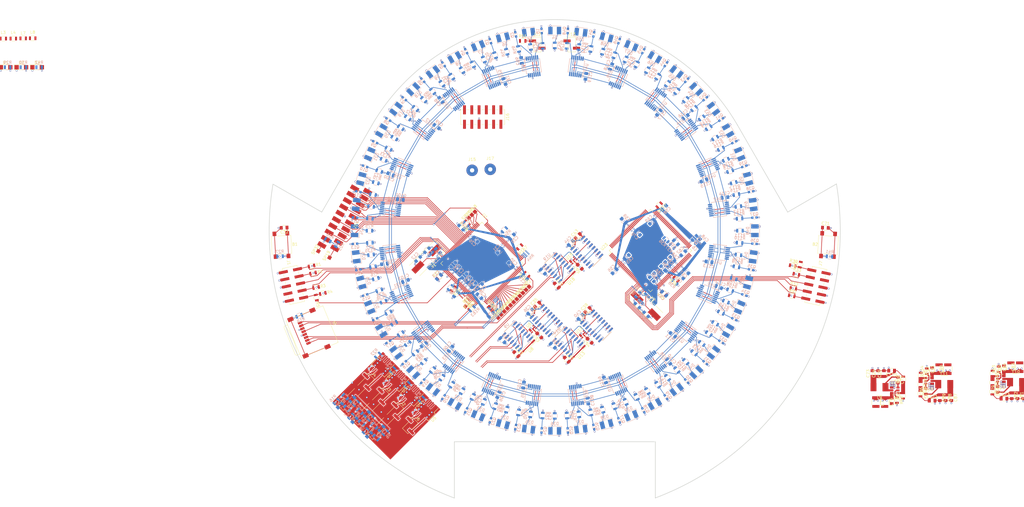
<source format=kicad_pcb>
(kicad_pcb (version 4) (host pcbnew 4.0.7)
  (layers (0 F.Cu signal hide) (1 In1.Cu power) (2 In2.Cu power hide) (31 B.Cu signal hide) (34 B.Paste user) (35 F.Paste user) (36 B.SilkS user) (37 F.SilkS user) (38 B.Mask user) (39 F.Mask user) (44 Edge.Cuts user))
  (net 0 "")
  (net 1 "/Motor Controller/RESET")
  (net 2 GND)
  (net 3 "/Sensor Controller/RESET")
  (net 4 /Button_top)
  (net 5 /Button_right)
  (net 6 /Button_mid)
  (net 7 /Button_left)
  (net 8 /Button_back)
  (net 9 /Button_bot)
  (net 10 "/Motor Controller/Encoder 1/ENC1_out_B")
  (net 11 "/Motor Controller/Encoder 1/ENC1_out_A")
  (net 12 "/Motor Controller/Encoder 2/ENC2_out_B")
  (net 13 "/Motor Controller/Encoder 2/ENC2_out_A")
  (net 14 "Net-(C5-Pad1)")
  (net 15 "/Motor Controller/Encoder 3/ENC3_out_B")
  (net 16 "/Motor Controller/Encoder 3/ENC3_out_A")
  (net 17 +3V3)
  (net 18 "Net-(C11-Pad1)")
  (net 19 "Net-(C12-Pad2)")
  (net 20 "Net-(C13-Pad1)")
  (net 21 "/Motor Controller/VDDUTMI")
  (net 22 "/Motor Controller/VDDANA")
  (net 23 "/Motor Controller/VDDOUT")
  (net 24 "Net-(C46-Pad1)")
  (net 25 "Net-(C49-Pad1)")
  (net 26 "Net-(C50-Pad2)")
  (net 27 "Net-(C51-Pad2)")
  (net 28 "Net-(C52-Pad1)")
  (net 29 "/Sensor Controller/VDDUTMI")
  (net 30 "/Sensor Controller/VDDANA")
  (net 31 "/Sensor Controller/VDDOUT")
  (net 32 "Net-(C72-Pad1)")
  (net 33 "Net-(C72-Pad2)")
  (net 34 +12V)
  (net 35 "Net-(C79-Pad1)")
  (net 36 "Net-(C79-Pad2)")
  (net 37 +5V)
  (net 38 "Net-(D1-Pad2)")
  (net 39 "Net-(D2-Pad2)")
  (net 40 "Net-(D3-Pad2)")
  (net 41 "Net-(D4-Pad2)")
  (net 42 "/Motor Controller/JTAG_Test_Mode_Select")
  (net 43 "/Motor Controller/JTAG_Test_Clock")
  (net 44 "/Motor Controller/JTAG_Test_Data_Out")
  (net 45 "Net-(J1-Pad7)")
  (net 46 "/Motor Controller/JTAG_Test_Data_In")
  (net 47 "Net-(J1-Pad10)")
  (net 48 "Net-(J2-Pad1)")
  (net 49 "Net-(J2-Pad5)")
  (net 50 "Net-(J2-Pad2)")
  (net 51 "Net-(J2-Pad6)")
  (net 52 "Net-(J3-Pad1)")
  (net 53 "Net-(J3-Pad5)")
  (net 54 "Net-(J3-Pad2)")
  (net 55 "Net-(J3-Pad6)")
  (net 56 "Net-(J4-Pad1)")
  (net 57 "Net-(J4-Pad5)")
  (net 58 "Net-(J4-Pad2)")
  (net 59 "Net-(J4-Pad6)")
  (net 60 "Net-(J5-Pad9)")
  (net 61 "Net-(J5-Pad8)")
  (net 62 "Net-(J5-Pad5)")
  (net 63 "Net-(J5-Pad3)")
  (net 64 "Net-(J5-Pad2)")
  (net 65 "Net-(J5-Pad1)")
  (net 66 "Net-(J6-Pad1)")
  (net 67 "Net-(J6-Pad2)")
  (net 68 "/Sensor Controller/JTAG_Test_Mode_Select")
  (net 69 "/Sensor Controller/JTAG_Test_Clock")
  (net 70 "/Sensor Controller/JTAG_Test_Data_Out")
  (net 71 "Net-(J7-Pad7)")
  (net 72 "/Sensor Controller/JTAG_Test_Data_In")
  (net 73 "Net-(J7-Pad10)")
  (net 74 "/Sensor Controller/Echo1")
  (net 75 "/Sensor Controller/Trig1")
  (net 76 "/Sensor Controller/Echo2")
  (net 77 "/Sensor Controller/Trig2")
  (net 78 "/Sensor Controller/Echo3")
  (net 79 "/Sensor Controller/Trig3")
  (net 80 "/Sensor Controller/Echo4")
  (net 81 "/Sensor Controller/Trig4")
  (net 82 "Net-(J12-Pad1)")
  (net 83 /I²C_clock)
  (net 84 /I²C_data)
  (net 85 /SPI0_MOSI)
  (net 86 /SPI0_MISO)
  (net 87 /SPI0_CLK)
  (net 88 /SPI0_SS0)
  (net 89 "/Sensor Controller/Linesensor 1/Photo1")
  (net 90 "/Sensor Controller/Linesensor 1/Photo2")
  (net 91 "/Sensor Controller/Linesensor 1/Photo3")
  (net 92 "/Sensor Controller/Linesensor 1/Photo4")
  (net 93 "Net-(R18-Pad1)")
  (net 94 "Net-(R20-Pad1)")
  (net 95 "Net-(R22-Pad1)")
  (net 96 "Net-(R23-Pad1)")
  (net 97 "Net-(R24-Pad1)")
  (net 98 "Net-(R28-Pad1)")
  (net 99 "Net-(R38-Pad1)")
  (net 100 "Net-(R39-Pad1)")
  (net 101 /BAT_LED)
  (net 102 /M_LED1)
  (net 103 /S_LED1)
  (net 104 /M_LED2)
  (net 105 /S_LED2)
  (net 106 /M_LED3)
  (net 107 /S_LED3)
  (net 108 "Net-(R59-Pad1)")
  (net 109 "Net-(R60-Pad1)")
  (net 110 "Net-(R63-Pad1)")
  (net 111 /SPI1_MISO)
  (net 112 /SPI1_MOSI)
  (net 113 /SPI1_SS0)
  (net 114 "Net-(U1-Pad37)")
  (net 115 "Net-(U1-Pad38)")
  (net 116 "Net-(U1-Pad39)")
  (net 117 "Net-(U1-Pad42)")
  (net 118 "Net-(U1-Pad43)")
  (net 119 "Net-(U1-Pad46)")
  (net 120 "Net-(U1-Pad48)")
  (net 121 "Net-(U1-Pad49)")
  (net 122 "Net-(U1-Pad50)")
  (net 123 "Net-(U1-Pad69)")
  (net 124 /SPI1_CLK)
  (net 125 "/Motor Controller/PWM0H")
  (net 126 "/Motor Controller/PWM0L")
  (net 127 "/Motor Controller/PWM1H")
  (net 128 "/Motor Controller/PWM1L")
  (net 129 "/Motor Controller/PWM2H")
  (net 130 "/Motor Controller/PWM2L")
  (net 131 "/Motor Controller/PWM3H")
  (net 132 "/Motor Controller/PWM3L")
  (net 133 "Net-(U6-Pad3)")
  (net 134 "Net-(U6-Pad4)")
  (net 135 "Net-(U6-Pad6)")
  (net 136 "/Motor Controller/Encoder 1/Direction")
  (net 137 "Net-(U7-Pad12)")
  (net 138 "Net-(U10-Pad4)")
  (net 139 "/Motor Controller/Encoder 1/0")
  (net 140 "Net-(U8-Pad3)")
  (net 141 "/Motor Controller/Encoder 1/2")
  (net 142 "/Motor Controller/Encoder 1/3")
  (net 143 "Net-(U8-Pad6)")
  (net 144 "/Motor Controller/Encoder 1/1")
  (net 145 "Net-(U8-Pad11)")
  (net 146 "Net-(U8-Pad14)")
  (net 147 "/Motor Controller/Encoder 1/4")
  (net 148 "/Motor Controller/Encoder 1/5")
  (net 149 "/Motor Controller/Encoder 1/ENC1_H")
  (net 150 "Net-(U10-Pad12)")
  (net 151 "Net-(U10-Pad13)")
  (net 152 "Net-(U11-Pad3)")
  (net 153 "Net-(U11-Pad4)")
  (net 154 "Net-(U11-Pad6)")
  (net 155 "/Motor Controller/Encoder 2/Direction")
  (net 156 "Net-(U12-Pad12)")
  (net 157 "Net-(U12-Pad13)")
  (net 158 "/Motor Controller/Encoder 2/0")
  (net 159 "Net-(U13-Pad3)")
  (net 160 "/Motor Controller/Encoder 2/2")
  (net 161 "/Motor Controller/Encoder 2/3")
  (net 162 "Net-(U13-Pad6)")
  (net 163 "/Motor Controller/Encoder 2/1")
  (net 164 "Net-(U13-Pad11)")
  (net 165 "Net-(U13-Pad14)")
  (net 166 "/Motor Controller/Encoder 2/4")
  (net 167 "/Motor Controller/Encoder 2/5")
  (net 168 "/Motor Controller/Encoder 2/ENC2_H")
  (net 169 "Net-(U15-Pad12)")
  (net 170 "Net-(U15-Pad13)")
  (net 171 "Net-(U16-Pad3)")
  (net 172 "Net-(U16-Pad4)")
  (net 173 "Net-(U16-Pad6)")
  (net 174 "/Motor Controller/Encoder 3/Direction")
  (net 175 "Net-(U17-Pad12)")
  (net 176 "Net-(U17-Pad13)")
  (net 177 "/Motor Controller/Encoder 3/0")
  (net 178 "Net-(U18-Pad3)")
  (net 179 "/Motor Controller/Encoder 3/2")
  (net 180 "/Motor Controller/Encoder 3/3")
  (net 181 "Net-(U18-Pad6)")
  (net 182 "/Motor Controller/Encoder 3/1")
  (net 183 "Net-(U18-Pad11)")
  (net 184 "Net-(U18-Pad14)")
  (net 185 "/Motor Controller/Encoder 3/4")
  (net 186 "/Motor Controller/Encoder 3/5")
  (net 187 "/Motor Controller/Encoder 3/ENC3_H")
  (net 188 "Net-(U20-Pad12)")
  (net 189 "Net-(U20-Pad13)")
  (net 190 "Net-(U23-Pad37)")
  (net 191 "Net-(U23-Pad38)")
  (net 192 "Net-(U23-Pad39)")
  (net 193 "Net-(U23-Pad42)")
  (net 194 "Net-(U23-Pad43)")
  (net 195 "Net-(U23-Pad46)")
  (net 196 "Net-(U23-Pad48)")
  (net 197 "Net-(U23-Pad49)")
  (net 198 "Net-(U23-Pad50)")
  (net 199 "Net-(U23-Pad69)")
  (net 200 "/Sensor Controller/VREF_white")
  (net 201 "Net-(C9-Pad2)")
  (net 202 "Net-(D18-Pad2)")
  (net 203 "Net-(D8-Pad2)")
  (net 204 "Net-(D20-Pad2)")
  (net 205 "Net-(D24-Pad2)")
  (net 206 "Net-(D28-Pad2)")
  (net 207 "Net-(D32-Pad2)")
  (net 208 "Net-(D36-Pad2)")
  (net 209 "Net-(D40-Pad2)")
  (net 210 "Net-(D44-Pad2)")
  (net 211 "Net-(D45-Pad2)")
  (net 212 "Net-(D48-Pad2)")
  (net 213 "Net-(D52-Pad2)")
  (net 214 "Net-(D56-Pad2)")
  (net 215 "/Sensor Controller/Linesensor 2/Photo1")
  (net 216 "/Sensor Controller/Linesensor 2/Photo2")
  (net 217 "/Sensor Controller/Linesensor 2/Photo3")
  (net 218 "/Sensor Controller/Linesensor 2/Photo4")
  (net 219 "/Sensor Controller/Linesensor 3/Photo1")
  (net 220 "/Sensor Controller/Linesensor 3/Photo2")
  (net 221 "/Sensor Controller/Linesensor 3/Photo3")
  (net 222 "/Sensor Controller/Linesensor 3/Photo4")
  (net 223 "/Sensor Controller/Linesensor 4/Photo1")
  (net 224 "/Sensor Controller/Linesensor 4/Photo2")
  (net 225 "/Sensor Controller/Linesensor 4/Photo3")
  (net 226 "/Sensor Controller/Linesensor 4/Photo4")
  (net 227 "/Sensor Controller/Linesensor 5/Photo1")
  (net 228 "/Sensor Controller/Linesensor 5/Photo2")
  (net 229 "/Sensor Controller/Linesensor 5/Photo3")
  (net 230 "/Sensor Controller/Linesensor 5/Photo4")
  (net 231 "/Sensor Controller/Linesensor 6/Photo1")
  (net 232 "/Sensor Controller/Linesensor 6/Photo2")
  (net 233 "/Sensor Controller/Linesensor 6/Photo3")
  (net 234 "/Sensor Controller/Linesensor 6/Photo4")
  (net 235 "/Sensor Controller/Linesensor 7/Photo1")
  (net 236 "/Sensor Controller/Linesensor 7/Photo2")
  (net 237 "/Sensor Controller/Linesensor 7/Photo3")
  (net 238 "/Sensor Controller/Linesensor 7/Photo4")
  (net 239 "/Sensor Controller/Linesensor 8/Photo1")
  (net 240 "/Sensor Controller/Linesensor 8/Photo2")
  (net 241 "/Sensor Controller/Linesensor 8/Photo3")
  (net 242 "/Sensor Controller/Linesensor 8/Photo4")
  (net 243 "/Sensor Controller/Linesensor 9/Photo1")
  (net 244 "/Sensor Controller/Linesensor 9/Photo2")
  (net 245 "/Sensor Controller/Linesensor 9/Photo3")
  (net 246 "/Sensor Controller/Linesensor 9/Photo4")
  (net 247 "/Sensor Controller/Linesensor 10/Photo1")
  (net 248 "/Sensor Controller/Linesensor 10/Photo2")
  (net 249 "/Sensor Controller/Linesensor 10/Photo3")
  (net 250 "/Sensor Controller/Linesensor 10/Photo4")
  (net 251 "/Sensor Controller/Linesensor 11/Photo1")
  (net 252 "/Sensor Controller/Linesensor 11/Photo2")
  (net 253 "/Sensor Controller/Linesensor 11/Photo3")
  (net 254 "/Sensor Controller/Linesensor 11/Photo4")
  (net 255 "/Sensor Controller/Linesensor 12/Photo1")
  (net 256 "/Sensor Controller/Linesensor 12/Photo2")
  (net 257 "/Sensor Controller/Linesensor 12/Photo3")
  (net 258 "/Sensor Controller/Linesensor 12/Photo4")
  (net 259 "Net-(D6-Pad2)")
  (net 260 "Net-(D22-Pad2)")
  (net 261 "Net-(D26-Pad2)")
  (net 262 "Net-(D30-Pad2)")
  (net 263 "Net-(D34-Pad2)")
  (net 264 "Net-(D38-Pad2)")
  (net 265 "Net-(D42-Pad2)")
  (net 266 "Net-(D46-Pad2)")
  (net 267 "Net-(D50-Pad2)")
  (net 268 "Net-(D54-Pad2)")
  (net 269 "Net-(D58-Pad2)")
  (net 270 "Net-(C45-Pad1)")
  (net 271 "Net-(C86-Pad1)")
  (net 272 "Net-(C86-Pad2)")
  (net 273 +5VD)
  (net 274 "Net-(D5-Pad2)")
  (net 275 "Net-(D7-Pad2)")
  (net 276 "Net-(D9-Pad2)")
  (net 277 "Net-(D19-Pad2)")
  (net 278 "Net-(D21-Pad2)")
  (net 279 "Net-(D23-Pad2)")
  (net 280 "Net-(D25-Pad2)")
  (net 281 "Net-(D27-Pad2)")
  (net 282 "Net-(D29-Pad2)")
  (net 283 "Net-(D31-Pad2)")
  (net 284 "Net-(D33-Pad2)")
  (net 285 "Net-(D35-Pad2)")
  (net 286 "Net-(D37-Pad2)")
  (net 287 "Net-(D39-Pad2)")
  (net 288 "Net-(D41-Pad2)")
  (net 289 "Net-(D43-Pad2)")
  (net 290 "Net-(D47-Pad2)")
  (net 291 "Net-(D49-Pad2)")
  (net 292 "Net-(D51-Pad2)")
  (net 293 "Net-(D53-Pad2)")
  (net 294 "Net-(D55-Pad2)")
  (net 295 "Net-(D57-Pad2)")
  (net 296 "Net-(D59-Pad2)")
  (net 297 "Net-(J5-Pad7)")
  (net 298 "/Sensor Controller/LBR")
  (net 299 /CMPS03_PWM)
  (net 300 /RPi1)
  (net 301 /RPi2)
  (net 302 /RPi3)
  (net 303 /RPi4)
  (net 304 "/Motor Controller/LED1")
  (net 305 "/Sensor Controller/LED2")
  (net 306 "Net-(R153-Pad1)")
  (net 307 "Net-(R154-Pad1)")
  (net 308 "Net-(SP1-Pad1)")
  (net 309 "Net-(SP2-Pad1)")
  (net 310 "Net-(SP3-Pad1)")
  (net 311 "Net-(SP4-Pad1)")
  (net 312 "Net-(SP5-Pad1)")
  (net 313 "Net-(SP6-Pad1)")
  (net 314 "Net-(SP7-Pad1)")
  (net 315 "Net-(SP8-Pad1)")
  (net 316 "Net-(SP9-Pad1)")
  (net 317 "Net-(SP10-Pad1)")
  (net 318 "Net-(SP11-Pad1)")
  (net 319 "Net-(SP12-Pad1)")
  (net 320 "Net-(SP13-Pad1)")
  (net 321 "Net-(SP14-Pad1)")
  (net 322 "Net-(SP15-Pad1)")
  (net 323 "Net-(SP16-Pad1)")
  (net 324 "Net-(SP17-Pad1)")
  (net 325 "Net-(SP18-Pad1)")
  (net 326 "Net-(SP20-Pad1)")
  (net 327 "Net-(SP21-Pad1)")
  (net 328 "Net-(SP22-Pad1)")
  (net 329 "Net-(SP23-Pad1)")
  (net 330 "Net-(SP24-Pad1)")
  (net 331 "Net-(SP25-Pad1)")
  (net 332 "Net-(SP26-Pad1)")
  (net 333 "Net-(SP27-Pad1)")
  (net 334 "Net-(SP28-Pad1)")
  (net 335 "Net-(SP29-Pad1)")
  (net 336 "Net-(SP30-Pad1)")
  (net 337 "Net-(SP31-Pad1)")
  (net 338 "Net-(SP33-Pad1)")
  (net 339 "Net-(SP34-Pad1)")
  (net 340 "Net-(SP35-Pad1)")
  (net 341 "Net-(SP36-Pad1)")
  (net 342 "Net-(SP37-Pad1)")
  (net 343 "Net-(SP38-Pad1)")
  (net 344 "Net-(SP39-Pad1)")
  (net 345 "Net-(SP40-Pad1)")
  (net 346 "Net-(SP41-Pad1)")
  (net 347 "Net-(SP42-Pad1)")
  (net 348 "Net-(SP43-Pad1)")
  (net 349 "Net-(SP44-Pad1)")
  (net 350 "Net-(SP45-Pad1)")
  (net 351 "Net-(SP46-Pad1)")
  (net 352 "Net-(SP47-Pad1)")
  (net 353 "Net-(SP48-Pad1)")
  (net 354 "Net-(SP49-Pad1)")
  (net 355 "Net-(SP50-Pad1)")
  (net 356 "Net-(SP51-Pad1)")
  (net 357 "Net-(SP52-Pad1)")
  (net 358 "Net-(SP53-Pad1)")
  (net 359 "Net-(SP54-Pad1)")
  (net 360 "Net-(SP55-Pad1)")
  (net 361 "Net-(SP56-Pad1)")
  (net 362 "Net-(SP57-Pad1)")
  (net 363 "Net-(SP58-Pad1)")
  (net 364 "Net-(SP59-Pad1)")
  (net 365 "Net-(SP60-Pad1)")
  (net 366 "Net-(SP61-Pad1)")
  (net 367 "Net-(SP62-Pad1)")
  (net 368 "Net-(SP63-Pad1)")
  (net 369 "Net-(SP64-Pad1)")
  (net 370 "Net-(SP65-Pad1)")
  (net 371 "Net-(SP66-Pad1)")
  (net 372 "Net-(SP67-Pad1)")
  (net 373 "Net-(SP68-Pad1)")
  (net 374 "Net-(SP69-Pad1)")
  (net 375 "Net-(SP70-Pad1)")
  (net 376 "Net-(SP71-Pad1)")
  (net 377 "Net-(SP72-Pad1)")
  (net 378 "Net-(SP73-Pad1)")
  (net 379 "Net-(SP74-Pad1)")
  (net 380 "Net-(SP75-Pad1)")
  (net 381 "Net-(SP76-Pad1)")
  (net 382 "Net-(SP77-Pad1)")
  (net 383 "Net-(SP78-Pad1)")
  (net 384 "Net-(SP79-Pad1)")
  (net 385 "Net-(SP80-Pad1)")
  (net 386 "Net-(SP81-Pad1)")
  (net 387 "Net-(SP82-Pad1)")
  (net 388 "Net-(SP83-Pad1)")
  (net 389 "Net-(SP84-Pad1)")
  (net 390 "Net-(SP85-Pad1)")
  (net 391 "Net-(SP86-Pad1)")
  (net 392 "Net-(SP87-Pad1)")
  (net 393 "Net-(SP88-Pad1)")
  (net 394 "Net-(SP89-Pad1)")
  (net 395 "Net-(SP90-Pad1)")
  (net 396 "Net-(SP91-Pad1)")
  (net 397 "/Motor Controller/ENC1A")
  (net 398 "/Motor Controller/ENC1C")
  (net 399 "/Motor Controller/ENC1D")
  (net 400 "/Motor Controller/ENC1E")
  (net 401 "/Motor Controller/ENC1F")
  (net 402 "/Motor Controller/ENC1G")
  (net 403 "/Motor Controller/ENC2A")
  (net 404 "/Motor Controller/ENC2B")
  (net 405 "/Motor Controller/ENC2C")
  (net 406 "/Motor Controller/ENC2D")
  (net 407 "/Motor Controller/ENC3F")
  (net 408 "/Motor Controller/ENC3G")
  (net 409 "/Motor Controller/ENC_LOAD")
  (net 410 "/Motor Controller/ENC1B")
  (net 411 "Net-(U1-Pad130)")
  (net 412 "/Motor Controller/ENC2E")
  (net 413 "/Motor Controller/ENC_CLK")
  (net 414 "/Motor Controller/ENC2F")
  (net 415 "/Motor Controller/ENC2G")
  (net 416 "/Motor Controller/ENC3A")
  (net 417 "/Motor Controller/ENC3B")
  (net 418 "/Motor Controller/ENC3C")
  (net 419 "/Motor Controller/ENC3D")
  (net 420 "/Motor Controller/ENC3E")
  (net 421 "/Sensor Controller/2BLACK")
  (net 422 "/Sensor Controller/VREF_black")
  (net 423 "/Sensor Controller/2WHITE")
  (net 424 "/Sensor Controller/1BLACK")
  (net 425 "/Sensor Controller/1WHITE")
  (net 426 "/Sensor Controller/3BLACK")
  (net 427 "/Sensor Controller/4BLACK")
  (net 428 "/Sensor Controller/4WHITE")
  (net 429 "/Sensor Controller/5BLACK")
  (net 430 "/Sensor Controller/5WHITE")
  (net 431 "/Sensor Controller/6BLACK")
  (net 432 "/Sensor Controller/6WHITE")
  (net 433 "/Sensor Controller/7BLACK")
  (net 434 "/Sensor Controller/7WHITE")
  (net 435 "/Sensor Controller/8BLACK")
  (net 436 "/Sensor Controller/12BLACK")
  (net 437 "/Sensor Controller/12WHITE")
  (net 438 "/Sensor Controller/3WHITE")
  (net 439 "Net-(U23-Pad130)")
  (net 440 "/Sensor Controller/8WHITE")
  (net 441 "/Sensor Controller/9BLACK")
  (net 442 "/Sensor Controller/9WHITE")
  (net 443 "/Sensor Controller/10BLACK")
  (net 444 "/Sensor Controller/10WHITE")
  (net 445 "/Sensor Controller/11BLACK")
  (net 446 "/Sensor Controller/11WHITE")
  (net 447 "Net-(J14-Pad20)")
  (net 448 "Net-(J14-Pad19)")
  (net 449 /RPi6)
  (net 450 /RPi5)
  (net 451 "Net-(R155-Pad2)")
  (net 452 "Net-(R53-Pad1)")
  (net 453 "Net-(R53-Pad2)")
  (net 454 "Net-(R54-Pad1)")
  (net 455 "Net-(R157-Pad1)")
  (net 456 "Net-(R158-Pad1)")
  (net 457 "Net-(R159-Pad1)")
  (net 458 "Net-(R163-Pad2)")
  (net 459 "Net-(R164-Pad2)")
  (net 460 "Net-(R165-Pad2)")
  (net 461 "Net-(R167-Pad1)")
  (net 462 "/Sensor Controller/S_LED1")
  (net 463 "/Sensor Controller/S_LED2")
  (net 464 "/Sensor Controller/S_LED3")
  (net 465 "Net-(RN1-Pad7)")
  (net 466 "Net-(RN1-Pad8)")
  (net 467 "Net-(RN1-Pad6)")
  (net 468 "Net-(RN1-Pad5)")
  (net 469 "Net-(RN2-Pad7)")
  (net 470 "Net-(RN2-Pad8)")
  (net 471 "Net-(RN2-Pad6)")
  (net 472 "Net-(RN2-Pad5)")
  (net 473 "Net-(RN1-Pad2)")
  (net 474 "Net-(RN3-Pad1)")
  (net 475 "Net-(RN3-Pad3)")
  (net 476 "Net-(RN3-Pad2)")
  (net 477 "Net-(RN3-Pad4)")
  (net 478 "Net-(RN4-Pad1)")
  (net 479 "Net-(RN4-Pad3)")
  (net 480 "Net-(RN4-Pad2)")
  (net 481 "Net-(RN4-Pad4)")
  (module TO_SOT_Packages_SMD:SOT-23-6 (layer F.Cu) (at 363.05574 231.70334 180)
    (fp_text reference U28 (at 0 -2.9 180) (layer F.SilkS))
    (fp_text value TPS563209)
    (pad 1 smd rect (at -1.1 -0.95 180) (size 1.06 0.65) (layers F.Cu F.Paste F.Mask) (net 2 GND))
    (pad 2 smd rect (at -1.1 0 180) (size 1.06 0.65) (layers F.Cu F.Paste F.Mask) (net 35 "Net-(C79-Pad1)"))
    (pad 3 smd rect (at -1.1 0.95 180) (size 1.06 0.65) (layers F.Cu F.Paste F.Mask) (net 34 +12V))
    (pad 4 smd rect (at 1.1 0.95 180) (size 1.06 0.65) (layers F.Cu F.Paste F.Mask) (net 452 "Net-(R53-Pad1)"))
    (pad 6 smd rect (at 1.1 -0.95 180) (size 1.06 0.65) (layers F.Cu F.Paste F.Mask) (net 36 "Net-(C79-Pad2)"))
    (pad 5 smd rect (at 1.1 0 180) (size 1.06 0.65) (layers F.Cu F.Paste F.Mask) (net 110 "Net-(R63-Pad1)"))
  )
  (module Resistors_SMD:R_0805 (layer B.Cu) (at 203.27 115.54 273.75)
    (fp_text reference R45 (at 0 1.65 273.75) (layer B.SilkS) (effects (justify mirror)))
    (fp_text value 6.2K)
    (pad 1 smd rect (at -0.95 0 273.75) (size 0.7 1.3) (layers B.Cu B.Paste B.Mask) (net 89 "/Sensor Controller/Linesensor 1/Photo1"))
    (pad 2 smd rect (at 0.95 0 273.75) (size 0.7 1.3) (layers B.Cu B.Paste B.Mask) (net 2 GND))
  )
  (module Buttons_Switches_SMD:SW_SPST_B3S-1000 (layer F.Cu) (at 112.20704 184.9628 273)
    (fp_text reference B1 (at 0.015123 -4.660297 363) (layer F.SilkS))
    (fp_text value BUTTON)
    (pad 1 smd rect (at -3.975 -2.25 273) (size 1.55 1.3) (layers F.Cu F.Paste F.Mask) (net 1 "/Motor Controller/RESET"))
    (pad 1 smd rect (at 3.975 -2.25 273) (size 1.55 1.3) (layers F.Cu F.Paste F.Mask) (net 1 "/Motor Controller/RESET"))
    (pad 2 smd rect (at -3.975 2.25 273) (size 1.55 1.3) (layers F.Cu F.Paste F.Mask) (net 2 GND))
    (pad 2 smd rect (at 3.975 2.25 273) (size 1.55 1.3) (layers F.Cu F.Paste F.Mask) (net 2 GND))
  )
  (module Buttons_Switches_SMD:SW_SPST_B3S-1000 (layer F.Cu) (at 302.82 184.98 87)
    (fp_text reference B2 (at 0 -4.5 177) (layer F.SilkS))
    (fp_text value BUTTON)
    (pad 1 smd rect (at -3.975 -2.25 87) (size 1.55 1.3) (layers F.Cu F.Paste F.Mask) (net 3 "/Sensor Controller/RESET"))
    (pad 1 smd rect (at 3.975 -2.25 87) (size 1.55 1.3) (layers F.Cu F.Paste F.Mask) (net 3 "/Sensor Controller/RESET"))
    (pad 2 smd rect (at -3.975 2.25 87) (size 1.55 1.3) (layers F.Cu F.Paste F.Mask) (net 2 GND))
    (pad 2 smd rect (at 3.975 2.25 87) (size 1.55 1.3) (layers F.Cu F.Paste F.Mask) (net 2 GND))
  )
  (module Capacitors_SMD:C_0805 (layer B.Cu) (at 142.737576 251.130933 225)
    (fp_text reference C1 (at 0 1.5 225) (layer B.SilkS) (effects (justify mirror)))
    (fp_text value opt.)
    (pad 1 smd rect (at -1 0 225) (size 1 1.25) (layers B.Cu B.Paste B.Mask) (net 10 "/Motor Controller/Encoder 1/ENC1_out_B"))
    (pad 2 smd rect (at 1 0 225) (size 1 1.25) (layers B.Cu B.Paste B.Mask) (net 2 GND))
  )
  (module Capacitors_SMD:C_0805 (layer B.Cu) (at 147.114567 249.087394 45)
    (fp_text reference C2 (at 0 1.5 45) (layer B.SilkS) (effects (justify mirror)))
    (fp_text value opt.)
    (pad 1 smd rect (at -1 0 45) (size 1 1.25) (layers B.Cu B.Paste B.Mask) (net 11 "/Motor Controller/Encoder 1/ENC1_out_A"))
    (pad 2 smd rect (at 1 0 45) (size 1 1.25) (layers B.Cu B.Paste B.Mask) (net 2 GND))
  )
  (module Capacitors_SMD:C_0805 (layer B.Cu) (at 137.660549 246.053906 225)
    (fp_text reference C3 (at 0 1.5 225) (layer B.SilkS) (effects (justify mirror)))
    (fp_text value opt.)
    (pad 1 smd rect (at -1 0 225) (size 1 1.25) (layers B.Cu B.Paste B.Mask) (net 12 "/Motor Controller/Encoder 2/ENC2_out_B"))
    (pad 2 smd rect (at 1 0 225) (size 1 1.25) (layers B.Cu B.Paste B.Mask) (net 2 GND))
  )
  (module Capacitors_SMD:C_0805 (layer B.Cu) (at 142.03754 244.010367 45)
    (fp_text reference C4 (at 0 1.5 45) (layer B.SilkS) (effects (justify mirror)))
    (fp_text value opt.)
    (pad 1 smd rect (at -1 0 45) (size 1 1.25) (layers B.Cu B.Paste B.Mask) (net 13 "/Motor Controller/Encoder 2/ENC2_out_A"))
    (pad 2 smd rect (at 1 0 45) (size 1 1.25) (layers B.Cu B.Paste B.Mask) (net 2 GND))
  )
  (module Capacitors_SMD:C_0805 (layer B.Cu) (at 166.759642 186.994752 135)
    (fp_text reference C5 (at 0 1.5 135) (layer B.SilkS) (effects (justify mirror)))
    (fp_text value 100n)
    (pad 1 smd rect (at -1 0 135) (size 1 1.25) (layers B.Cu B.Paste B.Mask) (net 14 "Net-(C5-Pad1)"))
    (pad 2 smd rect (at 1 0 135) (size 1 1.25) (layers B.Cu B.Paste B.Mask) (net 2 GND))
  )
  (module Capacitors_SMD:C_0805 (layer B.Cu) (at 132.56231 240.955666 225)
    (fp_text reference C7 (at 0 1.5 225) (layer B.SilkS) (effects (justify mirror)))
    (fp_text value opt.)
    (pad 1 smd rect (at -1 0 225) (size 1 1.25) (layers B.Cu B.Paste B.Mask) (net 15 "/Motor Controller/Encoder 3/ENC3_out_B"))
    (pad 2 smd rect (at 1 0 225) (size 1 1.25) (layers B.Cu B.Paste B.Mask) (net 2 GND))
  )
  (module Capacitors_SMD:C_0805 (layer B.Cu) (at 136.939301 238.912127 45)
    (fp_text reference C8 (at 0 1.5 45) (layer B.SilkS) (effects (justify mirror)))
    (fp_text value opt.)
    (pad 1 smd rect (at -1 0 45) (size 1 1.25) (layers B.Cu B.Paste B.Mask) (net 16 "/Motor Controller/Encoder 3/ENC3_out_A"))
    (pad 2 smd rect (at 1 0 45) (size 1 1.25) (layers B.Cu B.Paste B.Mask) (net 2 GND))
  )
  (module Capacitors_SMD:C_0805 (layer B.Cu) (at 162.891769 186.77555 45)
    (fp_text reference C9 (at 0 1.55 45) (layer B.SilkS) (effects (justify mirror)))
    (fp_text value 22p)
    (pad 1 smd rect (at -1 0 45) (size 1 1.25) (layers B.Cu B.Paste B.Mask) (net 2 GND))
    (pad 2 smd rect (at 1 0 45) (size 1 1.25) (layers B.Cu B.Paste B.Mask) (net 201 "Net-(C9-Pad2)"))
  )
  (module Capacitors_SMD:C_0805 (layer B.Cu) (at 185.335338 209.374683 45)
    (fp_text reference C10 (at 0.00274 1.49696 45) (layer B.SilkS) (effects (justify mirror)))
    (fp_text value 100n)
    (pad 1 smd rect (at -1 0 45) (size 1 1.25) (layers B.Cu B.Paste B.Mask) (net 17 +3V3))
    (pad 2 smd rect (at 1 0 45) (size 1 1.25) (layers B.Cu B.Paste B.Mask) (net 2 GND))
  )
  (module Capacitors_SMD:C_0805 (layer B.Cu) (at 186.530347 206.765459 315)
    (fp_text reference C11 (at 0.0019 1.5019 315) (layer B.SilkS) (effects (justify mirror)))
    (fp_text value 100n)
    (pad 1 smd rect (at -1 0 315) (size 1 1.25) (layers B.Cu B.Paste B.Mask) (net 18 "Net-(C11-Pad1)"))
    (pad 2 smd rect (at 1 0 315) (size 1 1.25) (layers B.Cu B.Paste B.Mask) (net 2 GND))
  )
  (module Capacitors_SMD:C_0805 (layer B.Cu) (at 159.829995 189.851465 225)
    (fp_text reference C12 (at -0.0019 1.4981 225) (layer B.SilkS) (effects (justify mirror)))
    (fp_text value 22p)
    (pad 1 smd rect (at -1 0 225) (size 1 1.25) (layers B.Cu B.Paste B.Mask) (net 2 GND))
    (pad 2 smd rect (at 1 0 225) (size 1 1.25) (layers B.Cu B.Paste B.Mask) (net 19 "Net-(C12-Pad2)"))
  )
  (module Capacitors_SMD:C_0805 (layer B.Cu) (at 167.113194 196.158856 225)
    (fp_text reference C13 (at 0.0019 1.5019 225) (layer B.SilkS) (effects (justify mirror)))
    (fp_text value 22p)
    (pad 1 smd rect (at -1 0 225) (size 1 1.25) (layers B.Cu B.Paste B.Mask) (net 20 "Net-(C13-Pad1)"))
    (pad 2 smd rect (at 1 0 225) (size 1 1.25) (layers B.Cu B.Paste B.Mask) (net 2 GND))
  )
  (module Capacitors_SMD:C_0805 (layer B.Cu) (at 175.994456 195.762876 45)
    (fp_text reference C15 (at 0 1.5 45) (layer B.SilkS) (effects (justify mirror)))
    (fp_text value 100n)
    (pad 1 smd rect (at -1 0 45) (size 1 1.25) (layers B.Cu B.Paste B.Mask) (net 17 +3V3))
    (pad 2 smd rect (at 1 0 45) (size 1 1.25) (layers B.Cu B.Paste B.Mask) (net 2 GND))
  )
  (module Capacitors_SMD:C_0805 (layer B.Cu) (at 174.89137 178.863024 135)
    (fp_text reference C16 (at 0 1.5 135) (layer B.SilkS) (effects (justify mirror)))
    (fp_text value 100n)
    (pad 1 smd rect (at -1 0 135) (size 1 1.25) (layers B.Cu B.Paste B.Mask) (net 17 +3V3))
    (pad 2 smd rect (at 1 0 135) (size 1 1.25) (layers B.Cu B.Paste B.Mask) (net 2 GND))
  )
  (module Capacitors_SMD:C_0805 (layer B.Cu) (at 173.123603 202.169265 225)
    (fp_text reference C17 (at 0 1.5 225) (layer B.SilkS) (effects (justify mirror)))
    (fp_text value 100n)
    (pad 1 smd rect (at -1 0 225) (size 1 1.25) (layers B.Cu B.Paste B.Mask) (net 17 +3V3))
    (pad 2 smd rect (at 1 0 225) (size 1 1.25) (layers B.Cu B.Paste B.Mask) (net 2 GND))
  )
  (module Capacitors_SMD:C_0805 (layer B.Cu) (at 181.417965 199.263056 45)
    (fp_text reference C18 (at 0 1.5 45) (layer B.SilkS) (effects (justify mirror)))
    (fp_text value 100n)
    (pad 1 smd rect (at -1 0 45) (size 1 1.25) (layers B.Cu B.Paste B.Mask) (net 17 +3V3))
    (pad 2 smd rect (at 1 0 45) (size 1 1.25) (layers B.Cu B.Paste B.Mask) (net 2 GND))
  )
  (module Capacitors_SMD:C_0805 (layer B.Cu) (at 197.136949 196.158857 315)
    (fp_text reference C19 (at 0 1.5 315) (layer B.SilkS) (effects (justify mirror)))
    (fp_text value 100n)
    (pad 1 smd rect (at -1 0 315) (size 1 1.25) (layers B.Cu B.Paste B.Mask) (net 17 +3V3))
    (pad 2 smd rect (at 1 0 315) (size 1 1.25) (layers B.Cu B.Paste B.Mask) (net 2 GND))
  )
  (module Capacitors_SMD:C_0805 (layer B.Cu) (at 192.540756 182.045006 45)
    (fp_text reference C20 (at 0 1.5 45) (layer B.SilkS) (effects (justify mirror)))
    (fp_text value 100n)
    (pad 1 smd rect (at -1 0 45) (size 1 1.25) (layers B.Cu B.Paste B.Mask) (net 17 +3V3))
    (pad 2 smd rect (at 1 0 45) (size 1 1.25) (layers B.Cu B.Paste B.Mask) (net 2 GND))
  )
  (module Capacitors_SMD:C_0805 (layer B.Cu) (at 172.10537 191.87379 45)
    (fp_text reference C21 (at 0 1.5 45) (layer B.SilkS) (effects (justify mirror)))
    (fp_text value 100n)
    (pad 1 smd rect (at -1 0 45) (size 1 1.25) (layers B.Cu B.Paste B.Mask) (net 21 "/Motor Controller/VDDUTMI"))
    (pad 2 smd rect (at 1 0 45) (size 1 1.25) (layers B.Cu B.Paste B.Mask) (net 2 GND))
  )
  (module Capacitors_SMD:C_0805 (layer B.Cu) (at 181.18462 202.833945 135)
    (fp_text reference C23 (at 0 1.5 135) (layer B.SilkS) (effects (justify mirror)))
    (fp_text value 100n)
    (pad 1 smd rect (at -1 0 135) (size 1 1.25) (layers B.Cu B.Paste B.Mask) (net 22 "/Motor Controller/VDDANA"))
    (pad 2 smd rect (at 1 0 135) (size 1 1.25) (layers B.Cu B.Paste B.Mask) (net 2 GND))
  )
  (module Capacitors_SMD:C_0805 (layer B.Cu) (at 179.883544 183.148091 315)
    (fp_text reference C26 (at 0 1.5 315) (layer B.SilkS) (effects (justify mirror)))
    (fp_text value 100n)
    (pad 1 smd rect (at -1 0 315) (size 1 1.25) (layers B.Cu B.Paste B.Mask) (net 23 "/Motor Controller/VDDOUT"))
    (pad 2 smd rect (at 1 0 315) (size 1 1.25) (layers B.Cu B.Paste B.Mask) (net 2 GND))
  )
  (module Capacitors_SMD:C_0805 (layer B.Cu) (at 173.519583 193.288004 45)
    (fp_text reference C27 (at 0 1.5 45) (layer B.SilkS) (effects (justify mirror)))
    (fp_text value 100n)
    (pad 1 smd rect (at -1 0 45) (size 1 1.25) (layers B.Cu B.Paste B.Mask) (net 23 "/Motor Controller/VDDOUT"))
    (pad 2 smd rect (at 1 0 45) (size 1 1.25) (layers B.Cu B.Paste B.Mask) (net 2 GND))
  )
  (module Capacitors_SMD:C_0805 (layer B.Cu) (at 177.408671 197.177091 45)
    (fp_text reference C28 (at 0 1.5 45) (layer B.SilkS) (effects (justify mirror)))
    (fp_text value 100n)
    (pad 1 smd rect (at -1 0 45) (size 1 1.25) (layers B.Cu B.Paste B.Mask) (net 23 "/Motor Controller/VDDOUT"))
    (pad 2 smd rect (at 1 0 45) (size 1 1.25) (layers B.Cu B.Paste B.Mask) (net 2 GND))
  )
  (module Capacitors_SMD:C_0805 (layer B.Cu) (at 179.176438 198.944858 45)
    (fp_text reference C29 (at 0 1.5 45) (layer B.SilkS) (effects (justify mirror)))
    (fp_text value 100n)
    (pad 1 smd rect (at -1 0 45) (size 1 1.25) (layers B.Cu B.Paste B.Mask) (net 23 "/Motor Controller/VDDOUT"))
    (pad 2 smd rect (at 1 0 45) (size 1 1.25) (layers B.Cu B.Paste B.Mask) (net 2 GND))
  )
  (module Capacitors_SMD:C_0805 (layer B.Cu) (at 192.144775 191.87379 135)
    (fp_text reference C30 (at 0 1.5 135) (layer B.SilkS) (effects (justify mirror)))
    (fp_text value 100n)
    (pad 1 smd rect (at -1 0 135) (size 1 1.25) (layers B.Cu B.Paste B.Mask) (net 23 "/Motor Controller/VDDOUT"))
    (pad 2 smd rect (at 1 0 135) (size 1 1.25) (layers B.Cu B.Paste B.Mask) (net 2 GND))
  )
  (module Capacitors_SMD:C_0805 (layer B.Cu) (at 188.255689 187.037179 225)
    (fp_text reference C31 (at 0 1.5 225) (layer B.SilkS) (effects (justify mirror)))
    (fp_text value 100n)
    (pad 1 smd rect (at -1 0 225) (size 1 1.25) (layers B.Cu B.Paste B.Mask) (net 23 "/Motor Controller/VDDOUT"))
    (pad 2 smd rect (at 1 0 225) (size 1 1.25) (layers B.Cu B.Paste B.Mask) (net 2 GND))
  )
  (module Capacitors_SMD:C_0805 (layer F.Cu) (at 113.13668 178.94808 183)
    (fp_text reference C32 (at 0 -1.5 183) (layer F.SilkS))
    (fp_text value 1u)
    (pad 1 smd rect (at -1 0 183) (size 1 1.25) (layers F.Cu F.Paste F.Mask) (net 1 "/Motor Controller/RESET"))
    (pad 2 smd rect (at 1 0 183) (size 1 1.25) (layers F.Cu F.Paste F.Mask) (net 2 GND))
  )
  (module Capacitors_SMD:C_0805 (layer F.Cu) (at 194.113128 223.064164 315)
    (fp_text reference C33 (at 0 -1.5 315) (layer F.SilkS))
    (fp_text value 100n)
    (pad 1 smd rect (at -1 0 315) (size 1 1.25) (layers F.Cu F.Paste F.Mask) (net 2 GND))
    (pad 2 smd rect (at 1 0 315) (size 1 1.25) (layers F.Cu F.Paste F.Mask) (net 17 +3V3))
  )
  (module Capacitors_SMD:C_0805 (layer B.Cu) (at 189.241162 218.192199 135)
    (fp_text reference C34 (at 0 1.5 135) (layer B.SilkS) (effects (justify mirror)))
    (fp_text value 100n)
    (pad 1 smd rect (at -1 0 135) (size 1 1.25) (layers B.Cu B.Paste B.Mask) (net 2 GND))
    (pad 2 smd rect (at 1 0 135) (size 1 1.25) (layers B.Cu B.Paste B.Mask) (net 17 +3V3))
  )
  (module Capacitors_SMD:C_0805 (layer F.Cu) (at 201.368043 205.796617 45)
    (fp_text reference C35 (at 0 -1.5 45) (layer F.SilkS))
    (fp_text value 100n)
    (pad 1 smd rect (at -1 0 45) (size 1 1.25) (layers F.Cu F.Paste F.Mask) (net 2 GND))
    (pad 2 smd rect (at 1 0 45) (size 1 1.25) (layers F.Cu F.Paste F.Mask) (net 17 +3V3))
  )
  (module Capacitors_SMD:C_0805 (layer B.Cu) (at 198.963881 208.200782 225)
    (fp_text reference C36 (at 0 1.5 225) (layer B.SilkS) (effects (justify mirror)))
    (fp_text value 100n)
    (pad 1 smd rect (at -1 0 225) (size 1 1.25) (layers B.Cu B.Paste B.Mask) (net 2 GND))
    (pad 2 smd rect (at 1 0 225) (size 1 1.25) (layers B.Cu B.Paste B.Mask) (net 17 +3V3))
  )
  (module Capacitors_SMD:C_0805 (layer F.Cu) (at 211.703142 224.975419 315)
    (fp_text reference C37 (at 0 -1.5 315) (layer F.SilkS))
    (fp_text value 100n)
    (pad 1 smd rect (at -1 0 315) (size 1 1.25) (layers F.Cu F.Paste F.Mask) (net 2 GND))
    (pad 2 smd rect (at 1 0 315) (size 1 1.25) (layers F.Cu F.Paste F.Mask) (net 17 +3V3))
  )
  (module Capacitors_SMD:C_0805 (layer B.Cu) (at 206.824105 220.096382 135)
    (fp_text reference C38 (at 0 1.5 135) (layer B.SilkS) (effects (justify mirror)))
    (fp_text value 100n)
    (pad 1 smd rect (at -1 0 135) (size 1 1.25) (layers B.Cu B.Paste B.Mask) (net 2 GND))
    (pad 2 smd rect (at 1 0 135) (size 1 1.25) (layers B.Cu B.Paste B.Mask) (net 17 +3V3))
  )
  (module Capacitors_SMD:C_0805 (layer F.Cu) (at 218.915631 207.637161 45)
    (fp_text reference C39 (at 0 -1.5 45) (layer F.SilkS))
    (fp_text value 100n)
    (pad 1 smd rect (at -1 0 45) (size 1 1.25) (layers F.Cu F.Paste F.Mask) (net 2 GND))
    (pad 2 smd rect (at 1 0 45) (size 1 1.25) (layers F.Cu F.Paste F.Mask) (net 17 +3V3))
  )
  (module Capacitors_SMD:C_0805 (layer B.Cu) (at 216.511468 210.041324 225)
    (fp_text reference C40 (at 0 1.5 225) (layer B.SilkS) (effects (justify mirror)))
    (fp_text value 100n)
    (pad 1 smd rect (at -1 0 225) (size 1 1.25) (layers B.Cu B.Paste B.Mask) (net 2 GND))
    (pad 2 smd rect (at 1 0 225) (size 1 1.25) (layers B.Cu B.Paste B.Mask) (net 17 +3V3))
  )
  (module Capacitors_SMD:C_0805 (layer F.Cu) (at 208.210883 199.124163 315)
    (fp_text reference C41 (at 0 -1.5 315) (layer F.SilkS))
    (fp_text value 100n)
    (pad 1 smd rect (at -1 0 315) (size 1 1.25) (layers F.Cu F.Paste F.Mask) (net 2 GND))
    (pad 2 smd rect (at 1 0 315) (size 1 1.25) (layers F.Cu F.Paste F.Mask) (net 17 +3V3))
  )
  (module Capacitors_SMD:C_0805 (layer B.Cu) (at 203.345989 194.259266 135)
    (fp_text reference C42 (at 0 1.5 135) (layer B.SilkS) (effects (justify mirror)))
    (fp_text value 100n)
    (pad 1 smd rect (at -1 0 135) (size 1 1.25) (layers B.Cu B.Paste B.Mask) (net 2 GND))
    (pad 2 smd rect (at 1 0 135) (size 1 1.25) (layers B.Cu B.Paste B.Mask) (net 17 +3V3))
  )
  (module Capacitors_SMD:C_0805 (layer F.Cu) (at 215.515294 181.863687 45)
    (fp_text reference C43 (at 0 -1.5 45) (layer F.SilkS))
    (fp_text value 100n)
    (pad 1 smd rect (at -1 0 45) (size 1 1.25) (layers F.Cu F.Paste F.Mask) (net 2 GND))
    (pad 2 smd rect (at 1 0 45) (size 1 1.25) (layers F.Cu F.Paste F.Mask) (net 17 +3V3))
  )
  (module Capacitors_SMD:C_0805 (layer B.Cu) (at 213.118202 184.260779 225)
    (fp_text reference C44 (at 0 1.5 225) (layer B.SilkS) (effects (justify mirror)))
    (fp_text value 100n)
    (pad 1 smd rect (at -1 0 225) (size 1 1.25) (layers B.Cu B.Paste B.Mask) (net 2 GND))
    (pad 2 smd rect (at 1 0 225) (size 1 1.25) (layers B.Cu B.Paste B.Mask) (net 17 +3V3))
  )
  (module Capacitors_SMD:C_0805 (layer B.Cu) (at 249.76 184.07 315)
    (fp_text reference C45 (at 0 1.5 315) (layer B.SilkS) (effects (justify mirror)))
    (fp_text value 10n)
    (pad 1 smd rect (at -1 0 315) (size 1 1.25) (layers B.Cu B.Paste B.Mask) (net 270 "Net-(C45-Pad1)"))
    (pad 2 smd rect (at 1 0 315) (size 1 1.25) (layers B.Cu B.Paste B.Mask) (net 2 GND))
  )
  (module Capacitors_SMD:C_0805 (layer B.Cu) (at 236.487029 202.30078 225)
    (fp_text reference C46 (at 0 1.5 225) (layer B.SilkS) (effects (justify mirror)))
    (fp_text value 100n)
    (pad 1 smd rect (at -1 0 225) (size 1 1.25) (layers B.Cu B.Paste B.Mask) (net 24 "Net-(C46-Pad1)"))
    (pad 2 smd rect (at 1 0 225) (size 1 1.25) (layers B.Cu B.Paste B.Mask) (net 2 GND))
  )
  (module Capacitors_SMD:C_0805 (layer B.Cu) (at 258.866959 183.725084 135)
    (fp_text reference C48 (at 0 1.5 315) (layer B.SilkS) (effects (justify mirror)))
    (fp_text value 100n)
    (pad 1 smd rect (at -1 0 135) (size 1 1.25) (layers B.Cu B.Paste B.Mask) (net 17 +3V3))
    (pad 2 smd rect (at 1 0 135) (size 1 1.25) (layers B.Cu B.Paste B.Mask) (net 2 GND))
  )
  (module Capacitors_SMD:C_0805 (layer B.Cu) (at 256.257735 182.530074 45)
    (fp_text reference C49 (at 0 1.5 45) (layer B.SilkS) (effects (justify mirror)))
    (fp_text value 100n)
    (pad 1 smd rect (at -1 0 45) (size 1 1.25) (layers B.Cu B.Paste B.Mask) (net 25 "Net-(C49-Pad1)"))
    (pad 2 smd rect (at 1 0 45) (size 1 1.25) (layers B.Cu B.Paste B.Mask) (net 2 GND))
  )
  (module Capacitors_SMD:C_0805 (layer B.Cu) (at 236.260755 206.161583 135)
    (fp_text reference C50 (at 0 1.5 135) (layer B.SilkS) (effects (justify mirror)))
    (fp_text value 22p)
    (pad 1 smd rect (at -1 0 135) (size 1 1.25) (layers B.Cu B.Paste B.Mask) (net 2 GND))
    (pad 2 smd rect (at 1 0 135) (size 1 1.25) (layers B.Cu B.Paste B.Mask) (net 26 "Net-(C50-Pad2)"))
  )
  (module Capacitors_SMD:C_0805 (layer B.Cu) (at 239.33667 209.223355 315)
    (fp_text reference C51 (at 0 1.5 315) (layer B.SilkS) (effects (justify mirror)))
    (fp_text value 22p)
    (pad 1 smd rect (at -1 0 315) (size 1 1.25) (layers B.Cu B.Paste B.Mask) (net 2 GND))
    (pad 2 smd rect (at 1 0 315) (size 1 1.25) (layers B.Cu B.Paste B.Mask) (net 27 "Net-(C51-Pad2)"))
  )
  (module Capacitors_SMD:C_0805 (layer B.Cu) (at 245.651133 201.947226 315)
    (fp_text reference C52 (at 0 1.5 315) (layer B.SilkS) (effects (justify mirror)))
    (fp_text value 22p)
    (pad 1 smd rect (at -1 0 315) (size 1 1.25) (layers B.Cu B.Paste B.Mask) (net 28 "Net-(C52-Pad1)"))
    (pad 2 smd rect (at 1 0 315) (size 1 1.25) (layers B.Cu B.Paste B.Mask) (net 2 GND))
  )
  (module Capacitors_SMD:C_0805 (layer B.Cu) (at 245.255153 193.065965 135)
    (fp_text reference C54 (at 0 1.5 135) (layer B.SilkS) (effects (justify mirror)))
    (fp_text value 100n)
    (pad 1 smd rect (at -1 0 135) (size 1 1.25) (layers B.Cu B.Paste B.Mask) (net 17 +3V3))
    (pad 2 smd rect (at 1 0 135) (size 1 1.25) (layers B.Cu B.Paste B.Mask) (net 2 GND))
  )
  (module Capacitors_SMD:C_0805 (layer B.Cu) (at 228.355301 194.169052 225)
    (fp_text reference C55 (at 0 1.5 225) (layer B.SilkS) (effects (justify mirror)))
    (fp_text value 100n)
    (pad 1 smd rect (at -1 0 225) (size 1 1.25) (layers B.Cu B.Paste B.Mask) (net 17 +3V3))
    (pad 2 smd rect (at 1 0 225) (size 1 1.25) (layers B.Cu B.Paste B.Mask) (net 2 GND))
  )
  (module Capacitors_SMD:C_0805 (layer B.Cu) (at 251.661541 195.936819 315)
    (fp_text reference C56 (at 0 1.5 315) (layer B.SilkS) (effects (justify mirror)))
    (fp_text value 100n)
    (pad 1 smd rect (at -1 0 315) (size 1 1.25) (layers B.Cu B.Paste B.Mask) (net 17 +3V3))
    (pad 2 smd rect (at 1 0 315) (size 1 1.25) (layers B.Cu B.Paste B.Mask) (net 2 GND))
  )
  (module Capacitors_SMD:C_0805 (layer B.Cu) (at 253.429308 194.169052 315)
    (fp_text reference C57 (at 0 1.5 315) (layer B.SilkS) (effects (justify mirror)))
    (fp_text value 100n)
    (pad 1 smd rect (at -1 0 315) (size 1 1.25) (layers B.Cu B.Paste B.Mask) (net 17 +3V3))
    (pad 2 smd rect (at 1 0 315) (size 1 1.25) (layers B.Cu B.Paste B.Mask) (net 2 GND))
  )
  (module Capacitors_SMD:C_0805 (layer B.Cu) (at 245.651133 171.923472 45)
    (fp_text reference C58 (at 0 1.5 45) (layer B.SilkS) (effects (justify mirror)))
    (fp_text value 100n)
    (pad 1 smd rect (at -1 0 45) (size 1 1.25) (layers B.Cu B.Paste B.Mask) (net 17 +3V3))
    (pad 2 smd rect (at 1 0 45) (size 1 1.25) (layers B.Cu B.Paste B.Mask) (net 2 GND))
  )
  (module Capacitors_SMD:C_0805 (layer B.Cu) (at 231.537282 176.519666 135)
    (fp_text reference C59 (at 0 1.5 135) (layer B.SilkS) (effects (justify mirror)))
    (fp_text value 100n)
    (pad 1 smd rect (at -1 0 135) (size 1 1.25) (layers B.Cu B.Paste B.Mask) (net 17 +3V3))
    (pad 2 smd rect (at 1 0 135) (size 1 1.25) (layers B.Cu B.Paste B.Mask) (net 2 GND))
  )
  (module Capacitors_SMD:C_0805 (layer B.Cu) (at 241.366066 196.955052 135)
    (fp_text reference C60 (at 0 1.5 135) (layer B.SilkS) (effects (justify mirror)))
    (fp_text value 100n)
    (pad 1 smd rect (at -1 0 135) (size 1 1.25) (layers B.Cu B.Paste B.Mask) (net 29 "/Sensor Controller/VDDUTMI"))
    (pad 2 smd rect (at 1 0 135) (size 1 1.25) (layers B.Cu B.Paste B.Mask) (net 2 GND))
  )
  (module Capacitors_SMD:C_0805 (layer B.Cu) (at 252.326221 187.875801 225)
    (fp_text reference C62 (at 0 1.5 225) (layer B.SilkS) (effects (justify mirror)))
    (fp_text value 100n)
    (pad 1 smd rect (at -1 0 225) (size 1 1.25) (layers B.Cu B.Paste B.Mask) (net 30 "/Sensor Controller/VDDANA"))
    (pad 2 smd rect (at 1 0 225) (size 1 1.25) (layers B.Cu B.Paste B.Mask) (net 2 GND))
  )
  (module Capacitors_SMD:C_1206 (layer F.Cu) (at 49.20234 92.64904)
    (fp_text reference C63 (at 0 -1.75 180) (layer F.SilkS))
    (fp_text value 10u)
    (pad 1 smd rect (at -1.5 0) (size 1 1.6) (layers F.Cu F.Paste F.Mask) (net 30 "/Sensor Controller/VDDANA"))
    (pad 2 smd rect (at 1.5 0) (size 1 1.6) (layers F.Cu F.Paste F.Mask) (net 2 GND))
  )
  (module Capacitors_SMD:C_0805 (layer B.Cu) (at 232.640368 189.176878 45)
    (fp_text reference C65 (at 0 1.5 45) (layer B.SilkS) (effects (justify mirror)))
    (fp_text value 100n)
    (pad 1 smd rect (at -1 0 45) (size 1 1.25) (layers B.Cu B.Paste B.Mask) (net 31 "/Sensor Controller/VDDOUT"))
    (pad 2 smd rect (at 1 0 45) (size 1 1.25) (layers B.Cu B.Paste B.Mask) (net 2 GND))
  )
  (module Capacitors_SMD:C_0805 (layer B.Cu) (at 242.78028 195.540839 135)
    (fp_text reference C66 (at 0 1.5 135) (layer B.SilkS) (effects (justify mirror)))
    (fp_text value 100n)
    (pad 1 smd rect (at -1 0 135) (size 1 1.25) (layers B.Cu B.Paste B.Mask) (net 31 "/Sensor Controller/VDDOUT"))
    (pad 2 smd rect (at 1 0 135) (size 1 1.25) (layers B.Cu B.Paste B.Mask) (net 2 GND))
  )
  (module Capacitors_SMD:C_0805 (layer B.Cu) (at 246.669367 191.651751 135)
    (fp_text reference C67 (at 0 1.5 135) (layer B.SilkS) (effects (justify mirror)))
    (fp_text value 100n)
    (pad 1 smd rect (at -1 0 135) (size 1 1.25) (layers B.Cu B.Paste B.Mask) (net 31 "/Sensor Controller/VDDOUT"))
    (pad 2 smd rect (at 1 0 135) (size 1 1.25) (layers B.Cu B.Paste B.Mask) (net 2 GND))
  )
  (module Capacitors_SMD:C_0805 (layer B.Cu) (at 248.437134 189.883984 135)
    (fp_text reference C68 (at 0 1.5 135) (layer B.SilkS) (effects (justify mirror)))
    (fp_text value 100n)
    (pad 1 smd rect (at -1 0 135) (size 1 1.25) (layers B.Cu B.Paste B.Mask) (net 31 "/Sensor Controller/VDDOUT"))
    (pad 2 smd rect (at 1 0 135) (size 1 1.25) (layers B.Cu B.Paste B.Mask) (net 2 GND))
  )
  (module Capacitors_SMD:C_0805 (layer B.Cu) (at 241.366066 176.915646 225)
    (fp_text reference C69 (at 0 1.5 225) (layer B.SilkS) (effects (justify mirror)))
    (fp_text value 100n)
    (pad 1 smd rect (at -1 0 225) (size 1 1.25) (layers B.Cu B.Paste B.Mask) (net 31 "/Sensor Controller/VDDOUT"))
    (pad 2 smd rect (at 1 0 225) (size 1 1.25) (layers B.Cu B.Paste B.Mask) (net 2 GND))
  )
  (module Capacitors_SMD:C_0805 (layer B.Cu) (at 236.529456 180.804733 315)
    (fp_text reference C70 (at 0 1.5 315) (layer B.SilkS) (effects (justify mirror)))
    (fp_text value 100n)
    (pad 1 smd rect (at -1 0 315) (size 1 1.25) (layers B.Cu B.Paste B.Mask) (net 31 "/Sensor Controller/VDDOUT"))
    (pad 2 smd rect (at 1 0 315) (size 1 1.25) (layers B.Cu B.Paste B.Mask) (net 2 GND))
  )
  (module Capacitors_SMD:C_0805 (layer F.Cu) (at 301.88 178.97 357)
    (fp_text reference C71 (at 0 -1.5 357) (layer F.SilkS))
    (fp_text value 1u)
    (pad 1 smd rect (at -1 0 357) (size 1 1.25) (layers F.Cu F.Paste F.Mask) (net 3 "/Sensor Controller/RESET"))
    (pad 2 smd rect (at 1 0 357) (size 1 1.25) (layers F.Cu F.Paste F.Mask) (net 2 GND))
  )
  (module Capacitors_SMD:C_0805 (layer F.Cu) (at 327.19456 232.05748 270)
    (fp_text reference C72 (at 0 -1.5 270) (layer F.SilkS))
    (fp_text value 100n)
    (pad 1 smd rect (at -1 0 270) (size 1 1.25) (layers F.Cu F.Paste F.Mask) (net 32 "Net-(C72-Pad1)"))
    (pad 2 smd rect (at 1 0 270) (size 1 1.25) (layers F.Cu F.Paste F.Mask) (net 33 "Net-(C72-Pad2)"))
  )
  (module Capacitors_SMD:C_0805 (layer F.Cu) (at 324.99456 239.27748 270)
    (fp_text reference C78 (at 0 -1.5 270) (layer F.SilkS))
    (fp_text value 100n)
    (pad 1 smd rect (at -1 0 270) (size 1 1.25) (layers F.Cu F.Paste F.Mask) (net 34 +12V))
    (pad 2 smd rect (at 1 0 270) (size 1 1.25) (layers F.Cu F.Paste F.Mask) (net 2 GND))
  )
  (module Capacitors_SMD:C_0805 (layer F.Cu) (at 361.9595 235.31394 90)
    (fp_text reference C79 (at 0 -1.5 90) (layer F.SilkS))
    (fp_text value 100n)
    (pad 1 smd rect (at -1 0 90) (size 1 1.25) (layers F.Cu F.Paste F.Mask) (net 35 "Net-(C79-Pad1)"))
    (pad 2 smd rect (at 1 0 90) (size 1 1.25) (layers F.Cu F.Paste F.Mask) (net 36 "Net-(C79-Pad2)"))
  )
  (module Capacitors_SMD:C_0805 (layer F.Cu) (at 364.1495 228.09394 90)
    (fp_text reference C85 (at 0 -1.5 90) (layer F.SilkS))
    (fp_text value 100n)
    (pad 1 smd rect (at -1 0 90) (size 1 1.25) (layers F.Cu F.Paste F.Mask) (net 34 +12V))
    (pad 2 smd rect (at 1 0 90) (size 1 1.25) (layers F.Cu F.Paste F.Mask) (net 2 GND))
  )
  (module LEDs:LED_1206 (layer F.Cu) (at 16 123)
    (fp_text reference D1 (at 0 -1.6) (layer F.SilkS))
    (fp_text value "POW B")
    (pad 2 smd rect (at 1.65 0 180) (size 1.5 1.5) (layers F.Cu F.Paste F.Mask) (net 38 "Net-(D1-Pad2)"))
    (pad 1 smd rect (at -1.65 0 180) (size 1.5 1.5) (layers F.Cu F.Paste F.Mask) (net 2 GND))
  )
  (module LEDs:LED_1206 (layer F.Cu) (at 21.5 123)
    (fp_text reference D2 (at 0 -1.6) (layer F.SilkS))
    (fp_text value "LED O")
    (pad 2 smd rect (at 1.65 0 180) (size 1.5 1.5) (layers F.Cu F.Paste F.Mask) (net 39 "Net-(D2-Pad2)"))
    (pad 1 smd rect (at -1.65 0 180) (size 1.5 1.5) (layers F.Cu F.Paste F.Mask) (net 2 GND))
  )
  (module LEDs:LED_1206 (layer F.Cu) (at 27 123)
    (fp_text reference D3 (at 0 -1.6) (layer F.SilkS))
    (fp_text value "LED G")
    (pad 2 smd rect (at 1.65 0 180) (size 1.5 1.5) (layers F.Cu F.Paste F.Mask) (net 40 "Net-(D3-Pad2)"))
    (pad 1 smd rect (at -1.65 0 180) (size 1.5 1.5) (layers F.Cu F.Paste F.Mask) (net 2 GND))
  )
  (module LEDs:LED_PLCC-2 (layer B.Cu) (at 207.49 110.2)
    (fp_text reference D4 (at 0 2.5) (layer B.SilkS) (effects (justify mirror)))
    (fp_text value VLMW41R1T1)
    (pad 1 smd rect (at -1.5 0) (size 1.5 2.6) (layers B.Cu B.Paste B.Mask) (net 2 GND))
    (pad 2 smd rect (at 1.5 0) (size 1.5 2.6) (layers B.Cu B.Paste B.Mask) (net 41 "Net-(D4-Pad2)"))
  )
  (module LEDs:LED_PLCC-2 (layer B.Cu) (at 198.39 110.78 7.5)
    (fp_text reference D5 (at 0 2.5 7.5) (layer B.SilkS) (effects (justify mirror)))
    (fp_text value VLMW41R1T1)
    (pad 1 smd rect (at -1.5 0 7.5) (size 1.5 2.6) (layers B.Cu B.Paste B.Mask) (net 2 GND))
    (pad 2 smd rect (at 1.5 0 7.5) (size 1.5 2.6) (layers B.Cu B.Paste B.Mask) (net 274 "Net-(D5-Pad2)"))
  )
  (module LEDs:LED_PLCC-2 (layer B.Cu) (at 189.43 112.57 15)
    (fp_text reference D6 (at 0 2.5 15) (layer B.SilkS) (effects (justify mirror)))
    (fp_text value VLMW41R1T1)
    (pad 1 smd rect (at -1.5 0 15) (size 1.5 2.6) (layers B.Cu B.Paste B.Mask) (net 2 GND))
    (pad 2 smd rect (at 1.5 0 15) (size 1.5 2.6) (layers B.Cu B.Paste B.Mask) (net 259 "Net-(D6-Pad2)"))
  )
  (module LEDs:LED_PLCC-2 (layer B.Cu) (at 180.78 115.49 22.5)
    (fp_text reference D7 (at 0 2.5 22.5) (layer B.SilkS) (effects (justify mirror)))
    (fp_text value VLMW41R1T1)
    (pad 1 smd rect (at -1.5 0 22.5) (size 1.5 2.6) (layers B.Cu B.Paste B.Mask) (net 2 GND))
    (pad 2 smd rect (at 1.5 0 22.5) (size 1.5 2.6) (layers B.Cu B.Paste B.Mask) (net 275 "Net-(D7-Pad2)"))
  )
  (module Pin_Headers:Pin_Header_Straight_2x05_Pitch2.54mm_SMD (layer F.Cu) (at 116.39296 198.91248 12)
    (fp_text reference J1 (at 0.015593 -7.973848 102) (layer F.SilkS))
    (fp_text value JTAG)
    (pad 1 smd rect (at -2.525 -5.08 12) (size 3.15 1) (layers F.Cu F.Paste F.Mask) (net 17 +3V3))
    (pad 2 smd rect (at 2.525 -5.08 12) (size 3.15 1) (layers F.Cu F.Paste F.Mask) (net 42 "/Motor Controller/JTAG_Test_Mode_Select"))
    (pad 3 smd rect (at -2.525 -2.54 12) (size 3.15 1) (layers F.Cu F.Paste F.Mask) (net 2 GND))
    (pad 4 smd rect (at 2.525 -2.54 12) (size 3.15 1) (layers F.Cu F.Paste F.Mask) (net 43 "/Motor Controller/JTAG_Test_Clock"))
    (pad 5 smd rect (at -2.525 0 12) (size 3.15 1) (layers F.Cu F.Paste F.Mask) (net 2 GND))
    (pad 6 smd rect (at 2.525 0 12) (size 3.15 1) (layers F.Cu F.Paste F.Mask) (net 44 "/Motor Controller/JTAG_Test_Data_Out"))
    (pad 7 smd rect (at -2.525 2.54 12) (size 3.15 1) (layers F.Cu F.Paste F.Mask) (net 45 "Net-(J1-Pad7)"))
    (pad 8 smd rect (at 2.525 2.54 12) (size 3.15 1) (layers F.Cu F.Paste F.Mask) (net 46 "/Motor Controller/JTAG_Test_Data_In"))
    (pad 9 smd rect (at -2.525 5.08 12) (size 3.15 1) (layers F.Cu F.Paste F.Mask) (net 2 GND))
    (pad 10 smd rect (at 2.525 5.08 12) (size 3.15 1) (layers F.Cu F.Paste F.Mask) (net 47 "Net-(J1-Pad10)"))
  )
  (module Pin_Headers:Pin_Header_Straight_1x06_Pitch2.54mm_SMD_Pin1Left (layer F.Cu) (at 148.486354 246.485241 315)
    (fp_text reference J2 (at 0 -8.68 315) (layer F.SilkS))
    (fp_text value "Motor + Enc 1")
    (pad 1 smd rect (at -1.655 -6.35 315) (size 2.51 1) (layers F.Cu F.Paste F.Mask) (net 48 "Net-(J2-Pad1)"))
    (pad 3 smd rect (at -1.655 -1.27 315) (size 2.51 1) (layers F.Cu F.Paste F.Mask) (net 2 GND))
    (pad 5 smd rect (at -1.655 3.81 315) (size 2.51 1) (layers F.Cu F.Paste F.Mask) (net 49 "Net-(J2-Pad5)"))
    (pad 2 smd rect (at 1.655 -3.81 315) (size 2.51 1) (layers F.Cu F.Paste F.Mask) (net 50 "Net-(J2-Pad2)"))
    (pad 4 smd rect (at 1.655 1.27 315) (size 2.51 1) (layers F.Cu F.Paste F.Mask) (net 273 +5VD))
    (pad 6 smd rect (at 1.655 6.35 315) (size 2.51 1) (layers F.Cu F.Paste F.Mask) (net 51 "Net-(J2-Pad6)"))
  )
  (module Pin_Headers:Pin_Header_Straight_1x06_Pitch2.54mm_SMD_Pin1Left (layer F.Cu) (at 143.409328 241.408214 315)
    (fp_text reference J3 (at 0 -8.68 315) (layer F.SilkS))
    (fp_text value "Motor + Enc 2")
    (pad 1 smd rect (at -1.655 -6.35 315) (size 2.51 1) (layers F.Cu F.Paste F.Mask) (net 52 "Net-(J3-Pad1)"))
    (pad 3 smd rect (at -1.655 -1.27 315) (size 2.51 1) (layers F.Cu F.Paste F.Mask) (net 2 GND))
    (pad 5 smd rect (at -1.655 3.81 315) (size 2.51 1) (layers F.Cu F.Paste F.Mask) (net 53 "Net-(J3-Pad5)"))
    (pad 2 smd rect (at 1.655 -3.81 315) (size 2.51 1) (layers F.Cu F.Paste F.Mask) (net 54 "Net-(J3-Pad2)"))
    (pad 4 smd rect (at 1.655 1.27 315) (size 2.51 1) (layers F.Cu F.Paste F.Mask) (net 273 +5VD))
    (pad 6 smd rect (at 1.655 6.35 315) (size 2.51 1) (layers F.Cu F.Paste F.Mask) (net 55 "Net-(J3-Pad6)"))
  )
  (module Pin_Headers:Pin_Header_Straight_1x06_Pitch2.54mm_SMD_Pin1Left (layer F.Cu) (at 138.311088 236.309974 315)
    (fp_text reference J4 (at 0 -8.68 315) (layer F.SilkS))
    (fp_text value "Motor + Enc 3")
    (pad 1 smd rect (at -1.655 -6.35 315) (size 2.51 1) (layers F.Cu F.Paste F.Mask) (net 56 "Net-(J4-Pad1)"))
    (pad 3 smd rect (at -1.655 -1.27 315) (size 2.51 1) (layers F.Cu F.Paste F.Mask) (net 2 GND))
    (pad 5 smd rect (at -1.655 3.81 315) (size 2.51 1) (layers F.Cu F.Paste F.Mask) (net 57 "Net-(J4-Pad5)"))
    (pad 2 smd rect (at 1.655 -3.81 315) (size 2.51 1) (layers F.Cu F.Paste F.Mask) (net 58 "Net-(J4-Pad2)"))
    (pad 4 smd rect (at 1.655 1.27 315) (size 2.51 1) (layers F.Cu F.Paste F.Mask) (net 273 +5VD))
    (pad 6 smd rect (at 1.655 6.35 315) (size 2.51 1) (layers F.Cu F.Paste F.Mask) (net 59 "Net-(J4-Pad6)"))
  )
  (module Connectors:microSD_Card_Receptacle_Wuerth_693072010801 (layer F.Cu) (at 122.88 215.25 112.5)
    (fp_text reference J5 (at -0.192562 8.295506 382.5) (layer F.SilkS))
    (fp_text value Micro_SD_Card)
    (pad 9 smd rect (at 6.875 -5.3 112.5) (size 1.45 2) (layers F.Cu F.Paste F.Mask) (net 60 "Net-(J5-Pad9)"))
    (pad 9 smd rect (at -6.875 -5.3 112.5) (size 1.45 2) (layers F.Cu F.Paste F.Mask) (net 60 "Net-(J5-Pad9)"))
    (pad 9 smd rect (at -6.875 3 112.5) (size 1.45 2) (layers F.Cu F.Paste F.Mask) (net 60 "Net-(J5-Pad9)"))
    (pad 9 smd rect (at 6.875 3 112.5) (size 1.45 2) (layers F.Cu F.Paste F.Mask) (net 60 "Net-(J5-Pad9)"))
    (pad 8 smd rect (at 4.5 -2.7 112.5) (size 0.8 1.5) (layers F.Cu F.Paste F.Mask) (net 61 "Net-(J5-Pad8)"))
    (pad 7 smd rect (at 3.4 -2.7 112.5) (size 0.8 1.5) (layers F.Cu F.Paste F.Mask) (net 297 "Net-(J5-Pad7)"))
    (pad 6 smd rect (at 2.3 -2.7 112.5) (size 0.8 1.5) (layers F.Cu F.Paste F.Mask) (net 2 GND))
    (pad 5 smd rect (at 1.2 -2.7 112.5) (size 0.8 1.5) (layers F.Cu F.Paste F.Mask) (net 62 "Net-(J5-Pad5)"))
    (pad 4 smd rect (at 0.1 -2.7 112.5) (size 0.8 1.5) (layers F.Cu F.Paste F.Mask) (net 17 +3V3))
    (pad 3 smd rect (at -1 -2.7 112.5) (size 0.8 1.5) (layers F.Cu F.Paste F.Mask) (net 63 "Net-(J5-Pad3)"))
    (pad 2 smd rect (at -2.1 -2.7 112.5) (size 0.8 1.5) (layers F.Cu F.Paste F.Mask) (net 64 "Net-(J5-Pad2)"))
    (pad 1 smd rect (at -3.2 -2.7 112.5) (size 0.8 1.5) (layers F.Cu F.Paste F.Mask) (net 65 "Net-(J5-Pad1)"))
  )
  (module Pin_Headers:Pin_Header_Straight_1x02_Pitch2.54mm_SMD_Pin1Left (layer F.Cu) (at 157.1498 248.02084 315)
    (fp_text reference J6 (at 0 -3.6 315) (layer F.SilkS))
    (fp_text value "Motor 4")
    (pad 1 smd rect (at -1.655 -1.27 315) (size 2.51 1) (layers F.Cu F.Paste F.Mask) (net 66 "Net-(J6-Pad1)"))
    (pad 2 smd rect (at 1.655 1.27 315) (size 2.51 1) (layers F.Cu F.Paste F.Mask) (net 67 "Net-(J6-Pad2)"))
  )
  (module Pin_Headers:Pin_Header_Straight_2x05_Pitch2.54mm_SMD (layer F.Cu) (at 298.57 199.27 168)
    (fp_text reference J7 (at 0.014954 8.059273 258) (layer F.SilkS))
    (fp_text value JTAG)
    (pad 1 smd rect (at -2.525 -5.08 168) (size 3.15 1) (layers F.Cu F.Paste F.Mask) (net 17 +3V3))
    (pad 2 smd rect (at 2.525 -5.08 168) (size 3.15 1) (layers F.Cu F.Paste F.Mask) (net 68 "/Sensor Controller/JTAG_Test_Mode_Select"))
    (pad 3 smd rect (at -2.525 -2.54 168) (size 3.15 1) (layers F.Cu F.Paste F.Mask) (net 2 GND))
    (pad 4 smd rect (at 2.525 -2.54 168) (size 3.15 1) (layers F.Cu F.Paste F.Mask) (net 69 "/Sensor Controller/JTAG_Test_Clock"))
    (pad 5 smd rect (at -2.525 0 168) (size 3.15 1) (layers F.Cu F.Paste F.Mask) (net 2 GND))
    (pad 6 smd rect (at 2.525 0 168) (size 3.15 1) (layers F.Cu F.Paste F.Mask) (net 70 "/Sensor Controller/JTAG_Test_Data_Out"))
    (pad 7 smd rect (at -2.525 2.54 168) (size 3.15 1) (layers F.Cu F.Paste F.Mask) (net 71 "Net-(J7-Pad7)"))
    (pad 8 smd rect (at 2.525 2.54 168) (size 3.15 1) (layers F.Cu F.Paste F.Mask) (net 72 "/Sensor Controller/JTAG_Test_Data_In"))
    (pad 9 smd rect (at -2.525 5.08 168) (size 3.15 1) (layers F.Cu F.Paste F.Mask) (net 2 GND))
    (pad 10 smd rect (at 2.525 5.08 168) (size 3.15 1) (layers F.Cu F.Paste F.Mask) (net 73 "Net-(J7-Pad10)"))
  )
  (module Pin_Headers:Pin_Header_Straight_1x04_Pitch2.54mm_SMD_Pin1Left (layer F.Cu) (at 91 20)
    (fp_text reference J8 (at 0 -6.14) (layer F.SilkS))
    (fp_text value "Ultrasonic 1")
    (pad 1 smd rect (at -1.655 -3.81) (size 2.51 1) (layers F.Cu F.Paste F.Mask) (net 273 +5VD))
    (pad 3 smd rect (at -1.655 1.27) (size 2.51 1) (layers F.Cu F.Paste F.Mask) (net 74 "/Sensor Controller/Echo1"))
    (pad 2 smd rect (at 1.655 -1.27) (size 2.51 1) (layers F.Cu F.Paste F.Mask) (net 75 "/Sensor Controller/Trig1"))
    (pad 4 smd rect (at 1.655 3.81) (size 2.51 1) (layers F.Cu F.Paste F.Mask) (net 2 GND))
  )
  (module Pin_Headers:Pin_Header_Straight_1x04_Pitch2.54mm_SMD_Pin1Left (layer F.Cu) (at 99 20)
    (fp_text reference J9 (at 0 -6.14) (layer F.SilkS))
    (fp_text value "Ultrasonic 2")
    (pad 1 smd rect (at -1.655 -3.81) (size 2.51 1) (layers F.Cu F.Paste F.Mask) (net 273 +5VD))
    (pad 3 smd rect (at -1.655 1.27) (size 2.51 1) (layers F.Cu F.Paste F.Mask) (net 76 "/Sensor Controller/Echo2"))
    (pad 2 smd rect (at 1.655 -1.27) (size 2.51 1) (layers F.Cu F.Paste F.Mask) (net 77 "/Sensor Controller/Trig2"))
    (pad 4 smd rect (at 1.655 3.81) (size 2.51 1) (layers F.Cu F.Paste F.Mask) (net 2 GND))
  )
  (module Pin_Headers:Pin_Header_Straight_1x04_Pitch2.54mm_SMD_Pin1Left (layer F.Cu) (at 107 20)
    (fp_text reference J10 (at 0 -6.14) (layer F.SilkS))
    (fp_text value "Ultrasonic 3")
    (pad 1 smd rect (at -1.655 -3.81) (size 2.51 1) (layers F.Cu F.Paste F.Mask) (net 273 +5VD))
    (pad 3 smd rect (at -1.655 1.27) (size 2.51 1) (layers F.Cu F.Paste F.Mask) (net 78 "/Sensor Controller/Echo3"))
    (pad 2 smd rect (at 1.655 -1.27) (size 2.51 1) (layers F.Cu F.Paste F.Mask) (net 79 "/Sensor Controller/Trig3"))
    (pad 4 smd rect (at 1.655 3.81) (size 2.51 1) (layers F.Cu F.Paste F.Mask) (net 2 GND))
  )
  (module Pin_Headers:Pin_Header_Straight_1x04_Pitch2.54mm_SMD_Pin1Left (layer F.Cu) (at 115 20)
    (fp_text reference J11 (at 0 -6.14) (layer F.SilkS))
    (fp_text value "Ultrasonic 4")
    (pad 1 smd rect (at -1.655 -3.81) (size 2.51 1) (layers F.Cu F.Paste F.Mask) (net 273 +5VD))
    (pad 3 smd rect (at -1.655 1.27) (size 2.51 1) (layers F.Cu F.Paste F.Mask) (net 80 "/Sensor Controller/Echo4"))
    (pad 2 smd rect (at 1.655 -1.27) (size 2.51 1) (layers F.Cu F.Paste F.Mask) (net 81 "/Sensor Controller/Trig4"))
    (pad 4 smd rect (at 1.655 3.81) (size 2.51 1) (layers F.Cu F.Paste F.Mask) (net 2 GND))
  )
  (module Pin_Headers:Pin_Header_Straight_1x02_Pitch2.54mm_SMD_Pin1Left (layer F.Cu) (at 201.39 115.09)
    (fp_text reference J12 (at 0 -3.6) (layer F.SilkS))
    (fp_text value "light_barrier transmitter")
    (pad 1 smd rect (at -1.655 -1.27) (size 2.51 1) (layers F.Cu F.Paste F.Mask) (net 82 "Net-(J12-Pad1)"))
    (pad 2 smd rect (at 1.655 1.27) (size 2.51 1) (layers F.Cu F.Paste F.Mask) (net 2 GND))
  )
  (module Pin_Headers:Pin_Header_Straight_1x02_Pitch2.54mm_SMD_Pin1Left (layer F.Cu) (at 213.44 115.08)
    (fp_text reference J13 (at 0 -3.6) (layer F.SilkS))
    (fp_text value "light_barrier reciver")
    (pad 1 smd rect (at -1.655 -1.27) (size 2.51 1) (layers F.Cu F.Paste F.Mask) (net 298 "/Sensor Controller/LBR"))
    (pad 2 smd rect (at 1.655 1.27) (size 2.51 1) (layers F.Cu F.Paste F.Mask) (net 2 GND))
  )
  (module Inductors_SMD:L_0805 (layer B.Cu) (at 164.221128 192.361695 225)
    (fp_text reference L1 (at -2.49 -0.01 225) (layer B.SilkS) (effects (justify mirror)))
    (fp_text value 74279206)
    (pad 1 smd rect (at -0.95 0 225) (size 0.7 1.3) (layers B.Cu B.Paste B.Mask) (net 14 "Net-(C5-Pad1)"))
    (pad 2 smd rect (at 0.95 0 225) (size 0.7 1.3) (layers B.Cu B.Paste B.Mask) (net 23 "/Motor Controller/VDDOUT"))
  )
  (module Inductors_SMD:L_0805 (layer B.Cu) (at 184.027189 207.854402 225)
    (fp_text reference L2 (at 0 -1.68 225) (layer B.SilkS) (effects (justify mirror)))
    (fp_text value 74279206)
    (pad 1 smd rect (at -0.95 0 225) (size 0.7 1.3) (layers B.Cu B.Paste B.Mask) (net 18 "Net-(C11-Pad1)"))
    (pad 2 smd rect (at 0.95 0 225) (size 0.7 1.3) (layers B.Cu B.Paste B.Mask) (net 17 +3V3))
  )
  (module Inductors_SMD:L_0805 (layer F.Cu) (at 15.18264 113)
    (fp_text reference L3 (at 0 -2.1) (layer F.SilkS))
    (fp_text value 74279206)
    (pad 1 smd rect (at -0.95 0) (size 0.7 1.3) (layers F.Cu F.Paste F.Mask) (net 17 +3V3))
    (pad 2 smd rect (at 0.95 0) (size 0.7 1.3) (layers F.Cu F.Paste F.Mask) (net 22 "/Motor Controller/VDDANA"))
  )
  (module Inductors_SMD:L_0805 (layer F.Cu) (at 18.68264 113)
    (fp_text reference L4 (at 0 -2.1) (layer F.SilkS))
    (fp_text value 74279206)
    (pad 1 smd rect (at -0.95 0) (size 0.7 1.3) (layers F.Cu F.Paste F.Mask) (net 17 +3V3))
    (pad 2 smd rect (at 0.95 0) (size 0.7 1.3) (layers F.Cu F.Paste F.Mask) (net 21 "/Motor Controller/VDDUTMI"))
  )
  (module Inductors_SMD:L_0805 (layer B.Cu) (at 241.85397 204.839293 315)
    (fp_text reference L5 (at -2.49 0 315) (layer B.SilkS) (effects (justify mirror)))
    (fp_text value 74279206)
    (pad 1 smd rect (at -0.95 0 315) (size 0.7 1.3) (layers B.Cu B.Paste B.Mask) (net 24 "Net-(C46-Pad1)"))
    (pad 2 smd rect (at 0.95 0 315) (size 0.7 1.3) (layers B.Cu B.Paste B.Mask) (net 31 "/Sensor Controller/VDDOUT"))
  )
  (module Inductors_SMD:L_0805 (layer B.Cu) (at 257.346679 185.033232 135)
    (fp_text reference L6 (at 0 -1.57 135) (layer B.SilkS) (effects (justify mirror)))
    (fp_text value 74279206)
    (pad 1 smd rect (at -0.95 0 135) (size 0.7 1.3) (layers B.Cu B.Paste B.Mask) (net 17 +3V3))
    (pad 2 smd rect (at 0.95 0 135) (size 0.7 1.3) (layers B.Cu B.Paste B.Mask) (net 25 "Net-(C49-Pad1)"))
  )
  (module Inductors_SMD:L_0805 (layer F.Cu) (at 22.12848 112.93348)
    (fp_text reference L7 (at 0 -1.83 180) (layer F.SilkS))
    (fp_text value 74279206)
    (pad 1 smd rect (at -0.95 0) (size 0.7 1.3) (layers F.Cu F.Paste F.Mask) (net 17 +3V3))
    (pad 2 smd rect (at 0.95 0) (size 0.7 1.3) (layers F.Cu F.Paste F.Mask) (net 30 "/Sensor Controller/VDDANA"))
  )
  (module Inductors_SMD:L_0805 (layer F.Cu) (at 25.4508 112.8903)
    (fp_text reference L8 (at 0 -2.1) (layer F.SilkS))
    (fp_text value 74279206)
    (pad 1 smd rect (at -0.95 0) (size 0.7 1.3) (layers F.Cu F.Paste F.Mask) (net 17 +3V3))
    (pad 2 smd rect (at 0.95 0) (size 0.7 1.3) (layers F.Cu F.Paste F.Mask) (net 29 "/Sensor Controller/VDDUTMI"))
  )
  (module Resistors_SMD:R_0805 (layer F.Cu) (at 122.69 192.32 192)
    (fp_text reference R1 (at -2.44 0 192) (layer F.SilkS))
    (fp_text value 100K)
    (pad 1 smd rect (at -0.95 0 192) (size 0.7 1.3) (layers F.Cu F.Paste F.Mask) (net 17 +3V3))
    (pad 2 smd rect (at 0.95 0 192) (size 0.7 1.3) (layers F.Cu F.Paste F.Mask) (net 42 "/Motor Controller/JTAG_Test_Mode_Select"))
  )
  (module Resistors_SMD:R_0805 (layer F.Cu) (at 123.22 194.81 192)
    (fp_text reference R2 (at -2.44 0 192) (layer F.SilkS))
    (fp_text value 100K)
    (pad 1 smd rect (at -0.95 0 192) (size 0.7 1.3) (layers F.Cu F.Paste F.Mask) (net 17 +3V3))
    (pad 2 smd rect (at 0.95 0 192) (size 0.7 1.3) (layers F.Cu F.Paste F.Mask) (net 43 "/Motor Controller/JTAG_Test_Clock"))
  )
  (module Resistors_SMD:R_0805 (layer F.Cu) (at 124.28 199.8 192)
    (fp_text reference R3 (at -2.45 0 192) (layer F.SilkS))
    (fp_text value 100K)
    (pad 1 smd rect (at -0.95 0 192) (size 0.7 1.3) (layers F.Cu F.Paste F.Mask) (net 17 +3V3))
    (pad 2 smd rect (at 0.95 0 192) (size 0.7 1.3) (layers F.Cu F.Paste F.Mask) (net 46 "/Motor Controller/JTAG_Test_Data_In"))
  )
  (module Resistors_SMD:R_0805 (layer F.Cu) (at 126.63 201.87 192)
    (fp_text reference R4 (at -2.49 0 192) (layer F.SilkS))
    (fp_text value 100K)
    (pad 1 smd rect (at -0.95 0 192) (size 0.7 1.3) (layers F.Cu F.Paste F.Mask) (net 17 +3V3))
    (pad 2 smd rect (at 0.95 0 192) (size 0.7 1.3) (layers F.Cu F.Paste F.Mask) (net 47 "Net-(J1-Pad10)"))
  )
  (module Resistors_SMD:R_0805 (layer F.Cu) (at 124.36 203.32 282)
    (fp_text reference R5 (at 2.45 0 282) (layer F.SilkS))
    (fp_text value 0)
    (pad 1 smd rect (at -0.95 0 282) (size 0.7 1.3) (layers F.Cu F.Paste F.Mask) (net 47 "Net-(J1-Pad10)"))
    (pad 2 smd rect (at 0.95 0 282) (size 0.7 1.3) (layers F.Cu F.Paste F.Mask) (net 1 "/Motor Controller/RESET"))
  )
  (module Resistors_SMD:R_0805 (layer B.Cu) (at 148.380288 250.423826 45)
    (fp_text reference R6 (at 0 1.65 45) (layer B.SilkS) (effects (justify mirror)))
    (fp_text value 3.3K)
    (pad 1 smd rect (at -0.95 0 45) (size 0.7 1.3) (layers B.Cu B.Paste B.Mask) (net 11 "/Motor Controller/Encoder 1/ENC1_out_A"))
    (pad 2 smd rect (at 0.95 0 45) (size 0.7 1.3) (layers B.Cu B.Paste B.Mask) (net 2 GND))
  )
  (module Resistors_SMD:R_0805 (layer B.Cu) (at 144.653836 248.040876 315)
    (fp_text reference R7 (at 0 1.65 315) (layer B.SilkS) (effects (justify mirror)))
    (fp_text value 2.2K)
    (pad 1 smd rect (at -0.95 0 315) (size 0.7 1.3) (layers B.Cu B.Paste B.Mask) (net 49 "Net-(J2-Pad5)"))
    (pad 2 smd rect (at 0.95 0 315) (size 0.7 1.3) (layers B.Cu B.Paste B.Mask) (net 11 "/Motor Controller/Encoder 1/ENC1_out_A"))
  )
  (module Resistors_SMD:R_0805 (layer B.Cu) (at 141.471855 249.794501 225)
    (fp_text reference R8 (at 0 1.65 225) (layer B.SilkS) (effects (justify mirror)))
    (fp_text value 3.3K)
    (pad 1 smd rect (at -0.95 0 225) (size 0.7 1.3) (layers B.Cu B.Paste B.Mask) (net 10 "/Motor Controller/Encoder 1/ENC1_out_B"))
    (pad 2 smd rect (at 0.95 0 225) (size 0.7 1.3) (layers B.Cu B.Paste B.Mask) (net 2 GND))
  )
  (module Resistors_SMD:R_0805 (layer B.Cu) (at 145.198308 252.177451 135)
    (fp_text reference R9 (at 0 1.65 135) (layer B.SilkS) (effects (justify mirror)))
    (fp_text value 2.2K)
    (pad 1 smd rect (at -0.95 0 135) (size 0.7 1.3) (layers B.Cu B.Paste B.Mask) (net 51 "Net-(J2-Pad6)"))
    (pad 2 smd rect (at 0.95 0 135) (size 0.7 1.3) (layers B.Cu B.Paste B.Mask) (net 10 "/Motor Controller/Encoder 1/ENC1_out_B"))
  )
  (module Resistors_SMD:R_0805 (layer B.Cu) (at 143.303262 245.346799 45)
    (fp_text reference R10 (at 0 1.65 45) (layer B.SilkS) (effects (justify mirror)))
    (fp_text value 3.3K)
    (pad 1 smd rect (at -0.95 0 45) (size 0.7 1.3) (layers B.Cu B.Paste B.Mask) (net 13 "/Motor Controller/Encoder 2/ENC2_out_A"))
    (pad 2 smd rect (at 0.95 0 45) (size 0.7 1.3) (layers B.Cu B.Paste B.Mask) (net 2 GND))
  )
  (module Resistors_SMD:R_0805 (layer B.Cu) (at 139.576809 242.963849 315)
    (fp_text reference R11 (at 0 1.65 315) (layer B.SilkS) (effects (justify mirror)))
    (fp_text value 2.2K)
    (pad 1 smd rect (at -0.95 0 315) (size 0.7 1.3) (layers B.Cu B.Paste B.Mask) (net 53 "Net-(J3-Pad5)"))
    (pad 2 smd rect (at 0.95 0 315) (size 0.7 1.3) (layers B.Cu B.Paste B.Mask) (net 13 "/Motor Controller/Encoder 2/ENC2_out_A"))
  )
  (module Resistors_SMD:R_0805 (layer B.Cu) (at 136.394828 244.717474 225)
    (fp_text reference R12 (at 0 1.65 225) (layer B.SilkS) (effects (justify mirror)))
    (fp_text value 3.3K)
    (pad 1 smd rect (at -0.95 0 225) (size 0.7 1.3) (layers B.Cu B.Paste B.Mask) (net 12 "/Motor Controller/Encoder 2/ENC2_out_B"))
    (pad 2 smd rect (at 0.95 0 225) (size 0.7 1.3) (layers B.Cu B.Paste B.Mask) (net 2 GND))
  )
  (module Resistors_SMD:R_0805 (layer B.Cu) (at 140.121281 247.100424 135)
    (fp_text reference R13 (at 0 1.65 135) (layer B.SilkS) (effects (justify mirror)))
    (fp_text value 2.2K)
    (pad 1 smd rect (at -0.95 0 135) (size 0.7 1.3) (layers B.Cu B.Paste B.Mask) (net 55 "Net-(J3-Pad6)"))
    (pad 2 smd rect (at 0.95 0 135) (size 0.7 1.3) (layers B.Cu B.Paste B.Mask) (net 12 "/Motor Controller/Encoder 2/ENC2_out_B"))
  )
  (module Resistors_SMD:R_0805 (layer B.Cu) (at 138.205022 240.248559 45)
    (fp_text reference R14 (at 0 1.65 45) (layer B.SilkS) (effects (justify mirror)))
    (fp_text value 3.3K)
    (pad 1 smd rect (at -0.95 0 45) (size 0.7 1.3) (layers B.Cu B.Paste B.Mask) (net 16 "/Motor Controller/Encoder 3/ENC3_out_A"))
    (pad 2 smd rect (at 0.95 0 45) (size 0.7 1.3) (layers B.Cu B.Paste B.Mask) (net 2 GND))
  )
  (module Resistors_SMD:R_0805 (layer B.Cu) (at 134.478569 237.865609 315)
    (fp_text reference R15 (at 0 1.65 315) (layer B.SilkS) (effects (justify mirror)))
    (fp_text value 2.2K)
    (pad 1 smd rect (at -0.95 0 315) (size 0.7 1.3) (layers B.Cu B.Paste B.Mask) (net 57 "Net-(J4-Pad5)"))
    (pad 2 smd rect (at 0.95 0 315) (size 0.7 1.3) (layers B.Cu B.Paste B.Mask) (net 16 "/Motor Controller/Encoder 3/ENC3_out_A"))
  )
  (module Resistors_SMD:R_0805 (layer B.Cu) (at 131.296588 239.619234 225)
    (fp_text reference R16 (at 0 1.65 225) (layer B.SilkS) (effects (justify mirror)))
    (fp_text value 3.3K)
    (pad 1 smd rect (at -0.95 0 225) (size 0.7 1.3) (layers B.Cu B.Paste B.Mask) (net 15 "/Motor Controller/Encoder 3/ENC3_out_B"))
    (pad 2 smd rect (at 0.95 0 225) (size 0.7 1.3) (layers B.Cu B.Paste B.Mask) (net 2 GND))
  )
  (module Resistors_SMD:R_0805 (layer B.Cu) (at 135.023041 242.002184 135)
    (fp_text reference R17 (at 0 1.65 135) (layer B.SilkS) (effects (justify mirror)))
    (fp_text value 2.2K)
    (pad 1 smd rect (at -0.95 0 135) (size 0.7 1.3) (layers B.Cu B.Paste B.Mask) (net 59 "Net-(J4-Pad6)"))
    (pad 2 smd rect (at 0.95 0 135) (size 0.7 1.3) (layers B.Cu B.Paste B.Mask) (net 15 "/Motor Controller/Encoder 3/ENC3_out_B"))
  )
  (module Resistors_SMD:R_0805 (layer B.Cu) (at 171.143704 199.906525 225)
    (fp_text reference R18 (at 0 -1.49 225) (layer B.SilkS) (effects (justify mirror)))
    (fp_text value 0)
    (pad 1 smd rect (at -0.95 0 225) (size 0.7 1.3) (layers B.Cu B.Paste B.Mask) (net 93 "Net-(R18-Pad1)"))
    (pad 2 smd rect (at 0.95 0 225) (size 0.7 1.3) (layers B.Cu B.Paste B.Mask) (net 2 GND))
  )
  (module Resistors_SMD:R_0805 (layer B.Cu) (at 118.39956 209.6643 22.5)
    (fp_text reference R19 (at 0 1.65 22.5) (layer B.SilkS) (effects (justify mirror)))
    (fp_text value opt.)
    (pad 1 smd rect (at -0.95 0 22.5) (size 0.7 1.3) (layers B.Cu B.Paste B.Mask) (net 60 "Net-(J5-Pad9)"))
    (pad 2 smd rect (at 0.95 0 22.5) (size 0.7 1.3) (layers B.Cu B.Paste B.Mask) (net 2 GND))
  )
  (module Resistors_SMD:R_0805 (layer F.Cu) (at 172.147794 200.316645 225)
    (fp_text reference R20 (at 0 -1.65 225) (layer F.SilkS))
    (fp_text value 100K)
    (pad 1 smd rect (at -0.95 0 225) (size 0.7 1.3) (layers F.Cu F.Paste F.Mask) (net 94 "Net-(R20-Pad1)"))
    (pad 2 smd rect (at 0.95 0 225) (size 0.7 1.3) (layers F.Cu F.Paste F.Mask) (net 17 +3V3))
  )
  (module Resistors_SMD:R_0805 (layer F.Cu) (at 167.254616 196.017437 225)
    (fp_text reference R21 (at 0 1.5 225) (layer F.SilkS))
    (fp_text value 6.8K)
    (pad 1 smd rect (at -0.95 0 225) (size 0.7 1.3) (layers F.Cu F.Paste F.Mask) (net 20 "Net-(C13-Pad1)"))
    (pad 2 smd rect (at 0.95 0 225) (size 0.7 1.3) (layers F.Cu F.Paste F.Mask) (net 2 GND))
  )
  (module Resistors_SMD:R_0805 (layer B.Cu) (at 145.76806 223.4692 225)
    (fp_text reference R22 (at 0 1.65 225) (layer B.SilkS) (effects (justify mirror)))
    (fp_text value 27K)
    (pad 1 smd rect (at -0.95 0 225) (size 0.7 1.3) (layers B.Cu B.Paste B.Mask) (net 95 "Net-(R22-Pad1)"))
    (pad 2 smd rect (at 0.95 0 225) (size 0.7 1.3) (layers B.Cu B.Paste B.Mask) (net 2 GND))
  )
  (module Resistors_SMD:R_0805 (layer B.Cu) (at 150.89886 228.5365 225)
    (fp_text reference R23 (at 0 1.65 225) (layer B.SilkS) (effects (justify mirror)))
    (fp_text value 27K)
    (pad 1 smd rect (at -0.95 0 225) (size 0.7 1.3) (layers B.Cu B.Paste B.Mask) (net 96 "Net-(R23-Pad1)"))
    (pad 2 smd rect (at 0.95 0 225) (size 0.7 1.3) (layers B.Cu B.Paste B.Mask) (net 2 GND))
  )
  (module Resistors_SMD:R_0805 (layer B.Cu) (at 155.92806 233.65206 225)
    (fp_text reference R24 (at 0 1.65 225) (layer B.SilkS) (effects (justify mirror)))
    (fp_text value 27K)
    (pad 1 smd rect (at -0.95 0 225) (size 0.7 1.3) (layers B.Cu B.Paste B.Mask) (net 97 "Net-(R24-Pad1)"))
    (pad 2 smd rect (at 0.95 0 225) (size 0.7 1.3) (layers B.Cu B.Paste B.Mask) (net 2 GND))
  )
  (module Resistors_SMD:R_0805 (layer B.Cu) (at 131.62 184.79 60)
    (fp_text reference R25 (at 0 1.65 60) (layer B.SilkS) (effects (justify mirror)))
    (fp_text value 1.8K)
    (pad 1 smd rect (at -0.95 0 60) (size 0.7 1.3) (layers B.Cu B.Paste B.Mask) (net 273 +5VD))
    (pad 2 smd rect (at 0.95 0 60) (size 0.7 1.3) (layers B.Cu B.Paste B.Mask) (net 84 /I²C_data))
  )
  (module Resistors_SMD:R_0805 (layer B.Cu) (at 128.39 183.29 150)
    (fp_text reference R26 (at 0 1.65 150) (layer B.SilkS) (effects (justify mirror)))
    (fp_text value 1.8K)
    (pad 1 smd rect (at -0.95 0 150) (size 0.7 1.3) (layers B.Cu B.Paste B.Mask) (net 273 +5VD))
    (pad 2 smd rect (at 0.95 0 150) (size 0.7 1.3) (layers B.Cu B.Paste B.Mask) (net 83 /I²C_clock))
  )
  (module Resistors_SMD:R_0805 (layer B.Cu) (at 111.70666 188.94298 183)
    (fp_text reference R27 (at 0 1.65 183) (layer B.SilkS) (effects (justify mirror)))
    (fp_text value 68)
    (pad 1 smd rect (at -0.95 0 183) (size 0.7 1.3) (layers B.Cu B.Paste B.Mask) (net 1 "/Motor Controller/RESET"))
    (pad 2 smd rect (at 0.95 0 183) (size 0.7 1.3) (layers B.Cu B.Paste B.Mask) (net 17 +3V3))
  )
  (module Resistors_SMD:R_0805 (layer B.Cu) (at 161.02584 238.76254 225)
    (fp_text reference R28 (at 0 1.65 225) (layer B.SilkS) (effects (justify mirror)))
    (fp_text value 27K)
    (pad 1 smd rect (at -0.95 0 225) (size 0.7 1.3) (layers B.Cu B.Paste B.Mask) (net 98 "Net-(R28-Pad1)"))
    (pad 2 smd rect (at 0.95 0 225) (size 0.7 1.3) (layers B.Cu B.Paste B.Mask) (net 2 GND))
  )
  (module Resistors_SMD:R_0805 (layer B.Cu) (at 16.7 123 180)
    (fp_text reference R29 (at 0 1.65 180) (layer B.SilkS) (effects (justify mirror)))
    (fp_text value 82)
    (pad 1 smd rect (at -0.95 0 180) (size 0.7 1.3) (layers B.Cu B.Paste B.Mask) (net 38 "Net-(D1-Pad2)"))
    (pad 2 smd rect (at 0.95 0 180) (size 0.7 1.3) (layers B.Cu B.Paste B.Mask) (net 273 +5VD))
  )
  (module Resistors_SMD:R_0805 (layer B.Cu) (at 22.2 123 180)
    (fp_text reference R30 (at 0 1.65 180) (layer B.SilkS) (effects (justify mirror)))
    (fp_text value 68)
    (pad 1 smd rect (at -0.95 0 180) (size 0.7 1.3) (layers B.Cu B.Paste B.Mask) (net 39 "Net-(D2-Pad2)"))
    (pad 2 smd rect (at 0.95 0 180) (size 0.7 1.3) (layers B.Cu B.Paste B.Mask) (net 304 "/Motor Controller/LED1"))
  )
  (module Resistors_SMD:R_0805 (layer F.Cu) (at 290.15 202.7 348)
    (fp_text reference R31 (at 0 -1.65 348) (layer F.SilkS))
    (fp_text value 100K)
    (pad 1 smd rect (at -0.95 0 348) (size 0.7 1.3) (layers F.Cu F.Paste F.Mask) (net 17 +3V3))
    (pad 2 smd rect (at 0.95 0 348) (size 0.7 1.3) (layers F.Cu F.Paste F.Mask) (net 68 "/Sensor Controller/JTAG_Test_Mode_Select"))
  )
  (module Resistors_SMD:R_0805 (layer F.Cu) (at 290.68 200.19 348)
    (fp_text reference R32 (at 0 -1.65 348) (layer F.SilkS))
    (fp_text value 100K)
    (pad 1 smd rect (at -0.95 0 348) (size 0.7 1.3) (layers F.Cu F.Paste F.Mask) (net 17 +3V3))
    (pad 2 smd rect (at 0.95 0 348) (size 0.7 1.3) (layers F.Cu F.Paste F.Mask) (net 69 "/Sensor Controller/JTAG_Test_Clock"))
  )
  (module Resistors_SMD:R_0805 (layer F.Cu) (at 291.74 195.22 348)
    (fp_text reference R33 (at 0 -1.65 348) (layer F.SilkS))
    (fp_text value 100K)
    (pad 1 smd rect (at -0.95 0 348) (size 0.7 1.3) (layers F.Cu F.Paste F.Mask) (net 17 +3V3))
    (pad 2 smd rect (at 0.95 0 348) (size 0.7 1.3) (layers F.Cu F.Paste F.Mask) (net 72 "/Sensor Controller/JTAG_Test_Data_In"))
  )
  (module Resistors_SMD:R_0805 (layer F.Cu) (at 290.47 192.23 348)
    (fp_text reference R34 (at 0 -1.65 348) (layer F.SilkS))
    (fp_text value 100K)
    (pad 1 smd rect (at -0.95 0 348) (size 0.7 1.3) (layers F.Cu F.Paste F.Mask) (net 17 +3V3))
    (pad 2 smd rect (at 0.95 0 348) (size 0.7 1.3) (layers F.Cu F.Paste F.Mask) (net 73 "Net-(J7-Pad10)"))
  )
  (module Resistors_SMD:R_0805 (layer F.Cu) (at 293.13 191.82 78)
    (fp_text reference R35 (at 0 -1.65 78) (layer F.SilkS))
    (fp_text value 0)
    (pad 1 smd rect (at -0.95 0 78) (size 0.7 1.3) (layers F.Cu F.Paste F.Mask) (net 73 "Net-(J7-Pad10)"))
    (pad 2 smd rect (at 0.95 0 78) (size 0.7 1.3) (layers F.Cu F.Paste F.Mask) (net 3 "/Sensor Controller/RESET"))
  )
  (module Resistors_SMD:R_0805 (layer B.Cu) (at 246.27 183.18 315)
    (fp_text reference R36 (at 0 1.65 315) (layer B.SilkS) (effects (justify mirror)))
    (fp_text value 330K)
    (pad 1 smd rect (at -0.95 0 315) (size 0.7 1.3) (layers B.Cu B.Paste B.Mask) (net 34 +12V))
    (pad 2 smd rect (at 0.95 0 315) (size 0.7 1.3) (layers B.Cu B.Paste B.Mask) (net 270 "Net-(C45-Pad1)"))
  )
  (module Resistors_SMD:R_0805 (layer B.Cu) (at 248.5 185.41 315)
    (fp_text reference R37 (at 0 1.65 315) (layer B.SilkS) (effects (justify mirror)))
    (fp_text value 100K)
    (pad 1 smd rect (at -0.95 0 315) (size 0.7 1.3) (layers B.Cu B.Paste B.Mask) (net 270 "Net-(C45-Pad1)"))
    (pad 2 smd rect (at 0.95 0 315) (size 0.7 1.3) (layers B.Cu B.Paste B.Mask) (net 2 GND))
  )
  (module Resistors_SMD:R_0805 (layer B.Cu) (at 249.398799 197.916718 315)
    (fp_text reference R38 (at 0 1.48 315) (layer B.SilkS) (effects (justify mirror)))
    (fp_text value 0)
    (pad 1 smd rect (at -0.95 0 315) (size 0.7 1.3) (layers B.Cu B.Paste B.Mask) (net 99 "Net-(R38-Pad1)"))
    (pad 2 smd rect (at 0.95 0 315) (size 0.7 1.3) (layers B.Cu B.Paste B.Mask) (net 2 GND))
  )
  (module Resistors_SMD:R_0805 (layer F.Cu) (at 249.808921 196.912626 315)
    (fp_text reference R39 (at 0 1.48 315) (layer F.SilkS))
    (fp_text value 100K)
    (pad 1 smd rect (at -0.95 0 315) (size 0.7 1.3) (layers F.Cu F.Paste F.Mask) (net 100 "Net-(R39-Pad1)"))
    (pad 2 smd rect (at 0.95 0 315) (size 0.7 1.3) (layers F.Cu F.Paste F.Mask) (net 17 +3V3))
  )
  (module Resistors_SMD:R_0805 (layer F.Cu) (at 245.509712 201.805805 315)
    (fp_text reference R40 (at 0 1.5 315) (layer F.SilkS))
    (fp_text value 6.8K)
    (pad 1 smd rect (at -0.95 0 315) (size 0.7 1.3) (layers F.Cu F.Paste F.Mask) (net 28 "Net-(C52-Pad1)"))
    (pad 2 smd rect (at 0.95 0 315) (size 0.7 1.3) (layers F.Cu F.Paste F.Mask) (net 2 GND))
  )
  (module Resistors_SMD:R_0805 (layer B.Cu) (at 303.32 188.99 177)
    (fp_text reference R41 (at 0 1.65 177) (layer B.SilkS) (effects (justify mirror)))
    (fp_text value 68)
    (pad 1 smd rect (at -0.95 0 177) (size 0.7 1.3) (layers B.Cu B.Paste B.Mask) (net 17 +3V3))
    (pad 2 smd rect (at 0.95 0 177) (size 0.7 1.3) (layers B.Cu B.Paste B.Mask) (net 3 "/Sensor Controller/RESET"))
  )
  (module Resistors_SMD:R_0805 (layer B.Cu) (at 27.7 123 180)
    (fp_text reference R42 (at 0 1.65 180) (layer B.SilkS) (effects (justify mirror)))
    (fp_text value 68)
    (pad 1 smd rect (at -0.95 0 180) (size 0.7 1.3) (layers B.Cu B.Paste B.Mask) (net 40 "Net-(D3-Pad2)"))
    (pad 2 smd rect (at 0.95 0 180) (size 0.7 1.3) (layers B.Cu B.Paste B.Mask) (net 305 "/Sensor Controller/LED2"))
  )
  (module Resistors_SMD:R_0805 (layer B.Cu) (at 207.5 115.4 90)
    (fp_text reference R43 (at 0 1.64 90) (layer B.SilkS) (effects (justify mirror)))
    (fp_text value 160)
    (pad 1 smd rect (at -0.95 0 90) (size 0.7 1.3) (layers B.Cu B.Paste B.Mask) (net 37 +5V))
    (pad 2 smd rect (at 0.95 0 90) (size 0.7 1.3) (layers B.Cu B.Paste B.Mask) (net 41 "Net-(D4-Pad2)"))
  )
  (module Resistors_SMD:R_0805 (layer B.Cu) (at 190.77 117.59 105)
    (fp_text reference R44 (at 0.007165 -1.663295 105) (layer B.SilkS) (effects (justify mirror)))
    (fp_text value 160)
    (pad 1 smd rect (at -0.95 0 105) (size 0.7 1.3) (layers B.Cu B.Paste B.Mask) (net 37 +5V))
    (pad 2 smd rect (at 0.95 0 105) (size 0.7 1.3) (layers B.Cu B.Paste B.Mask) (net 259 "Net-(D6-Pad2)"))
  )
  (module Resistors_SMD:R_0805 (layer B.Cu) (at 194.89 116.63 281.25)
    (fp_text reference R46 (at 0 1.65 281.25) (layer B.SilkS) (effects (justify mirror)))
    (fp_text value 6.2K)
    (pad 1 smd rect (at -0.95 0 281.25) (size 0.7 1.3) (layers B.Cu B.Paste B.Mask) (net 90 "/Sensor Controller/Linesensor 1/Photo2"))
    (pad 2 smd rect (at 0.95 0 281.25) (size 0.7 1.3) (layers B.Cu B.Paste B.Mask) (net 2 GND))
  )
  (module Resistors_SMD:R_0805 (layer B.Cu) (at 186.73 118.81 288.75)
    (fp_text reference R47 (at 0 1.65 288.75) (layer B.SilkS) (effects (justify mirror)))
    (fp_text value 6.2K)
    (pad 1 smd rect (at -0.95 0 288.75) (size 0.7 1.3) (layers B.Cu B.Paste B.Mask) (net 91 "/Sensor Controller/Linesensor 1/Photo3"))
    (pad 2 smd rect (at 0.95 0 288.75) (size 0.7 1.3) (layers B.Cu B.Paste B.Mask) (net 2 GND))
  )
  (module Resistors_SMD:R_0805 (layer B.Cu) (at 178.93 122.04 296.25)
    (fp_text reference R48 (at 0 1.65 296.25) (layer B.SilkS) (effects (justify mirror)))
    (fp_text value 6.2K)
    (pad 1 smd rect (at -0.95 0 296.25) (size 0.7 1.3) (layers B.Cu B.Paste B.Mask) (net 92 "/Sensor Controller/Linesensor 1/Photo4"))
    (pad 2 smd rect (at 0.95 0 296.25) (size 0.7 1.3) (layers B.Cu B.Paste B.Mask) (net 2 GND))
  )
  (module Resistors_SMD:R_0805 (layer F.Cu) (at 196.33 113.82)
    (fp_text reference R51 (at 0 -1.65) (layer F.SilkS))
    (fp_text value 160)
    (pad 1 smd rect (at -0.95 0) (size 0.7 1.3) (layers F.Cu F.Paste F.Mask) (net 273 +5VD))
    (pad 2 smd rect (at 0.95 0) (size 0.7 1.3) (layers F.Cu F.Paste F.Mask) (net 82 "Net-(J12-Pad1)"))
  )
  (module Resistors_SMD:R_0805 (layer F.Cu) (at 329.03456 231.85748 90)
    (fp_text reference R59 (at 0 -1.65 90) (layer F.SilkS))
    (fp_text value 33.2K)
    (pad 1 smd rect (at -0.95 0 90) (size 0.7 1.3) (layers F.Cu F.Paste F.Mask) (net 108 "Net-(R59-Pad1)"))
    (pad 2 smd rect (at 0.95 0 90) (size 0.7 1.3) (layers F.Cu F.Paste F.Mask) (net 17 +3V3))
  )
  (module Resistors_SMD:R_0805 (layer F.Cu) (at 326.83456 239.07748 270)
    (fp_text reference R60 (at 0 -1.65 270) (layer F.SilkS))
    (fp_text value 10K)
    (pad 1 smd rect (at -0.95 0 270) (size 0.7 1.3) (layers F.Cu F.Paste F.Mask) (net 109 "Net-(R60-Pad1)"))
    (pad 2 smd rect (at 0.95 0 270) (size 0.7 1.3) (layers F.Cu F.Paste F.Mask) (net 34 +12V))
  )
  (module Resistors_SMD:R_0805 (layer F.Cu) (at 328.95456 237.56748 90)
    (fp_text reference R61 (at 0 -1.65 90) (layer F.SilkS))
    (fp_text value 10K)
    (pad 1 smd rect (at -0.95 0 90) (size 0.7 1.3) (layers F.Cu F.Paste F.Mask) (net 2 GND))
    (pad 2 smd rect (at 0.95 0 90) (size 0.7 1.3) (layers F.Cu F.Paste F.Mask) (net 108 "Net-(R59-Pad1)"))
  )
  (module Resistors_SMD:R_0805 (layer F.Cu) (at 360.1195 236.12394 270)
    (fp_text reference R62 (at 0 -1.65 270) (layer F.SilkS))
    (fp_text value 49.9K)
    (pad 1 smd rect (at -0.95 0 270) (size 0.7 1.3) (layers F.Cu F.Paste F.Mask) (net 453 "Net-(R53-Pad2)"))
    (pad 2 smd rect (at 0.95 0 270) (size 0.7 1.3) (layers F.Cu F.Paste F.Mask) (net 37 +5V))
  )
  (module Resistors_SMD:R_0805 (layer F.Cu) (at 362.3095 228.29394 90)
    (fp_text reference R63 (at 0 -1.65 90) (layer F.SilkS))
    (fp_text value 10K)
    (pad 1 smd rect (at -0.95 0 90) (size 0.7 1.3) (layers F.Cu F.Paste F.Mask) (net 110 "Net-(R63-Pad1)"))
    (pad 2 smd rect (at 0.95 0 90) (size 0.7 1.3) (layers F.Cu F.Paste F.Mask) (net 34 +12V))
  )
  (module Resistors_SMD:R_0805 (layer F.Cu) (at 360.1995 229.80394 270)
    (fp_text reference R64 (at 0 -1.65 270) (layer F.SilkS))
    (fp_text value 10K)
    (pad 1 smd rect (at -0.95 0 270) (size 0.7 1.3) (layers F.Cu F.Paste F.Mask) (net 2 GND))
    (pad 2 smd rect (at 0.95 0 270) (size 0.7 1.3) (layers F.Cu F.Paste F.Mask) (net 452 "Net-(R53-Pad1)"))
  )
  (module Housings_QFP:LQFP-144_20x20mm_Pitch0.5mm (layer F.Cu) (at 182.125071 191.400029 315)
    (fp_text reference U1 (at -10.94 -12.36 315) (layer F.SilkS))
    (fp_text value SAM3X8E)
    (pad 1 smd rect (at -10.7 -8.75 315) (size 1.55 0.3) (layers F.Cu F.Paste F.Mask) (net 325 "Net-(SP18-Pad1)"))
    (pad 2 smd rect (at -10.7 -8.25 315) (size 1.55 0.3) (layers F.Cu F.Paste F.Mask) (net 449 /RPi6))
    (pad 3 smd rect (at -10.7 -7.75 315) (size 1.55 0.3) (layers F.Cu F.Paste F.Mask) (net 326 "Net-(SP20-Pad1)"))
    (pad 4 smd rect (at -10.7 -7.25 315) (size 1.55 0.3) (layers F.Cu F.Paste F.Mask) (net 342 "Net-(SP37-Pad1)"))
    (pad 5 smd rect (at -10.7 -6.75 315) (size 1.55 0.3) (layers F.Cu F.Paste F.Mask) (net 455 "Net-(R157-Pad1)"))
    (pad 6 smd rect (at -10.7 -6.25 315) (size 1.55 0.3) (layers F.Cu F.Paste F.Mask) (net 456 "Net-(R158-Pad1)"))
    (pad 7 smd rect (at -10.7 -5.75 315) (size 1.55 0.3) (layers F.Cu F.Paste F.Mask) (net 457 "Net-(R159-Pad1)"))
    (pad 8 smd rect (at -10.7 -5.25 315) (size 1.55 0.3) (layers F.Cu F.Paste F.Mask) (net 327 "Net-(SP21-Pad1)"))
    (pad 9 smd rect (at -10.7 -4.75 315) (size 1.55 0.3) (layers F.Cu F.Paste F.Mask) (net 84 /I²C_data))
    (pad 10 smd rect (at -10.7 -4.25 315) (size 1.55 0.3) (layers F.Cu F.Paste F.Mask) (net 23 "/Motor Controller/VDDOUT"))
    (pad 11 smd rect (at -10.7 -3.75 315) (size 1.55 0.3) (layers F.Cu F.Paste F.Mask) (net 17 +3V3))
    (pad 12 smd rect (at -10.7 -3.25 315) (size 1.55 0.3) (layers F.Cu F.Paste F.Mask) (net 2 GND))
    (pad 13 smd rect (at -10.7 -2.75 315) (size 1.55 0.3) (layers F.Cu F.Paste F.Mask) (net 4 /Button_top))
    (pad 14 smd rect (at -10.7 -2.25 315) (size 1.55 0.3) (layers F.Cu F.Paste F.Mask) (net 7 /Button_left))
    (pad 15 smd rect (at -10.7 -1.75 315) (size 1.55 0.3) (layers F.Cu F.Paste F.Mask) (net 6 /Button_mid))
    (pad 16 smd rect (at -10.7 -1.25 315) (size 1.55 0.3) (layers F.Cu F.Paste F.Mask) (net 5 /Button_right))
    (pad 17 smd rect (at -10.7 -0.75 315) (size 1.55 0.3) (layers F.Cu F.Paste F.Mask) (net 9 /Button_bot))
    (pad 18 smd rect (at -10.7 -0.25 315) (size 1.55 0.3) (layers F.Cu F.Paste F.Mask) (net 8 /Button_back))
    (pad 19 smd rect (at -10.7 0.25 315) (size 1.55 0.3) (layers F.Cu F.Paste F.Mask) (net 101 /BAT_LED))
    (pad 20 smd rect (at -10.7 0.75 315) (size 1.55 0.3) (layers F.Cu F.Paste F.Mask) (net 102 /M_LED1))
    (pad 21 smd rect (at -10.7 1.25 315) (size 1.55 0.3) (layers F.Cu F.Paste F.Mask) (net 104 /M_LED2))
    (pad 22 smd rect (at -10.7 1.75 315) (size 1.55 0.3) (layers F.Cu F.Paste F.Mask) (net 106 /M_LED3))
    (pad 23 smd rect (at -10.7 2.25 315) (size 1.55 0.3) (layers F.Cu F.Paste F.Mask) (net 300 /RPi1))
    (pad 24 smd rect (at -10.7 2.75 315) (size 1.55 0.3) (layers F.Cu F.Paste F.Mask) (net 301 /RPi2))
    (pad 25 smd rect (at -10.7 3.25 315) (size 1.55 0.3) (layers F.Cu F.Paste F.Mask) (net 302 /RPi3))
    (pad 26 smd rect (at -10.7 3.75 315) (size 1.55 0.3) (layers F.Cu F.Paste F.Mask) (net 303 /RPi4))
    (pad 27 smd rect (at -10.7 4.25 315) (size 1.55 0.3) (layers F.Cu F.Paste F.Mask) (net 450 /RPi5))
    (pad 28 smd rect (at -10.7 4.75 315) (size 1.55 0.3) (layers F.Cu F.Paste F.Mask) (net 43 "/Motor Controller/JTAG_Test_Clock"))
    (pad 29 smd rect (at -10.7 5.25 315) (size 1.55 0.3) (layers F.Cu F.Paste F.Mask) (net 44 "/Motor Controller/JTAG_Test_Data_Out"))
    (pad 30 smd rect (at -10.7 5.75 315) (size 1.55 0.3) (layers F.Cu F.Paste F.Mask) (net 46 "/Motor Controller/JTAG_Test_Data_In"))
    (pad 31 smd rect (at -10.7 6.25 315) (size 1.55 0.3) (layers F.Cu F.Paste F.Mask) (net 42 "/Motor Controller/JTAG_Test_Mode_Select"))
    (pad 32 smd rect (at -10.7 6.75 315) (size 1.55 0.3) (layers F.Cu F.Paste F.Mask) (net 304 "/Motor Controller/LED1"))
    (pad 33 smd rect (at -10.7 7.25 315) (size 1.55 0.3) (layers F.Cu F.Paste F.Mask) (net 2 GND))
    (pad 34 smd rect (at -10.7 7.75 315) (size 1.55 0.3) (layers F.Cu F.Paste F.Mask) (net 14 "Net-(C5-Pad1)"))
    (pad 35 smd rect (at -10.7 8.25 315) (size 1.55 0.3) (layers F.Cu F.Paste F.Mask) (net 201 "Net-(C9-Pad2)"))
    (pad 36 smd rect (at -10.7 8.75 315) (size 1.55 0.3) (layers F.Cu F.Paste F.Mask) (net 19 "Net-(C12-Pad2)"))
    (pad 37 smd rect (at -8.75 10.7 45) (size 1.55 0.3) (layers F.Cu F.Paste F.Mask) (net 114 "Net-(U1-Pad37)"))
    (pad 38 smd rect (at -8.25 10.7 45) (size 1.55 0.3) (layers F.Cu F.Paste F.Mask) (net 115 "Net-(U1-Pad38)"))
    (pad 39 smd rect (at -7.75 10.7 45) (size 1.55 0.3) (layers F.Cu F.Paste F.Mask) (net 116 "Net-(U1-Pad39)"))
    (pad 40 smd rect (at -7.25 10.7 45) (size 1.55 0.3) (layers F.Cu F.Paste F.Mask) (net 20 "Net-(C13-Pad1)"))
    (pad 41 smd rect (at -6.75 10.7 45) (size 1.55 0.3) (layers F.Cu F.Paste F.Mask) (net 21 "/Motor Controller/VDDUTMI"))
    (pad 42 smd rect (at -6.25 10.7 45) (size 1.55 0.3) (layers F.Cu F.Paste F.Mask) (net 117 "Net-(U1-Pad42)"))
    (pad 43 smd rect (at -5.75 10.7 45) (size 1.55 0.3) (layers F.Cu F.Paste F.Mask) (net 118 "Net-(U1-Pad43)"))
    (pad 44 smd rect (at -5.25 10.7 45) (size 1.55 0.3) (layers F.Cu F.Paste F.Mask) (net 2 GND))
    (pad 45 smd rect (at -4.75 10.7 45) (size 1.55 0.3) (layers F.Cu F.Paste F.Mask) (net 23 "/Motor Controller/VDDOUT"))
    (pad 46 smd rect (at -4.25 10.7 45) (size 1.55 0.3) (layers F.Cu F.Paste F.Mask) (net 119 "Net-(U1-Pad46)"))
    (pad 47 smd rect (at -3.75 10.7 45) (size 1.55 0.3) (layers F.Cu F.Paste F.Mask) (net 1 "/Motor Controller/RESET"))
    (pad 48 smd rect (at -3.25 10.7 45) (size 1.55 0.3) (layers F.Cu F.Paste F.Mask) (net 120 "Net-(U1-Pad48)"))
    (pad 49 smd rect (at -2.75 10.7 45) (size 1.55 0.3) (layers F.Cu F.Paste F.Mask) (net 121 "Net-(U1-Pad49)"))
    (pad 50 smd rect (at -2.25 10.7 45) (size 1.55 0.3) (layers F.Cu F.Paste F.Mask) (net 122 "Net-(U1-Pad50)"))
    (pad 51 smd rect (at -1.75 10.7 45) (size 1.55 0.3) (layers F.Cu F.Paste F.Mask) (net 93 "Net-(R18-Pad1)"))
    (pad 52 smd rect (at -1.25 10.7 45) (size 1.55 0.3) (layers F.Cu F.Paste F.Mask) (net 17 +3V3))
    (pad 53 smd rect (at -0.75 10.7 45) (size 1.55 0.3) (layers F.Cu F.Paste F.Mask) (net 94 "Net-(R20-Pad1)"))
    (pad 54 smd rect (at -0.25 10.7 45) (size 1.55 0.3) (layers F.Cu F.Paste F.Mask) (net 2 GND))
    (pad 55 smd rect (at 0.25 10.7 45) (size 1.55 0.3) (layers F.Cu F.Paste F.Mask) (net 397 "/Motor Controller/ENC1A"))
    (pad 56 smd rect (at 0.75 10.7 45) (size 1.55 0.3) (layers F.Cu F.Paste F.Mask) (net 23 "/Motor Controller/VDDOUT"))
    (pad 57 smd rect (at 1.25 10.7 45) (size 1.55 0.3) (layers F.Cu F.Paste F.Mask) (net 17 +3V3))
    (pad 58 smd rect (at 1.75 10.7 45) (size 1.55 0.3) (layers F.Cu F.Paste F.Mask) (net 2 GND))
    (pad 59 smd rect (at 2.25 10.7 45) (size 1.55 0.3) (layers F.Cu F.Paste F.Mask) (net 126 "/Motor Controller/PWM0L"))
    (pad 60 smd rect (at 2.75 10.7 45) (size 1.55 0.3) (layers F.Cu F.Paste F.Mask) (net 125 "/Motor Controller/PWM0H"))
    (pad 61 smd rect (at 3.25 10.7 45) (size 1.55 0.3) (layers F.Cu F.Paste F.Mask) (net 23 "/Motor Controller/VDDOUT"))
    (pad 62 smd rect (at 3.75 10.7 45) (size 1.55 0.3) (layers F.Cu F.Paste F.Mask) (net 17 +3V3))
    (pad 63 smd rect (at 4.25 10.7 45) (size 1.55 0.3) (layers F.Cu F.Paste F.Mask) (net 127 "/Motor Controller/PWM1H"))
    (pad 64 smd rect (at 4.75 10.7 45) (size 1.55 0.3) (layers F.Cu F.Paste F.Mask) (net 130 "/Motor Controller/PWM2L"))
    (pad 65 smd rect (at 5.25 10.7 45) (size 1.55 0.3) (layers F.Cu F.Paste F.Mask) (net 129 "/Motor Controller/PWM2H"))
    (pad 66 smd rect (at 5.75 10.7 45) (size 1.55 0.3) (layers F.Cu F.Paste F.Mask) (net 132 "/Motor Controller/PWM3L"))
    (pad 67 smd rect (at 6.25 10.7 45) (size 1.55 0.3) (layers F.Cu F.Paste F.Mask) (net 131 "/Motor Controller/PWM3H"))
    (pad 68 smd rect (at 6.75 10.7 45) (size 1.55 0.3) (layers F.Cu F.Paste F.Mask) (net 341 "Net-(SP36-Pad1)"))
    (pad 69 smd rect (at 7.25 10.7 45) (size 1.55 0.3) (layers F.Cu F.Paste F.Mask) (net 123 "Net-(U1-Pad69)"))
    (pad 70 smd rect (at 7.75 10.7 45) (size 1.55 0.3) (layers F.Cu F.Paste F.Mask) (net 83 /I²C_clock))
    (pad 71 smd rect (at 8.25 10.7 45) (size 1.55 0.3) (layers F.Cu F.Paste F.Mask) (net 459 "Net-(R164-Pad2)"))
    (pad 72 smd rect (at 8.75 10.7 45) (size 1.55 0.3) (layers F.Cu F.Paste F.Mask) (net 458 "Net-(R163-Pad2)"))
    (pad 73 smd rect (at 10.7 8.75 315) (size 1.55 0.3) (layers F.Cu F.Paste F.Mask) (net 22 "/Motor Controller/VDDANA"))
    (pad 74 smd rect (at 10.7 8.25 315) (size 1.55 0.3) (layers F.Cu F.Paste F.Mask) (net 2 GND))
    (pad 75 smd rect (at 10.7 7.75 315) (size 1.55 0.3) (layers F.Cu F.Paste F.Mask) (net 18 "Net-(C11-Pad1)"))
    (pad 76 smd rect (at 10.7 7.25 315) (size 1.55 0.3) (layers F.Cu F.Paste F.Mask) (net 340 "Net-(SP35-Pad1)"))
    (pad 77 smd rect (at 10.7 6.75 315) (size 1.55 0.3) (layers F.Cu F.Paste F.Mask) (net 339 "Net-(SP34-Pad1)"))
    (pad 78 smd rect (at 10.7 6.25 315) (size 1.55 0.3) (layers F.Cu F.Paste F.Mask) (net 474 "Net-(RN3-Pad1)"))
    (pad 79 smd rect (at 10.7 5.75 315) (size 1.55 0.3) (layers F.Cu F.Paste F.Mask) (net 476 "Net-(RN3-Pad2)"))
    (pad 80 smd rect (at 10.7 5.25 315) (size 1.55 0.3) (layers F.Cu F.Paste F.Mask) (net 475 "Net-(RN3-Pad3)"))
    (pad 81 smd rect (at 10.7 4.75 315) (size 1.55 0.3) (layers F.Cu F.Paste F.Mask) (net 477 "Net-(RN3-Pad4)"))
    (pad 82 smd rect (at 10.7 4.25 315) (size 1.55 0.3) (layers F.Cu F.Paste F.Mask) (net 338 "Net-(SP33-Pad1)"))
    (pad 83 smd rect (at 10.7 3.75 315) (size 1.55 0.3) (layers F.Cu F.Paste F.Mask) (net 337 "Net-(SP31-Pad1)"))
    (pad 84 smd rect (at 10.7 3.25 315) (size 1.55 0.3) (layers F.Cu F.Paste F.Mask) (net 336 "Net-(SP30-Pad1)"))
    (pad 85 smd rect (at 10.7 2.75 315) (size 1.55 0.3) (layers F.Cu F.Paste F.Mask) (net 335 "Net-(SP29-Pad1)"))
    (pad 86 smd rect (at 10.7 2.25 315) (size 1.55 0.3) (layers F.Cu F.Paste F.Mask) (net 334 "Net-(SP28-Pad1)"))
    (pad 87 smd rect (at 10.7 1.75 315) (size 1.55 0.3) (layers F.Cu F.Paste F.Mask) (net 333 "Net-(SP27-Pad1)"))
    (pad 88 smd rect (at 10.7 1.25 315) (size 1.55 0.3) (layers F.Cu F.Paste F.Mask) (net 332 "Net-(SP26-Pad1)"))
    (pad 89 smd rect (at 10.7 0.75 315) (size 1.55 0.3) (layers F.Cu F.Paste F.Mask) (net 331 "Net-(SP25-Pad1)"))
    (pad 90 smd rect (at 10.7 0.25 315) (size 1.55 0.3) (layers F.Cu F.Paste F.Mask) (net 330 "Net-(SP24-Pad1)"))
    (pad 91 smd rect (at 10.7 -0.25 315) (size 1.55 0.3) (layers F.Cu F.Paste F.Mask) (net 329 "Net-(SP23-Pad1)"))
    (pad 92 smd rect (at 10.7 -0.75 315) (size 1.55 0.3) (layers F.Cu F.Paste F.Mask) (net 328 "Net-(SP22-Pad1)"))
    (pad 93 smd rect (at 10.7 -1.25 315) (size 1.55 0.3) (layers F.Cu F.Paste F.Mask) (net 398 "/Motor Controller/ENC1C"))
    (pad 94 smd rect (at 10.7 -1.75 315) (size 1.55 0.3) (layers F.Cu F.Paste F.Mask) (net 399 "/Motor Controller/ENC1D"))
    (pad 95 smd rect (at 10.7 -2.25 315) (size 1.55 0.3) (layers F.Cu F.Paste F.Mask) (net 400 "/Motor Controller/ENC1E"))
    (pad 96 smd rect (at 10.7 -2.75 315) (size 1.55 0.3) (layers F.Cu F.Paste F.Mask) (net 401 "/Motor Controller/ENC1F"))
    (pad 97 smd rect (at 10.7 -3.25 315) (size 1.55 0.3) (layers F.Cu F.Paste F.Mask) (net 402 "/Motor Controller/ENC1G"))
    (pad 98 smd rect (at 10.7 -3.75 315) (size 1.55 0.3) (layers F.Cu F.Paste F.Mask) (net 403 "/Motor Controller/ENC2A"))
    (pad 99 smd rect (at 10.7 -4.25 315) (size 1.55 0.3) (layers F.Cu F.Paste F.Mask) (net 404 "/Motor Controller/ENC2B"))
    (pad 100 smd rect (at 10.7 -4.75 315) (size 1.55 0.3) (layers F.Cu F.Paste F.Mask) (net 405 "/Motor Controller/ENC2C"))
    (pad 101 smd rect (at 10.7 -5.25 315) (size 1.55 0.3) (layers F.Cu F.Paste F.Mask) (net 406 "/Motor Controller/ENC2D"))
    (pad 102 smd rect (at 10.7 -5.75 315) (size 1.55 0.3) (layers F.Cu F.Paste F.Mask) (net 407 "/Motor Controller/ENC3F"))
    (pad 103 smd rect (at 10.7 -6.25 315) (size 1.55 0.3) (layers F.Cu F.Paste F.Mask) (net 408 "/Motor Controller/ENC3G"))
    (pad 104 smd rect (at 10.7 -6.75 315) (size 1.55 0.3) (layers F.Cu F.Paste F.Mask) (net 23 "/Motor Controller/VDDOUT"))
    (pad 105 smd rect (at 10.7 -7.25 315) (size 1.55 0.3) (layers F.Cu F.Paste F.Mask) (net 17 +3V3))
    (pad 106 smd rect (at 10.7 -7.75 315) (size 1.55 0.3) (layers F.Cu F.Paste F.Mask) (net 2 GND))
    (pad 107 smd rect (at 10.7 -8.25 315) (size 1.55 0.3) (layers F.Cu F.Paste F.Mask) (net 460 "Net-(R165-Pad2)"))
    (pad 108 smd rect (at 10.7 -8.75 315) (size 1.55 0.3) (layers F.Cu F.Paste F.Mask) (net 478 "Net-(RN4-Pad1)"))
    (pad 109 smd rect (at 8.75 -10.7 45) (size 1.55 0.3) (layers F.Cu F.Paste F.Mask) (net 480 "Net-(RN4-Pad2)"))
    (pad 110 smd rect (at 8.25 -10.7 45) (size 1.55 0.3) (layers F.Cu F.Paste F.Mask) (net 479 "Net-(RN4-Pad3)"))
    (pad 111 smd rect (at 7.75 -10.7 45) (size 1.55 0.3) (layers F.Cu F.Paste F.Mask) (net 481 "Net-(RN4-Pad4)"))
    (pad 112 smd rect (at 7.25 -10.7 45) (size 1.55 0.3) (layers F.Cu F.Paste F.Mask) (net 324 "Net-(SP17-Pad1)"))
    (pad 113 smd rect (at 6.75 -10.7 45) (size 1.55 0.3) (layers F.Cu F.Paste F.Mask) (net 409 "/Motor Controller/ENC_LOAD"))
    (pad 114 smd rect (at 6.25 -10.7 45) (size 1.55 0.3) (layers F.Cu F.Paste F.Mask) (net 323 "Net-(SP16-Pad1)"))
    (pad 115 smd rect (at 5.75 -10.7 45) (size 1.55 0.3) (layers F.Cu F.Paste F.Mask) (net 322 "Net-(SP15-Pad1)"))
    (pad 116 smd rect (at 5.25 -10.7 45) (size 1.55 0.3) (layers F.Cu F.Paste F.Mask) (net 128 "/Motor Controller/PWM1L"))
    (pad 117 smd rect (at 4.75 -10.7 45) (size 1.55 0.3) (layers F.Cu F.Paste F.Mask) (net 410 "/Motor Controller/ENC1B"))
    (pad 118 smd rect (at 4.25 -10.7 45) (size 1.55 0.3) (layers F.Cu F.Paste F.Mask) (net 321 "Net-(SP14-Pad1)"))
    (pad 119 smd rect (at 3.75 -10.7 45) (size 1.55 0.3) (layers F.Cu F.Paste F.Mask) (net 320 "Net-(SP13-Pad1)"))
    (pad 120 smd rect (at 3.25 -10.7 45) (size 1.55 0.3) (layers F.Cu F.Paste F.Mask) (net 319 "Net-(SP12-Pad1)"))
    (pad 121 smd rect (at 2.75 -10.7 45) (size 1.55 0.3) (layers F.Cu F.Paste F.Mask) (net 318 "Net-(SP11-Pad1)"))
    (pad 122 smd rect (at 2.25 -10.7 45) (size 1.55 0.3) (layers F.Cu F.Paste F.Mask) (net 317 "Net-(SP10-Pad1)"))
    (pad 123 smd rect (at 1.75 -10.7 45) (size 1.55 0.3) (layers F.Cu F.Paste F.Mask) (net 316 "Net-(SP9-Pad1)"))
    (pad 124 smd rect (at 1.25 -10.7 45) (size 1.55 0.3) (layers F.Cu F.Paste F.Mask) (net 23 "/Motor Controller/VDDOUT"))
    (pad 125 smd rect (at 0.75 -10.7 45) (size 1.55 0.3) (layers F.Cu F.Paste F.Mask) (net 17 +3V3))
    (pad 126 smd rect (at 0.25 -10.7 45) (size 1.55 0.3) (layers F.Cu F.Paste F.Mask) (net 2 GND))
    (pad 127 smd rect (at -0.25 -10.7 45) (size 1.55 0.3) (layers F.Cu F.Paste F.Mask) (net 315 "Net-(SP8-Pad1)"))
    (pad 128 smd rect (at -0.75 -10.7 45) (size 1.55 0.3) (layers F.Cu F.Paste F.Mask) (net 314 "Net-(SP7-Pad1)"))
    (pad 129 smd rect (at -1.25 -10.7 45) (size 1.55 0.3) (layers F.Cu F.Paste F.Mask) (net 313 "Net-(SP6-Pad1)"))
    (pad 130 smd rect (at -1.75 -10.7 45) (size 1.55 0.3) (layers F.Cu F.Paste F.Mask) (net 411 "Net-(U1-Pad130)"))
    (pad 131 smd rect (at -2.25 -10.7 45) (size 1.55 0.3) (layers F.Cu F.Paste F.Mask) (net 412 "/Motor Controller/ENC2E"))
    (pad 132 smd rect (at -2.75 -10.7 45) (size 1.55 0.3) (layers F.Cu F.Paste F.Mask) (net 454 "Net-(R54-Pad1)"))
    (pad 133 smd rect (at -3.25 -10.7 45) (size 1.55 0.3) (layers F.Cu F.Paste F.Mask) (net 414 "/Motor Controller/ENC2F"))
    (pad 134 smd rect (at -3.75 -10.7 45) (size 1.55 0.3) (layers F.Cu F.Paste F.Mask) (net 415 "/Motor Controller/ENC2G"))
    (pad 135 smd rect (at -4.25 -10.7 45) (size 1.55 0.3) (layers F.Cu F.Paste F.Mask) (net 416 "/Motor Controller/ENC3A"))
    (pad 136 smd rect (at -4.75 -10.7 45) (size 1.55 0.3) (layers F.Cu F.Paste F.Mask) (net 417 "/Motor Controller/ENC3B"))
    (pad 137 smd rect (at -5.25 -10.7 45) (size 1.55 0.3) (layers F.Cu F.Paste F.Mask) (net 418 "/Motor Controller/ENC3C"))
    (pad 138 smd rect (at -5.75 -10.7 45) (size 1.55 0.3) (layers F.Cu F.Paste F.Mask) (net 419 "/Motor Controller/ENC3D"))
    (pad 139 smd rect (at -6.25 -10.7 45) (size 1.55 0.3) (layers F.Cu F.Paste F.Mask) (net 420 "/Motor Controller/ENC3E"))
    (pad 140 smd rect (at -6.75 -10.7 45) (size 1.55 0.3) (layers F.Cu F.Paste F.Mask) (net 311 "Net-(SP4-Pad1)"))
    (pad 141 smd rect (at -7.25 -10.7 45) (size 1.55 0.3) (layers F.Cu F.Paste F.Mask) (net 310 "Net-(SP3-Pad1)"))
    (pad 142 smd rect (at -7.75 -10.7 45) (size 1.55 0.3) (layers F.Cu F.Paste F.Mask) (net 309 "Net-(SP2-Pad1)"))
    (pad 143 smd rect (at -8.25 -10.7 45) (size 1.55 0.3) (layers F.Cu F.Paste F.Mask) (net 308 "Net-(SP1-Pad1)"))
    (pad 144 smd rect (at -8.75 -10.7 45) (size 1.55 0.3) (layers F.Cu F.Paste F.Mask) (net 299 /CMPS03_PWM))
  )
  (module TO_SOT_Packages_SMD:SOT-363_SC-70-6 (layer F.Cu) (at 199.82655 214.253615 45)
    (fp_text reference U6 (at 0 -2 45) (layer F.SilkS))
    (fp_text value 74HC2G04)
    (pad 1 smd rect (at -0.95 -0.65 45) (size 0.65 0.4) (layers F.Cu F.Paste F.Mask) (net 2 GND))
    (pad 3 smd rect (at -0.95 0.65 45) (size 0.65 0.4) (layers F.Cu F.Paste F.Mask) (net 133 "Net-(U6-Pad3)"))
    (pad 5 smd rect (at 0.95 0 45) (size 0.65 0.4) (layers F.Cu F.Paste F.Mask) (net 17 +3V3))
    (pad 2 smd rect (at -0.95 0 45) (size 0.65 0.4) (layers F.Cu F.Paste F.Mask) (net 2 GND))
    (pad 4 smd rect (at 0.95 0.65 45) (size 0.65 0.4) (layers F.Cu F.Paste F.Mask) (net 134 "Net-(U6-Pad4)"))
    (pad 6 smd rect (at 0.95 -0.65 45) (size 0.65 0.4) (layers F.Cu F.Paste F.Mask) (net 135 "Net-(U6-Pad6)"))
  )
  (module Housings_SOIC:SOIC-16_3.9x9.9mm_Pitch1.27mm (layer F.Cu) (at 204.535882 211.368618 45)
    (fp_text reference U7 (at 0 -6 45) (layer F.SilkS))
    (fp_text value CD74HC191)
    (pad 1 smd rect (at -2.7 -4.445 45) (size 1.5 0.6) (layers F.Cu F.Paste F.Mask) (net 2 GND))
    (pad 2 smd rect (at -2.7 -3.175 45) (size 1.5 0.6) (layers F.Cu F.Paste F.Mask) (net 410 "/Motor Controller/ENC1B"))
    (pad 3 smd rect (at -2.7 -1.905 45) (size 1.5 0.6) (layers F.Cu F.Paste F.Mask) (net 397 "/Motor Controller/ENC1A"))
    (pad 4 smd rect (at -2.7 -0.635 45) (size 1.5 0.6) (layers F.Cu F.Paste F.Mask) (net 134 "Net-(U6-Pad4)"))
    (pad 5 smd rect (at -2.7 0.635 45) (size 1.5 0.6) (layers F.Cu F.Paste F.Mask) (net 136 "/Motor Controller/Encoder 1/Direction"))
    (pad 6 smd rect (at -2.7 1.905 45) (size 1.5 0.6) (layers F.Cu F.Paste F.Mask) (net 398 "/Motor Controller/ENC1C"))
    (pad 7 smd rect (at -2.7 3.175 45) (size 1.5 0.6) (layers F.Cu F.Paste F.Mask) (net 399 "/Motor Controller/ENC1D"))
    (pad 8 smd rect (at -2.7 4.445 45) (size 1.5 0.6) (layers F.Cu F.Paste F.Mask) (net 2 GND))
    (pad 9 smd rect (at 2.7 4.445 45) (size 1.5 0.6) (layers F.Cu F.Paste F.Mask) (net 2 GND))
    (pad 10 smd rect (at 2.7 3.175 45) (size 1.5 0.6) (layers F.Cu F.Paste F.Mask) (net 2 GND))
    (pad 11 smd rect (at 2.7 1.905 45) (size 1.5 0.6) (layers F.Cu F.Paste F.Mask) (net 409 "/Motor Controller/ENC_LOAD"))
    (pad 12 smd rect (at 2.7 0.635 45) (size 1.5 0.6) (layers F.Cu F.Paste F.Mask) (net 137 "Net-(U7-Pad12)"))
    (pad 13 smd rect (at 2.7 -0.635 45) (size 1.5 0.6) (layers F.Cu F.Paste F.Mask) (net 138 "Net-(U10-Pad4)"))
    (pad 14 smd rect (at 2.7 -1.905 45) (size 1.5 0.6) (layers F.Cu F.Paste F.Mask) (net 413 "/Motor Controller/ENC_CLK"))
    (pad 15 smd rect (at 2.7 -3.175 45) (size 1.5 0.6) (layers F.Cu F.Paste F.Mask) (net 2 GND))
    (pad 16 smd rect (at 2.7 -4.445 45) (size 1.5 0.6) (layers F.Cu F.Paste F.Mask) (net 17 +3V3))
  )
  (module Housings_SOIC:SOIC-16_3.9x9.9mm_Pitch1.27mm (layer F.Cu) (at 194.955998 217.342256 225)
    (fp_text reference U8 (at 0 -6 225) (layer F.SilkS))
    (fp_text value CD74HC175)
    (pad 1 smd rect (at -2.7 -4.445 225) (size 1.5 0.6) (layers F.Cu F.Paste F.Mask) (net 17 +3V3))
    (pad 2 smd rect (at -2.7 -3.175 225) (size 1.5 0.6) (layers F.Cu F.Paste F.Mask) (net 139 "/Motor Controller/Encoder 1/0"))
    (pad 3 smd rect (at -2.7 -1.905 225) (size 1.5 0.6) (layers F.Cu F.Paste F.Mask) (net 140 "Net-(U8-Pad3)"))
    (pad 4 smd rect (at -2.7 -0.635 225) (size 1.5 0.6) (layers F.Cu F.Paste F.Mask) (net 141 "/Motor Controller/Encoder 1/2"))
    (pad 5 smd rect (at -2.7 0.635 225) (size 1.5 0.6) (layers F.Cu F.Paste F.Mask) (net 142 "/Motor Controller/Encoder 1/3"))
    (pad 6 smd rect (at -2.7 1.905 225) (size 1.5 0.6) (layers F.Cu F.Paste F.Mask) (net 143 "Net-(U8-Pad6)"))
    (pad 7 smd rect (at -2.7 3.175 225) (size 1.5 0.6) (layers F.Cu F.Paste F.Mask) (net 144 "/Motor Controller/Encoder 1/1"))
    (pad 8 smd rect (at -2.7 4.445 225) (size 1.5 0.6) (layers F.Cu F.Paste F.Mask) (net 2 GND))
    (pad 9 smd rect (at 2.7 4.445 225) (size 1.5 0.6) (layers F.Cu F.Paste F.Mask) (net 413 "/Motor Controller/ENC_CLK"))
    (pad 10 smd rect (at 2.7 3.175 225) (size 1.5 0.6) (layers F.Cu F.Paste F.Mask) (net 141 "/Motor Controller/Encoder 1/2"))
    (pad 11 smd rect (at 2.7 1.905 225) (size 1.5 0.6) (layers F.Cu F.Paste F.Mask) (net 145 "Net-(U8-Pad11)"))
    (pad 12 smd rect (at 2.7 0.635 225) (size 1.5 0.6) (layers F.Cu F.Paste F.Mask) (net 10 "/Motor Controller/Encoder 1/ENC1_out_B"))
    (pad 13 smd rect (at 2.7 -0.635 225) (size 1.5 0.6) (layers F.Cu F.Paste F.Mask) (net 11 "/Motor Controller/Encoder 1/ENC1_out_A"))
    (pad 14 smd rect (at 2.7 -1.905 225) (size 1.5 0.6) (layers F.Cu F.Paste F.Mask) (net 146 "Net-(U8-Pad14)"))
    (pad 15 smd rect (at 2.7 -3.175 225) (size 1.5 0.6) (layers F.Cu F.Paste F.Mask) (net 142 "/Motor Controller/Encoder 1/3"))
    (pad 16 smd rect (at 2.7 -4.445 225) (size 1.5 0.6) (layers F.Cu F.Paste F.Mask) (net 17 +3V3))
  )
  (module Housings_SOIC:SOIC-14_3.9x8.7mm_Pitch1.27mm (layer B.Cu) (at 194.510521 216.89678 225)
    (fp_text reference U9 (at 0 5.375 225) (layer B.SilkS) (effects (justify mirror)))
    (fp_text value CD74HC86)
    (pad 1 smd rect (at -2.7 3.81 225) (size 1.5 0.6) (layers B.Cu B.Paste B.Mask) (net 144 "/Motor Controller/Encoder 1/1"))
    (pad 2 smd rect (at -2.7 2.54 225) (size 1.5 0.6) (layers B.Cu B.Paste B.Mask) (net 141 "/Motor Controller/Encoder 1/2"))
    (pad 3 smd rect (at -2.7 1.27 225) (size 1.5 0.6) (layers B.Cu B.Paste B.Mask) (net 136 "/Motor Controller/Encoder 1/Direction"))
    (pad 4 smd rect (at -2.7 0 225) (size 1.5 0.6) (layers B.Cu B.Paste B.Mask) (net 147 "/Motor Controller/Encoder 1/4"))
    (pad 5 smd rect (at -2.7 -1.27 225) (size 1.5 0.6) (layers B.Cu B.Paste B.Mask) (net 148 "/Motor Controller/Encoder 1/5"))
    (pad 6 smd rect (at -2.7 -2.54 225) (size 1.5 0.6) (layers B.Cu B.Paste B.Mask) (net 133 "Net-(U6-Pad3)"))
    (pad 7 smd rect (at -2.7 -3.81 225) (size 1.5 0.6) (layers B.Cu B.Paste B.Mask) (net 2 GND))
    (pad 8 smd rect (at 2.7 -3.81 225) (size 1.5 0.6) (layers B.Cu B.Paste B.Mask) (net 148 "/Motor Controller/Encoder 1/5"))
    (pad 9 smd rect (at 2.7 -2.54 225) (size 1.5 0.6) (layers B.Cu B.Paste B.Mask) (net 144 "/Motor Controller/Encoder 1/1"))
    (pad 10 smd rect (at 2.7 -1.27 225) (size 1.5 0.6) (layers B.Cu B.Paste B.Mask) (net 142 "/Motor Controller/Encoder 1/3"))
    (pad 11 smd rect (at 2.7 0 225) (size 1.5 0.6) (layers B.Cu B.Paste B.Mask) (net 147 "/Motor Controller/Encoder 1/4"))
    (pad 12 smd rect (at 2.7 1.27 225) (size 1.5 0.6) (layers B.Cu B.Paste B.Mask) (net 139 "/Motor Controller/Encoder 1/0"))
    (pad 13 smd rect (at 2.7 2.54 225) (size 1.5 0.6) (layers B.Cu B.Paste B.Mask) (net 141 "/Motor Controller/Encoder 1/2"))
    (pad 14 smd rect (at 2.7 3.81 225) (size 1.5 0.6) (layers B.Cu B.Paste B.Mask) (net 17 +3V3))
  )
  (module Housings_SOIC:SOIC-16_3.9x9.9mm_Pitch1.27mm (layer B.Cu) (at 204.535882 211.368618 225)
    (fp_text reference U10 (at 0 6 225) (layer B.SilkS) (effects (justify mirror)))
    (fp_text value CD74HC191)
    (pad 1 smd rect (at -2.7 4.445 225) (size 1.5 0.6) (layers B.Cu B.Paste B.Mask) (net 2 GND))
    (pad 2 smd rect (at -2.7 3.175 225) (size 1.5 0.6) (layers B.Cu B.Paste B.Mask) (net 401 "/Motor Controller/ENC1F"))
    (pad 3 smd rect (at -2.7 1.905 225) (size 1.5 0.6) (layers B.Cu B.Paste B.Mask) (net 400 "/Motor Controller/ENC1E"))
    (pad 4 smd rect (at -2.7 0.635 225) (size 1.5 0.6) (layers B.Cu B.Paste B.Mask) (net 138 "Net-(U10-Pad4)"))
    (pad 5 smd rect (at -2.7 -0.635 225) (size 1.5 0.6) (layers B.Cu B.Paste B.Mask) (net 136 "/Motor Controller/Encoder 1/Direction"))
    (pad 6 smd rect (at -2.7 -1.905 225) (size 1.5 0.6) (layers B.Cu B.Paste B.Mask) (net 402 "/Motor Controller/ENC1G"))
    (pad 7 smd rect (at -2.7 -3.175 225) (size 1.5 0.6) (layers B.Cu B.Paste B.Mask) (net 149 "/Motor Controller/Encoder 1/ENC1_H"))
    (pad 8 smd rect (at -2.7 -4.445 225) (size 1.5 0.6) (layers B.Cu B.Paste B.Mask) (net 2 GND))
    (pad 9 smd rect (at 2.7 -4.445 225) (size 1.5 0.6) (layers B.Cu B.Paste B.Mask) (net 2 GND))
    (pad 10 smd rect (at 2.7 -3.175 225) (size 1.5 0.6) (layers B.Cu B.Paste B.Mask) (net 2 GND))
    (pad 11 smd rect (at 2.7 -1.905 225) (size 1.5 0.6) (layers B.Cu B.Paste B.Mask) (net 409 "/Motor Controller/ENC_LOAD"))
    (pad 12 smd rect (at 2.7 -0.635 225) (size 1.5 0.6) (layers B.Cu B.Paste B.Mask) (net 150 "Net-(U10-Pad12)"))
    (pad 13 smd rect (at 2.7 0.635 225) (size 1.5 0.6) (layers B.Cu B.Paste B.Mask) (net 151 "Net-(U10-Pad13)"))
    (pad 14 smd rect (at 2.7 1.905 225) (size 1.5 0.6) (layers B.Cu B.Paste B.Mask) (net 413 "/Motor Controller/ENC_CLK"))
    (pad 15 smd rect (at 2.7 3.175 225) (size 1.5 0.6) (layers B.Cu B.Paste B.Mask) (net 2 GND))
    (pad 16 smd rect (at 2.7 4.445 225) (size 1.5 0.6) (layers B.Cu B.Paste B.Mask) (net 17 +3V3))
  )
  (module TO_SOT_Packages_SMD:SOT-363_SC-70-6 (layer F.Cu) (at 217.38121 216.101229 45)
    (fp_text reference U11 (at 0 -2 45) (layer F.SilkS))
    (fp_text value 74HC2G04)
    (pad 1 smd rect (at -0.95 -0.65 45) (size 0.65 0.4) (layers F.Cu F.Paste F.Mask) (net 2 GND))
    (pad 3 smd rect (at -0.95 0.65 45) (size 0.65 0.4) (layers F.Cu F.Paste F.Mask) (net 152 "Net-(U11-Pad3)"))
    (pad 5 smd rect (at 0.95 0 45) (size 0.65 0.4) (layers F.Cu F.Paste F.Mask) (net 17 +3V3))
    (pad 2 smd rect (at -0.95 0 45) (size 0.65 0.4) (layers F.Cu F.Paste F.Mask) (net 2 GND))
    (pad 4 smd rect (at 0.95 0.65 45) (size 0.65 0.4) (layers F.Cu F.Paste F.Mask) (net 153 "Net-(U11-Pad4)"))
    (pad 6 smd rect (at 0.95 -0.65 45) (size 0.65 0.4) (layers F.Cu F.Paste F.Mask) (net 154 "Net-(U11-Pad6)"))
  )
  (module Housings_SOIC:SOIC-16_3.9x9.9mm_Pitch1.27mm (layer F.Cu) (at 222.08867 213.210957 45)
    (fp_text reference U12 (at 0 -6 45) (layer F.SilkS))
    (fp_text value CD74HC191)
    (pad 1 smd rect (at -2.7 -4.445 45) (size 1.5 0.6) (layers F.Cu F.Paste F.Mask) (net 2 GND))
    (pad 2 smd rect (at -2.7 -3.175 45) (size 1.5 0.6) (layers F.Cu F.Paste F.Mask) (net 404 "/Motor Controller/ENC2B"))
    (pad 3 smd rect (at -2.7 -1.905 45) (size 1.5 0.6) (layers F.Cu F.Paste F.Mask) (net 403 "/Motor Controller/ENC2A"))
    (pad 4 smd rect (at -2.7 -0.635 45) (size 1.5 0.6) (layers F.Cu F.Paste F.Mask) (net 153 "Net-(U11-Pad4)"))
    (pad 5 smd rect (at -2.7 0.635 45) (size 1.5 0.6) (layers F.Cu F.Paste F.Mask) (net 155 "/Motor Controller/Encoder 2/Direction"))
    (pad 6 smd rect (at -2.7 1.905 45) (size 1.5 0.6) (layers F.Cu F.Paste F.Mask) (net 405 "/Motor Controller/ENC2C"))
    (pad 7 smd rect (at -2.7 3.175 45) (size 1.5 0.6) (layers F.Cu F.Paste F.Mask) (net 406 "/Motor Controller/ENC2D"))
    (pad 8 smd rect (at -2.7 4.445 45) (size 1.5 0.6) (layers F.Cu F.Paste F.Mask) (net 2 GND))
    (pad 9 smd rect (at 2.7 4.445 45) (size 1.5 0.6) (layers F.Cu F.Paste F.Mask) (net 2 GND))
    (pad 10 smd rect (at 2.7 3.175 45) (size 1.5 0.6) (layers F.Cu F.Paste F.Mask) (net 2 GND))
    (pad 11 smd rect (at 2.7 1.905 45) (size 1.5 0.6) (layers F.Cu F.Paste F.Mask) (net 409 "/Motor Controller/ENC_LOAD"))
    (pad 12 smd rect (at 2.7 0.635 45) (size 1.5 0.6) (layers F.Cu F.Paste F.Mask) (net 156 "Net-(U12-Pad12)"))
    (pad 13 smd rect (at 2.7 -0.635 45) (size 1.5 0.6) (layers F.Cu F.Paste F.Mask) (net 157 "Net-(U12-Pad13)"))
    (pad 14 smd rect (at 2.7 -1.905 45) (size 1.5 0.6) (layers F.Cu F.Paste F.Mask) (net 413 "/Motor Controller/ENC_CLK"))
    (pad 15 smd rect (at 2.7 -3.175 45) (size 1.5 0.6) (layers F.Cu F.Paste F.Mask) (net 2 GND))
    (pad 16 smd rect (at 2.7 -4.445 45) (size 1.5 0.6) (layers F.Cu F.Paste F.Mask) (net 17 +3V3))
  )
  (module Housings_SOIC:SOIC-16_3.9x9.9mm_Pitch1.27mm (layer F.Cu) (at 212.55167 219.261996 225)
    (fp_text reference U13 (at 0 -6 225) (layer F.SilkS))
    (fp_text value CD74HC175)
    (pad 1 smd rect (at -2.7 -4.445 225) (size 1.5 0.6) (layers F.Cu F.Paste F.Mask) (net 17 +3V3))
    (pad 2 smd rect (at -2.7 -3.175 225) (size 1.5 0.6) (layers F.Cu F.Paste F.Mask) (net 158 "/Motor Controller/Encoder 2/0"))
    (pad 3 smd rect (at -2.7 -1.905 225) (size 1.5 0.6) (layers F.Cu F.Paste F.Mask) (net 159 "Net-(U13-Pad3)"))
    (pad 4 smd rect (at -2.7 -0.635 225) (size 1.5 0.6) (layers F.Cu F.Paste F.Mask) (net 160 "/Motor Controller/Encoder 2/2"))
    (pad 5 smd rect (at -2.7 0.635 225) (size 1.5 0.6) (layers F.Cu F.Paste F.Mask) (net 161 "/Motor Controller/Encoder 2/3"))
    (pad 6 smd rect (at -2.7 1.905 225) (size 1.5 0.6) (layers F.Cu F.Paste F.Mask) (net 162 "Net-(U13-Pad6)"))
    (pad 7 smd rect (at -2.7 3.175 225) (size 1.5 0.6) (layers F.Cu F.Paste F.Mask) (net 163 "/Motor Controller/Encoder 2/1"))
    (pad 8 smd rect (at -2.7 4.445 225) (size 1.5 0.6) (layers F.Cu F.Paste F.Mask) (net 2 GND))
    (pad 9 smd rect (at 2.7 4.445 225) (size 1.5 0.6) (layers F.Cu F.Paste F.Mask) (net 413 "/Motor Controller/ENC_CLK"))
    (pad 10 smd rect (at 2.7 3.175 225) (size 1.5 0.6) (layers F.Cu F.Paste F.Mask) (net 160 "/Motor Controller/Encoder 2/2"))
    (pad 11 smd rect (at 2.7 1.905 225) (size 1.5 0.6) (layers F.Cu F.Paste F.Mask) (net 164 "Net-(U13-Pad11)"))
    (pad 12 smd rect (at 2.7 0.635 225) (size 1.5 0.6) (layers F.Cu F.Paste F.Mask) (net 12 "/Motor Controller/Encoder 2/ENC2_out_B"))
    (pad 13 smd rect (at 2.7 -0.635 225) (size 1.5 0.6) (layers F.Cu F.Paste F.Mask) (net 13 "/Motor Controller/Encoder 2/ENC2_out_A"))
    (pad 14 smd rect (at 2.7 -1.905 225) (size 1.5 0.6) (layers F.Cu F.Paste F.Mask) (net 165 "Net-(U13-Pad14)"))
    (pad 15 smd rect (at 2.7 -3.175 225) (size 1.5 0.6) (layers F.Cu F.Paste F.Mask) (net 161 "/Motor Controller/Encoder 2/3"))
    (pad 16 smd rect (at 2.7 -4.445 225) (size 1.5 0.6) (layers F.Cu F.Paste F.Mask) (net 17 +3V3))
  )
  (module Housings_SOIC:SOIC-14_3.9x8.7mm_Pitch1.27mm (layer B.Cu) (at 212.092051 218.802377 225)
    (fp_text reference U14 (at 0 5.375 225) (layer B.SilkS) (effects (justify mirror)))
    (fp_text value CD74HC86)
    (pad 1 smd rect (at -2.7 3.81 225) (size 1.5 0.6) (layers B.Cu B.Paste B.Mask) (net 163 "/Motor Controller/Encoder 2/1"))
    (pad 2 smd rect (at -2.7 2.54 225) (size 1.5 0.6) (layers B.Cu B.Paste B.Mask) (net 160 "/Motor Controller/Encoder 2/2"))
    (pad 3 smd rect (at -2.7 1.27 225) (size 1.5 0.6) (layers B.Cu B.Paste B.Mask) (net 155 "/Motor Controller/Encoder 2/Direction"))
    (pad 4 smd rect (at -2.7 0 225) (size 1.5 0.6) (layers B.Cu B.Paste B.Mask) (net 166 "/Motor Controller/Encoder 2/4"))
    (pad 5 smd rect (at -2.7 -1.27 225) (size 1.5 0.6) (layers B.Cu B.Paste B.Mask) (net 167 "/Motor Controller/Encoder 2/5"))
    (pad 6 smd rect (at -2.7 -2.54 225) (size 1.5 0.6) (layers B.Cu B.Paste B.Mask) (net 152 "Net-(U11-Pad3)"))
    (pad 7 smd rect (at -2.7 -3.81 225) (size 1.5 0.6) (layers B.Cu B.Paste B.Mask) (net 2 GND))
    (pad 8 smd rect (at 2.7 -3.81 225) (size 1.5 0.6) (layers B.Cu B.Paste B.Mask) (net 167 "/Motor Controller/Encoder 2/5"))
    (pad 9 smd rect (at 2.7 -2.54 225) (size 1.5 0.6) (layers B.Cu B.Paste B.Mask) (net 163 "/Motor Controller/Encoder 2/1"))
    (pad 10 smd rect (at 2.7 -1.27 225) (size 1.5 0.6) (layers B.Cu B.Paste B.Mask) (net 161 "/Motor Controller/Encoder 2/3"))
    (pad 11 smd rect (at 2.7 0 225) (size 1.5 0.6) (layers B.Cu B.Paste B.Mask) (net 166 "/Motor Controller/Encoder 2/4"))
    (pad 12 smd rect (at 2.7 1.27 225) (size 1.5 0.6) (layers B.Cu B.Paste B.Mask) (net 158 "/Motor Controller/Encoder 2/0"))
    (pad 13 smd rect (at 2.7 2.54 225) (size 1.5 0.6) (layers B.Cu B.Paste B.Mask) (net 160 "/Motor Controller/Encoder 2/2"))
    (pad 14 smd rect (at 2.7 3.81 225) (size 1.5 0.6) (layers B.Cu B.Paste B.Mask) (net 17 +3V3))
  )
  (module Housings_SOIC:SOIC-16_3.9x9.9mm_Pitch1.27mm (layer B.Cu) (at 222.08867 213.210957 225)
    (fp_text reference U15 (at 0 6 225) (layer B.SilkS) (effects (justify mirror)))
    (fp_text value CD74HC191)
    (pad 1 smd rect (at -2.7 4.445 225) (size 1.5 0.6) (layers B.Cu B.Paste B.Mask) (net 2 GND))
    (pad 2 smd rect (at -2.7 3.175 225) (size 1.5 0.6) (layers B.Cu B.Paste B.Mask) (net 414 "/Motor Controller/ENC2F"))
    (pad 3 smd rect (at -2.7 1.905 225) (size 1.5 0.6) (layers B.Cu B.Paste B.Mask) (net 412 "/Motor Controller/ENC2E"))
    (pad 4 smd rect (at -2.7 0.635 225) (size 1.5 0.6) (layers B.Cu B.Paste B.Mask) (net 157 "Net-(U12-Pad13)"))
    (pad 5 smd rect (at -2.7 -0.635 225) (size 1.5 0.6) (layers B.Cu B.Paste B.Mask) (net 155 "/Motor Controller/Encoder 2/Direction"))
    (pad 6 smd rect (at -2.7 -1.905 225) (size 1.5 0.6) (layers B.Cu B.Paste B.Mask) (net 415 "/Motor Controller/ENC2G"))
    (pad 7 smd rect (at -2.7 -3.175 225) (size 1.5 0.6) (layers B.Cu B.Paste B.Mask) (net 168 "/Motor Controller/Encoder 2/ENC2_H"))
    (pad 8 smd rect (at -2.7 -4.445 225) (size 1.5 0.6) (layers B.Cu B.Paste B.Mask) (net 2 GND))
    (pad 9 smd rect (at 2.7 -4.445 225) (size 1.5 0.6) (layers B.Cu B.Paste B.Mask) (net 2 GND))
    (pad 10 smd rect (at 2.7 -3.175 225) (size 1.5 0.6) (layers B.Cu B.Paste B.Mask) (net 2 GND))
    (pad 11 smd rect (at 2.7 -1.905 225) (size 1.5 0.6) (layers B.Cu B.Paste B.Mask) (net 409 "/Motor Controller/ENC_LOAD"))
    (pad 12 smd rect (at 2.7 -0.635 225) (size 1.5 0.6) (layers B.Cu B.Paste B.Mask) (net 169 "Net-(U15-Pad12)"))
    (pad 13 smd rect (at 2.7 0.635 225) (size 1.5 0.6) (layers B.Cu B.Paste B.Mask) (net 170 "Net-(U15-Pad13)"))
    (pad 14 smd rect (at 2.7 1.905 225) (size 1.5 0.6) (layers B.Cu B.Paste B.Mask) (net 413 "/Motor Controller/ENC_CLK"))
    (pad 15 smd rect (at 2.7 3.175 225) (size 1.5 0.6) (layers B.Cu B.Paste B.Mask) (net 2 GND))
    (pad 16 smd rect (at 2.7 4.445 225) (size 1.5 0.6) (layers B.Cu B.Paste B.Mask) (net 17 +3V3))
  )
  (module TO_SOT_Packages_SMD:SOT-363_SC-70-6 (layer F.Cu) (at 213.945517 190.306542 45)
    (fp_text reference U16 (at 0 -2 45) (layer F.SilkS))
    (fp_text value 74HC2G04)
    (pad 1 smd rect (at -0.95 -0.65 45) (size 0.65 0.4) (layers F.Cu F.Paste F.Mask) (net 2 GND))
    (pad 3 smd rect (at -0.95 0.65 45) (size 0.65 0.4) (layers F.Cu F.Paste F.Mask) (net 171 "Net-(U16-Pad3)"))
    (pad 5 smd rect (at 0.95 0 45) (size 0.65 0.4) (layers F.Cu F.Paste F.Mask) (net 17 +3V3))
    (pad 2 smd rect (at -0.95 0 45) (size 0.65 0.4) (layers F.Cu F.Paste F.Mask) (net 2 GND))
    (pad 4 smd rect (at 0.95 0.65 45) (size 0.65 0.4) (layers F.Cu F.Paste F.Mask) (net 172 "Net-(U16-Pad4)"))
    (pad 6 smd rect (at 0.95 -0.65 45) (size 0.65 0.4) (layers F.Cu F.Paste F.Mask) (net 173 "Net-(U16-Pad6)"))
  )
  (module Housings_SOIC:SOIC-16_3.9x9.9mm_Pitch1.27mm (layer F.Cu) (at 218.680856 187.439437 45)
    (fp_text reference U17 (at 0 -6 45) (layer F.SilkS))
    (fp_text value CD74HC191)
    (pad 1 smd rect (at -2.7 -4.445 45) (size 1.5 0.6) (layers F.Cu F.Paste F.Mask) (net 2 GND))
    (pad 2 smd rect (at -2.7 -3.175 45) (size 1.5 0.6) (layers F.Cu F.Paste F.Mask) (net 417 "/Motor Controller/ENC3B"))
    (pad 3 smd rect (at -2.7 -1.905 45) (size 1.5 0.6) (layers F.Cu F.Paste F.Mask) (net 416 "/Motor Controller/ENC3A"))
    (pad 4 smd rect (at -2.7 -0.635 45) (size 1.5 0.6) (layers F.Cu F.Paste F.Mask) (net 172 "Net-(U16-Pad4)"))
    (pad 5 smd rect (at -2.7 0.635 45) (size 1.5 0.6) (layers F.Cu F.Paste F.Mask) (net 174 "/Motor Controller/Encoder 3/Direction"))
    (pad 6 smd rect (at -2.7 1.905 45) (size 1.5 0.6) (layers F.Cu F.Paste F.Mask) (net 418 "/Motor Controller/ENC3C"))
    (pad 7 smd rect (at -2.7 3.175 45) (size 1.5 0.6) (layers F.Cu F.Paste F.Mask) (net 419 "/Motor Controller/ENC3D"))
    (pad 8 smd rect (at -2.7 4.445 45) (size 1.5 0.6) (layers F.Cu F.Paste F.Mask) (net 2 GND))
    (pad 9 smd rect (at 2.7 4.445 45) (size 1.5 0.6) (layers F.Cu F.Paste F.Mask) (net 2 GND))
    (pad 10 smd rect (at 2.7 3.175 45) (size 1.5 0.6) (layers F.Cu F.Paste F.Mask) (net 2 GND))
    (pad 11 smd rect (at 2.7 1.905 45) (size 1.5 0.6) (layers F.Cu F.Paste F.Mask) (net 409 "/Motor Controller/ENC_LOAD"))
    (pad 12 smd rect (at 2.7 0.635 45) (size 1.5 0.6) (layers F.Cu F.Paste F.Mask) (net 175 "Net-(U17-Pad12)"))
    (pad 13 smd rect (at 2.7 -0.635 45) (size 1.5 0.6) (layers F.Cu F.Paste F.Mask) (net 176 "Net-(U17-Pad13)"))
    (pad 14 smd rect (at 2.7 -1.905 45) (size 1.5 0.6) (layers F.Cu F.Paste F.Mask) (net 413 "/Motor Controller/ENC_CLK"))
    (pad 15 smd rect (at 2.7 -3.175 45) (size 1.5 0.6) (layers F.Cu F.Paste F.Mask) (net 2 GND))
    (pad 16 smd rect (at 2.7 -4.445 45) (size 1.5 0.6) (layers F.Cu F.Paste F.Mask) (net 17 +3V3))
  )
  (module Housings_SOIC:SOIC-16_3.9x9.9mm_Pitch1.27mm (layer F.Cu) (at 209.059412 193.41074 225)
    (fp_text reference U18 (at 0 -6 225) (layer F.SilkS))
    (fp_text value CD74HC175)
    (pad 1 smd rect (at -2.7 -4.445 225) (size 1.5 0.6) (layers F.Cu F.Paste F.Mask) (net 17 +3V3))
    (pad 2 smd rect (at -2.7 -3.175 225) (size 1.5 0.6) (layers F.Cu F.Paste F.Mask) (net 177 "/Motor Controller/Encoder 3/0"))
    (pad 3 smd rect (at -2.7 -1.905 225) (size 1.5 0.6) (layers F.Cu F.Paste F.Mask) (net 178 "Net-(U18-Pad3)"))
    (pad 4 smd rect (at -2.7 -0.635 225) (size 1.5 0.6) (layers F.Cu F.Paste F.Mask) (net 179 "/Motor Controller/Encoder 3/2"))
    (pad 5 smd rect (at -2.7 0.635 225) (size 1.5 0.6) (layers F.Cu F.Paste F.Mask) (net 180 "/Motor Controller/Encoder 3/3"))
    (pad 6 smd rect (at -2.7 1.905 225) (size 1.5 0.6) (layers F.Cu F.Paste F.Mask) (net 181 "Net-(U18-Pad6)"))
    (pad 7 smd rect (at -2.7 3.175 225) (size 1.5 0.6) (layers F.Cu F.Paste F.Mask) (net 182 "/Motor Controller/Encoder 3/1"))
    (pad 8 smd rect (at -2.7 4.445 225) (size 1.5 0.6) (layers F.Cu F.Paste F.Mask) (net 2 GND))
    (pad 9 smd rect (at 2.7 4.445 225) (size 1.5 0.6) (layers F.Cu F.Paste F.Mask) (net 413 "/Motor Controller/ENC_CLK"))
    (pad 10 smd rect (at 2.7 3.175 225) (size 1.5 0.6) (layers F.Cu F.Paste F.Mask) (net 179 "/Motor Controller/Encoder 3/2"))
    (pad 11 smd rect (at 2.7 1.905 225) (size 1.5 0.6) (layers F.Cu F.Paste F.Mask) (net 183 "Net-(U18-Pad11)"))
    (pad 12 smd rect (at 2.7 0.635 225) (size 1.5 0.6) (layers F.Cu F.Paste F.Mask) (net 15 "/Motor Controller/Encoder 3/ENC3_out_B"))
    (pad 13 smd rect (at 2.7 -0.635 225) (size 1.5 0.6) (layers F.Cu F.Paste F.Mask) (net 16 "/Motor Controller/Encoder 3/ENC3_out_A"))
    (pad 14 smd rect (at 2.7 -1.905 225) (size 1.5 0.6) (layers F.Cu F.Paste F.Mask) (net 184 "Net-(U18-Pad14)"))
    (pad 15 smd rect (at 2.7 -3.175 225) (size 1.5 0.6) (layers F.Cu F.Paste F.Mask) (net 180 "/Motor Controller/Encoder 3/3"))
    (pad 16 smd rect (at 2.7 -4.445 225) (size 1.5 0.6) (layers F.Cu F.Paste F.Mask) (net 17 +3V3))
  )
  (module Housings_SOIC:SOIC-14_3.9x8.7mm_Pitch1.27mm (layer B.Cu) (at 208.613934 192.965262 225)
    (fp_text reference U19 (at 0 5.375 225) (layer B.SilkS) (effects (justify mirror)))
    (fp_text value CD74HC86)
    (pad 1 smd rect (at -2.7 3.81 225) (size 1.5 0.6) (layers B.Cu B.Paste B.Mask) (net 182 "/Motor Controller/Encoder 3/1"))
    (pad 2 smd rect (at -2.7 2.54 225) (size 1.5 0.6) (layers B.Cu B.Paste B.Mask) (net 179 "/Motor Controller/Encoder 3/2"))
    (pad 3 smd rect (at -2.7 1.27 225) (size 1.5 0.6) (layers B.Cu B.Paste B.Mask) (net 174 "/Motor Controller/Encoder 3/Direction"))
    (pad 4 smd rect (at -2.7 0 225) (size 1.5 0.6) (layers B.Cu B.Paste B.Mask) (net 185 "/Motor Controller/Encoder 3/4"))
    (pad 5 smd rect (at -2.7 -1.27 225) (size 1.5 0.6) (layers B.Cu B.Paste B.Mask) (net 186 "/Motor Controller/Encoder 3/5"))
    (pad 6 smd rect (at -2.7 -2.54 225) (size 1.5 0.6) (layers B.Cu B.Paste B.Mask) (net 171 "Net-(U16-Pad3)"))
    (pad 7 smd rect (at -2.7 -3.81 225) (size 1.5 0.6) (layers B.Cu B.Paste B.Mask) (net 2 GND))
    (pad 8 smd rect (at 2.7 -3.81 225) (size 1.5 0.6) (layers B.Cu B.Paste B.Mask) (net 186 "/Motor Controller/Encoder 3/5"))
    (pad 9 smd rect (at 2.7 -2.54 225) (size 1.5 0.6) (layers B.Cu B.Paste B.Mask) (net 182 "/Motor Controller/Encoder 3/1"))
    (pad 10 smd rect (at 2.7 -1.27 225) (size 1.5 0.6) (layers B.Cu B.Paste B.Mask) (net 180 "/Motor Controller/Encoder 3/3"))
    (pad 11 smd rect (at 2.7 0 225) (size 1.5 0.6) (layers B.Cu B.Paste B.Mask) (net 185 "/Motor Controller/Encoder 3/4"))
    (pad 12 smd rect (at 2.7 1.27 225) (size 1.5 0.6) (layers B.Cu B.Paste B.Mask) (net 177 "/Motor Controller/Encoder 3/0"))
    (pad 13 smd rect (at 2.7 2.54 225) (size 1.5 0.6) (layers B.Cu B.Paste B.Mask) (net 179 "/Motor Controller/Encoder 3/2"))
    (pad 14 smd rect (at 2.7 3.81 225) (size 1.5 0.6) (layers B.Cu B.Paste B.Mask) (net 17 +3V3))
  )
  (module Housings_SOIC:SOIC-16_3.9x9.9mm_Pitch1.27mm (layer B.Cu) (at 218.680856 187.439437 225)
    (fp_text reference U20 (at 0 6 225) (layer B.SilkS) (effects (justify mirror)))
    (fp_text value CD74HC191)
    (pad 1 smd rect (at -2.7 4.445 225) (size 1.5 0.6) (layers B.Cu B.Paste B.Mask) (net 2 GND))
    (pad 2 smd rect (at -2.7 3.175 225) (size 1.5 0.6) (layers B.Cu B.Paste B.Mask) (net 407 "/Motor Controller/ENC3F"))
    (pad 3 smd rect (at -2.7 1.905 225) (size 1.5 0.6) (layers B.Cu B.Paste B.Mask) (net 420 "/Motor Controller/ENC3E"))
    (pad 4 smd rect (at -2.7 0.635 225) (size 1.5 0.6) (layers B.Cu B.Paste B.Mask) (net 176 "Net-(U17-Pad13)"))
    (pad 5 smd rect (at -2.7 -0.635 225) (size 1.5 0.6) (layers B.Cu B.Paste B.Mask) (net 174 "/Motor Controller/Encoder 3/Direction"))
    (pad 6 smd rect (at -2.7 -1.905 225) (size 1.5 0.6) (layers B.Cu B.Paste B.Mask) (net 408 "/Motor Controller/ENC3G"))
    (pad 7 smd rect (at -2.7 -3.175 225) (size 1.5 0.6) (layers B.Cu B.Paste B.Mask) (net 187 "/Motor Controller/Encoder 3/ENC3_H"))
    (pad 8 smd rect (at -2.7 -4.445 225) (size 1.5 0.6) (layers B.Cu B.Paste B.Mask) (net 2 GND))
    (pad 9 smd rect (at 2.7 -4.445 225) (size 1.5 0.6) (layers B.Cu B.Paste B.Mask) (net 2 GND))
    (pad 10 smd rect (at 2.7 -3.175 225) (size 1.5 0.6) (layers B.Cu B.Paste B.Mask) (net 2 GND))
    (pad 11 smd rect (at 2.7 -1.905 225) (size 1.5 0.6) (layers B.Cu B.Paste B.Mask) (net 409 "/Motor Controller/ENC_LOAD"))
    (pad 12 smd rect (at 2.7 -0.635 225) (size 1.5 0.6) (layers B.Cu B.Paste B.Mask) (net 188 "Net-(U20-Pad12)"))
    (pad 13 smd rect (at 2.7 0.635 225) (size 1.5 0.6) (layers B.Cu B.Paste B.Mask) (net 189 "Net-(U20-Pad13)"))
    (pad 14 smd rect (at 2.7 1.905 225) (size 1.5 0.6) (layers B.Cu B.Paste B.Mask) (net 413 "/Motor Controller/ENC_CLK"))
    (pad 15 smd rect (at 2.7 3.175 225) (size 1.5 0.6) (layers B.Cu B.Paste B.Mask) (net 2 GND))
    (pad 16 smd rect (at 2.7 4.445 225) (size 1.5 0.6) (layers B.Cu B.Paste B.Mask) (net 17 +3V3))
  )
  (module Housings_QFP:LQFP-144_20x20mm_Pitch0.5mm (layer F.Cu) (at 240.892304 186.935349 45)
    (fp_text reference U23 (at -10.46 -12.36 45) (layer F.SilkS))
    (fp_text value SAM3X8E)
    (pad 1 smd rect (at -10.7 -8.75 45) (size 1.55 0.3) (layers F.Cu F.Paste F.Mask) (net 360 "Net-(SP55-Pad1)"))
    (pad 2 smd rect (at -10.7 -8.25 45) (size 1.55 0.3) (layers F.Cu F.Paste F.Mask) (net 361 "Net-(SP56-Pad1)"))
    (pad 3 smd rect (at -10.7 -7.75 45) (size 1.55 0.3) (layers F.Cu F.Paste F.Mask) (net 363 "Net-(SP58-Pad1)"))
    (pad 4 smd rect (at -10.7 -7.25 45) (size 1.55 0.3) (layers F.Cu F.Paste F.Mask) (net 364 "Net-(SP59-Pad1)"))
    (pad 5 smd rect (at -10.7 -6.75 45) (size 1.55 0.3) (layers F.Cu F.Paste F.Mask) (net 365 "Net-(SP60-Pad1)"))
    (pad 6 smd rect (at -10.7 -6.25 45) (size 1.55 0.3) (layers F.Cu F.Paste F.Mask) (net 366 "Net-(SP61-Pad1)"))
    (pad 7 smd rect (at -10.7 -5.75 45) (size 1.55 0.3) (layers F.Cu F.Paste F.Mask) (net 367 "Net-(SP62-Pad1)"))
    (pad 8 smd rect (at -10.7 -5.25 45) (size 1.55 0.3) (layers F.Cu F.Paste F.Mask) (net 368 "Net-(SP63-Pad1)"))
    (pad 9 smd rect (at -10.7 -4.75 45) (size 1.55 0.3) (layers F.Cu F.Paste F.Mask) (net 369 "Net-(SP64-Pad1)"))
    (pad 10 smd rect (at -10.7 -4.25 45) (size 1.55 0.3) (layers F.Cu F.Paste F.Mask) (net 31 "/Sensor Controller/VDDOUT"))
    (pad 11 smd rect (at -10.7 -3.75 45) (size 1.55 0.3) (layers F.Cu F.Paste F.Mask) (net 17 +3V3))
    (pad 12 smd rect (at -10.7 -3.25 45) (size 1.55 0.3) (layers F.Cu F.Paste F.Mask) (net 2 GND))
    (pad 13 smd rect (at -10.7 -2.75 45) (size 1.55 0.3) (layers F.Cu F.Paste F.Mask) (net 462 "/Sensor Controller/S_LED1"))
    (pad 14 smd rect (at -10.7 -2.25 45) (size 1.55 0.3) (layers F.Cu F.Paste F.Mask) (net 463 "/Sensor Controller/S_LED2"))
    (pad 15 smd rect (at -10.7 -1.75 45) (size 1.55 0.3) (layers F.Cu F.Paste F.Mask) (net 464 "/Sensor Controller/S_LED3"))
    (pad 16 smd rect (at -10.7 -1.25 45) (size 1.55 0.3) (layers F.Cu F.Paste F.Mask) (net 305 "/Sensor Controller/LED2"))
    (pad 17 smd rect (at -10.7 -0.75 45) (size 1.55 0.3) (layers F.Cu F.Paste F.Mask) (net 370 "Net-(SP65-Pad1)"))
    (pad 18 smd rect (at -10.7 -0.25 45) (size 1.55 0.3) (layers F.Cu F.Paste F.Mask) (net 372 "Net-(SP67-Pad1)"))
    (pad 19 smd rect (at -10.7 0.25 45) (size 1.55 0.3) (layers F.Cu F.Paste F.Mask) (net 374 "Net-(SP69-Pad1)"))
    (pad 20 smd rect (at -10.7 0.75 45) (size 1.55 0.3) (layers F.Cu F.Paste F.Mask) (net 376 "Net-(SP71-Pad1)"))
    (pad 21 smd rect (at -10.7 1.25 45) (size 1.55 0.3) (layers F.Cu F.Paste F.Mask) (net 378 "Net-(SP73-Pad1)"))
    (pad 22 smd rect (at -10.7 1.75 45) (size 1.55 0.3) (layers F.Cu F.Paste F.Mask) (net 380 "Net-(SP75-Pad1)"))
    (pad 23 smd rect (at -10.7 2.25 45) (size 1.55 0.3) (layers F.Cu F.Paste F.Mask) (net 382 "Net-(SP77-Pad1)"))
    (pad 24 smd rect (at -10.7 2.75 45) (size 1.55 0.3) (layers F.Cu F.Paste F.Mask) (net 384 "Net-(SP79-Pad1)"))
    (pad 25 smd rect (at -10.7 3.25 45) (size 1.55 0.3) (layers F.Cu F.Paste F.Mask) (net 76 "/Sensor Controller/Echo2"))
    (pad 26 smd rect (at -10.7 3.75 45) (size 1.55 0.3) (layers F.Cu F.Paste F.Mask) (net 385 "Net-(SP80-Pad1)"))
    (pad 27 smd rect (at -10.7 4.25 45) (size 1.55 0.3) (layers F.Cu F.Paste F.Mask) (net 386 "Net-(SP81-Pad1)"))
    (pad 28 smd rect (at -10.7 4.75 45) (size 1.55 0.3) (layers F.Cu F.Paste F.Mask) (net 69 "/Sensor Controller/JTAG_Test_Clock"))
    (pad 29 smd rect (at -10.7 5.25 45) (size 1.55 0.3) (layers F.Cu F.Paste F.Mask) (net 70 "/Sensor Controller/JTAG_Test_Data_Out"))
    (pad 30 smd rect (at -10.7 5.75 45) (size 1.55 0.3) (layers F.Cu F.Paste F.Mask) (net 72 "/Sensor Controller/JTAG_Test_Data_In"))
    (pad 31 smd rect (at -10.7 6.25 45) (size 1.55 0.3) (layers F.Cu F.Paste F.Mask) (net 68 "/Sensor Controller/JTAG_Test_Mode_Select"))
    (pad 32 smd rect (at -10.7 6.75 45) (size 1.55 0.3) (layers F.Cu F.Paste F.Mask) (net 392 "Net-(SP87-Pad1)"))
    (pad 33 smd rect (at -10.7 7.25 45) (size 1.55 0.3) (layers F.Cu F.Paste F.Mask) (net 2 GND))
    (pad 34 smd rect (at -10.7 7.75 45) (size 1.55 0.3) (layers F.Cu F.Paste F.Mask) (net 24 "Net-(C46-Pad1)"))
    (pad 35 smd rect (at -10.7 8.25 45) (size 1.55 0.3) (layers F.Cu F.Paste F.Mask) (net 26 "Net-(C50-Pad2)"))
    (pad 36 smd rect (at -10.7 8.75 45) (size 1.55 0.3) (layers F.Cu F.Paste F.Mask) (net 27 "Net-(C51-Pad2)"))
    (pad 37 smd rect (at -8.75 10.7 135) (size 1.55 0.3) (layers F.Cu F.Paste F.Mask) (net 190 "Net-(U23-Pad37)"))
    (pad 38 smd rect (at -8.25 10.7 135) (size 1.55 0.3) (layers F.Cu F.Paste F.Mask) (net 191 "Net-(U23-Pad38)"))
    (pad 39 smd rect (at -7.75 10.7 135) (size 1.55 0.3) (layers F.Cu F.Paste F.Mask) (net 192 "Net-(U23-Pad39)"))
    (pad 40 smd rect (at -7.25 10.7 135) (size 1.55 0.3) (layers F.Cu F.Paste F.Mask) (net 28 "Net-(C52-Pad1)"))
    (pad 41 smd rect (at -6.75 10.7 135) (size 1.55 0.3) (layers F.Cu F.Paste F.Mask) (net 29 "/Sensor Controller/VDDUTMI"))
    (pad 42 smd rect (at -6.25 10.7 135) (size 1.55 0.3) (layers F.Cu F.Paste F.Mask) (net 193 "Net-(U23-Pad42)"))
    (pad 43 smd rect (at -5.75 10.7 135) (size 1.55 0.3) (layers F.Cu F.Paste F.Mask) (net 194 "Net-(U23-Pad43)"))
    (pad 44 smd rect (at -5.25 10.7 135) (size 1.55 0.3) (layers F.Cu F.Paste F.Mask) (net 2 GND))
    (pad 45 smd rect (at -4.75 10.7 135) (size 1.55 0.3) (layers F.Cu F.Paste F.Mask) (net 31 "/Sensor Controller/VDDOUT"))
    (pad 46 smd rect (at -4.25 10.7 135) (size 1.55 0.3) (layers F.Cu F.Paste F.Mask) (net 195 "Net-(U23-Pad46)"))
    (pad 47 smd rect (at -3.75 10.7 135) (size 1.55 0.3) (layers F.Cu F.Paste F.Mask) (net 3 "/Sensor Controller/RESET"))
    (pad 48 smd rect (at -3.25 10.7 135) (size 1.55 0.3) (layers F.Cu F.Paste F.Mask) (net 196 "Net-(U23-Pad48)"))
    (pad 49 smd rect (at -2.75 10.7 135) (size 1.55 0.3) (layers F.Cu F.Paste F.Mask) (net 197 "Net-(U23-Pad49)"))
    (pad 50 smd rect (at -2.25 10.7 135) (size 1.55 0.3) (layers F.Cu F.Paste F.Mask) (net 198 "Net-(U23-Pad50)"))
    (pad 51 smd rect (at -1.75 10.7 135) (size 1.55 0.3) (layers F.Cu F.Paste F.Mask) (net 99 "Net-(R38-Pad1)"))
    (pad 52 smd rect (at -1.25 10.7 135) (size 1.55 0.3) (layers F.Cu F.Paste F.Mask) (net 17 +3V3))
    (pad 53 smd rect (at -0.75 10.7 135) (size 1.55 0.3) (layers F.Cu F.Paste F.Mask) (net 100 "Net-(R39-Pad1)"))
    (pad 54 smd rect (at -0.25 10.7 135) (size 1.55 0.3) (layers F.Cu F.Paste F.Mask) (net 2 GND))
    (pad 55 smd rect (at 0.25 10.7 135) (size 1.55 0.3) (layers F.Cu F.Paste F.Mask) (net 424 "/Sensor Controller/1BLACK"))
    (pad 56 smd rect (at 0.75 10.7 135) (size 1.55 0.3) (layers F.Cu F.Paste F.Mask) (net 31 "/Sensor Controller/VDDOUT"))
    (pad 57 smd rect (at 1.25 10.7 135) (size 1.55 0.3) (layers F.Cu F.Paste F.Mask) (net 17 +3V3))
    (pad 58 smd rect (at 1.75 10.7 135) (size 1.55 0.3) (layers F.Cu F.Paste F.Mask) (net 2 GND))
    (pad 59 smd rect (at 2.25 10.7 135) (size 1.55 0.3) (layers F.Cu F.Paste F.Mask) (net 75 "/Sensor Controller/Trig1"))
    (pad 60 smd rect (at 2.75 10.7 135) (size 1.55 0.3) (layers F.Cu F.Paste F.Mask) (net 425 "/Sensor Controller/1WHITE"))
    (pad 61 smd rect (at 3.25 10.7 135) (size 1.55 0.3) (layers F.Cu F.Paste F.Mask) (net 31 "/Sensor Controller/VDDOUT"))
    (pad 62 smd rect (at 3.75 10.7 135) (size 1.55 0.3) (layers F.Cu F.Paste F.Mask) (net 17 +3V3))
    (pad 63 smd rect (at 4.25 10.7 135) (size 1.55 0.3) (layers F.Cu F.Paste F.Mask) (net 421 "/Sensor Controller/2BLACK"))
    (pad 64 smd rect (at 4.75 10.7 135) (size 1.55 0.3) (layers F.Cu F.Paste F.Mask) (net 79 "/Sensor Controller/Trig3"))
    (pad 65 smd rect (at 5.25 10.7 135) (size 1.55 0.3) (layers F.Cu F.Paste F.Mask) (net 423 "/Sensor Controller/2WHITE"))
    (pad 66 smd rect (at 5.75 10.7 135) (size 1.55 0.3) (layers F.Cu F.Paste F.Mask) (net 81 "/Sensor Controller/Trig4"))
    (pad 67 smd rect (at 6.25 10.7 135) (size 1.55 0.3) (layers F.Cu F.Paste F.Mask) (net 426 "/Sensor Controller/3BLACK"))
    (pad 68 smd rect (at 6.75 10.7 135) (size 1.55 0.3) (layers F.Cu F.Paste F.Mask) (net 393 "Net-(SP88-Pad1)"))
    (pad 69 smd rect (at 7.25 10.7 135) (size 1.55 0.3) (layers F.Cu F.Paste F.Mask) (net 199 "Net-(U23-Pad69)"))
    (pad 70 smd rect (at 7.75 10.7 135) (size 1.55 0.3) (layers F.Cu F.Paste F.Mask) (net 394 "Net-(SP89-Pad1)"))
    (pad 71 smd rect (at 8.25 10.7 135) (size 1.55 0.3) (layers F.Cu F.Paste F.Mask) (net 395 "Net-(SP90-Pad1)"))
    (pad 72 smd rect (at 8.75 10.7 135) (size 1.55 0.3) (layers F.Cu F.Paste F.Mask) (net 396 "Net-(SP91-Pad1)"))
    (pad 73 smd rect (at 10.7 8.75 45) (size 1.55 0.3) (layers F.Cu F.Paste F.Mask) (net 30 "/Sensor Controller/VDDANA"))
    (pad 74 smd rect (at 10.7 8.25 45) (size 1.55 0.3) (layers F.Cu F.Paste F.Mask) (net 2 GND))
    (pad 75 smd rect (at 10.7 7.75 45) (size 1.55 0.3) (layers F.Cu F.Paste F.Mask) (net 25 "Net-(C49-Pad1)"))
    (pad 76 smd rect (at 10.7 7.25 45) (size 1.55 0.3) (layers F.Cu F.Paste F.Mask) (net 422 "/Sensor Controller/VREF_black"))
    (pad 77 smd rect (at 10.7 6.75 45) (size 1.55 0.3) (layers F.Cu F.Paste F.Mask) (net 200 "/Sensor Controller/VREF_white"))
    (pad 78 smd rect (at 10.7 6.25 45) (size 1.55 0.3) (layers F.Cu F.Paste F.Mask) (net 391 "Net-(SP86-Pad1)"))
    (pad 79 smd rect (at 10.7 5.75 45) (size 1.55 0.3) (layers F.Cu F.Paste F.Mask) (net 390 "Net-(SP85-Pad1)"))
    (pad 80 smd rect (at 10.7 5.25 45) (size 1.55 0.3) (layers F.Cu F.Paste F.Mask) (net 389 "Net-(SP84-Pad1)"))
    (pad 81 smd rect (at 10.7 4.75 45) (size 1.55 0.3) (layers F.Cu F.Paste F.Mask) (net 388 "Net-(SP83-Pad1)"))
    (pad 82 smd rect (at 10.7 4.25 45) (size 1.55 0.3) (layers F.Cu F.Paste F.Mask) (net 387 "Net-(SP82-Pad1)"))
    (pad 83 smd rect (at 10.7 3.75 45) (size 1.55 0.3) (layers F.Cu F.Paste F.Mask) (net 298 "/Sensor Controller/LBR"))
    (pad 84 smd rect (at 10.7 3.25 45) (size 1.55 0.3) (layers F.Cu F.Paste F.Mask) (net 270 "Net-(C45-Pad1)"))
    (pad 85 smd rect (at 10.7 2.75 45) (size 1.55 0.3) (layers F.Cu F.Paste F.Mask) (net 74 "/Sensor Controller/Echo1"))
    (pad 86 smd rect (at 10.7 2.25 45) (size 1.55 0.3) (layers F.Cu F.Paste F.Mask) (net 383 "Net-(SP78-Pad1)"))
    (pad 87 smd rect (at 10.7 1.75 45) (size 1.55 0.3) (layers F.Cu F.Paste F.Mask) (net 381 "Net-(SP76-Pad1)"))
    (pad 88 smd rect (at 10.7 1.25 45) (size 1.55 0.3) (layers F.Cu F.Paste F.Mask) (net 379 "Net-(SP74-Pad1)"))
    (pad 89 smd rect (at 10.7 0.75 45) (size 1.55 0.3) (layers F.Cu F.Paste F.Mask) (net 377 "Net-(SP72-Pad1)"))
    (pad 90 smd rect (at 10.7 0.25 45) (size 1.55 0.3) (layers F.Cu F.Paste F.Mask) (net 375 "Net-(SP70-Pad1)"))
    (pad 91 smd rect (at 10.7 -0.25 45) (size 1.55 0.3) (layers F.Cu F.Paste F.Mask) (net 373 "Net-(SP68-Pad1)"))
    (pad 92 smd rect (at 10.7 -0.75 45) (size 1.55 0.3) (layers F.Cu F.Paste F.Mask) (net 371 "Net-(SP66-Pad1)"))
    (pad 93 smd rect (at 10.7 -1.25 45) (size 1.55 0.3) (layers F.Cu F.Paste F.Mask) (net 427 "/Sensor Controller/4BLACK"))
    (pad 94 smd rect (at 10.7 -1.75 45) (size 1.55 0.3) (layers F.Cu F.Paste F.Mask) (net 428 "/Sensor Controller/4WHITE"))
    (pad 95 smd rect (at 10.7 -2.25 45) (size 1.55 0.3) (layers F.Cu F.Paste F.Mask) (net 429 "/Sensor Controller/5BLACK"))
    (pad 96 smd rect (at 10.7 -2.75 45) (size 1.55 0.3) (layers F.Cu F.Paste F.Mask) (net 430 "/Sensor Controller/5WHITE"))
    (pad 97 smd rect (at 10.7 -3.25 45) (size 1.55 0.3) (layers F.Cu F.Paste F.Mask) (net 431 "/Sensor Controller/6BLACK"))
    (pad 98 smd rect (at 10.7 -3.75 45) (size 1.55 0.3) (layers F.Cu F.Paste F.Mask) (net 432 "/Sensor Controller/6WHITE"))
    (pad 99 smd rect (at 10.7 -4.25 45) (size 1.55 0.3) (layers F.Cu F.Paste F.Mask) (net 433 "/Sensor Controller/7BLACK"))
    (pad 100 smd rect (at 10.7 -4.75 45) (size 1.55 0.3) (layers F.Cu F.Paste F.Mask) (net 434 "/Sensor Controller/7WHITE"))
    (pad 101 smd rect (at 10.7 -5.25 45) (size 1.55 0.3) (layers F.Cu F.Paste F.Mask) (net 435 "/Sensor Controller/8BLACK"))
    (pad 102 smd rect (at 10.7 -5.75 45) (size 1.55 0.3) (layers F.Cu F.Paste F.Mask) (net 436 "/Sensor Controller/12BLACK"))
    (pad 103 smd rect (at 10.7 -6.25 45) (size 1.55 0.3) (layers F.Cu F.Paste F.Mask) (net 437 "/Sensor Controller/12WHITE"))
    (pad 104 smd rect (at 10.7 -6.75 45) (size 1.55 0.3) (layers F.Cu F.Paste F.Mask) (net 31 "/Sensor Controller/VDDOUT"))
    (pad 105 smd rect (at 10.7 -7.25 45) (size 1.55 0.3) (layers F.Cu F.Paste F.Mask) (net 17 +3V3))
    (pad 106 smd rect (at 10.7 -7.75 45) (size 1.55 0.3) (layers F.Cu F.Paste F.Mask) (net 2 GND))
    (pad 107 smd rect (at 10.7 -8.25 45) (size 1.55 0.3) (layers F.Cu F.Paste F.Mask) (net 362 "Net-(SP57-Pad1)"))
    (pad 108 smd rect (at 10.7 -8.75 45) (size 1.55 0.3) (layers F.Cu F.Paste F.Mask) (net 111 /SPI1_MISO))
    (pad 109 smd rect (at 8.75 -10.7 135) (size 1.55 0.3) (layers F.Cu F.Paste F.Mask) (net 112 /SPI1_MOSI))
    (pad 110 smd rect (at 8.25 -10.7 135) (size 1.55 0.3) (layers F.Cu F.Paste F.Mask) (net 124 /SPI1_CLK))
    (pad 111 smd rect (at 7.75 -10.7 135) (size 1.55 0.3) (layers F.Cu F.Paste F.Mask) (net 113 /SPI1_SS0))
    (pad 112 smd rect (at 7.25 -10.7 135) (size 1.55 0.3) (layers F.Cu F.Paste F.Mask) (net 359 "Net-(SP54-Pad1)"))
    (pad 113 smd rect (at 6.75 -10.7 135) (size 1.55 0.3) (layers F.Cu F.Paste F.Mask) (net 358 "Net-(SP53-Pad1)"))
    (pad 114 smd rect (at 6.25 -10.7 135) (size 1.55 0.3) (layers F.Cu F.Paste F.Mask) (net 357 "Net-(SP52-Pad1)"))
    (pad 115 smd rect (at 5.75 -10.7 135) (size 1.55 0.3) (layers F.Cu F.Paste F.Mask) (net 356 "Net-(SP51-Pad1)"))
    (pad 116 smd rect (at 5.25 -10.7 135) (size 1.55 0.3) (layers F.Cu F.Paste F.Mask) (net 77 "/Sensor Controller/Trig2"))
    (pad 117 smd rect (at 4.75 -10.7 135) (size 1.55 0.3) (layers F.Cu F.Paste F.Mask) (net 438 "/Sensor Controller/3WHITE"))
    (pad 118 smd rect (at 4.25 -10.7 135) (size 1.55 0.3) (layers F.Cu F.Paste F.Mask) (net 355 "Net-(SP50-Pad1)"))
    (pad 119 smd rect (at 3.75 -10.7 135) (size 1.55 0.3) (layers F.Cu F.Paste F.Mask) (net 354 "Net-(SP49-Pad1)"))
    (pad 120 smd rect (at 3.25 -10.7 135) (size 1.55 0.3) (layers F.Cu F.Paste F.Mask) (net 353 "Net-(SP48-Pad1)"))
    (pad 121 smd rect (at 2.75 -10.7 135) (size 1.55 0.3) (layers F.Cu F.Paste F.Mask) (net 352 "Net-(SP47-Pad1)"))
    (pad 122 smd rect (at 2.25 -10.7 135) (size 1.55 0.3) (layers F.Cu F.Paste F.Mask) (net 351 "Net-(SP46-Pad1)"))
    (pad 123 smd rect (at 1.75 -10.7 135) (size 1.55 0.3) (layers F.Cu F.Paste F.Mask) (net 350 "Net-(SP45-Pad1)"))
    (pad 124 smd rect (at 1.25 -10.7 135) (size 1.55 0.3) (layers F.Cu F.Paste F.Mask) (net 31 "/Sensor Controller/VDDOUT"))
    (pad 125 smd rect (at 0.75 -10.7 135) (size 1.55 0.3) (layers F.Cu F.Paste F.Mask) (net 17 +3V3))
    (pad 126 smd rect (at 0.25 -10.7 135) (size 1.55 0.3) (layers F.Cu F.Paste F.Mask) (net 2 GND))
    (pad 127 smd rect (at -0.25 -10.7 135) (size 1.55 0.3) (layers F.Cu F.Paste F.Mask) (net 349 "Net-(SP44-Pad1)"))
    (pad 128 smd rect (at -0.75 -10.7 135) (size 1.55 0.3) (layers F.Cu F.Paste F.Mask) (net 348 "Net-(SP43-Pad1)"))
    (pad 129 smd rect (at -1.25 -10.7 135) (size 1.55 0.3) (layers F.Cu F.Paste F.Mask) (net 347 "Net-(SP42-Pad1)"))
    (pad 130 smd rect (at -1.75 -10.7 135) (size 1.55 0.3) (layers F.Cu F.Paste F.Mask) (net 439 "Net-(U23-Pad130)"))
    (pad 131 smd rect (at -2.25 -10.7 135) (size 1.55 0.3) (layers F.Cu F.Paste F.Mask) (net 440 "/Sensor Controller/8WHITE"))
    (pad 132 smd rect (at -2.75 -10.7 135) (size 1.55 0.3) (layers F.Cu F.Paste F.Mask) (net 441 "/Sensor Controller/9BLACK"))
    (pad 133 smd rect (at -3.25 -10.7 135) (size 1.55 0.3) (layers F.Cu F.Paste F.Mask) (net 442 "/Sensor Controller/9WHITE"))
    (pad 134 smd rect (at -3.75 -10.7 135) (size 1.55 0.3) (layers F.Cu F.Paste F.Mask) (net 443 "/Sensor Controller/10BLACK"))
    (pad 135 smd rect (at -4.25 -10.7 135) (size 1.55 0.3) (layers F.Cu F.Paste F.Mask) (net 444 "/Sensor Controller/10WHITE"))
    (pad 136 smd rect (at -4.75 -10.7 135) (size 1.55 0.3) (layers F.Cu F.Paste F.Mask) (net 78 "/Sensor Controller/Echo3"))
    (pad 137 smd rect (at -5.25 -10.7 135) (size 1.55 0.3) (layers F.Cu F.Paste F.Mask) (net 445 "/Sensor Controller/11BLACK"))
    (pad 138 smd rect (at -5.75 -10.7 135) (size 1.55 0.3) (layers F.Cu F.Paste F.Mask) (net 446 "/Sensor Controller/11WHITE"))
    (pad 139 smd rect (at -6.25 -10.7 135) (size 1.55 0.3) (layers F.Cu F.Paste F.Mask) (net 80 "/Sensor Controller/Echo4"))
    (pad 140 smd rect (at -6.75 -10.7 135) (size 1.55 0.3) (layers F.Cu F.Paste F.Mask) (net 346 "Net-(SP41-Pad1)"))
    (pad 141 smd rect (at -7.25 -10.7 135) (size 1.55 0.3) (layers F.Cu F.Paste F.Mask) (net 345 "Net-(SP40-Pad1)"))
    (pad 142 smd rect (at -7.75 -10.7 135) (size 1.55 0.3) (layers F.Cu F.Paste F.Mask) (net 344 "Net-(SP39-Pad1)"))
    (pad 143 smd rect (at -8.25 -10.7 135) (size 1.55 0.3) (layers F.Cu F.Paste F.Mask) (net 343 "Net-(SP38-Pad1)"))
    (pad 144 smd rect (at -8.75 -10.7 135) (size 1.55 0.3) (layers F.Cu F.Paste F.Mask) (net 312 "Net-(SP5-Pad1)"))
  )
  (module Housings_SSOP:TSSOP-14_4.4x5mm_Pitch0.65mm (layer B.Cu) (at 199.95388 122.68708 277.5)
    (fp_text reference U24 (at 0 3.55 277.5) (layer B.SilkS) (effects (justify mirror)))
    (fp_text value TLV1704)
    (pad 1 smd rect (at -2.95 1.95 277.5) (size 1.45 0.45) (layers B.Cu B.Paste B.Mask) (net 424 "/Sensor Controller/1BLACK"))
    (pad 2 smd rect (at -2.95 1.3 277.5) (size 1.45 0.45) (layers B.Cu B.Paste B.Mask) (net 424 "/Sensor Controller/1BLACK"))
    (pad 3 smd rect (at -2.95 0.65 277.5) (size 1.45 0.45) (layers B.Cu B.Paste B.Mask) (net 37 +5V))
    (pad 4 smd rect (at -2.95 0 277.5) (size 1.45 0.45) (layers B.Cu B.Paste B.Mask) (net 90 "/Sensor Controller/Linesensor 1/Photo2"))
    (pad 5 smd rect (at -2.95 -0.65 277.5) (size 1.45 0.45) (layers B.Cu B.Paste B.Mask) (net 422 "/Sensor Controller/VREF_black"))
    (pad 6 smd rect (at -2.95 -1.3 277.5) (size 1.45 0.45) (layers B.Cu B.Paste B.Mask) (net 89 "/Sensor Controller/Linesensor 1/Photo1"))
    (pad 7 smd rect (at -2.95 -1.95 277.5) (size 1.45 0.45) (layers B.Cu B.Paste B.Mask) (net 422 "/Sensor Controller/VREF_black"))
    (pad 8 smd rect (at 2.95 -1.95 277.5) (size 1.45 0.45) (layers B.Cu B.Paste B.Mask) (net 200 "/Sensor Controller/VREF_white"))
    (pad 9 smd rect (at 2.95 -1.3 277.5) (size 1.45 0.45) (layers B.Cu B.Paste B.Mask) (net 89 "/Sensor Controller/Linesensor 1/Photo1"))
    (pad 10 smd rect (at 2.95 -0.65 277.5) (size 1.45 0.45) (layers B.Cu B.Paste B.Mask) (net 200 "/Sensor Controller/VREF_white"))
    (pad 11 smd rect (at 2.95 0 277.5) (size 1.45 0.45) (layers B.Cu B.Paste B.Mask) (net 90 "/Sensor Controller/Linesensor 1/Photo2"))
    (pad 12 smd rect (at 2.95 0.65 277.5) (size 1.45 0.45) (layers B.Cu B.Paste B.Mask) (net 2 GND))
    (pad 13 smd rect (at 2.95 1.3 277.5) (size 1.45 0.45) (layers B.Cu B.Paste B.Mask) (net 425 "/Sensor Controller/1WHITE"))
    (pad 14 smd rect (at 2.95 1.95 277.5) (size 1.45 0.45) (layers B.Cu B.Paste B.Mask) (net 425 "/Sensor Controller/1WHITE"))
  )
  (module Housings_SSOP:TSSOP-14_4.4x5mm_Pitch0.65mm (layer B.Cu) (at 185.37174 126.58852 112.5)
    (fp_text reference U25 (at 0 3.55 112.5) (layer B.SilkS) (effects (justify mirror)))
    (fp_text value TLV1704)
    (pad 1 smd rect (at -2.95 1.95 112.5) (size 1.45 0.45) (layers B.Cu B.Paste B.Mask) (net 425 "/Sensor Controller/1WHITE"))
    (pad 2 smd rect (at -2.95 1.3 112.5) (size 1.45 0.45) (layers B.Cu B.Paste B.Mask) (net 425 "/Sensor Controller/1WHITE"))
    (pad 3 smd rect (at -2.95 0.65 112.5) (size 1.45 0.45) (layers B.Cu B.Paste B.Mask) (net 37 +5V))
    (pad 4 smd rect (at -2.95 0 112.5) (size 1.45 0.45) (layers B.Cu B.Paste B.Mask) (net 200 "/Sensor Controller/VREF_white"))
    (pad 5 smd rect (at -2.95 -0.65 112.5) (size 1.45 0.45) (layers B.Cu B.Paste B.Mask) (net 91 "/Sensor Controller/Linesensor 1/Photo3"))
    (pad 6 smd rect (at -2.95 -1.3 112.5) (size 1.45 0.45) (layers B.Cu B.Paste B.Mask) (net 200 "/Sensor Controller/VREF_white"))
    (pad 7 smd rect (at -2.95 -1.95 112.5) (size 1.45 0.45) (layers B.Cu B.Paste B.Mask) (net 92 "/Sensor Controller/Linesensor 1/Photo4"))
    (pad 8 smd rect (at 2.95 -1.95 112.5) (size 1.45 0.45) (layers B.Cu B.Paste B.Mask) (net 92 "/Sensor Controller/Linesensor 1/Photo4"))
    (pad 9 smd rect (at 2.95 -1.3 112.5) (size 1.45 0.45) (layers B.Cu B.Paste B.Mask) (net 422 "/Sensor Controller/VREF_black"))
    (pad 10 smd rect (at 2.95 -0.65 112.5) (size 1.45 0.45) (layers B.Cu B.Paste B.Mask) (net 91 "/Sensor Controller/Linesensor 1/Photo3"))
    (pad 11 smd rect (at 2.95 0 112.5) (size 1.45 0.45) (layers B.Cu B.Paste B.Mask) (net 422 "/Sensor Controller/VREF_black"))
    (pad 12 smd rect (at 2.95 0.65 112.5) (size 1.45 0.45) (layers B.Cu B.Paste B.Mask) (net 2 GND))
    (pad 13 smd rect (at 2.95 1.3 112.5) (size 1.45 0.45) (layers B.Cu B.Paste B.Mask) (net 424 "/Sensor Controller/1BLACK"))
    (pad 14 smd rect (at 2.95 1.95 112.5) (size 1.45 0.45) (layers B.Cu B.Paste B.Mask) (net 424 "/Sensor Controller/1BLACK"))
  )
  (module TO_SOT_Packages_SMD:SOT-23-6 (layer F.Cu) (at 326.09156 235.66748)
    (fp_text reference U27 (at 0 -2.9) (layer F.SilkS))
    (fp_text value TPS563209)
    (pad 1 smd rect (at -1.1 -0.95) (size 1.06 0.65) (layers F.Cu F.Paste F.Mask) (net 2 GND))
    (pad 2 smd rect (at -1.1 0) (size 1.06 0.65) (layers F.Cu F.Paste F.Mask) (net 32 "Net-(C72-Pad1)"))
    (pad 3 smd rect (at -1.1 0.95) (size 1.06 0.65) (layers F.Cu F.Paste F.Mask) (net 34 +12V))
    (pad 4 smd rect (at 1.1 0.95) (size 1.06 0.65) (layers F.Cu F.Paste F.Mask) (net 108 "Net-(R59-Pad1)"))
    (pad 6 smd rect (at 1.1 -0.95) (size 1.06 0.65) (layers F.Cu F.Paste F.Mask) (net 33 "Net-(C72-Pad2)"))
    (pad 5 smd rect (at 1.1 0) (size 1.06 0.65) (layers F.Cu F.Paste F.Mask) (net 109 "Net-(R60-Pad1)"))
  )
  (module MyFootprints:ChipLED (layer B.Cu) (at 202.93 110.34 273.75)
    (fp_text reference Q1 (at -0.004541 1.29247 273.75) (layer B.SilkS) (effects (justify mirror)))
    (fp_text value KDT00030TR)
    (pad 1 smd rect (at -0.75 0 273.75) (size 0.8 0.8) (layers B.Cu B.Paste B.Mask) (net 37 +5V))
    (pad 2 smd rect (at 0.75 0 273.75) (size 0.8 0.8) (layers B.Cu B.Paste B.Mask) (net 89 "/Sensor Controller/Linesensor 1/Photo1"))
  )
  (module MyFootprints:ChipLED (layer B.Cu) (at 193.88 111.53 281.25)
    (fp_text reference Q2 (at 0.001333 1.274754 281.25) (layer B.SilkS) (effects (justify mirror)))
    (fp_text value KDT00030TR)
    (pad 1 smd rect (at -0.75 0 281.25) (size 0.8 0.8) (layers B.Cu B.Paste B.Mask) (net 37 +5V))
    (pad 2 smd rect (at 0.75 0 281.25) (size 0.8 0.8) (layers B.Cu B.Paste B.Mask) (net 90 "/Sensor Controller/Linesensor 1/Photo2"))
  )
  (module MyFootprints:ChipLED (layer B.Cu) (at 185.06 113.88 288.75)
    (fp_text reference Q3 (at 0.00234 1.299729 288.75) (layer B.SilkS) (effects (justify mirror)))
    (fp_text value KDT00030TR)
    (pad 1 smd rect (at -0.75 0 288.75) (size 0.8 0.8) (layers B.Cu B.Paste B.Mask) (net 37 +5V))
    (pad 2 smd rect (at 0.75 0 288.75) (size 0.8 0.8) (layers B.Cu B.Paste B.Mask) (net 91 "/Sensor Controller/Linesensor 1/Photo3"))
  )
  (module MyFootprints:ChipLED (layer B.Cu) (at 176.62 117.38 296.25)
    (fp_text reference Q4 (at -0.001714 1.314837 296.25) (layer B.SilkS) (effects (justify mirror)))
    (fp_text value KDT00030TR)
    (pad 1 smd rect (at -0.75 0 296.25) (size 0.8 0.8) (layers B.Cu B.Paste B.Mask) (net 37 +5V))
    (pad 2 smd rect (at 0.75 0 296.25) (size 0.8 0.8) (layers B.Cu B.Paste B.Mask) (net 92 "/Sensor Controller/Linesensor 1/Photo4"))
  )
  (module MyFootprints:SRP5015TA-3R3M (layer F.Cu) (at 368.3895 232.82394)
    (fp_text reference L10 (at 0 -3.6) (layer F.SilkS))
    (fp_text value SRP5015TA-3R3M)
    (pad 1 smd rect (at -2.1 0) (size 2 2.8) (layers F.Cu F.Paste F.Mask) (net 35 "Net-(C79-Pad1)"))
    (pad 2 smd rect (at 2.1 0) (size 2 2.8) (layers F.Cu F.Paste F.Mask) (net 37 +5V))
  )
  (module MyFootprints:SRP5015TA-3R3M (layer F.Cu) (at 320.75456 234.54748 180)
    (fp_text reference L9 (at 0 -3.6 180) (layer F.SilkS))
    (fp_text value SRP5015TA-3R3M)
    (pad 1 smd rect (at -2.1 0 180) (size 2 2.8) (layers F.Cu F.Paste F.Mask) (net 32 "Net-(C72-Pad1)"))
    (pad 2 smd rect (at 2.1 0 180) (size 2 2.8) (layers F.Cu F.Paste F.Mask) (net 17 +3V3))
  )
  (module LEDs:LED_PLCC-2 (layer B.Cu) (at 172.6 119.54 30)
    (fp_text reference D8 (at 0 2.5 30) (layer B.SilkS) (effects (justify mirror)))
    (fp_text value VLMW41R1T1)
    (pad 1 smd rect (at -1.5 0 30) (size 1.5 2.6) (layers B.Cu B.Paste B.Mask) (net 2 GND))
    (pad 2 smd rect (at 1.5 0 30) (size 1.5 2.6) (layers B.Cu B.Paste B.Mask) (net 203 "Net-(D8-Pad2)"))
  )
  (module LEDs:LED_PLCC-2 (layer B.Cu) (at 165.01 124.62 37.5)
    (fp_text reference D9 (at 0 2.5 37.5) (layer B.SilkS) (effects (justify mirror)))
    (fp_text value VLMW41R1T1)
    (pad 1 smd rect (at -1.5 0 37.5) (size 1.5 2.6) (layers B.Cu B.Paste B.Mask) (net 2 GND))
    (pad 2 smd rect (at 1.5 0 37.5) (size 1.5 2.6) (layers B.Cu B.Paste B.Mask) (net 276 "Net-(D9-Pad2)"))
  )
  (module LEDs:LED_PLCC-2 (layer B.Cu) (at 158.15 130.64 45)
    (fp_text reference D18 (at 0 2.5 45) (layer B.SilkS) (effects (justify mirror)))
    (fp_text value VLMW41R1T1)
    (pad 1 smd rect (at -1.5 0 45) (size 1.5 2.6) (layers B.Cu B.Paste B.Mask) (net 2 GND))
    (pad 2 smd rect (at 1.5 0 45) (size 1.5 2.6) (layers B.Cu B.Paste B.Mask) (net 202 "Net-(D18-Pad2)"))
  )
  (module LEDs:LED_PLCC-2 (layer B.Cu) (at 152.12 137.5 52.5)
    (fp_text reference D19 (at 0 2.5 52.5) (layer B.SilkS) (effects (justify mirror)))
    (fp_text value VLMW41R1T1)
    (pad 1 smd rect (at -1.5 0 52.5) (size 1.5 2.6) (layers B.Cu B.Paste B.Mask) (net 2 GND))
    (pad 2 smd rect (at 1.5 0 52.5) (size 1.5 2.6) (layers B.Cu B.Paste B.Mask) (net 277 "Net-(D19-Pad2)"))
  )
  (module LEDs:LED_PLCC-2 (layer B.Cu) (at 147.04 145.09 60)
    (fp_text reference D20 (at 0 2.5 60) (layer B.SilkS) (effects (justify mirror)))
    (fp_text value VLMW41R1T1)
    (pad 1 smd rect (at -1.5 0 60) (size 1.5 2.6) (layers B.Cu B.Paste B.Mask) (net 2 GND))
    (pad 2 smd rect (at 1.5 0 60) (size 1.5 2.6) (layers B.Cu B.Paste B.Mask) (net 204 "Net-(D20-Pad2)"))
  )
  (module LEDs:LED_PLCC-2 (layer B.Cu) (at 142.99 153.28 67.5)
    (fp_text reference D21 (at 0 2.5 67.5) (layer B.SilkS) (effects (justify mirror)))
    (fp_text value VLMW41R1T1)
    (pad 1 smd rect (at -1.5 0 67.5) (size 1.5 2.6) (layers B.Cu B.Paste B.Mask) (net 2 GND))
    (pad 2 smd rect (at 1.5 0 67.5) (size 1.5 2.6) (layers B.Cu B.Paste B.Mask) (net 278 "Net-(D21-Pad2)"))
  )
  (module LEDs:LED_PLCC-2 (layer B.Cu) (at 140.06 161.93 75)
    (fp_text reference D22 (at 0 2.5 75) (layer B.SilkS) (effects (justify mirror)))
    (fp_text value VLMW41R1T1)
    (pad 1 smd rect (at -1.5 0 75) (size 1.5 2.6) (layers B.Cu B.Paste B.Mask) (net 2 GND))
    (pad 2 smd rect (at 1.5 0 75) (size 1.5 2.6) (layers B.Cu B.Paste B.Mask) (net 260 "Net-(D22-Pad2)"))
  )
  (module LEDs:LED_PLCC-2 (layer B.Cu) (at 138.29 170.88 82.5)
    (fp_text reference D23 (at 0 2.5 82.5) (layer B.SilkS) (effects (justify mirror)))
    (fp_text value VLMW41R1T1)
    (pad 1 smd rect (at -1.5 0 82.5) (size 1.5 2.6) (layers B.Cu B.Paste B.Mask) (net 2 GND))
    (pad 2 smd rect (at 1.5 0 82.5) (size 1.5 2.6) (layers B.Cu B.Paste B.Mask) (net 279 "Net-(D23-Pad2)"))
  )
  (module LEDs:LED_PLCC-2 (layer B.Cu) (at 137.7 180 90)
    (fp_text reference D24 (at 0 2.5 90) (layer B.SilkS) (effects (justify mirror)))
    (fp_text value VLMW41R1T1)
    (pad 1 smd rect (at -1.5 0 90) (size 1.5 2.6) (layers B.Cu B.Paste B.Mask) (net 2 GND))
    (pad 2 smd rect (at 1.5 0 90) (size 1.5 2.6) (layers B.Cu B.Paste B.Mask) (net 205 "Net-(D24-Pad2)"))
  )
  (module LEDs:LED_PLCC-2 (layer B.Cu) (at 138.29792 189.10808 97.5)
    (fp_text reference D25 (at 0 2.5 97.5) (layer B.SilkS) (effects (justify mirror)))
    (fp_text value VLMW41R1T1)
    (pad 1 smd rect (at -1.5 0 97.5) (size 1.5 2.6) (layers B.Cu B.Paste B.Mask) (net 2 GND))
    (pad 2 smd rect (at 1.5 0 97.5) (size 1.5 2.6) (layers B.Cu B.Paste B.Mask) (net 280 "Net-(D25-Pad2)"))
  )
  (module LEDs:LED_PLCC-2 (layer B.Cu) (at 140.06576 198.06412 105)
    (fp_text reference D26 (at 0 2.5 105) (layer B.SilkS) (effects (justify mirror)))
    (fp_text value VLMW41R1T1)
    (pad 1 smd rect (at -1.5 0 105) (size 1.5 2.6) (layers B.Cu B.Paste B.Mask) (net 2 GND))
    (pad 2 smd rect (at 1.5 0 105) (size 1.5 2.6) (layers B.Cu B.Paste B.Mask) (net 261 "Net-(D26-Pad2)"))
  )
  (module LEDs:LED_PLCC-2 (layer B.Cu) (at 142.99184 206.7179 112.5)
    (fp_text reference D27 (at 0 2.5 112.5) (layer B.SilkS) (effects (justify mirror)))
    (fp_text value VLMW41R1T1)
    (pad 1 smd rect (at -1.5 0 112.5) (size 1.5 2.6) (layers B.Cu B.Paste B.Mask) (net 2 GND))
    (pad 2 smd rect (at 1.5 0 112.5) (size 1.5 2.6) (layers B.Cu B.Paste B.Mask) (net 281 "Net-(D27-Pad2)"))
  )
  (module LEDs:LED_PLCC-2 (layer B.Cu) (at 147.03552 214.90686 120.5)
    (fp_text reference D28 (at 0 2.5 120.5) (layer B.SilkS) (effects (justify mirror)))
    (fp_text value VLMW41R1T1)
    (pad 1 smd rect (at -1.5 0 120.5) (size 1.5 2.6) (layers B.Cu B.Paste B.Mask) (net 2 GND))
    (pad 2 smd rect (at 1.5 0 120.5) (size 1.5 2.6) (layers B.Cu B.Paste B.Mask) (net 206 "Net-(D28-Pad2)"))
  )
  (module LEDs:LED_PLCC-2 (layer B.Cu) (at 152.1206 222.49638 127.5)
    (fp_text reference D29 (at 0 2.5 127.5) (layer B.SilkS) (effects (justify mirror)))
    (fp_text value VLMW41R1T1)
    (pad 1 smd rect (at -1.5 0 127.5) (size 1.5 2.6) (layers B.Cu B.Paste B.Mask) (net 2 GND))
    (pad 2 smd rect (at 1.5 0 127.5) (size 1.5 2.6) (layers B.Cu B.Paste B.Mask) (net 282 "Net-(D29-Pad2)"))
  )
  (module LEDs:LED_PLCC-2 (layer B.Cu) (at 158.14294 229.35946 135)
    (fp_text reference D30 (at 0 2.5 135) (layer B.SilkS) (effects (justify mirror)))
    (fp_text value VLMW41R1T1)
    (pad 1 smd rect (at -1.5 0 135) (size 1.5 2.6) (layers B.Cu B.Paste B.Mask) (net 2 GND))
    (pad 2 smd rect (at 1.5 0 135) (size 1.5 2.6) (layers B.Cu B.Paste B.Mask) (net 262 "Net-(D30-Pad2)"))
  )
  (module LEDs:LED_PLCC-2 (layer B.Cu) (at 165.00602 235.37672 142.5)
    (fp_text reference D31 (at 0 2.5 142.5) (layer B.SilkS) (effects (justify mirror)))
    (fp_text value VLMW41R1T1)
    (pad 1 smd rect (at -1.5 0 142.5) (size 1.5 2.6) (layers B.Cu B.Paste B.Mask) (net 2 GND))
    (pad 2 smd rect (at 1.5 0 142.5) (size 1.5 2.6) (layers B.Cu B.Paste B.Mask) (net 283 "Net-(D31-Pad2)"))
  )
  (module LEDs:LED_PLCC-2 (layer B.Cu) (at 172.59046 240.45418 150)
    (fp_text reference D32 (at 0 2.5 150) (layer B.SilkS) (effects (justify mirror)))
    (fp_text value VLMW41R1T1)
    (pad 1 smd rect (at -1.5 0 150) (size 1.5 2.6) (layers B.Cu B.Paste B.Mask) (net 2 GND))
    (pad 2 smd rect (at 1.5 0 150) (size 1.5 2.6) (layers B.Cu B.Paste B.Mask) (net 207 "Net-(D32-Pad2)"))
  )
  (module LEDs:LED_PLCC-2 (layer B.Cu) (at 180.77942 244.51056 157.5)
    (fp_text reference D33 (at 0 2.5 157.5) (layer B.SilkS) (effects (justify mirror)))
    (fp_text value VLMW41R1T1)
    (pad 1 smd rect (at -1.5 0 157.5) (size 1.5 2.6) (layers B.Cu B.Paste B.Mask) (net 2 GND))
    (pad 2 smd rect (at 1.5 0 157.5) (size 1.5 2.6) (layers B.Cu B.Paste B.Mask) (net 284 "Net-(D33-Pad2)"))
  )
  (module LEDs:LED_PLCC-2 (layer B.Cu) (at 189.4332 247.43664 165)
    (fp_text reference D34 (at 0 2.5 165) (layer B.SilkS) (effects (justify mirror)))
    (fp_text value VLMW41R1T1)
    (pad 1 smd rect (at -1.5 0 165) (size 1.5 2.6) (layers B.Cu B.Paste B.Mask) (net 2 GND))
    (pad 2 smd rect (at 1.5 0 165) (size 1.5 2.6) (layers B.Cu B.Paste B.Mask) (net 263 "Net-(D34-Pad2)"))
  )
  (module LEDs:LED_PLCC-2 (layer B.Cu) (at 198.38924 249.20956 172.5)
    (fp_text reference D35 (at 0 2.5 172.5) (layer B.SilkS) (effects (justify mirror)))
    (fp_text value VLMW41R1T1)
    (pad 1 smd rect (at -1.5 0 172.5) (size 1.5 2.6) (layers B.Cu B.Paste B.Mask) (net 2 GND))
    (pad 2 smd rect (at 1.5 0 172.5) (size 1.5 2.6) (layers B.Cu B.Paste B.Mask) (net 285 "Net-(D35-Pad2)"))
  )
  (module LEDs:LED_PLCC-2 (layer B.Cu) (at 207.49768 249.80138 180)
    (fp_text reference D36 (at 0 2.5 180) (layer B.SilkS) (effects (justify mirror)))
    (fp_text value VLMW41R1T1)
    (pad 1 smd rect (at -1.5 0 180) (size 1.5 2.6) (layers B.Cu B.Paste B.Mask) (net 2 GND))
    (pad 2 smd rect (at 1.5 0 180) (size 1.5 2.6) (layers B.Cu B.Paste B.Mask) (net 208 "Net-(D36-Pad2)"))
  )
  (module LEDs:LED_PLCC-2 (layer B.Cu) (at 216.60866 249.2121 187.5)
    (fp_text reference D37 (at 0 2.5 187.5) (layer B.SilkS) (effects (justify mirror)))
    (fp_text value VLMW41R1T1)
    (pad 1 smd rect (at -1.5 0 187.5) (size 1.5 2.6) (layers B.Cu B.Paste B.Mask) (net 2 GND))
    (pad 2 smd rect (at 1.5 0 187.5) (size 1.5 2.6) (layers B.Cu B.Paste B.Mask) (net 286 "Net-(D37-Pad2)"))
  )
  (module LEDs:LED_PLCC-2 (layer B.Cu) (at 225.5647 247.44426 195)
    (fp_text reference D38 (at 0 2.5 195) (layer B.SilkS) (effects (justify mirror)))
    (fp_text value VLMW41R1T1)
    (pad 1 smd rect (at -1.5 0 195) (size 1.5 2.6) (layers B.Cu B.Paste B.Mask) (net 2 GND))
    (pad 2 smd rect (at 1.5 0 195) (size 1.5 2.6) (layers B.Cu B.Paste B.Mask) (net 264 "Net-(D38-Pad2)"))
  )
  (module LEDs:LED_PLCC-2 (layer B.Cu) (at 234.2134 244.50802 202.5)
    (fp_text reference D39 (at 0 2.5 202.5) (layer B.SilkS) (effects (justify mirror)))
    (fp_text value VLMW41R1T1)
    (pad 1 smd rect (at -1.5 0 202.5) (size 1.5 2.6) (layers B.Cu B.Paste B.Mask) (net 2 GND))
    (pad 2 smd rect (at 1.5 0 202.5) (size 1.5 2.6) (layers B.Cu B.Paste B.Mask) (net 287 "Net-(D39-Pad2)"))
  )
  (module LEDs:LED_PLCC-2 (layer B.Cu) (at 242.40236 240.45672 210)
    (fp_text reference D40 (at 0 2.5 210) (layer B.SilkS) (effects (justify mirror)))
    (fp_text value VLMW41R1T1)
    (pad 1 smd rect (at -1.5 0 210) (size 1.5 2.6) (layers B.Cu B.Paste B.Mask) (net 2 GND))
    (pad 2 smd rect (at 1.5 0 210) (size 1.5 2.6) (layers B.Cu B.Paste B.Mask) (net 209 "Net-(D40-Pad2)"))
  )
  (module LEDs:LED_PLCC-2 (layer B.Cu) (at 249.99696 235.3818 217.5)
    (fp_text reference D41 (at 0 2.5 217.5) (layer B.SilkS) (effects (justify mirror)))
    (fp_text value VLMW41R1T1)
    (pad 1 smd rect (at -1.5 0 217.5) (size 1.5 2.6) (layers B.Cu B.Paste B.Mask) (net 2 GND))
    (pad 2 smd rect (at 1.5 0 217.5) (size 1.5 2.6) (layers B.Cu B.Paste B.Mask) (net 288 "Net-(D41-Pad2)"))
  )
  (module LEDs:LED_PLCC-2 (layer B.Cu) (at 256.84988 229.35692 225)
    (fp_text reference D42 (at 0 2.5 225) (layer B.SilkS) (effects (justify mirror)))
    (fp_text value VLMW41R1T1)
    (pad 1 smd rect (at -1.5 0 225) (size 1.5 2.6) (layers B.Cu B.Paste B.Mask) (net 2 GND))
    (pad 2 smd rect (at 1.5 0 225) (size 1.5 2.6) (layers B.Cu B.Paste B.Mask) (net 265 "Net-(D42-Pad2)"))
  )
  (module LEDs:LED_PLCC-2 (layer B.Cu) (at 262.87476 222.49384 232.5)
    (fp_text reference D43 (at 0 2.5 232.5) (layer B.SilkS) (effects (justify mirror)))
    (fp_text value VLMW41R1T1)
    (pad 1 smd rect (at -1.5 0 232.5) (size 1.5 2.6) (layers B.Cu B.Paste B.Mask) (net 2 GND))
    (pad 2 smd rect (at 1.5 0 232.5) (size 1.5 2.6) (layers B.Cu B.Paste B.Mask) (net 289 "Net-(D43-Pad2)"))
  )
  (module LEDs:LED_PLCC-2 (layer B.Cu) (at 267.9573 214.90432 240)
    (fp_text reference D44 (at 0 2.5 240) (layer B.SilkS) (effects (justify mirror)))
    (fp_text value VLMW41R1T1)
    (pad 1 smd rect (at -1.5 0 240) (size 1.5 2.6) (layers B.Cu B.Paste B.Mask) (net 2 GND))
    (pad 2 smd rect (at 1.5 0 240) (size 1.5 2.6) (layers B.Cu B.Paste B.Mask) (net 210 "Net-(D44-Pad2)"))
  )
  (module LEDs:LED_PLCC-2 (layer B.Cu) (at 272.00098 206.72044 247.5)
    (fp_text reference D45 (at 0 2.5 247.5) (layer B.SilkS) (effects (justify mirror)))
    (fp_text value VLMW41R1T1)
    (pad 1 smd rect (at -1.5 0 247.5) (size 1.5 2.6) (layers B.Cu B.Paste B.Mask) (net 2 GND))
    (pad 2 smd rect (at 1.5 0 247.5) (size 1.5 2.6) (layers B.Cu B.Paste B.Mask) (net 211 "Net-(D45-Pad2)"))
  )
  (module LEDs:LED_PLCC-2 (layer B.Cu) (at 274.93468 198.0692 255)
    (fp_text reference D46 (at 0 2.5 255) (layer B.SilkS) (effects (justify mirror)))
    (fp_text value VLMW41R1T1)
    (pad 1 smd rect (at -1.5 0 255) (size 1.5 2.6) (layers B.Cu B.Paste B.Mask) (net 2 GND))
    (pad 2 smd rect (at 1.5 0 255) (size 1.5 2.6) (layers B.Cu B.Paste B.Mask) (net 266 "Net-(D46-Pad2)"))
  )
  (module LEDs:LED_PLCC-2 (layer B.Cu) (at 276.68982 189.12586 262.5)
    (fp_text reference D47 (at 0 2.5 262.5) (layer B.SilkS) (effects (justify mirror)))
    (fp_text value VLMW41R1T1)
    (pad 1 smd rect (at -1.5 0 262.5) (size 1.5 2.6) (layers B.Cu B.Paste B.Mask) (net 2 GND))
    (pad 2 smd rect (at 1.5 0 262.5) (size 1.5 2.6) (layers B.Cu B.Paste B.Mask) (net 290 "Net-(D47-Pad2)"))
  )
  (module LEDs:LED_PLCC-2 (layer B.Cu) (at 277.30196 180.00726 270)
    (fp_text reference D48 (at 0 2.5 270) (layer B.SilkS) (effects (justify mirror)))
    (fp_text value VLMW41R1T1)
    (pad 1 smd rect (at -1.5 0 270) (size 1.5 2.6) (layers B.Cu B.Paste B.Mask) (net 2 GND))
    (pad 2 smd rect (at 1.5 0 270) (size 1.5 2.6) (layers B.Cu B.Paste B.Mask) (net 212 "Net-(D48-Pad2)"))
  )
  (module LEDs:LED_PLCC-2 (layer B.Cu) (at 276.70252 170.88866 277.5)
    (fp_text reference D49 (at 0 2.5 457.5) (layer B.SilkS) (effects (justify mirror)))
    (fp_text value VLMW41R1T1)
    (pad 1 smd rect (at -1.5 0 277.5) (size 1.5 2.6) (layers B.Cu B.Paste B.Mask) (net 2 GND))
    (pad 2 smd rect (at 1.5 0 277.5) (size 1.5 2.6) (layers B.Cu B.Paste B.Mask) (net 291 "Net-(D49-Pad2)"))
  )
  (module LEDs:LED_PLCC-2 (layer B.Cu) (at 274.93468 161.92754 285)
    (fp_text reference D50 (at 0 2.5 285) (layer B.SilkS) (effects (justify mirror)))
    (fp_text value VLMW41R1T1)
    (pad 1 smd rect (at -1.5 0 285) (size 1.5 2.6) (layers B.Cu B.Paste B.Mask) (net 2 GND))
    (pad 2 smd rect (at 1.5 0 285) (size 1.5 2.6) (layers B.Cu B.Paste B.Mask) (net 267 "Net-(D50-Pad2)"))
  )
  (module LEDs:LED_PLCC-2 (layer B.Cu) (at 272.00098 153.28138 292.5)
    (fp_text reference D51 (at 0 2.5 472.5) (layer B.SilkS) (effects (justify mirror)))
    (fp_text value VLMW41R1T1)
    (pad 1 smd rect (at -1.5 0 292.5) (size 1.5 2.6) (layers B.Cu B.Paste B.Mask) (net 2 GND))
    (pad 2 smd rect (at 1.5 0 292.5) (size 1.5 2.6) (layers B.Cu B.Paste B.Mask) (net 292 "Net-(D51-Pad2)"))
  )
  (module LEDs:LED_PLCC-2 (layer B.Cu) (at 267.95222 145.10004 300)
    (fp_text reference D52 (at 0 2.5 300) (layer B.SilkS) (effects (justify mirror)))
    (fp_text value VLMW41R1T1)
    (pad 1 smd rect (at -1.5 0 300) (size 1.5 2.6) (layers B.Cu B.Paste B.Mask) (net 2 GND))
    (pad 2 smd rect (at 1.5 0 300) (size 1.5 2.6) (layers B.Cu B.Paste B.Mask) (net 213 "Net-(D52-Pad2)"))
  )
  (module LEDs:LED_PLCC-2 (layer B.Cu) (at 262.87222 137.51306 307.5)
    (fp_text reference D53 (at 0 2.5 307.5) (layer B.SilkS) (effects (justify mirror)))
    (fp_text value VLMW41R1T1)
    (pad 1 smd rect (at -1.5 0 307.5) (size 1.5 2.6) (layers B.Cu B.Paste B.Mask) (net 2 GND))
    (pad 2 smd rect (at 1.5 0 307.5) (size 1.5 2.6) (layers B.Cu B.Paste B.Mask) (net 293 "Net-(D53-Pad2)"))
  )
  (module LEDs:LED_PLCC-2 (layer B.Cu) (at 256.84734 130.64744 315)
    (fp_text reference D54 (at 0 2.5 315) (layer B.SilkS) (effects (justify mirror)))
    (fp_text value VLMW41R1T1)
    (pad 1 smd rect (at -1.5 0 315) (size 1.5 2.6) (layers B.Cu B.Paste B.Mask) (net 2 GND))
    (pad 2 smd rect (at 1.5 0 315) (size 1.5 2.6) (layers B.Cu B.Paste B.Mask) (net 268 "Net-(D54-Pad2)"))
  )
  (module LEDs:LED_PLCC-2 (layer B.Cu) (at 249.9868 124.6251 322.5)
    (fp_text reference D55 (at 0 2.5 322.5) (layer B.SilkS) (effects (justify mirror)))
    (fp_text value VLMW41R1T1)
    (pad 1 smd rect (at -1.5 0 322.5) (size 1.5 2.6) (layers B.Cu B.Paste B.Mask) (net 2 GND))
    (pad 2 smd rect (at 1.5 0 322.5) (size 1.5 2.6) (layers B.Cu B.Paste B.Mask) (net 294 "Net-(D55-Pad2)"))
  )
  (module LEDs:LED_PLCC-2 (layer B.Cu) (at 242.4049 119.54256 330)
    (fp_text reference D56 (at 0 2.5 330) (layer B.SilkS) (effects (justify mirror)))
    (fp_text value VLMW41R1T1)
    (pad 1 smd rect (at -1.5 0 330) (size 1.5 2.6) (layers B.Cu B.Paste B.Mask) (net 2 GND))
    (pad 2 smd rect (at 1.5 0 330) (size 1.5 2.6) (layers B.Cu B.Paste B.Mask) (net 214 "Net-(D56-Pad2)"))
  )
  (module LEDs:LED_PLCC-2 (layer B.Cu) (at 234.22102 115.49888 337.5)
    (fp_text reference D57 (at 0 2.5 337.5) (layer B.SilkS) (effects (justify mirror)))
    (fp_text value VLMW41R1T1)
    (pad 1 smd rect (at -1.5 0 337.5) (size 1.5 2.6) (layers B.Cu B.Paste B.Mask) (net 2 GND))
    (pad 2 smd rect (at 1.5 0 337.5) (size 1.5 2.6) (layers B.Cu B.Paste B.Mask) (net 295 "Net-(D57-Pad2)"))
  )
  (module LEDs:LED_PLCC-2 (layer B.Cu) (at 225.56724 112.56264 345)
    (fp_text reference D58 (at 0 2.5 345) (layer B.SilkS) (effects (justify mirror)))
    (fp_text value VLMW41R1T1)
    (pad 1 smd rect (at -1.5 0 345) (size 1.5 2.6) (layers B.Cu B.Paste B.Mask) (net 2 GND))
    (pad 2 smd rect (at 1.5 0 345) (size 1.5 2.6) (layers B.Cu B.Paste B.Mask) (net 269 "Net-(D58-Pad2)"))
  )
  (module LEDs:LED_PLCC-2 (layer B.Cu) (at 216.61374 110.79226 352.5)
    (fp_text reference D59 (at 0 2.5 352.5) (layer B.SilkS) (effects (justify mirror)))
    (fp_text value VLMW41R1T1)
    (pad 1 smd rect (at -1.5 0 352.5) (size 1.5 2.6) (layers B.Cu B.Paste B.Mask) (net 2 GND))
    (pad 2 smd rect (at 1.5 0 352.5) (size 1.5 2.6) (layers B.Cu B.Paste B.Mask) (net 296 "Net-(D59-Pad2)"))
  )
  (module MyFootprints:ChipLED (layer B.Cu) (at 168.72 121.96 303.75)
    (fp_text reference Q5 (at 0 1.2 303.75) (layer B.SilkS) (effects (justify mirror)))
    (fp_text value KDT00030TR)
    (pad 1 smd rect (at -0.75 0 303.75) (size 0.8 0.8) (layers B.Cu B.Paste B.Mask) (net 37 +5V))
    (pad 2 smd rect (at 0.75 0 303.75) (size 0.8 0.8) (layers B.Cu B.Paste B.Mask) (net 215 "/Sensor Controller/Linesensor 2/Photo1"))
  )
  (module MyFootprints:ChipLED (layer B.Cu) (at 161.48 127.52 311.25)
    (fp_text reference Q6 (at 0 1.2 311.25) (layer B.SilkS) (effects (justify mirror)))
    (fp_text value KDT00030TR)
    (pad 1 smd rect (at -0.75 0 311.25) (size 0.8 0.8) (layers B.Cu B.Paste B.Mask) (net 37 +5V))
    (pad 2 smd rect (at 0.75 0 311.25) (size 0.8 0.8) (layers B.Cu B.Paste B.Mask) (net 216 "/Sensor Controller/Linesensor 2/Photo2"))
  )
  (module MyFootprints:ChipLED (layer B.Cu) (at 155.02 133.97 318.75)
    (fp_text reference Q7 (at 0 1.2 318.75) (layer B.SilkS) (effects (justify mirror)))
    (fp_text value KDT00030TR)
    (pad 1 smd rect (at -0.75 0 318.75) (size 0.8 0.8) (layers B.Cu B.Paste B.Mask) (net 37 +5V))
    (pad 2 smd rect (at 0.75 0 318.75) (size 0.8 0.8) (layers B.Cu B.Paste B.Mask) (net 217 "/Sensor Controller/Linesensor 2/Photo3"))
  )
  (module MyFootprints:ChipLED (layer B.Cu) (at 149.46 141.22 326.25)
    (fp_text reference Q8 (at 0 1.2 326.25) (layer B.SilkS) (effects (justify mirror)))
    (fp_text value KDT00030TR)
    (pad 1 smd rect (at -0.75 0 326.25) (size 0.8 0.8) (layers B.Cu B.Paste B.Mask) (net 37 +5V))
    (pad 2 smd rect (at 0.75 0 326.25) (size 0.8 0.8) (layers B.Cu B.Paste B.Mask) (net 218 "/Sensor Controller/Linesensor 2/Photo4"))
  )
  (module MyFootprints:ChipLED (layer B.Cu) (at 144.88 149.12 333.75)
    (fp_text reference Q9 (at 0 1.2 333.75) (layer B.SilkS) (effects (justify mirror)))
    (fp_text value KDT00030TR)
    (pad 1 smd rect (at -0.75 0 333.75) (size 0.8 0.8) (layers B.Cu B.Paste B.Mask) (net 37 +5V))
    (pad 2 smd rect (at 0.75 0 333.75) (size 0.8 0.8) (layers B.Cu B.Paste B.Mask) (net 219 "/Sensor Controller/Linesensor 3/Photo1"))
  )
  (module MyFootprints:ChipLED (layer B.Cu) (at 141.38 157.55 341.25)
    (fp_text reference Q10 (at 0 1.2 341.25) (layer B.SilkS) (effects (justify mirror)))
    (fp_text value KDT00030TR)
    (pad 1 smd rect (at -0.75 0 341.25) (size 0.8 0.8) (layers B.Cu B.Paste B.Mask) (net 37 +5V))
    (pad 2 smd rect (at 0.75 0 341.25) (size 0.8 0.8) (layers B.Cu B.Paste B.Mask) (net 220 "/Sensor Controller/Linesensor 3/Photo2"))
  )
  (module MyFootprints:ChipLED (layer B.Cu) (at 139.03 166.38 348.75)
    (fp_text reference Q11 (at 0 1.2 348.75) (layer B.SilkS) (effects (justify mirror)))
    (fp_text value KDT00030TR)
    (pad 1 smd rect (at -0.75 0 348.75) (size 0.8 0.8) (layers B.Cu B.Paste B.Mask) (net 37 +5V))
    (pad 2 smd rect (at 0.75 0 348.75) (size 0.8 0.8) (layers B.Cu B.Paste B.Mask) (net 221 "/Sensor Controller/Linesensor 3/Photo3"))
  )
  (module MyFootprints:ChipLED (layer B.Cu) (at 137.85 175.43 356.25)
    (fp_text reference Q12 (at 0 1.2 356.25) (layer B.SilkS) (effects (justify mirror)))
    (fp_text value KDT00030TR)
    (pad 1 smd rect (at -0.75 0 356.25) (size 0.8 0.8) (layers B.Cu B.Paste B.Mask) (net 37 +5V))
    (pad 2 smd rect (at 0.75 0 356.25) (size 0.8 0.8) (layers B.Cu B.Paste B.Mask) (net 222 "/Sensor Controller/Linesensor 3/Photo4"))
  )
  (module MyFootprints:ChipLED (layer B.Cu) (at 137.8458 184.56656 3.75)
    (fp_text reference Q13 (at 0 1.2 3.75) (layer B.SilkS) (effects (justify mirror)))
    (fp_text value KDT00030TR)
    (pad 1 smd rect (at -0.75 0 3.75) (size 0.8 0.8) (layers B.Cu B.Paste B.Mask) (net 37 +5V))
    (pad 2 smd rect (at 0.75 0 3.75) (size 0.8 0.8) (layers B.Cu B.Paste B.Mask) (net 223 "/Sensor Controller/Linesensor 4/Photo1"))
  )
  (module MyFootprints:ChipLED (layer B.Cu) (at 139.02436 193.61658 11.25)
    (fp_text reference Q14 (at 0 1.2 11.25) (layer B.SilkS) (effects (justify mirror)))
    (fp_text value KDT00030TR)
    (pad 1 smd rect (at -0.75 0 11.25) (size 0.8 0.8) (layers B.Cu B.Paste B.Mask) (net 37 +5V))
    (pad 2 smd rect (at 0.75 0 11.25) (size 0.8 0.8) (layers B.Cu B.Paste B.Mask) (net 224 "/Sensor Controller/Linesensor 4/Photo2"))
  )
  (module MyFootprints:ChipLED (layer B.Cu) (at 141.38148 202.44308 18.75)
    (fp_text reference Q15 (at 0 1.2 18.75) (layer B.SilkS) (effects (justify mirror)))
    (fp_text value KDT00030TR)
    (pad 1 smd rect (at -0.75 0 18.75) (size 0.8 0.8) (layers B.Cu B.Paste B.Mask) (net 37 +5V))
    (pad 2 smd rect (at 0.75 0 18.75) (size 0.8 0.8) (layers B.Cu B.Paste B.Mask) (net 225 "/Sensor Controller/Linesensor 4/Photo3"))
  )
  (module MyFootprints:ChipLED (layer B.Cu) (at 144.87906 210.88096 26.25)
    (fp_text reference Q16 (at 0 1.2 26.25) (layer B.SilkS) (effects (justify mirror)))
    (fp_text value KDT00030TR)
    (pad 1 smd rect (at -0.75 0 26.25) (size 0.8 0.8) (layers B.Cu B.Paste B.Mask) (net 37 +5V))
    (pad 2 smd rect (at 0.75 0 26.25) (size 0.8 0.8) (layers B.Cu B.Paste B.Mask) (net 226 "/Sensor Controller/Linesensor 4/Photo4"))
  )
  (module MyFootprints:ChipLED (layer B.Cu) (at 149.45106 218.78544 33.75)
    (fp_text reference Q17 (at 0 1.2 33.75) (layer B.SilkS) (effects (justify mirror)))
    (fp_text value KDT00030TR)
    (pad 1 smd rect (at -0.75 0 33.75) (size 0.8 0.8) (layers B.Cu B.Paste B.Mask) (net 37 +5V))
    (pad 2 smd rect (at 0.75 0 33.75) (size 0.8 0.8) (layers B.Cu B.Paste B.Mask) (net 227 "/Sensor Controller/Linesensor 5/Photo1"))
  )
  (module MyFootprints:ChipLED (layer B.Cu) (at 155.02382 226.02698 41.25)
    (fp_text reference Q18 (at 0 1.2 41.25) (layer B.SilkS) (effects (justify mirror)))
    (fp_text value KDT00030TR)
    (pad 1 smd rect (at -0.75 0 41.25) (size 0.8 0.8) (layers B.Cu B.Paste B.Mask) (net 37 +5V))
    (pad 2 smd rect (at 0.75 0 41.25) (size 0.8 0.8) (layers B.Cu B.Paste B.Mask) (net 228 "/Sensor Controller/Linesensor 5/Photo2"))
  )
  (module MyFootprints:ChipLED (layer B.Cu) (at 161.4678 232.48112 48.75)
    (fp_text reference Q19 (at 0 1.2 48.75) (layer B.SilkS) (effects (justify mirror)))
    (fp_text value KDT00030TR)
    (pad 1 smd rect (at -0.75 0 48.75) (size 0.8 0.8) (layers B.Cu B.Paste B.Mask) (net 37 +5V))
    (pad 2 smd rect (at 0.75 0 48.75) (size 0.8 0.8) (layers B.Cu B.Paste B.Mask) (net 229 "/Sensor Controller/Linesensor 5/Photo3"))
  )
  (module MyFootprints:ChipLED (layer B.Cu) (at 168.7068 238.0488 56.75)
    (fp_text reference Q20 (at 0 1.2 56.75) (layer B.SilkS) (effects (justify mirror)))
    (fp_text value KDT00030TR)
    (pad 1 smd rect (at -0.75 0 56.75) (size 0.8 0.8) (layers B.Cu B.Paste B.Mask) (net 37 +5V))
    (pad 2 smd rect (at 0.75 0 56.75) (size 0.8 0.8) (layers B.Cu B.Paste B.Mask) (net 230 "/Sensor Controller/Linesensor 5/Photo4"))
  )
  (module MyFootprints:ChipLED (layer B.Cu) (at 176.62144 242.62334 63.75)
    (fp_text reference Q21 (at 0 1.2 63.75) (layer B.SilkS) (effects (justify mirror)))
    (fp_text value KDT00030TR)
    (pad 1 smd rect (at -0.75 0 63.75) (size 0.8 0.8) (layers B.Cu B.Paste B.Mask) (net 37 +5V))
    (pad 2 smd rect (at 0.75 0 63.75) (size 0.8 0.8) (layers B.Cu B.Paste B.Mask) (net 231 "/Sensor Controller/Linesensor 6/Photo1"))
  )
  (module MyFootprints:ChipLED (layer B.Cu) (at 185.05678 246.12092 71.75)
    (fp_text reference Q22 (at 0 1.2 71.75) (layer B.SilkS) (effects (justify mirror)))
    (fp_text value KDT00030TR)
    (pad 1 smd rect (at -0.75 0 71.75) (size 0.8 0.8) (layers B.Cu B.Paste B.Mask) (net 37 +5V))
    (pad 2 smd rect (at 0.75 0 71.75) (size 0.8 0.8) (layers B.Cu B.Paste B.Mask) (net 232 "/Sensor Controller/Linesensor 6/Photo2"))
  )
  (module MyFootprints:ChipLED (layer B.Cu) (at 193.87566 248.47804 78.75)
    (fp_text reference Q23 (at 0 1.2 78.75) (layer B.SilkS) (effects (justify mirror)))
    (fp_text value KDT00030TR)
    (pad 1 smd rect (at -0.75 0 78.75) (size 0.8 0.8) (layers B.Cu B.Paste B.Mask) (net 37 +5V))
    (pad 2 smd rect (at 0.75 0 78.75) (size 0.8 0.8) (layers B.Cu B.Paste B.Mask) (net 233 "/Sensor Controller/Linesensor 6/Photo3"))
  )
  (module MyFootprints:ChipLED (layer B.Cu) (at 202.93076 249.6566 86.25)
    (fp_text reference Q24 (at 0 1.2 86.25) (layer B.SilkS) (effects (justify mirror)))
    (fp_text value KDT00030TR)
    (pad 1 smd rect (at -0.75 0 86.25) (size 0.8 0.8) (layers B.Cu B.Paste B.Mask) (net 37 +5V))
    (pad 2 smd rect (at 0.75 0 86.25) (size 0.8 0.8) (layers B.Cu B.Paste B.Mask) (net 234 "/Sensor Controller/Linesensor 6/Photo4"))
  )
  (module MyFootprints:ChipLED (layer B.Cu) (at 212.06206 249.64898 93.75)
    (fp_text reference Q25 (at 0 1.2 93.75) (layer B.SilkS) (effects (justify mirror)))
    (fp_text value KDT00030TR)
    (pad 1 smd rect (at -0.75 0 93.75) (size 0.8 0.8) (layers B.Cu B.Paste B.Mask) (net 37 +5V))
    (pad 2 smd rect (at 0.75 0 93.75) (size 0.8 0.8) (layers B.Cu B.Paste B.Mask) (net 235 "/Sensor Controller/Linesensor 7/Photo1"))
  )
  (module MyFootprints:ChipLED (layer B.Cu) (at 221.11716 248.47042 101.25)
    (fp_text reference Q26 (at 0 1.2 101.25) (layer B.SilkS) (effects (justify mirror)))
    (fp_text value KDT00030TR)
    (pad 1 smd rect (at -0.75 0 101.25) (size 0.8 0.8) (layers B.Cu B.Paste B.Mask) (net 37 +5V))
    (pad 2 smd rect (at 0.75 0 101.25) (size 0.8 0.8) (layers B.Cu B.Paste B.Mask) (net 236 "/Sensor Controller/Linesensor 7/Photo2"))
  )
  (module MyFootprints:ChipLED (layer B.Cu) (at 229.9335 246.11838 108.75)
    (fp_text reference Q27 (at 0 1.2 108.75) (layer B.SilkS) (effects (justify mirror)))
    (fp_text value KDT00030TR)
    (pad 1 smd rect (at -0.75 0 108.75) (size 0.8 0.8) (layers B.Cu B.Paste B.Mask) (net 37 +5V))
    (pad 2 smd rect (at 0.75 0 108.75) (size 0.8 0.8) (layers B.Cu B.Paste B.Mask) (net 237 "/Sensor Controller/Linesensor 7/Photo3"))
  )
  (module MyFootprints:ChipLED (layer B.Cu) (at 238.38154 242.6335 116.25)
    (fp_text reference Q28 (at 0 1.2 116.25) (layer B.SilkS) (effects (justify mirror)))
    (fp_text value KDT00030TR)
    (pad 1 smd rect (at -0.75 0 116.25) (size 0.8 0.8) (layers B.Cu B.Paste B.Mask) (net 37 +5V))
    (pad 2 smd rect (at 0.75 0 116.25) (size 0.8 0.8) (layers B.Cu B.Paste B.Mask) (net 238 "/Sensor Controller/Linesensor 7/Photo4"))
  )
  (module MyFootprints:ChipLED (layer B.Cu) (at 246.27586 238.04372 123.75)
    (fp_text reference Q29 (at 0 1.2 123.75) (layer B.SilkS) (effects (justify mirror)))
    (fp_text value KDT00030TR)
    (pad 1 smd rect (at -0.75 0 123.75) (size 0.8 0.8) (layers B.Cu B.Paste B.Mask) (net 37 +5V))
    (pad 2 smd rect (at 0.75 0 123.75) (size 0.8 0.8) (layers B.Cu B.Paste B.Mask) (net 239 "/Sensor Controller/Linesensor 8/Photo1"))
  )
  (module MyFootprints:ChipLED (layer B.Cu) (at 253.51994 232.48112 131.25)
    (fp_text reference Q30 (at 0 1.2 131.25) (layer B.SilkS) (effects (justify mirror)))
    (fp_text value KDT00030TR)
    (pad 1 smd rect (at -0.75 0 131.25) (size 0.8 0.8) (layers B.Cu B.Paste B.Mask) (net 37 +5V))
    (pad 2 smd rect (at 0.75 0 131.25) (size 0.8 0.8) (layers B.Cu B.Paste B.Mask) (net 240 "/Sensor Controller/Linesensor 8/Photo2"))
  )
  (module MyFootprints:ChipLED (layer B.Cu) (at 259.97662 226.02698 138.75)
    (fp_text reference Q31 (at 0 1.2 138.75) (layer B.SilkS) (effects (justify mirror)))
    (fp_text value KDT00030TR)
    (pad 1 smd rect (at -0.75 0 138.75) (size 0.8 0.8) (layers B.Cu B.Paste B.Mask) (net 37 +5V))
    (pad 2 smd rect (at 0.75 0 138.75) (size 0.8 0.8) (layers B.Cu B.Paste B.Mask) (net 241 "/Sensor Controller/Linesensor 8/Photo3"))
  )
  (module MyFootprints:ChipLED (layer B.Cu) (at 265.54176 218.78798 146.25)
    (fp_text reference Q32 (at 0 1.2 146.25) (layer B.SilkS) (effects (justify mirror)))
    (fp_text value KDT00030TR)
    (pad 1 smd rect (at -0.75 0 146.25) (size 0.8 0.8) (layers B.Cu B.Paste B.Mask) (net 37 +5V))
    (pad 2 smd rect (at 0.75 0 146.25) (size 0.8 0.8) (layers B.Cu B.Paste B.Mask) (net 242 "/Sensor Controller/Linesensor 8/Photo4"))
  )
  (module MyFootprints:ChipLED (layer B.Cu) (at 270.11376 210.87588 153.75)
    (fp_text reference Q33 (at 0 1.2 153.75) (layer B.SilkS) (effects (justify mirror)))
    (fp_text value KDT00030TR)
    (pad 1 smd rect (at -0.75 0 153.75) (size 0.8 0.8) (layers B.Cu B.Paste B.Mask) (net 37 +5V))
    (pad 2 smd rect (at 0.75 0 153.75) (size 0.8 0.8) (layers B.Cu B.Paste B.Mask) (net 243 "/Sensor Controller/Linesensor 9/Photo1"))
  )
  (module MyFootprints:ChipLED (layer B.Cu) (at 273.61642 202.438 161.25)
    (fp_text reference Q34 (at 0 1.2 161.25) (layer B.SilkS) (effects (justify mirror)))
    (fp_text value KDT00030TR)
    (pad 1 smd rect (at -0.75 0 161.25) (size 0.8 0.8) (layers B.Cu B.Paste B.Mask) (net 37 +5V))
    (pad 2 smd rect (at 0.75 0 161.25) (size 0.8 0.8) (layers B.Cu B.Paste B.Mask) (net 244 "/Sensor Controller/Linesensor 9/Photo2"))
  )
  (module MyFootprints:ChipLED (layer B.Cu) (at 275.96846 193.61658 168.75)
    (fp_text reference Q35 (at 0 1.2 168.75) (layer B.SilkS) (effects (justify mirror)))
    (fp_text value KDT00030TR)
    (pad 1 smd rect (at -0.75 0 168.75) (size 0.8 0.8) (layers B.Cu B.Paste B.Mask) (net 37 +5V))
    (pad 2 smd rect (at 0.75 0 168.75) (size 0.8 0.8) (layers B.Cu B.Paste B.Mask) (net 245 "/Sensor Controller/Linesensor 9/Photo3"))
  )
  (module MyFootprints:ChipLED (layer B.Cu) (at 277.1521 184.57164 176.25)
    (fp_text reference Q36 (at 0 1.2 176.25) (layer B.SilkS) (effects (justify mirror)))
    (fp_text value KDT00030TR)
    (pad 1 smd rect (at -0.75 0 176.25) (size 0.8 0.8) (layers B.Cu B.Paste B.Mask) (net 37 +5V))
    (pad 2 smd rect (at 0.75 0 176.25) (size 0.8 0.8) (layers B.Cu B.Paste B.Mask) (net 246 "/Sensor Controller/Linesensor 9/Photo4"))
  )
  (module MyFootprints:ChipLED (layer B.Cu) (at 277.1521 175.4378 183.75)
    (fp_text reference Q37 (at 0 1.2 183.75) (layer B.SilkS) (effects (justify mirror)))
    (fp_text value KDT00030TR)
    (pad 1 smd rect (at -0.75 0 183.75) (size 0.8 0.8) (layers B.Cu B.Paste B.Mask) (net 37 +5V))
    (pad 2 smd rect (at 0.75 0 183.75) (size 0.8 0.8) (layers B.Cu B.Paste B.Mask) (net 247 "/Sensor Controller/Linesensor 10/Photo1"))
  )
  (module MyFootprints:ChipLED (layer B.Cu) (at 275.971 166.3827 191.25)
    (fp_text reference Q38 (at 0 1.2 191.25) (layer B.SilkS) (effects (justify mirror)))
    (fp_text value KDT00030TR)
    (pad 1 smd rect (at -0.75 0 191.25) (size 0.8 0.8) (layers B.Cu B.Paste B.Mask) (net 37 +5V))
    (pad 2 smd rect (at 0.75 0 191.25) (size 0.8 0.8) (layers B.Cu B.Paste B.Mask) (net 248 "/Sensor Controller/Linesensor 10/Photo2"))
  )
  (module MyFootprints:ChipLED (layer B.Cu) (at 273.60372 157.56382 198.75)
    (fp_text reference Q39 (at 0 1.2 198.75) (layer B.SilkS) (effects (justify mirror)))
    (fp_text value KDT00030TR)
    (pad 1 smd rect (at -0.75 0 198.75) (size 0.8 0.8) (layers B.Cu B.Paste B.Mask) (net 37 +5V))
    (pad 2 smd rect (at 0.75 0 198.75) (size 0.8 0.8) (layers B.Cu B.Paste B.Mask) (net 249 "/Sensor Controller/Linesensor 10/Photo3"))
  )
  (module MyFootprints:ChipLED (layer B.Cu) (at 270.11884 149.1234 206.25)
    (fp_text reference Q40 (at 0 1.2 206.25) (layer B.SilkS) (effects (justify mirror)))
    (fp_text value KDT00030TR)
    (pad 1 smd rect (at -0.75 0 206.25) (size 0.8 0.8) (layers B.Cu B.Paste B.Mask) (net 37 +5V))
    (pad 2 smd rect (at 0.75 0 206.25) (size 0.8 0.8) (layers B.Cu B.Paste B.Mask) (net 250 "/Sensor Controller/Linesensor 10/Photo4"))
  )
  (module MyFootprints:ChipLED (layer B.Cu) (at 265.53922 141.21892 213.75)
    (fp_text reference Q41 (at 0 1.2 213.75) (layer B.SilkS) (effects (justify mirror)))
    (fp_text value KDT00030TR)
    (pad 1 smd rect (at -0.75 0 213.75) (size 0.8 0.8) (layers B.Cu B.Paste B.Mask) (net 37 +5V))
    (pad 2 smd rect (at 0.75 0 213.75) (size 0.8 0.8) (layers B.Cu B.Paste B.Mask) (net 251 "/Sensor Controller/Linesensor 11/Photo1"))
  )
  (module MyFootprints:ChipLED (layer B.Cu) (at 259.97662 133.98246 221.25)
    (fp_text reference Q42 (at 0 1.2 221.25) (layer B.SilkS) (effects (justify mirror)))
    (fp_text value KDT00030TR)
    (pad 1 smd rect (at -0.75 0 221.25) (size 0.8 0.8) (layers B.Cu B.Paste B.Mask) (net 37 +5V))
    (pad 2 smd rect (at 0.75 0 221.25) (size 0.8 0.8) (layers B.Cu B.Paste B.Mask) (net 252 "/Sensor Controller/Linesensor 11/Photo2"))
  )
  (module MyFootprints:ChipLED (layer B.Cu) (at 253.5174 127.52832 228.75)
    (fp_text reference Q43 (at 0 1.2 228.75) (layer B.SilkS) (effects (justify mirror)))
    (fp_text value KDT00030TR)
    (pad 1 smd rect (at -0.75 0 228.75) (size 0.8 0.8) (layers B.Cu B.Paste B.Mask) (net 37 +5V))
    (pad 2 smd rect (at 0.75 0 228.75) (size 0.8 0.8) (layers B.Cu B.Paste B.Mask) (net 253 "/Sensor Controller/Linesensor 11/Photo3"))
  )
  (module MyFootprints:ChipLED (layer B.Cu) (at 246.28348 121.96318 236.25)
    (fp_text reference Q44 (at 0 1.2 236.25) (layer B.SilkS) (effects (justify mirror)))
    (fp_text value KDT00030TR)
    (pad 1 smd rect (at -0.75 0 236.25) (size 0.8 0.8) (layers B.Cu B.Paste B.Mask) (net 37 +5V))
    (pad 2 smd rect (at 0.75 0 236.25) (size 0.8 0.8) (layers B.Cu B.Paste B.Mask) (net 254 "/Sensor Controller/Linesensor 11/Photo4"))
  )
  (module MyFootprints:ChipLED (layer B.Cu) (at 238.379 117.38356 243.75)
    (fp_text reference Q45 (at 0 1.2 243.75) (layer B.SilkS) (effects (justify mirror)))
    (fp_text value KDT00030TR)
    (pad 1 smd rect (at -0.75 0 243.75) (size 0.8 0.8) (layers B.Cu B.Paste B.Mask) (net 37 +5V))
    (pad 2 smd rect (at 0.75 0 243.75) (size 0.8 0.8) (layers B.Cu B.Paste B.Mask) (net 255 "/Sensor Controller/Linesensor 12/Photo1"))
  )
  (module MyFootprints:ChipLED (layer B.Cu) (at 229.93604 113.88598 251.25)
    (fp_text reference Q46 (at 0 1.2 251.25) (layer B.SilkS) (effects (justify mirror)))
    (fp_text value KDT00030TR)
    (pad 1 smd rect (at -0.75 0 251.25) (size 0.8 0.8) (layers B.Cu B.Paste B.Mask) (net 37 +5V))
    (pad 2 smd rect (at 0.75 0 251.25) (size 0.8 0.8) (layers B.Cu B.Paste B.Mask) (net 256 "/Sensor Controller/Linesensor 12/Photo2"))
  )
  (module MyFootprints:ChipLED (layer B.Cu) (at 221.11716 111.5314 258.75)
    (fp_text reference Q47 (at 0 1.2 258.75) (layer B.SilkS) (effects (justify mirror)))
    (fp_text value KDT00030TR)
    (pad 1 smd rect (at -0.75 0 258.75) (size 0.8 0.8) (layers B.Cu B.Paste B.Mask) (net 37 +5V))
    (pad 2 smd rect (at 0.75 0 258.75) (size 0.8 0.8) (layers B.Cu B.Paste B.Mask) (net 257 "/Sensor Controller/Linesensor 12/Photo3"))
  )
  (module MyFootprints:ChipLED (layer B.Cu) (at 212.0646 110.34776 266.25)
    (fp_text reference Q48 (at 0 1.2 266.25) (layer B.SilkS) (effects (justify mirror)))
    (fp_text value KDT00030TR)
    (pad 1 smd rect (at -0.75 0 266.25) (size 0.8 0.8) (layers B.Cu B.Paste B.Mask) (net 37 +5V))
    (pad 2 smd rect (at 0.75 0 266.25) (size 0.8 0.8) (layers B.Cu B.Paste B.Mask) (net 258 "/Sensor Controller/Linesensor 12/Photo4"))
  )
  (module Resistors_SMD:R_0805 (layer B.Cu) (at 175.19 124.04 120)
    (fp_text reference R49 (at 0 1.65 120) (layer B.SilkS) (effects (justify mirror)))
    (fp_text value 160)
    (pad 1 smd rect (at -0.95 0 120) (size 0.7 1.3) (layers B.Cu B.Paste B.Mask) (net 37 +5V))
    (pad 2 smd rect (at 0.95 0 120) (size 0.7 1.3) (layers B.Cu B.Paste B.Mask) (net 203 "Net-(D8-Pad2)"))
  )
  (module Resistors_SMD:R_0805 (layer B.Cu) (at 161.83 134.32 135)
    (fp_text reference R50 (at 0 1.65 135) (layer B.SilkS) (effects (justify mirror)))
    (fp_text value 160)
    (pad 1 smd rect (at -0.95 0 135) (size 0.7 1.3) (layers B.Cu B.Paste B.Mask) (net 37 +5V))
    (pad 2 smd rect (at 0.95 0 135) (size 0.7 1.3) (layers B.Cu B.Paste B.Mask) (net 202 "Net-(D18-Pad2)"))
  )
  (module Resistors_SMD:R_0805 (layer B.Cu) (at 171.61 126.28 303.75)
    (fp_text reference R65 (at 0 1.65 303.75) (layer B.SilkS) (effects (justify mirror)))
    (fp_text value 6.2K)
    (pad 1 smd rect (at -0.95 0 303.75) (size 0.7 1.3) (layers B.Cu B.Paste B.Mask) (net 215 "/Sensor Controller/Linesensor 2/Photo1"))
    (pad 2 smd rect (at 0.95 0 303.75) (size 0.7 1.3) (layers B.Cu B.Paste B.Mask) (net 2 GND))
  )
  (module Resistors_SMD:R_0805 (layer B.Cu) (at 164.9 131.43 311.25)
    (fp_text reference R66 (at 0 1.65 311.25) (layer B.SilkS) (effects (justify mirror)))
    (fp_text value 6.2K)
    (pad 1 smd rect (at -0.95 0 311.25) (size 0.7 1.3) (layers B.Cu B.Paste B.Mask) (net 216 "/Sensor Controller/Linesensor 2/Photo2"))
    (pad 2 smd rect (at 0.95 0 311.25) (size 0.7 1.3) (layers B.Cu B.Paste B.Mask) (net 2 GND))
  )
  (module Resistors_SMD:R_0805 (layer B.Cu) (at 158.93 137.4 318.75)
    (fp_text reference R67 (at 0 1.65 318.75) (layer B.SilkS) (effects (justify mirror)))
    (fp_text value 6.2K)
    (pad 1 smd rect (at -0.95 0 318.75) (size 0.7 1.3) (layers B.Cu B.Paste B.Mask) (net 217 "/Sensor Controller/Linesensor 2/Photo3"))
    (pad 2 smd rect (at 0.95 0 318.75) (size 0.7 1.3) (layers B.Cu B.Paste B.Mask) (net 2 GND))
  )
  (module Resistors_SMD:R_0805 (layer B.Cu) (at 153.78 144.11 326.25)
    (fp_text reference R68 (at 0 1.65 326.25) (layer B.SilkS) (effects (justify mirror)))
    (fp_text value 6.2K)
    (pad 1 smd rect (at -0.95 0 326.25) (size 0.7 1.3) (layers B.Cu B.Paste B.Mask) (net 218 "/Sensor Controller/Linesensor 2/Photo4"))
    (pad 2 smd rect (at 0.95 0 326.25) (size 0.7 1.3) (layers B.Cu B.Paste B.Mask) (net 2 GND))
  )
  (module Resistors_SMD:R_0805 (layer B.Cu) (at 151.55 147.69 150)
    (fp_text reference R69 (at 0 1.65 150) (layer B.SilkS) (effects (justify mirror)))
    (fp_text value 160)
    (pad 1 smd rect (at -0.95 0 150) (size 0.7 1.3) (layers B.Cu B.Paste B.Mask) (net 37 +5V))
    (pad 2 smd rect (at 0.95 0 150) (size 0.7 1.3) (layers B.Cu B.Paste B.Mask) (net 204 "Net-(D20-Pad2)"))
  )
  (module Resistors_SMD:R_0805 (layer B.Cu) (at 145.1 163.27 165)
    (fp_text reference R70 (at 0 1.65 165) (layer B.SilkS) (effects (justify mirror)))
    (fp_text value 160)
    (pad 1 smd rect (at -0.95 0 165) (size 0.7 1.3) (layers B.Cu B.Paste B.Mask) (net 37 +5V))
    (pad 2 smd rect (at 0.95 0 165) (size 0.7 1.3) (layers B.Cu B.Paste B.Mask) (net 260 "Net-(D22-Pad2)"))
  )
  (module Resistors_SMD:R_0805 (layer B.Cu) (at 149.56 151.42 333.75)
    (fp_text reference R71 (at 0 1.65 333.75) (layer B.SilkS) (effects (justify mirror)))
    (fp_text value 6.2K)
    (pad 1 smd rect (at -0.95 0 333.75) (size 0.7 1.3) (layers B.Cu B.Paste B.Mask) (net 219 "/Sensor Controller/Linesensor 3/Photo1"))
    (pad 2 smd rect (at 0.95 0 333.75) (size 0.7 1.3) (layers B.Cu B.Paste B.Mask) (net 2 GND))
  )
  (module Resistors_SMD:R_0805 (layer B.Cu) (at 146.32 159.23 341.25)
    (fp_text reference R72 (at 0 1.65 341.25) (layer B.SilkS) (effects (justify mirror)))
    (fp_text value 6.2K)
    (pad 1 smd rect (at -0.95 0 341.25) (size 0.7 1.3) (layers B.Cu B.Paste B.Mask) (net 220 "/Sensor Controller/Linesensor 3/Photo2"))
    (pad 2 smd rect (at 0.95 0 341.25) (size 0.7 1.3) (layers B.Cu B.Paste B.Mask) (net 2 GND))
  )
  (module Resistors_SMD:R_0805 (layer B.Cu) (at 144.13 167.39 348.75)
    (fp_text reference R73 (at 0 1.65 348.75) (layer B.SilkS) (effects (justify mirror)))
    (fp_text value 6.2K)
    (pad 1 smd rect (at -0.95 0 348.75) (size 0.7 1.3) (layers B.Cu B.Paste B.Mask) (net 221 "/Sensor Controller/Linesensor 3/Photo3"))
    (pad 2 smd rect (at 0.95 0 348.75) (size 0.7 1.3) (layers B.Cu B.Paste B.Mask) (net 2 GND))
  )
  (module Resistors_SMD:R_0805 (layer B.Cu) (at 143.04 175.78 356.25)
    (fp_text reference R74 (at 0 1.65 356.25) (layer B.SilkS) (effects (justify mirror)))
    (fp_text value 6.2K)
    (pad 1 smd rect (at -0.95 0 356.25) (size 0.7 1.3) (layers B.Cu B.Paste B.Mask) (net 222 "/Sensor Controller/Linesensor 3/Photo4"))
    (pad 2 smd rect (at 0.95 0 356.25) (size 0.7 1.3) (layers B.Cu B.Paste B.Mask) (net 2 GND))
  )
  (module Resistors_SMD:R_0805 (layer B.Cu) (at 142.9 180 180)
    (fp_text reference R75 (at 0 1.65 180) (layer B.SilkS) (effects (justify mirror)))
    (fp_text value 160)
    (pad 1 smd rect (at -0.95 0 180) (size 0.7 1.3) (layers B.Cu B.Paste B.Mask) (net 37 +5V))
    (pad 2 smd rect (at 0.95 0 180) (size 0.7 1.3) (layers B.Cu B.Paste B.Mask) (net 205 "Net-(D24-Pad2)"))
  )
  (module Resistors_SMD:R_0805 (layer B.Cu) (at 145.08988 196.71792 195)
    (fp_text reference R76 (at 0 1.65 195) (layer B.SilkS) (effects (justify mirror)))
    (fp_text value 160)
    (pad 1 smd rect (at -0.95 0 195) (size 0.7 1.3) (layers B.Cu B.Paste B.Mask) (net 37 +5V))
    (pad 2 smd rect (at 0.95 0 195) (size 0.7 1.3) (layers B.Cu B.Paste B.Mask) (net 261 "Net-(D26-Pad2)"))
  )
  (module Resistors_SMD:R_0805 (layer B.Cu) (at 143.0401 184.2135 3.75)
    (fp_text reference R77 (at 0 1.65 3.75) (layer B.SilkS) (effects (justify mirror)))
    (fp_text value 6.2K)
    (pad 1 smd rect (at -0.95 0 3.75) (size 0.7 1.3) (layers B.Cu B.Paste B.Mask) (net 223 "/Sensor Controller/Linesensor 4/Photo1"))
    (pad 2 smd rect (at 0.95 0 3.75) (size 0.7 1.3) (layers B.Cu B.Paste B.Mask) (net 2 GND))
  )
  (module Resistors_SMD:R_0805 (layer B.Cu) (at 144.12468 192.60566 11.25)
    (fp_text reference R78 (at 0 1.65 11.25) (layer B.SilkS) (effects (justify mirror)))
    (fp_text value 6.2K)
    (pad 1 smd rect (at -0.95 0 11.25) (size 0.7 1.3) (layers B.Cu B.Paste B.Mask) (net 224 "/Sensor Controller/Linesensor 4/Photo2"))
    (pad 2 smd rect (at 0.95 0 11.25) (size 0.7 1.3) (layers B.Cu B.Paste B.Mask) (net 2 GND))
  )
  (module Resistors_SMD:R_0805 (layer B.Cu) (at 146.31162 200.76414 18.75)
    (fp_text reference R79 (at 0 1.65 18.75) (layer B.SilkS) (effects (justify mirror)))
    (fp_text value 6.2K)
    (pad 1 smd rect (at -0.95 0 18.75) (size 0.7 1.3) (layers B.Cu B.Paste B.Mask) (net 225 "/Sensor Controller/Linesensor 4/Photo3"))
    (pad 2 smd rect (at 0.95 0 18.75) (size 0.7 1.3) (layers B.Cu B.Paste B.Mask) (net 2 GND))
  )
  (module Resistors_SMD:R_0805 (layer B.Cu) (at 149.54758 208.5848 26.25)
    (fp_text reference R80 (at 0 1.65 26.25) (layer B.SilkS) (effects (justify mirror)))
    (fp_text value 6.2K)
    (pad 1 smd rect (at -0.95 0 26.25) (size 0.7 1.3) (layers B.Cu B.Paste B.Mask) (net 226 "/Sensor Controller/Linesensor 4/Photo4"))
    (pad 2 smd rect (at 0.95 0 26.25) (size 0.7 1.3) (layers B.Cu B.Paste B.Mask) (net 2 GND))
  )
  (module Resistors_SMD:R_0805 (layer B.Cu) (at 151.5364 212.31352 210)
    (fp_text reference R81 (at 0 1.65 210) (layer B.SilkS) (effects (justify mirror)))
    (fp_text value 160)
    (pad 1 smd rect (at -0.95 0 210) (size 0.7 1.3) (layers B.Cu B.Paste B.Mask) (net 37 +5V))
    (pad 2 smd rect (at 0.95 0 210) (size 0.7 1.3) (layers B.Cu B.Paste B.Mask) (net 206 "Net-(D28-Pad2)"))
  )
  (module Resistors_SMD:R_0805 (layer B.Cu) (at 161.81832 225.679 225)
    (fp_text reference R82 (at 0 1.65 225) (layer B.SilkS) (effects (justify mirror)))
    (fp_text value 160)
    (pad 1 smd rect (at -0.95 0 225) (size 0.7 1.3) (layers B.Cu B.Paste B.Mask) (net 37 +5V))
    (pad 2 smd rect (at 0.95 0 225) (size 0.7 1.3) (layers B.Cu B.Paste B.Mask) (net 262 "Net-(D30-Pad2)"))
  )
  (module Resistors_SMD:R_0805 (layer B.Cu) (at 153.78176 215.90254 33.75)
    (fp_text reference R83 (at 0 1.65 33.75) (layer B.SilkS) (effects (justify mirror)))
    (fp_text value 6.2K)
    (pad 1 smd rect (at -0.95 0 33.75) (size 0.7 1.3) (layers B.Cu B.Paste B.Mask) (net 227 "/Sensor Controller/Linesensor 5/Photo1"))
    (pad 2 smd rect (at 0.95 0 33.75) (size 0.7 1.3) (layers B.Cu B.Paste B.Mask) (net 2 GND))
  )
  (module Resistors_SMD:R_0805 (layer B.Cu) (at 158.9278 222.59798 41.25)
    (fp_text reference R84 (at 0 1.65 41.25) (layer B.SilkS) (effects (justify mirror)))
    (fp_text value 6.2K)
    (pad 1 smd rect (at -0.95 0 41.25) (size 0.7 1.3) (layers B.Cu B.Paste B.Mask) (net 228 "/Sensor Controller/Linesensor 5/Photo2"))
    (pad 2 smd rect (at 0.95 0 41.25) (size 0.7 1.3) (layers B.Cu B.Paste B.Mask) (net 2 GND))
  )
  (module Resistors_SMD:R_0805 (layer B.Cu) (at 164.90188 228.57206 48.75)
    (fp_text reference R85 (at 0 1.65 48.75) (layer B.SilkS) (effects (justify mirror)))
    (fp_text value 6.2K)
    (pad 1 smd rect (at -0.95 0 48.75) (size 0.7 1.3) (layers B.Cu B.Paste B.Mask) (net 229 "/Sensor Controller/Linesensor 5/Photo3"))
    (pad 2 smd rect (at 0.95 0 48.75) (size 0.7 1.3) (layers B.Cu B.Paste B.Mask) (net 2 GND))
  )
  (module Resistors_SMD:R_0805 (layer B.Cu) (at 171.61002 233.72064 56.75)
    (fp_text reference R86 (at 0 1.65 56.75) (layer B.SilkS) (effects (justify mirror)))
    (fp_text value 6.2K)
    (pad 1 smd rect (at -0.95 0 56.75) (size 0.7 1.3) (layers B.Cu B.Paste B.Mask) (net 230 "/Sensor Controller/Linesensor 5/Photo4"))
    (pad 2 smd rect (at 0.95 0 56.75) (size 0.7 1.3) (layers B.Cu B.Paste B.Mask) (net 2 GND))
  )
  (module Resistors_SMD:R_0805 (layer B.Cu) (at 175.1965 235.96092 240)
    (fp_text reference R87 (at 0 1.65 240) (layer B.SilkS) (effects (justify mirror)))
    (fp_text value 160)
    (pad 1 smd rect (at -0.95 0 240) (size 0.7 1.3) (layers B.Cu B.Paste B.Mask) (net 37 +5V))
    (pad 2 smd rect (at 0.95 0 240) (size 0.7 1.3) (layers B.Cu B.Paste B.Mask) (net 207 "Net-(D32-Pad2)"))
  )
  (module Resistors_SMD:R_0805 (layer B.Cu) (at 190.77686 242.40998 255)
    (fp_text reference R88 (at 0 1.65 255) (layer B.SilkS) (effects (justify mirror)))
    (fp_text value 160)
    (pad 1 smd rect (at -0.95 0 255) (size 0.7 1.3) (layers B.Cu B.Paste B.Mask) (net 37 +5V))
    (pad 2 smd rect (at 0.95 0 255) (size 0.7 1.3) (layers B.Cu B.Paste B.Mask) (net 263 "Net-(D34-Pad2)"))
  )
  (module Resistors_SMD:R_0805 (layer B.Cu) (at 178.92268 237.95228 63.75)
    (fp_text reference R89 (at 0 1.65 63.75) (layer B.SilkS) (effects (justify mirror)))
    (fp_text value 6.2K)
    (pad 1 smd rect (at -0.95 0 63.75) (size 0.7 1.3) (layers B.Cu B.Paste B.Mask) (net 231 "/Sensor Controller/Linesensor 6/Photo1"))
    (pad 2 smd rect (at 0.95 0 63.75) (size 0.7 1.3) (layers B.Cu B.Paste B.Mask) (net 2 GND))
  )
  (module Resistors_SMD:R_0805 (layer B.Cu) (at 186.73064 241.18824 71.75)
    (fp_text reference R90 (at 0 1.65 71.75) (layer B.SilkS) (effects (justify mirror)))
    (fp_text value 6.2K)
    (pad 1 smd rect (at -0.95 0 71.75) (size 0.7 1.3) (layers B.Cu B.Paste B.Mask) (net 232 "/Sensor Controller/Linesensor 6/Photo2"))
    (pad 2 smd rect (at 0.95 0 71.75) (size 0.7 1.3) (layers B.Cu B.Paste B.Mask) (net 2 GND))
  )
  (module Resistors_SMD:R_0805 (layer B.Cu) (at 194.8942 243.37264 78.75)
    (fp_text reference R91 (at 0 1.65 78.75) (layer B.SilkS) (effects (justify mirror)))
    (fp_text value 6.2K)
    (pad 1 smd rect (at -0.95 0 78.75) (size 0.7 1.3) (layers B.Cu B.Paste B.Mask) (net 233 "/Sensor Controller/Linesensor 6/Photo3"))
    (pad 2 smd rect (at 0.95 0 78.75) (size 0.7 1.3) (layers B.Cu B.Paste B.Mask) (net 2 GND))
  )
  (module Resistors_SMD:R_0805 (layer B.Cu) (at 203.27874 244.45976 86.25)
    (fp_text reference R92 (at 0 1.65 86.25) (layer B.SilkS) (effects (justify mirror)))
    (fp_text value 6.2K)
    (pad 1 smd rect (at -0.95 0 86.25) (size 0.7 1.3) (layers B.Cu B.Paste B.Mask) (net 234 "/Sensor Controller/Linesensor 6/Photo4"))
    (pad 2 smd rect (at 0.95 0 86.25) (size 0.7 1.3) (layers B.Cu B.Paste B.Mask) (net 2 GND))
  )
  (module Resistors_SMD:R_0805 (layer B.Cu) (at 207.50022 244.59692 270)
    (fp_text reference R93 (at 0 1.65 270) (layer B.SilkS) (effects (justify mirror)))
    (fp_text value 160)
    (pad 1 smd rect (at -0.95 0 270) (size 0.7 1.3) (layers B.Cu B.Paste B.Mask) (net 37 +5V))
    (pad 2 smd rect (at 0.95 0 270) (size 0.7 1.3) (layers B.Cu B.Paste B.Mask) (net 208 "Net-(D36-Pad2)"))
  )
  (module Resistors_SMD:R_0805 (layer B.Cu) (at 224.2185 242.42268 285)
    (fp_text reference R94 (at 0 1.65 285) (layer B.SilkS) (effects (justify mirror)))
    (fp_text value 160)
    (pad 1 smd rect (at -0.95 0 285) (size 0.7 1.3) (layers B.Cu B.Paste B.Mask) (net 37 +5V))
    (pad 2 smd rect (at 0.95 0 285) (size 0.7 1.3) (layers B.Cu B.Paste B.Mask) (net 264 "Net-(D38-Pad2)"))
  )
  (module Resistors_SMD:R_0805 (layer B.Cu) (at 211.72932 244.46484 93.75)
    (fp_text reference R95 (at 0 1.65 93.75) (layer B.SilkS) (effects (justify mirror)))
    (fp_text value 6.2K)
    (pad 1 smd rect (at -0.95 0 93.75) (size 0.7 1.3) (layers B.Cu B.Paste B.Mask) (net 235 "/Sensor Controller/Linesensor 7/Photo1"))
    (pad 2 smd rect (at 0.95 0 93.75) (size 0.7 1.3) (layers B.Cu B.Paste B.Mask) (net 2 GND))
  )
  (module Resistors_SMD:R_0805 (layer B.Cu) (at 220.1037 243.3701 101.25)
    (fp_text reference R96 (at 0 1.65 101.25) (layer B.SilkS) (effects (justify mirror)))
    (fp_text value 6.2K)
    (pad 1 smd rect (at -0.95 0 101.25) (size 0.7 1.3) (layers B.Cu B.Paste B.Mask) (net 236 "/Sensor Controller/Linesensor 7/Photo2"))
    (pad 2 smd rect (at 0.95 0 101.25) (size 0.7 1.3) (layers B.Cu B.Paste B.Mask) (net 2 GND))
  )
  (module Resistors_SMD:R_0805 (layer B.Cu) (at 228.26472 241.19586 108.75)
    (fp_text reference R97 (at 0 1.65 108.75) (layer B.SilkS) (effects (justify mirror)))
    (fp_text value 6.2K)
    (pad 1 smd rect (at -0.95 0 108.75) (size 0.7 1.3) (layers B.Cu B.Paste B.Mask) (net 237 "/Sensor Controller/Linesensor 7/Photo3"))
    (pad 2 smd rect (at 0.95 0 108.75) (size 0.7 1.3) (layers B.Cu B.Paste B.Mask) (net 2 GND))
  )
  (module Resistors_SMD:R_0805 (layer B.Cu) (at 236.07014 237.95736 116.25)
    (fp_text reference R98 (at 0 1.65 116.25) (layer B.SilkS) (effects (justify mirror)))
    (fp_text value 6.2K)
    (pad 1 smd rect (at -0.95 0 116.25) (size 0.7 1.3) (layers B.Cu B.Paste B.Mask) (net 238 "/Sensor Controller/Linesensor 7/Photo4"))
    (pad 2 smd rect (at 0.95 0 116.25) (size 0.7 1.3) (layers B.Cu B.Paste B.Mask) (net 2 GND))
  )
  (module Resistors_SMD:R_0805 (layer B.Cu) (at 239.8014 235.95838 300)
    (fp_text reference R99 (at 0 1.65 300) (layer B.SilkS) (effects (justify mirror)))
    (fp_text value 160)
    (pad 1 smd rect (at -0.95 0 300) (size 0.7 1.3) (layers B.Cu B.Paste B.Mask) (net 37 +5V))
    (pad 2 smd rect (at 0.95 0 300) (size 0.7 1.3) (layers B.Cu B.Paste B.Mask) (net 209 "Net-(D40-Pad2)"))
  )
  (module Resistors_SMD:R_0805 (layer B.Cu) (at 253.17958 225.679 315)
    (fp_text reference R100 (at 0 1.65 315) (layer B.SilkS) (effects (justify mirror)))
    (fp_text value 160)
    (pad 1 smd rect (at -0.95 0 315) (size 0.7 1.3) (layers B.Cu B.Paste B.Mask) (net 37 +5V))
    (pad 2 smd rect (at 0.95 0 315) (size 0.7 1.3) (layers B.Cu B.Paste B.Mask) (net 265 "Net-(D42-Pad2)"))
  )
  (module Resistors_SMD:R_0805 (layer B.Cu) (at 243.39042 233.72064 123.75)
    (fp_text reference R101 (at 0 1.65 123.75) (layer B.SilkS) (effects (justify mirror)))
    (fp_text value 6.2K)
    (pad 1 smd rect (at -0.95 0 123.75) (size 0.7 1.3) (layers B.Cu B.Paste B.Mask) (net 239 "/Sensor Controller/Linesensor 8/Photo1"))
    (pad 2 smd rect (at 0.95 0 123.75) (size 0.7 1.3) (layers B.Cu B.Paste B.Mask) (net 2 GND))
  )
  (module Resistors_SMD:R_0805 (layer B.Cu) (at 250.09094 228.57206 131.25)
    (fp_text reference R102 (at 0 1.65 131.25) (layer B.SilkS) (effects (justify mirror)))
    (fp_text value 6.2K)
    (pad 1 smd rect (at -0.95 0 131.25) (size 0.7 1.3) (layers B.Cu B.Paste B.Mask) (net 240 "/Sensor Controller/Linesensor 8/Photo2"))
    (pad 2 smd rect (at 0.95 0 131.25) (size 0.7 1.3) (layers B.Cu B.Paste B.Mask) (net 2 GND))
  )
  (module Resistors_SMD:R_0805 (layer B.Cu) (at 256.0701 222.59544 138.75)
    (fp_text reference R103 (at 0 1.65 138.75) (layer B.SilkS) (effects (justify mirror)))
    (fp_text value 6.2K)
    (pad 1 smd rect (at -0.95 0 138.75) (size 0.7 1.3) (layers B.Cu B.Paste B.Mask) (net 241 "/Sensor Controller/Linesensor 8/Photo3"))
    (pad 2 smd rect (at 0.95 0 138.75) (size 0.7 1.3) (layers B.Cu B.Paste B.Mask) (net 2 GND))
  )
  (module Resistors_SMD:R_0805 (layer B.Cu) (at 261.21868 215.89238 146.25)
    (fp_text reference R104 (at 0 1.65 146.25) (layer B.SilkS) (effects (justify mirror)))
    (fp_text value 6.2K)
    (pad 1 smd rect (at -0.95 0 146.25) (size 0.7 1.3) (layers B.Cu B.Paste B.Mask) (net 242 "/Sensor Controller/Linesensor 8/Photo4"))
    (pad 2 smd rect (at 0.95 0 146.25) (size 0.7 1.3) (layers B.Cu B.Paste B.Mask) (net 2 GND))
  )
  (module Resistors_SMD:R_0805 (layer B.Cu) (at 263.45134 212.30336 330)
    (fp_text reference R105 (at 0 1.65 330) (layer B.SilkS) (effects (justify mirror)))
    (fp_text value 160)
    (pad 1 smd rect (at -0.95 0 330) (size 0.7 1.3) (layers B.Cu B.Paste B.Mask) (net 37 +5V))
    (pad 2 smd rect (at 0.95 0 330) (size 0.7 1.3) (layers B.Cu B.Paste B.Mask) (net 210 "Net-(D44-Pad2)"))
  )
  (module Resistors_SMD:R_0805 (layer B.Cu) (at 269.9131 196.73062 345)
    (fp_text reference R106 (at 0 1.65 345) (layer B.SilkS) (effects (justify mirror)))
    (fp_text value 160)
    (pad 1 smd rect (at -0.95 0 345) (size 0.7 1.3) (layers B.Cu B.Paste B.Mask) (net 37 +5V))
    (pad 2 smd rect (at 0.95 0 345) (size 0.7 1.3) (layers B.Cu B.Paste B.Mask) (net 266 "Net-(D46-Pad2)"))
  )
  (module Resistors_SMD:R_0805 (layer B.Cu) (at 265.45286 208.57718 153.75)
    (fp_text reference R107 (at 0 1.65 153.75) (layer B.SilkS) (effects (justify mirror)))
    (fp_text value 6.2K)
    (pad 1 smd rect (at -0.95 0 153.75) (size 0.7 1.3) (layers B.Cu B.Paste B.Mask) (net 243 "/Sensor Controller/Linesensor 9/Photo1"))
    (pad 2 smd rect (at 0.95 0 153.75) (size 0.7 1.3) (layers B.Cu B.Paste B.Mask) (net 2 GND))
  )
  (module Resistors_SMD:R_0805 (layer B.Cu) (at 268.6812 200.76668 161.25)
    (fp_text reference R108 (at 0 1.65 161.25) (layer B.SilkS) (effects (justify mirror)))
    (fp_text value 6.2K)
    (pad 1 smd rect (at -0.95 0 161.25) (size 0.7 1.3) (layers B.Cu B.Paste B.Mask) (net 244 "/Sensor Controller/Linesensor 9/Photo2"))
    (pad 2 smd rect (at 0.95 0 161.25) (size 0.7 1.3) (layers B.Cu B.Paste B.Mask) (net 2 GND))
  )
  (module Resistors_SMD:R_0805 (layer B.Cu) (at 270.8656 192.60058 168.75)
    (fp_text reference R109 (at 0 1.65 168.75) (layer B.SilkS) (effects (justify mirror)))
    (fp_text value 6.2K)
    (pad 1 smd rect (at -0.95 0 168.75) (size 0.7 1.3) (layers B.Cu B.Paste B.Mask) (net 245 "/Sensor Controller/Linesensor 9/Photo3"))
    (pad 2 smd rect (at 0.95 0 168.75) (size 0.7 1.3) (layers B.Cu B.Paste B.Mask) (net 2 GND))
  )
  (module Resistors_SMD:R_0805 (layer B.Cu) (at 271.96034 184.22366 176.25)
    (fp_text reference R110 (at 0 1.65 176.25) (layer B.SilkS) (effects (justify mirror)))
    (fp_text value 6.2K)
    (pad 1 smd rect (at -0.95 0 176.25) (size 0.7 1.3) (layers B.Cu B.Paste B.Mask) (net 246 "/Sensor Controller/Linesensor 9/Photo4"))
    (pad 2 smd rect (at 0.95 0 176.25) (size 0.7 1.3) (layers B.Cu B.Paste B.Mask) (net 2 GND))
  )
  (module Resistors_SMD:R_0805 (layer B.Cu) (at 272.09496 179.9971)
    (fp_text reference R111 (at 0 1.65) (layer B.SilkS) (effects (justify mirror)))
    (fp_text value 160)
    (pad 1 smd rect (at -0.95 0) (size 0.7 1.3) (layers B.Cu B.Paste B.Mask) (net 37 +5V))
    (pad 2 smd rect (at 0.95 0) (size 0.7 1.3) (layers B.Cu B.Paste B.Mask) (net 212 "Net-(D48-Pad2)"))
  )
  (module Resistors_SMD:R_0805 (layer B.Cu) (at 269.90802 163.27882 15)
    (fp_text reference R112 (at 0 1.65 15) (layer B.SilkS) (effects (justify mirror)))
    (fp_text value 160)
    (pad 1 smd rect (at -0.95 0 15) (size 0.7 1.3) (layers B.Cu B.Paste B.Mask) (net 37 +5V))
    (pad 2 smd rect (at 0.95 0 15) (size 0.7 1.3) (layers B.Cu B.Paste B.Mask) (net 267 "Net-(D50-Pad2)"))
  )
  (module Resistors_SMD:R_0805 (layer B.Cu) (at 271.9578 175.77816 183.75)
    (fp_text reference R113 (at 0 1.65 183.75) (layer B.SilkS) (effects (justify mirror)))
    (fp_text value 6.2K)
    (pad 1 smd rect (at -0.95 0 183.75) (size 0.7 1.3) (layers B.Cu B.Paste B.Mask) (net 247 "/Sensor Controller/Linesensor 10/Photo1"))
    (pad 2 smd rect (at 0.95 0 183.75) (size 0.7 1.3) (layers B.Cu B.Paste B.Mask) (net 2 GND))
  )
  (module Resistors_SMD:R_0805 (layer B.Cu) (at 270.86306 167.39616 191.25)
    (fp_text reference R114 (at 0 1.65 191.25) (layer B.SilkS) (effects (justify mirror)))
    (fp_text value 6.2K)
    (pad 1 smd rect (at -0.95 0 191.25) (size 0.7 1.3) (layers B.Cu B.Paste B.Mask) (net 248 "/Sensor Controller/Linesensor 10/Photo2"))
    (pad 2 smd rect (at 0.95 0 191.25) (size 0.7 1.3) (layers B.Cu B.Paste B.Mask) (net 2 GND))
  )
  (module Resistors_SMD:R_0805 (layer B.Cu) (at 268.67866 159.23514 198.75)
    (fp_text reference R115 (at 0 1.65 198.75) (layer B.SilkS) (effects (justify mirror)))
    (fp_text value 6.2K)
    (pad 1 smd rect (at -0.95 0 198.75) (size 0.7 1.3) (layers B.Cu B.Paste B.Mask) (net 249 "/Sensor Controller/Linesensor 10/Photo3"))
    (pad 2 smd rect (at 0.95 0 198.75) (size 0.7 1.3) (layers B.Cu B.Paste B.Mask) (net 2 GND))
  )
  (module Resistors_SMD:R_0805 (layer B.Cu) (at 265.45032 151.42718 206.25)
    (fp_text reference R116 (at 0 1.65 206.25) (layer B.SilkS) (effects (justify mirror)))
    (fp_text value 6.2K)
    (pad 1 smd rect (at -0.95 0 206.25) (size 0.7 1.3) (layers B.Cu B.Paste B.Mask) (net 250 "/Sensor Controller/Linesensor 10/Photo4"))
    (pad 2 smd rect (at 0.95 0 206.25) (size 0.7 1.3) (layers B.Cu B.Paste B.Mask) (net 2 GND))
  )
  (module Resistors_SMD:R_0805 (layer B.Cu) (at 263.44626 147.69846 30)
    (fp_text reference R117 (at 0 1.65 30) (layer B.SilkS) (effects (justify mirror)))
    (fp_text value 160)
    (pad 1 smd rect (at -0.95 0 30) (size 0.7 1.3) (layers B.Cu B.Paste B.Mask) (net 37 +5V))
    (pad 2 smd rect (at 0.95 0 30) (size 0.7 1.3) (layers B.Cu B.Paste B.Mask) (net 213 "Net-(D52-Pad2)"))
  )
  (module Resistors_SMD:R_0805 (layer B.Cu) (at 253.17704 134.32536 45)
    (fp_text reference R118 (at 0 1.65 45) (layer B.SilkS) (effects (justify mirror)))
    (fp_text value 160)
    (pad 1 smd rect (at -0.95 0 45) (size 0.7 1.3) (layers B.Cu B.Paste B.Mask) (net 37 +5V))
    (pad 2 smd rect (at 0.95 0 45) (size 0.7 1.3) (layers B.Cu B.Paste B.Mask) (net 268 "Net-(D54-Pad2)"))
  )
  (module Resistors_SMD:R_0805 (layer B.Cu) (at 261.20852 144.11198 213.75)
    (fp_text reference R119 (at 0 1.65 213.75) (layer B.SilkS) (effects (justify mirror)))
    (fp_text value 6.2K)
    (pad 1 smd rect (at -0.95 0 213.75) (size 0.7 1.3) (layers B.Cu B.Paste B.Mask) (net 251 "/Sensor Controller/Linesensor 11/Photo1"))
    (pad 2 smd rect (at 0.95 0 213.75) (size 0.7 1.3) (layers B.Cu B.Paste B.Mask) (net 2 GND))
  )
  (module Resistors_SMD:R_0805 (layer B.Cu) (at 256.06502 137.40892 221.25)
    (fp_text reference R120 (at 0 1.65 221.25) (layer B.SilkS) (effects (justify mirror)))
    (fp_text value 6.2K)
    (pad 1 smd rect (at -0.95 0 221.25) (size 0.7 1.3) (layers B.Cu B.Paste B.Mask) (net 252 "/Sensor Controller/Linesensor 11/Photo2"))
    (pad 2 smd rect (at 0.95 0 221.25) (size 0.7 1.3) (layers B.Cu B.Paste B.Mask) (net 2 GND))
  )
  (module Resistors_SMD:R_0805 (layer B.Cu) (at 250.09094 131.43484 228.75)
    (fp_text reference R121 (at 0 1.65 228.75) (layer B.SilkS) (effects (justify mirror)))
    (fp_text value 6.2K)
    (pad 1 smd rect (at -0.95 0 228.75) (size 0.7 1.3) (layers B.Cu B.Paste B.Mask) (net 253 "/Sensor Controller/Linesensor 11/Photo3"))
    (pad 2 smd rect (at 0.95 0 228.75) (size 0.7 1.3) (layers B.Cu B.Paste B.Mask) (net 2 GND))
  )
  (module Resistors_SMD:R_0805 (layer B.Cu) (at 243.3955 126.28372 236.25)
    (fp_text reference R122 (at 0 1.65 236.25) (layer B.SilkS) (effects (justify mirror)))
    (fp_text value 6.2K)
    (pad 1 smd rect (at -0.95 0 236.25) (size 0.7 1.3) (layers B.Cu B.Paste B.Mask) (net 254 "/Sensor Controller/Linesensor 11/Photo4"))
    (pad 2 smd rect (at 0.95 0 236.25) (size 0.7 1.3) (layers B.Cu B.Paste B.Mask) (net 2 GND))
  )
  (module Resistors_SMD:R_0805 (layer B.Cu) (at 239.80394 124.04344 60)
    (fp_text reference R123 (at 0 1.65 60) (layer B.SilkS) (effects (justify mirror)))
    (fp_text value 160)
    (pad 1 smd rect (at -0.95 0 60) (size 0.7 1.3) (layers B.Cu B.Paste B.Mask) (net 37 +5V))
    (pad 2 smd rect (at 0.95 0 60) (size 0.7 1.3) (layers B.Cu B.Paste B.Mask) (net 214 "Net-(D56-Pad2)"))
  )
  (module Resistors_SMD:R_0805 (layer B.Cu) (at 224.22612 117.5766 75)
    (fp_text reference R124 (at 0 1.65 75) (layer B.SilkS) (effects (justify mirror)))
    (fp_text value 160)
    (pad 1 smd rect (at -0.95 0 75) (size 0.7 1.3) (layers B.Cu B.Paste B.Mask) (net 37 +5V))
    (pad 2 smd rect (at 0.95 0 75) (size 0.7 1.3) (layers B.Cu B.Paste B.Mask) (net 269 "Net-(D58-Pad2)"))
  )
  (module Resistors_SMD:R_0805 (layer B.Cu) (at 236.0803 122.05462 243.75)
    (fp_text reference R125 (at 0 1.65 243.75) (layer B.SilkS) (effects (justify mirror)))
    (fp_text value 6.2K)
    (pad 1 smd rect (at -0.95 0 243.75) (size 0.7 1.3) (layers B.Cu B.Paste B.Mask) (net 255 "/Sensor Controller/Linesensor 12/Photo1"))
    (pad 2 smd rect (at 0.95 0 243.75) (size 0.7 1.3) (layers B.Cu B.Paste B.Mask) (net 2 GND))
  )
  (module Resistors_SMD:R_0805 (layer B.Cu) (at 228.27234 118.81104 251.25)
    (fp_text reference R126 (at 0 1.65 251.25) (layer B.SilkS) (effects (justify mirror)))
    (fp_text value 6.2K)
    (pad 1 smd rect (at -0.95 0 251.25) (size 0.7 1.3) (layers B.Cu B.Paste B.Mask) (net 256 "/Sensor Controller/Linesensor 12/Photo2"))
    (pad 2 smd rect (at 0.95 0 251.25) (size 0.7 1.3) (layers B.Cu B.Paste B.Mask) (net 2 GND))
  )
  (module Resistors_SMD:R_0805 (layer B.Cu) (at 220.1037 116.63172 258.75)
    (fp_text reference R127 (at 0 1.65 258.75) (layer B.SilkS) (effects (justify mirror)))
    (fp_text value 6.2K)
    (pad 1 smd rect (at -0.95 0 258.75) (size 0.7 1.3) (layers B.Cu B.Paste B.Mask) (net 257 "/Sensor Controller/Linesensor 12/Photo3"))
    (pad 2 smd rect (at 0.95 0 258.75) (size 0.7 1.3) (layers B.Cu B.Paste B.Mask) (net 2 GND))
  )
  (module Resistors_SMD:R_0805 (layer B.Cu) (at 211.7217 115.53698 266.25)
    (fp_text reference R128 (at 0 1.65 266.25) (layer B.SilkS) (effects (justify mirror)))
    (fp_text value 6.2K)
    (pad 1 smd rect (at -0.95 0 266.25) (size 0.7 1.3) (layers B.Cu B.Paste B.Mask) (net 258 "/Sensor Controller/Linesensor 12/Photo4"))
    (pad 2 smd rect (at 0.95 0 266.25) (size 0.7 1.3) (layers B.Cu B.Paste B.Mask) (net 2 GND))
  )
  (module Housings_SSOP:TSSOP-14_4.4x5mm_Pitch0.65mm (layer B.Cu) (at 172.31106 134.14502 307.5)
    (fp_text reference U21 (at 0 3.55 307.5) (layer B.SilkS) (effects (justify mirror)))
    (fp_text value TLV1704)
    (pad 1 smd rect (at -2.95 1.95 307.5) (size 1.45 0.45) (layers B.Cu B.Paste B.Mask) (net 421 "/Sensor Controller/2BLACK"))
    (pad 2 smd rect (at -2.95 1.3 307.5) (size 1.45 0.45) (layers B.Cu B.Paste B.Mask) (net 421 "/Sensor Controller/2BLACK"))
    (pad 3 smd rect (at -2.95 0.65 307.5) (size 1.45 0.45) (layers B.Cu B.Paste B.Mask) (net 37 +5V))
    (pad 4 smd rect (at -2.95 0 307.5) (size 1.45 0.45) (layers B.Cu B.Paste B.Mask) (net 216 "/Sensor Controller/Linesensor 2/Photo2"))
    (pad 5 smd rect (at -2.95 -0.65 307.5) (size 1.45 0.45) (layers B.Cu B.Paste B.Mask) (net 422 "/Sensor Controller/VREF_black"))
    (pad 6 smd rect (at -2.95 -1.3 307.5) (size 1.45 0.45) (layers B.Cu B.Paste B.Mask) (net 215 "/Sensor Controller/Linesensor 2/Photo1"))
    (pad 7 smd rect (at -2.95 -1.95 307.5) (size 1.45 0.45) (layers B.Cu B.Paste B.Mask) (net 422 "/Sensor Controller/VREF_black"))
    (pad 8 smd rect (at 2.95 -1.95 307.5) (size 1.45 0.45) (layers B.Cu B.Paste B.Mask) (net 200 "/Sensor Controller/VREF_white"))
    (pad 9 smd rect (at 2.95 -1.3 307.5) (size 1.45 0.45) (layers B.Cu B.Paste B.Mask) (net 215 "/Sensor Controller/Linesensor 2/Photo1"))
    (pad 10 smd rect (at 2.95 -0.65 307.5) (size 1.45 0.45) (layers B.Cu B.Paste B.Mask) (net 200 "/Sensor Controller/VREF_white"))
    (pad 11 smd rect (at 2.95 0 307.5) (size 1.45 0.45) (layers B.Cu B.Paste B.Mask) (net 216 "/Sensor Controller/Linesensor 2/Photo2"))
    (pad 12 smd rect (at 2.95 0.65 307.5) (size 1.45 0.45) (layers B.Cu B.Paste B.Mask) (net 2 GND))
    (pad 13 smd rect (at 2.95 1.3 307.5) (size 1.45 0.45) (layers B.Cu B.Paste B.Mask) (net 423 "/Sensor Controller/2WHITE"))
    (pad 14 smd rect (at 2.95 1.95 307.5) (size 1.45 0.45) (layers B.Cu B.Paste B.Mask) (net 423 "/Sensor Controller/2WHITE"))
  )
  (module Housings_SSOP:TSSOP-14_4.4x5mm_Pitch0.65mm (layer B.Cu) (at 161.64306 144.81302 142.5)
    (fp_text reference U22 (at 0 3.55 142.5) (layer B.SilkS) (effects (justify mirror)))
    (fp_text value TLV1704)
    (pad 1 smd rect (at -2.95 1.95 142.5) (size 1.45 0.45) (layers B.Cu B.Paste B.Mask) (net 423 "/Sensor Controller/2WHITE"))
    (pad 2 smd rect (at -2.95 1.3 142.5) (size 1.45 0.45) (layers B.Cu B.Paste B.Mask) (net 423 "/Sensor Controller/2WHITE"))
    (pad 3 smd rect (at -2.95 0.65 142.5) (size 1.45 0.45) (layers B.Cu B.Paste B.Mask) (net 37 +5V))
    (pad 4 smd rect (at -2.95 0 142.5) (size 1.45 0.45) (layers B.Cu B.Paste B.Mask) (net 200 "/Sensor Controller/VREF_white"))
    (pad 5 smd rect (at -2.95 -0.65 142.5) (size 1.45 0.45) (layers B.Cu B.Paste B.Mask) (net 217 "/Sensor Controller/Linesensor 2/Photo3"))
    (pad 6 smd rect (at -2.95 -1.3 142.5) (size 1.45 0.45) (layers B.Cu B.Paste B.Mask) (net 200 "/Sensor Controller/VREF_white"))
    (pad 7 smd rect (at -2.95 -1.95 142.5) (size 1.45 0.45) (layers B.Cu B.Paste B.Mask) (net 218 "/Sensor Controller/Linesensor 2/Photo4"))
    (pad 8 smd rect (at 2.95 -1.95 142.5) (size 1.45 0.45) (layers B.Cu B.Paste B.Mask) (net 218 "/Sensor Controller/Linesensor 2/Photo4"))
    (pad 9 smd rect (at 2.95 -1.3 142.5) (size 1.45 0.45) (layers B.Cu B.Paste B.Mask) (net 422 "/Sensor Controller/VREF_black"))
    (pad 10 smd rect (at 2.95 -0.65 142.5) (size 1.45 0.45) (layers B.Cu B.Paste B.Mask) (net 217 "/Sensor Controller/Linesensor 2/Photo3"))
    (pad 11 smd rect (at 2.95 0 142.5) (size 1.45 0.45) (layers B.Cu B.Paste B.Mask) (net 422 "/Sensor Controller/VREF_black"))
    (pad 12 smd rect (at 2.95 0.65 142.5) (size 1.45 0.45) (layers B.Cu B.Paste B.Mask) (net 2 GND))
    (pad 13 smd rect (at 2.95 1.3 142.5) (size 1.45 0.45) (layers B.Cu B.Paste B.Mask) (net 421 "/Sensor Controller/2BLACK"))
    (pad 14 smd rect (at 2.95 1.95 142.5) (size 1.45 0.45) (layers B.Cu B.Paste B.Mask) (net 421 "/Sensor Controller/2BLACK"))
  )
  (module Housings_SSOP:TSSOP-14_4.4x5mm_Pitch0.65mm (layer B.Cu) (at 154.08656 157.87878 337.5)
    (fp_text reference U26 (at 0 3.55 337.5) (layer B.SilkS) (effects (justify mirror)))
    (fp_text value TLV1704)
    (pad 1 smd rect (at -2.95 1.95 337.5) (size 1.45 0.45) (layers B.Cu B.Paste B.Mask) (net 426 "/Sensor Controller/3BLACK"))
    (pad 2 smd rect (at -2.95 1.3 337.5) (size 1.45 0.45) (layers B.Cu B.Paste B.Mask) (net 426 "/Sensor Controller/3BLACK"))
    (pad 3 smd rect (at -2.95 0.65 337.5) (size 1.45 0.45) (layers B.Cu B.Paste B.Mask) (net 37 +5V))
    (pad 4 smd rect (at -2.95 0 337.5) (size 1.45 0.45) (layers B.Cu B.Paste B.Mask) (net 220 "/Sensor Controller/Linesensor 3/Photo2"))
    (pad 5 smd rect (at -2.95 -0.65 337.5) (size 1.45 0.45) (layers B.Cu B.Paste B.Mask) (net 422 "/Sensor Controller/VREF_black"))
    (pad 6 smd rect (at -2.95 -1.3 337.5) (size 1.45 0.45) (layers B.Cu B.Paste B.Mask) (net 219 "/Sensor Controller/Linesensor 3/Photo1"))
    (pad 7 smd rect (at -2.95 -1.95 337.5) (size 1.45 0.45) (layers B.Cu B.Paste B.Mask) (net 422 "/Sensor Controller/VREF_black"))
    (pad 8 smd rect (at 2.95 -1.95 337.5) (size 1.45 0.45) (layers B.Cu B.Paste B.Mask) (net 200 "/Sensor Controller/VREF_white"))
    (pad 9 smd rect (at 2.95 -1.3 337.5) (size 1.45 0.45) (layers B.Cu B.Paste B.Mask) (net 219 "/Sensor Controller/Linesensor 3/Photo1"))
    (pad 10 smd rect (at 2.95 -0.65 337.5) (size 1.45 0.45) (layers B.Cu B.Paste B.Mask) (net 200 "/Sensor Controller/VREF_white"))
    (pad 11 smd rect (at 2.95 0 337.5) (size 1.45 0.45) (layers B.Cu B.Paste B.Mask) (net 220 "/Sensor Controller/Linesensor 3/Photo2"))
    (pad 12 smd rect (at 2.95 0.65 337.5) (size 1.45 0.45) (layers B.Cu B.Paste B.Mask) (net 2 GND))
    (pad 13 smd rect (at 2.95 1.3 337.5) (size 1.45 0.45) (layers B.Cu B.Paste B.Mask) (net 438 "/Sensor Controller/3WHITE"))
    (pad 14 smd rect (at 2.95 1.95 337.5) (size 1.45 0.45) (layers B.Cu B.Paste B.Mask) (net 438 "/Sensor Controller/3WHITE"))
  )
  (module Housings_SSOP:TSSOP-14_4.4x5mm_Pitch0.65mm (layer B.Cu) (at 150.18766 172.4533 172.5)
    (fp_text reference U29 (at 0 3.55 172.5) (layer B.SilkS) (effects (justify mirror)))
    (fp_text value TLV1704)
    (pad 1 smd rect (at -2.95 1.95 172.5) (size 1.45 0.45) (layers B.Cu B.Paste B.Mask) (net 438 "/Sensor Controller/3WHITE"))
    (pad 2 smd rect (at -2.95 1.3 172.5) (size 1.45 0.45) (layers B.Cu B.Paste B.Mask) (net 438 "/Sensor Controller/3WHITE"))
    (pad 3 smd rect (at -2.95 0.65 172.5) (size 1.45 0.45) (layers B.Cu B.Paste B.Mask) (net 37 +5V))
    (pad 4 smd rect (at -2.95 0 172.5) (size 1.45 0.45) (layers B.Cu B.Paste B.Mask) (net 200 "/Sensor Controller/VREF_white"))
    (pad 5 smd rect (at -2.95 -0.65 172.5) (size 1.45 0.45) (layers B.Cu B.Paste B.Mask) (net 221 "/Sensor Controller/Linesensor 3/Photo3"))
    (pad 6 smd rect (at -2.95 -1.3 172.5) (size 1.45 0.45) (layers B.Cu B.Paste B.Mask) (net 200 "/Sensor Controller/VREF_white"))
    (pad 7 smd rect (at -2.95 -1.95 172.5) (size 1.45 0.45) (layers B.Cu B.Paste B.Mask) (net 222 "/Sensor Controller/Linesensor 3/Photo4"))
    (pad 8 smd rect (at 2.95 -1.95 172.5) (size 1.45 0.45) (layers B.Cu B.Paste B.Mask) (net 222 "/Sensor Controller/Linesensor 3/Photo4"))
    (pad 9 smd rect (at 2.95 -1.3 172.5) (size 1.45 0.45) (layers B.Cu B.Paste B.Mask) (net 422 "/Sensor Controller/VREF_black"))
    (pad 10 smd rect (at 2.95 -0.65 172.5) (size 1.45 0.45) (layers B.Cu B.Paste B.Mask) (net 221 "/Sensor Controller/Linesensor 3/Photo3"))
    (pad 11 smd rect (at 2.95 0 172.5) (size 1.45 0.45) (layers B.Cu B.Paste B.Mask) (net 422 "/Sensor Controller/VREF_black"))
    (pad 12 smd rect (at 2.95 0.65 172.5) (size 1.45 0.45) (layers B.Cu B.Paste B.Mask) (net 2 GND))
    (pad 13 smd rect (at 2.95 1.3 172.5) (size 1.45 0.45) (layers B.Cu B.Paste B.Mask) (net 426 "/Sensor Controller/3BLACK"))
    (pad 14 smd rect (at 2.95 1.95 172.5) (size 1.45 0.45) (layers B.Cu B.Paste B.Mask) (net 426 "/Sensor Controller/3BLACK"))
  )
  (module Housings_SSOP:TSSOP-14_4.4x5mm_Pitch0.65mm (layer B.Cu) (at 150.18258 187.54852 7.5)
    (fp_text reference U30 (at 0 3.55 7.5) (layer B.SilkS) (effects (justify mirror)))
    (fp_text value TLV1704)
    (pad 1 smd rect (at -2.95 1.95 7.5) (size 1.45 0.45) (layers B.Cu B.Paste B.Mask) (net 427 "/Sensor Controller/4BLACK"))
    (pad 2 smd rect (at -2.95 1.3 7.5) (size 1.45 0.45) (layers B.Cu B.Paste B.Mask) (net 427 "/Sensor Controller/4BLACK"))
    (pad 3 smd rect (at -2.95 0.65 7.5) (size 1.45 0.45) (layers B.Cu B.Paste B.Mask) (net 37 +5V))
    (pad 4 smd rect (at -2.95 0 7.5) (size 1.45 0.45) (layers B.Cu B.Paste B.Mask) (net 224 "/Sensor Controller/Linesensor 4/Photo2"))
    (pad 5 smd rect (at -2.95 -0.65 7.5) (size 1.45 0.45) (layers B.Cu B.Paste B.Mask) (net 422 "/Sensor Controller/VREF_black"))
    (pad 6 smd rect (at -2.95 -1.3 7.5) (size 1.45 0.45) (layers B.Cu B.Paste B.Mask) (net 223 "/Sensor Controller/Linesensor 4/Photo1"))
    (pad 7 smd rect (at -2.95 -1.95 7.5) (size 1.45 0.45) (layers B.Cu B.Paste B.Mask) (net 422 "/Sensor Controller/VREF_black"))
    (pad 8 smd rect (at 2.95 -1.95 7.5) (size 1.45 0.45) (layers B.Cu B.Paste B.Mask) (net 200 "/Sensor Controller/VREF_white"))
    (pad 9 smd rect (at 2.95 -1.3 7.5) (size 1.45 0.45) (layers B.Cu B.Paste B.Mask) (net 223 "/Sensor Controller/Linesensor 4/Photo1"))
    (pad 10 smd rect (at 2.95 -0.65 7.5) (size 1.45 0.45) (layers B.Cu B.Paste B.Mask) (net 200 "/Sensor Controller/VREF_white"))
    (pad 11 smd rect (at 2.95 0 7.5) (size 1.45 0.45) (layers B.Cu B.Paste B.Mask) (net 224 "/Sensor Controller/Linesensor 4/Photo2"))
    (pad 12 smd rect (at 2.95 0.65 7.5) (size 1.45 0.45) (layers B.Cu B.Paste B.Mask) (net 2 GND))
    (pad 13 smd rect (at 2.95 1.3 7.5) (size 1.45 0.45) (layers B.Cu B.Paste B.Mask) (net 428 "/Sensor Controller/4WHITE"))
    (pad 14 smd rect (at 2.95 1.95 7.5) (size 1.45 0.45) (layers B.Cu B.Paste B.Mask) (net 428 "/Sensor Controller/4WHITE"))
  )
  (module Housings_SSOP:TSSOP-14_4.4x5mm_Pitch0.65mm (layer B.Cu) (at 154.08402 202.13066 202.5)
    (fp_text reference U31 (at 0 3.55 202.5) (layer B.SilkS) (effects (justify mirror)))
    (fp_text value TLV1704)
    (pad 1 smd rect (at -2.95 1.95 202.5) (size 1.45 0.45) (layers B.Cu B.Paste B.Mask) (net 428 "/Sensor Controller/4WHITE"))
    (pad 2 smd rect (at -2.95 1.3 202.5) (size 1.45 0.45) (layers B.Cu B.Paste B.Mask) (net 428 "/Sensor Controller/4WHITE"))
    (pad 3 smd rect (at -2.95 0.65 202.5) (size 1.45 0.45) (layers B.Cu B.Paste B.Mask) (net 37 +5V))
    (pad 4 smd rect (at -2.95 0 202.5) (size 1.45 0.45) (layers B.Cu B.Paste B.Mask) (net 200 "/Sensor Controller/VREF_white"))
    (pad 5 smd rect (at -2.95 -0.65 202.5) (size 1.45 0.45) (layers B.Cu B.Paste B.Mask) (net 225 "/Sensor Controller/Linesensor 4/Photo3"))
    (pad 6 smd rect (at -2.95 -1.3 202.5) (size 1.45 0.45) (layers B.Cu B.Paste B.Mask) (net 200 "/Sensor Controller/VREF_white"))
    (pad 7 smd rect (at -2.95 -1.95 202.5) (size 1.45 0.45) (layers B.Cu B.Paste B.Mask) (net 226 "/Sensor Controller/Linesensor 4/Photo4"))
    (pad 8 smd rect (at 2.95 -1.95 202.5) (size 1.45 0.45) (layers B.Cu B.Paste B.Mask) (net 226 "/Sensor Controller/Linesensor 4/Photo4"))
    (pad 9 smd rect (at 2.95 -1.3 202.5) (size 1.45 0.45) (layers B.Cu B.Paste B.Mask) (net 422 "/Sensor Controller/VREF_black"))
    (pad 10 smd rect (at 2.95 -0.65 202.5) (size 1.45 0.45) (layers B.Cu B.Paste B.Mask) (net 225 "/Sensor Controller/Linesensor 4/Photo3"))
    (pad 11 smd rect (at 2.95 0 202.5) (size 1.45 0.45) (layers B.Cu B.Paste B.Mask) (net 422 "/Sensor Controller/VREF_black"))
    (pad 12 smd rect (at 2.95 0.65 202.5) (size 1.45 0.45) (layers B.Cu B.Paste B.Mask) (net 2 GND))
    (pad 13 smd rect (at 2.95 1.3 202.5) (size 1.45 0.45) (layers B.Cu B.Paste B.Mask) (net 427 "/Sensor Controller/4BLACK"))
    (pad 14 smd rect (at 2.95 1.95 202.5) (size 1.45 0.45) (layers B.Cu B.Paste B.Mask) (net 427 "/Sensor Controller/4BLACK"))
  )
  (module Housings_SSOP:TSSOP-14_4.4x5mm_Pitch0.65mm (layer B.Cu) (at 161.64052 215.19134 37.5)
    (fp_text reference U32 (at 0 3.55 37.5) (layer B.SilkS) (effects (justify mirror)))
    (fp_text value TLV1704)
    (pad 1 smd rect (at -2.95 1.95 37.5) (size 1.45 0.45) (layers B.Cu B.Paste B.Mask) (net 429 "/Sensor Controller/5BLACK"))
    (pad 2 smd rect (at -2.95 1.3 37.5) (size 1.45 0.45) (layers B.Cu B.Paste B.Mask) (net 429 "/Sensor Controller/5BLACK"))
    (pad 3 smd rect (at -2.95 0.65 37.5) (size 1.45 0.45) (layers B.Cu B.Paste B.Mask) (net 37 +5V))
    (pad 4 smd rect (at -2.95 0 37.5) (size 1.45 0.45) (layers B.Cu B.Paste B.Mask) (net 228 "/Sensor Controller/Linesensor 5/Photo2"))
    (pad 5 smd rect (at -2.95 -0.65 37.5) (size 1.45 0.45) (layers B.Cu B.Paste B.Mask) (net 422 "/Sensor Controller/VREF_black"))
    (pad 6 smd rect (at -2.95 -1.3 37.5) (size 1.45 0.45) (layers B.Cu B.Paste B.Mask) (net 227 "/Sensor Controller/Linesensor 5/Photo1"))
    (pad 7 smd rect (at -2.95 -1.95 37.5) (size 1.45 0.45) (layers B.Cu B.Paste B.Mask) (net 422 "/Sensor Controller/VREF_black"))
    (pad 8 smd rect (at 2.95 -1.95 37.5) (size 1.45 0.45) (layers B.Cu B.Paste B.Mask) (net 200 "/Sensor Controller/VREF_white"))
    (pad 9 smd rect (at 2.95 -1.3 37.5) (size 1.45 0.45) (layers B.Cu B.Paste B.Mask) (net 227 "/Sensor Controller/Linesensor 5/Photo1"))
    (pad 10 smd rect (at 2.95 -0.65 37.5) (size 1.45 0.45) (layers B.Cu B.Paste B.Mask) (net 200 "/Sensor Controller/VREF_white"))
    (pad 11 smd rect (at 2.95 0 37.5) (size 1.45 0.45) (layers B.Cu B.Paste B.Mask) (net 228 "/Sensor Controller/Linesensor 5/Photo2"))
    (pad 12 smd rect (at 2.95 0.65 37.5) (size 1.45 0.45) (layers B.Cu B.Paste B.Mask) (net 2 GND))
    (pad 13 smd rect (at 2.95 1.3 37.5) (size 1.45 0.45) (layers B.Cu B.Paste B.Mask) (net 430 "/Sensor Controller/5WHITE"))
    (pad 14 smd rect (at 2.95 1.95 37.5) (size 1.45 0.45) (layers B.Cu B.Paste B.Mask) (net 430 "/Sensor Controller/5WHITE"))
  )
  (module Housings_SSOP:TSSOP-14_4.4x5mm_Pitch0.65mm (layer B.Cu) (at 172.3136 225.86442 232.5)
    (fp_text reference U33 (at 0 3.55 232.5) (layer B.SilkS) (effects (justify mirror)))
    (fp_text value TLV1704)
    (pad 1 smd rect (at -2.95 1.95 232.5) (size 1.45 0.45) (layers B.Cu B.Paste B.Mask) (net 430 "/Sensor Controller/5WHITE"))
    (pad 2 smd rect (at -2.95 1.3 232.5) (size 1.45 0.45) (layers B.Cu B.Paste B.Mask) (net 430 "/Sensor Controller/5WHITE"))
    (pad 3 smd rect (at -2.95 0.65 232.5) (size 1.45 0.45) (layers B.Cu B.Paste B.Mask) (net 37 +5V))
    (pad 4 smd rect (at -2.95 0 232.5) (size 1.45 0.45) (layers B.Cu B.Paste B.Mask) (net 200 "/Sensor Controller/VREF_white"))
    (pad 5 smd rect (at -2.95 -0.65 232.5) (size 1.45 0.45) (layers B.Cu B.Paste B.Mask) (net 229 "/Sensor Controller/Linesensor 5/Photo3"))
    (pad 6 smd rect (at -2.95 -1.3 232.5) (size 1.45 0.45) (layers B.Cu B.Paste B.Mask) (net 200 "/Sensor Controller/VREF_white"))
    (pad 7 smd rect (at -2.95 -1.95 232.5) (size 1.45 0.45) (layers B.Cu B.Paste B.Mask) (net 230 "/Sensor Controller/Linesensor 5/Photo4"))
    (pad 8 smd rect (at 2.95 -1.95 232.5) (size 1.45 0.45) (layers B.Cu B.Paste B.Mask) (net 230 "/Sensor Controller/Linesensor 5/Photo4"))
    (pad 9 smd rect (at 2.95 -1.3 232.5) (size 1.45 0.45) (layers B.Cu B.Paste B.Mask) (net 422 "/Sensor Controller/VREF_black"))
    (pad 10 smd rect (at 2.95 -0.65 232.5) (size 1.45 0.45) (layers B.Cu B.Paste B.Mask) (net 229 "/Sensor Controller/Linesensor 5/Photo3"))
    (pad 11 smd rect (at 2.95 0 232.5) (size 1.45 0.45) (layers B.Cu B.Paste B.Mask) (net 422 "/Sensor Controller/VREF_black"))
    (pad 12 smd rect (at 2.95 0.65 232.5) (size 1.45 0.45) (layers B.Cu B.Paste B.Mask) (net 2 GND))
    (pad 13 smd rect (at 2.95 1.3 232.5) (size 1.45 0.45) (layers B.Cu B.Paste B.Mask) (net 429 "/Sensor Controller/5BLACK"))
    (pad 14 smd rect (at 2.95 1.95 232.5) (size 1.45 0.45) (layers B.Cu B.Paste B.Mask) (net 429 "/Sensor Controller/5BLACK"))
  )
  (module Housings_SSOP:TSSOP-14_4.4x5mm_Pitch0.65mm (layer B.Cu) (at 185.37936 233.41584 67.5)
    (fp_text reference U34 (at 0 3.55 67.5) (layer B.SilkS) (effects (justify mirror)))
    (fp_text value TLV1704)
    (pad 1 smd rect (at -2.95 1.95 67.5) (size 1.45 0.45) (layers B.Cu B.Paste B.Mask) (net 431 "/Sensor Controller/6BLACK"))
    (pad 2 smd rect (at -2.95 1.3 67.5) (size 1.45 0.45) (layers B.Cu B.Paste B.Mask) (net 431 "/Sensor Controller/6BLACK"))
    (pad 3 smd rect (at -2.95 0.65 67.5) (size 1.45 0.45) (layers B.Cu B.Paste B.Mask) (net 37 +5V))
    (pad 4 smd rect (at -2.95 0 67.5) (size 1.45 0.45) (layers B.Cu B.Paste B.Mask) (net 232 "/Sensor Controller/Linesensor 6/Photo2"))
    (pad 5 smd rect (at -2.95 -0.65 67.5) (size 1.45 0.45) (layers B.Cu B.Paste B.Mask) (net 422 "/Sensor Controller/VREF_black"))
    (pad 6 smd rect (at -2.95 -1.3 67.5) (size 1.45 0.45) (layers B.Cu B.Paste B.Mask) (net 231 "/Sensor Controller/Linesensor 6/Photo1"))
    (pad 7 smd rect (at -2.95 -1.95 67.5) (size 1.45 0.45) (layers B.Cu B.Paste B.Mask) (net 422 "/Sensor Controller/VREF_black"))
    (pad 8 smd rect (at 2.95 -1.95 67.5) (size 1.45 0.45) (layers B.Cu B.Paste B.Mask) (net 200 "/Sensor Controller/VREF_white"))
    (pad 9 smd rect (at 2.95 -1.3 67.5) (size 1.45 0.45) (layers B.Cu B.Paste B.Mask) (net 231 "/Sensor Controller/Linesensor 6/Photo1"))
    (pad 10 smd rect (at 2.95 -0.65 67.5) (size 1.45 0.45) (layers B.Cu B.Paste B.Mask) (net 200 "/Sensor Controller/VREF_white"))
    (pad 11 smd rect (at 2.95 0 67.5) (size 1.45 0.45) (layers B.Cu B.Paste B.Mask) (net 232 "/Sensor Controller/Linesensor 6/Photo2"))
    (pad 12 smd rect (at 2.95 0.65 67.5) (size 1.45 0.45) (layers B.Cu B.Paste B.Mask) (net 2 GND))
    (pad 13 smd rect (at 2.95 1.3 67.5) (size 1.45 0.45) (layers B.Cu B.Paste B.Mask) (net 432 "/Sensor Controller/6WHITE"))
    (pad 14 smd rect (at 2.95 1.95 67.5) (size 1.45 0.45) (layers B.Cu B.Paste B.Mask) (net 432 "/Sensor Controller/6WHITE"))
  )
  (module Housings_SSOP:TSSOP-14_4.4x5mm_Pitch0.65mm (layer B.Cu) (at 199.95642 237.3122 262.5)
    (fp_text reference U35 (at 0 3.55 262.5) (layer B.SilkS) (effects (justify mirror)))
    (fp_text value TLV1704)
    (pad 1 smd rect (at -2.95 1.95 262.5) (size 1.45 0.45) (layers B.Cu B.Paste B.Mask) (net 432 "/Sensor Controller/6WHITE"))
    (pad 2 smd rect (at -2.95 1.3 262.5) (size 1.45 0.45) (layers B.Cu B.Paste B.Mask) (net 432 "/Sensor Controller/6WHITE"))
    (pad 3 smd rect (at -2.95 0.65 262.5) (size 1.45 0.45) (layers B.Cu B.Paste B.Mask) (net 37 +5V))
    (pad 4 smd rect (at -2.95 0 262.5) (size 1.45 0.45) (layers B.Cu B.Paste B.Mask) (net 200 "/Sensor Controller/VREF_white"))
    (pad 5 smd rect (at -2.95 -0.65 262.5) (size 1.45 0.45) (layers B.Cu B.Paste B.Mask) (net 233 "/Sensor Controller/Linesensor 6/Photo3"))
    (pad 6 smd rect (at -2.95 -1.3 262.5) (size 1.45 0.45) (layers B.Cu B.Paste B.Mask) (net 200 "/Sensor Controller/VREF_white"))
    (pad 7 smd rect (at -2.95 -1.95 262.5) (size 1.45 0.45) (layers B.Cu B.Paste B.Mask) (net 234 "/Sensor Controller/Linesensor 6/Photo4"))
    (pad 8 smd rect (at 2.95 -1.95 262.5) (size 1.45 0.45) (layers B.Cu B.Paste B.Mask) (net 234 "/Sensor Controller/Linesensor 6/Photo4"))
    (pad 9 smd rect (at 2.95 -1.3 262.5) (size 1.45 0.45) (layers B.Cu B.Paste B.Mask) (net 422 "/Sensor Controller/VREF_black"))
    (pad 10 smd rect (at 2.95 -0.65 262.5) (size 1.45 0.45) (layers B.Cu B.Paste B.Mask) (net 233 "/Sensor Controller/Linesensor 6/Photo3"))
    (pad 11 smd rect (at 2.95 0 262.5) (size 1.45 0.45) (layers B.Cu B.Paste B.Mask) (net 422 "/Sensor Controller/VREF_black"))
    (pad 12 smd rect (at 2.95 0.65 262.5) (size 1.45 0.45) (layers B.Cu B.Paste B.Mask) (net 2 GND))
    (pad 13 smd rect (at 2.95 1.3 262.5) (size 1.45 0.45) (layers B.Cu B.Paste B.Mask) (net 431 "/Sensor Controller/6BLACK"))
    (pad 14 smd rect (at 2.95 1.95 262.5) (size 1.45 0.45) (layers B.Cu B.Paste B.Mask) (net 431 "/Sensor Controller/6BLACK"))
  )
  (module Housings_SSOP:TSSOP-14_4.4x5mm_Pitch0.65mm (layer B.Cu) (at 215.04402 237.31728 97.5)
    (fp_text reference U36 (at 0 3.55 97.5) (layer B.SilkS) (effects (justify mirror)))
    (fp_text value TLV1704)
    (pad 1 smd rect (at -2.95 1.95 97.5) (size 1.45 0.45) (layers B.Cu B.Paste B.Mask) (net 433 "/Sensor Controller/7BLACK"))
    (pad 2 smd rect (at -2.95 1.3 97.5) (size 1.45 0.45) (layers B.Cu B.Paste B.Mask) (net 433 "/Sensor Controller/7BLACK"))
    (pad 3 smd rect (at -2.95 0.65 97.5) (size 1.45 0.45) (layers B.Cu B.Paste B.Mask) (net 37 +5V))
    (pad 4 smd rect (at -2.95 0 97.5) (size 1.45 0.45) (layers B.Cu B.Paste B.Mask) (net 236 "/Sensor Controller/Linesensor 7/Photo2"))
    (pad 5 smd rect (at -2.95 -0.65 97.5) (size 1.45 0.45) (layers B.Cu B.Paste B.Mask) (net 422 "/Sensor Controller/VREF_black"))
    (pad 6 smd rect (at -2.95 -1.3 97.5) (size 1.45 0.45) (layers B.Cu B.Paste B.Mask) (net 235 "/Sensor Controller/Linesensor 7/Photo1"))
    (pad 7 smd rect (at -2.95 -1.95 97.5) (size 1.45 0.45) (layers B.Cu B.Paste B.Mask) (net 422 "/Sensor Controller/VREF_black"))
    (pad 8 smd rect (at 2.95 -1.95 97.5) (size 1.45 0.45) (layers B.Cu B.Paste B.Mask) (net 200 "/Sensor Controller/VREF_white"))
    (pad 9 smd rect (at 2.95 -1.3 97.5) (size 1.45 0.45) (layers B.Cu B.Paste B.Mask) (net 235 "/Sensor Controller/Linesensor 7/Photo1"))
    (pad 10 smd rect (at 2.95 -0.65 97.5) (size 1.45 0.45) (layers B.Cu B.Paste B.Mask) (net 200 "/Sensor Controller/VREF_white"))
    (pad 11 smd rect (at 2.95 0 97.5) (size 1.45 0.45) (layers B.Cu B.Paste B.Mask) (net 236 "/Sensor Controller/Linesensor 7/Photo2"))
    (pad 12 smd rect (at 2.95 0.65 97.5) (size 1.45 0.45) (layers B.Cu B.Paste B.Mask) (net 2 GND))
    (pad 13 smd rect (at 2.95 1.3 97.5) (size 1.45 0.45) (layers B.Cu B.Paste B.Mask) (net 434 "/Sensor Controller/7WHITE"))
    (pad 14 smd rect (at 2.95 1.95 97.5) (size 1.45 0.45) (layers B.Cu B.Paste B.Mask) (net 434 "/Sensor Controller/7WHITE"))
  )
  (module Housings_SSOP:TSSOP-14_4.4x5mm_Pitch0.65mm (layer B.Cu) (at 229.62108 233.41584 292.5)
    (fp_text reference U37 (at 0 3.55 292.5) (layer B.SilkS) (effects (justify mirror)))
    (fp_text value TLV1704)
    (pad 1 smd rect (at -2.95 1.95 292.5) (size 1.45 0.45) (layers B.Cu B.Paste B.Mask) (net 434 "/Sensor Controller/7WHITE"))
    (pad 2 smd rect (at -2.95 1.3 292.5) (size 1.45 0.45) (layers B.Cu B.Paste B.Mask) (net 434 "/Sensor Controller/7WHITE"))
    (pad 3 smd rect (at -2.95 0.65 292.5) (size 1.45 0.45) (layers B.Cu B.Paste B.Mask) (net 37 +5V))
    (pad 4 smd rect (at -2.95 0 292.5) (size 1.45 0.45) (layers B.Cu B.Paste B.Mask) (net 200 "/Sensor Controller/VREF_white"))
    (pad 5 smd rect (at -2.95 -0.65 292.5) (size 1.45 0.45) (layers B.Cu B.Paste B.Mask) (net 237 "/Sensor Controller/Linesensor 7/Photo3"))
    (pad 6 smd rect (at -2.95 -1.3 292.5) (size 1.45 0.45) (layers B.Cu B.Paste B.Mask) (net 200 "/Sensor Controller/VREF_white"))
    (pad 7 smd rect (at -2.95 -1.95 292.5) (size 1.45 0.45) (layers B.Cu B.Paste B.Mask) (net 238 "/Sensor Controller/Linesensor 7/Photo4"))
    (pad 8 smd rect (at 2.95 -1.95 292.5) (size 1.45 0.45) (layers B.Cu B.Paste B.Mask) (net 238 "/Sensor Controller/Linesensor 7/Photo4"))
    (pad 9 smd rect (at 2.95 -1.3 292.5) (size 1.45 0.45) (layers B.Cu B.Paste B.Mask) (net 422 "/Sensor Controller/VREF_black"))
    (pad 10 smd rect (at 2.95 -0.65 292.5) (size 1.45 0.45) (layers B.Cu B.Paste B.Mask) (net 237 "/Sensor Controller/Linesensor 7/Photo3"))
    (pad 11 smd rect (at 2.95 0 292.5) (size 1.45 0.45) (layers B.Cu B.Paste B.Mask) (net 422 "/Sensor Controller/VREF_black"))
    (pad 12 smd rect (at 2.95 0.65 292.5) (size 1.45 0.45) (layers B.Cu B.Paste B.Mask) (net 2 GND))
    (pad 13 smd rect (at 2.95 1.3 292.5) (size 1.45 0.45) (layers B.Cu B.Paste B.Mask) (net 433 "/Sensor Controller/7BLACK"))
    (pad 14 smd rect (at 2.95 1.95 292.5) (size 1.45 0.45) (layers B.Cu B.Paste B.Mask) (net 433 "/Sensor Controller/7BLACK"))
  )
  (module Housings_SSOP:TSSOP-14_4.4x5mm_Pitch0.65mm (layer B.Cu) (at 242.6843 225.86188 127.5)
    (fp_text reference U38 (at 0 3.55 127.5) (layer B.SilkS) (effects (justify mirror)))
    (fp_text value TLV1704)
    (pad 1 smd rect (at -2.95 1.95 127.5) (size 1.45 0.45) (layers B.Cu B.Paste B.Mask) (net 435 "/Sensor Controller/8BLACK"))
    (pad 2 smd rect (at -2.95 1.3 127.5) (size 1.45 0.45) (layers B.Cu B.Paste B.Mask) (net 435 "/Sensor Controller/8BLACK"))
    (pad 3 smd rect (at -2.95 0.65 127.5) (size 1.45 0.45) (layers B.Cu B.Paste B.Mask) (net 37 +5V))
    (pad 4 smd rect (at -2.95 0 127.5) (size 1.45 0.45) (layers B.Cu B.Paste B.Mask) (net 240 "/Sensor Controller/Linesensor 8/Photo2"))
    (pad 5 smd rect (at -2.95 -0.65 127.5) (size 1.45 0.45) (layers B.Cu B.Paste B.Mask) (net 422 "/Sensor Controller/VREF_black"))
    (pad 6 smd rect (at -2.95 -1.3 127.5) (size 1.45 0.45) (layers B.Cu B.Paste B.Mask) (net 239 "/Sensor Controller/Linesensor 8/Photo1"))
    (pad 7 smd rect (at -2.95 -1.95 127.5) (size 1.45 0.45) (layers B.Cu B.Paste B.Mask) (net 422 "/Sensor Controller/VREF_black"))
    (pad 8 smd rect (at 2.95 -1.95 127.5) (size 1.45 0.45) (layers B.Cu B.Paste B.Mask) (net 200 "/Sensor Controller/VREF_white"))
    (pad 9 smd rect (at 2.95 -1.3 127.5) (size 1.45 0.45) (layers B.Cu B.Paste B.Mask) (net 239 "/Sensor Controller/Linesensor 8/Photo1"))
    (pad 10 smd rect (at 2.95 -0.65 127.5) (size 1.45 0.45) (layers B.Cu B.Paste B.Mask) (net 200 "/Sensor Controller/VREF_white"))
    (pad 11 smd rect (at 2.95 0 127.5) (size 1.45 0.45) (layers B.Cu B.Paste B.Mask) (net 240 "/Sensor Controller/Linesensor 8/Photo2"))
    (pad 12 smd rect (at 2.95 0.65 127.5) (size 1.45 0.45) (layers B.Cu B.Paste B.Mask) (net 2 GND))
    (pad 13 smd rect (at 2.95 1.3 127.5) (size 1.45 0.45) (layers B.Cu B.Paste B.Mask) (net 440 "/Sensor Controller/8WHITE"))
    (pad 14 smd rect (at 2.95 1.95 127.5) (size 1.45 0.45) (layers B.Cu B.Paste B.Mask) (net 440 "/Sensor Controller/8WHITE"))
  )
  (module Housings_SSOP:TSSOP-14_4.4x5mm_Pitch0.65mm (layer B.Cu) (at 253.35738 215.19134 322.5)
    (fp_text reference U39 (at 0 3.55 322.5) (layer B.SilkS) (effects (justify mirror)))
    (fp_text value TLV1704)
    (pad 1 smd rect (at -2.95 1.95 322.5) (size 1.45 0.45) (layers B.Cu B.Paste B.Mask) (net 440 "/Sensor Controller/8WHITE"))
    (pad 2 smd rect (at -2.95 1.3 322.5) (size 1.45 0.45) (layers B.Cu B.Paste B.Mask) (net 440 "/Sensor Controller/8WHITE"))
    (pad 3 smd rect (at -2.95 0.65 322.5) (size 1.45 0.45) (layers B.Cu B.Paste B.Mask) (net 37 +5V))
    (pad 4 smd rect (at -2.95 0 322.5) (size 1.45 0.45) (layers B.Cu B.Paste B.Mask) (net 200 "/Sensor Controller/VREF_white"))
    (pad 5 smd rect (at -2.95 -0.65 322.5) (size 1.45 0.45) (layers B.Cu B.Paste B.Mask) (net 241 "/Sensor Controller/Linesensor 8/Photo3"))
    (pad 6 smd rect (at -2.95 -1.3 322.5) (size 1.45 0.45) (layers B.Cu B.Paste B.Mask) (net 200 "/Sensor Controller/VREF_white"))
    (pad 7 smd rect (at -2.95 -1.95 322.5) (size 1.45 0.45) (layers B.Cu B.Paste B.Mask) (net 242 "/Sensor Controller/Linesensor 8/Photo4"))
    (pad 8 smd rect (at 2.95 -1.95 322.5) (size 1.45 0.45) (layers B.Cu B.Paste B.Mask) (net 242 "/Sensor Controller/Linesensor 8/Photo4"))
    (pad 9 smd rect (at 2.95 -1.3 322.5) (size 1.45 0.45) (layers B.Cu B.Paste B.Mask) (net 422 "/Sensor Controller/VREF_black"))
    (pad 10 smd rect (at 2.95 -0.65 322.5) (size 1.45 0.45) (layers B.Cu B.Paste B.Mask) (net 241 "/Sensor Controller/Linesensor 8/Photo3"))
    (pad 11 smd rect (at 2.95 0 322.5) (size 1.45 0.45) (layers B.Cu B.Paste B.Mask) (net 422 "/Sensor Controller/VREF_black"))
    (pad 12 smd rect (at 2.95 0.65 322.5) (size 1.45 0.45) (layers B.Cu B.Paste B.Mask) (net 2 GND))
    (pad 13 smd rect (at 2.95 1.3 322.5) (size 1.45 0.45) (layers B.Cu B.Paste B.Mask) (net 435 "/Sensor Controller/8BLACK"))
    (pad 14 smd rect (at 2.95 1.95 322.5) (size 1.45 0.45) (layers B.Cu B.Paste B.Mask) (net 435 "/Sensor Controller/8BLACK"))
  )
  (module Housings_SSOP:TSSOP-14_4.4x5mm_Pitch0.65mm (layer B.Cu) (at 260.9088 202.12558 157.5)
    (fp_text reference U40 (at 0 3.55 157.5) (layer B.SilkS) (effects (justify mirror)))
    (fp_text value TLV1704)
    (pad 1 smd rect (at -2.95 1.95 157.5) (size 1.45 0.45) (layers B.Cu B.Paste B.Mask) (net 441 "/Sensor Controller/9BLACK"))
    (pad 2 smd rect (at -2.95 1.3 157.5) (size 1.45 0.45) (layers B.Cu B.Paste B.Mask) (net 441 "/Sensor Controller/9BLACK"))
    (pad 3 smd rect (at -2.95 0.65 157.5) (size 1.45 0.45) (layers B.Cu B.Paste B.Mask) (net 37 +5V))
    (pad 4 smd rect (at -2.95 0 157.5) (size 1.45 0.45) (layers B.Cu B.Paste B.Mask) (net 244 "/Sensor Controller/Linesensor 9/Photo2"))
    (pad 5 smd rect (at -2.95 -0.65 157.5) (size 1.45 0.45) (layers B.Cu B.Paste B.Mask) (net 422 "/Sensor Controller/VREF_black"))
    (pad 6 smd rect (at -2.95 -1.3 157.5) (size 1.45 0.45) (layers B.Cu B.Paste B.Mask) (net 243 "/Sensor Controller/Linesensor 9/Photo1"))
    (pad 7 smd rect (at -2.95 -1.95 157.5) (size 1.45 0.45) (layers B.Cu B.Paste B.Mask) (net 422 "/Sensor Controller/VREF_black"))
    (pad 8 smd rect (at 2.95 -1.95 157.5) (size 1.45 0.45) (layers B.Cu B.Paste B.Mask) (net 200 "/Sensor Controller/VREF_white"))
    (pad 9 smd rect (at 2.95 -1.3 157.5) (size 1.45 0.45) (layers B.Cu B.Paste B.Mask) (net 243 "/Sensor Controller/Linesensor 9/Photo1"))
    (pad 10 smd rect (at 2.95 -0.65 157.5) (size 1.45 0.45) (layers B.Cu B.Paste B.Mask) (net 200 "/Sensor Controller/VREF_white"))
    (pad 11 smd rect (at 2.95 0 157.5) (size 1.45 0.45) (layers B.Cu B.Paste B.Mask) (net 244 "/Sensor Controller/Linesensor 9/Photo2"))
    (pad 12 smd rect (at 2.95 0.65 157.5) (size 1.45 0.45) (layers B.Cu B.Paste B.Mask) (net 2 GND))
    (pad 13 smd rect (at 2.95 1.3 157.5) (size 1.45 0.45) (layers B.Cu B.Paste B.Mask) (net 442 "/Sensor Controller/9WHITE"))
    (pad 14 smd rect (at 2.95 1.95 157.5) (size 1.45 0.45) (layers B.Cu B.Paste B.Mask) (net 442 "/Sensor Controller/9WHITE"))
  )
  (module Housings_SSOP:TSSOP-14_4.4x5mm_Pitch0.65mm (layer B.Cu) (at 264.81024 187.55106 352.5)
    (fp_text reference U41 (at 0 3.55 352.5) (layer B.SilkS) (effects (justify mirror)))
    (fp_text value TLV1704)
    (pad 1 smd rect (at -2.95 1.95 352.5) (size 1.45 0.45) (layers B.Cu B.Paste B.Mask) (net 442 "/Sensor Controller/9WHITE"))
    (pad 2 smd rect (at -2.95 1.3 352.5) (size 1.45 0.45) (layers B.Cu B.Paste B.Mask) (net 442 "/Sensor Controller/9WHITE"))
    (pad 3 smd rect (at -2.95 0.65 352.5) (size 1.45 0.45) (layers B.Cu B.Paste B.Mask) (net 37 +5V))
    (pad 4 smd rect (at -2.95 0 352.5) (size 1.45 0.45) (layers B.Cu B.Paste B.Mask) (net 200 "/Sensor Controller/VREF_white"))
    (pad 5 smd rect (at -2.95 -0.65 352.5) (size 1.45 0.45) (layers B.Cu B.Paste B.Mask) (net 245 "/Sensor Controller/Linesensor 9/Photo3"))
    (pad 6 smd rect (at -2.95 -1.3 352.5) (size 1.45 0.45) (layers B.Cu B.Paste B.Mask) (net 200 "/Sensor Controller/VREF_white"))
    (pad 7 smd rect (at -2.95 -1.95 352.5) (size 1.45 0.45) (layers B.Cu B.Paste B.Mask) (net 246 "/Sensor Controller/Linesensor 9/Photo4"))
    (pad 8 smd rect (at 2.95 -1.95 352.5) (size 1.45 0.45) (layers B.Cu B.Paste B.Mask) (net 246 "/Sensor Controller/Linesensor 9/Photo4"))
    (pad 9 smd rect (at 2.95 -1.3 352.5) (size 1.45 0.45) (layers B.Cu B.Paste B.Mask) (net 422 "/Sensor Controller/VREF_black"))
    (pad 10 smd rect (at 2.95 -0.65 352.5) (size 1.45 0.45) (layers B.Cu B.Paste B.Mask) (net 245 "/Sensor Controller/Linesensor 9/Photo3"))
    (pad 11 smd rect (at 2.95 0 352.5) (size 1.45 0.45) (layers B.Cu B.Paste B.Mask) (net 422 "/Sensor Controller/VREF_black"))
    (pad 12 smd rect (at 2.95 0.65 352.5) (size 1.45 0.45) (layers B.Cu B.Paste B.Mask) (net 2 GND))
    (pad 13 smd rect (at 2.95 1.3 352.5) (size 1.45 0.45) (layers B.Cu B.Paste B.Mask) (net 441 "/Sensor Controller/9BLACK"))
    (pad 14 smd rect (at 2.95 1.95 352.5) (size 1.45 0.45) (layers B.Cu B.Paste B.Mask) (net 441 "/Sensor Controller/9BLACK"))
  )
  (module Housings_SSOP:TSSOP-14_4.4x5mm_Pitch0.65mm (layer B.Cu) (at 264.8077 172.45838 187.5)
    (fp_text reference U42 (at 0 3.55 187.5) (layer B.SilkS) (effects (justify mirror)))
    (fp_text value TLV1704)
    (pad 1 smd rect (at -2.95 1.95 187.5) (size 1.45 0.45) (layers B.Cu B.Paste B.Mask) (net 443 "/Sensor Controller/10BLACK"))
    (pad 2 smd rect (at -2.95 1.3 187.5) (size 1.45 0.45) (layers B.Cu B.Paste B.Mask) (net 443 "/Sensor Controller/10BLACK"))
    (pad 3 smd rect (at -2.95 0.65 187.5) (size 1.45 0.45) (layers B.Cu B.Paste B.Mask) (net 37 +5V))
    (pad 4 smd rect (at -2.95 0 187.5) (size 1.45 0.45) (layers B.Cu B.Paste B.Mask) (net 248 "/Sensor Controller/Linesensor 10/Photo2"))
    (pad 5 smd rect (at -2.95 -0.65 187.5) (size 1.45 0.45) (layers B.Cu B.Paste B.Mask) (net 422 "/Sensor Controller/VREF_black"))
    (pad 6 smd rect (at -2.95 -1.3 187.5) (size 1.45 0.45) (layers B.Cu B.Paste B.Mask) (net 247 "/Sensor Controller/Linesensor 10/Photo1"))
    (pad 7 smd rect (at -2.95 -1.95 187.5) (size 1.45 0.45) (layers B.Cu B.Paste B.Mask) (net 422 "/Sensor Controller/VREF_black"))
    (pad 8 smd rect (at 2.95 -1.95 187.5) (size 1.45 0.45) (layers B.Cu B.Paste B.Mask) (net 200 "/Sensor Controller/VREF_white"))
    (pad 9 smd rect (at 2.95 -1.3 187.5) (size 1.45 0.45) (layers B.Cu B.Paste B.Mask) (net 247 "/Sensor Controller/Linesensor 10/Photo1"))
    (pad 10 smd rect (at 2.95 -0.65 187.5) (size 1.45 0.45) (layers B.Cu B.Paste B.Mask) (net 200 "/Sensor Controller/VREF_white"))
    (pad 11 smd rect (at 2.95 0 187.5) (size 1.45 0.45) (layers B.Cu B.Paste B.Mask) (net 248 "/Sensor Controller/Linesensor 10/Photo2"))
    (pad 12 smd rect (at 2.95 0.65 187.5) (size 1.45 0.45) (layers B.Cu B.Paste B.Mask) (net 2 GND))
    (pad 13 smd rect (at 2.95 1.3 187.5) (size 1.45 0.45) (layers B.Cu B.Paste B.Mask) (net 444 "/Sensor Controller/10WHITE"))
    (pad 14 smd rect (at 2.95 1.95 187.5) (size 1.45 0.45) (layers B.Cu B.Paste B.Mask) (net 444 "/Sensor Controller/10WHITE"))
  )
  (module Housings_SSOP:TSSOP-14_4.4x5mm_Pitch0.65mm (layer B.Cu) (at 260.91134 157.87624 22.5)
    (fp_text reference U43 (at 0 3.55 22.5) (layer B.SilkS) (effects (justify mirror)))
    (fp_text value TLV1704)
    (pad 1 smd rect (at -2.95 1.95 22.5) (size 1.45 0.45) (layers B.Cu B.Paste B.Mask) (net 444 "/Sensor Controller/10WHITE"))
    (pad 2 smd rect (at -2.95 1.3 22.5) (size 1.45 0.45) (layers B.Cu B.Paste B.Mask) (net 444 "/Sensor Controller/10WHITE"))
    (pad 3 smd rect (at -2.95 0.65 22.5) (size 1.45 0.45) (layers B.Cu B.Paste B.Mask) (net 37 +5V))
    (pad 4 smd rect (at -2.95 0 22.5) (size 1.45 0.45) (layers B.Cu B.Paste B.Mask) (net 200 "/Sensor Controller/VREF_white"))
    (pad 5 smd rect (at -2.95 -0.65 22.5) (size 1.45 0.45) (layers B.Cu B.Paste B.Mask) (net 249 "/Sensor Controller/Linesensor 10/Photo3"))
    (pad 6 smd rect (at -2.95 -1.3 22.5) (size 1.45 0.45) (layers B.Cu B.Paste B.Mask) (net 200 "/Sensor Controller/VREF_white"))
    (pad 7 smd rect (at -2.95 -1.95 22.5) (size 1.45 0.45) (layers B.Cu B.Paste B.Mask) (net 250 "/Sensor Controller/Linesensor 10/Photo4"))
    (pad 8 smd rect (at 2.95 -1.95 22.5) (size 1.45 0.45) (layers B.Cu B.Paste B.Mask) (net 250 "/Sensor Controller/Linesensor 10/Photo4"))
    (pad 9 smd rect (at 2.95 -1.3 22.5) (size 1.45 0.45) (layers B.Cu B.Paste B.Mask) (net 422 "/Sensor Controller/VREF_black"))
    (pad 10 smd rect (at 2.95 -0.65 22.5) (size 1.45 0.45) (layers B.Cu B.Paste B.Mask) (net 249 "/Sensor Controller/Linesensor 10/Photo3"))
    (pad 11 smd rect (at 2.95 0 22.5) (size 1.45 0.45) (layers B.Cu B.Paste B.Mask) (net 422 "/Sensor Controller/VREF_black"))
    (pad 12 smd rect (at 2.95 0.65 22.5) (size 1.45 0.45) (layers B.Cu B.Paste B.Mask) (net 2 GND))
    (pad 13 smd rect (at 2.95 1.3 22.5) (size 1.45 0.45) (layers B.Cu B.Paste B.Mask) (net 443 "/Sensor Controller/10BLACK"))
    (pad 14 smd rect (at 2.95 1.95 22.5) (size 1.45 0.45) (layers B.Cu B.Paste B.Mask) (net 443 "/Sensor Controller/10BLACK"))
  )
  (module Housings_SSOP:TSSOP-14_4.4x5mm_Pitch0.65mm (layer B.Cu) (at 253.35484 144.81048 217.5)
    (fp_text reference U44 (at 0 3.55 217.5) (layer B.SilkS) (effects (justify mirror)))
    (fp_text value TLV1704)
    (pad 1 smd rect (at -2.95 1.95 217.5) (size 1.45 0.45) (layers B.Cu B.Paste B.Mask) (net 445 "/Sensor Controller/11BLACK"))
    (pad 2 smd rect (at -2.95 1.3 217.5) (size 1.45 0.45) (layers B.Cu B.Paste B.Mask) (net 445 "/Sensor Controller/11BLACK"))
    (pad 3 smd rect (at -2.95 0.65 217.5) (size 1.45 0.45) (layers B.Cu B.Paste B.Mask) (net 37 +5V))
    (pad 4 smd rect (at -2.95 0 217.5) (size 1.45 0.45) (layers B.Cu B.Paste B.Mask) (net 252 "/Sensor Controller/Linesensor 11/Photo2"))
    (pad 5 smd rect (at -2.95 -0.65 217.5) (size 1.45 0.45) (layers B.Cu B.Paste B.Mask) (net 422 "/Sensor Controller/VREF_black"))
    (pad 6 smd rect (at -2.95 -1.3 217.5) (size 1.45 0.45) (layers B.Cu B.Paste B.Mask) (net 251 "/Sensor Controller/Linesensor 11/Photo1"))
    (pad 7 smd rect (at -2.95 -1.95 217.5) (size 1.45 0.45) (layers B.Cu B.Paste B.Mask) (net 422 "/Sensor Controller/VREF_black"))
    (pad 8 smd rect (at 2.95 -1.95 217.5) (size 1.45 0.45) (layers B.Cu B.Paste B.Mask) (net 200 "/Sensor Controller/VREF_white"))
    (pad 9 smd rect (at 2.95 -1.3 217.5) (size 1.45 0.45) (layers B.Cu B.Paste B.Mask) (net 251 "/Sensor Controller/Linesensor 11/Photo1"))
    (pad 10 smd rect (at 2.95 -0.65 217.5) (size 1.45 0.45) (layers B.Cu B.Paste B.Mask) (net 200 "/Sensor Controller/VREF_white"))
    (pad 11 smd rect (at 2.95 0 217.5) (size 1.45 0.45) (layers B.Cu B.Paste B.Mask) (net 252 "/Sensor Controller/Linesensor 11/Photo2"))
    (pad 12 smd rect (at 2.95 0.65 217.5) (size 1.45 0.45) (layers B.Cu B.Paste B.Mask) (net 2 GND))
    (pad 13 smd rect (at 2.95 1.3 217.5) (size 1.45 0.45) (layers B.Cu B.Paste B.Mask) (net 446 "/Sensor Controller/11WHITE"))
    (pad 14 smd rect (at 2.95 1.95 217.5) (size 1.45 0.45) (layers B.Cu B.Paste B.Mask) (net 446 "/Sensor Controller/11WHITE"))
  )
  (module Housings_SSOP:TSSOP-14_4.4x5mm_Pitch0.65mm (layer B.Cu) (at 242.6843 134.1501 52.5)
    (fp_text reference U45 (at 0 3.55 52.5) (layer B.SilkS) (effects (justify mirror)))
    (fp_text value TLV1704)
    (pad 1 smd rect (at -2.95 1.95 52.5) (size 1.45 0.45) (layers B.Cu B.Paste B.Mask) (net 446 "/Sensor Controller/11WHITE"))
    (pad 2 smd rect (at -2.95 1.3 52.5) (size 1.45 0.45) (layers B.Cu B.Paste B.Mask) (net 446 "/Sensor Controller/11WHITE"))
    (pad 3 smd rect (at -2.95 0.65 52.5) (size 1.45 0.45) (layers B.Cu B.Paste B.Mask) (net 37 +5V))
    (pad 4 smd rect (at -2.95 0 52.5) (size 1.45 0.45) (layers B.Cu B.Paste B.Mask) (net 200 "/Sensor Controller/VREF_white"))
    (pad 5 smd rect (at -2.95 -0.65 52.5) (size 1.45 0.45) (layers B.Cu B.Paste B.Mask) (net 253 "/Sensor Controller/Linesensor 11/Photo3"))
    (pad 6 smd rect (at -2.95 -1.3 52.5) (size 1.45 0.45) (layers B.Cu B.Paste B.Mask) (net 200 "/Sensor Controller/VREF_white"))
    (pad 7 smd rect (at -2.95 -1.95 52.5) (size 1.45 0.45) (layers B.Cu B.Paste B.Mask) (net 254 "/Sensor Controller/Linesensor 11/Photo4"))
    (pad 8 smd rect (at 2.95 -1.95 52.5) (size 1.45 0.45) (layers B.Cu B.Paste B.Mask) (net 254 "/Sensor Controller/Linesensor 11/Photo4"))
    (pad 9 smd rect (at 2.95 -1.3 52.5) (size 1.45 0.45) (layers B.Cu B.Paste B.Mask) (net 422 "/Sensor Controller/VREF_black"))
    (pad 10 smd rect (at 2.95 -0.65 52.5) (size 1.45 0.45) (layers B.Cu B.Paste B.Mask) (net 253 "/Sensor Controller/Linesensor 11/Photo3"))
    (pad 11 smd rect (at 2.95 0 52.5) (size 1.45 0.45) (layers B.Cu B.Paste B.Mask) (net 422 "/Sensor Controller/VREF_black"))
    (pad 12 smd rect (at 2.95 0.65 52.5) (size 1.45 0.45) (layers B.Cu B.Paste B.Mask) (net 2 GND))
    (pad 13 smd rect (at 2.95 1.3 52.5) (size 1.45 0.45) (layers B.Cu B.Paste B.Mask) (net 445 "/Sensor Controller/11BLACK"))
    (pad 14 smd rect (at 2.95 1.95 52.5) (size 1.45 0.45) (layers B.Cu B.Paste B.Mask) (net 445 "/Sensor Controller/11BLACK"))
  )
  (module Housings_SSOP:TSSOP-14_4.4x5mm_Pitch0.65mm (layer B.Cu) (at 229.62108 126.5936 247.5)
    (fp_text reference U46 (at 0 3.55 247.5) (layer B.SilkS) (effects (justify mirror)))
    (fp_text value TLV1704)
    (pad 1 smd rect (at -2.95 1.95 247.5) (size 1.45 0.45) (layers B.Cu B.Paste B.Mask) (net 436 "/Sensor Controller/12BLACK"))
    (pad 2 smd rect (at -2.95 1.3 247.5) (size 1.45 0.45) (layers B.Cu B.Paste B.Mask) (net 436 "/Sensor Controller/12BLACK"))
    (pad 3 smd rect (at -2.95 0.65 247.5) (size 1.45 0.45) (layers B.Cu B.Paste B.Mask) (net 37 +5V))
    (pad 4 smd rect (at -2.95 0 247.5) (size 1.45 0.45) (layers B.Cu B.Paste B.Mask) (net 256 "/Sensor Controller/Linesensor 12/Photo2"))
    (pad 5 smd rect (at -2.95 -0.65 247.5) (size 1.45 0.45) (layers B.Cu B.Paste B.Mask) (net 422 "/Sensor Controller/VREF_black"))
    (pad 6 smd rect (at -2.95 -1.3 247.5) (size 1.45 0.45) (layers B.Cu B.Paste B.Mask) (net 255 "/Sensor Controller/Linesensor 12/Photo1"))
    (pad 7 smd rect (at -2.95 -1.95 247.5) (size 1.45 0.45) (layers B.Cu B.Paste B.Mask) (net 422 "/Sensor Controller/VREF_black"))
    (pad 8 smd rect (at 2.95 -1.95 247.5) (size 1.45 0.45) (layers B.Cu B.Paste B.Mask) (net 200 "/Sensor Controller/VREF_white"))
    (pad 9 smd rect (at 2.95 -1.3 247.5) (size 1.45 0.45) (layers B.Cu B.Paste B.Mask) (net 255 "/Sensor Controller/Linesensor 12/Photo1"))
    (pad 10 smd rect (at 2.95 -0.65 247.5) (size 1.45 0.45) (layers B.Cu B.Paste B.Mask) (net 200 "/Sensor Controller/VREF_white"))
    (pad 11 smd rect (at 2.95 0 247.5) (size 1.45 0.45) (layers B.Cu B.Paste B.Mask) (net 256 "/Sensor Controller/Linesensor 12/Photo2"))
    (pad 12 smd rect (at 2.95 0.65 247.5) (size 1.45 0.45) (layers B.Cu B.Paste B.Mask) (net 2 GND))
    (pad 13 smd rect (at 2.95 1.3 247.5) (size 1.45 0.45) (layers B.Cu B.Paste B.Mask) (net 437 "/Sensor Controller/12WHITE"))
    (pad 14 smd rect (at 2.95 1.95 247.5) (size 1.45 0.45) (layers B.Cu B.Paste B.Mask) (net 437 "/Sensor Controller/12WHITE"))
  )
  (module Housings_SSOP:TSSOP-14_4.4x5mm_Pitch0.65mm (layer B.Cu) (at 215.04402 122.69216 82.5)
    (fp_text reference U47 (at 0 3.55 82.5) (layer B.SilkS) (effects (justify mirror)))
    (fp_text value TLV1704)
    (pad 1 smd rect (at -2.95 1.95 82.5) (size 1.45 0.45) (layers B.Cu B.Paste B.Mask) (net 437 "/Sensor Controller/12WHITE"))
    (pad 2 smd rect (at -2.95 1.3 82.5) (size 1.45 0.45) (layers B.Cu B.Paste B.Mask) (net 437 "/Sensor Controller/12WHITE"))
    (pad 3 smd rect (at -2.95 0.65 82.5) (size 1.45 0.45) (layers B.Cu B.Paste B.Mask) (net 37 +5V))
    (pad 4 smd rect (at -2.95 0 82.5) (size 1.45 0.45) (layers B.Cu B.Paste B.Mask) (net 200 "/Sensor Controller/VREF_white"))
    (pad 5 smd rect (at -2.95 -0.65 82.5) (size 1.45 0.45) (layers B.Cu B.Paste B.Mask) (net 257 "/Sensor Controller/Linesensor 12/Photo3"))
    (pad 6 smd rect (at -2.95 -1.3 82.5) (size 1.45 0.45) (layers B.Cu B.Paste B.Mask) (net 200 "/Sensor Controller/VREF_white"))
    (pad 7 smd rect (at -2.95 -1.95 82.5) (size 1.45 0.45) (layers B.Cu B.Paste B.Mask) (net 258 "/Sensor Controller/Linesensor 12/Photo4"))
    (pad 8 smd rect (at 2.95 -1.95 82.5) (size 1.45 0.45) (layers B.Cu B.Paste B.Mask) (net 258 "/Sensor Controller/Linesensor 12/Photo4"))
    (pad 9 smd rect (at 2.95 -1.3 82.5) (size 1.45 0.45) (layers B.Cu B.Paste B.Mask) (net 422 "/Sensor Controller/VREF_black"))
    (pad 10 smd rect (at 2.95 -0.65 82.5) (size 1.45 0.45) (layers B.Cu B.Paste B.Mask) (net 257 "/Sensor Controller/Linesensor 12/Photo3"))
    (pad 11 smd rect (at 2.95 0 82.5) (size 1.45 0.45) (layers B.Cu B.Paste B.Mask) (net 422 "/Sensor Controller/VREF_black"))
    (pad 12 smd rect (at 2.95 0.65 82.5) (size 1.45 0.45) (layers B.Cu B.Paste B.Mask) (net 2 GND))
    (pad 13 smd rect (at 2.95 1.3 82.5) (size 1.45 0.45) (layers B.Cu B.Paste B.Mask) (net 436 "/Sensor Controller/12BLACK"))
    (pad 14 smd rect (at 2.95 1.95 82.5) (size 1.45 0.45) (layers B.Cu B.Paste B.Mask) (net 436 "/Sensor Controller/12BLACK"))
  )
  (module Capacitors_SMD:C_0805 (layer F.Cu) (at 336.8931 235.99298 90)
    (fp_text reference C86 (at 0 -1.5 90) (layer F.SilkS))
    (fp_text value 100n)
    (pad 1 smd rect (at -1 0 90) (size 1 1.25) (layers F.Cu F.Paste F.Mask) (net 271 "Net-(C86-Pad1)"))
    (pad 2 smd rect (at 1 0 90) (size 1 1.25) (layers F.Cu F.Paste F.Mask) (net 272 "Net-(C86-Pad2)"))
  )
  (module Capacitors_SMD:C_0805 (layer F.Cu) (at 339.0931 228.77298 90)
    (fp_text reference C92 (at 0 -1.5 90) (layer F.SilkS))
    (fp_text value 100n)
    (pad 1 smd rect (at -1 0 90) (size 1 1.25) (layers F.Cu F.Paste F.Mask) (net 34 +12V))
    (pad 2 smd rect (at 1 0 90) (size 1 1.25) (layers F.Cu F.Paste F.Mask) (net 2 GND))
  )
  (module Capacitors_SMD:C_0805 (layer F.Cu) (at 202.096364 216.523426 135)
    (fp_text reference C93 (at 0 -1.5 135) (layer F.SilkS))
    (fp_text value 100n)
    (pad 1 smd rect (at -1 0 135) (size 1 1.25) (layers F.Cu F.Paste F.Mask) (net 2 GND))
    (pad 2 smd rect (at 1 0 135) (size 1 1.25) (layers F.Cu F.Paste F.Mask) (net 17 +3V3))
  )
  (module Capacitors_SMD:C_0805 (layer F.Cu) (at 219.651022 218.371041 135)
    (fp_text reference C94 (at 0 -1.5 135) (layer F.SilkS))
    (fp_text value 100n)
    (pad 1 smd rect (at -1 0 135) (size 1 1.25) (layers F.Cu F.Paste F.Mask) (net 2 GND))
    (pad 2 smd rect (at 1 0 135) (size 1 1.25) (layers F.Cu F.Paste F.Mask) (net 17 +3V3))
  )
  (module Capacitors_SMD:C_0805 (layer F.Cu) (at 216.215333 192.576353 135)
    (fp_text reference C95 (at 0 -1.5 135) (layer F.SilkS))
    (fp_text value 100n)
    (pad 1 smd rect (at -1 0 135) (size 1 1.25) (layers F.Cu F.Paste F.Mask) (net 2 GND))
    (pad 2 smd rect (at 1 0 135) (size 1 1.25) (layers F.Cu F.Paste F.Mask) (net 17 +3V3))
  )
  (module Capacitors_SMD:C_0805 (layer B.Cu) (at 195.92036 120.65 277.5)
    (fp_text reference C96 (at 0 1.5 277.5) (layer B.SilkS) (effects (justify mirror)))
    (fp_text value 100n)
    (pad 1 smd rect (at -1 0 277.5) (size 1 1.25) (layers B.Cu B.Paste B.Mask) (net 2 GND))
    (pad 2 smd rect (at 1 0 277.5) (size 1 1.25) (layers B.Cu B.Paste B.Mask) (net 37 +5V))
  )
  (module Capacitors_SMD:C_0805 (layer B.Cu) (at 189.97 127.95 112.5)
    (fp_text reference C97 (at 0 1.5 112.5) (layer B.SilkS) (effects (justify mirror)))
    (fp_text value 100n)
    (pad 1 smd rect (at -1 0 112.5) (size 1 1.25) (layers B.Cu B.Paste B.Mask) (net 2 GND))
    (pad 2 smd rect (at 1 0 112.5) (size 1 1.25) (layers B.Cu B.Paste B.Mask) (net 37 +5V))
  )
  (module Capacitors_SMD:C_0805 (layer B.Cu) (at 167.81 134.4 307.5)
    (fp_text reference C98 (at 0 1.5 307.5) (layer B.SilkS) (effects (justify mirror)))
    (fp_text value 100n)
    (pad 1 smd rect (at -1 0 307.5) (size 1 1.25) (layers B.Cu B.Paste B.Mask) (net 2 GND))
    (pad 2 smd rect (at 1 0 307.5) (size 1 1.25) (layers B.Cu B.Paste B.Mask) (net 37 +5V))
  )
  (module Capacitors_SMD:C_0805 (layer B.Cu) (at 166.30904 143.69034 142.5)
    (fp_text reference C99 (at 0 1.5 142.5) (layer B.SilkS) (effects (justify mirror)))
    (fp_text value 100n)
    (pad 1 smd rect (at -1 0 142.5) (size 1 1.25) (layers B.Cu B.Paste B.Mask) (net 2 GND))
    (pad 2 smd rect (at 1 0 142.5) (size 1 1.25) (layers B.Cu B.Paste B.Mask) (net 37 +5V))
  )
  (module Capacitors_SMD:C_0805 (layer B.Cu) (at 150.3045 160.34766 337.5)
    (fp_text reference C100 (at 0 1.5 337.5) (layer B.SilkS) (effects (justify mirror)))
    (fp_text value 100n)
    (pad 1 smd rect (at -1 0 337.5) (size 1 1.25) (layers B.Cu B.Paste B.Mask) (net 2 GND))
    (pad 2 smd rect (at 1 0 337.5) (size 1 1.25) (layers B.Cu B.Paste B.Mask) (net 37 +5V))
  )
  (module Capacitors_SMD:C_0805 (layer B.Cu) (at 153.67 169.14876 172.5)
    (fp_text reference C101 (at 0 1.5 172.5) (layer B.SilkS) (effects (justify mirror)))
    (fp_text value 100n)
    (pad 1 smd rect (at -1 0 172.5) (size 1 1.25) (layers B.Cu B.Paste B.Mask) (net 2 GND))
    (pad 2 smd rect (at 1 0 172.5) (size 1 1.25) (layers B.Cu B.Paste B.Mask) (net 37 +5V))
  )
  (module Capacitors_SMD:C_0805 (layer B.Cu) (at 148.1455 191.57442 7.5)
    (fp_text reference C102 (at 0 1.5 7.5) (layer B.SilkS) (effects (justify mirror)))
    (fp_text value 100n)
    (pad 1 smd rect (at -1 0 7.5) (size 1 1.25) (layers B.Cu B.Paste B.Mask) (net 2 GND))
    (pad 2 smd rect (at 1 0 7.5) (size 1 1.25) (layers B.Cu B.Paste B.Mask) (net 37 +5V))
  )
  (module Capacitors_SMD:C_0805 (layer B.Cu) (at 155.44546 197.53072 202.5)
    (fp_text reference C103 (at 0 1.5 202.5) (layer B.SilkS) (effects (justify mirror)))
    (fp_text value 100n)
    (pad 1 smd rect (at -1 0 202.5) (size 1 1.25) (layers B.Cu B.Paste B.Mask) (net 2 GND))
    (pad 2 smd rect (at 1 0 202.5) (size 1 1.25) (layers B.Cu B.Paste B.Mask) (net 37 +5V))
  )
  (module Capacitors_SMD:C_0805 (layer B.Cu) (at 161.8869 219.69984 37.5)
    (fp_text reference C104 (at 0 1.5 37.5) (layer B.SilkS) (effects (justify mirror)))
    (fp_text value 100n)
    (pad 1 smd rect (at -1 0 37.5) (size 1 1.25) (layers B.Cu B.Paste B.Mask) (net 2 GND))
    (pad 2 smd rect (at 1 0 37.5) (size 1 1.25) (layers B.Cu B.Paste B.Mask) (net 37 +5V))
  )
  (module Capacitors_SMD:C_0805 (layer B.Cu) (at 171.19092 221.20098 232.5)
    (fp_text reference C105 (at 0 1.5 232.5) (layer B.SilkS) (effects (justify mirror)))
    (fp_text value 100n)
    (pad 1 smd rect (at -1 0 232.5) (size 1 1.25) (layers B.Cu B.Paste B.Mask) (net 2 GND))
    (pad 2 smd rect (at 1 0 232.5) (size 1 1.25) (layers B.Cu B.Paste B.Mask) (net 37 +5V))
  )
  (module Capacitors_SMD:C_0805 (layer B.Cu) (at 187.84824 237.19536 67.5)
    (fp_text reference C106 (at 0 1.5 67.5) (layer B.SilkS) (effects (justify mirror)))
    (fp_text value 100n)
    (pad 1 smd rect (at -1 0 67.5) (size 1 1.25) (layers B.Cu B.Paste B.Mask) (net 2 GND))
    (pad 2 smd rect (at 1 0 67.5) (size 1 1.25) (layers B.Cu B.Paste B.Mask) (net 37 +5V))
  )
  (module Capacitors_SMD:C_0805 (layer B.Cu) (at 196.65188 233.83748 262.5)
    (fp_text reference C107 (at 0 1.5 262.5) (layer B.SilkS) (effects (justify mirror)))
    (fp_text value 100n)
    (pad 1 smd rect (at -1 0 262.5) (size 1 1.25) (layers B.Cu B.Paste B.Mask) (net 2 GND))
    (pad 2 smd rect (at 1 0 262.5) (size 1 1.25) (layers B.Cu B.Paste B.Mask) (net 37 +5V))
  )
  (module Capacitors_SMD:C_0805 (layer B.Cu) (at 219.07246 239.3569 97.5)
    (fp_text reference C108 (at 0 1.5 97.5) (layer B.SilkS) (effects (justify mirror)))
    (fp_text value 100n)
    (pad 1 smd rect (at -1 0 97.5) (size 1 1.25) (layers B.Cu B.Paste B.Mask) (net 2 GND))
    (pad 2 smd rect (at 1 0 97.5) (size 1 1.25) (layers B.Cu B.Paste B.Mask) (net 37 +5V))
  )
  (module Capacitors_SMD:C_0805 (layer B.Cu) (at 225.0186 232.05694 292.5)
    (fp_text reference C109 (at 0 1.5 292.5) (layer B.SilkS) (effects (justify mirror)))
    (fp_text value 100n)
    (pad 1 smd rect (at -1 0 292.5) (size 1 1.25) (layers B.Cu B.Paste B.Mask) (net 2 GND))
    (pad 2 smd rect (at 1 0 292.5) (size 1 1.25) (layers B.Cu B.Paste B.Mask) (net 37 +5V))
  )
  (module Capacitors_SMD:C_0805 (layer B.Cu) (at 247.1928 225.61804 127.5)
    (fp_text reference C110 (at 0 1.5 127.5) (layer B.SilkS) (effects (justify mirror)))
    (fp_text value 100n)
    (pad 1 smd rect (at -1 0 127.5) (size 1 1.25) (layers B.Cu B.Paste B.Mask) (net 2 GND))
    (pad 2 smd rect (at 1 0 127.5) (size 1 1.25) (layers B.Cu B.Paste B.Mask) (net 37 +5V))
  )
  (module Capacitors_SMD:C_0805 (layer B.Cu) (at 248.68632 216.31402 322.5)
    (fp_text reference C111 (at 0 1.5 322.5) (layer B.SilkS) (effects (justify mirror)))
    (fp_text value 100n)
    (pad 1 smd rect (at -1 0 322.5) (size 1 1.25) (layers B.Cu B.Paste B.Mask) (net 2 GND))
    (pad 2 smd rect (at 1 0 322.5) (size 1 1.25) (layers B.Cu B.Paste B.Mask) (net 37 +5V))
  )
  (module Capacitors_SMD:C_0805 (layer B.Cu) (at 264.68832 199.6567 157.5)
    (fp_text reference C112 (at 0 1.5 157.5) (layer B.SilkS) (effects (justify mirror)))
    (fp_text value 100n)
    (pad 1 smd rect (at -1 0 157.5) (size 1 1.25) (layers B.Cu B.Paste B.Mask) (net 2 GND))
    (pad 2 smd rect (at 1 0 157.5) (size 1 1.25) (layers B.Cu B.Paste B.Mask) (net 37 +5V))
  )
  (module Capacitors_SMD:C_0805 (layer B.Cu) (at 261.33298 190.8556 352.5)
    (fp_text reference C113 (at 0 1.5 352.5) (layer B.SilkS) (effects (justify mirror)))
    (fp_text value 100n)
    (pad 1 smd rect (at -1 0 352.5) (size 1 1.25) (layers B.Cu B.Paste B.Mask) (net 2 GND))
    (pad 2 smd rect (at 1 0 352.5) (size 1 1.25) (layers B.Cu B.Paste B.Mask) (net 37 +5V))
  )
  (module Capacitors_SMD:C_0805 (layer B.Cu) (at 266.84732 168.4274 187.5)
    (fp_text reference C114 (at 0 1.5 187.5) (layer B.SilkS) (effects (justify mirror)))
    (fp_text value 100n)
    (pad 1 smd rect (at -1 0 187.5) (size 1 1.25) (layers B.Cu B.Paste B.Mask) (net 2 GND))
    (pad 2 smd rect (at 1 0 187.5) (size 1 1.25) (layers B.Cu B.Paste B.Mask) (net 37 +5V))
  )
  (module Capacitors_SMD:C_0805 (layer B.Cu) (at 259.5499 162.47872 22.5)
    (fp_text reference C115 (at 0 1.5 22.5) (layer B.SilkS) (effects (justify mirror)))
    (fp_text value 100n)
    (pad 1 smd rect (at -1 0 22.5) (size 1 1.25) (layers B.Cu B.Paste B.Mask) (net 2 GND))
    (pad 2 smd rect (at 1 0 22.5) (size 1 1.25) (layers B.Cu B.Paste B.Mask) (net 37 +5V))
  )
  (module Capacitors_SMD:C_0805 (layer B.Cu) (at 253.10592 140.30198 217.5)
    (fp_text reference C116 (at 0 1.5 217.5) (layer B.SilkS) (effects (justify mirror)))
    (fp_text value 100n)
    (pad 1 smd rect (at -1 0 217.5) (size 1 1.25) (layers B.Cu B.Paste B.Mask) (net 2 GND))
    (pad 2 smd rect (at 1 0 217.5) (size 1 1.25) (layers B.Cu B.Paste B.Mask) (net 37 +5V))
  )
  (module Capacitors_SMD:C_0805 (layer B.Cu) (at 243.80698 138.80846 52.5)
    (fp_text reference C117 (at 0 1.5 52.5) (layer B.SilkS) (effects (justify mirror)))
    (fp_text value 100n)
    (pad 1 smd rect (at -1 0 52.5) (size 1 1.25) (layers B.Cu B.Paste B.Mask) (net 2 GND))
    (pad 2 smd rect (at 1 0 52.5) (size 1 1.25) (layers B.Cu B.Paste B.Mask) (net 37 +5V))
  )
  (module Capacitors_SMD:C_0805 (layer B.Cu) (at 227.1522 122.81408 247.5)
    (fp_text reference C118 (at 0 1.5 247.5) (layer B.SilkS) (effects (justify mirror)))
    (fp_text value 100n)
    (pad 1 smd rect (at -1 0 247.5) (size 1 1.25) (layers B.Cu B.Paste B.Mask) (net 2 GND))
    (pad 2 smd rect (at 1 0 247.5) (size 1 1.25) (layers B.Cu B.Paste B.Mask) (net 37 +5V))
  )
  (module Capacitors_SMD:C_0805 (layer B.Cu) (at 218.34602 126.16688 82.5)
    (fp_text reference C119 (at 0 1.5 82.5) (layer B.SilkS) (effects (justify mirror)))
    (fp_text value 100n)
    (pad 1 smd rect (at -1 0 82.5) (size 1 1.25) (layers B.Cu B.Paste B.Mask) (net 2 GND))
    (pad 2 smd rect (at 1 0 82.5) (size 1 1.25) (layers B.Cu B.Paste B.Mask) (net 37 +5V))
  )
  (module MyFootprints:2178711_Wire-To-Board_20-Pin_1,27mm_SMD (layer F.Cu) (at 134.28 175.69 240)
    (fp_text reference J14 (at 0 -4.572 240) (layer F.SilkS))
    (fp_text value UI+top)
    (pad 8 smd rect (at -3.175 2.25 240) (size 1.5 3) (layers F.Cu F.Paste F.Mask) (net 101 /BAT_LED))
    (pad 7 smd rect (at -4.445 -2.25 240) (size 1.5 3) (layers F.Cu F.Paste F.Mask) (net 8 /Button_back))
    (pad 6 smd rect (at -5.715 2.25 240) (size 1.5 3) (layers F.Cu F.Paste F.Mask) (net 9 /Button_bot))
    (pad 5 smd rect (at -6.985 -2.25 240) (size 1.5 3) (layers F.Cu F.Paste F.Mask) (net 5 /Button_right))
    (pad 4 smd rect (at -8.255 2.25 240) (size 1.5 3) (layers F.Cu F.Paste F.Mask) (net 6 /Button_mid))
    (pad 3 smd rect (at -9.525 -2.25 240) (size 1.5 3) (layers F.Cu F.Paste F.Mask) (net 7 /Button_left))
    (pad 2 smd rect (at -10.795 2.25 240) (size 1.5 3) (layers F.Cu F.Paste F.Mask) (net 4 /Button_top))
    (pad 20 smd rect (at 12.065 2.25 240) (size 1.5 3) (layers F.Cu F.Paste F.Mask) (net 447 "Net-(J14-Pad20)"))
    (pad 19 smd rect (at 10.795 -2.25 240) (size 1.5 3) (layers F.Cu F.Paste F.Mask) (net 448 "Net-(J14-Pad19)"))
    (pad 18 smd rect (at 9.525 2.25 240) (size 1.5 3) (layers F.Cu F.Paste F.Mask) (net 83 /I²C_clock))
    (pad 17 smd rect (at 8.255 -2.25 240) (size 1.5 3) (layers F.Cu F.Paste F.Mask) (net 84 /I²C_data))
    (pad 16 smd rect (at 6.985 2.25 240) (size 1.5 3) (layers F.Cu F.Paste F.Mask) (net 299 /CMPS03_PWM))
    (pad 15 smd rect (at 5.715 -2.25 240) (size 1.5 3) (layers F.Cu F.Paste F.Mask) (net 107 /S_LED3))
    (pad 1 smd rect (at -12.065 -2.25 240) (size 1.5 3) (layers F.Cu F.Paste F.Mask) (net 273 +5VD))
    (pad 13 smd rect (at 3.175 -2.25 240) (size 1.5 3) (layers F.Cu F.Paste F.Mask) (net 103 /S_LED1))
    (pad 14 smd rect (at 4.445 2.25 240) (size 1.5 3) (layers F.Cu F.Paste F.Mask) (net 105 /S_LED2))
    (pad 12 smd rect (at 1.905 2.25 240) (size 1.5 3) (layers F.Cu F.Paste F.Mask) (net 106 /M_LED3))
    (pad 9 smd rect (at -1.905 -2.25 240) (size 1.5 3) (layers F.Cu F.Paste F.Mask) (net 102 /M_LED1))
    (pad 10 smd rect (at -0.635 2.25 240) (size 1.5 3) (layers F.Cu F.Paste F.Mask) (net 2 GND))
    (pad 11 smd rect (at 0.635 -2.25 240) (size 1.5 3) (layers F.Cu F.Paste F.Mask) (net 104 /M_LED2))
  )
  (module Wire_Pads:SolderWirePad_single_1-5mmDrill (layer F.Cu) (at 185.01 158.61)
    (fp_text reference J17 (at 0 -3.81) (layer F.SilkS))
    (fp_text value POW_GND)
    (pad 1 thru_hole circle (at 0 0) (size 4.0005 4.0005) (drill 1.50114) (layers *.Cu *.Mask) (net 2 GND))
  )
  (module MyFootprints:SRP5015TA-3R3M (layer F.Cu) (at 343.3331 233.50298)
    (fp_text reference L11 (at 0 -3.6) (layer F.SilkS))
    (fp_text value SRP5015TA-3R3M)
    (pad 1 smd rect (at -2.1 0) (size 2 2.8) (layers F.Cu F.Paste F.Mask) (net 271 "Net-(C86-Pad1)"))
    (pad 2 smd rect (at 2.1 0) (size 2 2.8) (layers F.Cu F.Paste F.Mask) (net 273 +5VD))
  )
  (module Resistors_SMD:R_0805 (layer B.Cu) (at 199.06742 115.9383 97.5)
    (fp_text reference R129 (at 0 1.65 97.5) (layer B.SilkS) (effects (justify mirror)))
    (fp_text value 160)
    (pad 1 smd rect (at -0.95 0 97.5) (size 0.7 1.3) (layers B.Cu B.Paste B.Mask) (net 37 +5V))
    (pad 2 smd rect (at 0.95 0 97.5) (size 0.7 1.3) (layers B.Cu B.Paste B.Mask) (net 274 "Net-(D5-Pad2)"))
  )
  (module Resistors_SMD:R_0805 (layer B.Cu) (at 182.78348 120.3071 112.5)
    (fp_text reference R130 (at 0 1.65 112.5) (layer B.SilkS) (effects (justify mirror)))
    (fp_text value 160)
    (pad 1 smd rect (at -0.95 0 112.5) (size 0.7 1.3) (layers B.Cu B.Paste B.Mask) (net 37 +5V))
    (pad 2 smd rect (at 0.95 0 112.5) (size 0.7 1.3) (layers B.Cu B.Paste B.Mask) (net 275 "Net-(D7-Pad2)"))
  )
  (module Resistors_SMD:R_0805 (layer B.Cu) (at 168.17086 128.73482 127.5)
    (fp_text reference R131 (at 0 1.65 127.5) (layer B.SilkS) (effects (justify mirror)))
    (fp_text value 160)
    (pad 1 smd rect (at -0.95 0 127.5) (size 0.7 1.3) (layers B.Cu B.Paste B.Mask) (net 37 +5V))
    (pad 2 smd rect (at 0.95 0 127.5) (size 0.7 1.3) (layers B.Cu B.Paste B.Mask) (net 276 "Net-(D9-Pad2)"))
  )
  (module Resistors_SMD:R_0805 (layer B.Cu) (at 156.2481 140.66012 142.5)
    (fp_text reference R132 (at 0 1.65 142.5) (layer B.SilkS) (effects (justify mirror)))
    (fp_text value 160)
    (pad 1 smd rect (at -0.95 0 142.5) (size 0.7 1.3) (layers B.Cu B.Paste B.Mask) (net 37 +5V))
    (pad 2 smd rect (at 0.95 0 142.5) (size 0.7 1.3) (layers B.Cu B.Paste B.Mask) (net 277 "Net-(D19-Pad2)"))
  )
  (module Resistors_SMD:R_0805 (layer B.Cu) (at 147.82038 155.27528 157.5)
    (fp_text reference R133 (at 0 1.65 157.5) (layer B.SilkS) (effects (justify mirror)))
    (fp_text value 160)
    (pad 1 smd rect (at -0.95 0 157.5) (size 0.7 1.3) (layers B.Cu B.Paste B.Mask) (net 37 +5V))
    (pad 2 smd rect (at 0.95 0 157.5) (size 0.7 1.3) (layers B.Cu B.Paste B.Mask) (net 278 "Net-(D21-Pad2)"))
  )
  (module Resistors_SMD:R_0805 (layer B.Cu) (at 143.45412 171.58208 172.5)
    (fp_text reference R134 (at 0 1.65 172.5) (layer B.SilkS) (effects (justify mirror)))
    (fp_text value 160)
    (pad 1 smd rect (at -0.95 0 172.5) (size 0.7 1.3) (layers B.Cu B.Paste B.Mask) (net 37 +5V))
    (pad 2 smd rect (at 0.95 0 172.5) (size 0.7 1.3) (layers B.Cu B.Paste B.Mask) (net 279 "Net-(D23-Pad2)"))
  )
  (module Resistors_SMD:R_0805 (layer B.Cu) (at 143.44904 188.42482 187.5)
    (fp_text reference R135 (at 0 1.65 187.5) (layer B.SilkS) (effects (justify mirror)))
    (fp_text value 160)
    (pad 1 smd rect (at -0.95 0 187.5) (size 0.7 1.3) (layers B.Cu B.Paste B.Mask) (net 37 +5V))
    (pad 2 smd rect (at 0.95 0 187.5) (size 0.7 1.3) (layers B.Cu B.Paste B.Mask) (net 280 "Net-(D25-Pad2)"))
  )
  (module Resistors_SMD:R_0805 (layer B.Cu) (at 147.79752 204.73162 202.5)
    (fp_text reference R136 (at 0 1.65 202.5) (layer B.SilkS) (effects (justify mirror)))
    (fp_text value 160)
    (pad 1 smd rect (at -0.95 0 202.5) (size 0.7 1.3) (layers B.Cu B.Paste B.Mask) (net 37 +5V))
    (pad 2 smd rect (at 0.95 0 202.5) (size 0.7 1.3) (layers B.Cu B.Paste B.Mask) (net 281 "Net-(D27-Pad2)"))
  )
  (module Resistors_SMD:R_0805 (layer B.Cu) (at 156.2481 219.33408 217.5)
    (fp_text reference R137 (at 0 1.65 217.5) (layer B.SilkS) (effects (justify mirror)))
    (fp_text value 160)
    (pad 1 smd rect (at -0.95 0 217.5) (size 0.7 1.3) (layers B.Cu B.Paste B.Mask) (net 37 +5V))
    (pad 2 smd rect (at 0.95 0 217.5) (size 0.7 1.3) (layers B.Cu B.Paste B.Mask) (net 282 "Net-(D29-Pad2)"))
  )
  (module Resistors_SMD:R_0805 (layer B.Cu) (at 168.16832 231.25176 232.5)
    (fp_text reference R138 (at 0 1.65 232.5) (layer B.SilkS) (effects (justify mirror)))
    (fp_text value 160)
    (pad 1 smd rect (at -0.95 0 232.5) (size 0.7 1.3) (layers B.Cu B.Paste B.Mask) (net 37 +5V))
    (pad 2 smd rect (at 0.95 0 232.5) (size 0.7 1.3) (layers B.Cu B.Paste B.Mask) (net 283 "Net-(D31-Pad2)"))
  )
  (module Resistors_SMD:R_0805 (layer B.Cu) (at 182.77078 239.69472 247.5)
    (fp_text reference R139 (at 0 1.65 247.5) (layer B.SilkS) (effects (justify mirror)))
    (fp_text value 160)
    (pad 1 smd rect (at -0.95 0 247.5) (size 0.7 1.3) (layers B.Cu B.Paste B.Mask) (net 37 +5V))
    (pad 2 smd rect (at 0.95 0 247.5) (size 0.7 1.3) (layers B.Cu B.Paste B.Mask) (net 284 "Net-(D33-Pad2)"))
  )
  (module Resistors_SMD:R_0805 (layer B.Cu) (at 199.06488 244.0559 262.5)
    (fp_text reference R140 (at 0 1.65 262.5) (layer B.SilkS) (effects (justify mirror)))
    (fp_text value 160)
    (pad 1 smd rect (at -0.95 0 262.5) (size 0.7 1.3) (layers B.Cu B.Paste B.Mask) (net 37 +5V))
    (pad 2 smd rect (at 0.95 0 262.5) (size 0.7 1.3) (layers B.Cu B.Paste B.Mask) (net 285 "Net-(D35-Pad2)"))
  )
  (module Resistors_SMD:R_0805 (layer B.Cu) (at 215.92794 244.05336 277.5)
    (fp_text reference R141 (at 0 1.65 277.5) (layer B.SilkS) (effects (justify mirror)))
    (fp_text value 160)
    (pad 1 smd rect (at -0.95 0 277.5) (size 0.7 1.3) (layers B.Cu B.Paste B.Mask) (net 37 +5V))
    (pad 2 smd rect (at 0.95 0 277.5) (size 0.7 1.3) (layers B.Cu B.Paste B.Mask) (net 286 "Net-(D37-Pad2)"))
  )
  (module Resistors_SMD:R_0805 (layer B.Cu) (at 232.22204 239.70488 292.5)
    (fp_text reference R142 (at 0 1.65 292.5) (layer B.SilkS) (effects (justify mirror)))
    (fp_text value 160)
    (pad 1 smd rect (at -0.95 0 292.5) (size 0.7 1.3) (layers B.Cu B.Paste B.Mask) (net 37 +5V))
    (pad 2 smd rect (at 0.95 0 292.5) (size 0.7 1.3) (layers B.Cu B.Paste B.Mask) (net 287 "Net-(D39-Pad2)"))
  )
  (module Resistors_SMD:R_0805 (layer B.Cu) (at 246.82196 231.25684 307.5)
    (fp_text reference R143 (at 0 1.65 307.5) (layer B.SilkS) (effects (justify mirror)))
    (fp_text value 160)
    (pad 1 smd rect (at -0.95 0 307.5) (size 0.7 1.3) (layers B.Cu B.Paste B.Mask) (net 37 +5V))
    (pad 2 smd rect (at 0.95 0 307.5) (size 0.7 1.3) (layers B.Cu B.Paste B.Mask) (net 288 "Net-(D41-Pad2)"))
  )
  (module Resistors_SMD:R_0805 (layer B.Cu) (at 258.75234 219.32646 322.5)
    (fp_text reference R144 (at 0 1.65 322.5) (layer B.SilkS) (effects (justify mirror)))
    (fp_text value 160)
    (pad 1 smd rect (at -0.95 0 322.5) (size 0.7 1.3) (layers B.Cu B.Paste B.Mask) (net 37 +5V))
    (pad 2 smd rect (at 0.95 0 322.5) (size 0.7 1.3) (layers B.Cu B.Paste B.Mask) (net 289 "Net-(D43-Pad2)"))
  )
  (module Resistors_SMD:R_0805 (layer B.Cu) (at 267.19022 204.72908 337.5)
    (fp_text reference R145 (at 0 1.65 337.5) (layer B.SilkS) (effects (justify mirror)))
    (fp_text value 160)
    (pad 1 smd rect (at -0.95 0 337.5) (size 0.7 1.3) (layers B.Cu B.Paste B.Mask) (net 37 +5V))
    (pad 2 smd rect (at 0.95 0 337.5) (size 0.7 1.3) (layers B.Cu B.Paste B.Mask) (net 211 "Net-(D45-Pad2)"))
  )
  (module Resistors_SMD:R_0805 (layer B.Cu) (at 271.55648 188.44514 352.5)
    (fp_text reference R146 (at 0 1.65 352.5) (layer B.SilkS) (effects (justify mirror)))
    (fp_text value 160)
    (pad 1 smd rect (at -0.95 0 352.5) (size 0.7 1.3) (layers B.Cu B.Paste B.Mask) (net 37 +5V))
    (pad 2 smd rect (at 0.95 0 352.5) (size 0.7 1.3) (layers B.Cu B.Paste B.Mask) (net 290 "Net-(D47-Pad2)"))
  )
  (module Resistors_SMD:R_0805 (layer B.Cu) (at 271.54632 171.56684 7.5)
    (fp_text reference R147 (at 0 1.65 7.5) (layer B.SilkS) (effects (justify mirror)))
    (fp_text value 160)
    (pad 1 smd rect (at -0.95 0 7.5) (size 0.7 1.3) (layers B.Cu B.Paste B.Mask) (net 37 +5V))
    (pad 2 smd rect (at 0.95 0 7.5) (size 0.7 1.3) (layers B.Cu B.Paste B.Mask) (net 291 "Net-(D49-Pad2)"))
  )
  (module Resistors_SMD:R_0805 (layer B.Cu) (at 267.19276 155.27782 22.5)
    (fp_text reference R148 (at 0 1.65 22.5) (layer B.SilkS) (effects (justify mirror)))
    (fp_text value 160)
    (pad 1 smd rect (at -0.95 0 22.5) (size 0.7 1.3) (layers B.Cu B.Paste B.Mask) (net 37 +5V))
    (pad 2 smd rect (at 0.95 0 22.5) (size 0.7 1.3) (layers B.Cu B.Paste B.Mask) (net 292 "Net-(D51-Pad2)"))
  )
  (module Resistors_SMD:R_0805 (layer B.Cu) (at 258.7498 140.68044 37.5)
    (fp_text reference R149 (at 0 1.65 37.5) (layer B.SilkS) (effects (justify mirror)))
    (fp_text value 160)
    (pad 1 smd rect (at -0.95 0 37.5) (size 0.7 1.3) (layers B.Cu B.Paste B.Mask) (net 37 +5V))
    (pad 2 smd rect (at 0.95 0 37.5) (size 0.7 1.3) (layers B.Cu B.Paste B.Mask) (net 293 "Net-(D53-Pad2)"))
  )
  (module Resistors_SMD:R_0805 (layer B.Cu) (at 246.82196 128.7526 52.5)
    (fp_text reference R150 (at 0 1.65 52.5) (layer B.SilkS) (effects (justify mirror)))
    (fp_text value 160)
    (pad 1 smd rect (at -0.95 0 52.5) (size 0.7 1.3) (layers B.Cu B.Paste B.Mask) (net 37 +5V))
    (pad 2 smd rect (at 0.95 0 52.5) (size 0.7 1.3) (layers B.Cu B.Paste B.Mask) (net 294 "Net-(D55-Pad2)"))
  )
  (module Resistors_SMD:R_0805 (layer B.Cu) (at 232.22712 120.30202 67.5)
    (fp_text reference R151 (at 0 1.65 67.5) (layer B.SilkS) (effects (justify mirror)))
    (fp_text value 160)
    (pad 1 smd rect (at -0.95 0 67.5) (size 0.7 1.3) (layers B.Cu B.Paste B.Mask) (net 37 +5V))
    (pad 2 smd rect (at 0.95 0 67.5) (size 0.7 1.3) (layers B.Cu B.Paste B.Mask) (net 295 "Net-(D57-Pad2)"))
  )
  (module Resistors_SMD:R_0805 (layer B.Cu) (at 215.93556 115.94846 82.5)
    (fp_text reference R152 (at 0 1.65 82.5) (layer B.SilkS) (effects (justify mirror)))
    (fp_text value 160)
    (pad 1 smd rect (at -0.95 0 82.5) (size 0.7 1.3) (layers B.Cu B.Paste B.Mask) (net 37 +5V))
    (pad 2 smd rect (at 0.95 0 82.5) (size 0.7 1.3) (layers B.Cu B.Paste B.Mask) (net 296 "Net-(D59-Pad2)"))
  )
  (module Resistors_SMD:R_0805 (layer F.Cu) (at 335.0531 236.80298 270)
    (fp_text reference R153 (at 0 -1.65 270) (layer F.SilkS))
    (fp_text value 49.9K)
    (pad 1 smd rect (at -0.95 0 270) (size 0.7 1.3) (layers F.Cu F.Paste F.Mask) (net 306 "Net-(R153-Pad1)"))
    (pad 2 smd rect (at 0.95 0 270) (size 0.7 1.3) (layers F.Cu F.Paste F.Mask) (net 273 +5VD))
  )
  (module Resistors_SMD:R_0805 (layer F.Cu) (at 337.2531 228.97298 90)
    (fp_text reference R154 (at 0 -1.65 90) (layer F.SilkS))
    (fp_text value 10K)
    (pad 1 smd rect (at -0.95 0 90) (size 0.7 1.3) (layers F.Cu F.Paste F.Mask) (net 307 "Net-(R154-Pad1)"))
    (pad 2 smd rect (at 0.95 0 90) (size 0.7 1.3) (layers F.Cu F.Paste F.Mask) (net 34 +12V))
  )
  (module Resistors_SMD:R_0805 (layer F.Cu) (at 335.1331 230.48298 270)
    (fp_text reference R155 (at 0 -1.65 270) (layer F.SilkS))
    (fp_text value 10K)
    (pad 1 smd rect (at -0.95 0 270) (size 0.7 1.3) (layers F.Cu F.Paste F.Mask) (net 2 GND))
    (pad 2 smd rect (at 0.95 0 270) (size 0.7 1.3) (layers F.Cu F.Paste F.Mask) (net 451 "Net-(R155-Pad2)"))
  )
  (module "MyFootprints:WirePad_SMD 1,27x1,27mm" (layer F.Cu) (at 33.44164 21.90496)
    (fp_text reference SP1 (at 0 -1.27) (layer F.SilkS))
    (fp_text value solder_pad)
    (pad 1 smd rect (at 0 0) (size 1.27 1.27) (layers F.Cu F.Paste F.Mask) (net 308 "Net-(SP1-Pad1)"))
  )
  (module "MyFootprints:WirePad_SMD 1,27x1,27mm" (layer F.Cu) (at 35.98164 21.90496)
    (fp_text reference SP2 (at 0 -1.27) (layer F.SilkS))
    (fp_text value solder_pad)
    (pad 1 smd rect (at 0 0) (size 1.27 1.27) (layers F.Cu F.Paste F.Mask) (net 309 "Net-(SP2-Pad1)"))
  )
  (module "MyFootprints:WirePad_SMD 1,27x1,27mm" (layer F.Cu) (at 38.52164 21.90496)
    (fp_text reference SP3 (at 0 -1.27) (layer F.SilkS))
    (fp_text value solder_pad)
    (pad 1 smd rect (at 0 0) (size 1.27 1.27) (layers F.Cu F.Paste F.Mask) (net 310 "Net-(SP3-Pad1)"))
  )
  (module "MyFootprints:WirePad_SMD 1,27x1,27mm" (layer F.Cu) (at 41.06164 21.90496)
    (fp_text reference SP4 (at 0 -1.27) (layer F.SilkS))
    (fp_text value solder_pad)
    (pad 1 smd rect (at 0 0) (size 1.27 1.27) (layers F.Cu F.Paste F.Mask) (net 311 "Net-(SP4-Pad1)"))
  )
  (module "MyFootprints:WirePad_SMD 1,27x1,27mm" (layer F.Cu) (at 43.60164 21.90496)
    (fp_text reference SP5 (at 0 -1.27) (layer F.SilkS))
    (fp_text value solder_pad)
    (pad 1 smd rect (at 0 0) (size 1.27 1.27) (layers F.Cu F.Paste F.Mask) (net 312 "Net-(SP5-Pad1)"))
  )
  (module "MyFootprints:WirePad_SMD 1,27x1,27mm" (layer F.Cu) (at 46.14164 21.90496)
    (fp_text reference SP6 (at 0 -1.27) (layer F.SilkS))
    (fp_text value solder_pad)
    (pad 1 smd rect (at 0 0) (size 1.27 1.27) (layers F.Cu F.Paste F.Mask) (net 313 "Net-(SP6-Pad1)"))
  )
  (module "MyFootprints:WirePad_SMD 1,27x1,27mm" (layer F.Cu) (at 48.68164 21.90496)
    (fp_text reference SP7 (at 0 -1.27) (layer F.SilkS))
    (fp_text value solder_pad)
    (pad 1 smd rect (at 0 0) (size 1.27 1.27) (layers F.Cu F.Paste F.Mask) (net 314 "Net-(SP7-Pad1)"))
  )
  (module "MyFootprints:WirePad_SMD 1,27x1,27mm" (layer F.Cu) (at 33.44164 24.44496)
    (fp_text reference SP8 (at 0 -1.27) (layer F.SilkS))
    (fp_text value solder_pad)
    (pad 1 smd rect (at 0 0) (size 1.27 1.27) (layers F.Cu F.Paste F.Mask) (net 315 "Net-(SP8-Pad1)"))
  )
  (module "MyFootprints:WirePad_SMD 1,27x1,27mm" (layer F.Cu) (at 35.98164 24.44496)
    (fp_text reference SP9 (at 0 -1.27) (layer F.SilkS))
    (fp_text value solder_pad)
    (pad 1 smd rect (at 0 0) (size 1.27 1.27) (layers F.Cu F.Paste F.Mask) (net 316 "Net-(SP9-Pad1)"))
  )
  (module "MyFootprints:WirePad_SMD 1,27x1,27mm" (layer F.Cu) (at 38.52164 24.44496)
    (fp_text reference SP10 (at 0 -1.27) (layer F.SilkS))
    (fp_text value solder_pad)
    (pad 1 smd rect (at 0 0) (size 1.27 1.27) (layers F.Cu F.Paste F.Mask) (net 317 "Net-(SP10-Pad1)"))
  )
  (module "MyFootprints:WirePad_SMD 1,27x1,27mm" (layer F.Cu) (at 41.06164 24.44496)
    (fp_text reference SP11 (at 0 -1.27) (layer F.SilkS))
    (fp_text value solder_pad)
    (pad 1 smd rect (at 0 0) (size 1.27 1.27) (layers F.Cu F.Paste F.Mask) (net 318 "Net-(SP11-Pad1)"))
  )
  (module "MyFootprints:WirePad_SMD 1,27x1,27mm" (layer F.Cu) (at 43.60164 24.44496)
    (fp_text reference SP12 (at 0 -1.27) (layer F.SilkS))
    (fp_text value solder_pad)
    (pad 1 smd rect (at 0 0) (size 1.27 1.27) (layers F.Cu F.Paste F.Mask) (net 319 "Net-(SP12-Pad1)"))
  )
  (module "MyFootprints:WirePad_SMD 1,27x1,27mm" (layer F.Cu) (at 46.14164 24.44496)
    (fp_text reference SP13 (at 0 -1.27) (layer F.SilkS))
    (fp_text value solder_pad)
    (pad 1 smd rect (at 0 0) (size 1.27 1.27) (layers F.Cu F.Paste F.Mask) (net 320 "Net-(SP13-Pad1)"))
  )
  (module "MyFootprints:WirePad_SMD 1,27x1,27mm" (layer F.Cu) (at 41.06164 57.46496)
    (fp_text reference SP14 (at 0 -1.27) (layer F.SilkS))
    (fp_text value solder_pad)
    (pad 1 smd rect (at 0 0) (size 1.27 1.27) (layers F.Cu F.Paste F.Mask) (net 321 "Net-(SP14-Pad1)"))
  )
  (module "MyFootprints:WirePad_SMD 1,27x1,27mm" (layer F.Cu) (at 48.68164 24.44496)
    (fp_text reference SP15 (at 0 -1.27) (layer F.SilkS))
    (fp_text value solder_pad)
    (pad 1 smd rect (at 0 0) (size 1.27 1.27) (layers F.Cu F.Paste F.Mask) (net 322 "Net-(SP15-Pad1)"))
  )
  (module "MyFootprints:WirePad_SMD 1,27x1,27mm" (layer F.Cu) (at 33.44164 26.98496)
    (fp_text reference SP16 (at 0 -1.27) (layer F.SilkS))
    (fp_text value solder_pad)
    (pad 1 smd rect (at 0 0) (size 1.27 1.27) (layers F.Cu F.Paste F.Mask) (net 323 "Net-(SP16-Pad1)"))
  )
  (module "MyFootprints:WirePad_SMD 1,27x1,27mm" (layer F.Cu) (at 35.98164 26.98496)
    (fp_text reference SP17 (at 0 -1.27) (layer F.SilkS))
    (fp_text value solder_pad)
    (pad 1 smd rect (at 0 0) (size 1.27 1.27) (layers F.Cu F.Paste F.Mask) (net 324 "Net-(SP17-Pad1)"))
  )
  (module "MyFootprints:WirePad_SMD 1,27x1,27mm" (layer F.Cu) (at 179.68 173.41 45)
    (fp_text reference SP18 (at 0 -1.27 45) (layer F.SilkS))
    (fp_text value solder_pad)
    (pad 1 smd rect (at 0 0 45) (size 1.27 1.27) (layers F.Cu F.Paste F.Mask) (net 325 "Net-(SP18-Pad1)"))
  )
  (module "MyFootprints:WirePad_SMD 1,27x1,27mm" (layer F.Cu) (at 128.97 189.4 60)
    (fp_text reference SP19 (at 0 -1.27 60) (layer F.SilkS))
    (fp_text value solder_pad)
    (pad 1 smd rect (at 0 0 60) (size 1.27 1.27) (layers F.Cu F.Paste F.Mask) (net 448 "Net-(J14-Pad19)"))
  )
  (module "MyFootprints:WirePad_SMD 1,27x1,27mm" (layer F.Cu) (at 178.6 174.49 45)
    (fp_text reference SP20 (at 0 -1.27 45) (layer F.SilkS))
    (fp_text value solder_pad)
    (pad 1 smd rect (at 0 0 45) (size 1.27 1.27) (layers F.Cu F.Paste F.Mask) (net 326 "Net-(SP20-Pad1)"))
  )
  (module "MyFootprints:WirePad_SMD 1,27x1,27mm" (layer F.Cu) (at 46.14164 26.98496)
    (fp_text reference SP21 (at 0 -1.27) (layer F.SilkS))
    (fp_text value solder_pad)
    (pad 1 smd rect (at 0 0) (size 1.27 1.27) (layers F.Cu F.Paste F.Mask) (net 327 "Net-(SP21-Pad1)"))
  )
  (module "MyFootprints:WirePad_SMD 1,27x1,27mm" (layer F.Cu) (at 198.58 199.55 45)
    (fp_text reference SP22 (at 0 -1.27 45) (layer F.SilkS))
    (fp_text value solder_pad)
    (pad 1 smd rect (at 0 0 45) (size 1.27 1.27) (layers F.Cu F.Paste F.Mask) (net 328 "Net-(SP22-Pad1)"))
  )
  (module "MyFootprints:WirePad_SMD 1,27x1,27mm" (layer F.Cu) (at 197.5 200.63 45)
    (fp_text reference SP23 (at 0 -1.27 45) (layer F.SilkS))
    (fp_text value solder_pad)
    (pad 1 smd rect (at 0 0 45) (size 1.27 1.27) (layers F.Cu F.Paste F.Mask) (net 329 "Net-(SP23-Pad1)"))
  )
  (module "MyFootprints:WirePad_SMD 1,27x1,27mm" (layer F.Cu) (at 196.42 201.71 45)
    (fp_text reference SP24 (at 0 -1.27 45) (layer F.SilkS))
    (fp_text value solder_pad)
    (pad 1 smd rect (at 0 0 45) (size 1.27 1.27) (layers F.Cu F.Paste F.Mask) (net 330 "Net-(SP24-Pad1)"))
  )
  (module "MyFootprints:WirePad_SMD 1,27x1,27mm" (layer F.Cu) (at 195.34 202.79 45)
    (fp_text reference SP25 (at 0 -1.27 45) (layer F.SilkS))
    (fp_text value solder_pad)
    (pad 1 smd rect (at 0 0 45) (size 1.27 1.27) (layers F.Cu F.Paste F.Mask) (net 331 "Net-(SP25-Pad1)"))
  )
  (module "MyFootprints:WirePad_SMD 1,27x1,27mm" (layer F.Cu) (at 194.26 203.87 45)
    (fp_text reference SP26 (at 0 -1.27 45) (layer F.SilkS))
    (fp_text value solder_pad)
    (pad 1 smd rect (at 0 0 45) (size 1.27 1.27) (layers F.Cu F.Paste F.Mask) (net 332 "Net-(SP26-Pad1)"))
  )
  (module "MyFootprints:WirePad_SMD 1,27x1,27mm" (layer F.Cu) (at 193.18 204.95 45)
    (fp_text reference SP27 (at 0 -1.27 45) (layer F.SilkS))
    (fp_text value solder_pad)
    (pad 1 smd rect (at 0 0 45) (size 1.27 1.27) (layers F.Cu F.Paste F.Mask) (net 333 "Net-(SP27-Pad1)"))
  )
  (module "MyFootprints:WirePad_SMD 1,27x1,27mm" (layer F.Cu) (at 192.1 206.03 45)
    (fp_text reference SP28 (at 0 -1.27 45) (layer F.SilkS))
    (fp_text value solder_pad)
    (pad 1 smd rect (at 0 0 45) (size 1.27 1.27) (layers F.Cu F.Paste F.Mask) (net 334 "Net-(SP28-Pad1)"))
  )
  (module "MyFootprints:WirePad_SMD 1,27x1,27mm" (layer F.Cu) (at 191.02 207.11 45)
    (fp_text reference SP29 (at 0 -1.27 45) (layer F.SilkS))
    (fp_text value solder_pad)
    (pad 1 smd rect (at 0 0 45) (size 1.27 1.27) (layers F.Cu F.Paste F.Mask) (net 335 "Net-(SP29-Pad1)"))
  )
  (module "MyFootprints:WirePad_SMD 1,27x1,27mm" (layer F.Cu) (at 189.94 208.19 45)
    (fp_text reference SP30 (at 0 -1.27 45) (layer F.SilkS))
    (fp_text value solder_pad)
    (pad 1 smd rect (at 0 0 45) (size 1.27 1.27) (layers F.Cu F.Paste F.Mask) (net 336 "Net-(SP30-Pad1)"))
  )
  (module "MyFootprints:WirePad_SMD 1,27x1,27mm" (layer F.Cu) (at 188.86 209.27 45)
    (fp_text reference SP31 (at 0 -1.27 45) (layer F.SilkS))
    (fp_text value solder_pad)
    (pad 1 smd rect (at 0 0 45) (size 1.27 1.27) (layers F.Cu F.Paste F.Mask) (net 337 "Net-(SP31-Pad1)"))
  )
  (module "MyFootprints:WirePad_SMD 1,27x1,27mm" (layer F.Cu) (at 125.07 187.16 60)
    (fp_text reference SP32 (at 0 -1.27 60) (layer F.SilkS))
    (fp_text value solder_pad)
    (pad 1 smd rect (at 0 0 60) (size 1.27 1.27) (layers F.Cu F.Paste F.Mask) (net 447 "Net-(J14-Pad20)"))
  )
  (module "MyFootprints:WirePad_SMD 1,27x1,27mm" (layer F.Cu) (at 187.78 210.35 45)
    (fp_text reference SP33 (at 0 -1.27 45) (layer F.SilkS))
    (fp_text value solder_pad)
    (pad 1 smd rect (at 0 0 45) (size 1.27 1.27) (layers F.Cu F.Paste F.Mask) (net 338 "Net-(SP33-Pad1)"))
  )
  (module "MyFootprints:WirePad_SMD 1,27x1,27mm" (layer F.Cu) (at 185.69 207.75 315)
    (fp_text reference SP34 (at 0 -1.27 315) (layer F.SilkS))
    (fp_text value solder_pad)
    (pad 1 smd rect (at 0 0 315) (size 1.27 1.27) (layers F.Cu F.Paste F.Mask) (net 339 "Net-(SP34-Pad1)"))
  )
  (module "MyFootprints:WirePad_SMD 1,27x1,27mm" (layer F.Cu) (at 184.61 206.67 315)
    (fp_text reference SP35 (at 0 -1.27 315) (layer F.SilkS))
    (fp_text value solder_pad)
    (pad 1 smd rect (at 0 0 315) (size 1.27 1.27) (layers F.Cu F.Paste F.Mask) (net 340 "Net-(SP35-Pad1)"))
  )
  (module "MyFootprints:WirePad_SMD 1,27x1,27mm" (layer F.Cu) (at 176.43 206.36 315)
    (fp_text reference SP36 (at 0 -1.27 315) (layer F.SilkS))
    (fp_text value solder_pad)
    (pad 1 smd rect (at 0 0 315) (size 1.27 1.27) (layers F.Cu F.Paste F.Mask) (net 341 "Net-(SP36-Pad1)"))
  )
  (module "MyFootprints:WirePad_SMD 1,27x1,27mm" (layer F.Cu) (at 177.52 175.57 45)
    (fp_text reference SP37 (at 0 -1.27 45) (layer F.SilkS))
    (fp_text value solder_pad)
    (pad 1 smd rect (at 0 0 45) (size 1.27 1.27) (layers F.Cu F.Paste F.Mask) (net 342 "Net-(SP37-Pad1)"))
  )
  (module "MyFootprints:WirePad_SMD 1,27x1,27mm" (layer F.Cu) (at 41.06164 34.60496)
    (fp_text reference SP38 (at 0 -1.27) (layer F.SilkS))
    (fp_text value solder_pad)
    (pad 1 smd rect (at 0 0) (size 1.27 1.27) (layers F.Cu F.Paste F.Mask) (net 343 "Net-(SP38-Pad1)"))
  )
  (module "MyFootprints:WirePad_SMD 1,27x1,27mm" (layer F.Cu) (at 43.60164 34.60496)
    (fp_text reference SP39 (at 0 -1.27) (layer F.SilkS))
    (fp_text value solder_pad)
    (pad 1 smd rect (at 0 0) (size 1.27 1.27) (layers F.Cu F.Paste F.Mask) (net 344 "Net-(SP39-Pad1)"))
  )
  (module "MyFootprints:WirePad_SMD 1,27x1,27mm" (layer F.Cu) (at 46.14164 34.60496)
    (fp_text reference SP40 (at 0 -1.27) (layer F.SilkS))
    (fp_text value solder_pad)
    (pad 1 smd rect (at 0 0) (size 1.27 1.27) (layers F.Cu F.Paste F.Mask) (net 345 "Net-(SP40-Pad1)"))
  )
  (module "MyFootprints:WirePad_SMD 1,27x1,27mm" (layer F.Cu) (at 33.44164 37.14496)
    (fp_text reference SP41 (at 0 -1.27) (layer F.SilkS))
    (fp_text value solder_pad)
    (pad 1 smd rect (at 0 0) (size 1.27 1.27) (layers F.Cu F.Paste F.Mask) (net 346 "Net-(SP41-Pad1)"))
  )
  (module "MyFootprints:WirePad_SMD 1,27x1,27mm" (layer F.Cu) (at 35.98164 37.14496)
    (fp_text reference SP42 (at 0 -1.27) (layer F.SilkS))
    (fp_text value solder_pad)
    (pad 1 smd rect (at 0 0) (size 1.27 1.27) (layers F.Cu F.Paste F.Mask) (net 347 "Net-(SP42-Pad1)"))
  )
  (module "MyFootprints:WirePad_SMD 1,27x1,27mm" (layer F.Cu) (at 38.52164 37.14496)
    (fp_text reference SP43 (at 0 -1.27) (layer F.SilkS))
    (fp_text value solder_pad)
    (pad 1 smd rect (at 0 0) (size 1.27 1.27) (layers F.Cu F.Paste F.Mask) (net 348 "Net-(SP43-Pad1)"))
  )
  (module "MyFootprints:WirePad_SMD 1,27x1,27mm" (layer F.Cu) (at 41.06164 37.14496)
    (fp_text reference SP44 (at 0 -1.27) (layer F.SilkS))
    (fp_text value solder_pad)
    (pad 1 smd rect (at 0 0) (size 1.27 1.27) (layers F.Cu F.Paste F.Mask) (net 349 "Net-(SP44-Pad1)"))
  )
  (module "MyFootprints:WirePad_SMD 1,27x1,27mm" (layer F.Cu) (at 43.60164 37.14496)
    (fp_text reference SP45 (at 0 -1.27) (layer F.SilkS))
    (fp_text value solder_pad)
    (pad 1 smd rect (at 0 0) (size 1.27 1.27) (layers F.Cu F.Paste F.Mask) (net 350 "Net-(SP45-Pad1)"))
  )
  (module "MyFootprints:WirePad_SMD 1,27x1,27mm" (layer F.Cu) (at 46.14164 37.14496)
    (fp_text reference SP46 (at 0 -1.27) (layer F.SilkS))
    (fp_text value solder_pad)
    (pad 1 smd rect (at 0 0) (size 1.27 1.27) (layers F.Cu F.Paste F.Mask) (net 351 "Net-(SP46-Pad1)"))
  )
  (module "MyFootprints:WirePad_SMD 1,27x1,27mm" (layer F.Cu) (at 33.44164 39.68496)
    (fp_text reference SP47 (at 0 -1.27) (layer F.SilkS))
    (fp_text value solder_pad)
    (pad 1 smd rect (at 0 0) (size 1.27 1.27) (layers F.Cu F.Paste F.Mask) (net 352 "Net-(SP47-Pad1)"))
  )
  (module "MyFootprints:WirePad_SMD 1,27x1,27mm" (layer F.Cu) (at 35.98164 39.68496)
    (fp_text reference SP48 (at 0 -1.27) (layer F.SilkS))
    (fp_text value solder_pad)
    (pad 1 smd rect (at 0 0) (size 1.27 1.27) (layers F.Cu F.Paste F.Mask) (net 353 "Net-(SP48-Pad1)"))
  )
  (module "MyFootprints:WirePad_SMD 1,27x1,27mm" (layer F.Cu) (at 38.52164 39.68496)
    (fp_text reference SP49 (at 0 -1.27) (layer F.SilkS))
    (fp_text value solder_pad)
    (pad 1 smd rect (at 0 0) (size 1.27 1.27) (layers F.Cu F.Paste F.Mask) (net 354 "Net-(SP49-Pad1)"))
  )
  (module "MyFootprints:WirePad_SMD 1,27x1,27mm" (layer F.Cu) (at 41.06164 39.68496)
    (fp_text reference SP50 (at 0 -1.27) (layer F.SilkS))
    (fp_text value solder_pad)
    (pad 1 smd rect (at 0 0) (size 1.27 1.27) (layers F.Cu F.Paste F.Mask) (net 355 "Net-(SP50-Pad1)"))
  )
  (module "MyFootprints:WirePad_SMD 1,27x1,27mm" (layer F.Cu) (at 43.60164 39.68496)
    (fp_text reference SP51 (at 0 -1.27) (layer F.SilkS))
    (fp_text value solder_pad)
    (pad 1 smd rect (at 0 0) (size 1.27 1.27) (layers F.Cu F.Paste F.Mask) (net 356 "Net-(SP51-Pad1)"))
  )
  (module "MyFootprints:WirePad_SMD 1,27x1,27mm" (layer F.Cu) (at 46.14164 39.68496)
    (fp_text reference SP52 (at 0 -1.27) (layer F.SilkS))
    (fp_text value solder_pad)
    (pad 1 smd rect (at 0 0) (size 1.27 1.27) (layers F.Cu F.Paste F.Mask) (net 357 "Net-(SP52-Pad1)"))
  )
  (module "MyFootprints:WirePad_SMD 1,27x1,27mm" (layer F.Cu) (at 33.44164 42.22496)
    (fp_text reference SP53 (at 0 -1.27) (layer F.SilkS))
    (fp_text value solder_pad)
    (pad 1 smd rect (at 0 0) (size 1.27 1.27) (layers F.Cu F.Paste F.Mask) (net 358 "Net-(SP53-Pad1)"))
  )
  (module "MyFootprints:WirePad_SMD 1,27x1,27mm" (layer F.Cu) (at 35.98164 42.22496)
    (fp_text reference SP54 (at 0 -1.27) (layer F.SilkS))
    (fp_text value solder_pad)
    (pad 1 smd rect (at 0 0) (size 1.27 1.27) (layers F.Cu F.Paste F.Mask) (net 359 "Net-(SP54-Pad1)"))
  )
  (module "MyFootprints:WirePad_SMD 1,27x1,27mm" (layer F.Cu) (at 38.52164 42.22496)
    (fp_text reference SP55 (at 0 -1.27) (layer F.SilkS))
    (fp_text value solder_pad)
    (pad 1 smd rect (at 0 0) (size 1.27 1.27) (layers F.Cu F.Paste F.Mask) (net 360 "Net-(SP55-Pad1)"))
  )
  (module "MyFootprints:WirePad_SMD 1,27x1,27mm" (layer F.Cu) (at 41.06164 42.22496)
    (fp_text reference SP56 (at 0 -1.27) (layer F.SilkS))
    (fp_text value solder_pad)
    (pad 1 smd rect (at 0 0) (size 1.27 1.27) (layers F.Cu F.Paste F.Mask) (net 361 "Net-(SP56-Pad1)"))
  )
  (module "MyFootprints:WirePad_SMD 1,27x1,27mm" (layer F.Cu) (at 43.60164 42.22496)
    (fp_text reference SP57 (at 0 -1.27) (layer F.SilkS))
    (fp_text value solder_pad)
    (pad 1 smd rect (at 0 0) (size 1.27 1.27) (layers F.Cu F.Paste F.Mask) (net 362 "Net-(SP57-Pad1)"))
  )
  (module "MyFootprints:WirePad_SMD 1,27x1,27mm" (layer F.Cu) (at 46.14164 42.22496)
    (fp_text reference SP58 (at 0 -1.27) (layer F.SilkS))
    (fp_text value solder_pad)
    (pad 1 smd rect (at 0 0) (size 1.27 1.27) (layers F.Cu F.Paste F.Mask) (net 363 "Net-(SP58-Pad1)"))
  )
  (module "MyFootprints:WirePad_SMD 1,27x1,27mm" (layer F.Cu) (at 33.44164 44.76496)
    (fp_text reference SP59 (at 0 -1.27) (layer F.SilkS))
    (fp_text value solder_pad)
    (pad 1 smd rect (at 0 0) (size 1.27 1.27) (layers F.Cu F.Paste F.Mask) (net 364 "Net-(SP59-Pad1)"))
  )
  (module "MyFootprints:WirePad_SMD 1,27x1,27mm" (layer F.Cu) (at 35.98164 44.76496)
    (fp_text reference SP60 (at 0 -1.27) (layer F.SilkS))
    (fp_text value solder_pad)
    (pad 1 smd rect (at 0 0) (size 1.27 1.27) (layers F.Cu F.Paste F.Mask) (net 365 "Net-(SP60-Pad1)"))
  )
  (module "MyFootprints:WirePad_SMD 1,27x1,27mm" (layer F.Cu) (at 38.52164 44.76496)
    (fp_text reference SP61 (at 0 -1.27) (layer F.SilkS))
    (fp_text value solder_pad)
    (pad 1 smd rect (at 0 0) (size 1.27 1.27) (layers F.Cu F.Paste F.Mask) (net 366 "Net-(SP61-Pad1)"))
  )
  (module "MyFootprints:WirePad_SMD 1,27x1,27mm" (layer F.Cu) (at 41.06164 44.76496)
    (fp_text reference SP62 (at 0 -1.27) (layer F.SilkS))
    (fp_text value solder_pad)
    (pad 1 smd rect (at 0 0) (size 1.27 1.27) (layers F.Cu F.Paste F.Mask) (net 367 "Net-(SP62-Pad1)"))
  )
  (module "MyFootprints:WirePad_SMD 1,27x1,27mm" (layer F.Cu) (at 43.60164 44.76496)
    (fp_text reference SP63 (at 0 -1.27) (layer F.SilkS))
    (fp_text value solder_pad)
    (pad 1 smd rect (at 0 0) (size 1.27 1.27) (layers F.Cu F.Paste F.Mask) (net 368 "Net-(SP63-Pad1)"))
  )
  (module "MyFootprints:WirePad_SMD 1,27x1,27mm" (layer F.Cu) (at 46.14164 44.76496)
    (fp_text reference SP64 (at 0 -1.27) (layer F.SilkS))
    (fp_text value solder_pad)
    (pad 1 smd rect (at 0 0) (size 1.27 1.27) (layers F.Cu F.Paste F.Mask) (net 369 "Net-(SP64-Pad1)"))
  )
  (module "MyFootprints:WirePad_SMD 1,27x1,27mm" (layer F.Cu) (at 33.44164 47.30496)
    (fp_text reference SP65 (at 0 -1.27) (layer F.SilkS))
    (fp_text value solder_pad)
    (pad 1 smd rect (at 0 0) (size 1.27 1.27) (layers F.Cu F.Paste F.Mask) (net 370 "Net-(SP65-Pad1)"))
  )
  (module "MyFootprints:WirePad_SMD 1,27x1,27mm" (layer F.Cu) (at 35.98164 47.30496)
    (fp_text reference SP66 (at 0 -1.27) (layer F.SilkS))
    (fp_text value solder_pad)
    (pad 1 smd rect (at 0 0) (size 1.27 1.27) (layers F.Cu F.Paste F.Mask) (net 371 "Net-(SP66-Pad1)"))
  )
  (module "MyFootprints:WirePad_SMD 1,27x1,27mm" (layer F.Cu) (at 38.52164 47.30496)
    (fp_text reference SP67 (at 0 -1.27) (layer F.SilkS))
    (fp_text value solder_pad)
    (pad 1 smd rect (at 0 0) (size 1.27 1.27) (layers F.Cu F.Paste F.Mask) (net 372 "Net-(SP67-Pad1)"))
  )
  (module "MyFootprints:WirePad_SMD 1,27x1,27mm" (layer F.Cu) (at 41.06164 47.30496)
    (fp_text reference SP68 (at 0 -1.27) (layer F.SilkS))
    (fp_text value solder_pad)
    (pad 1 smd rect (at 0 0) (size 1.27 1.27) (layers F.Cu F.Paste F.Mask) (net 373 "Net-(SP68-Pad1)"))
  )
  (module "MyFootprints:WirePad_SMD 1,27x1,27mm" (layer F.Cu) (at 43.60164 47.30496)
    (fp_text reference SP69 (at 0 -1.27) (layer F.SilkS))
    (fp_text value solder_pad)
    (pad 1 smd rect (at 0 0) (size 1.27 1.27) (layers F.Cu F.Paste F.Mask) (net 374 "Net-(SP69-Pad1)"))
  )
  (module "MyFootprints:WirePad_SMD 1,27x1,27mm" (layer F.Cu) (at 46.14164 47.30496)
    (fp_text reference SP70 (at 0 -1.27) (layer F.SilkS))
    (fp_text value solder_pad)
    (pad 1 smd rect (at 0 0) (size 1.27 1.27) (layers F.Cu F.Paste F.Mask) (net 375 "Net-(SP70-Pad1)"))
  )
  (module "MyFootprints:WirePad_SMD 1,27x1,27mm" (layer F.Cu) (at 33.44164 49.84496)
    (fp_text reference SP71 (at 0 -1.27) (layer F.SilkS))
    (fp_text value solder_pad)
    (pad 1 smd rect (at 0 0) (size 1.27 1.27) (layers F.Cu F.Paste F.Mask) (net 376 "Net-(SP71-Pad1)"))
  )
  (module "MyFootprints:WirePad_SMD 1,27x1,27mm" (layer F.Cu) (at 35.98164 49.84496)
    (fp_text reference SP72 (at 0 -1.27) (layer F.SilkS))
    (fp_text value solder_pad)
    (pad 1 smd rect (at 0 0) (size 1.27 1.27) (layers F.Cu F.Paste F.Mask) (net 377 "Net-(SP72-Pad1)"))
  )
  (module "MyFootprints:WirePad_SMD 1,27x1,27mm" (layer F.Cu) (at 38.52164 49.84496)
    (fp_text reference SP73 (at 0 -1.27) (layer F.SilkS))
    (fp_text value solder_pad)
    (pad 1 smd rect (at 0 0) (size 1.27 1.27) (layers F.Cu F.Paste F.Mask) (net 378 "Net-(SP73-Pad1)"))
  )
  (module "MyFootprints:WirePad_SMD 1,27x1,27mm" (layer F.Cu) (at 41.06164 49.84496)
    (fp_text reference SP74 (at 0 -1.27) (layer F.SilkS))
    (fp_text value solder_pad)
    (pad 1 smd rect (at 0 0) (size 1.27 1.27) (layers F.Cu F.Paste F.Mask) (net 379 "Net-(SP74-Pad1)"))
  )
  (module "MyFootprints:WirePad_SMD 1,27x1,27mm" (layer F.Cu) (at 43.60164 49.84496)
    (fp_text reference SP75 (at 0 -1.27) (layer F.SilkS))
    (fp_text value solder_pad)
    (pad 1 smd rect (at 0 0) (size 1.27 1.27) (layers F.Cu F.Paste F.Mask) (net 380 "Net-(SP75-Pad1)"))
  )
  (module "MyFootprints:WirePad_SMD 1,27x1,27mm" (layer F.Cu) (at 46.14164 49.84496)
    (fp_text reference SP76 (at 0 -1.27) (layer F.SilkS))
    (fp_text value solder_pad)
    (pad 1 smd rect (at 0 0) (size 1.27 1.27) (layers F.Cu F.Paste F.Mask) (net 381 "Net-(SP76-Pad1)"))
  )
  (module "MyFootprints:WirePad_SMD 1,27x1,27mm" (layer F.Cu) (at 33.44164 52.38496)
    (fp_text reference SP77 (at 0 -1.27) (layer F.SilkS))
    (fp_text value solder_pad)
    (pad 1 smd rect (at 0 0) (size 1.27 1.27) (layers F.Cu F.Paste F.Mask) (net 382 "Net-(SP77-Pad1)"))
  )
  (module "MyFootprints:WirePad_SMD 1,27x1,27mm" (layer F.Cu) (at 35.98164 52.38496)
    (fp_text reference SP78 (at 0 -1.27) (layer F.SilkS))
    (fp_text value solder_pad)
    (pad 1 smd rect (at 0 0) (size 1.27 1.27) (layers F.Cu F.Paste F.Mask) (net 383 "Net-(SP78-Pad1)"))
  )
  (module "MyFootprints:WirePad_SMD 1,27x1,27mm" (layer F.Cu) (at 38.52164 52.38496)
    (fp_text reference SP79 (at 0 -1.27) (layer F.SilkS))
    (fp_text value solder_pad)
    (pad 1 smd rect (at 0 0) (size 1.27 1.27) (layers F.Cu F.Paste F.Mask) (net 384 "Net-(SP79-Pad1)"))
  )
  (module "MyFootprints:WirePad_SMD 1,27x1,27mm" (layer F.Cu) (at 41.06164 52.38496)
    (fp_text reference SP80 (at 0 -1.27) (layer F.SilkS))
    (fp_text value solder_pad)
    (pad 1 smd rect (at 0 0) (size 1.27 1.27) (layers F.Cu F.Paste F.Mask) (net 385 "Net-(SP80-Pad1)"))
  )
  (module "MyFootprints:WirePad_SMD 1,27x1,27mm" (layer F.Cu) (at 43.60164 52.38496)
    (fp_text reference SP81 (at 0 -1.27) (layer F.SilkS))
    (fp_text value solder_pad)
    (pad 1 smd rect (at 0 0) (size 1.27 1.27) (layers F.Cu F.Paste F.Mask) (net 386 "Net-(SP81-Pad1)"))
  )
  (module "MyFootprints:WirePad_SMD 1,27x1,27mm" (layer F.Cu) (at 46.14164 52.38496)
    (fp_text reference SP82 (at 0 -1.27) (layer F.SilkS))
    (fp_text value solder_pad)
    (pad 1 smd rect (at 0 0) (size 1.27 1.27) (layers F.Cu F.Paste F.Mask) (net 387 "Net-(SP82-Pad1)"))
  )
  (module "MyFootprints:WirePad_SMD 1,27x1,27mm" (layer F.Cu) (at 33.44164 54.92496)
    (fp_text reference SP83 (at 0 -1.27) (layer F.SilkS))
    (fp_text value solder_pad)
    (pad 1 smd rect (at 0 0) (size 1.27 1.27) (layers F.Cu F.Paste F.Mask) (net 388 "Net-(SP83-Pad1)"))
  )
  (module "MyFootprints:WirePad_SMD 1,27x1,27mm" (layer F.Cu) (at 35.98164 54.92496)
    (fp_text reference SP84 (at 0 -1.27) (layer F.SilkS))
    (fp_text value solder_pad)
    (pad 1 smd rect (at 0 0) (size 1.27 1.27) (layers F.Cu F.Paste F.Mask) (net 389 "Net-(SP84-Pad1)"))
  )
  (module "MyFootprints:WirePad_SMD 1,27x1,27mm" (layer F.Cu) (at 38.52164 54.92496)
    (fp_text reference SP85 (at 0 -1.27) (layer F.SilkS))
    (fp_text value solder_pad)
    (pad 1 smd rect (at 0 0) (size 1.27 1.27) (layers F.Cu F.Paste F.Mask) (net 390 "Net-(SP85-Pad1)"))
  )
  (module "MyFootprints:WirePad_SMD 1,27x1,27mm" (layer F.Cu) (at 41.06164 54.92496)
    (fp_text reference SP86 (at 0 -1.27) (layer F.SilkS))
    (fp_text value solder_pad)
    (pad 1 smd rect (at 0 0) (size 1.27 1.27) (layers F.Cu F.Paste F.Mask) (net 391 "Net-(SP86-Pad1)"))
  )
  (module "MyFootprints:WirePad_SMD 1,27x1,27mm" (layer F.Cu) (at 43.60164 54.92496)
    (fp_text reference SP87 (at 0 -1.27) (layer F.SilkS))
    (fp_text value solder_pad)
    (pad 1 smd rect (at 0 0) (size 1.27 1.27) (layers F.Cu F.Paste F.Mask) (net 392 "Net-(SP87-Pad1)"))
  )
  (module "MyFootprints:WirePad_SMD 1,27x1,27mm" (layer F.Cu) (at 46.14164 54.92496)
    (fp_text reference SP88 (at 0 -1.27) (layer F.SilkS))
    (fp_text value solder_pad)
    (pad 1 smd rect (at 0 0) (size 1.27 1.27) (layers F.Cu F.Paste F.Mask) (net 393 "Net-(SP88-Pad1)"))
  )
  (module "MyFootprints:WirePad_SMD 1,27x1,27mm" (layer F.Cu) (at 33.44164 57.46496)
    (fp_text reference SP89 (at 0 -1.27) (layer F.SilkS))
    (fp_text value solder_pad)
    (pad 1 smd rect (at 0 0) (size 1.27 1.27) (layers F.Cu F.Paste F.Mask) (net 394 "Net-(SP89-Pad1)"))
  )
  (module "MyFootprints:WirePad_SMD 1,27x1,27mm" (layer F.Cu) (at 35.98164 57.46496)
    (fp_text reference SP90 (at 0 -1.27) (layer F.SilkS))
    (fp_text value solder_pad)
    (pad 1 smd rect (at 0 0) (size 1.27 1.27) (layers F.Cu F.Paste F.Mask) (net 395 "Net-(SP90-Pad1)"))
  )
  (module "MyFootprints:WirePad_SMD 1,27x1,27mm" (layer F.Cu) (at 38.52164 57.46496)
    (fp_text reference SP91 (at 0 -1.27) (layer F.SilkS))
    (fp_text value solder_pad)
    (pad 1 smd rect (at 0 0) (size 1.27 1.27) (layers F.Cu F.Paste F.Mask) (net 396 "Net-(SP91-Pad1)"))
  )
  (module TO_SOT_Packages_SMD:SOT-23-6 (layer F.Cu) (at 337.9994 232.38568 180)
    (fp_text reference U48 (at 0 -2.9 180) (layer F.SilkS))
    (fp_text value TPS563209)
    (pad 1 smd rect (at -1.1 -0.95 180) (size 1.06 0.65) (layers F.Cu F.Paste F.Mask) (net 2 GND))
    (pad 2 smd rect (at -1.1 0 180) (size 1.06 0.65) (layers F.Cu F.Paste F.Mask) (net 271 "Net-(C86-Pad1)"))
    (pad 3 smd rect (at -1.1 0.95 180) (size 1.06 0.65) (layers F.Cu F.Paste F.Mask) (net 34 +12V))
    (pad 4 smd rect (at 1.1 0.95 180) (size 1.06 0.65) (layers F.Cu F.Paste F.Mask) (net 451 "Net-(R155-Pad2)"))
    (pad 6 smd rect (at 1.1 -0.95 180) (size 1.06 0.65) (layers F.Cu F.Paste F.Mask) (net 272 "Net-(C86-Pad2)"))
    (pad 5 smd rect (at 1.1 0 180) (size 1.06 0.65) (layers F.Cu F.Paste F.Mask) (net 307 "Net-(R154-Pad1)"))
  )
  (module Wire_Pads:SolderWirePad_single_1-5mmDrill (layer F.Cu) (at 178.69 158.95)
    (fp_text reference J15 (at 0 -3.81) (layer F.SilkS))
    (fp_text value POW_12V)
    (pad 1 thru_hole circle (at 0 0) (size 4.0005 4.0005) (drill 1.50114) (layers *.Cu *.Mask) (net 34 +12V))
  )
  (module MyFootprints:HSOP_8-Pin_+_PowerPad (layer F.Cu) (at 147.086283 227.534779 225)
    (fp_text reference U2 (at 0 -4.13 225) (layer F.SilkS))
    (fp_text value DRV8871)
    (pad 1 smd rect (at -2.875 -1.905 225) (size 2.15 0.5) (layers F.Cu F.Paste F.Mask) (net 2 GND))
    (pad 2 smd rect (at -2.875 -0.635 225) (size 2.15 0.5) (layers F.Cu F.Paste F.Mask) (net 467 "Net-(RN1-Pad6)"))
    (pad 3 smd rect (at -2.875 0.635 225) (size 2.15 0.5) (layers F.Cu F.Paste F.Mask) (net 468 "Net-(RN1-Pad5)"))
    (pad 4 smd rect (at -2.875 1.905 225) (size 2.15 0.5) (layers F.Cu F.Paste F.Mask) (net 95 "Net-(R22-Pad1)"))
    (pad 5 smd rect (at 2.875 1.905 225) (size 2.15 0.5) (layers F.Cu F.Paste F.Mask) (net 34 +12V))
    (pad 6 smd rect (at 2.875 0.635 225) (size 2.15 0.5) (layers F.Cu F.Paste F.Mask) (net 56 "Net-(J4-Pad1)"))
    (pad 7 smd rect (at 2.875 -0.635 225) (size 2.15 0.5) (layers F.Cu F.Paste F.Mask) (net 2 GND))
    (pad 8 smd rect (at 2.875 -1.905 225) (size 2.15 0.5) (layers F.Cu F.Paste F.Mask) (net 58 "Net-(J4-Pad2)"))
    (pad 1 smd rect (at 0 0 225) (size 2.4 3.1) (layers F.Cu F.Paste F.Mask) (net 2 GND))
  )
  (module MyFootprints:HSOP_8-Pin_+_PowerPad (layer F.Cu) (at 152.184523 232.633019 225)
    (fp_text reference U3 (at 0 -4.13 225) (layer F.SilkS))
    (fp_text value DRV8871)
    (pad 1 smd rect (at -2.875 -1.905 225) (size 2.15 0.5) (layers F.Cu F.Paste F.Mask) (net 2 GND))
    (pad 2 smd rect (at -2.875 -0.635 225) (size 2.15 0.5) (layers F.Cu F.Paste F.Mask) (net 466 "Net-(RN1-Pad8)"))
    (pad 3 smd rect (at -2.875 0.635 225) (size 2.15 0.5) (layers F.Cu F.Paste F.Mask) (net 461 "Net-(R167-Pad1)"))
    (pad 4 smd rect (at -2.875 1.905 225) (size 2.15 0.5) (layers F.Cu F.Paste F.Mask) (net 96 "Net-(R23-Pad1)"))
    (pad 5 smd rect (at 2.875 1.905 225) (size 2.15 0.5) (layers F.Cu F.Paste F.Mask) (net 34 +12V))
    (pad 6 smd rect (at 2.875 0.635 225) (size 2.15 0.5) (layers F.Cu F.Paste F.Mask) (net 52 "Net-(J3-Pad1)"))
    (pad 7 smd rect (at 2.875 -0.635 225) (size 2.15 0.5) (layers F.Cu F.Paste F.Mask) (net 2 GND))
    (pad 8 smd rect (at 2.875 -1.905 225) (size 2.15 0.5) (layers F.Cu F.Paste F.Mask) (net 54 "Net-(J3-Pad2)"))
    (pad 1 smd rect (at 0 0 225) (size 2.4 3.1) (layers F.Cu F.Paste F.Mask) (net 2 GND))
  )
  (module MyFootprints:HSOP_8-Pin_+_PowerPad (layer F.Cu) (at 157.261549 237.710046 225)
    (fp_text reference U4 (at 0 -4.13 225) (layer F.SilkS))
    (fp_text value DRV8871)
    (pad 1 smd rect (at -2.875 -1.905 225) (size 2.15 0.5) (layers F.Cu F.Paste F.Mask) (net 2 GND))
    (pad 2 smd rect (at -2.875 -0.635 225) (size 2.15 0.5) (layers F.Cu F.Paste F.Mask) (net 471 "Net-(RN2-Pad6)"))
    (pad 3 smd rect (at -2.875 0.635 225) (size 2.15 0.5) (layers F.Cu F.Paste F.Mask) (net 472 "Net-(RN2-Pad5)"))
    (pad 4 smd rect (at -2.875 1.905 225) (size 2.15 0.5) (layers F.Cu F.Paste F.Mask) (net 97 "Net-(R24-Pad1)"))
    (pad 5 smd rect (at 2.875 1.905 225) (size 2.15 0.5) (layers F.Cu F.Paste F.Mask) (net 34 +12V))
    (pad 6 smd rect (at 2.875 0.635 225) (size 2.15 0.5) (layers F.Cu F.Paste F.Mask) (net 48 "Net-(J2-Pad1)"))
    (pad 7 smd rect (at 2.875 -0.635 225) (size 2.15 0.5) (layers F.Cu F.Paste F.Mask) (net 2 GND))
    (pad 8 smd rect (at 2.875 -1.905 225) (size 2.15 0.5) (layers F.Cu F.Paste F.Mask) (net 50 "Net-(J2-Pad2)"))
    (pad 1 smd rect (at 0 0 225) (size 2.4 3.1) (layers F.Cu F.Paste F.Mask) (net 2 GND))
  )
  (module MyFootprints:HSOP_8-Pin_+_PowerPad (layer F.Cu) (at 162.35172 242.81892 225)
    (fp_text reference U5 (at 0 -4.13 225) (layer F.SilkS))
    (fp_text value DRV8871)
    (pad 1 smd rect (at -2.875 -1.905 225) (size 2.15 0.5) (layers F.Cu F.Paste F.Mask) (net 2 GND))
    (pad 2 smd rect (at -2.875 -0.635 225) (size 2.15 0.5) (layers F.Cu F.Paste F.Mask) (net 470 "Net-(RN2-Pad8)"))
    (pad 3 smd rect (at -2.875 0.635 225) (size 2.15 0.5) (layers F.Cu F.Paste F.Mask) (net 469 "Net-(RN2-Pad7)"))
    (pad 4 smd rect (at -2.875 1.905 225) (size 2.15 0.5) (layers F.Cu F.Paste F.Mask) (net 98 "Net-(R28-Pad1)"))
    (pad 5 smd rect (at 2.875 1.905 225) (size 2.15 0.5) (layers F.Cu F.Paste F.Mask) (net 34 +12V))
    (pad 6 smd rect (at 2.875 0.635 225) (size 2.15 0.5) (layers F.Cu F.Paste F.Mask) (net 66 "Net-(J6-Pad1)"))
    (pad 7 smd rect (at 2.875 -0.635 225) (size 2.15 0.5) (layers F.Cu F.Paste F.Mask) (net 2 GND))
    (pad 8 smd rect (at 2.875 -1.905 225) (size 2.15 0.5) (layers F.Cu F.Paste F.Mask) (net 67 "Net-(J6-Pad2)"))
    (pad 1 smd rect (at 0 0 225) (size 2.4 3.1) (layers F.Cu F.Paste F.Mask) (net 2 GND))
  )
  (module Crystals:Crystal_SMD_HC49-SD (layer F.Cu) (at 162.799843 189.752469 225)
    (fp_text reference Y1 (at 0 -3.55 225) (layer F.SilkS))
    (fp_text value FOXSDLF/120-20)
    (pad 1 smd rect (at -4.25 0 225) (size 4.5 2) (layers F.Cu F.Paste F.Mask) (net 201 "Net-(C9-Pad2)"))
    (pad 2 smd rect (at 4.25 0 225) (size 4.5 2) (layers F.Cu F.Paste F.Mask) (net 19 "Net-(C12-Pad2)"))
  )
  (module Crystals:Crystal_SMD_HC49-SD (layer F.Cu) (at 239.237675 206.253506 315)
    (fp_text reference Y2 (at 0 -3.55 315) (layer F.SilkS))
    (fp_text value FOXSDLF/120-20)
    (pad 1 smd rect (at -4.25 0 315) (size 4.5 2) (layers F.Cu F.Paste F.Mask) (net 26 "Net-(C50-Pad2)"))
    (pad 2 smd rect (at 4.25 0 315) (size 4.5 2) (layers F.Cu F.Paste F.Mask) (net 27 "Net-(C51-Pad2)"))
  )
  (module Capacitors_SMD:C_1210 (layer B.Cu) (at 165.394927 189.066576 135)
    (fp_text reference C6 (at 0 2.25 135) (layer B.SilkS) (effects (justify mirror)))
    (fp_text value 10u)
    (pad 1 smd rect (at -1.5 0 135) (size 1 2.5) (layers B.Cu B.Paste B.Mask) (net 14 "Net-(C5-Pad1)"))
    (pad 2 smd rect (at 1.5 0 135) (size 1 2.5) (layers B.Cu B.Paste B.Mask) (net 2 GND))
  )
  (module Capacitors_SMD:C_1210 (layer F.Cu) (at 17.7268 92.5555)
    (fp_text reference C14 (at 0 -2.25) (layer F.SilkS))
    (fp_text value 10u)
    (pad 1 smd rect (at -1.5 0) (size 1 2.5) (layers F.Cu F.Paste F.Mask) (net 17 +3V3))
    (pad 2 smd rect (at 1.5 0) (size 1 2.5) (layers F.Cu F.Paste F.Mask) (net 2 GND))
  )
  (module Capacitors_SMD:C_1210 (layer F.Cu) (at 22.33676 92.5449)
    (fp_text reference C22 (at 0 -2.25) (layer F.SilkS))
    (fp_text value 10u)
    (pad 1 smd rect (at -1.5 0) (size 1 2.5) (layers F.Cu F.Paste F.Mask) (net 21 "/Motor Controller/VDDUTMI"))
    (pad 2 smd rect (at 1.5 0) (size 1 2.5) (layers F.Cu F.Paste F.Mask) (net 2 GND))
  )
  (module Capacitors_SMD:C_1210 (layer F.Cu) (at 27.13736 92.5449)
    (fp_text reference C24 (at 0 -2.25) (layer F.SilkS))
    (fp_text value 10u)
    (pad 1 smd rect (at -1.5 0) (size 1 2.5) (layers F.Cu F.Paste F.Mask) (net 22 "/Motor Controller/VDDANA"))
    (pad 2 smd rect (at 1.5 0) (size 1 2.5) (layers F.Cu F.Paste F.Mask) (net 2 GND))
  )
  (module Capacitors_SMD:C_1210 (layer F.Cu) (at 31.76016 92.5449)
    (fp_text reference C25 (at 0 -2.25) (layer F.SilkS))
    (fp_text value 10u)
    (pad 1 smd rect (at -1.5 0) (size 1 2.5) (layers F.Cu F.Paste F.Mask) (net 23 "/Motor Controller/VDDOUT"))
    (pad 2 smd rect (at 1.5 0) (size 1 2.5) (layers F.Cu F.Paste F.Mask) (net 2 GND))
  )
  (module Capacitors_SMD:C_1210 (layer B.Cu) (at 238.558852 203.665496 225)
    (fp_text reference C47 (at 0 2.25 225) (layer B.SilkS) (effects (justify mirror)))
    (fp_text value 10u)
    (pad 1 smd rect (at -1.5 0 225) (size 1 2.5) (layers B.Cu B.Paste B.Mask) (net 24 "Net-(C46-Pad1)"))
    (pad 2 smd rect (at 1.5 0 225) (size 1 2.5) (layers B.Cu B.Paste B.Mask) (net 2 GND))
  )
  (module Capacitors_SMD:C_1210 (layer F.Cu) (at 40.01008 92.59316)
    (fp_text reference C53 (at 0 -2.25) (layer F.SilkS))
    (fp_text value 10u)
    (pad 1 smd rect (at -1.5 0) (size 1 2.5) (layers F.Cu F.Paste F.Mask) (net 17 +3V3))
    (pad 2 smd rect (at 1.5 0) (size 1 2.5) (layers F.Cu F.Paste F.Mask) (net 2 GND))
  )
  (module Capacitors_SMD:C_1210 (layer F.Cu) (at 44.63542 92.57284)
    (fp_text reference C61 (at 0 -2.25) (layer F.SilkS))
    (fp_text value 10u)
    (pad 1 smd rect (at -1.5 0) (size 1 2.5) (layers F.Cu F.Paste F.Mask) (net 29 "/Sensor Controller/VDDUTMI"))
    (pad 2 smd rect (at 1.5 0) (size 1 2.5) (layers F.Cu F.Paste F.Mask) (net 2 GND))
  )
  (module Capacitors_SMD:C_1210 (layer F.Cu) (at 53.7972 92.5068)
    (fp_text reference C64 (at 0 -2.25) (layer F.SilkS))
    (fp_text value 10u)
    (pad 1 smd rect (at -1.5 0) (size 1 2.5) (layers F.Cu F.Paste F.Mask) (net 31 "/Sensor Controller/VDDOUT"))
    (pad 2 smd rect (at 1.5 0) (size 1 2.5) (layers F.Cu F.Paste F.Mask) (net 2 GND))
  )
  (module Capacitors_SMD:C_0805 (layer F.Cu) (at 318.27456 229.81748 90)
    (fp_text reference C73 (at 0 -1.5 90) (layer F.SilkS))
    (fp_text value 22u)
    (pad 1 smd rect (at -1 0 90) (size 1 1.25) (layers F.Cu F.Paste F.Mask) (net 17 +3V3))
    (pad 2 smd rect (at 1 0 90) (size 1 1.25) (layers F.Cu F.Paste F.Mask) (net 2 GND))
  )
  (module Capacitors_SMD:C_0805 (layer F.Cu) (at 320.28456 229.81748 90)
    (fp_text reference C74 (at 0 -1.5 90) (layer F.SilkS))
    (fp_text value 22u)
    (pad 1 smd rect (at -1 0 90) (size 1 1.25) (layers F.Cu F.Paste F.Mask) (net 17 +3V3))
    (pad 2 smd rect (at 1 0 90) (size 1 1.25) (layers F.Cu F.Paste F.Mask) (net 2 GND))
  )
  (module Capacitors_SMD:C_0805 (layer F.Cu) (at 322.29456 229.81748 90)
    (fp_text reference C75 (at 0 -1.5 90) (layer F.SilkS))
    (fp_text value 22u)
    (pad 1 smd rect (at -1 0 90) (size 1 1.25) (layers F.Cu F.Paste F.Mask) (net 17 +3V3))
    (pad 2 smd rect (at 1 0 90) (size 1 1.25) (layers F.Cu F.Paste F.Mask) (net 2 GND))
  )
  (module Capacitors_SMD:C_1210 (layer F.Cu) (at 322.56456 239.77748 270)
    (fp_text reference C76 (at 0 -2.25 270) (layer F.SilkS))
    (fp_text value 10u)
    (pad 1 smd rect (at -1.5 0 270) (size 1 2.5) (layers F.Cu F.Paste F.Mask) (net 34 +12V))
    (pad 2 smd rect (at 1.5 0 270) (size 1 2.5) (layers F.Cu F.Paste F.Mask) (net 2 GND))
  )
  (module Capacitors_SMD:C_1210 (layer F.Cu) (at 319.50456 239.77748 270)
    (fp_text reference C77 (at 0 -2.25 270) (layer F.SilkS))
    (fp_text value 10u)
    (pad 1 smd rect (at -1.5 0 270) (size 1 2.5) (layers F.Cu F.Paste F.Mask) (net 34 +12V))
    (pad 2 smd rect (at 1.5 0 270) (size 1 2.5) (layers F.Cu F.Paste F.Mask) (net 2 GND))
  )
  (module Capacitors_SMD:C_0805 (layer F.Cu) (at 370.8695 237.55394 270)
    (fp_text reference C80 (at 0 -1.5 270) (layer F.SilkS))
    (fp_text value 22u)
    (pad 1 smd rect (at -1 0 270) (size 1 1.25) (layers F.Cu F.Paste F.Mask) (net 37 +5V))
    (pad 2 smd rect (at 1 0 270) (size 1 1.25) (layers F.Cu F.Paste F.Mask) (net 2 GND))
  )
  (module Capacitors_SMD:C_0805 (layer F.Cu) (at 368.8595 237.55394 270)
    (fp_text reference C81 (at 0 -1.5 270) (layer F.SilkS))
    (fp_text value 22u)
    (pad 1 smd rect (at -1 0 270) (size 1 1.25) (layers F.Cu F.Paste F.Mask) (net 37 +5V))
    (pad 2 smd rect (at 1 0 270) (size 1 1.25) (layers F.Cu F.Paste F.Mask) (net 2 GND))
  )
  (module Capacitors_SMD:C_0805 (layer F.Cu) (at 366.8495 237.55394 270)
    (fp_text reference C82 (at 0 -1.5 270) (layer F.SilkS))
    (fp_text value 22u)
    (pad 1 smd rect (at -1 0 270) (size 1 1.25) (layers F.Cu F.Paste F.Mask) (net 37 +5V))
    (pad 2 smd rect (at 1 0 270) (size 1 1.25) (layers F.Cu F.Paste F.Mask) (net 2 GND))
  )
  (module Capacitors_SMD:C_1210 (layer F.Cu) (at 369.6395 227.59394 90)
    (fp_text reference C83 (at 0 -2.25 90) (layer F.SilkS))
    (fp_text value 10u)
    (pad 1 smd rect (at -1.5 0 90) (size 1 2.5) (layers F.Cu F.Paste F.Mask) (net 34 +12V))
    (pad 2 smd rect (at 1.5 0 90) (size 1 2.5) (layers F.Cu F.Paste F.Mask) (net 2 GND))
  )
  (module Capacitors_SMD:C_1210 (layer F.Cu) (at 366.5795 227.59394 90)
    (fp_text reference C84 (at 0 -2.25 90) (layer F.SilkS))
    (fp_text value 10u)
    (pad 1 smd rect (at -1.5 0 90) (size 1 2.5) (layers F.Cu F.Paste F.Mask) (net 34 +12V))
    (pad 2 smd rect (at 1.5 0 90) (size 1 2.5) (layers F.Cu F.Paste F.Mask) (net 2 GND))
  )
  (module Capacitors_SMD:C_0805 (layer F.Cu) (at 345.8131 238.23298 270)
    (fp_text reference C87 (at 0 -1.5 270) (layer F.SilkS))
    (fp_text value 22u)
    (pad 1 smd rect (at -1 0 270) (size 1 1.25) (layers F.Cu F.Paste F.Mask) (net 273 +5VD))
    (pad 2 smd rect (at 1 0 270) (size 1 1.25) (layers F.Cu F.Paste F.Mask) (net 2 GND))
  )
  (module Capacitors_SMD:C_0805 (layer F.Cu) (at 343.8031 238.23298 270)
    (fp_text reference C88 (at 0 -1.5 270) (layer F.SilkS))
    (fp_text value 22u)
    (pad 1 smd rect (at -1 0 270) (size 1 1.25) (layers F.Cu F.Paste F.Mask) (net 273 +5VD))
    (pad 2 smd rect (at 1 0 270) (size 1 1.25) (layers F.Cu F.Paste F.Mask) (net 2 GND))
  )
  (module Capacitors_SMD:C_0805 (layer F.Cu) (at 341.7931 238.23298 270)
    (fp_text reference C89 (at 0 -1.5 270) (layer F.SilkS))
    (fp_text value 22u)
    (pad 1 smd rect (at -1 0 270) (size 1 1.25) (layers F.Cu F.Paste F.Mask) (net 273 +5VD))
    (pad 2 smd rect (at 1 0 270) (size 1 1.25) (layers F.Cu F.Paste F.Mask) (net 2 GND))
  )
  (module Capacitors_SMD:C_1210 (layer F.Cu) (at 344.5831 228.27298 90)
    (fp_text reference C90 (at 0 -2.25 90) (layer F.SilkS))
    (fp_text value 10u)
    (pad 1 smd rect (at -1.5 0 90) (size 1 2.5) (layers F.Cu F.Paste F.Mask) (net 34 +12V))
    (pad 2 smd rect (at 1.5 0 90) (size 1 2.5) (layers F.Cu F.Paste F.Mask) (net 2 GND))
  )
  (module Capacitors_SMD:C_1210 (layer F.Cu) (at 341.5231 228.27298 90)
    (fp_text reference C91 (at 0 -2.25 90) (layer F.SilkS))
    (fp_text value 10u)
    (pad 1 smd rect (at -1.5 0 90) (size 1 2.5) (layers F.Cu F.Paste F.Mask) (net 34 +12V))
    (pad 2 smd rect (at 1.5 0 90) (size 1 2.5) (layers F.Cu F.Paste F.Mask) (net 2 GND))
  )
  (module Capacitors_SMD:C_0805 (layer F.Cu) (at 324.98 228.82 180)
    (fp_text reference C120 (at 0 -1.5 180) (layer F.SilkS))
    (fp_text value 22u)
    (pad 1 smd rect (at -1 0 180) (size 1 1.25) (layers F.Cu F.Paste F.Mask) (net 17 +3V3))
    (pad 2 smd rect (at 1 0 180) (size 1 1.25) (layers F.Cu F.Paste F.Mask) (net 2 GND))
  )
  (module Capacitors_SMD:C_0805 (layer F.Cu) (at 339.11 239.24)
    (fp_text reference C121 (at 0 -1.5) (layer F.SilkS))
    (fp_text value 22u)
    (pad 1 smd rect (at -1 0) (size 1 1.25) (layers F.Cu F.Paste F.Mask) (net 273 +5VD))
    (pad 2 smd rect (at 1 0) (size 1 1.25) (layers F.Cu F.Paste F.Mask) (net 2 GND))
  )
  (module Capacitors_SMD:C_0805 (layer F.Cu) (at 364.17 238.55)
    (fp_text reference C122 (at 0 -1.5) (layer F.SilkS))
    (fp_text value 22u)
    (pad 1 smd rect (at -1 0) (size 1 1.25) (layers F.Cu F.Paste F.Mask) (net 37 +5V))
    (pad 2 smd rect (at 1 0) (size 1 1.25) (layers F.Cu F.Paste F.Mask) (net 2 GND))
  )
  (module Pin_Headers:Pin_Header_Straight_2x06_Pitch2.54mm_SMD (layer F.Cu) (at 182.38 140.37 270)
    (fp_text reference J16 (at 0 -8.68 270) (layer F.SilkS))
    (fp_text value "Raspberry Pi")
    (pad 1 smd rect (at -2.525 -6.35 270) (size 3.15 1) (layers F.Cu F.Paste F.Mask) (net 300 /RPi1))
    (pad 2 smd rect (at 2.525 -6.35 270) (size 3.15 1) (layers F.Cu F.Paste F.Mask) (net 301 /RPi2))
    (pad 3 smd rect (at -2.525 -3.81 270) (size 3.15 1) (layers F.Cu F.Paste F.Mask) (net 449 /RPi6))
    (pad 4 smd rect (at 2.525 -3.81 270) (size 3.15 1) (layers F.Cu F.Paste F.Mask) (net 273 +5VD))
    (pad 5 smd rect (at -2.525 -1.27 270) (size 3.15 1) (layers F.Cu F.Paste F.Mask) (net 302 /RPi3))
    (pad 6 smd rect (at 2.525 -1.27 270) (size 3.15 1) (layers F.Cu F.Paste F.Mask) (net 303 /RPi4))
    (pad 7 smd rect (at -2.525 1.27 270) (size 3.15 1) (layers F.Cu F.Paste F.Mask) (net 85 /SPI0_MOSI))
    (pad 8 smd rect (at 2.525 1.27 270) (size 3.15 1) (layers F.Cu F.Paste F.Mask) (net 2 GND))
    (pad 9 smd rect (at -2.525 3.81 270) (size 3.15 1) (layers F.Cu F.Paste F.Mask) (net 86 /SPI0_MISO))
    (pad 10 smd rect (at 2.525 3.81 270) (size 3.15 1) (layers F.Cu F.Paste F.Mask) (net 450 /RPi5))
    (pad 11 smd rect (at -2.525 6.35 270) (size 3.15 1) (layers F.Cu F.Paste F.Mask) (net 87 /SPI0_CLK))
    (pad 12 smd rect (at 2.525 6.35 270) (size 3.15 1) (layers F.Cu F.Paste F.Mask) (net 88 /SPI0_SS0))
  )
  (module Resistors_SMD:R_0805 (layer F.Cu) (at 335.0531 233.64298 270)
    (fp_text reference R52 (at 0 -1.65 270) (layer F.SilkS))
    (fp_text value 3.9K)
    (pad 1 smd rect (at -0.95 0 270) (size 0.7 1.3) (layers F.Cu F.Paste F.Mask) (net 451 "Net-(R155-Pad2)"))
    (pad 2 smd rect (at 0.95 0 270) (size 0.7 1.3) (layers F.Cu F.Paste F.Mask) (net 306 "Net-(R153-Pad1)"))
  )
  (module Resistors_SMD:R_0805 (layer F.Cu) (at 360.1195 232.96394 270)
    (fp_text reference R53 (at 0 -1.65 270) (layer F.SilkS))
    (fp_text value 3.9K)
    (pad 1 smd rect (at -0.95 0 270) (size 0.7 1.3) (layers F.Cu F.Paste F.Mask) (net 452 "Net-(R53-Pad1)"))
    (pad 2 smd rect (at 0.95 0 270) (size 0.7 1.3) (layers F.Cu F.Paste F.Mask) (net 453 "Net-(R53-Pad2)"))
  )
  (module Resistors_SMD:R_0805 (layer B.Cu) (at 189.924461 179.711554 45)
    (fp_text reference R54 (at 0 1.65 45) (layer B.SilkS) (effects (justify mirror)))
    (fp_text value 22)
    (pad 1 smd rect (at -0.95 0 45) (size 0.7 1.3) (layers B.Cu B.Paste B.Mask) (net 454 "Net-(R54-Pad1)"))
    (pad 2 smd rect (at 0.95 0 45) (size 0.7 1.3) (layers B.Cu B.Paste B.Mask) (net 413 "/Motor Controller/ENC_CLK"))
  )
  (module Resistors_SMD:R_0805 (layer F.Cu) (at 243.918721 171.067873 225)
    (fp_text reference R157 (at 0 -1.65 225) (layer F.SilkS))
    (fp_text value 22)
    (pad 1 smd rect (at -0.95 0 225) (size 0.7 1.3) (layers F.Cu F.Paste F.Mask) (net 455 "Net-(R157-Pad1)"))
    (pad 2 smd rect (at 0.95 0 225) (size 0.7 1.3) (layers F.Cu F.Paste F.Mask) (net 111 /SPI1_MISO))
  )
  (module Resistors_SMD:R_0805 (layer F.Cu) (at 176.899554 177.335674 135)
    (fp_text reference R158 (at 0 -1.65 135) (layer F.SilkS))
    (fp_text value 22)
    (pad 1 smd rect (at -0.95 0 135) (size 0.7 1.3) (layers F.Cu F.Paste F.Mask) (net 456 "Net-(R158-Pad1)"))
    (pad 2 smd rect (at 0.95 0 135) (size 0.7 1.3) (layers F.Cu F.Paste F.Mask) (net 112 /SPI1_MOSI))
  )
  (module Resistors_SMD:R_0805 (layer B.Cu) (at 176.546 177.689229 135)
    (fp_text reference R159 (at 0 1.65 135) (layer B.SilkS) (effects (justify mirror)))
    (fp_text value 22)
    (pad 1 smd rect (at -0.95 0 135) (size 0.7 1.3) (layers B.Cu B.Paste B.Mask) (net 457 "Net-(R159-Pad1)"))
    (pad 2 smd rect (at 0.95 0 135) (size 0.7 1.3) (layers B.Cu B.Paste B.Mask) (net 113 /SPI1_SS0))
  )
  (module Resistors_SMD:R_0805 (layer B.Cu) (at 178.67439 207.225077 45)
    (fp_text reference R163 (at 0 1.65 45) (layer B.SilkS) (effects (justify mirror)))
    (fp_text value 22)
    (pad 1 smd rect (at -0.95 0 45) (size 0.7 1.3) (layers B.Cu B.Paste B.Mask) (net 63 "Net-(J5-Pad3)"))
    (pad 2 smd rect (at 0.95 0 45) (size 0.7 1.3) (layers B.Cu B.Paste B.Mask) (net 458 "Net-(R163-Pad2)"))
  )
  (module Resistors_SMD:R_0805 (layer F.Cu) (at 178.320838 206.871526 45)
    (fp_text reference R164 (at 0 -1.65 45) (layer F.SilkS))
    (fp_text value 22)
    (pad 1 smd rect (at -0.95 0 45) (size 0.7 1.3) (layers F.Cu F.Paste F.Mask) (net 62 "Net-(J5-Pad5)"))
    (pad 2 smd rect (at 0.95 0 45) (size 0.7 1.3) (layers F.Cu F.Paste F.Mask) (net 459 "Net-(R164-Pad2)"))
  )
  (module Resistors_SMD:R_0805 (layer F.Cu) (at 197.7 195.31 135)
    (fp_text reference R165 (at 0 -1.65 135) (layer F.SilkS))
    (fp_text value 22)
    (pad 1 smd rect (at -0.95 0 135) (size 0.7 1.3) (layers F.Cu F.Paste F.Mask) (net 297 "Net-(J5-Pad7)"))
    (pad 2 smd rect (at 0.95 0 135) (size 0.7 1.3) (layers F.Cu F.Paste F.Mask) (net 460 "Net-(R165-Pad2)"))
  )
  (module Resistors_SMD:R_Array_Concave_4x0402 (layer F.Cu) (at 175.188355 202.579388 225)
    (fp_text reference RN1 (at 0 -2.1 225) (layer F.SilkS))
    (fp_text value 4x22)
    (pad 1 smd rect (at -0.5 -0.75 225) (size 0.5 0.32) (layers F.Cu F.Paste F.Mask) (net 127 "/Motor Controller/PWM1H"))
    (pad 3 smd rect (at -0.5 0.25 225) (size 0.5 0.32) (layers F.Cu F.Paste F.Mask) (net 125 "/Motor Controller/PWM0H"))
    (pad 2 smd rect (at -0.5 -0.25 225) (size 0.5 0.32) (layers F.Cu F.Paste F.Mask) (net 473 "Net-(RN1-Pad2)"))
    (pad 4 smd rect (at -0.5 0.75 225) (size 0.5 0.32) (layers F.Cu F.Paste F.Mask) (net 126 "/Motor Controller/PWM0L"))
    (pad 7 smd rect (at 0.5 -0.25 225) (size 0.5 0.32) (layers F.Cu F.Paste F.Mask) (net 465 "Net-(RN1-Pad7)"))
    (pad 8 smd rect (at 0.5 -0.75 225) (size 0.5 0.32) (layers F.Cu F.Paste F.Mask) (net 466 "Net-(RN1-Pad8)"))
    (pad 6 smd rect (at 0.5 0.25 225) (size 0.5 0.32) (layers F.Cu F.Paste F.Mask) (net 467 "Net-(RN1-Pad6)"))
    (pad 5 smd rect (at 0.5 0.75 225) (size 0.5 0.32) (layers F.Cu F.Paste F.Mask) (net 468 "Net-(RN1-Pad5)"))
  )
  (module Resistors_SMD:R_Array_Concave_4x0402 (layer F.Cu) (at 176.956122 204.347153 225)
    (fp_text reference RN2 (at 0 -2.1 225) (layer F.SilkS))
    (fp_text value 4x22)
    (pad 1 smd rect (at -0.5 -0.75 225) (size 0.5 0.32) (layers F.Cu F.Paste F.Mask) (net 131 "/Motor Controller/PWM3H"))
    (pad 3 smd rect (at -0.5 0.25 225) (size 0.5 0.32) (layers F.Cu F.Paste F.Mask) (net 129 "/Motor Controller/PWM2H"))
    (pad 2 smd rect (at -0.5 -0.25 225) (size 0.5 0.32) (layers F.Cu F.Paste F.Mask) (net 132 "/Motor Controller/PWM3L"))
    (pad 4 smd rect (at -0.5 0.75 225) (size 0.5 0.32) (layers F.Cu F.Paste F.Mask) (net 130 "/Motor Controller/PWM2L"))
    (pad 7 smd rect (at 0.5 -0.25 225) (size 0.5 0.32) (layers F.Cu F.Paste F.Mask) (net 469 "Net-(RN2-Pad7)"))
    (pad 8 smd rect (at 0.5 -0.75 225) (size 0.5 0.32) (layers F.Cu F.Paste F.Mask) (net 470 "Net-(RN2-Pad8)"))
    (pad 6 smd rect (at 0.5 0.25 225) (size 0.5 0.32) (layers F.Cu F.Paste F.Mask) (net 471 "Net-(RN2-Pad6)"))
    (pad 5 smd rect (at 0.5 0.75 225) (size 0.5 0.32) (layers F.Cu F.Paste F.Mask) (net 472 "Net-(RN2-Pad5)"))
  )
  (module Resistors_SMD:R_0805 (layer F.Cu) (at 195.284329 185.665393 225)
    (fp_text reference R167 (at 0 -1.65 225) (layer F.SilkS))
    (fp_text value 22)
    (pad 1 smd rect (at -0.95 0 225) (size 0.7 1.3) (layers F.Cu F.Paste F.Mask) (net 461 "Net-(R167-Pad1)"))
    (pad 2 smd rect (at 0.95 0 225) (size 0.7 1.3) (layers F.Cu F.Paste F.Mask) (net 128 "/Motor Controller/PWM1L"))
  )
  (module Resistors_SMD:R_Array_Concave_4x0402 (layer B.Cu) (at 187.690002 204.743133 315)
    (fp_text reference RN3 (at 0 2.1 315) (layer B.SilkS) (effects (justify mirror)))
    (fp_text value 4x22)
    (pad 1 smd rect (at -0.5 0.75 315) (size 0.5 0.32) (layers B.Cu B.Paste B.Mask) (net 474 "Net-(RN3-Pad1)"))
    (pad 3 smd rect (at -0.5 -0.25 315) (size 0.5 0.32) (layers B.Cu B.Paste B.Mask) (net 475 "Net-(RN3-Pad3)"))
    (pad 2 smd rect (at -0.5 0.25 315) (size 0.5 0.32) (layers B.Cu B.Paste B.Mask) (net 476 "Net-(RN3-Pad2)"))
    (pad 4 smd rect (at -0.5 -0.75 315) (size 0.5 0.32) (layers B.Cu B.Paste B.Mask) (net 477 "Net-(RN3-Pad4)"))
    (pad 7 smd rect (at 0.5 0.25 315) (size 0.5 0.32) (layers B.Cu B.Paste B.Mask) (net 64 "Net-(J5-Pad2)"))
    (pad 8 smd rect (at 0.5 0.75 315) (size 0.5 0.32) (layers B.Cu B.Paste B.Mask) (net 124 /SPI1_CLK))
    (pad 6 smd rect (at 0.5 -0.25 315) (size 0.5 0.32) (layers B.Cu B.Paste B.Mask) (net 65 "Net-(J5-Pad1)"))
    (pad 5 smd rect (at 0.5 -0.75 315) (size 0.5 0.32) (layers B.Cu B.Paste B.Mask) (net 61 "Net-(J5-Pad8)"))
  )
  (module Resistors_SMD:R_Array_Concave_4x0402 (layer B.Cu) (at 197.589497 187.956418 45)
    (fp_text reference RN4 (at 0 2.1 45) (layer B.SilkS) (effects (justify mirror)))
    (fp_text value 4x22)
    (pad 1 smd rect (at -0.5 0.75 45) (size 0.5 0.32) (layers B.Cu B.Paste B.Mask) (net 478 "Net-(RN4-Pad1)"))
    (pad 3 smd rect (at -0.5 -0.25 45) (size 0.5 0.32) (layers B.Cu B.Paste B.Mask) (net 479 "Net-(RN4-Pad3)"))
    (pad 2 smd rect (at -0.5 0.25 45) (size 0.5 0.32) (layers B.Cu B.Paste B.Mask) (net 480 "Net-(RN4-Pad2)"))
    (pad 4 smd rect (at -0.5 -0.75 45) (size 0.5 0.32) (layers B.Cu B.Paste B.Mask) (net 481 "Net-(RN4-Pad4)"))
    (pad 7 smd rect (at 0.5 0.25 45) (size 0.5 0.32) (layers B.Cu B.Paste B.Mask) (net 85 /SPI0_MOSI))
    (pad 8 smd rect (at 0.5 0.75 45) (size 0.5 0.32) (layers B.Cu B.Paste B.Mask) (net 86 /SPI0_MISO))
    (pad 6 smd rect (at 0.5 -0.25 45) (size 0.5 0.32) (layers B.Cu B.Paste B.Mask) (net 87 /SPI0_CLK))
    (pad 5 smd rect (at 0.5 -0.75 45) (size 0.5 0.32) (layers B.Cu B.Paste B.Mask) (net 88 /SPI0_SS0))
  )
  (gr_line (start 288.737 173.512) (end 271.237 143.201) (angle 90) (layer Edge.Cuts) (width 0.2))
  (gr_line (start 126.263 173.512) (end 143.763 143.201) (angle 90) (layer Edge.Cuts) (width 0.2))
  (gr_line (start 126.263 173.512) (end 109.24931 163.77465) (angle 90) (layer Edge.Cuts) (width 0.2))
  (gr_line (start 305.738 163.697) (end 288.737 173.512) (angle 90) (layer Edge.Cuts) (width 0.2))
  (gr_line (start 242.573706 253.597) (end 242.573706 273.20047) (angle 90) (layer Edge.Cuts) (width 0.2))
  (gr_line (start 172.5 253.597) (end 172.5 273.228) (angle 90) (layer Edge.Cuts) (width 0.2))
  (gr_arc (start 207.5 180) (end 172.5 273.228) (angle 78.8) (layer Edge.Cuts) (width 0.2))
  (gr_line (start 172.5 253.597) (end 242.573706 253.597) (angle 90) (layer Edge.Cuts) (width 0.2))
  (gr_arc (start 207.5 180) (end 305.738 163.697) (angle 78.8) (layer Edge.Cuts) (width 0.2))
  (gr_arc (start 207.5 180) (end 143.763 143.201) (angle 120) (layer Edge.Cuts) (width 0.2))
  (segment (start 197.238555 122.450526) (end 196.32 122.58) (width 0.2) (layer F.Cu) (net 0))
  (via (at 196.32 122.58) (size 0.6) (drill 0.4) (layers F.Cu B.Cu) (net 0))
  (segment (start 171.907378 196.314421) (end 171.905579 196.314421) (width 0.2) (layer F.Cu) (net 1))
  (segment (start 171.905579 196.314421) (end 163.07 205.15) (width 0.2) (layer F.Cu) (net 1))
  (segment (start 163.07 205.15) (end 125.458276 205.15) (width 0.2) (layer F.Cu) (net 1))
  (segment (start 125.458276 205.15) (end 124.557516 204.24924) (width 0.2) (layer F.Cu) (net 1))
  (segment (start 114.245921 180.875492) (end 114.661992 188.814596) (width 0.2) (layer F.Cu) (net 1))
  (segment (start 114.245921 180.875492) (end 114.13531 178.895744) (width 0.2) (layer F.Cu) (net 1))
  (segment (start 112.655358 188.893261) (end 113.5888 188.86932) (width 0.2) (layer B.Cu) (net 1))
  (segment (start 113.5888 188.86932) (end 114.661992 188.814596) (width 0.2) (layer F.Cu) (net 1))
  (via (at 113.5888 188.86932) (size 0.6) (drill 0.4) (layers F.Cu B.Cu) (net 1))
  (segment (start 197.844056 196.865964) (end 197.915964 196.865964) (width 0.2) (layer B.Cu) (net 2))
  (segment (start 174.382252 198.789295) (end 174.382252 198.787748) (width 0.2) (layer F.Cu) (net 2))
  (segment (start 174.382252 198.787748) (end 175.23 197.94) (width 0.2) (layer F.Cu) (net 2))
  (via (at 175.23 197.94) (size 0.6) (drill 0.4) (layers F.Cu B.Cu) (net 2))
  (segment (start 180.477513 202.126838) (end 180.477513 202.597513) (width 0.2) (layer B.Cu) (net 2))
  (segment (start 180.477513 202.597513) (end 180.9 203.02) (width 0.2) (layer B.Cu) (net 2))
  (via (at 180.9 203.02) (size 0.6) (drill 0.4) (layers F.Cu B.Cu) (net 2))
  (segment (start 246.35824 171.216365) (end 246.353635 171.216365) (width 0.2) (layer B.Cu) (net 2))
  (segment (start 246.353635 171.216365) (end 245.7 171.87) (width 0.2) (layer B.Cu) (net 2))
  (via (at 245.7 171.87) (size 0.6) (drill 0.4) (layers F.Cu B.Cu) (net 2))
  (segment (start 254.136415 194.876159) (end 254.136159 194.876159) (width 0.2) (layer B.Cu) (net 2))
  (segment (start 254.136159 194.876159) (end 253.48 194.22) (width 0.2) (layer B.Cu) (net 2))
  (via (at 253.48 194.22) (size 0.6) (drill 0.4) (layers F.Cu B.Cu) (net 2))
  (segment (start 252.368648 196.643926) (end 252.363926 196.643926) (width 0.2) (layer B.Cu) (net 2))
  (segment (start 252.363926 196.643926) (end 251.71 195.99) (width 0.2) (layer B.Cu) (net 2))
  (via (at 251.71 195.99) (size 0.6) (drill 0.4) (layers F.Cu B.Cu) (net 2))
  (segment (start 244.548046 192.358858) (end 244.548858 192.358858) (width 0.2) (layer B.Cu) (net 2))
  (segment (start 244.548858 192.358858) (end 245.21 193.02) (width 0.2) (layer B.Cu) (net 2))
  (via (at 245.21 193.02) (size 0.6) (drill 0.4) (layers F.Cu B.Cu) (net 2))
  (segment (start 227.648194 194.876159) (end 227.648194 194.871806) (width 0.2) (layer B.Cu) (net 2))
  (segment (start 227.648194 194.871806) (end 228.3 194.22) (width 0.2) (layer B.Cu) (net 2))
  (via (at 228.3 194.22) (size 0.6) (drill 0.4) (layers F.Cu B.Cu) (net 2))
  (segment (start 230.830175 175.812559) (end 230.830175 175.830175) (width 0.2) (layer B.Cu) (net 2))
  (segment (start 230.830175 175.830175) (end 231.48 176.48) (width 0.2) (layer B.Cu) (net 2))
  (via (at 231.48 176.48) (size 0.6) (drill 0.4) (layers F.Cu B.Cu) (net 2))
  (segment (start 257.600937 182.459063) (end 257.610937 182.459063) (width 0.2) (layer B.Cu) (net 2))
  (via (at 258.28 181.79) (size 0.6) (drill 0.4) (layers F.Cu B.Cu) (net 2))
  (segment (start 257.610937 182.459063) (end 258.28 181.79) (width 0.2) (layer B.Cu) (net 2))
  (segment (start 143.987966 175.842133) (end 146.51 174.61) (width 0.2) (layer B.Cu) (net 2))
  (via (at 146.51 174.61) (size 0.6) (drill 0.4) (layers F.Cu B.Cu) (net 2))
  (segment (start 154.661445 169.279286) (end 154.87 167.95) (width 0.2) (layer B.Cu) (net 2))
  (via (at 154.87 167.95) (size 0.6) (drill 0.4) (layers F.Cu B.Cu) (net 2))
  (segment (start 137.7 181.5) (end 136.76884 180.05806) (width 0.2) (layer B.Cu) (net 2))
  (via (at 136.76884 180.05806) (size 0.6) (drill 0.4) (layers F.Cu B.Cu) (net 2))
  (segment (start 275.322909 196.620311) (end 275.64 195.48) (width 0.2) (layer B.Cu) (net 2))
  (via (at 275.64 195.48) (size 0.6) (drill 0.4) (layers F.Cu B.Cu) (net 2))
  (segment (start 197.844056 196.865964) (end 197.844056 196.864056) (width 0.2) (layer B.Cu) (net 2))
  (segment (start 197.844056 196.864056) (end 197.19 196.21) (width 0.2) (layer B.Cu) (net 2))
  (via (at 197.19 196.21) (size 0.6) (drill 0.4) (layers F.Cu B.Cu) (net 2))
  (segment (start 147.796828 216.199304) (end 147.19 215.19) (width 0.2) (layer B.Cu) (net 2))
  (via (at 147.19 215.19) (size 0.6) (drill 0.4) (layers F.Cu B.Cu) (net 2))
  (segment (start 164.376607 213.911173) (end 163.22 214.8) (width 0.2) (layer B.Cu) (net 2))
  (via (at 163.22 214.8) (size 0.6) (drill 0.4) (layers F.Cu B.Cu) (net 2))
  (segment (start 180.590651 183.855198) (end 179.94 183.2) (width 0.2) (layer B.Cu) (net 2))
  (via (at 179.94 183.2) (size 0.6) (drill 0.4) (layers F.Cu B.Cu) (net 2))
  (segment (start 187.548582 187.744286) (end 188.2 187.09) (width 0.2) (layer B.Cu) (net 2))
  (via (at 188.2 187.09) (size 0.6) (drill 0.4) (layers F.Cu B.Cu) (net 2))
  (segment (start 191.437668 191.166683) (end 192.08 191.83) (width 0.2) (layer B.Cu) (net 2))
  (via (at 192.08 191.83) (size 0.6) (drill 0.4) (layers F.Cu B.Cu) (net 2))
  (segment (start 179.883545 198.237751) (end 179.22 198.88) (width 0.2) (layer B.Cu) (net 2))
  (via (at 179.22 198.88) (size 0.6) (drill 0.4) (layers F.Cu B.Cu) (net 2))
  (segment (start 178.115778 196.469984) (end 177.45 197.11) (width 0.2) (layer B.Cu) (net 2))
  (via (at 177.45 197.11) (size 0.6) (drill 0.4) (layers F.Cu B.Cu) (net 2))
  (segment (start 174.22669 192.580897) (end 173.56 193.22) (width 0.2) (layer B.Cu) (net 2))
  (via (at 173.56 193.22) (size 0.6) (drill 0.4) (layers F.Cu B.Cu) (net 2))
  (segment (start 233.347475 188.469771) (end 232.69 189.12) (width 0.2) (layer B.Cu) (net 2))
  (via (at 232.69 189.12) (size 0.6) (drill 0.4) (layers F.Cu B.Cu) (net 2))
  (segment (start 242.073173 194.833732) (end 242.72 195.5) (width 0.2) (layer B.Cu) (net 2))
  (via (at 242.72 195.5) (size 0.6) (drill 0.4) (layers F.Cu B.Cu) (net 2))
  (segment (start 245.96226 190.944644) (end 246.61 191.61) (width 0.2) (layer B.Cu) (net 2))
  (via (at 246.61 191.61) (size 0.6) (drill 0.4) (layers F.Cu B.Cu) (net 2))
  (segment (start 247.730027 189.176877) (end 248.38 189.84) (width 0.2) (layer B.Cu) (net 2))
  (via (at 248.38 189.84) (size 0.6) (drill 0.4) (layers F.Cu B.Cu) (net 2))
  (segment (start 240.658959 177.622753) (end 241.31 176.96) (width 0.2) (layer B.Cu) (net 2))
  (via (at 241.31 176.96) (size 0.6) (drill 0.4) (layers F.Cu B.Cu) (net 2))
  (segment (start 237.236563 181.51184) (end 236.59 180.85) (width 0.2) (layer B.Cu) (net 2))
  (via (at 236.59 180.85) (size 0.6) (drill 0.4) (layers F.Cu B.Cu) (net 2))
  (segment (start 138.038852 234.241687) (end 136.86 233.05) (width 0.2) (layer F.Cu) (net 2))
  (via (at 136.86 233.05) (size 0.6) (drill 0.4) (layers F.Cu B.Cu) (net 2))
  (segment (start 143.137092 239.339927) (end 141.96 238.14) (width 0.2) (layer F.Cu) (net 2))
  (via (at 141.96 238.14) (size 0.6) (drill 0.4) (layers F.Cu B.Cu) (net 2))
  (segment (start 148.214118 244.416954) (end 147.02 243.24) (width 0.2) (layer F.Cu) (net 2))
  (via (at 147.02 243.24) (size 0.6) (drill 0.4) (layers F.Cu B.Cu) (net 2))
  (segment (start 162.35172 242.81892) (end 162.93 245.05) (width 0.2) (layer F.Cu) (net 2))
  (via (at 162.93 245.05) (size 0.6) (drill 0.4) (layers F.Cu B.Cu) (net 2))
  (segment (start 162.35172 242.81892) (end 164.63 243.34) (width 0.2) (layer F.Cu) (net 2))
  (via (at 164.63 243.34) (size 0.6) (drill 0.4) (layers F.Cu B.Cu) (net 2))
  (segment (start 162.35172 242.81892) (end 160.12 242.24) (width 0.2) (layer F.Cu) (net 2))
  (via (at 160.12 242.24) (size 0.6) (drill 0.4) (layers F.Cu B.Cu) (net 2))
  (segment (start 162.35172 242.81892) (end 161.83 240.54) (width 0.2) (layer F.Cu) (net 2))
  (via (at 161.83 240.54) (size 0.6) (drill 0.4) (layers F.Cu B.Cu) (net 2))
  (segment (start 157.261549 237.710046) (end 157.84 239.94) (width 0.2) (layer F.Cu) (net 2))
  (via (at 157.84 239.94) (size 0.6) (drill 0.4) (layers F.Cu B.Cu) (net 2))
  (segment (start 157.261549 237.710046) (end 159.54 238.23) (width 0.2) (layer F.Cu) (net 2))
  (via (at 159.54 238.23) (size 0.6) (drill 0.4) (layers F.Cu B.Cu) (net 2))
  (segment (start 157.261549 237.710046) (end 155.04 237.14) (width 0.2) (layer F.Cu) (net 2))
  (via (at 155.04 237.14) (size 0.6) (drill 0.4) (layers F.Cu B.Cu) (net 2))
  (segment (start 157.261549 237.710046) (end 156.74 235.43) (width 0.2) (layer F.Cu) (net 2))
  (via (at 156.74 235.43) (size 0.6) (drill 0.4) (layers F.Cu B.Cu) (net 2))
  (segment (start 152.184523 232.633019) (end 149.96 232.06) (width 0.2) (layer F.Cu) (net 2))
  (via (at 149.96 232.06) (size 0.6) (drill 0.4) (layers F.Cu B.Cu) (net 2))
  (segment (start 152.184523 232.633019) (end 152.76 234.86) (width 0.2) (layer F.Cu) (net 2))
  (via (at 152.76 234.86) (size 0.6) (drill 0.4) (layers F.Cu B.Cu) (net 2))
  (segment (start 152.184523 232.633019) (end 154.46 233.15) (width 0.2) (layer F.Cu) (net 2))
  (via (at 154.46 233.15) (size 0.6) (drill 0.4) (layers F.Cu B.Cu) (net 2))
  (segment (start 152.184523 232.633019) (end 151.67 230.36) (width 0.2) (layer F.Cu) (net 2))
  (via (at 151.67 230.36) (size 0.6) (drill 0.4) (layers F.Cu B.Cu) (net 2))
  (segment (start 162.35172 242.81892) (end 163.74 244.22) (width 0.2) (layer F.Cu) (net 2))
  (via (at 163.74 244.22) (size 0.6) (drill 0.4) (layers F.Cu B.Cu) (net 2))
  (segment (start 162.35172 242.81892) (end 160.96 241.42) (width 0.2) (layer F.Cu) (net 2))
  (via (at 160.96 241.42) (size 0.6) (drill 0.4) (layers F.Cu B.Cu) (net 2))
  (segment (start 157.261549 237.710046) (end 158.66 239.11) (width 0.2) (layer F.Cu) (net 2))
  (via (at 158.66 239.11) (size 0.6) (drill 0.4) (layers F.Cu B.Cu) (net 2))
  (segment (start 157.261549 237.710046) (end 155.87 236.32) (width 0.2) (layer F.Cu) (net 2))
  (via (at 155.87 236.32) (size 0.6) (drill 0.4) (layers F.Cu B.Cu) (net 2))
  (segment (start 152.184523 232.633019) (end 153.58 234.03) (width 0.2) (layer F.Cu) (net 2))
  (via (at 153.58 234.03) (size 0.6) (drill 0.4) (layers F.Cu B.Cu) (net 2))
  (segment (start 152.184523 232.633019) (end 150.79 231.24) (width 0.2) (layer F.Cu) (net 2))
  (via (at 150.79 231.24) (size 0.6) (drill 0.4) (layers F.Cu B.Cu) (net 2))
  (segment (start 147.086283 227.534779) (end 147.66 229.76) (width 0.2) (layer F.Cu) (net 2))
  (via (at 147.66 229.76) (size 0.6) (drill 0.4) (layers F.Cu B.Cu) (net 2))
  (segment (start 147.086283 227.534779) (end 149.36 228.05) (width 0.2) (layer F.Cu) (net 2))
  (via (at 149.36 228.05) (size 0.6) (drill 0.4) (layers F.Cu B.Cu) (net 2))
  (segment (start 147.086283 227.534779) (end 148.48 228.93) (width 0.2) (layer F.Cu) (net 2))
  (via (at 148.48 228.93) (size 0.6) (drill 0.4) (layers F.Cu B.Cu) (net 2))
  (segment (start 147.086283 227.534779) (end 145.69 226.14) (width 0.2) (layer F.Cu) (net 2))
  (via (at 145.69 226.14) (size 0.6) (drill 0.4) (layers F.Cu B.Cu) (net 2))
  (segment (start 147.086283 227.534779) (end 144.86 226.96) (width 0.2) (layer F.Cu) (net 2))
  (via (at 144.86 226.96) (size 0.6) (drill 0.4) (layers F.Cu B.Cu) (net 2))
  (segment (start 147.086283 227.534779) (end 146.57 225.26) (width 0.2) (layer F.Cu) (net 2))
  (via (at 146.57 225.26) (size 0.6) (drill 0.4) (layers F.Cu B.Cu) (net 2))
  (segment (start 365.17 238.55) (end 365.17 239.6) (width 0.2) (layer F.Cu) (net 2))
  (via (at 365.17 239.6) (size 0.6) (drill 0.4) (layers F.Cu B.Cu) (net 2))
  (segment (start 365.17 238.55) (end 366.84556 238.55) (width 0.2) (layer F.Cu) (net 2))
  (segment (start 366.84556 238.55) (end 366.8495 238.55394) (width 0.2) (layer F.Cu) (net 2))
  (segment (start 366.8495 238.55394) (end 370.8695 238.55394) (width 0.2) (layer F.Cu) (net 2))
  (segment (start 323.98 228.82) (end 323.98 227.77) (width 0.2) (layer F.Cu) (net 2))
  (via (at 323.98 227.77) (size 0.6) (drill 0.4) (layers F.Cu B.Cu) (net 2))
  (segment (start 318.27456 228.81748) (end 320.28456 228.81748) (width 0.2) (layer F.Cu) (net 2))
  (segment (start 320.28456 228.81748) (end 322.29456 228.81748) (width 0.2) (layer F.Cu) (net 2))
  (segment (start 322.29456 228.81748) (end 322.29708 228.82) (width 0.2) (layer F.Cu) (net 2))
  (segment (start 322.29708 228.82) (end 323.98 228.82) (width 0.2) (layer F.Cu) (net 2))
  (segment (start 340.11 239.24) (end 340.11 240.29) (width 0.2) (layer F.Cu) (net 2))
  (via (at 340.11 240.29) (size 0.6) (drill 0.4) (layers F.Cu B.Cu) (net 2))
  (segment (start 341.7931 239.23298) (end 343.8031 239.23298) (width 0.2) (layer F.Cu) (net 2))
  (segment (start 343.8031 239.23298) (end 345.8131 239.23298) (width 0.2) (layer F.Cu) (net 2))
  (segment (start 341.7931 239.23298) (end 340.11702 239.23298) (width 0.2) (layer F.Cu) (net 2))
  (segment (start 340.11702 239.23298) (end 340.11 239.24) (width 0.2) (layer F.Cu) (net 2))
  (segment (start 215.095 116.35) (end 215.095 115.545) (width 0.2) (layer F.Cu) (net 2))
  (via (at 214.97 115.42) (size 0.6) (drill 0.4) (layers F.Cu B.Cu) (net 2))
  (segment (start 215.095 115.545) (end 214.97 115.42) (width 0.2) (layer F.Cu) (net 2))
  (segment (start 203.045 116.36) (end 203.045 116.91106) (width 0.2) (layer F.Cu) (net 2))
  (via (at 203.39558 117.26164) (size 0.6) (drill 0.4) (layers F.Cu B.Cu) (net 2))
  (segment (start 203.39558 117.26164) (end 203.332133 116.487966) (width 0.2) (layer B.Cu) (net 2))
  (segment (start 203.045 116.91106) (end 203.39558 117.26164) (width 0.2) (layer F.Cu) (net 2))
  (segment (start 249.695783 193.263955) (end 249.693955 193.263955) (width 0.2) (layer F.Cu) (net 2))
  (segment (start 249.693955 193.263955) (end 248.85 192.42) (width 0.2) (layer F.Cu) (net 2))
  (via (at 248.85 192.42) (size 0.6) (drill 0.4) (layers F.Cu B.Cu) (net 2))
  (segment (start 248.28157 194.678168) (end 248.278168 194.678168) (width 0.2) (layer F.Cu) (net 2))
  (segment (start 248.278168 194.678168) (end 247.43 193.83) (width 0.2) (layer F.Cu) (net 2))
  (via (at 247.43 193.83) (size 0.6) (drill 0.4) (layers F.Cu B.Cu) (net 2))
  (segment (start 244.746036 198.213702) (end 244.746036 198.216036) (width 0.2) (layer F.Cu) (net 2))
  (segment (start 244.746036 198.216036) (end 245.59 199.06) (width 0.2) (layer F.Cu) (net 2))
  (via (at 245.59 199.06) (size 0.6) (drill 0.4) (layers F.Cu B.Cu) (net 2))
  (segment (start 244.746036 198.213702) (end 244.703702 198.213702) (width 0.2) (layer F.Cu) (net 2))
  (segment (start 238.452786 199.627916) (end 238.452786 199.627214) (width 0.2) (layer F.Cu) (net 2))
  (segment (start 238.452786 199.627214) (end 239.3 198.78) (width 0.2) (layer F.Cu) (net 2))
  (via (at 239.3 198.78) (size 0.6) (drill 0.4) (layers F.Cu B.Cu) (net 2))
  (segment (start 231.028164 192.203295) (end 231.028164 192.201836) (width 0.2) (layer F.Cu) (net 2))
  (segment (start 231.028164 192.201836) (end 231.88 191.35) (width 0.2) (layer F.Cu) (net 2))
  (via (at 231.88 191.35) (size 0.6) (drill 0.4) (layers F.Cu B.Cu) (net 2))
  (segment (start 233.503038 179.19253) (end 233.503038 179.193038) (width 0.2) (layer F.Cu) (net 2))
  (segment (start 233.503038 179.193038) (end 234.36 180.05) (width 0.2) (layer F.Cu) (net 2))
  (via (at 234.36 180.05) (size 0.6) (drill 0.4) (layers F.Cu B.Cu) (net 2))
  (segment (start 242.978269 173.889229) (end 242.978269 173.891731) (width 0.2) (layer F.Cu) (net 2))
  (segment (start 242.978269 173.891731) (end 242.13 174.74) (width 0.2) (layer F.Cu) (net 2))
  (via (at 242.13 174.74) (size 0.6) (drill 0.4) (layers F.Cu B.Cu) (net 2))
  (segment (start 254.291978 185.202937) (end 254.291978 185.202937) (width 0.2) (layer F.Cu) (net 2))
  (segment (start 254.291978 185.202937) (end 253.74 185.75) (width 0.2) (layer F.Cu) (net 2))
  (segment (start 253.74 185.75) (end 252.59 185.73) (width 0.2) (layer F.Cu) (net 2))
  (via (at 252.59 185.73) (size 0.6) (drill 0.4) (layers F.Cu B.Cu) (net 2))
  (segment (start 249.171751 186.081751) (end 248.62 185.53) (width 0.2) (layer B.Cu) (net 2))
  (via (at 248.62 185.53) (size 0.6) (drill 0.4) (layers F.Cu B.Cu) (net 2))
  (segment (start 250.467107 184.777107) (end 249.171751 186.081751) (width 0.2) (layer B.Cu) (net 2))
  (segment (start 25.35 123) (end 25.35 124.18) (width 0.2) (layer F.Cu) (net 2))
  (via (at 25.35 124.18) (size 0.6) (drill 0.4) (layers F.Cu B.Cu) (net 2))
  (segment (start 19.85 123) (end 19.85 124.18) (width 0.2) (layer F.Cu) (net 2))
  (via (at 19.85 124.18) (size 0.6) (drill 0.4) (layers F.Cu B.Cu) (net 2))
  (segment (start 14.35 123) (end 14.35 124.18) (width 0.2) (layer F.Cu) (net 2))
  (via (at 14.35 124.18) (size 0.6) (drill 0.4) (layers F.Cu B.Cu) (net 2))
  (segment (start 132.648943 174.015074) (end 134.31 175) (width 0.2) (layer F.Cu) (net 2))
  (via (at 134.31 175) (size 0.6) (drill 0.4) (layers F.Cu B.Cu) (net 2))
  (segment (start 181.11 142.895) (end 181.11 140.89) (width 0.2) (layer F.Cu) (net 2))
  (via (at 181.11 140.89) (size 0.6) (drill 0.4) (layers F.Cu B.Cu) (net 2))
  (segment (start 328.95456 238.51748) (end 328.95456 239.28544) (width 0.2) (layer F.Cu) (net 2))
  (via (at 328.95 239.29) (size 0.6) (drill 0.4) (layers F.Cu B.Cu) (net 2))
  (segment (start 328.95456 239.28544) (end 328.95 239.29) (width 0.2) (layer F.Cu) (net 2))
  (segment (start 335.1331 229.53298) (end 335.1331 228.7631) (width 0.2) (layer F.Cu) (net 2))
  (via (at 335.13 228.76) (size 0.6) (drill 0.4) (layers F.Cu B.Cu) (net 2))
  (segment (start 335.1331 228.7631) (end 335.13 228.76) (width 0.2) (layer F.Cu) (net 2))
  (segment (start 345.8131 239.23298) (end 345.8131 240.1569) (width 0.2) (layer F.Cu) (net 2))
  (via (at 345.81 240.16) (size 0.6) (drill 0.4) (layers F.Cu B.Cu) (net 2))
  (segment (start 345.8131 240.1569) (end 345.81 240.16) (width 0.2) (layer F.Cu) (net 2))
  (segment (start 343.8031 239.23298) (end 343.8031 240.1569) (width 0.2) (layer F.Cu) (net 2))
  (segment (start 343.8031 240.1569) (end 343.8 240.16) (width 0.2) (layer F.Cu) (net 2))
  (via (at 343.8 240.16) (size 0.6) (drill 0.4) (layers F.Cu B.Cu) (net 2))
  (segment (start 341.7931 239.23298) (end 341.7931 240.1569) (width 0.2) (layer F.Cu) (net 2))
  (via (at 341.79 240.16) (size 0.6) (drill 0.4) (layers F.Cu B.Cu) (net 2))
  (segment (start 341.7931 240.1569) (end 341.79 240.16) (width 0.2) (layer F.Cu) (net 2))
  (segment (start 322.29456 228.81748) (end 322.29456 227.89544) (width 0.2) (layer F.Cu) (net 2))
  (via (at 322.3 227.89) (size 0.6) (drill 0.4) (layers F.Cu B.Cu) (net 2))
  (segment (start 322.29456 227.89544) (end 322.3 227.89) (width 0.2) (layer F.Cu) (net 2))
  (segment (start 320.28456 228.81748) (end 320.28456 227.89544) (width 0.2) (layer F.Cu) (net 2))
  (segment (start 320.28456 227.89544) (end 320.29 227.89) (width 0.2) (layer F.Cu) (net 2))
  (via (at 320.29 227.89) (size 0.6) (drill 0.4) (layers F.Cu B.Cu) (net 2))
  (segment (start 318.27456 228.81748) (end 318.27456 227.89544) (width 0.2) (layer F.Cu) (net 2))
  (via (at 318.28 227.89) (size 0.6) (drill 0.4) (layers F.Cu B.Cu) (net 2))
  (segment (start 318.27456 227.89544) (end 318.28 227.89) (width 0.2) (layer F.Cu) (net 2))
  (segment (start 370.8695 238.55394) (end 370.8695 239.4795) (width 0.2) (layer F.Cu) (net 2))
  (via (at 370.87 239.48) (size 0.6) (drill 0.4) (layers F.Cu B.Cu) (net 2))
  (segment (start 370.8695 239.4795) (end 370.87 239.48) (width 0.2) (layer F.Cu) (net 2))
  (segment (start 368.8595 238.55394) (end 368.8595 239.4795) (width 0.2) (layer F.Cu) (net 2))
  (via (at 368.86 239.48) (size 0.6) (drill 0.4) (layers F.Cu B.Cu) (net 2))
  (segment (start 368.8595 239.4795) (end 368.86 239.48) (width 0.2) (layer F.Cu) (net 2))
  (segment (start 366.8495 238.55394) (end 366.8495 239.4795) (width 0.2) (layer F.Cu) (net 2))
  (via (at 366.85 239.48) (size 0.6) (drill 0.4) (layers F.Cu B.Cu) (net 2))
  (segment (start 366.8495 239.4795) (end 366.85 239.48) (width 0.2) (layer F.Cu) (net 2))
  (segment (start 360.1995 228.85394) (end 360.1995 228.0805) (width 0.2) (layer F.Cu) (net 2))
  (via (at 360.2 228.08) (size 0.6) (drill 0.4) (layers F.Cu B.Cu) (net 2))
  (segment (start 360.1995 228.0805) (end 360.2 228.08) (width 0.2) (layer F.Cu) (net 2))
  (segment (start 302.87863 179.022336) (end 303.81 179.07) (width 0.2) (layer F.Cu) (net 2))
  (via (at 303.81 179.07) (size 0.6) (drill 0.4) (layers F.Cu B.Cu) (net 2))
  (segment (start 112.13805 179.000416) (end 111.21 179.04) (width 0.2) (layer F.Cu) (net 2))
  (via (at 111.21 179.04) (size 0.6) (drill 0.4) (layers F.Cu B.Cu) (net 2))
  (segment (start 110.168159 189.050108) (end 109.752088 181.111004) (width 0.2) (layer F.Cu) (net 2))
  (segment (start 300.511727 202.279472) (end 302.47 202.7) (width 0.2) (layer F.Cu) (net 2))
  (via (at 302.47 202.7) (size 0.6) (drill 0.4) (layers F.Cu B.Cu) (net 2))
  (segment (start 301.039823 199.794977) (end 303 200.21) (width 0.2) (layer F.Cu) (net 2))
  (via (at 303 200.21) (size 0.6) (drill 0.4) (layers F.Cu B.Cu) (net 2))
  (segment (start 302.096014 194.825987) (end 304.06 195.23) (width 0.2) (layer F.Cu) (net 2))
  (via (at 304.06 195.23) (size 0.6) (drill 0.4) (layers F.Cu B.Cu) (net 2))
  (segment (start 304.858881 189.067308) (end 305.274952 181.128204) (width 0.2) (layer F.Cu) (net 2))
  (segment (start 302.87863 179.022336) (end 305.274952 181.128204) (width 0.2) (layer F.Cu) (net 2))
  (segment (start 109.752088 181.111004) (end 112.13805 179.000416) (width 0.2) (layer F.Cu) (net 2))
  (segment (start 160.354089 239.434291) (end 160.354089 239.434449) (width 0.2) (layer B.Cu) (net 2))
  (segment (start 160.354089 239.434449) (end 161.11474 240.1951) (width 0.2) (layer B.Cu) (net 2))
  (via (at 161.11474 240.1951) (size 0.6) (drill 0.4) (layers F.Cu B.Cu) (net 2))
  (segment (start 150.227109 229.208251) (end 150.227109 229.208409) (width 0.2) (layer B.Cu) (net 2))
  (segment (start 150.227109 229.208409) (end 150.98776 229.96906) (width 0.2) (layer B.Cu) (net 2))
  (via (at 150.98776 229.96906) (size 0.6) (drill 0.4) (layers F.Cu B.Cu) (net 2))
  (segment (start 145.096309 224.140951) (end 145.096309 224.141109) (width 0.2) (layer B.Cu) (net 2))
  (segment (start 145.096309 224.141109) (end 145.8595 224.9043) (width 0.2) (layer B.Cu) (net 2))
  (via (at 145.8595 224.9043) (size 0.6) (drill 0.4) (layers F.Cu B.Cu) (net 2))
  (segment (start 218.215494 127.158325) (end 218.10726 128.08458) (width 0.2) (layer B.Cu) (net 2))
  (via (at 218.10726 128.08458) (size 0.6) (drill 0.4) (layers F.Cu B.Cu) (net 2))
  (segment (start 227.534883 121.8902) (end 227.70846 120.46458) (width 0.2) (layer B.Cu) (net 2))
  (via (at 227.70846 120.46458) (size 0.6) (drill 0.4) (layers F.Cu B.Cu) (net 2))
  (segment (start 227.70846 120.46458) (end 227.966973 119.710624) (width 0.2) (layer B.Cu) (net 2))
  (segment (start 243.198219 139.601813) (end 242.64366 140.33754) (width 0.2) (layer B.Cu) (net 2))
  (via (at 242.64366 140.33754) (size 0.6) (drill 0.4) (layers F.Cu B.Cu) (net 2))
  (segment (start 253.899273 139.693219) (end 254.7747 138.55446) (width 0.2) (layer B.Cu) (net 2))
  (via (at 254.7747 138.55446) (size 0.6) (drill 0.4) (layers F.Cu B.Cu) (net 2))
  (segment (start 254.7747 138.55446) (end 255.350772 138.035299) (width 0.2) (layer B.Cu) (net 2))
  (segment (start 258.62602 162.861403) (end 257.76936 163.22802) (width 0.2) (layer B.Cu) (net 2))
  (via (at 257.76936 163.22802) (size 0.6) (drill 0.4) (layers F.Cu B.Cu) (net 2))
  (segment (start 267.838765 168.296874) (end 269.16888 167.73144) (width 0.2) (layer B.Cu) (net 2))
  (via (at 269.16888 167.73144) (size 0.6) (drill 0.4) (layers F.Cu B.Cu) (net 2))
  (segment (start 269.16888 167.73144) (end 269.931314 167.581496) (width 0.2) (layer B.Cu) (net 2))
  (segment (start 260.341535 190.725074) (end 259.4229 190.6016) (width 0.2) (layer B.Cu) (net 2))
  (via (at 259.4229 190.6016) (size 0.6) (drill 0.4) (layers F.Cu B.Cu) (net 2))
  (segment (start 265.6122 200.039383) (end 267.05814 200.19264) (width 0.2) (layer B.Cu) (net 2))
  (via (at 267.05814 200.19264) (size 0.6) (drill 0.4) (layers F.Cu B.Cu) (net 2))
  (segment (start 267.05814 200.19264) (end 267.781616 200.461313) (width 0.2) (layer B.Cu) (net 2))
  (segment (start 247.892967 215.705259) (end 247.15216 215.15578) (width 0.2) (layer B.Cu) (net 2))
  (via (at 247.15216 215.15578) (size 0.6) (drill 0.4) (layers F.Cu B.Cu) (net 2))
  (segment (start 247.801561 226.411393) (end 248.93778 227.28936) (width 0.2) (layer B.Cu) (net 2))
  (via (at 248.93778 227.28936) (size 0.6) (drill 0.4) (layers F.Cu B.Cu) (net 2))
  (segment (start 248.93778 227.28936) (end 249.464561 227.857812) (width 0.2) (layer B.Cu) (net 2))
  (segment (start 224.635917 231.13306) (end 224.24898 230.29164) (width 0.2) (layer B.Cu) (net 2))
  (via (at 224.24898 230.29164) (size 0.6) (drill 0.4) (layers F.Cu B.Cu) (net 2))
  (segment (start 219.202986 240.348345) (end 219.75318 241.67592) (width 0.2) (layer B.Cu) (net 2))
  (via (at 219.75318 241.67592) (size 0.6) (drill 0.4) (layers F.Cu B.Cu) (net 2))
  (segment (start 219.75318 241.67592) (end 219.918364 242.438354) (width 0.2) (layer B.Cu) (net 2))
  (segment (start 196.782406 232.846035) (end 196.88556 231.92486) (width 0.2) (layer B.Cu) (net 2))
  (via (at 196.88556 231.92486) (size 0.6) (drill 0.4) (layers F.Cu B.Cu) (net 2))
  (segment (start 187.465557 238.11924) (end 187.26912 239.54232) (width 0.2) (layer B.Cu) (net 2))
  (via (at 187.26912 239.54232) (size 0.6) (drill 0.4) (layers F.Cu B.Cu) (net 2))
  (segment (start 187.26912 239.54232) (end 187.028146 240.286026) (width 0.2) (layer B.Cu) (net 2))
  (via (at 172.35678 219.6719) (size 0.6) (drill 0.4) (layers F.Cu B.Cu) (net 2))
  (segment (start 171.799681 220.407627) (end 172.35678 219.6719) (width 0.2) (layer B.Cu) (net 2))
  (segment (start 161.093547 220.308601) (end 160.22574 221.4753) (width 0.2) (layer B.Cu) (net 2))
  (via (at 160.22574 221.4753) (size 0.6) (drill 0.4) (layers F.Cu B.Cu) (net 2))
  (segment (start 160.22574 221.4753) (end 159.642048 221.971601) (width 0.2) (layer B.Cu) (net 2))
  (segment (start 156.36934 197.148037) (end 157.226 196.79666) (width 0.2) (layer B.Cu) (net 2))
  (via (at 157.226 196.79666) (size 0.6) (drill 0.4) (layers F.Cu B.Cu) (net 2))
  (segment (start 147.154055 191.704946) (end 145.82394 192.27546) (width 0.2) (layer B.Cu) (net 2))
  (via (at 145.82394 192.27546) (size 0.6) (drill 0.4) (layers F.Cu B.Cu) (net 2))
  (segment (start 145.82394 192.27546) (end 145.056426 192.420324) (width 0.2) (layer B.Cu) (net 2))
  (segment (start 149.38062 159.964977) (end 147.95754 159.78632) (width 0.2) (layer B.Cu) (net 2))
  (via (at 147.95754 159.78632) (size 0.6) (drill 0.4) (layers F.Cu B.Cu) (net 2))
  (segment (start 147.95754 159.78632) (end 147.219584 159.535367) (width 0.2) (layer B.Cu) (net 2))
  (segment (start 167.102393 144.299101) (end 167.8432 144.85874) (width 0.2) (layer B.Cu) (net 2))
  (via (at 167.8432 144.85874) (size 0.6) (drill 0.4) (layers F.Cu B.Cu) (net 2))
  (segment (start 195.789834 119.658555) (end 195.22694 118.32844) (width 0.2) (layer B.Cu) (net 2))
  (via (at 195.22694 118.32844) (size 0.6) (drill 0.4) (layers F.Cu B.Cu) (net 2))
  (segment (start 195.22694 118.32844) (end 195.075336 117.561746) (width 0.2) (layer B.Cu) (net 2))
  (segment (start 190.352683 128.87388) (end 190.70828 129.7305) (width 0.2) (layer B.Cu) (net 2))
  (via (at 190.70828 129.7305) (size 0.6) (drill 0.4) (layers F.Cu B.Cu) (net 2))
  (segment (start 167.201239 133.606647) (end 166.03218 132.73278) (width 0.2) (layer B.Cu) (net 2))
  (segment (start 166.03218 132.73278) (end 165.526379 132.144248) (width 0.2) (layer B.Cu) (net 2))
  (via (at 166.03218 132.73278) (size 0.6) (drill 0.4) (layers F.Cu B.Cu) (net 2))
  (segment (start 199.694493 125.696684) (end 199.85228 126.83236) (width 0.2) (layer B.Cu) (net 2))
  (via (at 199.85228 126.83236) (size 0.6) (drill 0.4) (layers F.Cu B.Cu) (net 2))
  (segment (start 238.629563 208.516248) (end 237.809319 207.696004) (width 0.2) (layer B.Cu) (net 2))
  (via (at 237.795177 207.696004) (size 0.6) (drill 0.4) (layers F.Cu B.Cu) (net 2))
  (segment (start 237.795177 207.696004) (end 236.967862 206.868689) (width 0.2) (layer B.Cu) (net 2))
  (segment (start 237.809319 207.696004) (end 237.795177 207.696004) (width 0.2) (layer B.Cu) (net 2))
  (segment (start 237.498192 204.726156) (end 238.686131 205.914095) (width 0.2) (layer B.Cu) (net 2))
  (via (at 238.686131 205.914095) (size 0.6) (drill 0.4) (layers F.Cu B.Cu) (net 2))
  (segment (start 250.07055 198.588469) (end 250.622094 199.140012) (width 0.2) (layer B.Cu) (net 2))
  (via (at 250.622094 199.140012) (size 0.6) (drill 0.4) (layers F.Cu B.Cu) (net 2))
  (segment (start 246.35824 202.654333) (end 247.100702 201.911871) (width 0.2) (layer B.Cu) (net 2))
  (segment (start 246.747149 201.911871) (end 246.181463 202.477556) (width 0.2) (layer F.Cu) (net 2))
  (segment (start 247.100702 201.911871) (end 246.747149 201.911871) (width 0.2) (layer F.Cu) (net 2))
  (via (at 247.100702 201.911871) (size 0.6) (drill 0.4) (layers F.Cu B.Cu) (net 2))
  (segment (start 251.619114 188.582908) (end 250.961505 189.240517) (width 0.2) (layer B.Cu) (net 2))
  (via (at 250.961505 189.240517) (size 0.6) (drill 0.4) (layers F.Cu B.Cu) (net 2))
  (segment (start 240.658959 196.247946) (end 240.00135 195.590336) (width 0.2) (layer B.Cu) (net 2))
  (via (at 240.00135 195.590336) (size 0.6) (drill 0.4) (layers F.Cu B.Cu) (net 2))
  (segment (start 216.073511 119.85224) (end 216.2175 118.71198) (width 0.2) (layer B.Cu) (net 2))
  (via (at 216.2175 118.71198) (size 0.6) (drill 0.4) (layers F.Cu B.Cu) (net 2))
  (segment (start 227.891642 129.0703) (end 227.44176 130.13436) (width 0.2) (layer B.Cu) (net 2))
  (via (at 227.44176 130.13436) (size 0.6) (drill 0.4) (layers F.Cu B.Cu) (net 2))
  (segment (start 244.995826 132.205403) (end 245.69928 131.29768) (width 0.2) (layer B.Cu) (net 2))
  (via (at 245.69928 131.29768) (size 0.6) (drill 0.4) (layers F.Cu B.Cu) (net 2))
  (segment (start 250.618753 146.090647) (end 249.69216 146.7866) (width 0.2) (layer B.Cu) (net 2))
  (via (at 249.69216 146.7866) (size 0.6) (drill 0.4) (layers F.Cu B.Cu) (net 2))
  (segment (start 263.885529 157.347846) (end 264.9474 156.90088) (width 0.2) (layer B.Cu) (net 2))
  (via (at 264.9474 156.90088) (size 0.6) (drill 0.4) (layers F.Cu B.Cu) (net 2))
  (segment (start 261.798096 172.198993) (end 260.64972 172.35424) (width 0.2) (layer B.Cu) (net 2))
  (via (at 260.64972 172.35424) (size 0.6) (drill 0.4) (layers F.Cu B.Cu) (net 2))
  (segment (start 267.65016 188.580551) (end 268.7955 188.72962) (width 0.2) (layer B.Cu) (net 2))
  (via (at 268.7955 188.72962) (size 0.6) (drill 0.4) (layers F.Cu B.Cu) (net 2))
  (segment (start 258.4321 200.396142) (end 257.37058 199.9488) (width 0.2) (layer B.Cu) (net 2))
  (via (at 257.37058 199.9488) (size 0.6) (drill 0.4) (layers F.Cu B.Cu) (net 2))
  (segment (start 255.302077 217.502866) (end 256.21996 218.20378) (width 0.2) (layer B.Cu) (net 2))
  (via (at 256.21996 218.20378) (size 0.6) (drill 0.4) (layers F.Cu B.Cu) (net 2))
  (segment (start 241.404133 223.125793) (end 240.71072 222.21444) (width 0.2) (layer B.Cu) (net 2))
  (via (at 240.71072 222.21444) (size 0.6) (drill 0.4) (layers F.Cu B.Cu) (net 2))
  (segment (start 230.149474 236.390029) (end 230.59644 237.45444) (width 0.2) (layer B.Cu) (net 2))
  (via (at 230.59644 237.45444) (size 0.6) (drill 0.4) (layers F.Cu B.Cu) (net 2))
  (segment (start 215.303407 234.307676) (end 215.1507 233.17454) (width 0.2) (layer B.Cu) (net 2))
  (via (at 215.1507 233.17454) (size 0.6) (drill 0.4) (layers F.Cu B.Cu) (net 2))
  (segment (start 198.926929 240.15212) (end 198.77532 241.3) (width 0.2) (layer B.Cu) (net 2))
  (via (at 198.77532 241.3) (size 0.6) (drill 0.4) (layers F.Cu B.Cu) (net 2))
  (segment (start 187.108798 230.93914) (end 187.54344 229.88016) (width 0.2) (layer B.Cu) (net 2))
  (via (at 187.54344 229.88016) (size 0.6) (drill 0.4) (layers F.Cu B.Cu) (net 2))
  (segment (start 170.002074 227.809117) (end 169.291 228.71176) (width 0.2) (layer B.Cu) (net 2))
  (via (at 169.291 228.71176) (size 0.6) (drill 0.4) (layers F.Cu B.Cu) (net 2))
  (segment (start 151.109831 202.659054) (end 150.04288 203.08824) (width 0.2) (layer B.Cu) (net 2))
  (via (at 150.04288 203.08824) (size 0.6) (drill 0.4) (layers F.Cu B.Cu) (net 2))
  (segment (start 153.192184 187.807907) (end 154.34056 187.65012) (width 0.2) (layer B.Cu) (net 2))
  (via (at 154.34056 187.65012) (size 0.6) (drill 0.4) (layers F.Cu B.Cu) (net 2))
  (segment (start 147.34774 171.423809) (end 146.20748 171.27728) (width 0.2) (layer B.Cu) (net 2))
  (via (at 146.20748 171.27728) (size 0.6) (drill 0.4) (layers F.Cu B.Cu) (net 2))
  (segment (start 156.56326 159.608218) (end 157.62732 160.0454) (width 0.2) (layer B.Cu) (net 2))
  (via (at 157.62732 160.0454) (size 0.6) (drill 0.4) (layers F.Cu B.Cu) (net 2))
  (segment (start 159.698363 142.501494) (end 158.79064 141.79804) (width 0.2) (layer B.Cu) (net 2))
  (via (at 158.79064 141.79804) (size 0.6) (drill 0.4) (layers F.Cu B.Cu) (net 2))
  (segment (start 173.591227 136.881107) (end 174.29226 137.79754) (width 0.2) (layer B.Cu) (net 2))
  (via (at 174.29226 137.79754) (size 0.6) (drill 0.4) (layers F.Cu B.Cu) (net 2))
  (segment (start 184.843346 123.614331) (end 184.40908 122.55246) (width 0.2) (layer B.Cu) (net 2))
  (via (at 184.40908 122.55246) (size 0.6) (drill 0.4) (layers F.Cu B.Cu) (net 2))
  (segment (start 215.126573 110.596471) (end 215.35644 108.89742) (width 0.2) (layer B.Cu) (net 2))
  (via (at 215.35644 108.89742) (size 0.6) (drill 0.4) (layers F.Cu B.Cu) (net 2))
  (segment (start 224.118351 112.174411) (end 224.53854 110.50524) (width 0.2) (layer B.Cu) (net 2))
  (via (at 224.53854 110.50524) (size 0.6) (drill 0.4) (layers F.Cu B.Cu) (net 2))
  (segment (start 232.835201 114.924855) (end 233.4387 113.29416) (width 0.2) (layer B.Cu) (net 2))
  (via (at 233.4387 113.29416) (size 0.6) (drill 0.4) (layers F.Cu B.Cu) (net 2))
  (segment (start 241.105862 118.79256) (end 241.95024 117.28704) (width 0.2) (layer B.Cu) (net 2))
  (via (at 241.95024 117.28704) (size 0.6) (drill 0.4) (layers F.Cu B.Cu) (net 2))
  (segment (start 248.79677 123.711958) (end 249.80646 122.30862) (width 0.2) (layer B.Cu) (net 2))
  (via (at 249.80646 122.30862) (size 0.6) (drill 0.4) (layers F.Cu B.Cu) (net 2))
  (segment (start 255.78668 129.58678) (end 256.99212 128.34366) (width 0.2) (layer B.Cu) (net 2))
  (via (at 256.99212 128.34366) (size 0.6) (drill 0.4) (layers F.Cu B.Cu) (net 2))
  (segment (start 261.959078 136.32303) (end 263.33196 135.255) (width 0.2) (layer B.Cu) (net 2))
  (via (at 263.33196 135.255) (size 0.6) (drill 0.4) (layers F.Cu B.Cu) (net 2))
  (segment (start 267.20222 143.801002) (end 268.73454 142.97406) (width 0.2) (layer B.Cu) (net 2))
  (via (at 268.73454 142.97406) (size 0.6) (drill 0.4) (layers F.Cu B.Cu) (net 2))
  (segment (start 271.426955 151.895561) (end 273.04746 151.27224) (width 0.2) (layer B.Cu) (net 2))
  (via (at 273.04746 151.27224) (size 0.6) (drill 0.4) (layers F.Cu B.Cu) (net 2))
  (segment (start 274.546451 160.478651) (end 276.23262 160.05048) (width 0.2) (layer B.Cu) (net 2))
  (via (at 276.23262 160.05048) (size 0.6) (drill 0.4) (layers F.Cu B.Cu) (net 2))
  (segment (start 276.506731 169.401493) (end 278.22906 169.18686) (width 0.2) (layer B.Cu) (net 2))
  (via (at 278.22906 169.18686) (size 0.6) (drill 0.4) (layers F.Cu B.Cu) (net 2))
  (segment (start 277.30196 178.50726) (end 279.03678 178.5366) (width 0.2) (layer B.Cu) (net 2))
  (via (at 279.03678 178.5366) (size 0.6) (drill 0.4) (layers F.Cu B.Cu) (net 2))
  (segment (start 276.885609 187.638693) (end 278.61768 187.833) (width 0.2) (layer B.Cu) (net 2))
  (via (at 278.61768 187.833) (size 0.6) (drill 0.4) (layers F.Cu B.Cu) (net 2))
  (segment (start 272.575005 205.334621) (end 274.18284 205.98384) (width 0.2) (layer B.Cu) (net 2))
  (via (at 274.18284 205.98384) (size 0.6) (drill 0.4) (layers F.Cu B.Cu) (net 2))
  (segment (start 268.7073 213.605282) (end 270.22806 214.4649) (width 0.2) (layer B.Cu) (net 2))
  (via (at 270.22806 214.4649) (size 0.6) (drill 0.4) (layers F.Cu B.Cu) (net 2))
  (segment (start 263.787902 221.30381) (end 265.14552 222.36684) (width 0.2) (layer B.Cu) (net 2))
  (via (at 265.14552 222.36684) (size 0.6) (drill 0.4) (layers F.Cu B.Cu) (net 2))
  (segment (start 257.91054 228.29626) (end 259.14858 229.5144) (width 0.2) (layer B.Cu) (net 2))
  (via (at 259.14858 229.5144) (size 0.6) (drill 0.4) (layers F.Cu B.Cu) (net 2))
  (segment (start 251.18699 234.468658) (end 252.22962 235.86186) (width 0.2) (layer B.Cu) (net 2))
  (via (at 252.22962 235.86186) (size 0.6) (drill 0.4) (layers F.Cu B.Cu) (net 2))
  (segment (start 243.701398 239.70672) (end 244.57152 241.20348) (width 0.2) (layer B.Cu) (net 2))
  (via (at 244.57152 241.20348) (size 0.6) (drill 0.4) (layers F.Cu B.Cu) (net 2))
  (segment (start 235.599219 243.933995) (end 236.23524 245.54688) (width 0.2) (layer B.Cu) (net 2))
  (via (at 236.23524 245.54688) (size 0.6) (drill 0.4) (layers F.Cu B.Cu) (net 2))
  (segment (start 227.013589 247.056031) (end 227.44176 248.73966) (width 0.2) (layer B.Cu) (net 2))
  (via (at 227.44176 248.73966) (size 0.6) (drill 0.4) (layers F.Cu B.Cu) (net 2))
  (segment (start 218.095827 249.016311) (end 218.34348 250.7361) (width 0.2) (layer B.Cu) (net 2))
  (via (at 218.34348 250.7361) (size 0.6) (drill 0.4) (layers F.Cu B.Cu) (net 2))
  (segment (start 208.99768 249.80138) (end 209.00898 251.5362) (width 0.2) (layer B.Cu) (net 2))
  (via (at 209.00898 251.5362) (size 0.6) (drill 0.4) (layers F.Cu B.Cu) (net 2))
  (segment (start 199.876407 249.405349) (end 199.63638 251.13996) (width 0.2) (layer B.Cu) (net 2))
  (via (at 199.63638 251.13996) (size 0.6) (drill 0.4) (layers F.Cu B.Cu) (net 2))
  (segment (start 190.882089 247.824869) (end 190.4619 249.50166) (width 0.2) (layer B.Cu) (net 2))
  (via (at 190.4619 249.50166) (size 0.6) (drill 0.4) (layers F.Cu B.Cu) (net 2))
  (segment (start 182.165239 245.084585) (end 181.56936 246.70512) (width 0.2) (layer B.Cu) (net 2))
  (via (at 181.56936 246.70512) (size 0.6) (drill 0.4) (layers F.Cu B.Cu) (net 2))
  (segment (start 173.889498 241.20418) (end 173.05782 242.72748) (width 0.2) (layer B.Cu) (net 2))
  (via (at 173.05782 242.72748) (size 0.6) (drill 0.4) (layers F.Cu B.Cu) (net 2))
  (segment (start 166.19605 236.289862) (end 165.14826 237.6678) (width 0.2) (layer B.Cu) (net 2))
  (via (at 165.14826 237.6678) (size 0.6) (drill 0.4) (layers F.Cu B.Cu) (net 2))
  (segment (start 159.2036 230.42012) (end 157.99308 231.67086) (width 0.2) (layer B.Cu) (net 2))
  (via (at 157.99308 231.67086) (size 0.6) (drill 0.4) (layers F.Cu B.Cu) (net 2))
  (segment (start 153.033742 223.68641) (end 151.6761 224.73666) (width 0.2) (layer B.Cu) (net 2))
  (via (at 151.6761 224.73666) (size 0.6) (drill 0.4) (layers F.Cu B.Cu) (net 2))
  (segment (start 143.565865 208.103719) (end 141.96822 208.79562) (width 0.2) (layer B.Cu) (net 2))
  (via (at 141.96822 208.79562) (size 0.6) (drill 0.4) (layers F.Cu B.Cu) (net 2))
  (segment (start 140.453989 199.513009) (end 138.79068 199.90308) (width 0.2) (layer B.Cu) (net 2))
  (via (at 138.79068 199.90308) (size 0.6) (drill 0.4) (layers F.Cu B.Cu) (net 2))
  (segment (start 138.493709 190.595247) (end 136.78662 190.79718) (width 0.2) (layer B.Cu) (net 2))
  (via (at 136.78662 190.79718) (size 0.6) (drill 0.4) (layers F.Cu B.Cu) (net 2))
  (segment (start 138.094211 172.367167) (end 136.38276 172.11294) (width 0.2) (layer B.Cu) (net 2))
  (via (at 136.38276 172.11294) (size 0.6) (drill 0.4) (layers F.Cu B.Cu) (net 2))
  (segment (start 139.671771 163.378889) (end 138.02106 162.86988) (width 0.2) (layer B.Cu) (net 2))
  (via (at 138.02106 162.86988) (size 0.6) (drill 0.4) (layers F.Cu B.Cu) (net 2))
  (segment (start 142.415975 154.665819) (end 140.84046 153.94686) (width 0.2) (layer B.Cu) (net 2))
  (via (at 140.84046 153.94686) (size 0.6) (drill 0.4) (layers F.Cu B.Cu) (net 2))
  (segment (start 146.29 146.389038) (end 144.78762 145.51152) (width 0.2) (layer B.Cu) (net 2))
  (via (at 144.78762 145.51152) (size 0.6) (drill 0.4) (layers F.Cu B.Cu) (net 2))
  (segment (start 151.206858 138.69003) (end 149.83968 137.64768) (width 0.2) (layer B.Cu) (net 2))
  (via (at 149.83968 137.64768) (size 0.6) (drill 0.4) (layers F.Cu B.Cu) (net 2))
  (segment (start 157.08934 131.70066) (end 155.88996 130.46964) (width 0.2) (layer B.Cu) (net 2))
  (via (at 155.88996 130.46964) (size 0.6) (drill 0.4) (layers F.Cu B.Cu) (net 2))
  (segment (start 163.81997 125.533142) (end 162.78606 124.16028) (width 0.2) (layer B.Cu) (net 2))
  (via (at 162.78606 124.16028) (size 0.6) (drill 0.4) (layers F.Cu B.Cu) (net 2))
  (segment (start 171.300962 120.29) (end 170.4594 118.78818) (width 0.2) (layer B.Cu) (net 2))
  (via (at 170.4594 118.78818) (size 0.6) (drill 0.4) (layers F.Cu B.Cu) (net 2))
  (segment (start 179.394181 116.064025) (end 178.74996 114.46764) (width 0.2) (layer B.Cu) (net 2))
  (via (at 178.74996 114.46764) (size 0.6) (drill 0.4) (layers F.Cu B.Cu) (net 2))
  (segment (start 187.981111 112.958229) (end 187.51296 111.29772) (width 0.2) (layer B.Cu) (net 2))
  (via (at 187.51296 111.29772) (size 0.6) (drill 0.4) (layers F.Cu B.Cu) (net 2))
  (segment (start 196.902833 110.975789) (end 196.66458 109.26318) (width 0.2) (layer B.Cu) (net 2))
  (via (at 196.66458 109.26318) (size 0.6) (drill 0.4) (layers F.Cu B.Cu) (net 2))
  (segment (start 205.99 110.2) (end 205.98384 108.46308) (width 0.2) (layer B.Cu) (net 2))
  (via (at 205.98384 108.46308) (size 0.6) (drill 0.4) (layers F.Cu B.Cu) (net 2))
  (segment (start 211.659567 116.484946) (end 211.6074 117.26418) (width 0.2) (layer B.Cu) (net 2))
  (via (at 211.6074 117.26418) (size 0.6) (drill 0.4) (layers F.Cu B.Cu) (net 2))
  (segment (start 219.918364 117.563466) (end 219.75318 118.3386) (width 0.2) (layer B.Cu) (net 2))
  (via (at 219.75318 118.3386) (size 0.6) (drill 0.4) (layers F.Cu B.Cu) (net 2))
  (segment (start 235.660126 122.906649) (end 235.32084 123.5964) (width 0.2) (layer B.Cu) (net 2))
  (via (at 235.32084 123.5964) (size 0.6) (drill 0.4) (layers F.Cu B.Cu) (net 2))
  (segment (start 242.867708 127.073616) (end 242.45316 127.73406) (width 0.2) (layer B.Cu) (net 2))
  (via (at 242.45316 127.73406) (size 0.6) (drill 0.4) (layers F.Cu B.Cu) (net 2))
  (segment (start 249.464561 132.149088) (end 248.96826 132.7404) (width 0.2) (layer B.Cu) (net 2))
  (via (at 248.96826 132.7404) (size 0.6) (drill 0.4) (layers F.Cu B.Cu) (net 2))
  (segment (start 260.418624 144.639772) (end 259.78104 145.10004) (width 0.2) (layer B.Cu) (net 2))
  (via (at 259.78104 145.10004) (size 0.6) (drill 0.4) (layers F.Cu B.Cu) (net 2))
  (segment (start 264.598291 151.847354) (end 263.9187 152.21712) (width 0.2) (layer B.Cu) (net 2))
  (via (at 263.9187 152.21712) (size 0.6) (drill 0.4) (layers F.Cu B.Cu) (net 2))
  (segment (start 267.779076 159.540507) (end 267.05052 159.7914) (width 0.2) (layer B.Cu) (net 2))
  (via (at 267.05052 159.7914) (size 0.6) (drill 0.4) (layers F.Cu B.Cu) (net 2))
  (segment (start 271.009834 175.840293) (end 270.22806 175.89246) (width 0.2) (layer B.Cu) (net 2))
  (via (at 270.22806 175.89246) (size 0.6) (drill 0.4) (layers F.Cu B.Cu) (net 2))
  (segment (start 271.012374 184.161527) (end 270.23568 184.12968) (width 0.2) (layer B.Cu) (net 2))
  (via (at 270.23568 184.12968) (size 0.6) (drill 0.4) (layers F.Cu B.Cu) (net 2))
  (segment (start 269.933854 192.415244) (end 269.1765 192.26784) (width 0.2) (layer B.Cu) (net 2))
  (via (at 269.1765 192.26784) (size 0.6) (drill 0.4) (layers F.Cu B.Cu) (net 2))
  (segment (start 264.600831 208.157006) (end 263.89584 207.8355) (width 0.2) (layer B.Cu) (net 2))
  (via (at 263.89584 207.8355) (size 0.6) (drill 0.4) (layers F.Cu B.Cu) (net 2))
  (segment (start 260.428784 215.364588) (end 259.78866 214.92972) (width 0.2) (layer B.Cu) (net 2))
  (via (at 259.78866 214.92972) (size 0.6) (drill 0.4) (layers F.Cu B.Cu) (net 2))
  (segment (start 255.355852 221.969061) (end 254.7747 221.4372) (width 0.2) (layer B.Cu) (net 2))
  (via (at 254.7747 221.4372) (size 0.6) (drill 0.4) (layers F.Cu B.Cu) (net 2))
  (segment (start 242.862628 232.930744) (end 242.42268 232.28808) (width 0.2) (layer B.Cu) (net 2))
  (via (at 242.42268 232.28808) (size 0.6) (drill 0.4) (layers F.Cu B.Cu) (net 2))
  (segment (start 235.649966 237.105331) (end 235.29036 236.4105) (width 0.2) (layer B.Cu) (net 2))
  (via (at 235.29036 236.4105) (size 0.6) (drill 0.4) (layers F.Cu B.Cu) (net 2))
  (segment (start 227.959353 240.296276) (end 227.70846 239.54994) (width 0.2) (layer B.Cu) (net 2))
  (via (at 227.70846 239.54994) (size 0.6) (drill 0.4) (layers F.Cu B.Cu) (net 2))
  (segment (start 211.667187 243.516874) (end 211.62264 242.7351) (width 0.2) (layer B.Cu) (net 2))
  (via (at 211.62264 242.7351) (size 0.6) (drill 0.4) (layers F.Cu B.Cu) (net 2))
  (segment (start 203.340873 243.511794) (end 203.40066 242.74272) (width 0.2) (layer B.Cu) (net 2))
  (via (at 203.40066 242.74272) (size 0.6) (drill 0.4) (layers F.Cu B.Cu) (net 2))
  (segment (start 195.079536 242.440894) (end 195.20916 241.67592) (width 0.2) (layer B.Cu) (net 2))
  (via (at 195.20916 241.67592) (size 0.6) (drill 0.4) (layers F.Cu B.Cu) (net 2))
  (segment (start 179.342854 237.100251) (end 179.66436 236.40288) (width 0.2) (layer B.Cu) (net 2))
  (via (at 179.66436 236.40288) (size 0.6) (drill 0.4) (layers F.Cu B.Cu) (net 2))
  (segment (start 172.130899 232.926168) (end 172.5549 232.27284) (width 0.2) (layer B.Cu) (net 2))
  (via (at 172.5549 232.27284) (size 0.6) (drill 0.4) (layers F.Cu B.Cu) (net 2))
  (segment (start 165.528259 227.857812) (end 166.04742 227.28936) (width 0.2) (layer B.Cu) (net 2))
  (via (at 166.04742 227.28936) (size 0.6) (drill 0.4) (layers F.Cu B.Cu) (net 2))
  (segment (start 154.571656 215.374748) (end 155.21178 214.94496) (width 0.2) (layer B.Cu) (net 2))
  (via (at 155.21178 214.94496) (size 0.6) (drill 0.4) (layers F.Cu B.Cu) (net 2))
  (segment (start 150.399609 208.164626) (end 151.1046 207.8355) (width 0.2) (layer B.Cu) (net 2))
  (via (at 151.1046 207.8355) (size 0.6) (drill 0.4) (layers F.Cu B.Cu) (net 2))
  (segment (start 147.211204 200.458773) (end 147.95754 200.22312) (width 0.2) (layer B.Cu) (net 2))
  (via (at 147.95754 200.22312) (size 0.6) (drill 0.4) (layers F.Cu B.Cu) (net 2))
  (segment (start 143.988066 184.151367) (end 144.76984 184.09666) (width 0.2) (layer B.Cu) (net 2))
  (via (at 144.76984 184.09666) (size 0.6) (drill 0.4) (layers F.Cu B.Cu) (net 2))
  (segment (start 145.061746 167.575336) (end 145.82648 167.73144) (width 0.2) (layer B.Cu) (net 2))
  (via (at 145.82648 167.73144) (size 0.6) (drill 0.4) (layers F.Cu B.Cu) (net 2))
  (segment (start 150.412029 151.840174) (end 151.1046 152.19426) (width 0.2) (layer B.Cu) (net 2))
  (via (at 151.1046 152.19426) (size 0.6) (drill 0.4) (layers F.Cu B.Cu) (net 2))
  (segment (start 154.569896 144.637792) (end 155.21178 145.0848) (width 0.2) (layer B.Cu) (net 2))
  (via (at 155.21178 145.0848) (size 0.6) (drill 0.4) (layers F.Cu B.Cu) (net 2))
  (segment (start 159.644248 138.026379) (end 160.22828 138.54684) (width 0.2) (layer B.Cu) (net 2))
  (via (at 160.22828 138.54684) (size 0.6) (drill 0.4) (layers F.Cu B.Cu) (net 2))
  (segment (start 172.137792 127.069896) (end 172.57014 127.71374) (width 0.2) (layer B.Cu) (net 2))
  (via (at 172.57014 127.71374) (size 0.6) (drill 0.4) (layers F.Cu B.Cu) (net 2))
  (segment (start 179.350174 122.892029) (end 179.6796 123.59132) (width 0.2) (layer B.Cu) (net 2))
  (via (at 179.6796 123.59132) (size 0.6) (drill 0.4) (layers F.Cu B.Cu) (net 2))
  (segment (start 187.035367 119.709584) (end 187.28182 120.4468) (width 0.2) (layer B.Cu) (net 2))
  (via (at 187.28182 120.4468) (size 0.6) (drill 0.4) (layers F.Cu B.Cu) (net 2))
  (segment (start 148.214118 244.416954) (end 149.40534 245.61038) (width 0.2) (layer F.Cu) (net 2))
  (via (at 149.40534 245.61038) (size 0.6) (drill 0.4) (layers F.Cu B.Cu) (net 2))
  (segment (start 143.137092 239.339927) (end 144.32534 240.53292) (width 0.2) (layer F.Cu) (net 2))
  (via (at 144.32534 240.53292) (size 0.6) (drill 0.4) (layers F.Cu B.Cu) (net 2))
  (segment (start 138.038852 234.241687) (end 139.2301 235.43006) (width 0.2) (layer F.Cu) (net 2))
  (via (at 139.2301 235.43006) (size 0.6) (drill 0.4) (layers F.Cu B.Cu) (net 2))
  (segment (start 149.052039 249.752075) (end 149.81428 250.51258) (width 0.2) (layer B.Cu) (net 2))
  (via (at 149.81428 250.51258) (size 0.6) (drill 0.4) (layers F.Cu B.Cu) (net 2))
  (segment (start 147.821674 248.380287) (end 147.0787 247.6373) (width 0.2) (layer B.Cu) (net 2))
  (via (at 147.0787 247.6373) (size 0.6) (drill 0.4) (layers F.Cu B.Cu) (net 2))
  (segment (start 143.975013 244.675048) (end 144.73682 245.43766) (width 0.2) (layer B.Cu) (net 2))
  (via (at 144.73682 245.43766) (size 0.6) (drill 0.4) (layers F.Cu B.Cu) (net 2))
  (segment (start 142.744647 243.30326) (end 142.00378 242.55984) (width 0.2) (layer B.Cu) (net 2))
  (via (at 142.00378 242.55984) (size 0.6) (drill 0.4) (layers F.Cu B.Cu) (net 2))
  (segment (start 138.876773 239.576808) (end 139.63904 240.3348) (width 0.2) (layer B.Cu) (net 2))
  (via (at 139.63904 240.3348) (size 0.6) (drill 0.4) (layers F.Cu B.Cu) (net 2))
  (segment (start 137.646408 238.20502) (end 136.90346 237.46206) (width 0.2) (layer B.Cu) (net 2))
  (via (at 136.90346 237.46206) (size 0.6) (drill 0.4) (layers F.Cu B.Cu) (net 2))
  (via (at 142.6845 251.18568) (size 0.6) (drill 0.4) (layers F.Cu B.Cu) (net 2))
  (segment (start 142.030469 251.83804) (end 142.6845 251.18568) (width 0.2) (layer B.Cu) (net 2))
  (segment (start 140.800104 250.466252) (end 141.34846 249.91822) (width 0.2) (layer B.Cu) (net 2))
  (via (at 141.34846 249.91822) (size 0.6) (drill 0.4) (layers F.Cu B.Cu) (net 2))
  (segment (start 136.953442 246.761013) (end 137.60704 246.10568) (width 0.2) (layer B.Cu) (net 2))
  (via (at 137.60704 246.10568) (size 0.6) (drill 0.4) (layers F.Cu B.Cu) (net 2))
  (segment (start 135.723077 245.389225) (end 136.271 244.8433) (width 0.2) (layer B.Cu) (net 2))
  (via (at 136.271 244.8433) (size 0.6) (drill 0.4) (layers F.Cu B.Cu) (net 2))
  (segment (start 131.855203 241.662773) (end 132.5118 241.0079) (width 0.2) (layer B.Cu) (net 2))
  (via (at 132.5118 241.0079) (size 0.6) (drill 0.4) (layers F.Cu B.Cu) (net 2))
  (segment (start 130.624837 240.290985) (end 131.17576 239.74552) (width 0.2) (layer B.Cu) (net 2))
  (via (at 131.17576 239.74552) (size 0.6) (drill 0.4) (layers F.Cu B.Cu) (net 2))
  (segment (start 119.505353 214.158322) (end 118.42242 214.60968) (width 0.2) (layer F.Cu) (net 2))
  (via (at 118.42242 214.60968) (size 0.6) (drill 0.4) (layers F.Cu B.Cu) (net 2))
  (segment (start 119.277246 209.300751) (end 119.68734 210.29422) (width 0.2) (layer B.Cu) (net 2))
  (via (at 119.68734 210.29422) (size 0.6) (drill 0.4) (layers F.Cu B.Cu) (net 2))
  (segment (start 114.979329 204.406447) (end 113.0173 204.80274) (width 0.2) (layer F.Cu) (net 2))
  (via (at 113.0173 204.80274) (size 0.6) (drill 0.4) (layers F.Cu B.Cu) (net 2))
  (segment (start 113.923137 199.437457) (end 111.96828 199.83958) (width 0.2) (layer F.Cu) (net 2))
  (via (at 111.96828 199.83958) (size 0.6) (drill 0.4) (layers F.Cu B.Cu) (net 2))
  (segment (start 113.395042 196.952962) (end 111.43996 197.37324) (width 0.2) (layer F.Cu) (net 2))
  (via (at 111.43996 197.37324) (size 0.6) (drill 0.4) (layers F.Cu B.Cu) (net 2))
  (segment (start 169.432504 188.960511) (end 169.432991 188.960511) (width 0.2) (layer F.Cu) (net 2))
  (segment (start 169.432991 188.960511) (end 170.2816 189.80912) (width 0.2) (layer F.Cu) (net 2))
  (via (at 170.2816 189.80912) (size 0.6) (drill 0.4) (layers F.Cu B.Cu) (net 2))
  (segment (start 176.857125 181.535889) (end 176.857209 181.535889) (width 0.2) (layer F.Cu) (net 2))
  (segment (start 176.857209 181.535889) (end 177.70856 182.38724) (width 0.2) (layer F.Cu) (net 2))
  (via (at 177.70856 182.38724) (size 0.6) (drill 0.4) (layers F.Cu B.Cu) (net 2))
  (segment (start 189.86789 184.010763) (end 189.867077 184.010763) (width 0.2) (layer F.Cu) (net 2))
  (segment (start 189.867077 184.010763) (end 189.01918 184.85866) (width 0.2) (layer F.Cu) (net 2))
  (via (at 189.01918 184.85866) (size 0.6) (drill 0.4) (layers F.Cu B.Cu) (net 2))
  (segment (start 195.171191 193.485994) (end 195.171191 193.484631) (width 0.2) (layer F.Cu) (net 2))
  (segment (start 195.171191 193.484631) (end 194.3227 192.63614) (width 0.2) (layer F.Cu) (net 2))
  (via (at 194.3227 192.63614) (size 0.6) (drill 0.4) (layers F.Cu B.Cu) (net 2))
  (segment (start 183.857483 204.799703) (end 183.857483 204.761683) (width 0.2) (layer F.Cu) (net 2))
  (segment (start 183.857483 204.761683) (end 183.32704 204.23124) (width 0.2) (layer F.Cu) (net 2))
  (segment (start 183.32704 204.23124) (end 183.32704 203.08824) (width 0.2) (layer F.Cu) (net 2))
  (via (at 183.32704 203.08824) (size 0.6) (drill 0.4) (layers F.Cu B.Cu) (net 2))
  (segment (start 175.796465 200.203508) (end 175.796465 200.202275) (width 0.2) (layer F.Cu) (net 2))
  (segment (start 175.796465 200.202275) (end 176.6443 199.35444) (width 0.2) (layer F.Cu) (net 2))
  (via (at 176.6443 199.35444) (size 0.6) (drill 0.4) (layers F.Cu B.Cu) (net 2))
  (segment (start 174.382252 198.789295) (end 174.382252 198.786928) (width 0.2) (layer F.Cu) (net 2))
  (segment (start 170.846718 195.253761) (end 170.846599 195.253761) (width 0.2) (layer F.Cu) (net 2))
  (segment (start 170.846599 195.253761) (end 169.99712 196.10324) (width 0.2) (layer F.Cu) (net 2))
  (via (at 169.99712 196.10324) (size 0.6) (drill 0.4) (layers F.Cu B.Cu) (net 2))
  (segment (start 161.35604 188.31306) (end 161.35604 188.32542) (width 0.2) (layer B.Cu) (net 2))
  (via (at 161.35604 188.31306) (size 0.6) (drill 0.4) (layers F.Cu B.Cu) (net 2))
  (segment (start 162.184662 187.484438) (end 161.35604 188.31306) (width 0.2) (layer B.Cu) (net 2))
  (segment (start 161.35604 188.32542) (end 160.537102 189.144358) (width 0.2) (layer B.Cu) (net 2))
  (segment (start 162.184662 187.482657) (end 162.184662 187.484438) (width 0.2) (layer B.Cu) (net 2))
  (segment (start 164.334267 188.005916) (end 164.334267 188.006913) (width 0.2) (layer B.Cu) (net 2))
  (segment (start 164.334267 188.006913) (end 163.15182 189.18936) (width 0.2) (layer B.Cu) (net 2))
  (via (at 163.15182 189.18936) (size 0.6) (drill 0.4) (layers F.Cu B.Cu) (net 2))
  (segment (start 166.052535 186.287645) (end 166.052535 186.287648) (width 0.2) (layer B.Cu) (net 2))
  (segment (start 166.052535 186.287648) (end 164.334267 188.005916) (width 0.2) (layer B.Cu) (net 2))
  (segment (start 164.334267 188.005916) (end 164.335656 188.005916) (width 0.2) (layer B.Cu) (net 2))
  (segment (start 166.582865 196.689188) (end 166.582865 197.042545) (width 0.2) (layer F.Cu) (net 2))
  (segment (start 166.582865 197.042545) (end 167.14978 197.60946) (width 0.2) (layer F.Cu) (net 2))
  (segment (start 166.406087 196.865963) (end 166.406283 196.865963) (width 0.2) (layer B.Cu) (net 2))
  (segment (start 166.406283 196.865963) (end 167.14978 197.60946) (width 0.2) (layer B.Cu) (net 2))
  (via (at 167.14978 197.60946) (size 0.6) (drill 0.4) (layers F.Cu B.Cu) (net 2))
  (segment (start 170.471953 200.578276) (end 170.471953 200.578867) (width 0.2) (layer B.Cu) (net 2))
  (segment (start 170.471953 200.578867) (end 169.92346 201.12736) (width 0.2) (layer B.Cu) (net 2))
  (via (at 169.92346 201.12736) (size 0.6) (drill 0.4) (layers F.Cu B.Cu) (net 2))
  (segment (start 172.416496 202.876372) (end 172.416248 202.876372) (width 0.2) (layer B.Cu) (net 2))
  (segment (start 172.416248 202.876372) (end 171.76242 203.5302) (width 0.2) (layer B.Cu) (net 2))
  (via (at 171.76242 203.5302) (size 0.6) (drill 0.4) (layers F.Cu B.Cu) (net 2))
  (segment (start 187.237454 207.472566) (end 187.237454 207.468554) (width 0.2) (layer B.Cu) (net 2))
  (segment (start 187.237454 207.468554) (end 186.58586 206.81696) (width 0.2) (layer B.Cu) (net 2))
  (via (at 186.58586 206.81696) (size 0.6) (drill 0.4) (layers F.Cu B.Cu) (net 2))
  (segment (start 197.844056 196.865964) (end 197.844056 196.866156) (width 0.2) (layer B.Cu) (net 2))
  (segment (start 193.247863 181.337899) (end 193.247863 181.336097) (width 0.2) (layer B.Cu) (net 2))
  (segment (start 193.247863 181.336097) (end 193.90106 180.6829) (width 0.2) (layer B.Cu) (net 2))
  (via (at 193.90106 180.6829) (size 0.6) (drill 0.4) (layers F.Cu B.Cu) (net 2))
  (segment (start 174.184263 178.155917) (end 174.184263 178.154283) (width 0.2) (layer B.Cu) (net 2))
  (segment (start 174.184263 178.154283) (end 173.53026 177.50028) (width 0.2) (layer B.Cu) (net 2))
  (via (at 173.53026 177.50028) (size 0.6) (drill 0.4) (layers F.Cu B.Cu) (net 2))
  (segment (start 180.590651 183.855198) (end 180.593838 183.855198) (width 0.2) (layer B.Cu) (net 2))
  (segment (start 187.548582 187.744286) (end 187.548582 187.746578) (width 0.2) (layer B.Cu) (net 2))
  (segment (start 191.437668 191.166683) (end 191.437668 191.165888) (width 0.2) (layer B.Cu) (net 2))
  (segment (start 180.477513 202.126838) (end 180.478442 202.126838) (width 0.2) (layer B.Cu) (net 2))
  (segment (start 182.125072 198.555949) (end 182.125072 198.554888) (width 0.2) (layer B.Cu) (net 2))
  (segment (start 182.125072 198.554888) (end 182.7784 197.90156) (width 0.2) (layer B.Cu) (net 2))
  (via (at 182.7784 197.90156) (size 0.6) (drill 0.4) (layers F.Cu B.Cu) (net 2))
  (segment (start 179.883545 198.237751) (end 179.884429 198.237751) (width 0.2) (layer B.Cu) (net 2))
  (segment (start 176.701563 195.055769) (end 177.3555 194.40144) (width 0.2) (layer B.Cu) (net 2))
  (via (at 177.3555 194.40144) (size 0.6) (drill 0.4) (layers F.Cu B.Cu) (net 2))
  (segment (start 172.812477 191.166683) (end 173.4693 190.5127) (width 0.2) (layer B.Cu) (net 2))
  (via (at 173.4693 190.5127) (size 0.6) (drill 0.4) (layers F.Cu B.Cu) (net 2))
  (segment (start 258.159852 183.017978) (end 257.600937 182.459063) (width 0.2) (layer B.Cu) (net 2))
  (segment (start 257.600937 182.459063) (end 256.964842 181.822967) (width 0.2) (layer B.Cu) (net 2))
  (segment (start 235.779922 203.007886) (end 237.498192 204.726156) (width 0.2) (layer B.Cu) (net 2))
  (segment (start 186.042444 208.667577) (end 187.237455 207.472565) (width 0.2) (layer B.Cu) (net 2))
  (segment (start 216.922438 193.283461) (end 217.629546 193.990567) (width 0.4) (layer F.Cu) (net 2))
  (via (at 217.629546 193.990567) (size 0.6) (drill 0.4) (layers F.Cu B.Cu) (net 2))
  (segment (start 214.80819 182.570791) (end 214.518276 185.321438) (width 0.4) (layer F.Cu) (net 2))
  (segment (start 214.512676 185.321437) (end 214.518276 185.321438) (width 0.4) (layer F.Cu) (net 2))
  (via (at 214.518276 185.321438) (size 0.6) (drill 0.4) (layers F.Cu B.Cu) (net 2))
  (segment (start 214.512676 185.321437) (end 213.628577 186.205537) (width 0.4) (layer F.Cu) (net 2))
  (segment (start 213.825311 183.55367) (end 216.561815 183.2779) (width 0.4) (layer B.Cu) (net 2))
  (segment (start 216.561813 183.272299) (end 216.561815 183.2779) (width 0.4) (layer B.Cu) (net 2))
  (via (at 216.561815 183.2779) (size 0.6) (drill 0.4) (layers F.Cu B.Cu) (net 2))
  (segment (start 216.561813 183.272299) (end 217.446955 182.387159) (width 0.4) (layer B.Cu) (net 2))
  (segment (start 214.526603 187.103562) (end 215.410703 186.219462) (width 0.4) (layer B.Cu) (net 2))
  (via (at 215.416302 186.219462) (size 0.6) (drill 0.4) (layers F.Cu B.Cu) (net 2))
  (segment (start 215.410703 186.219462) (end 215.416302 186.219462) (width 0.4) (layer B.Cu) (net 2))
  (segment (start 218.344979 183.285186) (end 217.461312 184.168853) (width 0.4) (layer F.Cu) (net 2))
  (via (at 217.452767 184.168853) (size 0.6) (drill 0.4) (layers F.Cu B.Cu) (net 2))
  (segment (start 217.461312 184.168853) (end 217.452767 184.168853) (width 0.4) (layer F.Cu) (net 2))
  (segment (start 219.016732 191.593691) (end 219.899359 190.711064) (width 0.4) (layer B.Cu) (net 2))
  (via (at 219.899359 190.702519) (size 0.6) (drill 0.4) (layers F.Cu B.Cu) (net 2))
  (segment (start 219.899359 190.711064) (end 219.899359 190.702519) (width 0.4) (layer B.Cu) (net 2))
  (segment (start 222.835108 187.775314) (end 221.949968 188.660454) (width 0.4) (layer F.Cu) (net 2))
  (via (at 221.949969 188.666053) (size 0.6) (drill 0.4) (layers F.Cu B.Cu) (net 2))
  (segment (start 221.949968 188.660454) (end 221.949969 188.666053) (width 0.4) (layer F.Cu) (net 2))
  (segment (start 219.914757 192.491717) (end 220.798856 191.607617) (width 0.4) (layer B.Cu) (net 2))
  (segment (start 220.798856 191.607617) (end 220.804455 191.607617) (width 0.4) (layer B.Cu) (net 2))
  (via (at 220.804455 191.607617) (size 0.6) (drill 0.4) (layers F.Cu B.Cu) (net 2))
  (segment (start 220.804455 191.607617) (end 220.798856 191.607617) (width 0.4) (layer F.Cu) (net 2))
  (segment (start 220.798856 191.607617) (end 219.914757 192.491717) (width 0.4) (layer F.Cu) (net 2))
  (segment (start 223.733134 188.67334) (end 222.847994 189.55848) (width 0.4) (layer F.Cu) (net 2))
  (segment (start 222.847994 189.55848) (end 222.847994 189.564077) (width 0.4) (layer F.Cu) (net 2))
  (via (at 222.847994 189.564077) (size 0.6) (drill 0.4) (layers F.Cu B.Cu) (net 2))
  (segment (start 222.847994 189.564077) (end 222.847994 189.55848) (width 0.4) (layer B.Cu) (net 2))
  (segment (start 222.847994 189.55848) (end 223.733134 188.67334) (width 0.4) (layer B.Cu) (net 2))
  (segment (start 207.825511 188.358461) (end 207.25629 187.78924) (width 0.4) (layer F.Cu) (net 2))
  (via (at 207.25629 187.78924) (size 0.6) (drill 0.4) (layers F.Cu B.Cu) (net 2))
  (segment (start 213.217197 193.750152) (end 214.108153 192.859196) (width 0.4) (layer B.Cu) (net 2))
  (via (at 214.108153 192.859196) (size 0.6) (drill 0.4) (layers F.Cu B.Cu) (net 2))
  (segment (start 212.814149 190.518673) (end 213.259624 190.073196) (width 0.4) (layer F.Cu) (net 2))
  (via (at 213.259624 190.073196) (size 0.6) (drill 0.4) (layers F.Cu B.Cu) (net 2))
  (segment (start 204.053096 194.966375) (end 204.760202 195.673481) (width 0.4) (layer B.Cu) (net 2))
  (via (at 204.760202 195.673481) (size 0.6) (drill 0.4) (layers F.Cu B.Cu) (net 2))
  (segment (start 207.503777 198.417054) (end 206.789599 197.702876) (width 0.4) (layer F.Cu) (net 2))
  (via (at 206.789599 197.702876) (size 0.6) (drill 0.4) (layers F.Cu B.Cu) (net 2))
  (segment (start 199.670988 207.493674) (end 202.365064 207.260328) (width 0.4) (layer B.Cu) (net 2))
  (segment (start 202.365064 207.260328) (end 203.301981 206.316341) (width 0.4) (layer B.Cu) (net 2))
  (via (at 202.365064 207.260328) (size 0.6) (drill 0.4) (layers F.Cu B.Cu) (net 2))
  (segment (start 200.660936 206.503723) (end 200.371024 209.240227) (width 0.4) (layer F.Cu) (net 2))
  (via (at 200.371024 209.240227) (size 0.6) (drill 0.4) (layers F.Cu B.Cu) (net 2))
  (segment (start 200.371024 209.240227) (end 199.483604 210.134717) (width 0.4) (layer F.Cu) (net 2))
  (segment (start 217.218575 209.334217) (end 219.919723 209.0938) (width 0.4) (layer B.Cu) (net 2))
  (segment (start 219.919723 209.093724) (end 219.919723 209.0938) (width 0.4) (layer B.Cu) (net 2))
  (via (at 219.919723 209.0938) (size 0.6) (drill 0.4) (layers F.Cu B.Cu) (net 2))
  (segment (start 219.919723 209.093724) (end 220.854768 208.158679) (width 0.4) (layer B.Cu) (net 2))
  (segment (start 218.208525 208.344267) (end 217.925682 211.087842) (width 0.4) (layer F.Cu) (net 2))
  (segment (start 217.925605 211.087842) (end 217.925682 211.087842) (width 0.4) (layer F.Cu) (net 2))
  (via (at 217.925682 211.087842) (size 0.6) (drill 0.4) (layers F.Cu B.Cu) (net 2))
  (segment (start 217.925605 211.087842) (end 217.036392 211.977055) (width 0.4) (layer F.Cu) (net 2))
  (segment (start 220.358129 219.078148) (end 221.065236 219.785255) (width 0.4) (layer F.Cu) (net 2))
  (via (at 221.065236 219.785255) (size 0.6) (drill 0.4) (layers F.Cu B.Cu) (net 2))
  (segment (start 207.531212 220.803489) (end 208.238319 221.510596) (width 0.4) (layer B.Cu) (net 2))
  (via (at 208.238319 221.510596) (size 0.6) (drill 0.4) (layers F.Cu B.Cu) (net 2))
  (segment (start 202.803469 217.230533) (end 203.510576 217.937641) (width 0.4) (layer F.Cu) (net 2))
  (via (at 203.510576 217.937641) (size 0.6) (drill 0.4) (layers F.Cu B.Cu) (net 2))
  (segment (start 189.948269 218.899305) (end 190.655375 219.606412) (width 0.4) (layer B.Cu) (net 2))
  (via (at 190.655375 219.606412) (size 0.6) (drill 0.4) (layers F.Cu B.Cu) (net 2))
  (segment (start 211.317769 214.209718) (end 210.734406 213.626355) (width 0.4) (layer F.Cu) (net 2))
  (via (at 210.734406 213.626355) (size 0.6) (drill 0.4) (layers F.Cu B.Cu) (net 2))
  (segment (start 210.996035 224.268312) (end 210.288929 223.561205) (width 0.4) (layer F.Cu) (net 2))
  (via (at 210.288929 223.561205) (size 0.6) (drill 0.4) (layers F.Cu B.Cu) (net 2))
  (segment (start 216.695316 219.587265) (end 217.586271 218.696311) (width 0.4) (layer B.Cu) (net 2))
  (via (at 217.586271 218.696311) (size 0.6) (drill 0.4) (layers F.Cu B.Cu) (net 2))
  (segment (start 216.249839 216.313361) (end 216.695316 215.867883) (width 0.4) (layer F.Cu) (net 2))
  (via (at 216.695316 215.867883) (size 0.6) (drill 0.4) (layers F.Cu B.Cu) (net 2))
  (segment (start 198.69518 214.465746) (end 199.140657 214.020268) (width 0.4) (layer F.Cu) (net 2))
  (via (at 199.140657 214.020268) (size 0.6) (drill 0.4) (layers F.Cu B.Cu) (net 2))
  (segment (start 217.934417 212.875081) (end 218.873129 211.93637) (width 0.4) (layer B.Cu) (net 2))
  (via (at 218.873205 211.93637) (size 0.6) (drill 0.4) (layers F.Cu B.Cu) (net 2))
  (segment (start 218.873129 211.93637) (end 218.873205 211.93637) (width 0.4) (layer B.Cu) (net 2))
  (segment (start 221.752794 209.056704) (end 220.810677 209.998821) (width 0.4) (layer F.Cu) (net 2))
  (via (at 220.810677 209.998897) (size 0.6) (drill 0.4) (layers F.Cu B.Cu) (net 2))
  (segment (start 220.810677 209.998821) (end 220.810677 209.998897) (width 0.4) (layer F.Cu) (net 2))
  (segment (start 222.424545 217.365209) (end 223.363257 216.426498) (width 0.4) (layer B.Cu) (net 2))
  (via (at 223.363333 216.426498) (size 0.6) (drill 0.4) (layers F.Cu B.Cu) (net 2))
  (segment (start 223.363257 216.426498) (end 223.363333 216.426498) (width 0.4) (layer B.Cu) (net 2))
  (segment (start 226.242922 213.546832) (end 225.300806 214.488949) (width 0.4) (layer F.Cu) (net 2))
  (via (at 225.300806 214.489025) (size 0.6) (drill 0.4) (layers F.Cu B.Cu) (net 2))
  (segment (start 225.300806 214.488949) (end 225.300806 214.489025) (width 0.4) (layer F.Cu) (net 2))
  (segment (start 223.322571 218.263235) (end 224.261282 217.324523) (width 0.4) (layer F.Cu) (net 2))
  (segment (start 224.261282 217.324523) (end 224.261359 217.324523) (width 0.4) (layer F.Cu) (net 2))
  (via (at 224.261359 217.324523) (size 0.6) (drill 0.4) (layers F.Cu B.Cu) (net 2))
  (segment (start 224.261359 217.324523) (end 224.261282 217.324523) (width 0.4) (layer B.Cu) (net 2))
  (segment (start 224.261282 217.324523) (end 223.322571 218.263235) (width 0.4) (layer B.Cu) (net 2))
  (segment (start 227.140948 214.444858) (end 226.205902 215.379903) (width 0.4) (layer F.Cu) (net 2))
  (segment (start 226.205902 215.379903) (end 226.205902 215.37998) (width 0.4) (layer F.Cu) (net 2))
  (via (at 226.205902 215.37998) (size 0.6) (drill 0.4) (layers F.Cu B.Cu) (net 2))
  (segment (start 226.205902 215.37998) (end 226.205902 215.379903) (width 0.4) (layer B.Cu) (net 2))
  (segment (start 226.205902 215.379903) (end 227.140948 214.444858) (width 0.4) (layer B.Cu) (net 2))
  (segment (start 193.406021 222.357058) (end 192.698914 221.649951) (width 0.4) (layer F.Cu) (net 2))
  (via (at 192.698914 221.649951) (size 0.6) (drill 0.4) (layers F.Cu B.Cu) (net 2))
  (segment (start 208.690135 211.704493) (end 207.753217 212.648481) (width 0.4) (layer F.Cu) (net 2))
  (via (at 207.753217 212.648481) (size 0.6) (drill 0.4) (layers F.Cu B.Cu) (net 2))
  (segment (start 199.113787 217.681667) (end 200.003328 216.792127) (width 0.4) (layer B.Cu) (net 2))
  (via (at 200.003328 216.792127) (size 0.6) (drill 0.4) (layers F.Cu B.Cu) (net 2))
  (segment (start 209.58816 212.602519) (end 208.651245 213.546508) (width 0.4) (layer B.Cu) (net 2))
  (via (at 208.651245 213.546508) (size 0.6) (drill 0.4) (layers F.Cu B.Cu) (net 2))
  (segment (start 208.651245 213.546508) (end 209.58816 212.602519) (width 0.4) (layer F.Cu) (net 2))
  (segment (start 193.722098 212.289978) (end 193.158534 211.7151) (width 0.2) (layer F.Cu) (net 2))
  (via (at 193.158534 211.7151) (size 0.6) (drill 0.4) (layers F.Cu B.Cu) (net 2))
  (segment (start 204.200006 207.214366) (end 203.263089 208.158353) (width 0.4) (layer F.Cu) (net 2))
  (via (at 203.263089 208.158353) (size 0.6) (drill 0.4) (layers F.Cu B.Cu) (net 2))
  (segment (start 200.38163 211.032742) (end 201.318546 210.088755) (width 0.4) (layer B.Cu) (net 2))
  (via (at 201.318546 210.088755) (size 0.6) (drill 0.4) (layers F.Cu B.Cu) (net 2))
  (segment (start 204.871758 215.52287) (end 205.815744 214.585955) (width 0.4) (layer B.Cu) (net 2))
  (via (at 205.815744 214.585955) (size 0.6) (drill 0.4) (layers F.Cu B.Cu) (net 2))
  (segment (start 205.769784 216.420897) (end 206.713771 215.483979) (width 0.4) (layer B.Cu) (net 2))
  (via (at 206.713771 215.483979) (size 0.6) (drill 0.4) (layers F.Cu B.Cu) (net 2))
  (segment (start 206.713771 215.483979) (end 205.769784 216.420897) (width 0.4) (layer F.Cu) (net 2))
  (segment (start 325.89456 232.84748) (end 325.89456 233.44748) (width 0.2) (layer F.Cu) (net 2))
  (via (at 325.89456 233.44748) (size 0.6) (drill 0.4) (layers F.Cu B.Cu) (net 2))
  (segment (start 325.82456 234.71748) (end 324.99156 234.71748) (width 0.4) (layer F.Cu) (net 2))
  (segment (start 325.82456 234.71748) (end 325.89456 234.64748) (width 0.4) (layer F.Cu) (net 2))
  (segment (start 325.89456 234.64748) (end 325.89456 234.04748) (width 0.4) (layer F.Cu) (net 2))
  (via (at 325.89456 234.04748) (size 0.6) (drill 0.4) (layers F.Cu B.Cu) (net 2))
  (via (at 325.89456 234.64748) (size 0.6) (drill 0.4) (layers F.Cu B.Cu) (net 2))
  (segment (start 325.89456 233.44748) (end 325.89456 234.04748) (width 0.4) (layer F.Cu) (net 2))
  (via (at 325.89456 232.84748) (size 0.6) (drill 0.4) (layers F.Cu B.Cu) (net 2))
  (segment (start 325.29456 232.84748) (end 325.29456 233.44748) (width 0.4) (layer F.Cu) (net 2))
  (via (at 325.29456 233.44748) (size 0.6) (drill 0.4) (layers F.Cu B.Cu) (net 2))
  (segment (start 324.99156 234.35048) (end 324.99156 234.71748) (width 0.4) (layer F.Cu) (net 2))
  (via (at 325.29456 234.04748) (size 0.6) (drill 0.4) (layers F.Cu B.Cu) (net 2))
  (segment (start 324.99156 234.35048) (end 325.29456 234.04748) (width 0.4) (layer F.Cu) (net 2))
  (segment (start 325.29456 233.44748) (end 325.29456 234.04748) (width 0.4) (layer F.Cu) (net 2))
  (via (at 325.29456 232.84748) (size 0.6) (drill 0.4) (layers F.Cu B.Cu) (net 2))
  (segment (start 324.69456 232.84748) (end 324.69456 233.44748) (width 0.4) (layer F.Cu) (net 2))
  (via (at 324.69456 233.44748) (size 0.6) (drill 0.4) (layers F.Cu B.Cu) (net 2))
  (segment (start 324.99156 234.34448) (end 324.99156 234.71748) (width 0.4) (layer F.Cu) (net 2))
  (via (at 324.69456 234.04748) (size 0.6) (drill 0.4) (layers F.Cu B.Cu) (net 2))
  (segment (start 324.99156 234.34448) (end 324.69456 234.04748) (width 0.4) (layer F.Cu) (net 2))
  (segment (start 324.69456 233.44748) (end 324.69456 234.04748) (width 0.4) (layer F.Cu) (net 2))
  (via (at 324.69456 232.84748) (size 0.6) (drill 0.4) (layers F.Cu B.Cu) (net 2))
  (via (at 338.8031 235.21298) (size 0.6) (drill 0.4) (layers F.Cu B.Cu) (net 2))
  (segment (start 338.8031 235.21298) (end 338.8031 234.61298) (width 0.4) (layer F.Cu) (net 2))
  (segment (start 339.0994 233.71668) (end 339.0994 233.33568) (width 0.4) (layer F.Cu) (net 2))
  (via (at 338.8031 234.01298) (size 0.6) (drill 0.4) (layers F.Cu B.Cu) (net 2))
  (segment (start 339.0994 233.71668) (end 338.8031 234.01298) (width 0.4) (layer F.Cu) (net 2))
  (via (at 338.8031 234.61298) (size 0.6) (drill 0.4) (layers F.Cu B.Cu) (net 2))
  (segment (start 338.8031 234.61298) (end 338.8031 234.01298) (width 0.4) (layer F.Cu) (net 2))
  (via (at 339.4031 235.21298) (size 0.6) (drill 0.4) (layers F.Cu B.Cu) (net 2))
  (via (at 339.4031 234.61298) (size 0.6) (drill 0.4) (layers F.Cu B.Cu) (net 2))
  (segment (start 339.0994 233.70928) (end 339.0994 233.33568) (width 0.4) (layer F.Cu) (net 2))
  (via (at 339.4031 234.01298) (size 0.6) (drill 0.4) (layers F.Cu B.Cu) (net 2))
  (segment (start 339.0994 233.70928) (end 339.4031 234.01298) (width 0.4) (layer F.Cu) (net 2))
  (segment (start 339.4031 234.61298) (end 339.4031 234.01298) (width 0.4) (layer F.Cu) (net 2))
  (segment (start 339.4031 235.21298) (end 339.4031 234.61298) (width 0.4) (layer F.Cu) (net 2))
  (via (at 338.2031 235.21298) (size 0.6) (drill 0.4) (layers F.Cu B.Cu) (net 2))
  (via (at 338.2031 234.61298) (size 0.6) (drill 0.4) (layers F.Cu B.Cu) (net 2))
  (segment (start 338.2804 233.33568) (end 339.0994 233.33568) (width 0.4) (layer F.Cu) (net 2))
  (segment (start 338.2804 233.33568) (end 338.2031 233.41298) (width 0.4) (layer F.Cu) (net 2))
  (segment (start 338.2031 233.41298) (end 338.2031 234.01298) (width 0.4) (layer F.Cu) (net 2))
  (via (at 338.2031 234.01298) (size 0.6) (drill 0.4) (layers F.Cu B.Cu) (net 2))
  (via (at 338.2031 233.41298) (size 0.6) (drill 0.4) (layers F.Cu B.Cu) (net 2))
  (segment (start 338.2031 234.61298) (end 338.2031 234.01298) (width 0.4) (layer F.Cu) (net 2))
  (segment (start 338.2031 235.21298) (end 338.2031 234.61298) (width 0.4) (layer F.Cu) (net 2))
  (via (at 363.2495 234.52394) (size 0.6) (drill 0.4) (layers F.Cu B.Cu) (net 2))
  (segment (start 363.8495 234.52394) (end 363.8495 233.92394) (width 0.4) (layer F.Cu) (net 2))
  (segment (start 363.8495 233.92394) (end 363.8495 233.32394) (width 0.4) (layer F.Cu) (net 2))
  (via (at 363.8495 233.32394) (size 0.6) (drill 0.4) (layers F.Cu B.Cu) (net 2))
  (via (at 363.2495 233.32394) (size 0.6) (drill 0.4) (layers F.Cu B.Cu) (net 2))
  (segment (start 363.8495 233.32394) (end 364.15574 233.0177) (width 0.4) (layer F.Cu) (net 2))
  (segment (start 364.15574 233.0177) (end 364.15574 232.65334) (width 0.4) (layer F.Cu) (net 2))
  (via (at 363.8495 233.92394) (size 0.6) (drill 0.4) (layers F.Cu B.Cu) (net 2))
  (via (at 363.8495 234.52394) (size 0.6) (drill 0.4) (layers F.Cu B.Cu) (net 2))
  (segment (start 363.2495 234.52394) (end 363.2495 233.92394) (width 0.4) (layer F.Cu) (net 2))
  (segment (start 363.2495 233.32394) (end 363.2495 233.92394) (width 0.4) (layer F.Cu) (net 2))
  (via (at 363.2495 233.92394) (size 0.6) (drill 0.4) (layers F.Cu B.Cu) (net 2))
  (via (at 364.4495 234.52394) (size 0.6) (drill 0.4) (layers F.Cu B.Cu) (net 2))
  (via (at 364.4495 233.92394) (size 0.6) (drill 0.4) (layers F.Cu B.Cu) (net 2))
  (segment (start 364.4495 233.88394) (end 364.4495 233.92394) (width 0.4) (layer F.Cu) (net 2))
  (segment (start 364.4495 233.32394) (end 364.4495 233.88394) (width 0.4) (layer F.Cu) (net 2))
  (via (at 364.4495 233.32394) (size 0.6) (drill 0.4) (layers F.Cu B.Cu) (net 2))
  (segment (start 364.4495 233.32394) (end 364.15574 233.03018) (width 0.4) (layer F.Cu) (net 2))
  (segment (start 364.15574 232.65334) (end 364.15574 233.03018) (width 0.4) (layer F.Cu) (net 2))
  (segment (start 364.4495 234.52394) (end 364.4495 233.88394) (width 0.4) (layer F.Cu) (net 2))
  (segment (start 363.3201 232.65334) (end 364.15574 232.65334) (width 0.4) (layer F.Cu) (net 2))
  (via (at 363.2495 232.72394) (size 0.6) (drill 0.4) (layers F.Cu B.Cu) (net 2))
  (segment (start 363.3201 232.65334) (end 363.2495 232.72394) (width 0.4) (layer F.Cu) (net 2))
  (segment (start 363.2495 233.32394) (end 363.2495 232.72394) (width 0.4) (layer F.Cu) (net 2))
  (segment (start 155.256309 234.323811) (end 155.256309 234.323969) (width 0.2) (layer B.Cu) (net 2))
  (segment (start 155.256309 234.323969) (end 156.0195 235.08716) (width 0.2) (layer B.Cu) (net 2))
  (via (at 156.0195 235.08716) (size 0.6) (drill 0.4) (layers F.Cu B.Cu) (net 2))
  (segment (start 300.365048 188.831796) (end 300.781119 180.892692) (width 0.2) (layer F.Cu) (net 3))
  (segment (start 302.371302 188.940281) (end 301.44 188.89) (width 0.2) (layer B.Cu) (net 3))
  (via (at 301.44 188.89) (size 0.6) (drill 0.4) (layers F.Cu B.Cu) (net 3))
  (segment (start 301.44 188.89) (end 300.365048 188.831796) (width 0.2) (layer F.Cu) (net 3))
  (segment (start 300.781119 180.892692) (end 300.88137 178.917664) (width 0.2) (layer F.Cu) (net 3))
  (segment (start 143.41348 168.47566) (end 163.089789 168.47566) (width 0.2) (layer F.Cu) (net 4))
  (segment (start 137.728943 165.216256) (end 143.41348 168.47566) (width 0.2) (layer F.Cu) (net 4))
  (segment (start 163.089789 168.47566) (end 176.503572 181.889443) (width 0.2) (layer F.Cu) (net 4))
  (segment (start 141.51356 171.75734) (end 142.09266 171.75734) (width 0.2) (layer F.Cu) (net 5))
  (segment (start 139.721057 170.765813) (end 141.51356 171.75734) (width 0.2) (layer F.Cu) (net 5))
  (segment (start 162.562809 170.07) (end 175.442912 182.950103) (width 0.2) (layer F.Cu) (net 5))
  (segment (start 143.78 170.07) (end 162.562809 170.07) (width 0.2) (layer F.Cu) (net 5))
  (segment (start 142.09266 171.75734) (end 143.78 170.07) (width 0.2) (layer F.Cu) (net 5))
  (segment (start 142.1384 170.68038) (end 142.41962 170.68038) (width 0.2) (layer F.Cu) (net 6))
  (segment (start 136.458943 167.41596) (end 142.1384 170.68038) (width 0.2) (layer F.Cu) (net 6))
  (segment (start 162.739915 169.54) (end 175.796465 182.59655) (width 0.2) (layer F.Cu) (net 6))
  (segment (start 143.56 169.54) (end 162.739915 169.54) (width 0.2) (layer F.Cu) (net 6))
  (segment (start 142.41962 170.68038) (end 143.56 169.54) (width 0.2) (layer F.Cu) (net 6))
  (segment (start 162.86 169.01) (end 162.917023 169.01) (width 0.2) (layer F.Cu) (net 7))
  (segment (start 142.77848 169.57152) (end 143.34 169.01) (width 0.2) (layer F.Cu) (net 7))
  (segment (start 143.34 169.01) (end 162.86 169.01) (width 0.2) (layer F.Cu) (net 7))
  (segment (start 140.991057 168.566108) (end 142.77848 169.57294) (width 0.2) (layer F.Cu) (net 7))
  (segment (start 142.77848 169.57294) (end 142.77848 169.57152) (width 0.2) (layer F.Cu) (net 7))
  (segment (start 162.917023 169.01) (end 176.150019 182.242996) (width 0.2) (layer F.Cu) (net 7))
  (segment (start 140.23594 173.97984) (end 140.23984 173.97984) (width 0.2) (layer F.Cu) (net 8))
  (segment (start 138.451057 172.965517) (end 140.23594 173.97984) (width 0.2) (layer F.Cu) (net 8))
  (segment (start 166.228595 175.15) (end 174.735805 183.65721) (width 0.2) (layer F.Cu) (net 8))
  (segment (start 141.41 175.15) (end 166.228595 175.15) (width 0.2) (layer F.Cu) (net 8))
  (segment (start 140.23984 173.97984) (end 141.41 175.15) (width 0.2) (layer F.Cu) (net 8))
  (segment (start 140.86586 172.87748) (end 141.72252 172.87748) (width 0.2) (layer F.Cu) (net 9))
  (segment (start 135.188943 169.615665) (end 140.86586 172.87748) (width 0.2) (layer F.Cu) (net 9))
  (segment (start 162.385703 170.6) (end 175.089359 183.303656) (width 0.2) (layer F.Cu) (net 9))
  (segment (start 144 170.6) (end 162.385703 170.6) (width 0.2) (layer F.Cu) (net 9))
  (segment (start 141.72252 172.87748) (end 144 170.6) (width 0.2) (layer F.Cu) (net 9))
  (segment (start 192.597797 218.802432) (end 192.587568 218.802432) (width 0.2) (layer F.Cu) (net 10))
  (segment (start 192.587568 218.802432) (end 190.97 220.42) (width 0.2) (layer F.Cu) (net 10))
  (segment (start 190.97 220.42) (end 185.02 220.42) (width 0.2) (layer F.Cu) (net 10))
  (segment (start 185.02 220.42) (end 179.9 225.54) (width 0.2) (layer F.Cu) (net 10))
  (segment (start 144.526556 251.505699) (end 143.444683 250.423826) (width 0.2) (layer B.Cu) (net 10))
  (segment (start 143.444683 250.423826) (end 142.143606 249.122749) (width 0.2) (layer B.Cu) (net 10))
  (segment (start 144.526556 251.505699) (end 144.512414 251.519841) (width 0.2) (layer B.Cu) (net 10))
  (segment (start 193.495822 219.700457) (end 193.489543 219.700457) (width 0.2) (layer F.Cu) (net 11))
  (segment (start 193.489543 219.700457) (end 192.24 220.95) (width 0.2) (layer F.Cu) (net 11))
  (segment (start 192.24 220.95) (end 185.24 220.95) (width 0.2) (layer F.Cu) (net 11))
  (segment (start 185.24 220.95) (end 180.32 225.87) (width 0.2) (layer F.Cu) (net 11))
  (segment (start 145.325587 248.712627) (end 146.40746 249.794501) (width 0.2) (layer B.Cu) (net 11))
  (segment (start 146.40746 249.794501) (end 147.708537 251.095577) (width 0.2) (layer B.Cu) (net 11))
  (segment (start 210.193469 220.722172) (end 210.193469 220.726531) (width 0.2) (layer F.Cu) (net 12))
  (segment (start 210.193469 220.726531) (end 205.51 225.41) (width 0.2) (layer F.Cu) (net 12))
  (segment (start 205.51 225.41) (end 183.81 225.41) (width 0.2) (layer F.Cu) (net 12))
  (segment (start 183.81 225.41) (end 181.78 227.44) (width 0.2) (layer F.Cu) (net 12))
  (segment (start 139.44953 246.428673) (end 138.367656 245.346799) (width 0.2) (layer B.Cu) (net 12))
  (segment (start 138.367656 245.346799) (end 137.06658 244.045723) (width 0.2) (layer B.Cu) (net 12))
  (segment (start 211.091494 221.620197) (end 211.089803 221.620197) (width 0.2) (layer F.Cu) (net 13))
  (segment (start 211.089803 221.620197) (end 206.77 225.94) (width 0.2) (layer F.Cu) (net 13))
  (segment (start 206.77 225.94) (end 184.03 225.94) (width 0.2) (layer F.Cu) (net 13))
  (segment (start 184.03 225.94) (end 182.2 227.77) (width 0.2) (layer F.Cu) (net 13))
  (segment (start 140.24856 243.635601) (end 141.330434 244.717474) (width 0.2) (layer B.Cu) (net 13))
  (segment (start 141.330434 244.717474) (end 142.63151 246.018551) (width 0.2) (layer B.Cu) (net 13))
  (segment (start 166.455587 190.127235) (end 164.892879 191.689943) (width 0.2) (layer B.Cu) (net 14))
  (segment (start 167.466747 187.70186) (end 166.455587 188.713023) (width 0.2) (layer B.Cu) (net 14))
  (segment (start 166.455587 188.713023) (end 166.455587 190.127235) (width 0.2) (layer B.Cu) (net 14))
  (segment (start 167.466747 187.70186) (end 168.230425 188.465534) (width 0.2) (layer B.Cu) (net 14))
  (via (at 168.230425 188.465534) (size 0.6) (drill 0.4) (layers F.Cu B.Cu) (net 14))
  (segment (start 168.230425 188.465534) (end 169.078953 189.314062) (width 0.2) (layer F.Cu) (net 14))
  (segment (start 206.701211 194.870916) (end 206.699084 194.870916) (width 0.2) (layer F.Cu) (net 15))
  (segment (start 206.699084 194.870916) (end 177.81 223.76) (width 0.2) (layer F.Cu) (net 15))
  (segment (start 134.35129 241.330433) (end 133.269416 240.248559) (width 0.2) (layer B.Cu) (net 15))
  (segment (start 133.269416 240.248559) (end 131.96834 238.947483) (width 0.2) (layer B.Cu) (net 15))
  (segment (start 207.599236 195.768941) (end 207.599236 195.770764) (width 0.2) (layer F.Cu) (net 16))
  (segment (start 207.599236 195.770764) (end 207 196.37) (width 0.2) (layer F.Cu) (net 16))
  (segment (start 207 196.37) (end 205.95 196.37) (width 0.2) (layer F.Cu) (net 16))
  (segment (start 205.95 196.37) (end 178.24 224.08) (width 0.2) (layer F.Cu) (net 16))
  (segment (start 135.15032 238.537361) (end 136.232194 239.619234) (width 0.2) (layer B.Cu) (net 16))
  (segment (start 136.232194 239.619234) (end 137.53327 240.920311) (width 0.2) (layer B.Cu) (net 16))
  (segment (start 259.574066 184.432191) (end 259.291222 184.432191) (width 0.2) (layer B.Cu) (net 17))
  (segment (start 259.291222 184.432191) (end 258.01843 185.704983) (width 0.2) (layer B.Cu) (net 17))
  (segment (start 258.01843 185.704983) (end 258.014983 185.704983) (width 0.2) (layer B.Cu) (net 17))
  (segment (start 244.944026 172.630579) (end 244.944026 172.625974) (width 0.2) (layer B.Cu) (net 17))
  (segment (start 252.722201 193.461945) (end 252.722201 193.462201) (width 0.2) (layer B.Cu) (net 17))
  (segment (start 250.954434 195.229712) (end 250.954434 195.234434) (width 0.2) (layer B.Cu) (net 17))
  (segment (start 245.96226 193.773072) (end 245.96226 193.77226) (width 0.2) (layer B.Cu) (net 17))
  (segment (start 229.062408 193.461945) (end 229.058055 193.461945) (width 0.2) (layer B.Cu) (net 17))
  (segment (start 232.244389 177.226773) (end 232.244389 177.224389) (width 0.2) (layer B.Cu) (net 17))
  (segment (start 304.268698 189.039719) (end 303.49 189) (width 0.2) (layer B.Cu) (net 17))
  (via (at 303.49 189) (size 0.6) (drill 0.4) (layers F.Cu B.Cu) (net 17))
  (segment (start 289.22076 202.502484) (end 289.98 202.67) (width 0.2) (layer F.Cu) (net 17))
  (via (at 289.98 202.67) (size 0.6) (drill 0.4) (layers F.Cu B.Cu) (net 17))
  (segment (start 289.75076 199.992484) (end 290.51 200.16) (width 0.2) (layer F.Cu) (net 17))
  (via (at 290.51 200.16) (size 0.6) (drill 0.4) (layers F.Cu B.Cu) (net 17))
  (segment (start 290.81076 195.022484) (end 291.57 195.18) (width 0.2) (layer F.Cu) (net 17))
  (via (at 291.57 195.18) (size 0.6) (drill 0.4) (layers F.Cu B.Cu) (net 17))
  (segment (start 289.54076 192.032484) (end 290.3 192.2) (width 0.2) (layer F.Cu) (net 17))
  (via (at 290.3 192.2) (size 0.6) (drill 0.4) (layers F.Cu B.Cu) (net 17))
  (segment (start 299.983631 204.763967) (end 301.95 205.17) (width 0.2) (layer F.Cu) (net 17))
  (via (at 301.95 205.17) (size 0.6) (drill 0.4) (layers F.Cu B.Cu) (net 17))
  (segment (start 120.347257 216.190857) (end 119.26 216.63) (width 0.2) (layer F.Cu) (net 17))
  (via (at 119.26 216.63) (size 0.6) (drill 0.4) (layers F.Cu B.Cu) (net 17))
  (segment (start 127.55924 201.672484) (end 126.8 201.84) (width 0.2) (layer F.Cu) (net 17))
  (via (at 126.8 201.84) (size 0.6) (drill 0.4) (layers F.Cu B.Cu) (net 17))
  (segment (start 125.20924 199.602484) (end 124.45 199.78) (width 0.2) (layer F.Cu) (net 17))
  (via (at 124.45 199.78) (size 0.6) (drill 0.4) (layers F.Cu B.Cu) (net 17))
  (segment (start 124.14924 194.612484) (end 123.39 194.76) (width 0.2) (layer F.Cu) (net 17))
  (via (at 123.39 194.76) (size 0.6) (drill 0.4) (layers F.Cu B.Cu) (net 17))
  (segment (start 123.61924 192.122484) (end 122.86 192.28) (width 0.2) (layer F.Cu) (net 17))
  (via (at 122.86 192.28) (size 0.6) (drill 0.4) (layers F.Cu B.Cu) (net 17))
  (segment (start 112.866946 194.468467) (end 110.91 194.88) (width 0.2) (layer F.Cu) (net 17))
  (via (at 110.91 194.88) (size 0.6) (drill 0.4) (layers F.Cu B.Cu) (net 17))
  (segment (start 110.757962 188.992699) (end 111.53 188.96) (width 0.2) (layer B.Cu) (net 17))
  (via (at 111.53 188.96) (size 0.6) (drill 0.4) (layers F.Cu B.Cu) (net 17))
  (segment (start 325.98 228.82) (end 326.94708 228.82) (width 0.2) (layer F.Cu) (net 17))
  (segment (start 326.94708 228.82) (end 329.03456 230.90748) (width 0.2) (layer F.Cu) (net 17))
  (segment (start 250.954434 195.229712) (end 250.190759 194.466036) (width 0.2) (layer B.Cu) (net 17))
  (via (at 250.190759 194.466036) (size 0.6) (drill 0.4) (layers F.Cu B.Cu) (net 17))
  (segment (start 250.190759 194.466036) (end 249.342231 193.617508) (width 0.2) (layer F.Cu) (net 17))
  (segment (start 252.722201 193.461945) (end 251.958526 192.698269) (width 0.2) (layer B.Cu) (net 17))
  (via (at 251.958526 192.698269) (size 0.6) (drill 0.4) (layers F.Cu B.Cu) (net 17))
  (segment (start 251.958526 192.698269) (end 251.109997 191.849741) (width 0.2) (layer F.Cu) (net 17))
  (segment (start 244.944026 172.630579) (end 244.180351 173.394254) (width 0.2) (layer B.Cu) (net 17))
  (via (at 244.180351 173.394254) (size 0.6) (drill 0.4) (layers F.Cu B.Cu) (net 17))
  (segment (start 244.180351 173.394254) (end 243.331823 174.242782) (width 0.2) (layer F.Cu) (net 17))
  (segment (start 232.244389 177.226773) (end 233.008064 177.990448) (width 0.2) (layer B.Cu) (net 17))
  (via (at 233.008064 177.990448) (size 0.6) (drill 0.4) (layers F.Cu B.Cu) (net 17))
  (segment (start 233.008064 177.990448) (end 233.856592 178.838977) (width 0.2) (layer F.Cu) (net 17))
  (segment (start 229.062408 193.461945) (end 229.826083 192.698269) (width 0.2) (layer B.Cu) (net 17))
  (via (at 229.826083 192.698269) (size 0.6) (drill 0.4) (layers F.Cu B.Cu) (net 17))
  (segment (start 229.826083 192.698269) (end 230.674611 191.849741) (width 0.2) (layer F.Cu) (net 17))
  (segment (start 245.96226 193.773072) (end 246.725935 194.536747) (width 0.2) (layer B.Cu) (net 17))
  (via (at 246.725935 194.536747) (size 0.6) (drill 0.4) (layers F.Cu B.Cu) (net 17))
  (segment (start 246.725935 194.536747) (end 247.574464 195.385275) (width 0.2) (layer F.Cu) (net 17))
  (segment (start 177.210681 201.61772) (end 177.74808 201.080319) (width 0.2) (layer F.Cu) (net 17))
  (segment (start 177.74808 201.080319) (end 178.384477 201.080319) (width 0.2) (layer F.Cu) (net 17))
  (via (at 178.384477 201.080319) (size 0.6) (drill 0.4) (layers F.Cu B.Cu) (net 17))
  (segment (start 178.384477 201.080319) (end 179.600701 201.08032) (width 0.2) (layer B.Cu) (net 17))
  (segment (start 179.600701 201.08032) (end 180.710859 199.970164) (width 0.2) (layer B.Cu) (net 17))
  (segment (start 191.833647 182.752113) (end 191.069974 183.515788) (width 0.2) (layer B.Cu) (net 17))
  (via (at 191.069974 183.515788) (size 0.6) (drill 0.4) (layers F.Cu B.Cu) (net 17))
  (segment (start 191.069974 183.515788) (end 190.221445 184.364318) (width 0.2) (layer F.Cu) (net 17))
  (segment (start 196.429842 195.451749) (end 195.666168 194.688077) (width 0.2) (layer B.Cu) (net 17))
  (via (at 195.666168 194.688077) (size 0.6) (drill 0.4) (layers F.Cu B.Cu) (net 17))
  (segment (start 195.666168 194.688077) (end 194.81764 193.839547) (width 0.2) (layer F.Cu) (net 17))
  (segment (start 173.830708 201.462158) (end 174.594386 200.698482) (width 0.2) (layer B.Cu) (net 17))
  (via (at 174.594386 200.698482) (size 0.6) (drill 0.4) (layers F.Cu B.Cu) (net 17))
  (segment (start 174.594386 200.698482) (end 175.442914 199.849953) (width 0.2) (layer F.Cu) (net 17))
  (segment (start 175.287348 196.469984) (end 174.523673 197.23366) (width 0.2) (layer B.Cu) (net 17))
  (via (at 174.523673 197.23366) (size 0.6) (drill 0.4) (layers F.Cu B.Cu) (net 17))
  (segment (start 174.523673 197.23366) (end 173.675147 198.082187) (width 0.2) (layer F.Cu) (net 17))
  (segment (start 175.598475 179.570132) (end 176.362153 180.333808) (width 0.2) (layer B.Cu) (net 17))
  (via (at 176.362153 180.333808) (size 0.6) (drill 0.4) (layers F.Cu B.Cu) (net 17))
  (segment (start 176.362153 180.333808) (end 177.210681 181.182334) (width 0.2) (layer F.Cu) (net 17))
  (segment (start 215.508224 191.869248) (end 216.208259 192.569283) (width 0.4) (layer F.Cu) (net 17))
  (via (at 216.208259 192.569283) (size 0.6) (drill 0.4) (layers F.Cu B.Cu) (net 17))
  (segment (start 215.508224 191.869248) (end 213.945517 190.306542) (width 0.4) (layer F.Cu) (net 17))
  (segment (start 213.945517 190.306542) (end 214.617271 189.63479) (width 0.4) (layer F.Cu) (net 17))
  (segment (start 216.222403 181.156579) (end 216.93658 180.442401) (width 0.4) (layer F.Cu) (net 17))
  (via (at 216.93658 180.442401) (size 0.6) (drill 0.4) (layers F.Cu B.Cu) (net 17))
  (segment (start 212.411098 184.967883) (end 211.69692 185.682061) (width 0.4) (layer B.Cu) (net 17))
  (via (at 211.69692 185.682061) (size 0.6) (drill 0.4) (layers F.Cu B.Cu) (net 17))
  (segment (start 212.411098 184.967883) (end 213.628578 186.185365) (width 0.4) (layer B.Cu) (net 17))
  (segment (start 213.628578 186.185365) (end 213.628577 186.205537) (width 0.4) (layer B.Cu) (net 17))
  (segment (start 216.222403 181.156579) (end 217.446955 182.38113) (width 0.4) (layer F.Cu) (net 17))
  (segment (start 217.446955 182.38113) (end 217.446955 182.387159) (width 0.4) (layer F.Cu) (net 17))
  (segment (start 214.11169 194.644641) (end 210.293312 198.463016) (width 0.4) (layer F.Cu) (net 17))
  (segment (start 202.638882 193.552161) (end 201.839851 194.351192) (width 0.4) (layer B.Cu) (net 17))
  (via (at 201.839851 194.351192) (size 0.6) (drill 0.4) (layers F.Cu B.Cu) (net 17))
  (segment (start 204.01067 192.180373) (end 202.638882 193.552161) (width 0.4) (layer B.Cu) (net 17))
  (segment (start 208.91799 199.831269) (end 208.11896 200.6303) (width 0.4) (layer F.Cu) (net 17))
  (via (at 208.11896 200.6303) (size 0.6) (drill 0.4) (layers F.Cu B.Cu) (net 17))
  (segment (start 210.293312 198.463016) (end 208.925061 199.831269) (width 0.4) (layer F.Cu) (net 17))
  (segment (start 208.925061 199.831269) (end 208.91799 199.831269) (width 0.4) (layer F.Cu) (net 17))
  (segment (start 219.622738 206.930054) (end 220.329845 206.222947) (width 0.2) (layer F.Cu) (net 17))
  (via (at 220.329845 206.222947) (size 0.6) (drill 0.4) (layers F.Cu B.Cu) (net 17))
  (segment (start 215.804361 210.74843) (end 215.090184 211.462608) (width 0.4) (layer B.Cu) (net 17))
  (via (at 215.090184 211.462608) (size 0.6) (drill 0.4) (layers F.Cu B.Cu) (net 17))
  (segment (start 215.804361 210.74843) (end 217.036392 211.977055) (width 0.4) (layer B.Cu) (net 17))
  (segment (start 219.622738 206.930054) (end 220.854768 208.158679) (width 0.4) (layer F.Cu) (net 17))
  (segment (start 218.943916 217.663935) (end 219.643951 218.36397) (width 0.4) (layer F.Cu) (net 17))
  (via (at 219.643951 218.36397) (size 0.6) (drill 0.4) (layers F.Cu B.Cu) (net 17))
  (segment (start 218.052961 215.429477) (end 217.38121 216.101229) (width 0.4) (layer F.Cu) (net 17))
  (segment (start 217.38121 216.101229) (end 218.943916 217.663935) (width 0.4) (layer F.Cu) (net 17))
  (segment (start 206.116999 219.389275) (end 205.317968 220.188306) (width 0.4) (layer B.Cu) (net 17))
  (via (at 205.317968 220.188306) (size 0.6) (drill 0.4) (layers F.Cu B.Cu) (net 17))
  (segment (start 206.116999 219.389275) (end 207.488786 218.017488) (width 0.4) (layer B.Cu) (net 17))
  (segment (start 212.410249 225.682526) (end 211.611218 226.481556) (width 0.4) (layer F.Cu) (net 17))
  (via (at 211.611218 226.481556) (size 0.6) (drill 0.4) (layers F.Cu B.Cu) (net 17))
  (segment (start 198.256774 208.907886) (end 197.549667 209.614993) (width 0.4) (layer B.Cu) (net 17))
  (via (at 197.549667 209.614993) (size 0.6) (drill 0.4) (layers F.Cu B.Cu) (net 17))
  (segment (start 202.075151 205.089509) (end 202.782256 204.382404) (width 0.4) (layer F.Cu) (net 17))
  (via (at 202.782256 204.382404) (size 0.6) (drill 0.4) (layers F.Cu B.Cu) (net 17))
  (segment (start 194.820235 223.771272) (end 194.021204 224.570302) (width 0.4) (layer F.Cu) (net 17))
  (via (at 194.021204 224.570302) (size 0.6) (drill 0.4) (layers F.Cu B.Cu) (net 17))
  (segment (start 188.534056 217.485092) (end 187.735025 218.284122) (width 0.4) (layer B.Cu) (net 17))
  (via (at 187.735025 218.284122) (size 0.6) (drill 0.4) (layers F.Cu B.Cu) (net 17))
  (segment (start 201.389256 215.816321) (end 202.089293 216.516355) (width 0.4) (layer F.Cu) (net 17))
  (via (at 202.089293 216.516355) (size 0.6) (drill 0.4) (layers F.Cu B.Cu) (net 17))
  (segment (start 200.498301 213.581862) (end 199.82655 214.253615) (width 0.4) (layer F.Cu) (net 17))
  (segment (start 199.82655 214.253615) (end 201.389256 215.816321) (width 0.4) (layer F.Cu) (net 17))
  (segment (start 199.483604 210.134717) (end 198.256774 208.907886) (width 0.4) (layer B.Cu) (net 17))
  (segment (start 203.301981 206.316341) (end 202.075151 205.089509) (width 0.4) (layer F.Cu) (net 17))
  (segment (start 189.907257 216.11189) (end 188.534056 217.485092) (width 0.4) (layer B.Cu) (net 17))
  (segment (start 213.785572 224.314274) (end 217.603948 220.495897) (width 0.4) (layer F.Cu) (net 17))
  (segment (start 212.410249 225.682526) (end 213.778501 224.314274) (width 0.4) (layer F.Cu) (net 17))
  (segment (start 213.778501 224.314274) (end 213.785572 224.314274) (width 0.4) (layer F.Cu) (net 17))
  (segment (start 196.189901 222.394535) (end 194.820235 223.764201) (width 0.4) (layer F.Cu) (net 17))
  (segment (start 194.820235 223.764201) (end 194.820235 223.771272) (width 0.4) (layer F.Cu) (net 17))
  (segment (start 200.008277 218.576158) (end 196.189901 222.394535) (width 0.4) (layer F.Cu) (net 17))
  (segment (start 194.827305 223.757129) (end 194.827306 223.764201) (width 0.4) (layer F.Cu) (net 17))
  (segment (start 329.03456 230.90748) (end 329.01456 230.90748) (width 0.4) (layer F.Cu) (net 17))
  (segment (start 184.211036 204.446149) (end 185.01 205.24) (width 0.2) (layer F.Cu) (net 18))
  (segment (start 185.01 205.24) (end 185.82324 206.058352) (width 0.2) (layer B.Cu) (net 18))
  (via (at 185.01 205.24) (size 0.45) (drill 0.2) (layers F.Cu B.Cu) (net 18))
  (segment (start 185.823241 206.058352) (end 184.698941 207.182652) (width 0.2) (layer B.Cu) (net 18))
  (segment (start 159.122889 190.558571) (end 158.783477 190.897983) (width 0.2) (layer B.Cu) (net 19))
  (segment (start 158.783477 190.897983) (end 158.783477 191.746512) (width 0.2) (layer B.Cu) (net 19))
  (segment (start 159.794641 192.757672) (end 158.783477 191.746512) (width 0.2) (layer F.Cu) (net 19))
  (via (at 158.783477 191.746512) (size 0.6) (drill 0.4) (layers F.Cu B.Cu) (net 19))
  (segment (start 168.371844 190.021169) (end 168.103144 189.752469) (width 0.2) (layer F.Cu) (net 19))
  (segment (start 168.103144 189.752469) (end 162.799843 189.752469) (width 0.2) (layer F.Cu) (net 19))
  (segment (start 162.799843 189.752469) (end 159.794641 192.757672) (width 0.2) (layer F.Cu) (net 19))
  (segment (start 167.926367 195.345683) (end 167.183905 194.603223) (width 0.2) (layer F.Cu) (net 20))
  (segment (start 167.183905 194.815355) (end 167.820301 195.451749) (width 0.2) (layer B.Cu) (net 20))
  (segment (start 167.183905 194.603223) (end 167.183905 194.815355) (width 0.2) (layer B.Cu) (net 20))
  (via (at 167.183905 194.603223) (size 0.6) (drill 0.4) (layers F.Cu B.Cu) (net 20))
  (segment (start 167.820301 195.451749) (end 168.583977 194.688074) (width 0.2) (layer B.Cu) (net 20))
  (via (at 168.583977 194.688074) (size 0.6) (drill 0.4) (layers F.Cu B.Cu) (net 20))
  (segment (start 168.583977 194.688074) (end 169.432504 193.839547) (width 0.2) (layer F.Cu) (net 20))
  (segment (start 171.398262 192.580898) (end 170.634588 193.344573) (width 0.2) (layer B.Cu) (net 21))
  (via (at 170.634588 193.344573) (size 0.6) (drill 0.4) (layers F.Cu B.Cu) (net 21))
  (segment (start 170.634588 193.344573) (end 169.786059 194.193099) (width 0.2) (layer F.Cu) (net 21))
  (segment (start 181.891728 203.541052) (end 182.655401 204.304726) (width 0.2) (layer B.Cu) (net 22))
  (via (at 182.655401 204.304726) (size 0.6) (drill 0.4) (layers F.Cu B.Cu) (net 22))
  (segment (start 182.655401 204.304726) (end 183.50393 205.153256) (width 0.2) (layer F.Cu) (net 22))
  (segment (start 188.962795 186.330074) (end 189.726471 185.566397) (width 0.2) (layer B.Cu) (net 23))
  (via (at 189.726471 185.566397) (size 0.6) (drill 0.4) (layers F.Cu B.Cu) (net 23))
  (segment (start 189.726471 185.566397) (end 190.574997 184.71787) (width 0.2) (layer F.Cu) (net 23))
  (segment (start 192.851883 192.580897) (end 193.615557 193.344571) (width 0.2) (layer B.Cu) (net 23))
  (via (at 193.615557 193.344571) (size 0.6) (drill 0.4) (layers F.Cu B.Cu) (net 23))
  (segment (start 193.615557 193.344571) (end 194.464085 194.1931) (width 0.2) (layer F.Cu) (net 23))
  (segment (start 178.469331 199.651964) (end 177.705655 200.415642) (width 0.2) (layer B.Cu) (net 23))
  (via (at 177.705655 200.415642) (size 0.6) (drill 0.4) (layers F.Cu B.Cu) (net 23))
  (segment (start 177.705655 200.415642) (end 176.857128 201.264168) (width 0.2) (layer F.Cu) (net 23))
  (segment (start 176.701564 197.884197) (end 175.937888 198.647875) (width 0.2) (layer B.Cu) (net 23))
  (via (at 175.937888 198.647875) (size 0.6) (drill 0.4) (layers F.Cu B.Cu) (net 23))
  (segment (start 175.937888 198.647875) (end 175.089361 199.496401) (width 0.2) (layer F.Cu) (net 23))
  (segment (start 172.812476 193.995111) (end 172.0488 194.758787) (width 0.2) (layer B.Cu) (net 23))
  (via (at 172.0488 194.758787) (size 0.6) (drill 0.4) (layers F.Cu B.Cu) (net 23))
  (segment (start 172.0488 194.758787) (end 171.200272 195.607315) (width 0.2) (layer F.Cu) (net 23))
  (segment (start 179.176438 182.440986) (end 178.412761 181.67731) (width 0.2) (layer B.Cu) (net 23))
  (via (at 178.412761 181.67731) (size 0.6) (drill 0.4) (layers F.Cu B.Cu) (net 23))
  (segment (start 178.412761 181.67731) (end 177.564233 180.828781) (width 0.2) (layer F.Cu) (net 23))
  (segment (start 241.182218 204.167541) (end 239.619512 202.604835) (width 0.2) (layer B.Cu) (net 24))
  (segment (start 237.194136 201.593673) (end 238.205299 202.604835) (width 0.2) (layer B.Cu) (net 24))
  (segment (start 238.205299 202.604835) (end 239.619512 202.604835) (width 0.2) (layer B.Cu) (net 24))
  (segment (start 237.194136 201.593673) (end 237.957811 200.829997) (width 0.2) (layer B.Cu) (net 24))
  (via (at 237.957811 200.829997) (size 0.6) (drill 0.4) (layers F.Cu B.Cu) (net 24))
  (segment (start 237.957811 200.829997) (end 238.806339 199.981469) (width 0.2) (layer F.Cu) (net 24))
  (segment (start 256.674928 184.361481) (end 255.550628 183.237181) (width 0.2) (layer B.Cu) (net 25))
  (segment (start 255.550628 183.237181) (end 254.786953 184.000856) (width 0.2) (layer B.Cu) (net 25))
  (via (at 254.786953 184.000856) (size 0.6) (drill 0.4) (layers F.Cu B.Cu) (net 25))
  (segment (start 254.786953 184.000856) (end 253.938425 184.849384) (width 0.2) (layer F.Cu) (net 25))
  (segment (start 235.553648 205.454476) (end 235.221308 205.122136) (width 0.2) (layer B.Cu) (net 26))
  (segment (start 235.221308 205.122136) (end 235.221308 204.259465) (width 0.2) (layer B.Cu) (net 26))
  (segment (start 236.232471 203.248303) (end 235.221308 204.259465) (width 0.2) (layer F.Cu) (net 26))
  (via (at 235.221308 204.259465) (size 0.6) (drill 0.4) (layers F.Cu B.Cu) (net 26))
  (segment (start 239.159893 200.335023) (end 238.537639 200.957277) (width 0.2) (layer F.Cu) (net 26))
  (segment (start 238.537639 200.999703) (end 236.289039 203.248303) (width 0.2) (layer F.Cu) (net 26))
  (segment (start 238.537639 200.957277) (end 238.537639 200.999703) (width 0.2) (layer F.Cu) (net 26))
  (segment (start 236.289039 203.248303) (end 236.232471 203.248303) (width 0.2) (layer F.Cu) (net 26))
  (segment (start 240.043776 209.930462) (end 240.383188 210.269873) (width 0.2) (layer B.Cu) (net 27))
  (segment (start 240.383188 210.269873) (end 241.231716 210.269873) (width 0.2) (layer B.Cu) (net 27))
  (segment (start 242.242878 209.25871) (end 241.231716 210.269873) (width 0.2) (layer F.Cu) (net 27))
  (via (at 241.231716 210.269873) (size 0.6) (drill 0.4) (layers F.Cu B.Cu) (net 27))
  (segment (start 239.513446 200.688576) (end 239.237675 200.964348) (width 0.2) (layer F.Cu) (net 27))
  (segment (start 239.237675 200.964348) (end 239.237675 206.253506) (width 0.2) (layer F.Cu) (net 27))
  (segment (start 239.237675 206.253506) (end 242.242878 209.25871) (width 0.2) (layer F.Cu) (net 27))
  (segment (start 244.83796 201.134053) (end 244.074285 201.897729) (width 0.2) (layer F.Cu) (net 28))
  (segment (start 244.286417 201.897729) (end 244.944026 201.240119) (width 0.2) (layer B.Cu) (net 28))
  (segment (start 244.074285 201.897729) (end 244.286417 201.897729) (width 0.2) (layer B.Cu) (net 28))
  (via (at 244.074285 201.897729) (size 0.6) (drill 0.4) (layers F.Cu B.Cu) (net 28))
  (segment (start 244.944026 201.240119) (end 244.180351 200.476444) (width 0.2) (layer B.Cu) (net 28))
  (segment (start 244.180351 200.476444) (end 243.331823 199.627916) (width 0.2) (layer F.Cu) (net 28))
  (via (at 244.180351 200.476444) (size 0.6) (drill 0.4) (layers F.Cu B.Cu) (net 28))
  (segment (start 242.073173 197.662159) (end 242.836848 198.425834) (width 0.2) (layer B.Cu) (net 29))
  (via (at 242.836848 198.425834) (size 0.6) (drill 0.4) (layers F.Cu B.Cu) (net 29))
  (segment (start 242.836848 198.425834) (end 243.685376 199.274363) (width 0.2) (layer F.Cu) (net 29))
  (segment (start 253.033328 187.168694) (end 253.797003 186.405019) (width 0.2) (layer B.Cu) (net 30))
  (via (at 253.797003 186.405019) (size 0.6) (drill 0.4) (layers F.Cu B.Cu) (net 30))
  (segment (start 253.797003 186.405019) (end 254.645531 185.556491) (width 0.2) (layer F.Cu) (net 30))
  (segment (start 235.822349 180.097627) (end 235.058674 179.333951) (width 0.2) (layer B.Cu) (net 31))
  (via (at 235.058674 179.333951) (size 0.6) (drill 0.4) (layers F.Cu B.Cu) (net 31))
  (segment (start 235.058674 179.333951) (end 234.210145 178.485423) (width 0.2) (layer F.Cu) (net 31))
  (segment (start 242.073173 176.208539) (end 242.836848 175.444864) (width 0.2) (layer B.Cu) (net 31))
  (via (at 242.836848 175.444864) (size 0.6) (drill 0.4) (layers F.Cu B.Cu) (net 31))
  (segment (start 242.836848 175.444864) (end 243.685376 174.596336) (width 0.2) (layer F.Cu) (net 31))
  (segment (start 249.144241 190.591091) (end 249.907916 191.354767) (width 0.2) (layer B.Cu) (net 31))
  (via (at 249.907916 191.354767) (size 0.6) (drill 0.4) (layers F.Cu B.Cu) (net 31))
  (segment (start 249.907916 191.354767) (end 250.756444 192.203295) (width 0.2) (layer F.Cu) (net 31))
  (segment (start 247.376474 192.358858) (end 248.140149 193.122534) (width 0.2) (layer B.Cu) (net 31))
  (via (at 248.140149 193.122534) (size 0.6) (drill 0.4) (layers F.Cu B.Cu) (net 31))
  (segment (start 248.140149 193.122534) (end 248.988677 193.971062) (width 0.2) (layer F.Cu) (net 31))
  (segment (start 243.487386 196.247946) (end 244.251062 197.011621) (width 0.2) (layer B.Cu) (net 31))
  (via (at 244.251062 197.011621) (size 0.6) (drill 0.4) (layers F.Cu B.Cu) (net 31))
  (segment (start 244.251062 197.011621) (end 245.09959 197.860149) (width 0.2) (layer F.Cu) (net 31))
  (segment (start 231.933262 189.883984) (end 231.169586 190.64766) (width 0.2) (layer B.Cu) (net 31))
  (via (at 231.169586 190.64766) (size 0.6) (drill 0.4) (layers F.Cu B.Cu) (net 31))
  (segment (start 231.169586 190.64766) (end 230.321058 191.496188) (width 0.2) (layer F.Cu) (net 31))
  (segment (start 327.19456 231.05748) (end 325.01456 231.05748) (width 0.4) (layer F.Cu) (net 32))
  (segment (start 325.01456 231.05748) (end 322.85456 233.21748) (width 0.4) (layer F.Cu) (net 32))
  (segment (start 322.85456 233.21748) (end 322.85456 234.54748) (width 0.4) (layer F.Cu) (net 32))
  (segment (start 327.19156 234.71748) (end 327.19156 233.06048) (width 0.4) (layer F.Cu) (net 33))
  (segment (start 327.19156 233.06048) (end 327.19456 233.05748) (width 0.4) (layer F.Cu) (net 33))
  (segment (start 327.19156 233.03764) (end 327.19392 233.03528) (width 0.2) (layer F.Cu) (net 33))
  (segment (start 158.97175 243.504814) (end 158.85 242.57) (width 0.5) (layer F.Cu) (net 34))
  (via (at 158.85 242.57) (size 0.6) (drill 0.4) (layers F.Cu B.Cu) (net 34))
  (segment (start 158.97175 243.504814) (end 158.03 243.38) (width 0.5) (layer F.Cu) (net 34))
  (via (at 158.03 243.38) (size 0.6) (drill 0.4) (layers F.Cu B.Cu) (net 34))
  (segment (start 153.881579 238.39594) (end 153.75 237.46) (width 0.5) (layer F.Cu) (net 34))
  (via (at 153.75 237.46) (size 0.6) (drill 0.4) (layers F.Cu B.Cu) (net 34))
  (segment (start 153.881579 238.39594) (end 152.94 238.28) (width 0.5) (layer F.Cu) (net 34))
  (via (at 152.94 238.28) (size 0.6) (drill 0.4) (layers F.Cu B.Cu) (net 34))
  (segment (start 148.804553 233.318913) (end 148.68 232.38) (width 0.5) (layer F.Cu) (net 34))
  (via (at 148.68 232.38) (size 0.6) (drill 0.4) (layers F.Cu B.Cu) (net 34))
  (segment (start 148.804553 233.318913) (end 147.86 233.2) (width 0.5) (layer F.Cu) (net 34))
  (via (at 147.86 233.2) (size 0.6) (drill 0.4) (layers F.Cu B.Cu) (net 34))
  (segment (start 143.706313 228.220673) (end 143.58 227.29) (width 0.5) (layer F.Cu) (net 34))
  (via (at 143.58 227.29) (size 0.6) (drill 0.4) (layers F.Cu B.Cu) (net 34))
  (segment (start 143.706313 228.220673) (end 142.76 228.1) (width 0.5) (layer F.Cu) (net 34))
  (via (at 142.76 228.1) (size 0.6) (drill 0.4) (layers F.Cu B.Cu) (net 34))
  (segment (start 326.83456 240.02748) (end 326.83456 240.87544) (width 0.5) (layer F.Cu) (net 34))
  (via (at 326.83 240.88) (size 0.6) (drill 0.4) (layers F.Cu B.Cu) (net 34))
  (segment (start 326.83456 240.87544) (end 326.83 240.88) (width 0.5) (layer F.Cu) (net 34))
  (segment (start 337.2531 228.02298) (end 337.2531 227.1731) (width 0.2) (layer F.Cu) (net 34))
  (via (at 337.25 227.17) (size 0.6) (drill 0.4) (layers F.Cu B.Cu) (net 34))
  (segment (start 337.2531 227.1731) (end 337.25 227.17) (width 0.2) (layer F.Cu) (net 34))
  (segment (start 344.5831 229.77298) (end 344.5831 229.4669) (width 0.5) (layer F.Cu) (net 34))
  (segment (start 344.5831 229.4669) (end 345.28 228.77) (width 0.5) (layer F.Cu) (net 34))
  (via (at 345.28 228.77) (size 0.6) (drill 0.4) (layers F.Cu B.Cu) (net 34))
  (segment (start 344.5831 229.77298) (end 344.5831 229.4631) (width 0.5) (layer F.Cu) (net 34))
  (segment (start 344.5831 229.4631) (end 343.89 228.77) (width 0.5) (layer F.Cu) (net 34))
  (via (at 343.89 228.77) (size 0.6) (drill 0.4) (layers F.Cu B.Cu) (net 34))
  (segment (start 341.5231 229.77298) (end 341.5231 229.4669) (width 0.5) (layer F.Cu) (net 34))
  (segment (start 341.5231 229.4669) (end 342.22 228.77) (width 0.5) (layer F.Cu) (net 34))
  (via (at 342.22 228.77) (size 0.6) (drill 0.4) (layers F.Cu B.Cu) (net 34))
  (segment (start 341.5231 229.77298) (end 341.5231 229.4631) (width 0.5) (layer F.Cu) (net 34))
  (segment (start 341.5231 229.4631) (end 340.83 228.77) (width 0.5) (layer F.Cu) (net 34))
  (via (at 340.83 228.77) (size 0.6) (drill 0.4) (layers F.Cu B.Cu) (net 34))
  (segment (start 322.56456 238.27748) (end 322.56456 238.58456) (width 0.5) (layer F.Cu) (net 34))
  (segment (start 322.56456 238.58456) (end 323.26 239.28) (width 0.5) (layer F.Cu) (net 34))
  (via (at 323.26 239.28) (size 0.6) (drill 0.4) (layers F.Cu B.Cu) (net 34))
  (segment (start 322.56456 238.27748) (end 322.56456 238.58544) (width 0.5) (layer F.Cu) (net 34))
  (segment (start 322.56456 238.58544) (end 321.87 239.28) (width 0.5) (layer F.Cu) (net 34))
  (via (at 321.87 239.28) (size 0.6) (drill 0.4) (layers F.Cu B.Cu) (net 34))
  (segment (start 319.50456 238.27748) (end 319.50456 238.58456) (width 0.5) (layer F.Cu) (net 34))
  (segment (start 319.50456 238.58456) (end 320.2 239.28) (width 0.5) (layer F.Cu) (net 34))
  (via (at 320.2 239.28) (size 0.6) (drill 0.4) (layers F.Cu B.Cu) (net 34))
  (segment (start 319.50456 238.27748) (end 319.50456 238.58544) (width 0.5) (layer F.Cu) (net 34))
  (segment (start 319.50456 238.58544) (end 318.81 239.28) (width 0.5) (layer F.Cu) (net 34))
  (via (at 318.81 239.28) (size 0.6) (drill 0.4) (layers F.Cu B.Cu) (net 34))
  (segment (start 369.6395 229.09394) (end 369.6395 228.7905) (width 0.5) (layer F.Cu) (net 34))
  (segment (start 369.6395 228.7905) (end 370.34 228.09) (width 0.5) (layer F.Cu) (net 34))
  (via (at 370.34 228.09) (size 0.6) (drill 0.4) (layers F.Cu B.Cu) (net 34))
  (segment (start 369.6395 229.09394) (end 369.6395 228.7895) (width 0.5) (layer F.Cu) (net 34))
  (segment (start 369.6395 228.7895) (end 368.94 228.09) (width 0.5) (layer F.Cu) (net 34))
  (via (at 368.94 228.09) (size 0.6) (drill 0.4) (layers F.Cu B.Cu) (net 34))
  (segment (start 366.5795 229.09394) (end 366.5795 228.7905) (width 0.5) (layer F.Cu) (net 34))
  (segment (start 366.5795 228.7905) (end 367.28 228.09) (width 0.5) (layer F.Cu) (net 34))
  (via (at 367.28 228.09) (size 0.6) (drill 0.4) (layers F.Cu B.Cu) (net 34))
  (segment (start 366.5795 229.09394) (end 366.5795 228.7895) (width 0.5) (layer F.Cu) (net 34))
  (segment (start 366.5795 228.7895) (end 365.88 228.09) (width 0.5) (layer F.Cu) (net 34))
  (via (at 365.88 228.09) (size 0.6) (drill 0.4) (layers F.Cu B.Cu) (net 34))
  (segment (start 362.3095 227.34394) (end 362.3095 226.4905) (width 0.5) (layer F.Cu) (net 34))
  (via (at 362.31 226.49) (size 0.6) (drill 0.4) (layers F.Cu B.Cu) (net 34))
  (segment (start 362.3095 226.4905) (end 362.31 226.49) (width 0.5) (layer F.Cu) (net 34))
  (segment (start 324.98322 236.62582) (end 324.99156 236.61748) (width 0.4) (layer F.Cu) (net 34))
  (segment (start 361.9595 236.31394) (end 364.0995 236.31394) (width 0.4) (layer F.Cu) (net 35))
  (segment (start 364.0995 236.31394) (end 366.2895 234.12394) (width 0.4) (layer F.Cu) (net 35))
  (segment (start 366.2895 234.12394) (end 366.2895 232.82394) (width 0.4) (layer F.Cu) (net 35))
  (segment (start 361.95574 232.65334) (end 361.95574 234.31018) (width 0.4) (layer F.Cu) (net 36))
  (segment (start 361.95574 234.31018) (end 361.9595 234.31394) (width 0.4) (layer F.Cu) (net 36))
  (segment (start 361.95574 234.31758) (end 361.95846 234.3203) (width 0.2) (layer F.Cu) (net 36))
  (segment (start 152.678555 169.018234) (end 152.82 167.95) (width 0.2) (layer B.Cu) (net 37))
  (via (at 152.82 167.95) (size 0.6) (drill 0.4) (layers F.Cu B.Cu) (net 37))
  (segment (start 268.99547 196.484742) (end 269.28 195.44) (width 0.2) (layer B.Cu) (net 37))
  (via (at 269.28 195.44) (size 0.6) (drill 0.4) (layers F.Cu B.Cu) (net 37))
  (segment (start 138.288771 193.762898) (end 138.04 192.57) (width 0.2) (layer B.Cu) (net 37))
  (via (at 138.04 192.57) (size 0.6) (drill 0.4) (layers F.Cu B.Cu) (net 37))
  (segment (start 157.001786 218.755757) (end 156.39 219.24) (width 0.2) (layer B.Cu) (net 37))
  (via (at 156.39 219.24) (size 0.6) (drill 0.4) (layers F.Cu B.Cu) (net 37))
  (segment (start 152.359124 211.83852) (end 151.81 210.91) (width 0.2) (layer B.Cu) (net 37))
  (via (at 151.81 210.91) (size 0.6) (drill 0.4) (layers F.Cu B.Cu) (net 37))
  (segment (start 144.206405 211.212677) (end 143.83 210.48) (width 0.2) (layer B.Cu) (net 37))
  (via (at 143.83 210.48) (size 0.6) (drill 0.4) (layers F.Cu B.Cu) (net 37))
  (segment (start 363.17 238.55) (end 361.59556 238.55) (width 0.2) (layer F.Cu) (net 37))
  (segment (start 361.59556 238.55) (end 360.1195 237.07394) (width 0.2) (layer F.Cu) (net 37))
  (segment (start 137.101606 175.380948) (end 136.73 176.37) (width 0.2) (layer B.Cu) (net 37))
  (via (at 136.73 176.37) (size 0.6) (drill 0.4) (layers F.Cu B.Cu) (net 37))
  (segment (start 138.294411 166.233682) (end 137.38 166.49) (width 0.2) (layer B.Cu) (net 37))
  (via (at 137.38 166.49) (size 0.6) (drill 0.4) (layers F.Cu B.Cu) (net 37))
  (segment (start 218.476546 125.175435) (end 215.4555 124.5616) (width 0.2) (layer B.Cu) (net 37))
  (segment (start 215.4555 124.5616) (end 215.303407 125.701764) (width 0.2) (layer B.Cu) (net 37))
  (segment (start 218.476546 125.175435) (end 219.52458 125.30328) (width 0.2) (layer B.Cu) (net 37))
  (via (at 219.52458 125.30328) (size 0.6) (drill 0.4) (layers F.Cu B.Cu) (net 37))
  (segment (start 226.769517 123.73796) (end 229.7049 124.68352) (width 0.2) (layer B.Cu) (net 37))
  (segment (start 229.7049 124.68352) (end 230.149474 123.619411) (width 0.2) (layer B.Cu) (net 37))
  (segment (start 226.769517 123.73796) (end 225.79584 123.34494) (width 0.2) (layer B.Cu) (net 37))
  (via (at 225.79584 123.34494) (size 0.6) (drill 0.4) (layers F.Cu B.Cu) (net 37))
  (segment (start 244.415741 138.015107) (end 242.10264 135.97382) (width 0.2) (layer B.Cu) (net 37))
  (segment (start 242.10264 135.97382) (end 241.404133 136.886187) (width 0.2) (layer B.Cu) (net 37))
  (segment (start 244.415741 138.015107) (end 245.2497 138.67638) (width 0.2) (layer B.Cu) (net 37))
  (via (at 245.2497 138.67638) (size 0.6) (drill 0.4) (layers F.Cu B.Cu) (net 37))
  (segment (start 252.312567 140.910741) (end 254.38608 143.19758) (width 0.2) (layer B.Cu) (net 37))
  (segment (start 254.38608 143.19758) (end 255.299537 142.498954) (width 0.2) (layer B.Cu) (net 37))
  (segment (start 252.312567 140.910741) (end 251.68098 140.07846) (width 0.2) (layer B.Cu) (net 37))
  (via (at 251.68098 140.07846) (size 0.6) (drill 0.4) (layers F.Cu B.Cu) (net 37))
  (segment (start 260.47378 162.096037) (end 259.50164 159.16148) (width 0.2) (layer B.Cu) (net 37))
  (segment (start 259.50164 159.16148) (end 258.43464 159.605678) (width 0.2) (layer B.Cu) (net 37))
  (segment (start 260.47378 162.096037) (end 260.84784 163.09848) (width 0.2) (layer B.Cu) (net 37))
  (via (at 260.84784 163.09848) (size 0.6) (drill 0.4) (layers F.Cu B.Cu) (net 37))
  (segment (start 265.855875 168.557926) (end 266.49934 171.57954) (width 0.2) (layer B.Cu) (net 37))
  (segment (start 266.49934 171.57954) (end 267.64762 171.428889) (width 0.2) (layer B.Cu) (net 37))
  (segment (start 265.855875 168.557926) (end 265.7221 167.51808) (width 0.2) (layer B.Cu) (net 37))
  (via (at 265.7221 167.51808) (size 0.6) (drill 0.4) (layers F.Cu B.Cu) (net 37))
  (segment (start 262.324425 190.986126) (end 262.94842 187.95238) (width 0.2) (layer B.Cu) (net 37))
  (segment (start 262.94842 187.95238) (end 261.800636 187.810447) (width 0.2) (layer B.Cu) (net 37))
  (segment (start 262.324425 190.986126) (end 262.18134 192.02908) (width 0.2) (layer B.Cu) (net 37))
  (via (at 262.18134 192.02908) (size 0.6) (drill 0.4) (layers F.Cu B.Cu) (net 37))
  (segment (start 263.76444 199.274017) (end 262.82142 202.21702) (width 0.2) (layer B.Cu) (net 37))
  (segment (start 262.82142 202.21702) (end 263.882989 202.653974) (width 0.2) (layer B.Cu) (net 37))
  (segment (start 263.76444 199.274017) (end 264.16762 198.30542) (width 0.2) (layer B.Cu) (net 37))
  (via (at 264.16762 198.30542) (size 0.6) (drill 0.4) (layers F.Cu B.Cu) (net 37))
  (segment (start 249.479673 216.922781) (end 251.53112 214.6173) (width 0.2) (layer B.Cu) (net 37))
  (segment (start 251.53112 214.6173) (end 250.621293 213.911173) (width 0.2) (layer B.Cu) (net 37))
  (segment (start 249.479673 216.922781) (end 248.83618 217.75166) (width 0.2) (layer B.Cu) (net 37))
  (via (at 248.83618 217.75166) (size 0.6) (drill 0.4) (layers F.Cu B.Cu) (net 37))
  (segment (start 246.584039 224.824687) (end 247.4214 224.19056) (width 0.2) (layer B.Cu) (net 37))
  (via (at 247.4214 224.19056) (size 0.6) (drill 0.4) (layers F.Cu B.Cu) (net 37))
  (segment (start 246.584039 224.824687) (end 244.2972 226.90328) (width 0.2) (layer B.Cu) (net 37))
  (segment (start 244.2972 226.90328) (end 244.995826 227.806577) (width 0.2) (layer B.Cu) (net 37))
  (segment (start 225.401283 232.98082) (end 228.33838 232.0036) (width 0.2) (layer B.Cu) (net 37))
  (segment (start 228.33838 232.0036) (end 227.891642 230.93914) (width 0.2) (layer B.Cu) (net 37))
  (segment (start 225.401283 232.98082) (end 224.42932 233.39044) (width 0.2) (layer B.Cu) (net 37))
  (via (at 224.42932 233.39044) (size 0.6) (drill 0.4) (layers F.Cu B.Cu) (net 37))
  (segment (start 218.941934 238.365455) (end 215.9254 239.01908) (width 0.2) (layer B.Cu) (net 37))
  (segment (start 215.9254 239.01908) (end 216.073511 240.1572) (width 0.2) (layer B.Cu) (net 37))
  (segment (start 218.941934 238.365455) (end 219.98686 238.22914) (width 0.2) (layer B.Cu) (net 37))
  (via (at 219.98686 238.22914) (size 0.6) (drill 0.4) (layers F.Cu B.Cu) (net 37))
  (segment (start 196.521354 234.828925) (end 199.54748 235.44276) (width 0.2) (layer B.Cu) (net 37))
  (segment (start 199.54748 235.44276) (end 199.697033 234.302596) (width 0.2) (layer B.Cu) (net 37))
  (segment (start 196.521354 234.828925) (end 195.4784 234.69092) (width 0.2) (layer B.Cu) (net 37))
  (via (at 195.4784 234.69092) (size 0.6) (drill 0.4) (layers F.Cu B.Cu) (net 37))
  (segment (start 188.230923 236.27148) (end 185.30062 235.32846) (width 0.2) (layer B.Cu) (net 37))
  (segment (start 185.30062 235.32846) (end 184.850966 236.390029) (width 0.2) (layer B.Cu) (net 37))
  (segment (start 188.230923 236.27148) (end 189.20714 236.67466) (width 0.2) (layer B.Cu) (net 37))
  (via (at 189.20714 236.67466) (size 0.6) (drill 0.4) (layers F.Cu B.Cu) (net 37))
  (segment (start 170.582159 221.994333) (end 172.89526 224.0407) (width 0.2) (layer B.Cu) (net 37))
  (segment (start 172.89526 224.0407) (end 173.593767 223.128333) (width 0.2) (layer B.Cu) (net 37))
  (segment (start 170.582159 221.994333) (end 169.7482 221.35592) (width 0.2) (layer B.Cu) (net 37))
  (via (at 169.7482 221.35592) (size 0.6) (drill 0.4) (layers F.Cu B.Cu) (net 37))
  (segment (start 162.680253 219.091079) (end 160.6042 216.79916) (width 0.2) (layer B.Cu) (net 37))
  (segment (start 160.6042 216.79916) (end 159.695823 217.502866) (width 0.2) (layer B.Cu) (net 37))
  (segment (start 162.680253 219.091079) (end 163.32454 219.9259) (width 0.2) (layer B.Cu) (net 37))
  (via (at 163.32454 219.9259) (size 0.6) (drill 0.4) (layers F.Cu B.Cu) (net 37))
  (segment (start 154.52158 197.913403) (end 155.4988 200.84542) (width 0.2) (layer B.Cu) (net 37))
  (segment (start 155.4988 200.84542) (end 156.56072 200.401222) (width 0.2) (layer B.Cu) (net 37))
  (segment (start 154.52158 197.913403) (end 154.13736 196.93636) (width 0.2) (layer B.Cu) (net 37))
  (via (at 154.13736 196.93636) (size 0.6) (drill 0.4) (layers F.Cu B.Cu) (net 37))
  (segment (start 149.136945 191.443894) (end 148.4757 188.42228) (width 0.2) (layer B.Cu) (net 37))
  (segment (start 148.4757 188.42228) (end 147.34266 188.578011) (width 0.2) (layer B.Cu) (net 37))
  (segment (start 149.136945 191.443894) (end 149.2758 192.48882) (width 0.2) (layer B.Cu) (net 37))
  (via (at 149.2758 192.48882) (size 0.6) (drill 0.4) (layers F.Cu B.Cu) (net 37))
  (segment (start 152.678555 169.018234) (end 152.04948 172.04436) (width 0.2) (layer B.Cu) (net 37))
  (segment (start 152.04948 172.04436) (end 153.197264 172.193913) (width 0.2) (layer B.Cu) (net 37))
  (segment (start 151.22838 160.730343) (end 150.82774 161.70402) (width 0.2) (layer B.Cu) (net 37))
  (via (at 150.82774 161.70402) (size 0.6) (drill 0.4) (layers F.Cu B.Cu) (net 37))
  (segment (start 151.22838 160.730343) (end 152.17648 157.79496) (width 0.2) (layer B.Cu) (net 37))
  (segment (start 152.17648 157.79496) (end 151.112371 157.350386) (width 0.2) (layer B.Cu) (net 37))
  (segment (start 165.515687 143.081579) (end 163.46932 145.39468) (width 0.2) (layer B.Cu) (net 37))
  (segment (start 163.46932 145.39468) (end 164.379147 146.093187) (width 0.2) (layer B.Cu) (net 37))
  (segment (start 196.050886 121.641445) (end 195.0085 121.7803) (width 0.2) (layer B.Cu) (net 37))
  (via (at 195.0085 121.7803) (size 0.6) (drill 0.4) (layers F.Cu B.Cu) (net 37))
  (segment (start 196.050886 121.641445) (end 199.07 120.99) (width 0.2) (layer B.Cu) (net 37))
  (segment (start 189.587317 127.02612) (end 190.55842 126.62408) (width 0.2) (layer B.Cu) (net 37))
  (via (at 190.55842 126.62408) (size 0.6) (drill 0.4) (layers F.Cu B.Cu) (net 37))
  (segment (start 189.587317 127.02612) (end 186.6646 127.99822) (width 0.2) (layer B.Cu) (net 37))
  (segment (start 186.6646 127.99822) (end 187.101178 129.06522) (width 0.2) (layer B.Cu) (net 37))
  (segment (start 168.418761 135.193353) (end 167.59 135.83) (width 0.2) (layer B.Cu) (net 37))
  (via (at 167.59 135.83) (size 0.6) (drill 0.4) (layers F.Cu B.Cu) (net 37))
  (segment (start 168.418761 135.193353) (end 170.7007 133.1087) (width 0.2) (layer B.Cu) (net 37))
  (segment (start 170.7007 133.1087) (end 169.999534 132.200323) (width 0.2) (layer B.Cu) (net 37))
  (segment (start 199.07 120.99) (end 198.924389 119.84716) (width 0.2) (layer B.Cu) (net 37))
  (segment (start 144.395993 171.70608) (end 145.17116 171.79798) (width 0.2) (layer B.Cu) (net 37))
  (via (at 145.17116 171.79798) (size 0.6) (drill 0.4) (layers F.Cu B.Cu) (net 37))
  (segment (start 212.113652 109.599366) (end 212.16366 108.76788) (width 0.2) (layer B.Cu) (net 37))
  (via (at 212.16366 108.76788) (size 0.6) (drill 0.4) (layers F.Cu B.Cu) (net 37))
  (segment (start 221.263478 110.795811) (end 221.42196 109.98708) (width 0.2) (layer B.Cu) (net 37))
  (via (at 221.42196 109.98708) (size 0.6) (drill 0.4) (layers F.Cu B.Cu) (net 37))
  (segment (start 230.17712 113.175782) (end 230.44404 112.38738) (width 0.2) (layer B.Cu) (net 37))
  (via (at 230.44404 112.38738) (size 0.6) (drill 0.4) (layers F.Cu B.Cu) (net 37))
  (segment (start 238.710717 116.710905) (end 239.06988 115.96116) (width 0.2) (layer B.Cu) (net 37))
  (via (at 239.06988 115.96116) (size 0.6) (drill 0.4) (layers F.Cu B.Cu) (net 37))
  (segment (start 246.700158 121.339578) (end 247.13946 120.63222) (width 0.2) (layer B.Cu) (net 37))
  (via (at 247.13946 120.63222) (size 0.6) (drill 0.4) (layers F.Cu B.Cu) (net 37))
  (segment (start 254.011909 126.96444) (end 254.53848 126.33198) (width 0.2) (layer B.Cu) (net 37))
  (via (at 254.53848 126.33198) (size 0.6) (drill 0.4) (layers F.Cu B.Cu) (net 37))
  (segment (start 260.5405 133.487951) (end 261.16026 132.9309) (width 0.2) (layer B.Cu) (net 37))
  (via (at 261.16026 132.9309) (size 0.6) (drill 0.4) (layers F.Cu B.Cu) (net 37))
  (segment (start 266.162822 140.802242) (end 266.84478 140.34516) (width 0.2) (layer B.Cu) (net 37))
  (via (at 266.84478 140.34516) (size 0.6) (drill 0.4) (layers F.Cu B.Cu) (net 37))
  (segment (start 270.791495 148.791683) (end 271.5387 148.40712) (width 0.2) (layer B.Cu) (net 37))
  (via (at 271.5387 148.40712) (size 0.6) (drill 0.4) (layers F.Cu B.Cu) (net 37))
  (segment (start 274.313918 157.32274) (end 275.10486 157.06344) (width 0.2) (layer B.Cu) (net 37))
  (via (at 275.10486 157.06344) (size 0.6) (drill 0.4) (layers F.Cu B.Cu) (net 37))
  (segment (start 276.706589 166.236382) (end 277.52802 166.06266) (width 0.2) (layer B.Cu) (net 37))
  (via (at 277.52802 166.06266) (size 0.6) (drill 0.4) (layers F.Cu B.Cu) (net 37))
  (segment (start 277.900494 175.388748) (end 278.7396 175.3362) (width 0.2) (layer B.Cu) (net 37))
  (via (at 278.7396 175.3362) (size 0.6) (drill 0.4) (layers F.Cu B.Cu) (net 37))
  (segment (start 277.900494 184.620692) (end 278.74722 184.68594) (width 0.2) (layer B.Cu) (net 37))
  (via (at 278.74722 184.68594) (size 0.6) (drill 0.4) (layers F.Cu B.Cu) (net 37))
  (segment (start 276.704049 193.762898) (end 277.5204 193.93662) (width 0.2) (layer B.Cu) (net 37))
  (via (at 277.5204 193.93662) (size 0.6) (drill 0.4) (layers F.Cu B.Cu) (net 37))
  (segment (start 274.326618 202.67908) (end 275.12772 202.95108) (width 0.2) (layer B.Cu) (net 37))
  (via (at 275.12772 202.95108) (size 0.6) (drill 0.4) (layers F.Cu B.Cu) (net 37))
  (segment (start 270.786415 211.207597) (end 271.53108 211.56168) (width 0.2) (layer B.Cu) (net 37))
  (via (at 271.53108 211.56168) (size 0.6) (drill 0.4) (layers F.Cu B.Cu) (net 37))
  (segment (start 266.165362 219.204658) (end 266.84478 219.67698) (width 0.2) (layer B.Cu) (net 37))
  (via (at 266.84478 219.67698) (size 0.6) (drill 0.4) (layers F.Cu B.Cu) (net 37))
  (segment (start 260.5405 226.521489) (end 261.16788 227.076) (width 0.2) (layer B.Cu) (net 37))
  (via (at 261.16788 227.076) (size 0.6) (drill 0.4) (layers F.Cu B.Cu) (net 37))
  (segment (start 254.014449 233.045) (end 254.5461 233.68254) (width 0.2) (layer B.Cu) (net 37))
  (via (at 254.5461 233.68254) (size 0.6) (drill 0.4) (layers F.Cu B.Cu) (net 37))
  (segment (start 246.692538 238.667322) (end 247.16994 239.3442) (width 0.2) (layer B.Cu) (net 37))
  (via (at 247.16994 239.3442) (size 0.6) (drill 0.4) (layers F.Cu B.Cu) (net 37))
  (segment (start 238.713257 243.306155) (end 239.06988 244.07622) (width 0.2) (layer B.Cu) (net 37))
  (via (at 239.06988 244.07622) (size 0.6) (drill 0.4) (layers F.Cu B.Cu) (net 37))
  (segment (start 230.17458 246.828578) (end 230.42118 247.62714) (width 0.2) (layer B.Cu) (net 37))
  (via (at 230.42118 247.62714) (size 0.6) (drill 0.4) (layers F.Cu B.Cu) (net 37))
  (segment (start 221.263478 249.206009) (end 221.42196 250.02744) (width 0.2) (layer B.Cu) (net 37))
  (via (at 221.42196 250.02744) (size 0.6) (drill 0.4) (layers F.Cu B.Cu) (net 37))
  (segment (start 212.111112 250.397374) (end 212.17128 251.22378) (width 0.2) (layer B.Cu) (net 37))
  (via (at 212.17128 251.22378) (size 0.6) (drill 0.4) (layers F.Cu B.Cu) (net 37))
  (segment (start 202.881708 250.404994) (end 202.82154 251.24664) (width 0.2) (layer B.Cu) (net 37))
  (via (at 202.82154 251.24664) (size 0.6) (drill 0.4) (layers F.Cu B.Cu) (net 37))
  (segment (start 193.729342 249.213629) (end 193.5861 250.02744) (width 0.2) (layer B.Cu) (net 37))
  (via (at 193.5861 250.02744) (size 0.6) (drill 0.4) (layers F.Cu B.Cu) (net 37))
  (segment (start 184.821907 246.833194) (end 184.58688 247.62714) (width 0.2) (layer B.Cu) (net 37))
  (via (at 184.58688 247.62714) (size 0.6) (drill 0.4) (layers F.Cu B.Cu) (net 37))
  (segment (start 176.289723 243.295995) (end 175.93818 244.03812) (width 0.2) (layer B.Cu) (net 37))
  (via (at 175.93818 244.03812) (size 0.6) (drill 0.4) (layers F.Cu B.Cu) (net 37))
  (segment (start 168.29558 238.676015) (end 167.84574 239.3823) (width 0.2) (layer B.Cu) (net 37))
  (via (at 167.84574 239.3823) (size 0.6) (drill 0.4) (layers F.Cu B.Cu) (net 37))
  (segment (start 160.973291 233.045) (end 160.41624 233.64444) (width 0.2) (layer B.Cu) (net 37))
  (via (at 160.41624 233.64444) (size 0.6) (drill 0.4) (layers F.Cu B.Cu) (net 37))
  (via (at 153.85542 227.09124) (size 0.6) (drill 0.4) (layers F.Cu B.Cu) (net 37))
  (segment (start 154.45994 226.521489) (end 153.85542 227.09124) (width 0.2) (layer B.Cu) (net 37))
  (segment (start 148.827458 219.202118) (end 148.15566 219.67698) (width 0.2) (layer B.Cu) (net 37))
  (via (at 148.15566 219.67698) (size 0.6) (drill 0.4) (layers F.Cu B.Cu) (net 37))
  (segment (start 140.671282 202.68416) (end 139.88796 202.9587) (width 0.2) (layer B.Cu) (net 37))
  (via (at 139.88796 202.9587) (size 0.6) (drill 0.4) (layers F.Cu B.Cu) (net 37))
  (segment (start 137.097406 184.615612) (end 136.25322 184.69356) (width 0.2) (layer B.Cu) (net 37))
  (via (at 136.25322 184.69356) (size 0.6) (drill 0.4) (layers F.Cu B.Cu) (net 37))
  (segment (start 140.669802 157.30892) (end 139.89558 157.03296) (width 0.2) (layer B.Cu) (net 37))
  (via (at 139.89558 157.03296) (size 0.6) (drill 0.4) (layers F.Cu B.Cu) (net 37))
  (segment (start 144.207345 148.788283) (end 143.47698 148.42236) (width 0.2) (layer B.Cu) (net 37))
  (via (at 143.47698 148.42236) (size 0.6) (drill 0.4) (layers F.Cu B.Cu) (net 37))
  (segment (start 148.836398 140.803322) (end 148.1709 140.29944) (width 0.2) (layer B.Cu) (net 37))
  (via (at 148.1709 140.29944) (size 0.6) (drill 0.4) (layers F.Cu B.Cu) (net 37))
  (segment (start 154.45612 133.475491) (end 153.84018 132.92328) (width 0.2) (layer B.Cu) (net 37))
  (via (at 153.84018 132.92328) (size 0.6) (drill 0.4) (layers F.Cu B.Cu) (net 37))
  (segment (start 160.985491 126.95612) (end 160.44672 126.3396) (width 0.2) (layer B.Cu) (net 37))
  (via (at 160.44672 126.3396) (size 0.6) (drill 0.4) (layers F.Cu B.Cu) (net 37))
  (segment (start 168.303322 121.336398) (end 167.86098 120.64746) (width 0.2) (layer B.Cu) (net 37))
  (via (at 167.86098 120.64746) (size 0.6) (drill 0.4) (layers F.Cu B.Cu) (net 37))
  (segment (start 176.288283 116.707345) (end 175.91532 115.9764) (width 0.2) (layer B.Cu) (net 37))
  (via (at 175.91532 115.9764) (size 0.6) (drill 0.4) (layers F.Cu B.Cu) (net 37))
  (segment (start 184.81892 113.169802) (end 184.5564 112.38738) (width 0.2) (layer B.Cu) (net 37))
  (via (at 184.5564 112.38738) (size 0.6) (drill 0.4) (layers F.Cu B.Cu) (net 37))
  (segment (start 193.733682 110.794411) (end 193.57848 109.9947) (width 0.2) (layer B.Cu) (net 37))
  (via (at 193.57848 109.9947) (size 0.6) (drill 0.4) (layers F.Cu B.Cu) (net 37))
  (segment (start 202.880948 109.591606) (end 202.82154 108.64342) (width 0.2) (layer B.Cu) (net 37))
  (via (at 202.82154 108.64342) (size 0.6) (drill 0.4) (layers F.Cu B.Cu) (net 37))
  (segment (start 215.81156 116.890333) (end 215.70696 117.66042) (width 0.2) (layer B.Cu) (net 37))
  (via (at 215.70696 117.66042) (size 0.6) (drill 0.4) (layers F.Cu B.Cu) (net 37))
  (segment (start 223.980242 118.49423) (end 223.7613 119.253) (width 0.2) (layer B.Cu) (net 37))
  (via (at 223.7613 119.253) (size 0.6) (drill 0.4) (layers F.Cu B.Cu) (net 37))
  (segment (start 231.863571 121.179706) (end 231.56418 121.89714) (width 0.2) (layer B.Cu) (net 37))
  (via (at 231.56418 121.89714) (size 0.6) (drill 0.4) (layers F.Cu B.Cu) (net 37))
  (segment (start 239.32894 124.866164) (end 238.93272 125.54712) (width 0.2) (layer B.Cu) (net 37))
  (via (at 238.93272 125.54712) (size 0.6) (drill 0.4) (layers F.Cu B.Cu) (net 37))
  (segment (start 246.243637 129.506286) (end 245.72976 130.11912) (width 0.2) (layer B.Cu) (net 37))
  (via (at 245.72976 130.11912) (size 0.6) (drill 0.4) (layers F.Cu B.Cu) (net 37))
  (segment (start 252.505289 134.997111) (end 251.9553 135.53694) (width 0.2) (layer B.Cu) (net 37))
  (via (at 251.9553 135.53694) (size 0.6) (drill 0.4) (layers F.Cu B.Cu) (net 37))
  (segment (start 257.996114 141.258763) (end 257.35788 141.71676) (width 0.2) (layer B.Cu) (net 37))
  (via (at 257.35788 141.71676) (size 0.6) (drill 0.4) (layers F.Cu B.Cu) (net 37))
  (segment (start 262.623536 148.17346) (end 261.94512 148.5519) (width 0.2) (layer B.Cu) (net 37))
  (via (at 261.94512 148.5519) (size 0.6) (drill 0.4) (layers F.Cu B.Cu) (net 37))
  (segment (start 266.315074 155.641369) (end 265.5951 155.91282) (width 0.2) (layer B.Cu) (net 37))
  (via (at 265.5951 155.91282) (size 0.6) (drill 0.4) (layers F.Cu B.Cu) (net 37))
  (segment (start 268.99039 163.524698) (end 268.23924 163.7157) (width 0.2) (layer B.Cu) (net 37))
  (via (at 268.23924 163.7157) (size 0.6) (drill 0.4) (layers F.Cu B.Cu) (net 37))
  (segment (start 270.604447 171.69084) (end 269.8242 171.77766) (width 0.2) (layer B.Cu) (net 37))
  (via (at 269.8242 171.77766) (size 0.6) (drill 0.4) (layers F.Cu B.Cu) (net 37))
  (segment (start 271.14496 179.9971) (end 270.3576 179.99964) (width 0.2) (layer B.Cu) (net 37))
  (via (at 270.3576 179.99964) (size 0.6) (drill 0.4) (layers F.Cu B.Cu) (net 37))
  (segment (start 270.614607 188.32114) (end 269.85468 188.23686) (width 0.2) (layer B.Cu) (net 37))
  (via (at 269.85468 188.23686) (size 0.6) (drill 0.4) (layers F.Cu B.Cu) (net 37))
  (segment (start 266.312534 204.365531) (end 265.57224 204.09408) (width 0.2) (layer B.Cu) (net 37))
  (via (at 265.57224 204.09408) (size 0.6) (drill 0.4) (layers F.Cu B.Cu) (net 37))
  (segment (start 262.628616 211.82836) (end 261.96036 211.43976) (width 0.2) (layer B.Cu) (net 37))
  (via (at 261.96036 211.43976) (size 0.6) (drill 0.4) (layers F.Cu B.Cu) (net 37))
  (segment (start 257.998654 218.748137) (end 257.38836 218.29776) (width 0.2) (layer B.Cu) (net 37))
  (via (at 257.38836 218.29776) (size 0.6) (drill 0.4) (layers F.Cu B.Cu) (net 37))
  (segment (start 252.507829 225.007249) (end 251.94768 224.46996) (width 0.2) (layer B.Cu) (net 37))
  (via (at 251.94768 224.46996) (size 0.6) (drill 0.4) (layers F.Cu B.Cu) (net 37))
  (segment (start 246.243637 230.503154) (end 245.7831 229.8954) (width 0.2) (layer B.Cu) (net 37))
  (via (at 245.7831 229.8954) (size 0.6) (drill 0.4) (layers F.Cu B.Cu) (net 37))
  (segment (start 239.3264 235.135656) (end 238.93272 234.4674) (width 0.2) (layer B.Cu) (net 37))
  (via (at 238.93272 234.4674) (size 0.6) (drill 0.4) (layers F.Cu B.Cu) (net 37))
  (segment (start 231.858491 238.827194) (end 231.5718 238.10214) (width 0.2) (layer B.Cu) (net 37))
  (via (at 231.5718 238.10214) (size 0.6) (drill 0.4) (layers F.Cu B.Cu) (net 37))
  (segment (start 223.972622 241.50505) (end 223.7613 240.74628) (width 0.2) (layer B.Cu) (net 37))
  (via (at 223.7613 240.74628) (size 0.6) (drill 0.4) (layers F.Cu B.Cu) (net 37))
  (segment (start 215.80394 243.111487) (end 215.69172 242.3541) (width 0.2) (layer B.Cu) (net 37))
  (via (at 215.69172 242.3541) (size 0.6) (drill 0.4) (layers F.Cu B.Cu) (net 37))
  (segment (start 207.50022 243.64692) (end 207.4926 242.86464) (width 0.2) (layer B.Cu) (net 37))
  (via (at 207.4926 242.86464) (size 0.6) (drill 0.4) (layers F.Cu B.Cu) (net 37))
  (segment (start 199.18888 243.114027) (end 199.27824 242.33886) (width 0.2) (layer B.Cu) (net 37))
  (via (at 199.27824 242.33886) (size 0.6) (drill 0.4) (layers F.Cu B.Cu) (net 37))
  (segment (start 191.022738 241.49235) (end 191.21628 240.7539) (width 0.2) (layer B.Cu) (net 37))
  (via (at 191.21628 240.7539) (size 0.6) (drill 0.4) (layers F.Cu B.Cu) (net 37))
  (segment (start 183.134329 238.817034) (end 183.4134 238.0869) (width 0.2) (layer B.Cu) (net 37))
  (via (at 183.4134 238.0869) (size 0.6) (drill 0.4) (layers F.Cu B.Cu) (net 37))
  (segment (start 175.6715 235.138196) (end 176.04486 234.45978) (width 0.2) (layer B.Cu) (net 37))
  (via (at 176.04486 234.45978) (size 0.6) (drill 0.4) (layers F.Cu B.Cu) (net 37))
  (segment (start 168.746643 230.498074) (end 169.19448 229.8573) (width 0.2) (layer B.Cu) (net 37))
  (via (at 169.19448 229.8573) (size 0.6) (drill 0.4) (layers F.Cu B.Cu) (net 37))
  (segment (start 162.490071 225.007249) (end 163.02228 224.4471) (width 0.2) (layer B.Cu) (net 37))
  (via (at 163.02228 224.4471) (size 0.6) (drill 0.4) (layers F.Cu B.Cu) (net 37))
  (segment (start 148.675206 204.368071) (end 149.40534 204.07884) (width 0.2) (layer B.Cu) (net 37))
  (via (at 149.40534 204.07884) (size 0.6) (drill 0.4) (layers F.Cu B.Cu) (net 37))
  (segment (start 146.00751 196.472042) (end 146.76882 196.27596) (width 0.2) (layer B.Cu) (net 37))
  (via (at 146.76882 196.27596) (size 0.6) (drill 0.4) (layers F.Cu B.Cu) (net 37))
  (segment (start 144.390913 188.30082) (end 145.16862 188.19368) (width 0.2) (layer B.Cu) (net 37))
  (via (at 145.16862 188.19368) (size 0.6) (drill 0.4) (layers F.Cu B.Cu) (net 37))
  (segment (start 143.85 180) (end 144.63268 179.99456) (width 0.2) (layer B.Cu) (net 37))
  (via (at 144.63268 179.99456) (size 0.6) (drill 0.4) (layers F.Cu B.Cu) (net 37))
  (segment (start 146.01763 163.515878) (end 146.76882 163.72078) (width 0.2) (layer B.Cu) (net 37))
  (via (at 146.76882 163.72078) (size 0.6) (drill 0.4) (layers F.Cu B.Cu) (net 37))
  (segment (start 148.698066 155.638829) (end 149.4155 155.94838) (width 0.2) (layer B.Cu) (net 37))
  (via (at 149.4155 155.94838) (size 0.6) (drill 0.4) (layers F.Cu B.Cu) (net 37))
  (segment (start 152.372724 148.165) (end 153.04262 148.56714) (width 0.2) (layer B.Cu) (net 37))
  (via (at 153.04262 148.56714) (size 0.6) (drill 0.4) (layers F.Cu B.Cu) (net 37))
  (segment (start 157.001786 141.238443) (end 157.61716 141.71676) (width 0.2) (layer B.Cu) (net 37))
  (via (at 157.61716 141.71676) (size 0.6) (drill 0.4) (layers F.Cu B.Cu) (net 37))
  (segment (start 162.501751 134.991751) (end 163.03244 135.5598) (width 0.2) (layer B.Cu) (net 37))
  (via (at 163.03244 135.5598) (size 0.6) (drill 0.4) (layers F.Cu B.Cu) (net 37))
  (segment (start 168.749183 129.488506) (end 169.20972 130.11658) (width 0.2) (layer B.Cu) (net 37))
  (via (at 169.20972 130.11658) (size 0.6) (drill 0.4) (layers F.Cu B.Cu) (net 37))
  (segment (start 175.665 124.862724) (end 176.04994 125.54458) (width 0.2) (layer B.Cu) (net 37))
  (via (at 176.04994 125.54458) (size 0.6) (drill 0.4) (layers F.Cu B.Cu) (net 37))
  (segment (start 183.147029 121.184786) (end 183.44134 121.90476) (width 0.2) (layer B.Cu) (net 37))
  (via (at 183.44134 121.90476) (size 0.6) (drill 0.4) (layers F.Cu B.Cu) (net 37))
  (segment (start 191.015878 118.50763) (end 191.20612 119.26062) (width 0.2) (layer B.Cu) (net 37))
  (via (at 191.20612 119.26062) (size 0.6) (drill 0.4) (layers F.Cu B.Cu) (net 37))
  (segment (start 199.19142 116.880173) (end 199.28332 117.65026) (width 0.2) (layer B.Cu) (net 37))
  (via (at 199.28332 117.65026) (size 0.6) (drill 0.4) (layers F.Cu B.Cu) (net 37))
  (segment (start 207.5 116.35) (end 207.49768 117.12702) (width 0.2) (layer B.Cu) (net 37))
  (via (at 207.49768 117.12702) (size 0.6) (drill 0.4) (layers F.Cu B.Cu) (net 37))
  (segment (start 360.1195 237.07394) (end 360.1395 237.07394) (width 0.4) (layer F.Cu) (net 37))
  (segment (start 17.65 123) (end 17.65 124.18) (width 0.2) (layer B.Cu) (net 38))
  (segment (start 17.65 124.18) (end 17.65 123) (width 0.2) (layer F.Cu) (net 38))
  (via (at 17.65 124.18) (size 0.6) (drill 0.4) (layers F.Cu B.Cu) (net 38))
  (segment (start 23.15 123) (end 23.15 124.18) (width 0.2) (layer B.Cu) (net 39))
  (segment (start 23.15 124.18) (end 23.15 123) (width 0.2) (layer F.Cu) (net 39))
  (via (at 23.15 124.18) (size 0.6) (drill 0.4) (layers F.Cu B.Cu) (net 39))
  (segment (start 28.65 123) (end 28.65 124.18) (width 0.2) (layer B.Cu) (net 40))
  (segment (start 28.65 124.18) (end 28.65 123) (width 0.2) (layer F.Cu) (net 40))
  (via (at 28.65 124.18) (size 0.6) (drill 0.4) (layers F.Cu B.Cu) (net 40))
  (segment (start 208.99 110.2) (end 207.5 114.45) (width 0.2) (layer B.Cu) (net 41))
  (segment (start 170.139611 188.253404) (end 170.133404 188.253404) (width 0.2) (layer F.Cu) (net 42))
  (segment (start 170.133404 188.253404) (end 168.28 186.4) (width 0.2) (layer F.Cu) (net 42))
  (via (at 168.28 186.4) (size 0.45) (drill 0.2) (layers F.Cu B.Cu) (net 42))
  (segment (start 168.28 186.4) (end 164.27 182.39) (width 0.2) (layer B.Cu) (net 42))
  (via (at 164.27 182.39) (size 0.45) (drill 0.2) (layers F.Cu B.Cu) (net 42))
  (segment (start 164.27 182.39) (end 160.57 182.39) (width 0.2) (layer F.Cu) (net 42))
  (segment (start 124.2 193.1) (end 149.86 193.1) (width 0.2) (layer F.Cu) (net 42))
  (segment (start 121.76076 192.517516) (end 121.98 193.57) (width 0.2) (layer F.Cu) (net 42))
  (segment (start 124.2 193.1) (end 121.98 193.57) (width 0.2) (layer F.Cu) (net 42))
  (segment (start 149.86 193.1) (end 160.57 182.39) (width 0.2) (layer F.Cu) (net 42))
  (segment (start 121.76076 192.517516) (end 117.806591 193.418513) (width 0.2) (layer F.Cu) (net 42))
  (segment (start 166.86 182.85) (end 160.86 182.85) (width 0.2) (layer F.Cu) (net 43))
  (segment (start 150.08 193.63) (end 160.86 182.85) (width 0.2) (layer F.Cu) (net 43))
  (segment (start 126.68 193.63) (end 124.71 195.6) (width 0.2) (layer F.Cu) (net 43))
  (segment (start 122.29076 195.007516) (end 122.52 196.06) (width 0.2) (layer F.Cu) (net 43))
  (segment (start 124.71 195.6) (end 122.52 196.06) (width 0.2) (layer F.Cu) (net 43))
  (segment (start 126.68 193.63) (end 150.08 193.63) (width 0.2) (layer F.Cu) (net 43))
  (segment (start 166.86 182.85) (end 171.200271 187.190271) (width 0.2) (layer F.Cu) (net 43))
  (segment (start 171.200271 187.192744) (end 171.200271 187.190271) (width 0.2) (layer F.Cu) (net 43))
  (segment (start 122.29076 195.007516) (end 118.334687 195.903008) (width 0.2) (layer F.Cu) (net 43))
  (segment (start 161.15 183.31) (end 166.62 183.31) (width 0.2) (layer F.Cu) (net 44))
  (segment (start 166.62 183.31) (end 170.846718 187.536718) (width 0.2) (layer F.Cu) (net 44))
  (segment (start 170.846718 187.546297) (end 170.846718 187.536718) (width 0.2) (layer F.Cu) (net 44))
  (segment (start 127.91 194.16) (end 150.3 194.16) (width 0.2) (layer F.Cu) (net 44))
  (segment (start 118.862783 198.387503) (end 125.01 197.06) (width 0.2) (layer F.Cu) (net 44))
  (segment (start 127.91 194.16) (end 125.01 197.06) (width 0.2) (layer F.Cu) (net 44))
  (segment (start 150.3 194.16) (end 161.15 183.31) (width 0.2) (layer F.Cu) (net 44))
  (segment (start 170.493164 187.89985) (end 170.48985 187.89985) (width 0.2) (layer F.Cu) (net 46))
  (segment (start 170.48985 187.89985) (end 166.36 183.77) (width 0.2) (layer F.Cu) (net 46))
  (segment (start 166.36 183.77) (end 161.44 183.77) (width 0.2) (layer F.Cu) (net 46))
  (segment (start 129.11 194.69) (end 150.52 194.69) (width 0.2) (layer F.Cu) (net 46))
  (segment (start 125.32 198.48) (end 123.14 198.94) (width 0.2) (layer F.Cu) (net 46))
  (segment (start 123.35076 199.997516) (end 123.14 198.94) (width 0.2) (layer F.Cu) (net 46))
  (segment (start 129.11 194.69) (end 125.32 198.48) (width 0.2) (layer F.Cu) (net 46))
  (segment (start 150.52 194.69) (end 161.44 183.77) (width 0.2) (layer F.Cu) (net 46))
  (segment (start 123.35076 199.997516) (end 119.390878 200.871998) (width 0.2) (layer F.Cu) (net 46))
  (segment (start 125.70076 202.067516) (end 124.162484 202.39076) (width 0.2) (layer F.Cu) (net 47))
  (segment (start 124.162484 202.39076) (end 119.918974 203.356493) (width 0.2) (layer F.Cu) (net 47))
  (segment (start 154.779604 239.293965) (end 151.80622 240.824851) (width 0.5) (layer F.Cu) (net 48))
  (segment (start 143.982085 247.369125) (end 143.22 248.13) (width 0.2) (layer B.Cu) (net 49))
  (segment (start 143.22 248.13) (end 144.622015 248.009056) (width 0.2) (layer F.Cu) (net 49))
  (via (at 143.22 248.13) (size 0.6) (drill 0.4) (layers F.Cu B.Cu) (net 49))
  (segment (start 143.982084 247.369125) (end 143.967942 247.383267) (width 0.2) (layer B.Cu) (net 49))
  (segment (start 156.575655 241.090016) (end 152.350693 244.961426) (width 0.5) (layer F.Cu) (net 50))
  (segment (start 145.870059 252.849202) (end 146.63 252.09) (width 0.2) (layer B.Cu) (net 51))
  (segment (start 146.63 252.09) (end 145.166488 252.145631) (width 0.2) (layer F.Cu) (net 51))
  (via (at 146.63 252.09) (size 0.6) (drill 0.4) (layers F.Cu B.Cu) (net 51))
  (segment (start 149.702578 234.216938) (end 146.729194 235.747824) (width 0.5) (layer F.Cu) (net 52))
  (segment (start 138.905058 242.292098) (end 138.14 243.05) (width 0.2) (layer B.Cu) (net 53))
  (segment (start 138.14 243.05) (end 139.544989 242.932029) (width 0.2) (layer F.Cu) (net 53))
  (via (at 138.14 243.05) (size 0.6) (drill 0.4) (layers F.Cu B.Cu) (net 53))
  (segment (start 151.498629 236.012989) (end 147.273667 239.884399) (width 0.5) (layer F.Cu) (net 54))
  (segment (start 140.793032 247.772175) (end 141.55 247.01) (width 0.2) (layer B.Cu) (net 55))
  (segment (start 141.55 247.01) (end 140.089462 247.068604) (width 0.2) (layer F.Cu) (net 55))
  (via (at 141.55 247.01) (size 0.6) (drill 0.4) (layers F.Cu B.Cu) (net 55))
  (segment (start 144.604338 229.118698) (end 141.630954 230.649584) (width 0.5) (layer F.Cu) (net 56))
  (segment (start 133.806818 237.193858) (end 133.05 237.95) (width 0.2) (layer B.Cu) (net 57))
  (segment (start 133.05 237.95) (end 134.446749 237.833789) (width 0.2) (layer F.Cu) (net 57))
  (via (at 133.05 237.95) (size 0.6) (drill 0.4) (layers F.Cu B.Cu) (net 57))
  (segment (start 146.400389 230.914749) (end 142.175427 234.786159) (width 0.5) (layer F.Cu) (net 58))
  (segment (start 135.694792 242.673935) (end 136.45 241.91) (width 0.2) (layer B.Cu) (net 59))
  (segment (start 136.45 241.91) (end 134.991222 241.970364) (width 0.2) (layer F.Cu) (net 59))
  (via (at 136.45 241.91) (size 0.6) (drill 0.4) (layers F.Cu B.Cu) (net 59))
  (segment (start 128.282587 220.453621) (end 120.614387 223.629894) (width 0.2) (layer F.Cu) (net 60))
  (segment (start 115.35249 210.92655) (end 120.614387 223.629894) (width 0.2) (layer F.Cu) (net 60))
  (segment (start 123.02069 207.750278) (end 116.6749 210.39074) (width 0.2) (layer F.Cu) (net 60))
  (segment (start 117.521874 210.027849) (end 116.6749 210.39074) (width 0.2) (layer B.Cu) (net 60))
  (via (at 116.6749 210.39074) (size 0.6) (drill 0.4) (layers F.Cu B.Cu) (net 60))
  (segment (start 116.6749 210.39074) (end 115.35249 210.92655) (width 0.2) (layer F.Cu) (net 60))
  (segment (start 185.87 211.68) (end 119.76 211.68) (width 0.2) (layer F.Cu) (net 61))
  (segment (start 119.76 211.68) (end 118.66345 212.125787) (width 0.2) (layer F.Cu) (net 61))
  (via (at 185.87 211.68) (size 0.45) (drill 0.2) (layers F.Cu B.Cu) (net 61))
  (segment (start 188.573885 204.566356) (end 188.576356 204.566356) (width 0.2) (layer B.Cu) (net 61))
  (segment (start 189.07 205.062471) (end 188.573885 204.566356) (width 0.2) (layer B.Cu) (net 61))
  (segment (start 189.07 208.48) (end 189.07 205.062471) (width 0.2) (layer B.Cu) (net 61))
  (segment (start 185.87 211.68) (end 189.07 208.48) (width 0.2) (layer B.Cu) (net 61))
  (segment (start 172.59 212.6) (end 173.97 211.22) (width 0.2) (layer B.Cu) (net 62))
  (via (at 173.97 211.22) (size 0.45) (drill 0.2) (layers F.Cu B.Cu) (net 62))
  (segment (start 173.97 211.22) (end 177.646723 207.543277) (width 0.2) (layer F.Cu) (net 62))
  (via (at 172.59 212.6) (size 0.45) (drill 0.2) (layers F.Cu B.Cu) (net 62))
  (segment (start 172.59 212.6) (end 125.86 212.6) (width 0.2) (layer F.Cu) (net 62))
  (segment (start 125.86 212.6) (end 119.926305 215.17459) (width 0.2) (layer F.Cu) (net 62))
  (segment (start 177.649087 207.543277) (end 177.646723 207.543277) (width 0.2) (layer F.Cu) (net 62))
  (segment (start 178.002639 207.896828) (end 178.002639 207.997361) (width 0.2) (layer B.Cu) (net 63))
  (segment (start 178.002639 207.997361) (end 172.94 213.06) (width 0.2) (layer B.Cu) (net 63))
  (via (at 172.94 213.06) (size 0.45) (drill 0.2) (layers F.Cu B.Cu) (net 63))
  (segment (start 164.26 216.93) (end 168.13 213.06) (width 0.2) (layer F.Cu) (net 63))
  (segment (start 120.768209 217.207125) (end 121.47 216.93) (width 0.2) (layer F.Cu) (net 63))
  (segment (start 121.47 216.93) (end 164.26 216.93) (width 0.2) (layer F.Cu) (net 63))
  (segment (start 168.13 213.06) (end 172.94 213.06) (width 0.2) (layer F.Cu) (net 63))
  (segment (start 182.4 213.52) (end 188.26 207.66) (width 0.2) (layer B.Cu) (net 64))
  (segment (start 188.26 205.67) (end 188.26 207.66) (width 0.2) (layer B.Cu) (net 64))
  (segment (start 188.26 205.67) (end 187.866779 205.276779) (width 0.2) (layer B.Cu) (net 64))
  (via (at 182.4 213.52) (size 0.45) (drill 0.2) (layers F.Cu B.Cu) (net 64))
  (segment (start 187.866779 205.273463) (end 187.866779 205.276779) (width 0.2) (layer B.Cu) (net 64))
  (segment (start 168.32 213.52) (end 182.4 213.52) (width 0.2) (layer F.Cu) (net 64))
  (segment (start 164.45 217.39) (end 168.32 213.52) (width 0.2) (layer F.Cu) (net 64))
  (segment (start 121.18916 218.223392) (end 123.29 217.39) (width 0.2) (layer F.Cu) (net 64))
  (segment (start 123.29 217.39) (end 164.45 217.39) (width 0.2) (layer F.Cu) (net 64))
  (segment (start 188.66 208.07) (end 185.44 211.29) (width 0.2) (layer B.Cu) (net 65))
  (segment (start 188.220332 204.91991) (end 188.66 205.359578) (width 0.2) (layer B.Cu) (net 65))
  (segment (start 188.66 208.07) (end 188.66 205.359578) (width 0.2) (layer B.Cu) (net 65))
  (via (at 182.75 213.98) (size 0.45) (drill 0.2) (layers F.Cu B.Cu) (net 65))
  (segment (start 185.44 211.29) (end 182.75 213.98) (width 0.2) (layer B.Cu) (net 65))
  (segment (start 176.97 213.98) (end 182.75 213.98) (width 0.2) (layer F.Cu) (net 65))
  (segment (start 176.97 213.98) (end 177.06 213.98) (width 0.2) (layer F.Cu) (net 65))
  (segment (start 188.220332 204.91991) (end 188.220332 204.920332) (width 0.2) (layer B.Cu) (net 65))
  (segment (start 164.64 217.85) (end 168.51 213.98) (width 0.2) (layer F.Cu) (net 65))
  (segment (start 121.610112 219.23966) (end 125 217.85) (width 0.2) (layer F.Cu) (net 65))
  (segment (start 125 217.85) (end 164.64 217.85) (width 0.2) (layer F.Cu) (net 65))
  (segment (start 168.51 213.98) (end 176.97 213.98) (width 0.2) (layer F.Cu) (net 65))
  (segment (start 159.869775 244.402839) (end 156.877564 245.952553) (width 0.5) (layer F.Cu) (net 66))
  (segment (start 161.665826 246.19889) (end 157.422036 250.089127) (width 0.5) (layer F.Cu) (net 67))
  (segment (start 235.88 200.79) (end 234.49 199.4) (width 0.2) (layer B.Cu) (net 68))
  (via (at 235.88 200.79) (size 0.45) (drill 0.2) (layers F.Cu B.Cu) (net 68))
  (segment (start 237.745679 198.924321) (end 235.88 200.79) (width 0.2) (layer F.Cu) (net 68))
  (segment (start 248.96 204.54) (end 256.11 197.39) (width 0.2) (layer F.Cu) (net 68))
  (segment (start 248.96 209) (end 248.96 204.54) (width 0.2) (layer F.Cu) (net 68))
  (segment (start 243.43 214.53) (end 248.96 209) (width 0.2) (layer F.Cu) (net 68))
  (segment (start 241.56 214.53) (end 243.43 214.53) (width 0.2) (layer F.Cu) (net 68))
  (segment (start 232.16 205.13) (end 241.56 214.53) (width 0.2) (layer F.Cu) (net 68))
  (segment (start 232.16 201.73) (end 232.16 205.13) (width 0.2) (layer F.Cu) (net 68))
  (segment (start 234.49 199.4) (end 232.16 201.73) (width 0.2) (layer F.Cu) (net 68))
  (via (at 234.49 199.4) (size 0.45) (drill 0.2) (layers F.Cu B.Cu) (net 68))
  (segment (start 237.745679 198.920809) (end 237.745679 198.924321) (width 0.2) (layer F.Cu) (net 68))
  (segment (start 289.14 201.38) (end 285.15 197.39) (width 0.2) (layer F.Cu) (net 68))
  (segment (start 285.15 197.39) (end 256.11 197.39) (width 0.2) (layer F.Cu) (net 68))
  (segment (start 289.14 201.38) (end 291.3 201.84) (width 0.2) (layer F.Cu) (net 68))
  (segment (start 291.07924 202.897516) (end 291.3 201.84) (width 0.2) (layer F.Cu) (net 68))
  (segment (start 295.043986 203.714013) (end 291.07924 202.897516) (width 0.2) (layer F.Cu) (net 68))
  (segment (start 236.685019 197.860149) (end 236.679851 197.860149) (width 0.2) (layer F.Cu) (net 69))
  (segment (start 236.679851 197.860149) (end 232.62 201.92) (width 0.2) (layer F.Cu) (net 69))
  (segment (start 232.62 201.92) (end 232.62 204.95) (width 0.2) (layer F.Cu) (net 69))
  (segment (start 232.62 204.95) (end 241.74 214.07) (width 0.2) (layer F.Cu) (net 69))
  (segment (start 241.74 214.07) (end 243.25 214.07) (width 0.2) (layer F.Cu) (net 69))
  (segment (start 243.25 214.07) (end 248.5 208.82) (width 0.2) (layer F.Cu) (net 69))
  (segment (start 248.5 208.82) (end 248.5 204.35) (width 0.2) (layer F.Cu) (net 69))
  (segment (start 248.5 204.35) (end 255.92 196.93) (width 0.2) (layer F.Cu) (net 69))
  (segment (start 289.66 198.87) (end 287.72 196.93) (width 0.2) (layer F.Cu) (net 69))
  (segment (start 291.60924 200.387516) (end 291.83 199.33) (width 0.2) (layer F.Cu) (net 69))
  (segment (start 289.66 198.87) (end 291.83 199.33) (width 0.2) (layer F.Cu) (net 69))
  (segment (start 287.72 196.93) (end 255.92 196.93) (width 0.2) (layer F.Cu) (net 69))
  (segment (start 295.572082 201.229518) (end 291.60924 200.387516) (width 0.2) (layer F.Cu) (net 69))
  (segment (start 237.038572 198.213702) (end 237.038572 198.281428) (width 0.2) (layer F.Cu) (net 70))
  (segment (start 237.038572 198.281428) (end 233.08 202.24) (width 0.2) (layer F.Cu) (net 70))
  (segment (start 233.08 202.24) (end 233.08 204.77) (width 0.2) (layer F.Cu) (net 70))
  (segment (start 233.08 204.77) (end 241.92 213.61) (width 0.2) (layer F.Cu) (net 70))
  (segment (start 241.92 213.61) (end 243.07 213.61) (width 0.2) (layer F.Cu) (net 70))
  (segment (start 243.07 213.61) (end 248.04 208.64) (width 0.2) (layer F.Cu) (net 70))
  (segment (start 248.04 208.64) (end 248.04 204.16) (width 0.2) (layer F.Cu) (net 70))
  (segment (start 248.04 204.16) (end 255.73 196.47) (width 0.2) (layer F.Cu) (net 70))
  (segment (start 289.93 197.5) (end 288.9 196.47) (width 0.2) (layer F.Cu) (net 70))
  (segment (start 296.100177 198.745023) (end 289.93 197.5) (width 0.2) (layer F.Cu) (net 70))
  (segment (start 288.9 196.47) (end 255.73 196.47) (width 0.2) (layer F.Cu) (net 70))
  (segment (start 237.392125 198.567256) (end 237.392125 198.567875) (width 0.2) (layer F.Cu) (net 72))
  (segment (start 237.392125 198.567875) (end 233.54 202.42) (width 0.2) (layer F.Cu) (net 72))
  (segment (start 233.54 202.42) (end 233.54 204.59) (width 0.2) (layer F.Cu) (net 72))
  (segment (start 233.54 204.59) (end 242.1 213.15) (width 0.2) (layer F.Cu) (net 72))
  (segment (start 242.1 213.15) (end 242.89 213.15) (width 0.2) (layer F.Cu) (net 72))
  (segment (start 242.89 213.15) (end 247.58 208.46) (width 0.2) (layer F.Cu) (net 72))
  (segment (start 247.58 208.46) (end 247.58 203.98) (width 0.2) (layer F.Cu) (net 72))
  (segment (start 247.58 203.98) (end 255.55 196.01) (width 0.2) (layer F.Cu) (net 72))
  (segment (start 255.55 196.01) (end 290.27 196.01) (width 0.2) (layer F.Cu) (net 72))
  (segment (start 290.27 196.01) (end 292.44 196.47) (width 0.2) (layer F.Cu) (net 72))
  (segment (start 292.44 196.47) (end 292.66924 195.417516) (width 0.2) (layer F.Cu) (net 72))
  (segment (start 296.628273 196.260528) (end 292.66924 195.417516) (width 0.2) (layer F.Cu) (net 72))
  (segment (start 297.156369 193.776033) (end 292.932484 192.74924) (width 0.2) (layer F.Cu) (net 73))
  (segment (start 292.932484 192.74924) (end 291.39924 192.427516) (width 0.2) (layer F.Cu) (net 73))
  (segment (start 199.735 113.82) (end 197.28 113.82) (width 0.2) (layer F.Cu) (net 82))
  (segment (start 127.568943 182.813892) (end 126.96 183.82) (width 0.2) (layer F.Cu) (net 83))
  (segment (start 126.96 183.82) (end 127.567276 182.815) (width 0.2) (layer B.Cu) (net 83))
  (via (at 126.96 183.82) (size 0.6) (drill 0.4) (layers F.Cu B.Cu) (net 83))
  (segment (start 132.101057 183.96404) (end 131.51 184.98) (width 0.2) (layer F.Cu) (net 84))
  (segment (start 131.51 184.98) (end 132.095 183.967276) (width 0.2) (layer B.Cu) (net 84))
  (via (at 131.51 184.98) (size 0.6) (drill 0.4) (layers F.Cu B.Cu) (net 84))
  (segment (start 201.01 120.73) (end 201.48 124.31) (width 0.2) (layer F.Cu) (net 89))
  (via (at 201.01 120.73) (size 0.6) (drill 0.4) (layers F.Cu B.Cu) (net 89))
  (segment (start 200.857706 119.592634) (end 201.01 120.73) (width 0.2) (layer B.Cu) (net 89))
  (via (at 201.48 124.31) (size 0.6) (drill 0.4) (layers F.Cu B.Cu) (net 89))
  (segment (start 201.48 124.31) (end 201.627811 125.442158) (width 0.2) (layer B.Cu) (net 89))
  (segment (start 203.207867 114.592034) (end 202.13574 114.66322) (width 0.2) (layer B.Cu) (net 89))
  (segment (start 200.70826 118.45036) (end 200.857706 119.592634) (width 0.2) (layer B.Cu) (net 89))
  (segment (start 202.13574 114.66322) (end 200.70826 118.45036) (width 0.2) (layer B.Cu) (net 89))
  (segment (start 202.979052 111.088394) (end 203.207867 114.592034) (width 0.2) (layer B.Cu) (net 89))
  (segment (start 199.72 120.9) (end 200.19 124.48) (width 0.2) (layer F.Cu) (net 90))
  (via (at 199.72 120.9) (size 0.6) (drill 0.4) (layers F.Cu B.Cu) (net 90))
  (segment (start 199.568828 119.762318) (end 199.72 120.9) (width 0.2) (layer B.Cu) (net 90))
  (via (at 200.19 124.48) (size 0.6) (drill 0.4) (layers F.Cu B.Cu) (net 90))
  (segment (start 200.19 124.48) (end 200.338932 125.611842) (width 0.2) (layer B.Cu) (net 90))
  (segment (start 194.704664 115.698254) (end 195.76 115.49) (width 0.2) (layer B.Cu) (net 90))
  (segment (start 199.42 118.62) (end 199.568828 119.762318) (width 0.2) (layer B.Cu) (net 90))
  (segment (start 195.76 115.49) (end 199.42 118.62) (width 0.2) (layer B.Cu) (net 90))
  (segment (start 194.026318 112.265589) (end 194.704664 115.698254) (width 0.2) (layer B.Cu) (net 90))
  (segment (start 184.08 125.17) (end 185.46 128.5) (width 0.2) (layer F.Cu) (net 91))
  (via (at 184.08 125.17) (size 0.6) (drill 0.4) (layers F.Cu B.Cu) (net 91))
  (segment (start 183.642302 124.11182) (end 184.08 125.17) (width 0.2) (layer B.Cu) (net 91))
  (via (at 185.46 128.5) (size 0.6) (drill 0.4) (layers F.Cu B.Cu) (net 91))
  (segment (start 185.46 128.5) (end 185.900134 129.562709) (width 0.2) (layer B.Cu) (net 91))
  (segment (start 186.424633 117.910416) (end 185.41 118.25) (width 0.2) (layer B.Cu) (net 91))
  (segment (start 183.2 123.05) (end 183.642302 124.11182) (width 0.2) (layer B.Cu) (net 91))
  (segment (start 183.89 122.3) (end 183.2 123.05) (width 0.2) (layer B.Cu) (net 91))
  (segment (start 185.41 118.25) (end 183.89 122.3) (width 0.2) (layer B.Cu) (net 91))
  (segment (start 185.30108 114.590198) (end 186.424633 117.910416) (width 0.2) (layer B.Cu) (net 91))
  (segment (start 182.88 125.67) (end 184.26 129) (width 0.2) (layer F.Cu) (net 92))
  (via (at 182.88 125.67) (size 0.6) (drill 0.4) (layers F.Cu B.Cu) (net 92))
  (segment (start 182.441259 124.609308) (end 182.88 125.67) (width 0.2) (layer B.Cu) (net 92))
  (via (at 184.26 129) (size 0.6) (drill 0.4) (layers F.Cu B.Cu) (net 92))
  (segment (start 184.26 129) (end 184.699091 130.060197) (width 0.2) (layer B.Cu) (net 92))
  (segment (start 178.509826 121.187971) (end 179.47894 120.70842) (width 0.2) (layer B.Cu) (net 92))
  (segment (start 179.47894 120.70842) (end 182.441259 124.609308) (width 0.2) (layer B.Cu) (net 92))
  (segment (start 176.951717 118.052655) (end 178.509826 121.187971) (width 0.2) (layer B.Cu) (net 92))
  (segment (start 171.815455 199.234772) (end 172.473065 198.577162) (width 0.2) (layer B.Cu) (net 93))
  (via (at 172.473065 198.577162) (size 0.6) (drill 0.4) (layers F.Cu B.Cu) (net 93))
  (segment (start 172.473065 198.577162) (end 173.321593 197.728633) (width 0.2) (layer F.Cu) (net 93))
  (segment (start 174.028698 198.435741) (end 172.819548 199.644893) (width 0.2) (layer F.Cu) (net 94))
  (segment (start 147.2946 223.67748) (end 147.2946 223.652238) (width 0.2) (layer B.Cu) (net 95))
  (via (at 147.2946 223.67748) (size 0.6) (drill 0.4) (layers F.Cu B.Cu) (net 95))
  (segment (start 147.771929 224.154809) (end 147.2946 223.67748) (width 0.2) (layer F.Cu) (net 95))
  (segment (start 147.2946 223.652238) (end 146.439811 222.797449) (width 0.2) (layer B.Cu) (net 95))
  (segment (start 147.772177 224.154809) (end 147.771929 224.154809) (width 0.2) (layer F.Cu) (net 95))
  (segment (start 152.40762 228.76256) (end 152.40762 228.701758) (width 0.2) (layer B.Cu) (net 96))
  (via (at 152.40762 228.76256) (size 0.6) (drill 0.4) (layers F.Cu B.Cu) (net 96))
  (segment (start 152.870417 229.225357) (end 152.40762 228.76256) (width 0.2) (layer F.Cu) (net 96))
  (segment (start 152.40762 228.701758) (end 151.570611 227.864749) (width 0.2) (layer B.Cu) (net 96))
  (segment (start 152.870417 229.253049) (end 152.870417 229.225357) (width 0.2) (layer F.Cu) (net 96))
  (segment (start 157.46984 233.85272) (end 157.46984 233.850338) (width 0.2) (layer B.Cu) (net 97))
  (via (at 157.46984 233.85272) (size 0.6) (drill 0.4) (layers F.Cu B.Cu) (net 97))
  (segment (start 157.947196 234.330076) (end 157.46984 233.85272) (width 0.2) (layer F.Cu) (net 97))
  (segment (start 157.46984 233.850338) (end 156.599811 232.980309) (width 0.2) (layer B.Cu) (net 97))
  (segment (start 157.947443 234.330076) (end 157.947196 234.330076) (width 0.2) (layer F.Cu) (net 97))
  (segment (start 162.56 238.9632) (end 162.56 238.953198) (width 0.2) (layer B.Cu) (net 98))
  (via (at 162.56 238.9632) (size 0.6) (drill 0.4) (layers F.Cu B.Cu) (net 98))
  (segment (start 163.03575 239.43895) (end 162.56 238.9632) (width 0.2) (layer F.Cu) (net 98))
  (segment (start 162.56 238.953198) (end 161.697591 238.090789) (width 0.2) (layer B.Cu) (net 98))
  (segment (start 163.037614 239.43895) (end 163.03575 239.43895) (width 0.2) (layer F.Cu) (net 98))
  (segment (start 248.727048 197.244966) (end 248.069438 196.587357) (width 0.2) (layer B.Cu) (net 99))
  (via (at 248.069438 196.587357) (size 0.6) (drill 0.4) (layers F.Cu B.Cu) (net 99))
  (segment (start 248.069438 196.587357) (end 247.22091 195.738829) (width 0.2) (layer F.Cu) (net 99))
  (segment (start 249.13717 196.240874) (end 247.928017 195.031722) (width 0.2) (layer F.Cu) (net 100))
  (segment (start 139.60094 175.0695) (end 140.5795 175.0695) (width 0.2) (layer F.Cu) (net 101))
  (segment (start 133.918943 171.815369) (end 139.60094 175.0695) (width 0.2) (layer F.Cu) (net 101))
  (segment (start 166.051489 175.68) (end 174.382252 184.010763) (width 0.2) (layer F.Cu) (net 101))
  (segment (start 141.19 175.68) (end 166.051489 175.68) (width 0.2) (layer F.Cu) (net 101))
  (segment (start 140.5795 175.0695) (end 141.19 175.68) (width 0.2) (layer F.Cu) (net 101))
  (segment (start 165.874381 176.21) (end 139.0498 176.21) (width 0.2) (layer F.Cu) (net 102))
  (segment (start 174.028698 184.364317) (end 165.874381 176.21) (width 0.2) (layer F.Cu) (net 102))
  (segment (start 138.98118 176.14138) (end 137.181057 175.165222) (width 0.2) (layer F.Cu) (net 102))
  (segment (start 139.0498 176.21) (end 138.98118 176.14138) (width 0.2) (layer F.Cu) (net 102))
  (segment (start 134.641057 179.564631) (end 136.41324 180.59908) (width 0.2) (layer F.Cu) (net 103))
  (segment (start 137.69086 178.38928) (end 138.94072 178.38928) (width 0.2) (layer F.Cu) (net 104))
  (segment (start 135.911057 177.364926) (end 137.69086 178.38928) (width 0.2) (layer F.Cu) (net 104))
  (segment (start 165.697275 176.74) (end 173.675145 184.71787) (width 0.2) (layer F.Cu) (net 104))
  (segment (start 140.59 176.74) (end 165.697275 176.74) (width 0.2) (layer F.Cu) (net 104))
  (segment (start 138.94072 178.38928) (end 140.59 176.74) (width 0.2) (layer F.Cu) (net 104))
  (segment (start 130.108943 178.414483) (end 135.7884 181.6735) (width 0.2) (layer F.Cu) (net 105))
  (segment (start 137.0457 179.49926) (end 138.58074 179.49926) (width 0.2) (layer F.Cu) (net 106))
  (segment (start 131.378943 176.214778) (end 137.0457 179.49926) (width 0.2) (layer F.Cu) (net 106))
  (segment (start 165.520169 177.27) (end 173.321592 185.071423) (width 0.2) (layer F.Cu) (net 106))
  (segment (start 140.81 177.27) (end 165.520169 177.27) (width 0.2) (layer F.Cu) (net 106))
  (segment (start 138.58074 179.49926) (end 140.81 177.27) (width 0.2) (layer F.Cu) (net 106))
  (segment (start 133.371057 181.764335) (end 135.14578 182.79364) (width 0.2) (layer F.Cu) (net 107))
  (segment (start 327.19156 235.66748) (end 326.65456 235.66748) (width 0.4) (layer F.Cu) (net 109))
  (segment (start 326.16456 237.45748) (end 326.83456 238.12748) (width 0.4) (layer F.Cu) (net 109))
  (segment (start 326.16456 236.15748) (end 326.16456 237.45748) (width 0.4) (layer F.Cu) (net 109))
  (segment (start 326.65456 235.66748) (end 326.16456 236.15748) (width 0.4) (layer F.Cu) (net 109))
  (segment (start 361.95574 231.70334) (end 362.5601 231.70334) (width 0.4) (layer F.Cu) (net 110))
  (segment (start 363.0295 229.96394) (end 362.3095 229.24394) (width 0.4) (layer F.Cu) (net 110))
  (segment (start 363.0295 231.23394) (end 363.0295 229.96394) (width 0.4) (layer F.Cu) (net 110))
  (segment (start 362.5601 231.70334) (end 363.0295 231.23394) (width 0.4) (layer F.Cu) (net 110))
  (segment (start 242.271163 173.182122) (end 243.24697 172.206315) (width 0.2) (layer F.Cu) (net 111))
  (segment (start 243.24697 172.206315) (end 243.24697 171.739624) (width 0.2) (layer F.Cu) (net 111))
  (segment (start 175.365131 202.049057) (end 176.503574 200.910614) (width 0.2) (layer F.Cu) (net 125))
  (segment (start 175.011579 201.695504) (end 176.150021 200.55706) (width 0.2) (layer F.Cu) (net 126))
  (segment (start 177.564233 201.971275) (end 176.779346 202.756164) (width 0.2) (layer F.Cu) (net 127))
  (segment (start 176.779346 202.756164) (end 176.072237 202.756164) (width 0.2) (layer F.Cu) (net 127))
  (segment (start 193.403425 187.546297) (end 194.612579 186.337144) (width 0.2) (layer F.Cu) (net 128))
  (segment (start 177.132898 203.816824) (end 178.271341 202.678381) (width 0.2) (layer F.Cu) (net 129))
  (segment (start 176.779344 203.463271) (end 177.917787 202.324827) (width 0.2) (layer F.Cu) (net 130))
  (segment (start 177.840004 204.523929) (end 178.978448 203.385489) (width 0.2) (layer F.Cu) (net 131))
  (segment (start 177.486452 204.170378) (end 178.624892 203.031935) (width 0.2) (layer F.Cu) (net 132))
  (segment (start 198.215762 216.783643) (end 199.048734 215.950671) (width 0.2) (layer B.Cu) (net 133))
  (segment (start 199.048734 215.950671) (end 199.614418 215.384985) (width 0.2) (layer F.Cu) (net 133))
  (via (at 199.048734 215.950671) (size 0.6) (drill 0.4) (layers F.Cu B.Cu) (net 133))
  (segment (start 202.177682 212.828794) (end 200.957922 214.041484) (width 0.2) (layer F.Cu) (net 134))
  (segment (start 195.521685 214.089566) (end 198.171921 211.43933) (width 0.2) (layer B.Cu) (net 136))
  (segment (start 202.053937 214.755659) (end 203.075707 213.726819) (width 0.2) (layer F.Cu) (net 136))
  (via (at 202.053937 214.755659) (size 0.6) (drill 0.4) (layers F.Cu B.Cu) (net 136))
  (segment (start 198.737606 211.439329) (end 202.053937 214.755659) (width 0.2) (layer B.Cu) (net 136))
  (segment (start 198.171921 211.43933) (end 198.737606 211.439329) (width 0.2) (layer B.Cu) (net 136))
  (segment (start 203.075707 213.726819) (end 203.956055 212.846471) (width 0.2) (layer F.Cu) (net 136))
  (segment (start 203.963126 212.8394) (end 206.894083 209.908443) (width 0.2) (layer B.Cu) (net 136))
  (segment (start 203.956055 212.8394) (end 203.963126 212.8394) (width 0.2) (layer B.Cu) (net 136))
  (via (at 203.956055 212.8394) (size 0.6) (drill 0.4) (layers F.Cu B.Cu) (net 136))
  (segment (start 203.956055 212.846471) (end 203.956055 212.8394) (width 0.2) (layer F.Cu) (net 136))
  (segment (start 205.996058 209.010417) (end 205.11571 209.890766) (width 0.2) (layer F.Cu) (net 138))
  (segment (start 205.11571 209.890766) (end 205.11571 209.897837) (width 0.2) (layer F.Cu) (net 138))
  (via (at 205.11571 209.897837) (size 0.6) (drill 0.4) (layers F.Cu B.Cu) (net 138))
  (segment (start 205.11571 209.897837) (end 205.11571 209.890766) (width 0.2) (layer B.Cu) (net 138))
  (segment (start 205.11571 209.890766) (end 205.996058 209.010417) (width 0.2) (layer B.Cu) (net 138))
  (segment (start 191.703308 217.907942) (end 192.587193 217.024058) (width 0.2) (layer B.Cu) (net 139))
  (segment (start 198.222833 218.572623) (end 199.110252 217.678133) (width 0.2) (layer F.Cu) (net 139))
  (via (at 198.222833 218.572623) (size 0.6) (drill 0.4) (layers F.Cu B.Cu) (net 139))
  (via (at 192.587193 217.024058) (size 0.6) (drill 0.4) (layers F.Cu B.Cu) (net 139))
  (segment (start 194.623658 213.191539) (end 195.458044 212.357153) (width 0.2) (layer B.Cu) (net 141))
  (segment (start 198.14505 215.044159) (end 197.3142 215.882081) (width 0.2) (layer F.Cu) (net 141))
  (segment (start 195.458044 212.357153) (end 198.14505 215.044159) (width 0.2) (layer F.Cu) (net 141))
  (via (at 195.458044 212.357153) (size 0.6) (drill 0.4) (layers F.Cu B.Cu) (net 141))
  (segment (start 191.689166 216.126032) (end 194.623658 213.191539) (width 0.2) (layer B.Cu) (net 141))
  (segment (start 190.801747 217.00638) (end 191.682095 216.126032) (width 0.2) (layer F.Cu) (net 141))
  (segment (start 191.689166 216.126032) (end 190.805283 217.009916) (width 0.2) (layer B.Cu) (net 141))
  (via (at 191.689166 216.126032) (size 0.6) (drill 0.4) (layers F.Cu B.Cu) (net 141))
  (segment (start 191.682095 216.126032) (end 191.689166 216.126032) (width 0.2) (layer F.Cu) (net 141))
  (segment (start 193.49936 219.703992) (end 195.146917 217.108912) (width 0.2) (layer B.Cu) (net 142))
  (segment (start 195.146917 217.108912) (end 195.637685 216.622537) (width 0.2) (layer F.Cu) (net 142))
  (via (at 195.146917 217.108912) (size 0.6) (drill 0.4) (layers F.Cu B.Cu) (net 142))
  (segment (start 196.416174 214.984055) (end 195.535826 215.871474) (width 0.2) (layer F.Cu) (net 142))
  (segment (start 196.179294 220.61616) (end 195.291875 221.496508) (width 0.2) (layer F.Cu) (net 142))
  (segment (start 195.535826 215.871474) (end 195.637685 216.622537) (width 0.2) (layer F.Cu) (net 142))
  (segment (start 195.637685 216.622537) (end 196.179294 220.61616) (width 0.2) (layer F.Cu) (net 142))
  (segment (start 193.739775 214.075424) (end 195.28127 219.718136) (width 0.2) (layer F.Cu) (net 144))
  (segment (start 195.28127 219.718136) (end 194.397385 220.602018) (width 0.2) (layer B.Cu) (net 144))
  (via (at 195.28127 219.718136) (size 0.6) (drill 0.4) (layers F.Cu B.Cu) (net 144))
  (segment (start 193.725634 212.293514) (end 192.834679 213.184468) (width 0.2) (layer B.Cu) (net 144))
  (segment (start 193.739775 214.075424) (end 194.620124 213.188005) (width 0.2) (layer F.Cu) (net 144))
  (segment (start 192.834679 213.184468) (end 193.739775 214.075424) (width 0.2) (layer F.Cu) (net 144))
  (via (at 192.834679 213.184468) (size 0.6) (drill 0.4) (layers F.Cu B.Cu) (net 144))
  (segment (start 192.601333 218.805967) (end 196.41971 214.987591) (width 0.2) (layer B.Cu) (net 147))
  (segment (start 197.317735 215.885616) (end 196.433852 216.7695) (width 0.2) (layer B.Cu) (net 148))
  (segment (start 196.179294 220.61616) (end 195.295412 221.500044) (width 0.2) (layer B.Cu) (net 148))
  (segment (start 196.433852 216.7695) (end 196.179294 220.61616) (width 0.2) (layer B.Cu) (net 148))
  (segment (start 217.169078 217.2326) (end 216.596321 217.805356) (width 0.2) (layer F.Cu) (net 152))
  (segment (start 216.596321 217.890209) (end 215.79729 218.68924) (width 0.2) (layer B.Cu) (net 152))
  (segment (start 216.596321 217.805356) (end 216.596321 217.890209) (width 0.2) (layer B.Cu) (net 152))
  (via (at 216.596321 217.805356) (size 0.6) (drill 0.4) (layers F.Cu B.Cu) (net 152))
  (segment (start 218.51258 215.889097) (end 219.730469 214.671132) (width 0.2) (layer F.Cu) (net 153))
  (segment (start 213.103214 215.995163) (end 215.769006 213.32937) (width 0.2) (layer B.Cu) (net 155))
  (segment (start 219.601525 216.596203) (end 220.628494 215.569158) (width 0.2) (layer F.Cu) (net 155))
  (via (at 219.601525 216.596203) (size 0.6) (drill 0.4) (layers F.Cu B.Cu) (net 155))
  (segment (start 216.334692 213.32937) (end 219.601525 216.596203) (width 0.2) (layer B.Cu) (net 155))
  (segment (start 215.769006 213.32937) (end 216.334692 213.32937) (width 0.2) (layer B.Cu) (net 155))
  (segment (start 220.628494 215.569156) (end 221.501771 214.695879) (width 0.2) (layer F.Cu) (net 155))
  (segment (start 221.522984 214.674667) (end 224.446872 211.750781) (width 0.2) (layer B.Cu) (net 155))
  (segment (start 221.522984 214.695879) (end 221.522984 214.674667) (width 0.2) (layer B.Cu) (net 155))
  (via (at 221.522984 214.695879) (size 0.6) (drill 0.4) (layers F.Cu B.Cu) (net 155))
  (segment (start 221.501771 214.695879) (end 221.522984 214.695879) (width 0.2) (layer F.Cu) (net 155))
  (segment (start 223.548846 210.852756) (end 222.675569 211.726033) (width 0.2) (layer F.Cu) (net 157))
  (segment (start 222.675569 211.726033) (end 222.654356 211.726033) (width 0.2) (layer F.Cu) (net 157))
  (via (at 222.654356 211.726033) (size 0.6) (drill 0.4) (layers F.Cu B.Cu) (net 157))
  (segment (start 222.654356 211.726033) (end 222.675569 211.726033) (width 0.2) (layer B.Cu) (net 157))
  (segment (start 222.675569 211.726033) (end 223.548846 210.852756) (width 0.2) (layer B.Cu) (net 157))
  (via (at 210.16872 218.929656) (size 0.6) (drill 0.4) (layers F.Cu B.Cu) (net 158))
  (via (at 215.818504 220.492362) (size 0.6) (drill 0.4) (layers F.Cu B.Cu) (net 158))
  (segment (start 215.818504 220.492362) (end 215.818504 220.485291) (width 0.2) (layer F.Cu) (net 158))
  (segment (start 216.705923 219.597872) (end 215.818504 220.485291) (width 0.2) (layer F.Cu) (net 158))
  (segment (start 210.16872 218.929656) (end 209.284837 219.813539) (width 0.2) (layer B.Cu) (net 158))
  (segment (start 212.205188 215.097137) (end 213.039574 214.262751) (width 0.2) (layer B.Cu) (net 160))
  (segment (start 215.740722 216.963899) (end 214.909871 217.80182) (width 0.2) (layer F.Cu) (net 160))
  (segment (start 213.039574 214.262751) (end 215.740722 216.963899) (width 0.2) (layer F.Cu) (net 160))
  (via (at 213.039574 214.262751) (size 0.6) (drill 0.4) (layers F.Cu B.Cu) (net 160))
  (segment (start 212.205188 215.097137) (end 209.277766 218.024559) (width 0.2) (layer B.Cu) (net 160))
  (segment (start 209.277766 218.024559) (end 209.263624 218.024559) (width 0.2) (layer B.Cu) (net 160))
  (segment (start 208.397418 218.92612) (end 209.263624 218.059914) (width 0.2) (layer F.Cu) (net 160))
  (segment (start 209.263624 218.038701) (end 208.386811 218.915514) (width 0.2) (layer B.Cu) (net 160))
  (segment (start 209.263624 218.024559) (end 209.263624 218.038701) (width 0.2) (layer B.Cu) (net 160))
  (via (at 209.263624 218.024559) (size 0.6) (drill 0.4) (layers F.Cu B.Cu) (net 160))
  (segment (start 209.263624 218.059914) (end 209.263624 218.024559) (width 0.2) (layer F.Cu) (net 160))
  (segment (start 211.080888 221.609591) (end 212.728447 219.000366) (width 0.2) (layer B.Cu) (net 161))
  (segment (start 213.22247 218.50708) (end 213.222471 218.507081) (width 0.2) (layer F.Cu) (net 161))
  (segment (start 212.728447 219.000366) (end 213.22247 218.50708) (width 0.2) (layer F.Cu) (net 161))
  (via (at 212.728447 219.000366) (size 0.6) (drill 0.4) (layers F.Cu B.Cu) (net 161))
  (segment (start 212.887546 223.416248) (end 213.767894 222.528829) (width 0.2) (layer F.Cu) (net 161))
  (segment (start 213.124427 217.784143) (end 214.011846 216.903795) (width 0.2) (layer F.Cu) (net 161))
  (segment (start 213.767894 222.528829) (end 213.222471 218.507081) (width 0.2) (layer F.Cu) (net 161))
  (segment (start 213.222471 218.507081) (end 213.124427 217.784143) (width 0.2) (layer F.Cu) (net 161))
  (segment (start 212.887546 223.416248) (end 213.400198 222.903596) (width 0.2) (layer F.Cu) (net 161))
  (segment (start 211.335447 215.995163) (end 210.416208 215.090066) (width 0.2) (layer F.Cu) (net 163))
  (segment (start 210.416208 215.090066) (end 211.307162 214.199111) (width 0.2) (layer B.Cu) (net 163))
  (via (at 210.416208 215.090066) (size 0.6) (drill 0.4) (layers F.Cu B.Cu) (net 163))
  (segment (start 211.978914 222.507616) (end 212.862797 221.623733) (width 0.2) (layer B.Cu) (net 163))
  (segment (start 211.335447 215.995163) (end 212.215795 215.107744) (width 0.2) (layer F.Cu) (net 163))
  (segment (start 212.862797 221.623733) (end 211.335447 215.995163) (width 0.2) (layer F.Cu) (net 163))
  (via (at 212.862797 221.623733) (size 0.6) (drill 0.4) (layers F.Cu B.Cu) (net 163))
  (segment (start 211.307162 214.199111) (end 210.854614 214.65166) (width 0.2) (layer B.Cu) (net 163))
  (segment (start 211.809208 215.51433) (end 212.215795 215.107744) (width 0.2) (layer F.Cu) (net 163))
  (segment (start 210.182863 220.711565) (end 214.001239 216.893188) (width 0.2) (layer B.Cu) (net 166))
  (segment (start 212.876939 223.405642) (end 213.760823 222.521758) (width 0.2) (layer B.Cu) (net 167))
  (segment (start 214.015381 218.675097) (end 214.899265 217.791214) (width 0.2) (layer B.Cu) (net 167))
  (segment (start 213.760823 222.521758) (end 214.015381 218.675097) (width 0.2) (layer B.Cu) (net 167))
  (segment (start 213.733386 191.43791) (end 213.181842 191.989454) (width 0.2) (layer F.Cu) (net 171))
  (segment (start 213.181842 191.989454) (end 212.319172 192.852127) (width 0.2) (layer B.Cu) (net 171))
  (via (at 213.181842 191.989454) (size 0.6) (drill 0.4) (layers F.Cu B.Cu) (net 171))
  (segment (start 215.07689 190.09441) (end 216.271684 188.899613) (width 0.2) (layer F.Cu) (net 172))
  (segment (start 216.271684 188.899613) (end 216.322655 188.899614) (width 0.2) (layer F.Cu) (net 172))
  (segment (start 209.625096 190.158049) (end 212.29089 187.492256) (width 0.2) (layer B.Cu) (net 174))
  (segment (start 216.194118 190.829801) (end 217.22068 189.79764) (width 0.2) (layer F.Cu) (net 174))
  (via (at 216.194118 190.829801) (size 0.6) (drill 0.4) (layers F.Cu B.Cu) (net 174))
  (segment (start 212.856574 187.492257) (end 216.194118 190.829801) (width 0.2) (layer B.Cu) (net 174))
  (segment (start 212.29089 187.492256) (end 212.856574 187.492257) (width 0.2) (layer B.Cu) (net 174))
  (segment (start 217.22068 189.79764) (end 218.093958 188.924362) (width 0.2) (layer F.Cu) (net 174))
  (segment (start 218.11517 188.90315) (end 221.039058 185.979262) (width 0.2) (layer B.Cu) (net 174))
  (segment (start 218.11517 188.924362) (end 218.11517 188.90315) (width 0.2) (layer B.Cu) (net 174))
  (via (at 218.11517 188.924362) (size 0.6) (drill 0.4) (layers F.Cu B.Cu) (net 174))
  (segment (start 218.093958 188.924362) (end 218.11517 188.924362) (width 0.2) (layer F.Cu) (net 174))
  (segment (start 220.141031 185.081235) (end 219.267756 185.954513) (width 0.2) (layer F.Cu) (net 176))
  (segment (start 219.267756 185.954513) (end 219.246541 185.954514) (width 0.2) (layer F.Cu) (net 176))
  (via (at 219.246541 185.954514) (size 0.6) (drill 0.4) (layers F.Cu B.Cu) (net 176))
  (segment (start 219.246541 185.954514) (end 219.267756 185.954513) (width 0.2) (layer B.Cu) (net 176))
  (segment (start 219.267756 185.954513) (end 220.141031 185.081235) (width 0.2) (layer B.Cu) (net 176))
  (segment (start 205.80672 193.976424) (end 206.690604 193.09254) (width 0.2) (layer B.Cu) (net 177))
  (segment (start 212.319174 194.634034) (end 213.213663 193.746617) (width 0.2) (layer F.Cu) (net 177))
  (via (at 212.319174 194.634034) (size 0.6) (drill 0.4) (layers F.Cu B.Cu) (net 177))
  (via (at 206.690604 193.09254) (size 0.6) (drill 0.4) (layers F.Cu B.Cu) (net 177))
  (segment (start 205.792578 192.194517) (end 208.72707 189.260024) (width 0.2) (layer B.Cu) (net 179))
  (segment (start 204.908694 193.0784) (end 205.792578 192.194517) (width 0.2) (layer B.Cu) (net 179))
  (segment (start 205.792578 192.194517) (end 204.905159 193.074863) (width 0.2) (layer F.Cu) (net 179))
  (via (at 205.792578 192.194517) (size 0.6) (drill 0.4) (layers F.Cu B.Cu) (net 179))
  (segment (start 208.72707 189.260024) (end 209.561456 188.425638) (width 0.2) (layer B.Cu) (net 179))
  (via (at 209.561456 188.425638) (size 0.6) (drill 0.4) (layers F.Cu B.Cu) (net 179))
  (segment (start 209.561456 188.425638) (end 212.248464 191.112642) (width 0.2) (layer F.Cu) (net 179))
  (segment (start 212.248464 191.112642) (end 211.417613 191.950564) (width 0.2) (layer F.Cu) (net 179))
  (segment (start 207.602772 195.772476) (end 209.243259 193.184466) (width 0.2) (layer B.Cu) (net 180))
  (segment (start 209.243259 193.184466) (end 209.739517 192.679369) (width 0.2) (layer F.Cu) (net 180))
  (via (at 209.243259 193.184466) (size 0.6) (drill 0.4) (layers F.Cu B.Cu) (net 180))
  (segment (start 210.519585 191.052539) (end 209.639237 191.939958) (width 0.2) (layer F.Cu) (net 180))
  (segment (start 210.282706 196.684643) (end 209.395287 197.564993) (width 0.2) (layer F.Cu) (net 180))
  (segment (start 209.639237 191.939958) (end 209.739517 192.679369) (width 0.2) (layer F.Cu) (net 180))
  (segment (start 209.739517 192.679369) (end 210.282706 196.684643) (width 0.2) (layer F.Cu) (net 180))
  (segment (start 207.836117 190.150977) (end 209.384681 195.786619) (width 0.2) (layer F.Cu) (net 182))
  (segment (start 209.384681 195.786619) (end 208.500797 196.670501) (width 0.2) (layer B.Cu) (net 182))
  (via (at 209.384681 195.786619) (size 0.6) (drill 0.4) (layers F.Cu B.Cu) (net 182))
  (segment (start 207.829044 188.361999) (end 206.938092 189.252951) (width 0.2) (layer B.Cu) (net 182))
  (segment (start 207.836117 190.150977) (end 208.723534 189.256489) (width 0.2) (layer F.Cu) (net 182))
  (segment (start 206.938092 189.252951) (end 207.836117 190.150977) (width 0.2) (layer F.Cu) (net 182))
  (via (at 206.938092 189.252951) (size 0.6) (drill 0.4) (layers F.Cu B.Cu) (net 182))
  (segment (start 206.704745 194.874451) (end 210.523123 191.056074) (width 0.2) (layer B.Cu) (net 185))
  (segment (start 211.421149 191.954099) (end 210.537265 192.837983) (width 0.2) (layer B.Cu) (net 186))
  (segment (start 210.282706 196.684643) (end 209.398823 197.568526) (width 0.2) (layer B.Cu) (net 186))
  (segment (start 210.537265 192.837983) (end 210.282706 196.684643) (width 0.2) (layer B.Cu) (net 186))
  (segment (start 229.092686 129.567789) (end 230.083183 127.308303) (width 0.2) (layer B.Cu) (net 200))
  (segment (start 230.293729 130.065277) (end 231.153299 127.92737) (width 0.2) (layer B.Cu) (net 200))
  (segment (start 239.857094 135.699102) (end 241.320298 133.809022) (width 0.2) (layer B.Cu) (net 200))
  (segment (start 240.888454 136.490492) (end 242.439622 134.456556) (width 0.2) (layer B.Cu) (net 200))
  (segment (start 251.410143 147.122006) (end 253.360238 145.604071) (width 0.2) (layer B.Cu) (net 200))
  (segment (start 252.201532 148.153365) (end 254.009891 146.727818) (width 0.2) (layer B.Cu) (net 200))
  (segment (start 254.009891 146.727818) (end 254.009891 146.727819) (width 0.2) (layer B.Cu) (net 200))
  (segment (start 257.688407 157.804113) (end 259.883578 156.887924) (width 0.2) (layer B.Cu) (net 200))
  (segment (start 258.185895 159.005156) (end 260.539142 158.021898) (width 0.2) (layer B.Cu) (net 200))
  (segment (start 260.539142 158.021898) (end 260.539142 158.021897) (width 0.2) (layer B.Cu) (net 200))
  (segment (start 261.96778 173.487871) (end 264.41654 173.126653) (width 0.2) (layer B.Cu) (net 200))
  (segment (start 262.137464 174.77675) (end 264.41654 174.466874) (width 0.2) (layer B.Cu) (net 200))
  (segment (start 261.885478 187.166008) (end 264.41654 187.49264) (width 0.2) (layer B.Cu) (net 200))
  (segment (start 262.055162 185.877129) (end 264.41654 186.193053) (width 0.2) (layer B.Cu) (net 200))
  (segment (start 257.437123 202.798229) (end 259.5451 203.700066) (width 0.2) (layer B.Cu) (net 200))
  (segment (start 257.934611 201.597186) (end 260.223045 202.528172) (width 0.2) (layer B.Cu) (net 200))
  (segment (start 260.223045 202.528172) (end 260.223045 202.528173) (width 0.2) (layer B.Cu) (net 200))
  (segment (start 251.016988 213.395494) (end 253.03988 214.94496) (width 0.2) (layer B.Cu) (net 200))
  (segment (start 251.808378 212.364134) (end 253.701544 213.80121) (width 0.2) (layer B.Cu) (net 200))
  (segment (start 253.701544 213.80121) (end 253.701544 213.801211) (width 0.2) (layer B.Cu) (net 200))
  (segment (start 239.341415 224.708572) (end 240.689974 226.553632) (width 0.2) (layer B.Cu) (net 200))
  (segment (start 240.372774 223.917183) (end 241.889445 225.859597) (width 0.2) (layer B.Cu) (net 200))
  (segment (start 229.693207 230.192907) (end 230.629335 232.374894) (width 0.2) (layer B.Cu) (net 200))
  (segment (start 228.492164 230.690395) (end 229.493196 233.032284) (width 0.2) (layer B.Cu) (net 200))
  (segment (start 212.72565 234.647044) (end 213.04785 236.91596) (width 0.2) (layer B.Cu) (net 200))
  (segment (start 214.014529 234.47736) (end 214.365228 236.91596) (width 0.2) (layer B.Cu) (net 200))
  (segment (start 200.341472 234.387438) (end 200.023986 236.91596) (width 0.2) (layer B.Cu) (net 200))
  (segment (start 201.630351 234.557122) (end 201.343503 236.91596) (width 0.2) (layer B.Cu) (net 200))
  (segment (start 185.907754 230.441651) (end 184.938945 232.703639) (width 0.2) (layer B.Cu) (net 200))
  (segment (start 184.706711 229.944163) (end 183.846004 232.071582) (width 0.2) (layer B.Cu) (net 200))
  (segment (start 175.140806 224.315418) (end 173.673116 226.188514) (width 0.2) (layer B.Cu) (net 200))
  (segment (start 174.109446 223.524028) (end 172.5549 225.54184) (width 0.2) (layer B.Cu) (net 200))
  (segment (start 163.585217 212.879814) (end 161.624996 214.364905) (width 0.2) (layer B.Cu) (net 200))
  (segment (start 161.624996 214.364905) (end 161.624996 214.364906) (width 0.2) (layer B.Cu) (net 200))
  (segment (start 162.793828 211.848455) (end 160.968317 213.229773) (width 0.2) (layer B.Cu) (net 200))
  (segment (start 157.306953 202.202787) (end 155.111438 203.105597) (width 0.2) (layer B.Cu) (net 200))
  (segment (start 155.111438 203.105597) (end 155.111438 203.105598) (width 0.2) (layer B.Cu) (net 200))
  (segment (start 156.809465 201.001744) (end 154.458912 201.977644) (width 0.2) (layer B.Cu) (net 200))
  (segment (start 153.0225 186.519029) (end 150.5839 186.849585) (width 0.2) (layer B.Cu) (net 200))
  (segment (start 152.852816 185.23015) (end 150.5839 185.512323) (width 0.2) (layer B.Cu) (net 200))
  (segment (start 152.942738 174.127231) (end 150.5839 173.836855) (width 0.2) (layer B.Cu) (net 200))
  (segment (start 153.112422 172.838352) (end 150.5839 172.508516) (width 0.2) (layer B.Cu) (net 200))
  (segment (start 157.060749 158.407174) (end 154.787925 157.45271) (width 0.2) (layer B.Cu) (net 200))
  (segment (start 157.558237 157.206131) (end 155.4517 156.304924) (width 0.2) (layer B.Cu) (net 200))
  (segment (start 155.4517 156.304924) (end 155.4517 156.304923) (width 0.2) (layer B.Cu) (net 200))
  (segment (start 163.192062 147.640226) (end 161.292013 146.205966) (width 0.2) (layer B.Cu) (net 200))
  (segment (start 175.653945 135.298328) (end 174.249623 133.479575) (width 0.2) (layer B.Cu) (net 200))
  (segment (start 185.299613 129.811453) (end 184.405012 127.604639) (width 0.2) (layer B.Cu) (net 200))
  (segment (start 213.370089 125.447238) (end 213.629917 123.083551) (width 0.2) (layer B.Cu) (net 200))
  (segment (start 213.629917 123.083551) (end 214.99322 123.08332) (width 0.2) (layer B.Cu) (net 200))
  (segment (start 200.983371 125.527) (end 200.65052 123.085751) (width 0.2) (layer B.Cu) (net 200))
  (segment (start 202.27225 125.357316) (end 201.990382 123.085524) (width 0.2) (layer B.Cu) (net 200))
  (segment (start 200.00722 123.08586) (end 200.65052 123.085751) (width 0.2) (layer B.Cu) (net 200))
  (segment (start 200.65052 123.085751) (end 201.990382 123.085524) (width 0.2) (layer B.Cu) (net 200))
  (segment (start 163.983452 146.608866) (end 161.95802 145.05432) (width 0.2) (layer B.Cu) (net 200))
  (segment (start 174.622586 136.089717) (end 173.140636 134.121129) (width 0.2) (layer B.Cu) (net 200))
  (segment (start 214.658968 125.616922) (end 214.99322 123.08332) (width 0.2) (layer B.Cu) (net 200))
  (segment (start 185.52922 126.95428) (end 184.405012 127.604639) (width 0.2) (layer B.Cu) (net 200))
  (segment (start 184.405012 127.604639) (end 174.249623 133.479575) (width 0.2) (layer B.Cu) (net 200))
  (segment (start 174.249623 133.479575) (end 173.140636 134.121129) (width 0.2) (layer B.Cu) (net 200))
  (segment (start 173.140636 134.121129) (end 172.5549 134.45998) (width 0.2) (layer B.Cu) (net 200))
  (segment (start 172.5549 134.45998) (end 161.95802 145.05432) (width 0.2) (layer B.Cu) (net 200))
  (segment (start 161.95802 145.05432) (end 161.292013 146.205966) (width 0.2) (layer B.Cu) (net 200))
  (segment (start 161.292013 146.205966) (end 155.4517 156.304923) (width 0.2) (layer B.Cu) (net 200))
  (segment (start 155.4517 156.304923) (end 154.787925 157.45271) (width 0.2) (layer B.Cu) (net 200))
  (segment (start 154.787925 157.45271) (end 154.45486 158.02864) (width 0.2) (layer B.Cu) (net 200))
  (segment (start 229.47122 126.95428) (end 214.99322 123.08332) (width 0.2) (layer B.Cu) (net 200))
  (segment (start 242.44554 134.45998) (end 242.439622 134.456556) (width 0.2) (layer B.Cu) (net 200))
  (segment (start 242.439622 134.456556) (end 241.320298 133.809022) (width 0.2) (layer B.Cu) (net 200))
  (segment (start 241.320298 133.809022) (end 231.153299 127.92737) (width 0.2) (layer B.Cu) (net 200))
  (segment (start 231.153299 127.92737) (end 230.083183 127.308303) (width 0.2) (layer B.Cu) (net 200))
  (segment (start 230.083183 127.308303) (end 229.47122 126.95428) (width 0.2) (layer B.Cu) (net 200))
  (segment (start 253.04242 145.05432) (end 242.44554 134.45998) (width 0.2) (layer B.Cu) (net 200))
  (segment (start 260.54304 158.02864) (end 260.539142 158.021897) (width 0.2) (layer B.Cu) (net 200))
  (segment (start 260.539142 158.021897) (end 259.883578 156.887924) (width 0.2) (layer B.Cu) (net 200))
  (segment (start 259.883578 156.887924) (end 254.009891 146.727819) (width 0.2) (layer B.Cu) (net 200))
  (segment (start 254.009891 146.727819) (end 253.360238 145.604071) (width 0.2) (layer B.Cu) (net 200))
  (segment (start 253.360238 145.604071) (end 253.04242 145.05432) (width 0.2) (layer B.Cu) (net 200))
  (segment (start 264.41654 172.50664) (end 260.54304 158.02864) (width 0.2) (layer B.Cu) (net 200))
  (segment (start 264.41654 187.49264) (end 264.41654 186.193053) (width 0.2) (layer B.Cu) (net 200))
  (segment (start 264.41654 186.193053) (end 264.41654 174.466874) (width 0.2) (layer B.Cu) (net 200))
  (segment (start 264.41654 174.466874) (end 264.41654 173.126653) (width 0.2) (layer B.Cu) (net 200))
  (segment (start 264.41654 173.126653) (end 264.41654 172.50664) (width 0.2) (layer B.Cu) (net 200))
  (segment (start 260.54558 201.97064) (end 264.41654 187.49264) (width 0.2) (layer B.Cu) (net 200))
  (segment (start 253.03988 214.94496) (end 253.701544 213.801211) (width 0.2) (layer B.Cu) (net 200))
  (segment (start 253.701544 213.801211) (end 259.5451 203.700066) (width 0.2) (layer B.Cu) (net 200))
  (segment (start 259.5451 203.700066) (end 260.223045 202.528173) (width 0.2) (layer B.Cu) (net 200))
  (segment (start 260.223045 202.528173) (end 260.54558 201.97064) (width 0.2) (layer B.Cu) (net 200))
  (segment (start 242.443 225.5393) (end 253.03988 214.94496) (width 0.2) (layer B.Cu) (net 200))
  (segment (start 229.47122 233.045) (end 229.493196 233.032284) (width 0.2) (layer B.Cu) (net 200))
  (segment (start 229.493196 233.032284) (end 230.629335 232.374894) (width 0.2) (layer B.Cu) (net 200))
  (segment (start 230.629335 232.374894) (end 240.689974 226.553632) (width 0.2) (layer B.Cu) (net 200))
  (segment (start 240.689974 226.553632) (end 241.889445 225.859597) (width 0.2) (layer B.Cu) (net 200))
  (segment (start 241.889445 225.859597) (end 242.443 225.5393) (width 0.2) (layer B.Cu) (net 200))
  (segment (start 214.99322 236.91596) (end 229.47122 233.045) (width 0.2) (layer B.Cu) (net 200))
  (segment (start 200.00722 236.91596) (end 200.023986 236.91596) (width 0.2) (layer B.Cu) (net 200))
  (segment (start 200.023986 236.91596) (end 201.343503 236.91596) (width 0.2) (layer B.Cu) (net 200))
  (segment (start 201.343503 236.91596) (end 213.04785 236.91596) (width 0.2) (layer B.Cu) (net 200))
  (segment (start 213.04785 236.91596) (end 214.365228 236.91596) (width 0.2) (layer B.Cu) (net 200))
  (segment (start 214.365228 236.91596) (end 214.99322 236.91596) (width 0.2) (layer B.Cu) (net 200))
  (segment (start 185.52922 233.045) (end 200.00722 236.91596) (width 0.2) (layer B.Cu) (net 200))
  (segment (start 172.5549 225.54184) (end 173.673116 226.188514) (width 0.2) (layer B.Cu) (net 200))
  (segment (start 173.673116 226.188514) (end 183.846004 232.071582) (width 0.2) (layer B.Cu) (net 200))
  (segment (start 183.846004 232.071582) (end 184.938945 232.703639) (width 0.2) (layer B.Cu) (net 200))
  (segment (start 184.938945 232.703639) (end 185.52922 233.045) (width 0.2) (layer B.Cu) (net 200))
  (segment (start 161.96056 214.94496) (end 172.5549 225.54184) (width 0.2) (layer B.Cu) (net 200))
  (segment (start 154.45486 201.97064) (end 154.458912 201.977644) (width 0.2) (layer B.Cu) (net 200))
  (segment (start 154.458912 201.977644) (end 155.111438 203.105598) (width 0.2) (layer B.Cu) (net 200))
  (segment (start 155.111438 203.105598) (end 160.968317 213.229773) (width 0.2) (layer B.Cu) (net 200))
  (segment (start 160.968317 213.229773) (end 161.624996 214.364906) (width 0.2) (layer B.Cu) (net 200))
  (segment (start 161.624996 214.364906) (end 161.96056 214.94496) (width 0.2) (layer B.Cu) (net 200))
  (segment (start 150.5839 187.49264) (end 154.45486 201.97064) (width 0.2) (layer B.Cu) (net 200))
  (segment (start 150.5839 172.50664) (end 150.5839 172.508516) (width 0.2) (layer B.Cu) (net 200))
  (segment (start 150.5839 172.508516) (end 150.5839 173.836855) (width 0.2) (layer B.Cu) (net 200))
  (segment (start 150.5839 173.836855) (end 150.5839 185.512323) (width 0.2) (layer B.Cu) (net 200))
  (segment (start 150.5839 185.512323) (end 150.5839 186.849585) (width 0.2) (layer B.Cu) (net 200))
  (segment (start 150.5839 186.849585) (end 150.5839 187.49264) (width 0.2) (layer B.Cu) (net 200))
  (segment (start 154.45486 158.02864) (end 150.5839 172.50664) (width 0.2) (layer B.Cu) (net 200))
  (segment (start 185.52922 126.95428) (end 185.560706 126.945867) (width 0.2) (layer B.Cu) (net 200))
  (segment (start 186.500656 129.313965) (end 185.560706 126.945867) (width 0.2) (layer B.Cu) (net 200))
  (segment (start 200.00722 123.08586) (end 185.560706 126.945867) (width 0.2) (layer B.Cu) (net 200))
  (segment (start 163.598874 186.068443) (end 163.931216 185.736103) (width 0.2) (layer B.Cu) (net 201))
  (segment (start 163.931216 185.736103) (end 164.793886 185.736104) (width 0.2) (layer B.Cu) (net 201))
  (segment (start 165.805048 186.747267) (end 164.793886 185.736104) (width 0.2) (layer F.Cu) (net 201))
  (via (at 164.793886 185.736104) (size 0.6) (drill 0.4) (layers F.Cu B.Cu) (net 201))
  (segment (start 168.725399 189.667618) (end 168.103145 189.045364) (width 0.2) (layer F.Cu) (net 201))
  (segment (start 168.060718 189.045364) (end 165.805048 186.789691) (width 0.2) (layer F.Cu) (net 201))
  (segment (start 168.103145 189.045364) (end 168.060718 189.045364) (width 0.2) (layer F.Cu) (net 201))
  (segment (start 165.805048 186.789691) (end 165.805048 186.747267) (width 0.2) (layer F.Cu) (net 201))
  (segment (start 159.21066 129.57934) (end 161.158249 133.648249) (width 0.2) (layer B.Cu) (net 202))
  (segment (start 173.899038 118.79) (end 174.715 123.217276) (width 0.2) (layer B.Cu) (net 203))
  (segment (start 147.79 143.790962) (end 150.727276 147.215) (width 0.2) (layer B.Cu) (net 204))
  (segment (start 137.7 178.5) (end 141.95 180) (width 0.2) (layer B.Cu) (net 205))
  (segment (start 146.274212 213.614416) (end 150.713676 212.78852) (width 0.2) (layer B.Cu) (net 206))
  (segment (start 171.291422 239.70418) (end 174.7215 236.783644) (width 0.2) (layer B.Cu) (net 207))
  (segment (start 205.99768 249.80138) (end 207.50022 245.54692) (width 0.2) (layer B.Cu) (net 208))
  (segment (start 241.103322 241.20672) (end 240.2764 236.781104) (width 0.2) (layer B.Cu) (net 209))
  (segment (start 267.2073 216.203358) (end 264.274064 212.77836) (width 0.2) (layer B.Cu) (net 210))
  (segment (start 271.426955 208.106259) (end 268.067906 205.092629) (width 0.2) (layer B.Cu) (net 211))
  (segment (start 277.30196 181.50726) (end 273.04496 179.9971) (width 0.2) (layer B.Cu) (net 212))
  (segment (start 268.70222 146.399078) (end 264.268984 147.22346) (width 0.2) (layer B.Cu) (net 213))
  (segment (start 243.703938 120.29256) (end 240.27894 123.220716) (width 0.2) (layer B.Cu) (net 214))
  (segment (start 174.44 134.79) (end 172.24 131.92) (width 0.2) (layer F.Cu) (net 215))
  (via (at 172.24 131.92) (size 0.6) (drill 0.4) (layers F.Cu B.Cu) (net 215))
  (segment (start 171.546573 131.013238) (end 172.24 131.92) (width 0.2) (layer B.Cu) (net 215))
  (via (at 174.44 134.79) (size 0.6) (drill 0.4) (layers F.Cu B.Cu) (net 215))
  (segment (start 174.44 134.79) (end 175.138266 135.694022) (width 0.2) (layer B.Cu) (net 215))
  (segment (start 171.082208 125.490104) (end 170.1927 126.0983) (width 0.2) (layer B.Cu) (net 215))
  (segment (start 170.85056 130.10642) (end 171.546573 131.013238) (width 0.2) (layer B.Cu) (net 215))
  (segment (start 170.1927 126.0983) (end 170.85056 130.10642) (width 0.2) (layer B.Cu) (net 215))
  (segment (start 169.136678 122.583602) (end 171.082208 125.490104) (width 0.2) (layer B.Cu) (net 215))
  (segment (start 171.21 132.71) (end 173.41 135.58) (width 0.2) (layer F.Cu) (net 216))
  (via (at 171.21 132.71) (size 0.6) (drill 0.4) (layers F.Cu B.Cu) (net 216))
  (segment (start 170.515214 131.804628) (end 171.21 132.71) (width 0.2) (layer B.Cu) (net 216))
  (via (at 173.41 135.58) (size 0.6) (drill 0.4) (layers F.Cu B.Cu) (net 216))
  (segment (start 173.41 135.58) (end 174.106906 136.485412) (width 0.2) (layer B.Cu) (net 216))
  (segment (start 164.273621 130.715752) (end 165.08 130) (width 0.2) (layer B.Cu) (net 216))
  (segment (start 169.82 130.89) (end 170.515214 131.804628) (width 0.2) (layer B.Cu) (net 216))
  (segment (start 165.08 130) (end 169.82 130.89) (width 0.2) (layer B.Cu) (net 216))
  (segment (start 161.974509 128.08388) (end 164.273621 130.715752) (width 0.2) (layer B.Cu) (net 216))
  (segment (start 159.82 144.23) (end 162.68 146.43) (width 0.2) (layer F.Cu) (net 217))
  (via (at 159.82 144.23) (size 0.6) (drill 0.4) (layers F.Cu B.Cu) (net 217))
  (segment (start 158.906973 143.532853) (end 159.82 144.23) (width 0.2) (layer B.Cu) (net 217))
  (via (at 162.68 146.43) (size 0.6) (drill 0.4) (layers F.Cu B.Cu) (net 217))
  (segment (start 162.68 146.43) (end 163.587757 147.124546) (width 0.2) (layer B.Cu) (net 217))
  (segment (start 158.215752 136.773621) (end 157.51 137.59) (width 0.2) (layer B.Cu) (net 217))
  (segment (start 157.99 142.83) (end 158.906973 143.532853) (width 0.2) (layer B.Cu) (net 217))
  (segment (start 158.21 141.8) (end 157.99 142.83) (width 0.2) (layer B.Cu) (net 217))
  (segment (start 157.51 137.59) (end 158.21 141.8) (width 0.2) (layer B.Cu) (net 217))
  (segment (start 155.58388 134.464509) (end 158.215752 136.773621) (width 0.2) (layer B.Cu) (net 217))
  (segment (start 159.03 145.26) (end 161.89 147.46) (width 0.2) (layer F.Cu) (net 218))
  (via (at 159.03 145.26) (size 0.6) (drill 0.4) (layers F.Cu B.Cu) (net 218))
  (segment (start 158.115583 144.564213) (end 159.03 145.26) (width 0.2) (layer B.Cu) (net 218))
  (via (at 161.89 147.46) (size 0.6) (drill 0.4) (layers F.Cu B.Cu) (net 218))
  (segment (start 161.89 147.46) (end 162.796368 148.155905) (width 0.2) (layer B.Cu) (net 218))
  (segment (start 152.990104 143.582208) (end 153.58872 142.68704) (width 0.2) (layer B.Cu) (net 218))
  (segment (start 153.58872 142.68704) (end 158.115583 144.564213) (width 0.2) (layer B.Cu) (net 218))
  (segment (start 150.083602 141.636678) (end 152.990104 143.582208) (width 0.2) (layer B.Cu) (net 218))
  (segment (start 152.92 155.99) (end 156.25 157.37) (width 0.2) (layer F.Cu) (net 219))
  (via (at 152.92 155.99) (size 0.6) (drill 0.4) (layers F.Cu B.Cu) (net 219))
  (segment (start 151.858604 155.54882) (end 152.92 155.99) (width 0.2) (layer B.Cu) (net 219))
  (via (at 156.25 157.37) (size 0.6) (drill 0.4) (layers F.Cu B.Cu) (net 219))
  (segment (start 156.25 157.37) (end 157.309493 157.806653) (width 0.2) (layer B.Cu) (net 219))
  (segment (start 148.707971 150.999826) (end 148.24202 151.9682) (width 0.2) (layer B.Cu) (net 219))
  (segment (start 150.79726 155.11018) (end 151.858604 155.54882) (width 0.2) (layer B.Cu) (net 219))
  (segment (start 148.24202 151.9682) (end 150.79726 155.11018) (width 0.2) (layer B.Cu) (net 219))
  (segment (start 145.552655 149.451717) (end 148.707971 150.999826) (width 0.2) (layer B.Cu) (net 219))
  (segment (start 152.42 157.19) (end 155.75 158.57) (width 0.2) (layer F.Cu) (net 220))
  (via (at 155.75 158.57) (size 0.6) (drill 0.4) (layers F.Cu B.Cu) (net 220))
  (segment (start 156.812005 159.007696) (end 155.75 158.57) (width 0.2) (layer B.Cu) (net 220))
  (via (at 152.42 157.19) (size 0.6) (drill 0.4) (layers F.Cu B.Cu) (net 220))
  (segment (start 152.42 157.19) (end 151.361115 156.749864) (width 0.2) (layer B.Cu) (net 220))
  (segment (start 145.420416 158.924633) (end 145.76 157.91) (width 0.2) (layer B.Cu) (net 220))
  (segment (start 150.3 156.31) (end 151.361115 156.749864) (width 0.2) (layer B.Cu) (net 220))
  (segment (start 145.76 157.91) (end 150.3 156.31) (width 0.2) (layer B.Cu) (net 220))
  (segment (start 142.090198 157.79108) (end 145.420416 158.924633) (width 0.2) (layer B.Cu) (net 220))
  (segment (start 148.32 172.86) (end 151.89 173.33) (width 0.2) (layer F.Cu) (net 221))
  (via (at 148.32 172.86) (size 0.6) (drill 0.4) (layers F.Cu B.Cu) (net 221))
  (segment (start 147.178056 172.712687) (end 148.32 172.86) (width 0.2) (layer B.Cu) (net 221))
  (via (at 151.89 173.33) (size 0.6) (drill 0.4) (layers F.Cu B.Cu) (net 221))
  (segment (start 151.89 173.33) (end 153.02758 173.482791) (width 0.2) (layer B.Cu) (net 221))
  (segment (start 143.198254 167.204664) (end 142.99 168.26) (width 0.2) (layer B.Cu) (net 221))
  (segment (start 146.04 172.56) (end 147.178056 172.712687) (width 0.2) (layer B.Cu) (net 221))
  (segment (start 145.7 171.55) (end 146.04 172.56) (width 0.2) (layer B.Cu) (net 221))
  (segment (start 142.99 168.26) (end 145.7 171.55) (width 0.2) (layer B.Cu) (net 221))
  (segment (start 139.765589 166.526318) (end 143.198254 167.204664) (width 0.2) (layer B.Cu) (net 221))
  (segment (start 148.15 174.15) (end 151.72 174.62) (width 0.2) (layer F.Cu) (net 222))
  (via (at 148.15 174.15) (size 0.6) (drill 0.4) (layers F.Cu B.Cu) (net 222))
  (segment (start 147.008372 174.001565) (end 148.15 174.15) (width 0.2) (layer B.Cu) (net 222))
  (via (at 151.72 174.62) (size 0.6) (drill 0.4) (layers F.Cu B.Cu) (net 222))
  (segment (start 151.72 174.62) (end 152.857896 174.77167) (width 0.2) (layer B.Cu) (net 222))
  (segment (start 142.092034 175.717867) (end 142.1638 174.64024) (width 0.2) (layer B.Cu) (net 222))
  (segment (start 142.1638 174.64024) (end 147.008372 174.001565) (width 0.2) (layer B.Cu) (net 222))
  (segment (start 138.598394 175.479052) (end 142.092034 175.717867) (width 0.2) (layer B.Cu) (net 222))
  (segment (start 148.23 186.49) (end 151.8 186.02) (width 0.2) (layer F.Cu) (net 223))
  (via (at 148.23 186.49) (size 0.6) (drill 0.4) (layers F.Cu B.Cu) (net 223))
  (segment (start 147.088134 186.644694) (end 148.23 186.49) (width 0.2) (layer B.Cu) (net 223))
  (via (at 151.8 186.02) (size 0.6) (drill 0.4) (layers F.Cu B.Cu) (net 223))
  (segment (start 151.8 186.02) (end 152.937658 185.874589) (width 0.2) (layer B.Cu) (net 223))
  (segment (start 142.092134 184.275633) (end 142.1638 185.34888) (width 0.2) (layer B.Cu) (net 223))
  (segment (start 145.94586 186.79922) (end 147.088134 186.644694) (width 0.2) (layer B.Cu) (net 223))
  (segment (start 142.1638 185.34888) (end 145.94586 186.79922) (width 0.2) (layer B.Cu) (net 223))
  (segment (start 138.594194 184.517508) (end 142.092134 184.275633) (width 0.2) (layer B.Cu) (net 223))
  (segment (start 148.4 187.78) (end 151.97 187.31) (width 0.2) (layer F.Cu) (net 224))
  (via (at 148.4 187.78) (size 0.6) (drill 0.4) (layers F.Cu B.Cu) (net 224))
  (segment (start 147.257818 187.933572) (end 148.4 187.78) (width 0.2) (layer B.Cu) (net 224))
  (via (at 151.97 187.31) (size 0.6) (drill 0.4) (layers F.Cu B.Cu) (net 224))
  (segment (start 151.97 187.31) (end 153.107342 187.163468) (width 0.2) (layer B.Cu) (net 224))
  (segment (start 143.192934 192.790996) (end 142.98 191.73) (width 0.2) (layer B.Cu) (net 224))
  (segment (start 146.12 188.08) (end 147.257818 187.933572) (width 0.2) (layer B.Cu) (net 224))
  (segment (start 142.98 191.73) (end 146.12 188.08) (width 0.2) (layer B.Cu) (net 224))
  (segment (start 139.759949 193.470262) (end 143.192934 192.790996) (width 0.2) (layer B.Cu) (net 224))
  (segment (start 152.67 203.42) (end 156 202.04) (width 0.2) (layer F.Cu) (net 225))
  (via (at 152.67 203.42) (size 0.6) (drill 0.4) (layers F.Cu B.Cu) (net 225))
  (segment (start 151.60732 203.860098) (end 152.67 203.42) (width 0.2) (layer B.Cu) (net 225))
  (via (at 156 202.04) (size 0.6) (drill 0.4) (layers F.Cu B.Cu) (net 225))
  (segment (start 156 202.04) (end 157.058209 201.602266) (width 0.2) (layer B.Cu) (net 225))
  (segment (start 145.412036 201.069507) (end 145.77 202.09) (width 0.2) (layer B.Cu) (net 225))
  (segment (start 150.54 204.3) (end 151.60732 203.860098) (width 0.2) (layer B.Cu) (net 225))
  (segment (start 149.73 203.58) (end 150.54 204.3) (width 0.2) (layer B.Cu) (net 225))
  (segment (start 145.77 202.09) (end 149.73 203.58) (width 0.2) (layer B.Cu) (net 225))
  (segment (start 142.091678 202.202) (end 145.412036 201.069507) (width 0.2) (layer B.Cu) (net 225))
  (segment (start 153.17 204.62) (end 156.49 203.24) (width 0.2) (layer F.Cu) (net 226))
  (via (at 153.17 204.62) (size 0.6) (drill 0.4) (layers F.Cu B.Cu) (net 226))
  (segment (start 152.104808 205.061141) (end 153.17 204.62) (width 0.2) (layer B.Cu) (net 226))
  (via (at 156.49 203.24) (size 0.6) (drill 0.4) (layers F.Cu B.Cu) (net 226))
  (segment (start 156.49 203.24) (end 157.555697 202.803309) (width 0.2) (layer B.Cu) (net 226))
  (segment (start 148.695551 209.004974) (end 148.21662 208.04124) (width 0.2) (layer B.Cu) (net 226))
  (segment (start 148.21662 208.04124) (end 152.104808 205.061141) (width 0.2) (layer B.Cu) (net 226))
  (segment (start 145.551715 210.549243) (end 148.695551 209.004974) (width 0.2) (layer B.Cu) (net 226))
  (segment (start 159.42 215.25) (end 161.75 213.47) (width 0.2) (layer F.Cu) (net 227))
  (via (at 159.42 215.25) (size 0.6) (drill 0.4) (layers F.Cu B.Cu) (net 227))
  (segment (start 158.508738 215.955827) (end 159.42 215.25) (width 0.2) (layer B.Cu) (net 227))
  (via (at 161.75 213.47) (size 0.6) (drill 0.4) (layers F.Cu B.Cu) (net 227))
  (segment (start 161.75 213.47) (end 163.189522 212.364134) (width 0.2) (layer B.Cu) (net 227))
  (segment (start 152.991864 216.430332) (end 153.5938 217.32748) (width 0.2) (layer B.Cu) (net 227))
  (segment (start 157.59684 216.65184) (end 158.508738 215.955827) (width 0.2) (layer B.Cu) (net 227))
  (segment (start 153.5938 217.32748) (end 157.59684 216.65184) (width 0.2) (layer B.Cu) (net 227))
  (segment (start 150.074662 218.368762) (end 152.991864 216.430332) (width 0.2) (layer B.Cu) (net 227))
  (segment (start 160.21 216.29) (end 163.07 214.09) (width 0.2) (layer F.Cu) (net 228))
  (via (at 160.21 216.29) (size 0.6) (drill 0.4) (layers F.Cu B.Cu) (net 228))
  (segment (start 159.300128 216.987186) (end 160.21 216.29) (width 0.2) (layer B.Cu) (net 228))
  (via (at 163.07 214.09) (size 0.6) (drill 0.4) (layers F.Cu B.Cu) (net 228))
  (segment (start 163.07 214.09) (end 163.980912 213.395494) (width 0.2) (layer B.Cu) (net 228))
  (segment (start 158.213552 223.224359) (end 157.5 222.42) (width 0.2) (layer B.Cu) (net 228))
  (segment (start 158.38 217.69) (end 159.300128 216.987186) (width 0.2) (layer B.Cu) (net 228))
  (segment (start 157.5 222.42) (end 158.38 217.69) (width 0.2) (layer B.Cu) (net 228))
  (segment (start 155.5877 225.532471) (end 158.213552 223.224359) (width 0.2) (layer B.Cu) (net 228))
  (segment (start 171.73 227.69) (end 173.93 224.83) (width 0.2) (layer F.Cu) (net 229))
  (via (at 173.93 224.83) (size 0.6) (drill 0.4) (layers F.Cu B.Cu) (net 229))
  (segment (start 174.625126 223.919723) (end 173.93 224.83) (width 0.2) (layer B.Cu) (net 229))
  (via (at 171.73 227.69) (size 0.6) (drill 0.4) (layers F.Cu B.Cu) (net 229))
  (segment (start 171.73 227.69) (end 171.033433 228.600507) (width 0.2) (layer B.Cu) (net 229))
  (segment (start 164.275501 229.286308) (end 165.08 230) (width 0.2) (layer B.Cu) (net 229))
  (segment (start 170.33 229.51) (end 171.033433 228.600507) (width 0.2) (layer B.Cu) (net 229))
  (segment (start 169.24 229.29) (end 170.33 229.51) (width 0.2) (layer B.Cu) (net 229))
  (segment (start 165.08 230) (end 169.24 229.29) (width 0.2) (layer B.Cu) (net 229))
  (segment (start 161.962309 231.91724) (end 164.275501 229.286308) (width 0.2) (layer B.Cu) (net 229))
  (segment (start 174.96 225.62) (end 172.76 228.49) (width 0.2) (layer F.Cu) (net 230))
  (via (at 174.96 225.62) (size 0.6) (drill 0.4) (layers F.Cu B.Cu) (net 230))
  (segment (start 175.656485 224.711112) (end 174.96 225.62) (width 0.2) (layer B.Cu) (net 230))
  (via (at 172.76 228.49) (size 0.6) (drill 0.4) (layers F.Cu B.Cu) (net 230))
  (segment (start 172.76 228.49) (end 172.064793 229.391897) (width 0.2) (layer B.Cu) (net 230))
  (segment (start 171.089141 234.515112) (end 170.20032 233.9086) (width 0.2) (layer B.Cu) (net 230))
  (segment (start 170.20032 233.9086) (end 172.064793 229.391897) (width 0.2) (layer B.Cu) (net 230))
  (segment (start 169.11802 237.421585) (end 171.089141 234.515112) (width 0.2) (layer B.Cu) (net 230))
  (segment (start 184.87 231.25) (end 183.49 234.58) (width 0.2) (layer F.Cu) (net 231))
  (via (at 184.87 231.25) (size 0.6) (drill 0.4) (layers F.Cu B.Cu) (net 231))
  (segment (start 185.307233 230.192907) (end 184.87 231.25) (width 0.2) (layer B.Cu) (net 231))
  (via (at 183.49 234.58) (size 0.6) (drill 0.4) (layers F.Cu B.Cu) (net 231))
  (segment (start 183.49 234.58) (end 183.0494 235.643796) (width 0.2) (layer B.Cu) (net 231))
  (segment (start 178.502506 238.804309) (end 179.46878 239.27562) (width 0.2) (layer B.Cu) (net 231))
  (segment (start 182.60314 236.70768) (end 183.0494 235.643796) (width 0.2) (layer B.Cu) (net 231))
  (segment (start 179.46878 239.27562) (end 182.60314 236.70768) (width 0.2) (layer B.Cu) (net 231))
  (segment (start 176.953157 241.950685) (end 178.502506 238.804309) (width 0.2) (layer B.Cu) (net 231))
  (segment (start 184.69 235.08) (end 186.07 231.75) (width 0.2) (layer F.Cu) (net 232))
  (via (at 186.07 231.75) (size 0.6) (drill 0.4) (layers F.Cu B.Cu) (net 232))
  (segment (start 186.508276 230.690395) (end 186.07 231.75) (width 0.2) (layer B.Cu) (net 232))
  (via (at 184.69 235.08) (size 0.6) (drill 0.4) (layers F.Cu B.Cu) (net 232))
  (segment (start 184.69 235.08) (end 184.250444 236.141285) (width 0.2) (layer B.Cu) (net 232))
  (segment (start 186.433134 242.090454) (end 185.41 241.75) (width 0.2) (layer B.Cu) (net 232))
  (segment (start 183.81 237.21) (end 184.250444 236.141285) (width 0.2) (layer B.Cu) (net 232))
  (segment (start 185.41 241.75) (end 183.81 237.21) (width 0.2) (layer B.Cu) (net 232))
  (segment (start 185.291653 245.408646) (end 186.433134 242.090454) (width 0.2) (layer B.Cu) (net 232))
  (segment (start 200.36 239.18) (end 200.84 235.61) (width 0.2) (layer F.Cu) (net 233))
  (via (at 200.36 239.18) (size 0.6) (drill 0.4) (layers F.Cu B.Cu) (net 233))
  (segment (start 200.215807 240.321804) (end 200.36 239.18) (width 0.2) (layer B.Cu) (net 233))
  (via (at 200.84 235.61) (size 0.6) (drill 0.4) (layers F.Cu B.Cu) (net 233))
  (segment (start 200.84 235.61) (end 200.985911 234.47228) (width 0.2) (layer B.Cu) (net 233))
  (segment (start 194.708864 244.304386) (end 195.77 244.52) (width 0.2) (layer B.Cu) (net 233))
  (segment (start 200.06 241.47) (end 200.215807 240.321804) (width 0.2) (layer B.Cu) (net 233))
  (segment (start 198.98 241.84) (end 200.06 241.47) (width 0.2) (layer B.Cu) (net 233))
  (segment (start 195.77 244.52) (end 198.98 241.84) (width 0.2) (layer B.Cu) (net 233))
  (segment (start 194.021978 247.742451) (end 194.708864 244.304386) (width 0.2) (layer B.Cu) (net 233))
  (segment (start 202.13 235.78) (end 201.65 239.35) (width 0.2) (layer F.Cu) (net 234))
  (via (at 201.65 239.35) (size 0.6) (drill 0.4) (layers F.Cu B.Cu) (net 234))
  (segment (start 201.504685 240.491488) (end 201.65 239.35) (width 0.2) (layer B.Cu) (net 234))
  (via (at 202.13 235.78) (size 0.6) (drill 0.4) (layers F.Cu B.Cu) (net 234))
  (segment (start 202.13 235.78) (end 202.27479 234.641964) (width 0.2) (layer B.Cu) (net 234))
  (segment (start 203.216607 245.407726) (end 202.14336 245.32336) (width 0.2) (layer B.Cu) (net 234))
  (segment (start 202.14336 245.32336) (end 201.504685 240.491488) (width 0.2) (layer B.Cu) (net 234))
  (segment (start 202.979812 248.908206) (end 203.216607 245.407726) (width 0.2) (layer B.Cu) (net 234))
  (segment (start 213.52 235.7) (end 213.99 239.28) (width 0.2) (layer F.Cu) (net 235))
  (via (at 213.52 235.7) (size 0.6) (drill 0.4) (layers F.Cu B.Cu) (net 235))
  (segment (start 213.370089 234.562202) (end 213.52 235.7) (width 0.2) (layer B.Cu) (net 235))
  (via (at 213.99 239.28) (size 0.6) (drill 0.4) (layers F.Cu B.Cu) (net 235))
  (segment (start 213.99 239.28) (end 214.140194 240.411726) (width 0.2) (layer B.Cu) (net 235))
  (segment (start 211.791453 245.412806) (end 212.86978 245.34114) (width 0.2) (layer B.Cu) (net 235))
  (segment (start 214.29218 241.55908) (end 214.140194 240.411726) (width 0.2) (layer B.Cu) (net 235))
  (segment (start 212.86978 245.34114) (end 214.29218 241.55908) (width 0.2) (layer B.Cu) (net 235))
  (segment (start 212.013008 248.900586) (end 211.791453 245.412806) (width 0.2) (layer B.Cu) (net 235))
  (segment (start 214.81 235.53) (end 215.28 239.11) (width 0.2) (layer F.Cu) (net 236))
  (via (at 214.81 235.53) (size 0.6) (drill 0.4) (layers F.Cu B.Cu) (net 236))
  (segment (start 214.658968 234.392518) (end 214.81 235.53) (width 0.2) (layer B.Cu) (net 236))
  (via (at 215.28 239.11) (size 0.6) (drill 0.4) (layers F.Cu B.Cu) (net 236))
  (segment (start 215.28 239.11) (end 215.429072 240.242042) (width 0.2) (layer B.Cu) (net 236))
  (segment (start 220.289036 244.301846) (end 219.23 244.51) (width 0.2) (layer B.Cu) (net 236))
  (segment (start 215.58 241.39) (end 215.429072 240.242042) (width 0.2) (layer B.Cu) (net 236))
  (segment (start 219.23 244.51) (end 215.58 241.39) (width 0.2) (layer B.Cu) (net 236))
  (segment (start 220.970842 247.734831) (end 220.289036 244.301846) (width 0.2) (layer B.Cu) (net 236))
  (segment (start 229.53 231.5) (end 230.91 234.84) (width 0.2) (layer F.Cu) (net 237))
  (via (at 229.53 231.5) (size 0.6) (drill 0.4) (layers F.Cu B.Cu) (net 237))
  (segment (start 229.092686 230.441651) (end 229.53 231.5) (width 0.2) (layer B.Cu) (net 237))
  (via (at 230.91 234.84) (size 0.6) (drill 0.4) (layers F.Cu B.Cu) (net 237))
  (segment (start 230.91 234.84) (end 231.350518 235.89254) (width 0.2) (layer B.Cu) (net 237))
  (segment (start 228.570087 242.095444) (end 229.59 241.75) (width 0.2) (layer B.Cu) (net 237))
  (segment (start 231.79 236.96) (end 231.350518 235.89254) (width 0.2) (layer B.Cu) (net 237))
  (segment (start 231.06 237.82) (end 231.79 236.96) (width 0.2) (layer B.Cu) (net 237))
  (segment (start 229.59 241.75) (end 231.06 237.82) (width 0.2) (layer B.Cu) (net 237))
  (segment (start 229.69242 245.408182) (end 228.570087 242.095444) (width 0.2) (layer B.Cu) (net 237))
  (segment (start 232.12 234.34) (end 230.73 231.01) (width 0.2) (layer F.Cu) (net 238))
  (via (at 230.73 231.01) (size 0.6) (drill 0.4) (layers F.Cu B.Cu) (net 238))
  (segment (start 230.293729 229.944163) (end 230.73 231.01) (width 0.2) (layer B.Cu) (net 238))
  (via (at 232.12 234.34) (size 0.6) (drill 0.4) (layers F.Cu B.Cu) (net 238))
  (segment (start 232.12 234.34) (end 232.551561 235.395052) (width 0.2) (layer B.Cu) (net 238))
  (segment (start 236.490314 238.809389) (end 235.52404 239.28324) (width 0.2) (layer B.Cu) (net 238))
  (segment (start 235.52404 239.28324) (end 232.551561 235.395052) (width 0.2) (layer B.Cu) (net 238))
  (segment (start 238.049823 241.960845) (end 236.490314 238.809389) (width 0.2) (layer B.Cu) (net 238))
  (segment (start 240.56 225.22) (end 242.75 228.08) (width 0.2) (layer F.Cu) (net 239))
  (via (at 240.56 225.22) (size 0.6) (drill 0.4) (layers F.Cu B.Cu) (net 239))
  (segment (start 239.857094 224.312878) (end 240.56 225.22) (width 0.2) (layer B.Cu) (net 239))
  (via (at 242.75 228.08) (size 0.6) (drill 0.4) (layers F.Cu B.Cu) (net 239))
  (segment (start 242.75 228.08) (end 243.448787 228.993662) (width 0.2) (layer B.Cu) (net 239))
  (segment (start 243.918212 234.510536) (end 244.81282 233.91114) (width 0.2) (layer B.Cu) (net 239))
  (segment (start 244.16004 229.91826) (end 243.448787 228.993662) (width 0.2) (layer B.Cu) (net 239))
  (segment (start 244.81282 233.91114) (end 244.16004 229.91826) (width 0.2) (layer B.Cu) (net 239))
  (segment (start 245.859182 237.420118) (end 243.918212 234.510536) (width 0.2) (layer B.Cu) (net 239))
  (segment (start 241.59 224.43) (end 243.78 227.3) (width 0.2) (layer F.Cu) (net 240))
  (via (at 241.59 224.43) (size 0.6) (drill 0.4) (layers F.Cu B.Cu) (net 240))
  (segment (start 240.888454 223.521488) (end 241.59 224.43) (width 0.2) (layer B.Cu) (net 240))
  (via (at 243.78 227.3) (size 0.6) (drill 0.4) (layers F.Cu B.Cu) (net 240))
  (segment (start 243.78 227.3) (end 244.480146 228.202272) (width 0.2) (layer B.Cu) (net 240))
  (segment (start 250.717319 229.286308) (end 249.91 230) (width 0.2) (layer B.Cu) (net 240))
  (segment (start 245.19 229.12) (end 244.480146 228.202272) (width 0.2) (layer B.Cu) (net 240))
  (segment (start 249.91 230) (end 245.19 229.12) (width 0.2) (layer B.Cu) (net 240))
  (segment (start 253.025431 231.91724) (end 250.717319 229.286308) (width 0.2) (layer B.Cu) (net 240))
  (segment (start 252.32 213.58) (end 255.18 215.77) (width 0.2) (layer F.Cu) (net 241))
  (via (at 252.32 213.58) (size 0.6) (drill 0.4) (layers F.Cu B.Cu) (net 241))
  (segment (start 251.412683 212.879814) (end 252.32 213.58) (width 0.2) (layer B.Cu) (net 241))
  (via (at 255.18 215.77) (size 0.6) (drill 0.4) (layers F.Cu B.Cu) (net 241))
  (segment (start 255.18 215.77) (end 256.093467 216.471507) (width 0.2) (layer B.Cu) (net 241))
  (segment (start 256.784348 223.221819) (end 257.49 222.41) (width 0.2) (layer B.Cu) (net 241))
  (segment (start 257.01 217.18) (end 256.093467 216.471507) (width 0.2) (layer B.Cu) (net 241))
  (segment (start 256.8 218.26) (end 257.01 217.18) (width 0.2) (layer B.Cu) (net 241))
  (segment (start 257.49 222.41) (end 256.8 218.26) (width 0.2) (layer B.Cu) (net 241))
  (segment (start 259.41274 225.532471) (end 256.784348 223.221819) (width 0.2) (layer B.Cu) (net 241))
  (segment (start 255.98 214.75) (end 253.11 212.54) (width 0.2) (layer F.Cu) (net 242))
  (via (at 253.11 212.54) (size 0.6) (drill 0.4) (layers F.Cu B.Cu) (net 242))
  (segment (start 252.204072 211.848455) (end 253.11 212.54) (width 0.2) (layer B.Cu) (net 242))
  (via (at 255.98 214.75) (size 0.6) (drill 0.4) (layers F.Cu B.Cu) (net 242))
  (segment (start 255.98 214.75) (end 256.884857 215.440147) (width 0.2) (layer B.Cu) (net 242))
  (segment (start 262.008576 216.420172) (end 261.4041 217.31478) (width 0.2) (layer B.Cu) (net 242))
  (segment (start 261.4041 217.31478) (end 256.884857 215.440147) (width 0.2) (layer B.Cu) (net 242))
  (segment (start 264.918158 218.371302) (end 262.008576 216.420172) (width 0.2) (layer B.Cu) (net 242))
  (segment (start 258.74 202.64) (end 262.08 204.01) (width 0.2) (layer F.Cu) (net 243))
  (via (at 258.74 202.64) (size 0.6) (drill 0.4) (layers F.Cu B.Cu) (net 243))
  (segment (start 257.685867 202.197707) (end 258.74 202.64) (width 0.2) (layer B.Cu) (net 243))
  (via (at 262.08 204.01) (size 0.6) (drill 0.4) (layers F.Cu B.Cu) (net 243))
  (segment (start 262.08 204.01) (end 263.136756 204.45554) (width 0.2) (layer B.Cu) (net 243))
  (segment (start 266.304889 208.997354) (end 266.7762 208.03362) (width 0.2) (layer B.Cu) (net 243))
  (segment (start 264.20826 204.89418) (end 263.136756 204.45554) (width 0.2) (layer B.Cu) (net 243))
  (segment (start 266.7762 208.03362) (end 264.20826 204.89418) (width 0.2) (layer B.Cu) (net 243))
  (segment (start 269.441105 210.544163) (end 266.304889 208.997354) (width 0.2) (layer B.Cu) (net 243))
  (segment (start 262.57 202.81) (end 259.24 201.43) (width 0.2) (layer F.Cu) (net 244))
  (via (at 259.24 201.43) (size 0.6) (drill 0.4) (layers F.Cu B.Cu) (net 244))
  (segment (start 258.183355 200.996664) (end 259.24 201.43) (width 0.2) (layer B.Cu) (net 244))
  (via (at 262.57 202.81) (size 0.6) (drill 0.4) (layers F.Cu B.Cu) (net 244))
  (segment (start 262.57 202.81) (end 263.634245 203.254496) (width 0.2) (layer B.Cu) (net 244))
  (segment (start 269.580784 201.072047) (end 269.23 202.09) (width 0.2) (layer B.Cu) (net 244))
  (segment (start 264.7 203.7) (end 263.634245 203.254496) (width 0.2) (layer B.Cu) (net 244))
  (segment (start 269.23 202.09) (end 264.7 203.7) (width 0.2) (layer B.Cu) (net 244))
  (segment (start 272.906222 202.19692) (end 269.580784 201.072047) (width 0.2) (layer B.Cu) (net 244))
  (segment (start 267.819844 187.291673) (end 266.68 187.14) (width 0.2) (layer B.Cu) (net 245))
  (via (at 266.68 187.14) (size 0.6) (drill 0.4) (layers F.Cu B.Cu) (net 245))
  (segment (start 261.97032 186.521569) (end 263.11 186.67) (width 0.2) (layer B.Cu) (net 245))
  (via (at 263.11 186.67) (size 0.6) (drill 0.4) (layers F.Cu B.Cu) (net 245))
  (segment (start 271.797346 192.785916) (end 272 191.73) (width 0.2) (layer B.Cu) (net 245))
  (segment (start 268.97 187.44) (end 267.819844 187.291673) (width 0.2) (layer B.Cu) (net 245))
  (segment (start 269.33 188.49) (end 268.97 187.44) (width 0.2) (layer B.Cu) (net 245))
  (segment (start 272 191.73) (end 269.33 188.49) (width 0.2) (layer B.Cu) (net 245))
  (segment (start 275.232871 193.470262) (end 271.797346 192.785916) (width 0.2) (layer B.Cu) (net 245))
  (segment (start 267.989528 186.002795) (end 266.85 185.85) (width 0.2) (layer B.Cu) (net 246))
  (via (at 266.85 185.85) (size 0.6) (drill 0.4) (layers F.Cu B.Cu) (net 246))
  (segment (start 262.140004 185.23269) (end 263.28 185.38) (width 0.2) (layer B.Cu) (net 246))
  (via (at 263.28 185.38) (size 0.6) (drill 0.4) (layers F.Cu B.Cu) (net 246))
  (segment (start 272.908306 184.285793) (end 272.82648 185.37174) (width 0.2) (layer B.Cu) (net 246))
  (segment (start 272.82648 185.37174) (end 267.989528 186.002795) (width 0.2) (layer B.Cu) (net 246))
  (segment (start 276.403706 184.522588) (end 272.908306 184.285793) (width 0.2) (layer B.Cu) (net 246))
  (segment (start 263.19 173.98) (end 266.77 173.51) (width 0.2) (layer F.Cu) (net 247))
  (via (at 263.19 173.98) (size 0.6) (drill 0.4) (layers F.Cu B.Cu) (net 247))
  (segment (start 262.052622 174.132311) (end 263.19 173.98) (width 0.2) (layer B.Cu) (net 247))
  (via (at 266.77 173.51) (size 0.6) (drill 0.4) (layers F.Cu B.Cu) (net 247))
  (segment (start 266.77 173.51) (end 267.902146 173.362206) (width 0.2) (layer B.Cu) (net 247))
  (segment (start 272.905766 175.716027) (end 272.8341 174.64278) (width 0.2) (layer B.Cu) (net 247))
  (segment (start 269.04696 173.21022) (end 267.902146 173.362206) (width 0.2) (layer B.Cu) (net 247))
  (segment (start 272.8341 174.64278) (end 269.04696 173.21022) (width 0.2) (layer B.Cu) (net 247))
  (segment (start 276.403706 175.486852) (end 272.905766 175.716027) (width 0.2) (layer B.Cu) (net 247))
  (segment (start 263.02 172.69) (end 266.59 172.23) (width 0.2) (layer F.Cu) (net 248))
  (via (at 263.02 172.69) (size 0.6) (drill 0.4) (layers F.Cu B.Cu) (net 248))
  (segment (start 261.882938 172.843432) (end 263.02 172.69) (width 0.2) (layer B.Cu) (net 248))
  (via (at 266.59 172.23) (size 0.6) (drill 0.4) (layers F.Cu B.Cu) (net 248))
  (segment (start 266.59 172.23) (end 267.732462 172.073328) (width 0.2) (layer B.Cu) (net 248))
  (segment (start 271.794806 167.210824) (end 272 168.27) (width 0.2) (layer B.Cu) (net 248))
  (segment (start 268.88 171.92) (end 267.732462 172.073328) (width 0.2) (layer B.Cu) (net 248))
  (segment (start 272 168.27) (end 268.88 171.92) (width 0.2) (layer B.Cu) (net 248))
  (segment (start 275.235411 166.529018) (end 271.794806 167.210824) (width 0.2) (layer B.Cu) (net 248))
  (segment (start 259 157.96) (end 262.33 156.59) (width 0.2) (layer F.Cu) (net 249))
  (via (at 259 157.96) (size 0.6) (drill 0.4) (layers F.Cu B.Cu) (net 249))
  (segment (start 257.937151 158.404634) (end 259 157.96) (width 0.2) (layer B.Cu) (net 249))
  (via (at 262.33 156.59) (size 0.6) (drill 0.4) (layers F.Cu B.Cu) (net 249))
  (segment (start 262.33 156.59) (end 263.38804 156.146802) (width 0.2) (layer B.Cu) (net 249))
  (segment (start 269.578244 158.929773) (end 269.23 157.91) (width 0.2) (layer B.Cu) (net 249))
  (segment (start 264.45 155.71) (end 263.38804 156.146802) (width 0.2) (layer B.Cu) (net 249))
  (segment (start 265.3 156.43) (end 264.45 155.71) (width 0.2) (layer B.Cu) (net 249))
  (segment (start 269.23 157.91) (end 265.3 156.43) (width 0.2) (layer B.Cu) (net 249))
  (segment (start 272.893522 157.8049) (end 269.578244 158.929773) (width 0.2) (layer B.Cu) (net 249))
  (segment (start 261.83 155.39) (end 258.5 156.77) (width 0.2) (layer F.Cu) (net 250))
  (via (at 258.5 156.77) (size 0.6) (drill 0.4) (layers F.Cu B.Cu) (net 250))
  (segment (start 257.439663 157.203591) (end 258.5 156.77) (width 0.2) (layer B.Cu) (net 250))
  (via (at 261.83 155.39) (size 0.6) (drill 0.4) (layers F.Cu B.Cu) (net 250))
  (segment (start 261.83 155.39) (end 262.890552 154.945759) (width 0.2) (layer B.Cu) (net 250))
  (segment (start 266.302349 151.007006) (end 266.76858 151.98852) (width 0.2) (layer B.Cu) (net 250))
  (segment (start 266.76858 151.98852) (end 262.890552 154.945759) (width 0.2) (layer B.Cu) (net 250))
  (segment (start 269.446185 149.455117) (end 266.302349 151.007006) (width 0.2) (layer B.Cu) (net 250))
  (segment (start 252.72 146.94) (end 255.58 144.75) (width 0.2) (layer F.Cu) (net 251))
  (via (at 252.72 146.94) (size 0.6) (drill 0.4) (layers F.Cu B.Cu) (net 251))
  (segment (start 251.805838 147.637686) (end 252.72 146.94) (width 0.2) (layer B.Cu) (net 251))
  (via (at 255.58 144.75) (size 0.6) (drill 0.4) (layers F.Cu B.Cu) (net 251))
  (segment (start 255.58 144.75) (end 256.486622 144.045993) (width 0.2) (layer B.Cu) (net 251))
  (segment (start 261.998416 143.584188) (end 261.41172 142.68704) (width 0.2) (layer B.Cu) (net 251))
  (segment (start 257.39852 143.34236) (end 256.486622 144.045993) (width 0.2) (layer B.Cu) (net 251))
  (segment (start 261.41172 142.68704) (end 257.39852 143.34236) (width 0.2) (layer B.Cu) (net 251))
  (segment (start 264.915618 141.635598) (end 261.998416 143.584188) (width 0.2) (layer B.Cu) (net 251))
  (segment (start 254.79 143.72) (end 251.93 145.91) (width 0.2) (layer F.Cu) (net 252))
  (via (at 251.93 145.91) (size 0.6) (drill 0.4) (layers F.Cu B.Cu) (net 252))
  (segment (start 251.014448 146.606326) (end 251.93 145.91) (width 0.2) (layer B.Cu) (net 252))
  (via (at 254.79 143.72) (size 0.6) (drill 0.4) (layers F.Cu B.Cu) (net 252))
  (segment (start 254.79 143.72) (end 255.695232 143.014634) (width 0.2) (layer B.Cu) (net 252))
  (segment (start 256.779268 136.782541) (end 257.49 137.6) (width 0.2) (layer B.Cu) (net 252))
  (segment (start 256.61 142.31) (end 255.695232 143.014634) (width 0.2) (layer B.Cu) (net 252))
  (segment (start 257.49 137.6) (end 256.61 142.31) (width 0.2) (layer B.Cu) (net 252))
  (segment (start 259.41274 134.476969) (end 256.779268 136.782541) (width 0.2) (layer B.Cu) (net 252))
  (segment (start 243.26 132.32) (end 241.07 135.18) (width 0.2) (layer F.Cu) (net 253))
  (via (at 243.26 132.32) (size 0.6) (drill 0.4) (layers F.Cu B.Cu) (net 253))
  (segment (start 243.964467 131.414013) (end 243.26 132.32) (width 0.2) (layer B.Cu) (net 253))
  (via (at 241.07 135.18) (size 0.6) (drill 0.4) (layers F.Cu B.Cu) (net 253))
  (segment (start 241.07 135.18) (end 240.372774 136.094797) (width 0.2) (layer B.Cu) (net 253))
  (segment (start 250.717319 130.720592) (end 249.91 130.01) (width 0.2) (layer B.Cu) (net 253))
  (segment (start 244.67 130.5) (end 243.964467 131.414013) (width 0.2) (layer B.Cu) (net 253))
  (segment (start 245.7 130.71) (end 244.67 130.5) (width 0.2) (layer B.Cu) (net 253))
  (segment (start 249.91 130.01) (end 245.7 130.71) (width 0.2) (layer B.Cu) (net 253))
  (segment (start 253.022891 128.0922) (end 250.717319 130.720592) (width 0.2) (layer B.Cu) (net 253))
  (segment (start 240.04 134.39) (end 242.24 131.53) (width 0.2) (layer F.Cu) (net 254))
  (via (at 242.24 131.53) (size 0.6) (drill 0.4) (layers F.Cu B.Cu) (net 254))
  (segment (start 242.933107 130.622623) (end 242.24 131.53) (width 0.2) (layer B.Cu) (net 254))
  (via (at 240.04 134.39) (size 0.6) (drill 0.4) (layers F.Cu B.Cu) (net 254))
  (segment (start 240.04 134.39) (end 239.341415 135.303408) (width 0.2) (layer B.Cu) (net 254))
  (segment (start 243.923292 125.493824) (end 244.81536 126.10084) (width 0.2) (layer B.Cu) (net 254))
  (segment (start 244.81536 126.10084) (end 242.933107 130.622623) (width 0.2) (layer B.Cu) (net 254))
  (segment (start 245.866802 122.586782) (end 243.923292 125.493824) (width 0.2) (layer B.Cu) (net 254))
  (segment (start 230.13 128.75) (end 231.51 125.43) (width 0.2) (layer F.Cu) (net 255))
  (via (at 231.51 125.43) (size 0.6) (drill 0.4) (layers F.Cu B.Cu) (net 255))
  (segment (start 231.95104 124.365644) (end 231.51 125.43) (width 0.2) (layer B.Cu) (net 255))
  (via (at 230.13 128.75) (size 0.6) (drill 0.4) (layers F.Cu B.Cu) (net 255))
  (segment (start 230.13 128.75) (end 229.693207 129.816533) (width 0.2) (layer B.Cu) (net 255))
  (segment (start 236.500474 121.202591) (end 235.53674 120.73382) (width 0.2) (layer B.Cu) (net 255))
  (segment (start 232.39476 123.29668) (end 231.95104 124.365644) (width 0.2) (layer B.Cu) (net 255))
  (segment (start 235.53674 120.73382) (end 232.39476 123.29668) (width 0.2) (layer B.Cu) (net 255))
  (segment (start 238.047283 118.056215) (end 236.500474 121.202591) (width 0.2) (layer B.Cu) (net 255))
  (segment (start 230.31 124.93) (end 228.93 128.26) (width 0.2) (layer F.Cu) (net 256))
  (via (at 230.31 124.93) (size 0.6) (drill 0.4) (layers F.Cu B.Cu) (net 256))
  (segment (start 230.749996 123.868155) (end 230.31 124.93) (width 0.2) (layer B.Cu) (net 256))
  (via (at 228.93 128.26) (size 0.6) (drill 0.4) (layers F.Cu B.Cu) (net 256))
  (segment (start 228.93 128.26) (end 228.492164 129.319045) (width 0.2) (layer B.Cu) (net 256))
  (segment (start 228.577707 117.911456) (end 229.6 118.26) (width 0.2) (layer B.Cu) (net 256))
  (segment (start 231.19 122.8) (end 230.749996 123.868155) (width 0.2) (layer B.Cu) (net 256))
  (segment (start 229.6 118.26) (end 231.19 122.8) (width 0.2) (layer B.Cu) (net 256))
  (segment (start 229.69496 114.596178) (end 228.577707 117.911456) (width 0.2) (layer B.Cu) (net 256))
  (segment (start 214.63 120.82) (end 214.16 124.39) (width 0.2) (layer F.Cu) (net 257))
  (via (at 214.63 120.82) (size 0.6) (drill 0.4) (layers F.Cu B.Cu) (net 257))
  (segment (start 214.784633 119.682556) (end 214.63 120.82) (width 0.2) (layer B.Cu) (net 257))
  (via (at 214.16 124.39) (size 0.6) (drill 0.4) (layers F.Cu B.Cu) (net 257))
  (segment (start 214.16 124.39) (end 214.014529 125.53208) (width 0.2) (layer B.Cu) (net 257))
  (segment (start 220.289036 115.699974) (end 219.23 115.5) (width 0.2) (layer B.Cu) (net 257))
  (segment (start 214.93 118.54) (end 214.784633 119.682556) (width 0.2) (layer B.Cu) (net 257))
  (segment (start 215.95 118.2) (end 214.93 118.54) (width 0.2) (layer B.Cu) (net 257))
  (segment (start 219.23 115.5) (end 215.95 118.2) (width 0.2) (layer B.Cu) (net 257))
  (segment (start 220.970842 112.266989) (end 220.289036 115.699974) (width 0.2) (layer B.Cu) (net 257))
  (segment (start 213.495755 119.512872) (end 212.72565 125.362396) (width 0.2) (layer B.Cu) (net 258))
  (segment (start 211.783833 114.589014) (end 212.85708 114.66068) (width 0.2) (layer B.Cu) (net 258))
  (segment (start 212.85708 114.66068) (end 213.495755 119.512872) (width 0.2) (layer B.Cu) (net 258))
  (segment (start 212.015548 111.096154) (end 211.783833 114.589014) (width 0.2) (layer B.Cu) (net 258))
  (segment (start 190.878889 112.181771) (end 190.524122 116.67237) (width 0.2) (layer B.Cu) (net 259))
  (segment (start 140.448229 160.481111) (end 144.18237 163.024122) (width 0.2) (layer B.Cu) (net 260))
  (segment (start 139.677531 196.615231) (end 144.17225 196.963798) (width 0.2) (layer B.Cu) (net 261))
  (segment (start 157.08228 228.2988) (end 161.146569 226.350751) (width 0.2) (layer B.Cu) (net 262))
  (segment (start 187.984311 247.048411) (end 190.530982 243.32761) (width 0.2) (layer B.Cu) (net 263))
  (segment (start 224.115811 247.832489) (end 224.464378 243.34031) (width 0.2) (layer B.Cu) (net 264))
  (segment (start 255.78922 230.41758) (end 253.851331 226.350751) (width 0.2) (layer B.Cu) (net 265))
  (segment (start 274.546451 199.518089) (end 270.83073 196.976498) (width 0.2) (layer B.Cu) (net 266))
  (segment (start 275.322909 163.376429) (end 270.82565 163.032942) (width 0.2) (layer B.Cu) (net 267))
  (segment (start 257.908 131.7081) (end 253.848791 133.653609) (width 0.2) (layer B.Cu) (net 268))
  (segment (start 227.016129 112.950869) (end 224.471998 116.65897) (width 0.2) (layer B.Cu) (net 269))
  (segment (start 249.052893 183.362893) (end 247.828249 184.738249) (width 0.2) (layer B.Cu) (net 270))
  (segment (start 247.828249 184.738249) (end 246.941751 183.851751) (width 0.2) (layer B.Cu) (net 270))
  (segment (start 249.052893 183.362893) (end 249.9 182.52) (width 0.2) (layer B.Cu) (net 270))
  (via (at 249.9 182.52) (size 0.6) (drill 0.4) (layers F.Cu B.Cu) (net 270))
  (segment (start 249.9 182.52) (end 250.756444 181.667403) (width 0.2) (layer F.Cu) (net 270))
  (segment (start 336.8931 236.99298) (end 339.0631 236.99298) (width 0.4) (layer F.Cu) (net 271))
  (segment (start 339.0631 236.99298) (end 341.2331 234.82298) (width 0.4) (layer F.Cu) (net 271))
  (segment (start 341.2331 234.82298) (end 341.2331 233.50298) (width 0.4) (layer F.Cu) (net 271))
  (segment (start 336.8931 234.99298) (end 336.8931 233.34198) (width 0.4) (layer F.Cu) (net 272))
  (segment (start 336.8931 233.34198) (end 336.8994 233.33568) (width 0.4) (layer F.Cu) (net 272))
  (segment (start 336.8994 234.9952) (end 336.89704 234.99756) (width 0.2) (layer F.Cu) (net 272))
  (segment (start 142.261057 166.366404) (end 142.82 165.33) (width 0.2) (layer F.Cu) (net 273))
  (via (at 142.82 165.33) (size 0.6) (drill 0.4) (layers F.Cu B.Cu) (net 273))
  (segment (start 131.145 185.612724) (end 130.68 184.61) (width 0.2) (layer B.Cu) (net 273))
  (via (at 130.68 184.61) (size 0.6) (drill 0.4) (layers F.Cu B.Cu) (net 273))
  (segment (start 130.68 184.61) (end 129.212724 183.765) (width 0.2) (layer B.Cu) (net 273))
  (segment (start 338.11 239.24) (end 336.54012 239.24) (width 0.2) (layer F.Cu) (net 273))
  (segment (start 336.54012 239.24) (end 335.0531 237.75298) (width 0.2) (layer F.Cu) (net 273))
  (segment (start 335.0531 237.75298) (end 335.0731 237.75298) (width 0.4) (layer F.Cu) (net 273))
  (segment (start 199.877167 110.584211) (end 198.94342 114.996427) (width 0.2) (layer B.Cu) (net 274))
  (segment (start 182.165819 114.915975) (end 182.419931 119.429414) (width 0.2) (layer B.Cu) (net 275))
  (segment (start 166.20003 123.706858) (end 167.592537 127.981134) (width 0.2) (layer B.Cu) (net 276))
  (segment (start 153.033142 136.30997) (end 155.494414 140.081797) (width 0.2) (layer B.Cu) (net 277))
  (segment (start 143.564025 151.894181) (end 146.942694 154.911731) (width 0.2) (layer B.Cu) (net 278))
  (segment (start 138.485789 169.392833) (end 142.512247 171.45808) (width 0.2) (layer B.Cu) (net 279))
  (segment (start 142.507167 188.54882) (end 138.102131 187.620913) (width 0.2) (layer B.Cu) (net 280))
  (segment (start 142.417815 205.332081) (end 146.919834 205.095169) (width 0.2) (layer B.Cu) (net 281))
  (segment (start 151.207458 221.30635) (end 155.494414 219.912403) (width 0.2) (layer B.Cu) (net 282))
  (segment (start 163.81599 234.463578) (end 167.589997 232.005446) (width 0.2) (layer B.Cu) (net 283))
  (segment (start 179.393601 243.936535) (end 182.407231 240.572406) (width 0.2) (layer B.Cu) (net 284))
  (segment (start 196.902073 249.013771) (end 198.94088 244.997773) (width 0.2) (layer B.Cu) (net 285))
  (segment (start 215.121493 249.407889) (end 216.05194 244.995233) (width 0.2) (layer B.Cu) (net 286))
  (segment (start 232.827581 245.082045) (end 232.585589 240.582566) (width 0.2) (layer B.Cu) (net 287))
  (segment (start 248.80693 236.294942) (end 247.400283 232.010526) (width 0.2) (layer B.Cu) (net 288))
  (segment (start 261.961618 223.68387) (end 259.506026 219.904783) (width 0.2) (layer B.Cu) (net 289))
  (segment (start 276.494031 190.613027) (end 272.498353 188.56914) (width 0.2) (layer B.Cu) (net 290))
  (segment (start 276.898309 172.375827) (end 272.488193 171.44284) (width 0.2) (layer B.Cu) (net 291))
  (segment (start 272.575005 154.667199) (end 268.070446 154.914271) (width 0.2) (layer B.Cu) (net 292))
  (segment (start 263.785362 138.70309) (end 259.503486 140.102117) (width 0.2) (layer B.Cu) (net 293))
  (segment (start 251.17683 125.538242) (end 247.400283 127.998914) (width 0.2) (layer B.Cu) (net 294))
  (segment (start 235.606839 116.072905) (end 232.590669 119.424334) (width 0.2) (layer B.Cu) (net 295))
  (segment (start 218.100907 110.988049) (end 216.05956 115.006587) (width 0.2) (layer B.Cu) (net 296))
  (segment (start 121.52 212.14) (end 187.39 212.14) (width 0.2) (layer F.Cu) (net 297))
  (segment (start 119.084402 213.142055) (end 121.52 212.14) (width 0.2) (layer F.Cu) (net 297))
  (segment (start 199.88 197.49) (end 198.371751 195.981751) (width 0.2) (layer F.Cu) (net 297))
  (segment (start 199.88 199.65) (end 199.88 197.49) (width 0.2) (layer F.Cu) (net 297))
  (segment (start 187.39 212.14) (end 199.88 199.65) (width 0.2) (layer F.Cu) (net 297))
  (segment (start 179.78 172.11) (end 179.81 172.11) (width 0.2) (layer F.Cu) (net 299))
  (segment (start 134.9594 183.8706) (end 141.03 177.8) (width 0.2) (layer F.Cu) (net 299))
  (segment (start 141.03 177.8) (end 165.3 177.8) (width 0.2) (layer F.Cu) (net 299))
  (via (at 165.3 177.8) (size 0.6) (drill 0.4) (layers F.Cu B.Cu) (net 299))
  (segment (start 165.3 177.8) (end 169.23 173.87) (width 0.2) (layer B.Cu) (net 299))
  (via (at 169.23 173.87) (size 0.6) (drill 0.4) (layers F.Cu B.Cu) (net 299))
  (segment (start 169.23 173.87) (end 170.99 172.11) (width 0.2) (layer F.Cu) (net 299))
  (segment (start 170.99 172.11) (end 179.78 172.11) (width 0.2) (layer F.Cu) (net 299))
  (segment (start 128.838943 180.614187) (end 134.52348 183.8706) (width 0.2) (layer F.Cu) (net 299))
  (segment (start 134.52348 183.8706) (end 134.9594 183.8706) (width 0.2) (layer F.Cu) (net 299))
  (segment (start 184.12 177.030731) (end 183.503929 177.646802) (width 0.2) (layer F.Cu) (net 299))
  (segment (start 184.12 176.42) (end 184.12 177.030731) (width 0.2) (layer F.Cu) (net 299))
  (segment (start 179.81 172.11) (end 184.12 176.42) (width 0.2) (layer F.Cu) (net 299))
  (segment (start 336.8994 232.38568) (end 337.4704 232.38568) (width 0.4) (layer F.Cu) (net 307))
  (segment (start 337.9631 230.63298) (end 337.2531 229.92298) (width 0.4) (layer F.Cu) (net 307))
  (segment (start 337.9631 231.89298) (end 337.9631 230.63298) (width 0.4) (layer F.Cu) (net 307))
  (segment (start 337.4704 232.38568) (end 337.9631 231.89298) (width 0.4) (layer F.Cu) (net 307))
  (segment (start 180.746213 177.646802) (end 179.9 176.8) (width 0.2) (layer F.Cu) (net 325))
  (segment (start 180.41 174.18) (end 179.68 173.41) (width 0.2) (layer F.Cu) (net 325))
  (segment (start 179.9 176.8) (end 180.41 174.18) (width 0.2) (layer F.Cu) (net 325))
  (segment (start 180.039106 178.353909) (end 179.19 177.51) (width 0.2) (layer F.Cu) (net 326))
  (segment (start 179.34 175.25) (end 178.6 174.49) (width 0.2) (layer F.Cu) (net 326))
  (segment (start 179.19 177.51) (end 179.34 175.25) (width 0.2) (layer F.Cu) (net 326))
  (segment (start 190.221444 198.435741) (end 191.07 199.29) (width 0.2) (layer F.Cu) (net 328))
  (segment (start 197.83 198.8) (end 198.58 199.55) (width 0.2) (layer F.Cu) (net 328))
  (segment (start 191.07 199.29) (end 197.83 198.8) (width 0.2) (layer F.Cu) (net 328))
  (segment (start 189.86789 198.789295) (end 190.72 199.64) (width 0.2) (layer F.Cu) (net 329))
  (segment (start 190.72 199.64) (end 197.5 200.63) (width 0.2) (layer F.Cu) (net 329))
  (segment (start 189.514337 199.142848) (end 190.37 199.99) (width 0.2) (layer F.Cu) (net 330))
  (segment (start 190.37 199.99) (end 196.42 201.71) (width 0.2) (layer F.Cu) (net 330))
  (segment (start 189.160783 199.496402) (end 190.02 200.34) (width 0.2) (layer F.Cu) (net 331))
  (segment (start 190.02 200.34) (end 195.34 202.79) (width 0.2) (layer F.Cu) (net 331))
  (segment (start 188.80723 199.849955) (end 189.66 200.7) (width 0.2) (layer F.Cu) (net 332))
  (segment (start 189.66 200.7) (end 194.26 203.87) (width 0.2) (layer F.Cu) (net 332))
  (segment (start 188.453677 200.203508) (end 193.18 204.95) (width 0.2) (layer F.Cu) (net 333))
  (segment (start 188.100123 200.557062) (end 188.95 201.41) (width 0.2) (layer F.Cu) (net 334))
  (segment (start 188.95 201.41) (end 192.1 206.03) (width 0.2) (layer F.Cu) (net 334))
  (segment (start 187.74657 200.910615) (end 188.6 201.76) (width 0.2) (layer F.Cu) (net 335))
  (segment (start 188.6 201.76) (end 191.02 207.11) (width 0.2) (layer F.Cu) (net 335))
  (segment (start 187.74657 200.910615) (end 187.750615 200.910615) (width 0.2) (layer F.Cu) (net 335))
  (segment (start 187.393017 201.264169) (end 188.25 202.11) (width 0.2) (layer F.Cu) (net 336))
  (segment (start 188.25 202.11) (end 189.94 208.19) (width 0.2) (layer F.Cu) (net 336))
  (segment (start 187.039463 201.617722) (end 187.9 202.46) (width 0.2) (layer F.Cu) (net 337))
  (segment (start 187.9 202.46) (end 188.86 209.27) (width 0.2) (layer F.Cu) (net 337))
  (segment (start 187.039463 201.617722) (end 187.039463 201.619463) (width 0.2) (layer F.Cu) (net 337))
  (segment (start 186.68591 201.971275) (end 187.54 202.82) (width 0.2) (layer F.Cu) (net 338))
  (segment (start 187.03 209.6) (end 187.78 210.35) (width 0.2) (layer F.Cu) (net 338))
  (segment (start 187.61 203.1) (end 187.03 209.6) (width 0.2) (layer F.Cu) (net 338))
  (segment (start 187.58 202.88) (end 187.61 203.1) (width 0.2) (layer F.Cu) (net 338))
  (segment (start 187.57 202.86) (end 187.58 202.88) (width 0.2) (layer F.Cu) (net 338))
  (segment (start 187.55 202.84) (end 187.57 202.86) (width 0.2) (layer F.Cu) (net 338))
  (segment (start 187.54 202.82) (end 187.55 202.84) (width 0.2) (layer F.Cu) (net 338))
  (segment (start 184.918143 203.739042) (end 186.28 205.1) (width 0.2) (layer F.Cu) (net 339))
  (segment (start 186.28 205.1) (end 185.69 207.75) (width 0.2) (layer F.Cu) (net 339))
  (segment (start 184.564589 204.092596) (end 185.71 205.2) (width 0.2) (layer F.Cu) (net 340))
  (segment (start 185.71 205.2) (end 184.61 206.67) (width 0.2) (layer F.Cu) (net 340))
  (segment (start 176.43 206.36) (end 176.711041 206.36) (width 0.2) (layer F.Cu) (net 341))
  (segment (start 176.711041 206.36) (end 179.331999 203.739042) (width 0.2) (layer F.Cu) (net 341))
  (segment (start 179.685553 178.707462) (end 178.83 177.87) (width 0.2) (layer F.Cu) (net 342))
  (segment (start 178.25 176.34) (end 177.52 175.57) (width 0.2) (layer F.Cu) (net 342))
  (segment (start 178.83 177.87) (end 178.25 176.34) (width 0.2) (layer F.Cu) (net 342))
  (via (at 221.056735 187.757637) (size 0.45) (drill 0.2) (layers F.Cu B.Cu) (net 409))
  (segment (start 221.056735 187.757637) (end 221.049664 187.764708) (width 0.2) (layer B.Cu) (net 409))
  (via (at 224.464549 213.529155) (size 0.45) (drill 0.2) (layers F.Cu B.Cu) (net 409))
  (segment (start 224.464549 213.529155) (end 224.457478 213.536226) (width 0.2) (layer B.Cu) (net 409))
  (via (at 206.91176 211.693887) (size 0.45) (drill 0.2) (layers F.Cu B.Cu) (net 409))
  (segment (start 206.91176 211.693887) (end 206.904689 211.693887) (width 0.2) (layer B.Cu) (net 409))
  (segment (start 207.792108 210.806468) (end 206.91176 211.686816) (width 0.2) (layer F.Cu) (net 409))
  (segment (start 206.904689 211.693887) (end 203.973732 214.624845) (width 0.2) (layer B.Cu) (net 409))
  (segment (start 206.91176 211.686816) (end 206.91176 211.693887) (width 0.2) (layer F.Cu) (net 409))
  (segment (start 218.118705 190.695665) (end 221.049664 187.764708) (width 0.2) (layer B.Cu) (net 409))
  (segment (start 221.056735 187.757637) (end 221.937083 186.877289) (width 0.2) (layer F.Cu) (net 409))
  (segment (start 221.526521 216.467183) (end 224.457478 213.536226) (width 0.2) (layer B.Cu) (net 409))
  (segment (start 224.464549 213.529155) (end 225.344897 212.648807) (width 0.2) (layer F.Cu) (net 409))
  (via (at 202.167073 211.050421) (size 0.45) (drill 0.2) (layers F.Cu B.Cu) (net 413))
  (segment (start 205.098032 208.112391) (end 202.167073 211.04335) (width 0.2) (layer F.Cu) (net 413))
  (segment (start 202.167073 211.050421) (end 202.167073 211.04335) (width 0.2) (layer F.Cu) (net 413))
  (segment (start 202.160002 211.050421) (end 201.279654 211.930769) (width 0.2) (layer B.Cu) (net 413))
  (segment (start 202.160002 211.050421) (end 202.167073 211.050421) (width 0.2) (layer B.Cu) (net 413))
  (via (at 216.312046 187.114167) (size 0.45) (drill 0.2) (layers F.Cu B.Cu) (net 413))
  (segment (start 216.304975 187.121241) (end 216.304975 187.121238) (width 0.2) (layer B.Cu) (net 413))
  (segment (start 216.304975 187.121238) (end 216.312046 187.114167) (width 0.2) (layer B.Cu) (net 413))
  (via (at 219.719863 212.892759) (size 0.45) (drill 0.2) (layers F.Cu B.Cu) (net 413))
  (segment (start 219.719863 212.892759) (end 219.712792 212.892759) (width 0.2) (layer B.Cu) (net 413))
  (segment (start 215.424627 188.001586) (end 216.304975 187.121241) (width 0.2) (layer B.Cu) (net 413))
  (segment (start 216.312046 187.114167) (end 219.243006 184.18321) (width 0.2) (layer F.Cu) (net 413))
  (segment (start 218.832444 213.773106) (end 219.712792 212.892759) (width 0.2) (layer B.Cu) (net 413))
  (segment (start 219.719863 212.885687) (end 222.65082 209.95473) (width 0.2) (layer F.Cu) (net 413))
  (segment (start 219.719863 212.892759) (end 219.719863 212.885687) (width 0.2) (layer F.Cu) (net 413))
  (segment (start 168.968175 132.991712) (end 160.489752 141.470135) (width 0.2) (layer B.Cu) (net 421))
  (segment (start 160.489752 141.470135) (end 160.094058 141.985814) (width 0.2) (layer B.Cu) (net 421))
  (segment (start 169.483854 132.596018) (end 168.968175 132.991712) (width 0.2) (layer B.Cu) (net 421))
  (segment (start 231.350518 124.1169) (end 230.34254 126.543891) (width 0.2) (layer B.Cu) (net 422))
  (segment (start 232.551561 124.614388) (end 231.446616 127.182498) (width 0.2) (layer B.Cu) (net 422))
  (segment (start 243.448787 131.018318) (end 241.773323 133.155555) (width 0.2) (layer B.Cu) (net 422))
  (segment (start 244.480146 131.809708) (end 242.93068 133.82498) (width 0.2) (layer B.Cu) (net 422))
  (segment (start 256.090927 143.530313) (end 254.016461 145.15965) (width 0.2) (layer B.Cu) (net 422))
  (segment (start 256.882317 144.561673) (end 254.659028 146.270416) (width 0.2) (layer B.Cu) (net 422))
  (segment (start 263.139296 155.54628) (end 260.630393 156.592745) (width 0.2) (layer B.Cu) (net 422))
  (segment (start 263.636785 156.747324) (end 261.286651 157.731063) (width 0.2) (layer B.Cu) (net 422))
  (segment (start 267.817304 172.717767) (end 265.20902 173.079899) (width 0.2) (layer B.Cu) (net 422))
  (segment (start 267.986988 174.006645) (end 265.20902 174.383626) (width 0.2) (layer B.Cu) (net 422))
  (segment (start 267.735002 187.936112) (end 265.20902 187.59678) (width 0.2) (layer B.Cu) (net 422))
  (segment (start 267.904686 186.647234) (end 265.20902 186.324264) (width 0.2) (layer B.Cu) (net 422))
  (segment (start 262.888012 205.056061) (end 260.319563 203.946065) (width 0.2) (layer B.Cu) (net 422))
  (segment (start 263.3855 203.855018) (end 260.957492 202.843529) (width 0.2) (layer B.Cu) (net 422))
  (segment (start 260.957492 202.843529) (end 260.957492 202.84353) (width 0.2) (layer B.Cu) (net 422))
  (segment (start 255.697772 216.987186) (end 253.653063 215.451922) (width 0.2) (layer B.Cu) (net 422))
  (segment (start 256.489162 215.955827) (end 254.32887 214.299805) (width 0.2) (layer B.Cu) (net 422))
  (segment (start 254.32887 214.299805) (end 254.32887 214.299806) (width 0.2) (layer B.Cu) (net 422))
  (segment (start 243.964467 228.597967) (end 242.341583 226.516556) (width 0.2) (layer B.Cu) (net 422))
  (segment (start 242.933107 229.389357) (end 241.271925 227.135342) (width 0.2) (layer B.Cu) (net 422))
  (segment (start 241.271925 227.135342) (end 241.271925 227.135343) (width 0.2) (layer B.Cu) (net 422))
  (segment (start 230.749996 236.141285) (end 229.77856 233.78414) (width 0.2) (layer B.Cu) (net 422))
  (segment (start 231.95104 235.643796) (end 230.939476 233.112562) (width 0.2) (layer B.Cu) (net 422))
  (segment (start 214.784633 240.326884) (end 214.435786 237.70844) (width 0.2) (layer B.Cu) (net 422))
  (segment (start 213.495755 240.496568) (end 213.117529 237.70844) (width 0.2) (layer B.Cu) (net 422))
  (segment (start 199.571368 240.236962) (end 199.90149 237.708015) (width 0.2) (layer B.Cu) (net 422))
  (segment (start 200.860246 240.406646) (end 201.24112 237.70844) (width 0.2) (layer B.Cu) (net 422))
  (segment (start 183.649922 235.89254) (end 184.632469 233.443106) (width 0.2) (layer B.Cu) (net 422))
  (segment (start 182.448879 235.395052) (end 183.526371 232.803116) (width 0.2) (layer B.Cu) (net 422))
  (segment (start 183.526371 232.803116) (end 183.526371 232.803115) (width 0.2) (layer B.Cu) (net 422))
  (segment (start 171.549113 228.996202) (end 173.218048 226.838702) (width 0.2) (layer B.Cu) (net 422))
  (segment (start 173.218048 226.838702) (end 173.218048 226.838701) (width 0.2) (layer B.Cu) (net 422))
  (segment (start 170.517754 228.204812) (end 172.06976 226.1743) (width 0.2) (layer B.Cu) (net 422))
  (segment (start 158.904433 216.471507) (end 160.984934 214.841394) (width 0.2) (layer B.Cu) (net 422))
  (segment (start 158.113043 215.440147) (end 160.328178 213.70632) (width 0.2) (layer B.Cu) (net 422))
  (segment (start 151.856064 204.46062) (end 154.358378 203.388689) (width 0.2) (layer B.Cu) (net 422))
  (segment (start 154.358378 203.388689) (end 154.358378 203.388688) (width 0.2) (layer B.Cu) (net 422))
  (segment (start 151.358575 203.259576) (end 153.723371 202.291203) (width 0.2) (layer B.Cu) (net 422))
  (segment (start 147.172976 187.289133) (end 149.79142 186.934995) (width 0.2) (layer B.Cu) (net 422))
  (segment (start 147.003292 186.000255) (end 149.79142 185.648746) (width 0.2) (layer B.Cu) (net 422))
  (segment (start 147.093214 173.357126) (end 149.79142 173.75276) (width 0.2) (layer B.Cu) (net 422))
  (segment (start 147.262898 172.068248) (end 149.79142 172.4025) (width 0.2) (layer B.Cu) (net 422))
  (segment (start 151.60986 156.149342) (end 154.054644 157.135341) (width 0.2) (layer B.Cu) (net 422))
  (segment (start 152.107348 154.948299) (end 154.723215 155.97946) (width 0.2) (layer B.Cu) (net 422))
  (segment (start 154.723215 155.97946) (end 154.723215 155.979461) (width 0.2) (layer B.Cu) (net 422))
  (segment (start 158.511278 144.048533) (end 160.673037 145.692923) (width 0.2) (layer B.Cu) (net 422))
  (segment (start 160.673037 145.692923) (end 160.673037 145.692924) (width 0.2) (layer B.Cu) (net 422))
  (segment (start 172.062253 130.617543) (end 173.811712 132.817083) (width 0.2) (layer B.Cu) (net 422))
  (segment (start 173.811712 132.817083) (end 173.811712 132.817084) (width 0.2) (layer B.Cu) (net 422))
  (segment (start 183.04178 124.360564) (end 184.111159 126.857805) (width 0.2) (layer B.Cu) (net 422))
  (segment (start 214.140194 119.597714) (end 213.761933 122.29084) (width 0.2) (layer B.Cu) (net 422))
  (segment (start 215.09736 122.29084) (end 213.761933 122.29084) (width 0.2) (layer B.Cu) (net 422))
  (segment (start 200.213267 119.677476) (end 200.578015 122.29084) (width 0.2) (layer B.Cu) (net 422))
  (segment (start 201.502145 119.507792) (end 201.880664 122.29084) (width 0.2) (layer B.Cu) (net 422))
  (segment (start 201.880664 122.29084) (end 200.578015 122.29084) (width 0.2) (layer B.Cu) (net 422))
  (segment (start 200.578015 122.29084) (end 199.90308 122.29084) (width 0.2) (layer B.Cu) (net 422))
  (segment (start 159.302668 143.017174) (end 161.347493 144.544713) (width 0.2) (layer B.Cu) (net 422))
  (segment (start 171.030893 131.408933) (end 172.62667 133.502751) (width 0.2) (layer B.Cu) (net 422))
  (segment (start 215.429072 119.767398) (end 215.09736 122.29084) (width 0.2) (layer B.Cu) (net 422))
  (segment (start 185.22188 233.78414) (end 199.90149 237.708015) (width 0.2) (layer B.Cu) (net 422))
  (segment (start 199.90149 237.708015) (end 199.90308 237.70844) (width 0.2) (layer B.Cu) (net 422))
  (segment (start 199.90308 237.70844) (end 201.24112 237.70844) (width 0.2) (layer B.Cu) (net 422))
  (segment (start 201.24112 237.70844) (end 213.117529 237.70844) (width 0.2) (layer B.Cu) (net 422))
  (segment (start 213.117529 237.70844) (end 214.435786 237.70844) (width 0.2) (layer B.Cu) (net 422))
  (segment (start 214.435786 237.70844) (end 215.09736 237.70844) (width 0.2) (layer B.Cu) (net 422))
  (segment (start 215.09736 237.70844) (end 229.77856 233.78414) (width 0.2) (layer B.Cu) (net 422))
  (segment (start 229.77856 233.78414) (end 230.939476 233.112562) (width 0.2) (layer B.Cu) (net 422))
  (segment (start 230.939476 233.112562) (end 241.271925 227.135343) (width 0.2) (layer B.Cu) (net 422))
  (segment (start 241.271925 227.135343) (end 242.341583 226.516556) (width 0.2) (layer B.Cu) (net 422))
  (segment (start 242.341583 226.516556) (end 242.93322 226.1743) (width 0.2) (layer B.Cu) (net 422))
  (segment (start 242.93322 226.1743) (end 253.653063 215.451922) (width 0.2) (layer B.Cu) (net 422))
  (segment (start 253.653063 215.451922) (end 253.67488 215.4301) (width 0.2) (layer B.Cu) (net 422))
  (segment (start 253.67488 215.4301) (end 254.32887 214.299806) (width 0.2) (layer B.Cu) (net 422))
  (segment (start 254.32887 214.299806) (end 260.319563 203.946065) (width 0.2) (layer B.Cu) (net 422))
  (segment (start 260.319563 203.946065) (end 260.957492 202.84353) (width 0.2) (layer B.Cu) (net 422))
  (segment (start 260.957492 202.84353) (end 261.28472 202.27798) (width 0.2) (layer B.Cu) (net 422))
  (segment (start 261.28472 202.27798) (end 265.20902 187.59678) (width 0.2) (layer B.Cu) (net 422))
  (segment (start 265.20902 187.59678) (end 265.20902 186.324264) (width 0.2) (layer B.Cu) (net 422))
  (segment (start 265.20902 186.324264) (end 265.20902 174.383626) (width 0.2) (layer B.Cu) (net 422))
  (segment (start 265.20902 174.383626) (end 265.20902 173.079899) (width 0.2) (layer B.Cu) (net 422))
  (segment (start 265.20902 173.079899) (end 265.20902 172.4025) (width 0.2) (layer B.Cu) (net 422))
  (segment (start 265.20902 172.4025) (end 261.286651 157.731063) (width 0.2) (layer B.Cu) (net 422))
  (segment (start 261.286651 157.731063) (end 261.28472 157.72384) (width 0.2) (layer B.Cu) (net 422))
  (segment (start 261.28472 157.72384) (end 260.630393 156.592745) (width 0.2) (layer B.Cu) (net 422))
  (segment (start 260.630393 156.592745) (end 254.659028 146.270416) (width 0.2) (layer B.Cu) (net 422))
  (segment (start 254.659028 146.270416) (end 254.016461 145.15965) (width 0.2) (layer B.Cu) (net 422))
  (segment (start 254.016461 145.15965) (end 253.67488 144.56918) (width 0.2) (layer B.Cu) (net 422))
  (segment (start 253.67488 144.56918) (end 242.93068 133.82498) (width 0.2) (layer B.Cu) (net 422))
  (segment (start 242.93068 133.82498) (end 241.773323 133.155555) (width 0.2) (layer B.Cu) (net 422))
  (segment (start 241.773323 133.155555) (end 231.446616 127.182498) (width 0.2) (layer B.Cu) (net 422))
  (segment (start 231.446616 127.182498) (end 230.34254 126.543891) (width 0.2) (layer B.Cu) (net 422))
  (segment (start 230.34254 126.543891) (end 229.77856 126.21768) (width 0.2) (layer B.Cu) (net 422))
  (segment (start 229.77856 126.21768) (end 215.09736 122.29084) (width 0.2) (layer B.Cu) (net 422))
  (segment (start 172.06976 133.82498) (end 161.347493 144.544713) (width 0.2) (layer B.Cu) (net 422))
  (segment (start 161.347493 144.544713) (end 161.32302 144.56918) (width 0.2) (layer B.Cu) (net 422))
  (segment (start 185.22188 126.21514) (end 184.111159 126.857805) (width 0.2) (layer B.Cu) (net 422))
  (segment (start 184.111159 126.857805) (end 173.811712 132.817084) (width 0.2) (layer B.Cu) (net 422))
  (segment (start 173.811712 132.817084) (end 172.62667 133.502751) (width 0.2) (layer B.Cu) (net 422))
  (segment (start 172.62667 133.502751) (end 172.06976 133.82498) (width 0.2) (layer B.Cu) (net 422))
  (segment (start 185.22188 126.21514) (end 185.244526 126.209087) (width 0.2) (layer B.Cu) (net 422))
  (segment (start 161.32556 215.4301) (end 172.06976 226.1743) (width 0.2) (layer B.Cu) (net 422))
  (segment (start 153.71572 202.27798) (end 153.723371 202.291203) (width 0.2) (layer B.Cu) (net 422))
  (segment (start 153.723371 202.291203) (end 154.358378 203.388688) (width 0.2) (layer B.Cu) (net 422))
  (segment (start 154.358378 203.388688) (end 160.328178 213.70632) (width 0.2) (layer B.Cu) (net 422))
  (segment (start 160.328178 213.70632) (end 160.984934 214.841394) (width 0.2) (layer B.Cu) (net 422))
  (segment (start 160.984934 214.841394) (end 161.32556 215.4301) (width 0.2) (layer B.Cu) (net 422))
  (segment (start 149.79142 187.59678) (end 153.71572 202.27798) (width 0.2) (layer B.Cu) (net 422))
  (segment (start 149.79142 172.4025) (end 149.79142 173.75276) (width 0.2) (layer B.Cu) (net 422))
  (segment (start 149.79142 173.75276) (end 149.79142 185.648746) (width 0.2) (layer B.Cu) (net 422))
  (segment (start 149.79142 185.648746) (end 149.79142 186.934995) (width 0.2) (layer B.Cu) (net 422))
  (segment (start 149.79142 186.934995) (end 149.79142 187.59678) (width 0.2) (layer B.Cu) (net 422))
  (segment (start 153.71572 157.7213) (end 149.79142 172.4025) (width 0.2) (layer B.Cu) (net 422))
  (segment (start 161.32302 144.56918) (end 160.673037 145.692924) (width 0.2) (layer B.Cu) (net 422))
  (segment (start 160.673037 145.692924) (end 154.723215 155.979461) (width 0.2) (layer B.Cu) (net 422))
  (segment (start 154.723215 155.979461) (end 154.054644 157.135341) (width 0.2) (layer B.Cu) (net 422))
  (segment (start 154.054644 157.135341) (end 153.71572 157.7213) (width 0.2) (layer B.Cu) (net 422))
  (segment (start 172.06976 226.1743) (end 173.218048 226.838701) (width 0.2) (layer B.Cu) (net 422))
  (segment (start 173.218048 226.838701) (end 183.526371 232.803115) (width 0.2) (layer B.Cu) (net 422))
  (segment (start 183.526371 232.803115) (end 184.632469 233.443106) (width 0.2) (layer B.Cu) (net 422))
  (segment (start 184.632469 233.443106) (end 185.22188 233.78414) (width 0.2) (layer B.Cu) (net 422))
  (segment (start 184.242824 123.863075) (end 185.244526 126.209087) (width 0.2) (layer B.Cu) (net 422))
  (segment (start 199.90308 122.29084) (end 185.244526 126.209087) (width 0.2) (layer B.Cu) (net 422))
  (segment (start 165.170537 145.061827) (end 172.559867 137.672497) (width 0.2) (layer B.Cu) (net 423))
  (segment (start 165.170537 145.061827) (end 164.774842 145.577507) (width 0.2) (layer B.Cu) (net 423))
  (segment (start 173.075547 137.276802) (end 172.559867 137.672497) (width 0.2) (layer B.Cu) (net 423))
  (segment (start 197.63551 120.016844) (end 186.044389 123.116843) (width 0.2) (layer B.Cu) (net 424))
  (segment (start 186.044389 123.116843) (end 185.443867 123.365587) (width 0.2) (layer B.Cu) (net 424))
  (segment (start 198.279949 119.932002) (end 197.63551 120.016844) (width 0.2) (layer B.Cu) (net 424))
  (segment (start 198.405615 125.866368) (end 188.302221 128.567732) (width 0.2) (layer B.Cu) (net 425))
  (segment (start 188.302221 128.567732) (end 187.7017 128.816476) (width 0.2) (layer B.Cu) (net 425))
  (segment (start 199.050054 125.781526) (end 198.405615 125.866368) (width 0.2) (layer B.Cu) (net 425))
  (segment (start 150.614883 158.551429) (end 147.517424 170.13493) (width 0.2) (layer B.Cu) (net 426))
  (segment (start 147.517424 170.13493) (end 147.432582 170.779369) (width 0.2) (layer B.Cu) (net 426))
  (segment (start 150.863627 157.950907) (end 150.614883 158.551429) (width 0.2) (layer B.Cu) (net 426))
  (segment (start 147.512344 189.86689) (end 150.612343 201.458011) (width 0.2) (layer B.Cu) (net 427))
  (segment (start 150.612343 201.458011) (end 150.861087 202.058533) (width 0.2) (layer B.Cu) (net 427))
  (segment (start 147.427502 189.222451) (end 147.512344 189.86689) (width 0.2) (layer B.Cu) (net 427))
  (segment (start 153.361868 189.096785) (end 156.063232 199.200179) (width 0.2) (layer B.Cu) (net 428))
  (segment (start 156.063232 199.200179) (end 156.311976 199.8007) (width 0.2) (layer B.Cu) (net 428))
  (segment (start 153.277026 188.452346) (end 153.361868 189.096785) (width 0.2) (layer B.Cu) (net 428))
  (segment (start 160.487212 218.534225) (end 168.970715 227.017728) (width 0.2) (layer B.Cu) (net 429))
  (segment (start 168.970715 227.017728) (end 169.486394 227.413422) (width 0.2) (layer B.Cu) (net 429))
  (segment (start 160.091518 218.018546) (end 160.487212 218.534225) (width 0.2) (layer B.Cu) (net 429))
  (segment (start 165.167997 214.942533) (end 172.562407 222.336943) (width 0.2) (layer B.Cu) (net 430))
  (segment (start 172.562407 222.336943) (end 173.078087 222.732638) (width 0.2) (layer B.Cu) (net 430))
  (segment (start 164.772302 214.426853) (end 165.167997 214.942533) (width 0.2) (layer B.Cu) (net 430))
  (segment (start 186.052009 236.887517) (end 197.63805 239.982436) (width 0.2) (layer B.Cu) (net 431))
  (segment (start 197.63805 239.982436) (end 198.282489 240.067278) (width 0.2) (layer B.Cu) (net 431))
  (segment (start 186.052009 236.887517) (end 185.451487 236.638773) (width 0.2) (layer B.Cu) (net 431))
  (segment (start 188.309841 231.436628) (end 198.408155 234.132912) (width 0.2) (layer B.Cu) (net 432))
  (segment (start 198.408155 234.132912) (end 199.052594 234.217754) (width 0.2) (layer B.Cu) (net 432))
  (segment (start 187.70932 231.187884) (end 188.309841 231.436628) (width 0.2) (layer B.Cu) (net 432))
  (segment (start 217.36239 239.987516) (end 228.948431 236.887517) (width 0.2) (layer B.Cu) (net 433))
  (segment (start 228.948431 236.887517) (end 229.548953 236.638773) (width 0.2) (layer B.Cu) (net 433))
  (segment (start 216.717951 240.072358) (end 217.36239 239.987516) (width 0.2) (layer B.Cu) (net 433))
  (segment (start 216.592285 234.137992) (end 226.690599 231.436628) (width 0.2) (layer B.Cu) (net 434))
  (segment (start 227.29112 231.187884) (end 226.690599 231.436628) (width 0.2) (layer B.Cu) (net 434))
  (segment (start 215.947846 234.222834) (end 216.592285 234.137992) (width 0.2) (layer B.Cu) (net 434))
  (segment (start 246.027185 227.015188) (end 254.510688 218.534225) (width 0.2) (layer B.Cu) (net 435))
  (segment (start 254.510688 218.534225) (end 254.906382 218.018546) (width 0.2) (layer B.Cu) (net 435))
  (segment (start 245.511506 227.410882) (end 246.027185 227.015188) (width 0.2) (layer B.Cu) (net 435))
  (segment (start 228.948431 123.121923) (end 217.36239 120.021924) (width 0.2) (layer B.Cu) (net 436))
  (segment (start 217.36239 120.021924) (end 216.717951 119.937082) (width 0.2) (layer B.Cu) (net 436))
  (segment (start 228.948431 123.121923) (end 229.548953 123.370667) (width 0.2) (layer B.Cu) (net 436))
  (segment (start 216.592285 125.871448) (end 226.690599 128.572812) (width 0.2) (layer B.Cu) (net 437))
  (segment (start 216.592285 125.871448) (end 215.947846 125.786606) (width 0.2) (layer B.Cu) (net 437))
  (segment (start 227.29112 128.821556) (end 226.690599 128.572812) (width 0.2) (layer B.Cu) (net 437))
  (segment (start 156.065772 160.809261) (end 153.366948 170.905035) (width 0.2) (layer B.Cu) (net 438))
  (segment (start 153.366948 170.905035) (end 153.282106 171.549474) (width 0.2) (layer B.Cu) (net 438))
  (segment (start 156.314516 160.20874) (end 156.065772 160.809261) (width 0.2) (layer B.Cu) (net 438))
  (segment (start 242.435493 222.334403) (end 249.829903 214.942533) (width 0.2) (layer B.Cu) (net 440))
  (segment (start 249.829903 214.942533) (end 250.225598 214.426853) (width 0.2) (layer B.Cu) (net 440))
  (segment (start 241.919813 222.730098) (end 242.435493 222.334403) (width 0.2) (layer B.Cu) (net 440))
  (segment (start 264.380477 201.452931) (end 267.480476 189.86943) (width 0.2) (layer B.Cu) (net 441))
  (segment (start 267.480476 189.86943) (end 267.565318 189.224991) (width 0.2) (layer B.Cu) (net 441))
  (segment (start 264.380477 201.452931) (end 264.131733 202.053453) (width 0.2) (layer B.Cu) (net 441))
  (segment (start 258.929588 199.195099) (end 261.630952 189.099325) (width 0.2) (layer B.Cu) (net 442))
  (segment (start 261.630952 189.099325) (end 261.715794 188.454886) (width 0.2) (layer B.Cu) (net 442))
  (segment (start 258.929588 199.195099) (end 258.680844 199.79562) (width 0.2) (layer B.Cu) (net 442))
  (segment (start 267.477936 170.14001) (end 264.383017 158.548889) (width 0.2) (layer B.Cu) (net 443))
  (segment (start 264.383017 158.548889) (end 264.134273 157.948367) (width 0.2) (layer B.Cu) (net 443))
  (segment (start 267.562778 170.784449) (end 267.477936 170.14001) (width 0.2) (layer B.Cu) (net 443))
  (segment (start 258.932128 160.806721) (end 261.628412 170.910115) (width 0.2) (layer B.Cu) (net 444))
  (segment (start 258.932128 160.806721) (end 258.683384 160.2062) (width 0.2) (layer B.Cu) (net 444))
  (segment (start 261.713254 171.554554) (end 261.628412 170.910115) (width 0.2) (layer B.Cu) (net 444))
  (segment (start 254.508148 141.467595) (end 246.027185 132.996792) (width 0.2) (layer B.Cu) (net 445))
  (segment (start 245.511506 132.601098) (end 246.027185 132.996792) (width 0.2) (layer B.Cu) (net 445))
  (segment (start 254.508148 141.467595) (end 254.903842 141.983274) (width 0.2) (layer B.Cu) (net 445))
  (segment (start 242.435493 137.677577) (end 249.827363 145.059287) (width 0.2) (layer B.Cu) (net 446))
  (segment (start 242.435493 137.677577) (end 241.919813 137.281882) (width 0.2) (layer B.Cu) (net 446))
  (segment (start 249.827363 145.059287) (end 250.223058 145.574967) (width 0.2) (layer B.Cu) (net 446))
  (segment (start 126.298943 185.013596) (end 125.07 187.16) (width 0.2) (layer F.Cu) (net 447))
  (segment (start 130.831057 186.163744) (end 128.97 189.4) (width 0.2) (layer F.Cu) (net 448))
  (segment (start 360.1195 230.83394) (end 360.1995 230.75394) (width 0.2) (layer F.Cu) (net 452))
  (segment (start 360.2001 230.75334) (end 360.1995 230.75394) (width 0.4) (layer F.Cu) (net 452))
  (segment (start 189.252708 180.383306) (end 188.595098 181.040913) (width 0.2) (layer B.Cu) (net 454))
  (via (at 188.595098 181.040913) (size 0.6) (drill 0.4) (layers F.Cu B.Cu) (net 454))
  (segment (start 188.595098 181.040913) (end 187.74657 181.889441) (width 0.2) (layer F.Cu) (net 454))
  (segment (start 178.978448 179.414568) (end 177.571304 178.007424) (width 0.2) (layer F.Cu) (net 456))
  (segment (start 177.21775 178.36098) (end 177.825864 178.969092) (width 0.2) (layer B.Cu) (net 457))
  (via (at 177.825864 178.969092) (size 0.45) (drill 0.2) (layers F.Cu B.Cu) (net 457))
  (segment (start 177.825864 178.969092) (end 178.624892 179.768122) (width 0.2) (layer F.Cu) (net 457))
  (segment (start 179.346142 206.553328) (end 179.947183 205.952285) (width 0.2) (layer B.Cu) (net 458))
  (via (at 179.947183 205.952285) (size 0.45) (drill 0.2) (layers F.Cu B.Cu) (net 458))
  (segment (start 179.947183 205.952285) (end 180.746215 205.153256) (width 0.2) (layer F.Cu) (net 458))
  (segment (start 178.992588 206.199774) (end 180.392659 204.799702) (width 0.2) (layer F.Cu) (net 459))
  (segment (start 195.524745 193.132441) (end 197.028249 194.638249) (width 0.2) (layer F.Cu) (net 460))
  (segment (start 186.80612 204.919911) (end 186.27579 204.389582) (width 0.2) (layer B.Cu) (net 474))
  (via (at 186.27579 204.389582) (size 0.45) (drill 0.2) (layers F.Cu B.Cu) (net 474))
  (segment (start 186.27579 204.389582) (end 185.271697 203.385489) (width 0.2) (layer F.Cu) (net 474))
  (segment (start 187.513226 204.212804) (end 186.982896 203.682472) (width 0.2) (layer B.Cu) (net 475))
  (via (at 186.982896 203.682472) (size 0.45) (drill 0.2) (layers F.Cu B.Cu) (net 475))
  (segment (start 186.982896 203.682472) (end 185.978805 202.678381) (width 0.2) (layer F.Cu) (net 475))
  (segment (start 187.159672 204.566358) (end 186.424281 203.830967) (width 0.2) (layer B.Cu) (net 476))
  (via (at 186.424281 203.830967) (size 0.45) (drill 0.2) (layers F.Cu B.Cu) (net 476))
  (segment (start 186.424281 203.830967) (end 185.625251 203.031936) (width 0.2) (layer F.Cu) (net 476))
  (segment (start 187.86678 203.85925) (end 187.131389 203.123859) (width 0.2) (layer B.Cu) (net 477))
  (via (at 187.131389 203.123859) (size 0.45) (drill 0.2) (layers F.Cu B.Cu) (net 477))
  (segment (start 187.131389 203.123859) (end 186.332357 202.324828) (width 0.2) (layer F.Cu) (net 477))
  (segment (start 195.8783 192.778887) (end 197.235945 191.421241) (width 0.2) (layer F.Cu) (net 478))
  (segment (start 197.235945 189.370632) (end 197.766275 188.840302) (width 0.2) (layer B.Cu) (net 478))
  (via (at 197.235945 189.370632) (size 0.45) (drill 0.2) (layers F.Cu B.Cu) (net 478))
  (segment (start 197.235945 191.421241) (end 197.235945 189.370632) (width 0.2) (layer F.Cu) (net 478))
  (segment (start 197.059167 188.133194) (end 196.528837 188.663524) (width 0.2) (layer B.Cu) (net 479))
  (via (at 196.528837 188.663524) (size 0.45) (drill 0.2) (layers F.Cu B.Cu) (net 479))
  (segment (start 196.528837 188.663524) (end 195.524746 189.667618) (width 0.2) (layer F.Cu) (net 479))
  (segment (start 197.412721 188.486749) (end 196.677329 189.222139) (width 0.2) (layer B.Cu) (net 480))
  (via (at 196.677329 189.222139) (size 0.45) (drill 0.2) (layers F.Cu B.Cu) (net 480))
  (segment (start 196.677329 189.222139) (end 195.878298 190.021169) (width 0.2) (layer F.Cu) (net 480))
  (segment (start 196.705615 187.779642) (end 195.970224 188.515033) (width 0.2) (layer B.Cu) (net 481))
  (via (at 195.970224 188.515033) (size 0.45) (drill 0.2) (layers F.Cu B.Cu) (net 481))
  (segment (start 195.970224 188.515033) (end 195.171192 189.314064) (width 0.2) (layer F.Cu) (net 481))
  (zone (net 2) (net_name GND) (layer F.Cu) (connect_pads yes (clearance 0.001)) (min_thickness 0.1) (fill yes (arc_segments 32) (thermal_gap 0.508) (thermal_bridge_width 0.508))
    (polygon (pts (xy 364.6895 232.32394) (xy 363.6195 232.32394) (xy 362.9395 232.32394) (xy 362.9395 233.01394) (xy 362.9395 233.92394) (xy 362.9395 234.83394) (xy 363.8495 234.83394) (xy 364.7595 234.83394) (xy 364.7595 232.32394)))
  )
  (zone (net 2) (net_name GND) (layer F.Cu) (connect_pads yes (clearance 0.001)) (min_thickness 0.1) (fill yes (arc_segments 32) (thermal_gap 0.508) (thermal_bridge_width 0.508))
    (polygon (pts (xy 339.6631 232.99298) (xy 337.8631 232.99298) (xy 337.8631 235.54298) (xy 339.7631 235.54298) (xy 339.7631 232.99298)))
  )
  (zone (net 2) (net_name GND) (layer F.Cu) (connect_pads yes (clearance 0.001)) (min_thickness 0.1) (fill yes (arc_segments 32) (thermal_gap 0.508) (thermal_bridge_width 0.508))
    (polygon (pts (xy 324.36456 235.05748) (xy 326.21456 235.05748) (xy 326.21456 232.50748) (xy 324.36456 232.50748)))
  )
  (zone (net 32) (net_name "Net-(C72-Pad1)") (layer F.Cu) (connect_pads yes (clearance 0.001)) (min_thickness 0.1) (fill yes (arc_segments 32) (thermal_gap 0.508) (thermal_bridge_width 0.508))
    (polygon (pts (xy 325.56456 236.00748) (xy 325.56456 235.30748) (xy 323.86456 235.30748) (xy 323.86456 233.10748) (xy 321.81456 233.10748) (xy 321.81456 236.00748)))
  )
  (zone (net 35) (net_name "Net-(C79-Pad1)") (layer F.Cu) (connect_pads yes (clearance 0.001)) (min_thickness 0.1) (fill yes (arc_segments 32) (thermal_gap 0.508) (thermal_bridge_width 0.508))
    (polygon (pts (xy 363.5795 232.03394) (xy 365.2795 232.03394) (xy 365.2795 234.23394) (xy 367.3295 234.23394) (xy 367.3295 231.33394) (xy 363.5795 231.33394)))
  )
  (zone (net 271) (net_name "Net-(C86-Pad1)") (layer F.Cu) (connect_pads yes (clearance 0.001)) (min_thickness 0.1) (fill yes (arc_segments 32) (thermal_gap 0.508) (thermal_bridge_width 0.508))
    (polygon (pts (xy 338.5631 232.04298) (xy 338.5631 232.74298) (xy 340.2131 232.74298) (xy 340.2131 234.94298) (xy 342.2631 234.94298) (xy 342.2631 232.04298)))
  )
  (zone (net 34) (net_name +12V) (layer F.Cu) (connect_pads yes (clearance 0.001)) (min_thickness 0.1) (fill yes (arc_segments 16) (thermal_gap 0.508) (thermal_bridge_width 0.508))
    (polygon (pts (xy 325.66456 236.25748) (xy 325.66456 238.80748) (xy 318.21456 238.80748) (xy 318.21456 237.75748) (xy 324.41456 237.75748) (xy 324.41456 236.25748)))
  )
  (zone (net 34) (net_name +12V) (layer F.Cu) (connect_pads yes (clearance 0.001)) (min_thickness 0.1) (fill yes (arc_segments 32) (thermal_gap 0.508) (thermal_bridge_width 0.508))
    (polygon (pts (xy 363.4795 231.08394) (xy 363.4795 228.58394) (xy 370.9295 228.58394) (xy 370.9295 229.63394) (xy 364.7295 229.63394) (xy 364.7295 231.08394)))
  )
  (zone (net 273) (net_name +5VD) (layer F.Cu) (connect_pads yes (clearance 0.001)) (min_thickness 0.1) (fill yes (arc_segments 32) (thermal_gap 0.508) (thermal_bridge_width 0.508))
    (polygon (pts (xy 346.44 237.74) (xy 341.1631 237.74298) (xy 341.1631 237.74) (xy 341.16 237.74) (xy 338.61 238.61) (xy 338.61 239.87) (xy 337.61 239.87) (xy 337.61 238.61) (xy 341.16 236.73) (xy 341.1631 236.73) (xy 341.17 236.73) (xy 344.43 236.73) (xy 344.43 232.1) (xy 346.44 232.1)))
  )
  (zone (net 34) (net_name +12V) (layer F.Cu) (connect_pads yes (clearance 0.001)) (min_thickness 0.1) (fill yes (arc_segments 32) (thermal_gap 0.508) (thermal_bridge_width 0.508))
    (polygon (pts (xy 338.4631 231.79298) (xy 338.4631 229.24298) (xy 345.8631 229.24298) (xy 345.8631 230.29298) (xy 339.6631 230.29298) (xy 339.6631 231.79298)))
  )
  (zone (net 306) (net_name "Net-(R153-Pad1)") (layer F.Cu) (connect_pads yes (clearance 0.001)) (min_thickness 0.1) (fill yes (arc_segments 32) (thermal_gap 0.508) (thermal_bridge_width 0.508))
    (polygon (pts (xy 335.7031 236.20298) (xy 334.4031 236.20298) (xy 334.4031 234.24298) (xy 335.7031 234.24298)))
  )
  (zone (net 451) (net_name "Net-(R155-Pad2)") (layer F.Cu) (connect_pads yes (clearance 0.001)) (min_thickness 0.1) (fill yes (arc_segments 32) (thermal_gap 0.508) (thermal_bridge_width 0.508))
    (polygon (pts (xy 335.7031 233.04298) (xy 334.4031 233.04298) (xy 334.4031 231.08298) (xy 337.4331 231.08298) (xy 337.4331 231.76298) (xy 335.7831 231.76298) (xy 335.7831 233.04298)))
  )
  (zone (net 453) (net_name "Net-(R53-Pad2)") (layer F.Cu) (connect_pads yes (clearance 0.001)) (min_thickness 0.1) (fill yes (arc_segments 32) (thermal_gap 0.508) (thermal_bridge_width 0.508))
    (polygon (pts (xy 360.7695 235.52394) (xy 359.4695 235.52394) (xy 359.4695 233.56394) (xy 360.7695 233.56394)))
  )
  (zone (net 452) (net_name "Net-(R53-Pad1)") (layer F.Cu) (connect_pads yes (clearance 0.001)) (min_thickness 0.1) (fill yes (arc_segments 32) (thermal_gap 0.508) (thermal_bridge_width 0.508))
    (polygon (pts (xy 359.4695 232.36394) (xy 359.4695 230.39394) (xy 362.4895 230.39394) (xy 362.4895 231.08394) (xy 360.8495 231.08394) (xy 360.8495 232.36394)))
  )
  (zone (net 2) (net_name GND) (layer F.Cu) (connect_pads yes (clearance 0.001)) (min_thickness 0.1) (fill yes (arc_segments 32) (thermal_gap 0.508) (thermal_bridge_width 0.508))
    (polygon (pts (xy 199.055805 215.307203) (xy 199.550778 214.812229) (xy 198.808316 214.069767) (xy 198.313342 214.564741)))
  )
  (zone (net 2) (net_name GND) (layer F.Cu) (connect_pads yes (clearance 0.001)) (min_thickness 0.1) (fill yes (arc_segments 32) (thermal_gap 0.508) (thermal_bridge_width 0.508))
    (polygon (pts (xy 217.133722 216.673985) (xy 216.638747 217.16896) (xy 215.86093 216.391142) (xy 216.355905 215.896168)))
  )
  (zone (net 108) (net_name "Net-(R59-Pad1)") (layer F.Cu) (connect_pads yes (clearance 0.001)) (min_thickness 0.1) (fill yes (arc_segments 32) (thermal_gap 0.508) (thermal_bridge_width 0.508))
    (polygon (pts (xy 326.65456 236.26748) (xy 328.30456 236.26748) (xy 328.30456 232.45748) (xy 329.68456 232.45748) (xy 329.68456 236.96748) (xy 326.65456 236.96748)))
  )
  (zone (net 2) (net_name GND) (layer F.Cu) (connect_pads yes (clearance 0.001)) (min_thickness 0.1) (fill yes (arc_segments 32) (thermal_gap 0.508) (thermal_bridge_width 0.508))
    (polygon (pts (xy 213.648535 190.886369) (xy 213.181843 191.35306) (xy 212.439381 190.610595) (xy 212.906071 190.143906)))
  )
  (zone (net 2) (net_name GND) (layer F.Cu) (connect_pads yes (clearance 0.001)) (min_thickness 0.1) (fill yes (arc_segments 32) (thermal_gap 0.508) (thermal_bridge_width 0.508))
    (polygon (pts (xy 147.60448 222.25254) (xy 167.64 242.3033) (xy 150.19 259.8) (xy 130.07 239.64)))
  )
  (zone (net 17) (net_name +3V3) (layer F.Cu) (connect_pads yes (clearance 0.2)) (min_thickness 0.1) (fill yes (arc_segments 32) (thermal_gap 0.508) (thermal_bridge_width 0.508))
    (polygon (pts (xy 326.48 229.45) (xy 322.92 231.32) (xy 319.66 231.32) (xy 319.66 235.95) (xy 317.65 235.95) (xy 317.65 230.31) (xy 322.92 230.31) (xy 325.48 229.45) (xy 325.48 228.19) (xy 326.48 228.19)))
  )
  (zone (net 37) (net_name +5V) (layer F.Cu) (connect_pads yes (clearance 0.2)) (min_thickness 0.1) (fill yes (arc_segments 32) (thermal_gap 0.508) (thermal_bridge_width 0.508))
    (polygon (pts (xy 369.49 231.42) (xy 369.49 236.05) (xy 366.22 236.05) (xy 362.67 237.92) (xy 362.67 239.18) (xy 363.67 239.18) (xy 363.67 237.92) (xy 366.22 237.06) (xy 371.5 237.06) (xy 371.5 231.42)))
  )
  (zone (net 273) (net_name +5VD) (layer F.Cu) (priority 1) (connect_pads yes (clearance 0.2)) (min_thickness 0.1) (fill yes (arc_segments 32) (thermal_gap 0.508) (thermal_bridge_width 0.508))
    (polygon (pts (xy 138.05 237.13) (xy 150.01 249.09) (xy 149.29 249.81) (xy 137.33 237.85)))
  )
  (zone (net 31) (net_name "/Sensor Controller/VDDOUT") (layer B.Cu) (connect_pads yes (clearance 0.3)) (min_thickness 0.1) (fill yes (arc_segments 32) (thermal_gap 0.508) (thermal_bridge_width 0.508))
    (polygon (pts (xy 231.13 189.8) (xy 232.02 190.68) (xy 241.81 205.72) (xy 242.31 206.22) (xy 243.24 205.3) (xy 243.4 197.05) (xy 244.29 196.16) (xy 249.95 190.5) (xy 242.88 176.3) (xy 241.99 175.41) (xy 235.91 179.3) (xy 235.02 180.19)))
  )
  (zone (net 23) (net_name "/Motor Controller/VDDOUT") (layer B.Cu) (connect_pads yes (clearance 0.001)) (min_thickness 0.1) (fill yes (arc_segments 32) (thermal_gap 0.508) (thermal_bridge_width 0.508))
    (polygon (pts (xy 172.01 193.91) (xy 172.9 194.8) (xy 178.56 200.45) (xy 192.77 193.38) (xy 193.65 192.49) (xy 189.76 186.42) (xy 188.87 185.53) (xy 179.27 181.64) (xy 178.38 182.53) (xy 163.34 192.32) (xy 162.84 192.82) (xy 163.76 193.74)))
  )
  (zone (net 17) (net_name +3V3) (layer B.Cu) (priority 1) (connect_pads yes (clearance 0.2)) (min_thickness 0.1) (fill yes (arc_segments 32) (thermal_gap 0.508) (thermal_bridge_width 0.508))
    (polygon (pts (xy 229.86 193.55) (xy 228.97 192.66) (xy 232.15 178.03) (xy 233.04 177.14) (xy 244.14 172.54) (xy 245.03 173.43) (xy 257.31 185.92) (xy 257.8 186.41) (xy 252.81 192.66) (xy 250.15 195.32) (xy 246.76 193.68) (xy 246.05 192.97) (xy 245.16 193.86) (xy 245.87 194.57) (xy 250.87 196.03) (xy 253.52 193.38) (xy 260.37 184.35) (xy 259.66 183.63) (xy 258.77 184.52) (xy 258.07 183.81) (xy 245.75 172.72) (xy 244.86 171.83) (xy 232.33 176.43) (xy 231.44 177.32) (xy 228.26 193.37) (xy 229.15 194.26)))
  )
  (zone (net 17) (net_name +3V3) (layer B.Cu) (priority 1) (connect_pads yes (clearance 0.2)) (min_thickness 0.1) (fill yes (arc_segments 32) (thermal_gap 0.508) (thermal_bridge_width 0.508))
    (polygon (pts (xy 174.8 179.66) (xy 175.51 180.37) (xy 176.4 179.48) (xy 191.03 182.66) (xy 191.92 183.55) (xy 196.52 194.65) (xy 195.63 195.54) (xy 181.51 200.06) (xy 180.62 199.17) (xy 178.53 201.41) (xy 174.63 201.55) (xy 173.74 200.66) (xy 174.23 196.98) (xy 176.09 196.56) (xy 175.2 195.67) (xy 174.49 196.38) (xy 173.8 196.68) (xy 173.03 201.37) (xy 173.92 202.26) (xy 178.47 201.98) (xy 182.65 208.32) (xy 183.57 209.24) (xy 183.83 210) (xy 184.72 210.89) (xy 185.43 210.17) (xy 184.54 209.28) (xy 179.28 201.75) (xy 180.8 200.77) (xy 196.34 196.25) (xy 197.23 195.36) (xy 192.63 182.84) (xy 191.74 181.95) (xy 175.69 178.77)))
  )
)
</source>
